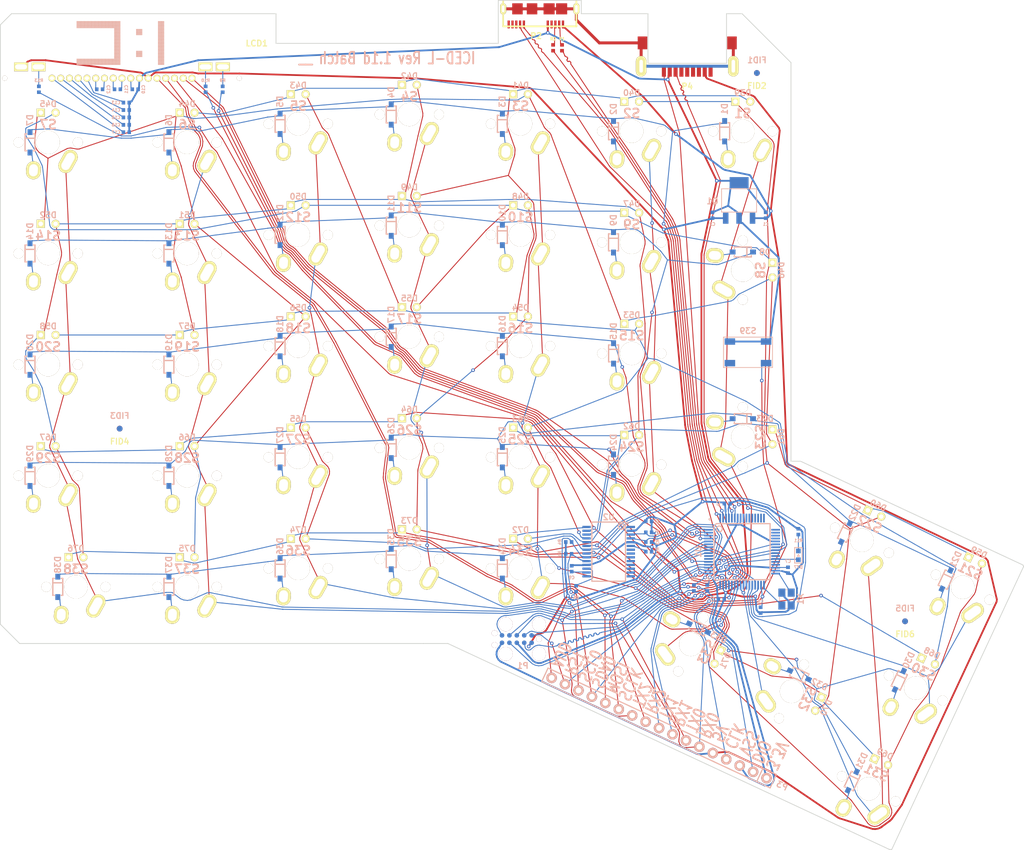
<source format=kicad_pcb>
(kicad_pcb (version 4) (host pcbnew 4.0.2-stable)
  (title_block (title ICED-L) (date 2015-08-07) (rev 1.1d) (company "Input Club"))
  (layers (0 Front signal hide) (31 Back signal hide) (34 B.Paste user hide) (35 F.Paste user hide) (36 B.SilkS user hide) (37 F.SilkS user hide) (38 B.Mask user hide) (39 F.Mask user hide) (44 Edge.Cuts user))
  (net 0 "")
  (net 1 +5V)
  (net 2 /ledmatrix/CA1)
  (net 3 /ledmatrix/CA2)
  (net 4 /ledmatrix/CA3)
  (net 5 /ledmatrix/CA4)
  (net 6 /ledmatrix/CA5)
  (net 7 /ledmatrix/CA6)
  (net 8 /ledmatrix/CA7)
  (net 9 /ledmatrix/CA8)
  (net 10 /ledmatrix/CA9)
  (net 11 /mcu/A0)
  (net 12 /mcu/GND)
  (net 13 /mcu/INTB)
  (net 14 /mcu/LCD_KB)
  (net 15 /mcu/LCD_KG)
  (net 16 /mcu/LCD_KR)
  (net 17 /mcu/MOSI)
  (net 18 /mcu/PTB18)
  (net 19 /mcu/PTB19)
  (net 20 /mcu/PTB2)
  (net 21 /mcu/PTB3)
  (net 22 /mcu/PTC0)
  (net 23 /mcu/PTC10)
  (net 24 /mcu/PTC11)
  (net 25 /mcu/PTC9)
  (net 26 /mcu/PTD0)
  (net 27 /mcu/PTD1)
  (net 28 /mcu/PTD4)
  (net 29 /mcu/PTD5)
  (net 30 /mcu/PTD6)
  (net 31 /mcu/PTD7)
  (net 32 /mcu/RST)
  (net 33 /mcu/RX0)
  (net 34 /mcu/RX1)
  (net 35 /mcu/RX2)
  (net 36 /mcu/SCL0)
  (net 37 /mcu/SCLK)
  (net 38 /mcu/SDA0)
  (net 39 /mcu/SDB)
  (net 40 /mcu/SS1)
  (net 41 /mcu/SWD_CLK)
  (net 42 /mcu/SWD_DIO)
  (net 43 /mcu/TX0)
  (net 44 /mcu/TX1)
  (net 45 /mcu/TX2)
  (net 46 /mcu/USB_DM)
  (net 47 /mcu/USB_DP)
  (net 48 VDD)
  (net 49 VSS)
  (net 50 /mcu/MCU_RESET)
  (net 51 "Net-(C8-Pad1)")
  (net 52 /mcu/AUD)
  (net 53 "Net-(C9-Pad1)")
  (net 54 "Net-(C10-Pad1)")
  (net 55 "Net-(C11-Pad1)")
  (net 56 "Net-(C11-Pad2)")
  (net 57 "Net-(C12-Pad1)")
  (net 58 "Net-(C12-Pad2)")
  (net 59 "Net-(C13-Pad2)")
  (net 60 "Net-(C14-Pad2)")
  (net 61 "Net-(C15-Pad2)")
  (net 62 "Net-(C16-Pad2)")
  (net 63 "Net-(C17-Pad2)")
  (net 64 "Net-(D1-Pad1)")
  (net 65 "Net-(D2-Pad1)")
  (net 66 "Net-(D3-Pad1)")
  (net 67 "Net-(D4-Pad1)")
  (net 68 "Net-(D5-Pad1)")
  (net 69 "Net-(D6-Pad1)")
  (net 70 "Net-(D7-Pad1)")
  (net 71 "Net-(D8-Pad1)")
  (net 72 "Net-(D9-Pad1)")
  (net 73 "Net-(D10-Pad1)")
  (net 74 "Net-(D11-Pad1)")
  (net 75 "Net-(D12-Pad1)")
  (net 76 "Net-(D13-Pad1)")
  (net 77 "Net-(D14-Pad1)")
  (net 78 "Net-(D15-Pad1)")
  (net 79 "Net-(D16-Pad1)")
  (net 80 "Net-(D17-Pad1)")
  (net 81 "Net-(D18-Pad1)")
  (net 82 "Net-(D19-Pad1)")
  (net 83 "Net-(D20-Pad1)")
  (net 84 "Net-(D21-Pad1)")
  (net 85 "Net-(D22-Pad1)")
  (net 86 "Net-(D23-Pad1)")
  (net 87 "Net-(D24-Pad1)")
  (net 88 "Net-(D25-Pad1)")
  (net 89 "Net-(D26-Pad1)")
  (net 90 "Net-(D27-Pad1)")
  (net 91 "Net-(D28-Pad1)")
  (net 92 "Net-(D29-Pad1)")
  (net 93 "Net-(D30-Pad1)")
  (net 94 "Net-(D31-Pad1)")
  (net 95 "Net-(D32-Pad1)")
  (net 96 "Net-(D33-Pad1)")
  (net 97 "Net-(D34-Pad1)")
  (net 98 "Net-(D35-Pad1)")
  (net 99 "Net-(D36-Pad1)")
  (net 100 "Net-(D37-Pad1)")
  (net 101 "Net-(D38-Pad1)")
  (net 102 /mcu/PTA5)
  (net 103 "Net-(D77-Pad2)")
  (net 104 "Net-(LCD1-Pad2)")
  (net 105 "Net-(LCD1-Pad20)")
  (net 106 "Net-(LCD1-Pad21)")
  (net 107 "Net-(P2-Pad2)")
  (net 108 "Net-(P2-Pad3)")
  (net 109 "Net-(R6-Pad1)")
  (net 110 "Net-(R7-Pad1)")
  (net 111 "Net-(R12-Pad1)")
  (net 112 "Net-(U1-Pad32)")
  (net 113 "Net-(U1-Pad33)")
  (module prettylib:LQFP64 (layer Back) (at 144.78 119.761 270)
    (fp_text reference U1 (at 0.019 7.5262 270) (layer B.SilkS) (effects (font (thickness 0.2)) (justify mirror)))
    (fp_text value MK20DX256VLH7 hide)
    (fp_text user ○ (at -5.55 5.55 270) (layer B.SilkS) (effects (font (size 0.4 0.4) (thickness 0.1)) (justify mirror)))
    (pad 1 smd rect (at -5.75 3.75 270) (size 1.5 0.3) (layers Back B.Paste B.Mask) (net 44 /mcu/TX1))
    (pad 2 smd rect (at -5.75 3.25 270) (size 1.5 0.3) (layers Back B.Paste B.Mask) (net 34 /mcu/RX1))
    (pad 3 smd rect (at -5.75 2.75 270) (size 1.5 0.3) (layers Back B.Paste B.Mask) (net 48 VDD))
    (pad 4 smd rect (at -5.75 2.25 270) (size 1.5 0.3) (layers Back B.Paste B.Mask) (net 49 VSS))
    (pad 5 smd rect (at -5.75 1.75 270) (size 1.5 0.3) (layers Back B.Paste B.Mask) (net 47 /mcu/USB_DP))
    (pad 6 smd rect (at -5.75 1.25 270) (size 1.5 0.3) (layers Back B.Paste B.Mask) (net 46 /mcu/USB_DM))
    (pad 7 smd rect (at -5.75 0.75 270) (size 1.5 0.3) (layers Back B.Paste B.Mask) (net 48 VDD))
    (pad 8 smd rect (at -5.75 0.25 270) (size 1.5 0.3) (layers Back B.Paste B.Mask) (net 48 VDD))
    (pad 9 smd rect (at -5.75 -0.25 270) (size 1.5 0.3) (layers Back B.Paste B.Mask))
    (pad 10 smd rect (at -5.75 -0.75 270) (size 1.5 0.3) (layers Back B.Paste B.Mask))
    (pad 11 smd rect (at -5.75 -1.25 270) (size 1.5 0.3) (layers Back B.Paste B.Mask))
    (pad 12 smd rect (at -5.75 -1.75 270) (size 1.5 0.3) (layers Back B.Paste B.Mask))
    (pad 13 smd rect (at -5.75 -2.25 270) (size 1.5 0.3) (layers Back B.Paste B.Mask))
    (pad 14 smd rect (at -5.75 -2.75 270) (size 1.5 0.3) (layers Back B.Paste B.Mask))
    (pad 15 smd rect (at -5.75 -3.25 270) (size 1.5 0.3) (layers Back B.Paste B.Mask))
    (pad 16 smd rect (at -5.75 -3.75 270) (size 1.5 0.3) (layers Back B.Paste B.Mask))
    (pad 17 smd rect (at -3.75 -5.75 180) (size 1.5 0.3) (layers Back B.Paste B.Mask))
    (pad 18 smd rect (at -3.25 -5.75 180) (size 1.5 0.3) (layers Back B.Paste B.Mask))
    (pad 19 smd rect (at -2.75 -5.75 180) (size 1.5 0.3) (layers Back B.Paste B.Mask))
    (pad 20 smd rect (at -2.25 -5.75 180) (size 1.5 0.3) (layers Back B.Paste B.Mask))
    (pad 21 smd rect (at -1.75 -5.75 180) (size 1.5 0.3) (layers Back B.Paste B.Mask) (net 48 VDD))
    (pad 22 smd rect (at -1.25 -5.75 180) (size 1.5 0.3) (layers Back B.Paste B.Mask) (net 109 "Net-(R6-Pad1)"))
    (pad 23 smd rect (at -0.75 -5.75 180) (size 1.5 0.3) (layers Back B.Paste B.Mask) (net 33 /mcu/RX0))
    (pad 24 smd rect (at -0.25 -5.75 180) (size 1.5 0.3) (layers Back B.Paste B.Mask) (net 43 /mcu/TX0))
    (pad 25 smd rect (at 0.25 -5.75 180) (size 1.5 0.3) (layers Back B.Paste B.Mask) (net 110 "Net-(R7-Pad1)"))
    (pad 26 smd rect (at 0.75 -5.75 180) (size 1.5 0.3) (layers Back B.Paste B.Mask))
    (pad 27 smd rect (at 1.25 -5.75 180) (size 1.5 0.3) (layers Back B.Paste B.Mask) (net 102 /mcu/PTA5))
    (pad 28 smd rect (at 1.75 -5.75 180) (size 1.5 0.3) (layers Back B.Paste B.Mask))
    (pad 29 smd rect (at 2.25 -5.75 180) (size 1.5 0.3) (layers Back B.Paste B.Mask))
    (pad 30 smd rect (at 2.75 -5.75 180) (size 1.5 0.3) (layers Back B.Paste B.Mask) (net 48 VDD))
    (pad 31 smd rect (at 3.25 -5.75 180) (size 1.5 0.3) (layers Back B.Paste B.Mask) (net 49 VSS))
    (pad 32 smd rect (at 3.75 -5.75 180) (size 1.5 0.3) (layers Back B.Paste B.Mask) (net 112 "Net-(U1-Pad32)"))
    (pad 33 smd rect (at 5.75 -3.75 270) (size 1.5 0.3) (layers Back B.Paste B.Mask) (net 113 "Net-(U1-Pad33)"))
    (pad 34 smd rect (at 5.75 -3.25 270) (size 1.5 0.3) (layers Back B.Paste B.Mask) (net 50 /mcu/MCU_RESET))
    (pad 35 smd rect (at 5.75 -2.75 270) (size 1.5 0.3) (layers Back B.Paste B.Mask) (net 36 /mcu/SCL0))
    (pad 36 smd rect (at 5.75 -2.25 270) (size 1.5 0.3) (layers Back B.Paste B.Mask) (net 38 /mcu/SDA0))
    (pad 37 smd rect (at 5.75 -1.75 270) (size 1.5 0.3) (layers Back B.Paste B.Mask) (net 20 /mcu/PTB2))
    (pad 38 smd rect (at 5.75 -1.25 270) (size 1.5 0.3) (layers Back B.Paste B.Mask) (net 21 /mcu/PTB3))
    (pad 39 smd rect (at 5.75 -0.75 270) (size 1.5 0.3) (layers Back B.Paste B.Mask) (net 39 /mcu/SDB))
    (pad 40 smd rect (at 5.75 -0.25 270) (size 1.5 0.3) (layers Back B.Paste B.Mask) (net 13 /mcu/INTB))
    (pad 41 smd rect (at 5.75 0.25 270) (size 1.5 0.3) (layers Back B.Paste B.Mask) (net 18 /mcu/PTB18))
    (pad 42 smd rect (at 5.75 0.75 270) (size 1.5 0.3) (layers Back B.Paste B.Mask) (net 19 /mcu/PTB19))
    (pad 43 smd rect (at 5.75 1.25 270) (size 1.5 0.3) (layers Back B.Paste B.Mask) (net 22 /mcu/PTC0))
    (pad 44 smd rect (at 5.75 1.75 270) (size 1.5 0.3) (layers Back B.Paste B.Mask) (net 16 /mcu/LCD_KR))
    (pad 45 smd rect (at 5.75 2.25 270) (size 1.5 0.3) (layers Back B.Paste B.Mask) (net 15 /mcu/LCD_KG))
    (pad 46 smd rect (at 5.75 2.75 270) (size 1.5 0.3) (layers Back B.Paste B.Mask) (net 14 /mcu/LCD_KB))
    (pad 47 smd rect (at 5.75 3.25 270) (size 1.5 0.3) (layers Back B.Paste B.Mask) (net 49 VSS))
    (pad 48 smd rect (at 5.75 3.75 270) (size 1.5 0.3) (layers Back B.Paste B.Mask) (net 48 VDD))
    (pad 49 smd rect (at 3.75 5.75 180) (size 1.5 0.3) (layers Back B.Paste B.Mask) (net 40 /mcu/SS1))
    (pad 50 smd rect (at 3.25 5.75 180) (size 1.5 0.3) (layers Back B.Paste B.Mask) (net 37 /mcu/SCLK))
    (pad 51 smd rect (at 2.75 5.75 180) (size 1.5 0.3) (layers Back B.Paste B.Mask) (net 17 /mcu/MOSI))
    (pad 52 smd rect (at 2.25 5.75 180) (size 1.5 0.3) (layers Back B.Paste B.Mask) (net 11 /mcu/A0))
    (pad 53 smd rect (at 1.75 5.75 180) (size 1.5 0.3) (layers Back B.Paste B.Mask) (net 32 /mcu/RST))
    (pad 54 smd rect (at 1.25 5.75 180) (size 1.5 0.3) (layers Back B.Paste B.Mask) (net 25 /mcu/PTC9))
    (pad 55 smd rect (at 0.75 5.75 180) (size 1.5 0.3) (layers Back B.Paste B.Mask) (net 23 /mcu/PTC10))
    (pad 56 smd rect (at 0.25 5.75 180) (size 1.5 0.3) (layers Back B.Paste B.Mask) (net 24 /mcu/PTC11))
    (pad 57 smd rect (at -0.25 5.75 180) (size 1.5 0.3) (layers Back B.Paste B.Mask) (net 26 /mcu/PTD0))
    (pad 58 smd rect (at -0.75 5.75 180) (size 1.5 0.3) (layers Back B.Paste B.Mask) (net 27 /mcu/PTD1))
    (pad 59 smd rect (at -1.25 5.75 180) (size 1.5 0.3) (layers Back B.Paste B.Mask) (net 35 /mcu/RX2))
    (pad 60 smd rect (at -1.75 5.75 180) (size 1.5 0.3) (layers Back B.Paste B.Mask) (net 45 /mcu/TX2))
    (pad 61 smd rect (at -2.25 5.75 180) (size 1.5 0.3) (layers Back B.Paste B.Mask) (net 28 /mcu/PTD4))
    (pad 62 smd rect (at -2.75 5.75 180) (size 1.5 0.3) (layers Back B.Paste B.Mask) (net 29 /mcu/PTD5))
    (pad 63 smd rect (at -3.25 5.75 180) (size 1.5 0.3) (layers Back B.Paste B.Mask) (net 30 /mcu/PTD6))
    (pad 64 smd rect (at -3.75 5.75 180) (size 1.5 0.3) (layers Back B.Paste B.Mask) (net 31 /mcu/PTD7))
  )
  (module prettylib:SMD-1005 (layer Back) (at 39.243 47.879 90)
    (fp_text reference C17 (at 0 -1.778 180) (layer B.SilkS) (effects (font (size 0.508 0.508) (thickness 0.127)) (justify mirror)))
    (fp_text value 1uF hide)
    (pad 1 smd rect (at 0 0.5 90) (size 0.65 0.6) (layers Back B.Paste B.Mask) (net 49 VSS))
    (pad 2 smd rect (at 0 -0.5 90) (size 0.65 0.6) (layers Back B.Paste B.Mask) (net 63 "Net-(C17-Pad2)"))
  )
  (module prettylib:SMD-1005 (layer Back) (at 39.243 46.609 90)
    (fp_text reference C16 (at 0 -1.778 180) (layer B.SilkS) (effects (font (size 0.508 0.508) (thickness 0.127)) (justify mirror)))
    (fp_text value 1uF hide)
    (pad 1 smd rect (at 0 0.5 90) (size 0.65 0.6) (layers Back B.Paste B.Mask) (net 49 VSS))
    (pad 2 smd rect (at 0 -0.5 90) (size 0.65 0.6) (layers Back B.Paste B.Mask) (net 62 "Net-(C16-Pad2)"))
  )
  (module prettylib:SMD-1005 (layer Back) (at 55.753 40.513 180)
    (fp_text reference R9 (at 0 1.524 180) (layer B.SilkS) (effects (font (size 0.508 0.508) (thickness 0.127)) (justify mirror)))
    (fp_text value 66.5 hide)
    (pad 1 smd rect (at 0 0.5 180) (size 0.65 0.6) (layers Back B.Paste B.Mask) (net 106 "Net-(LCD1-Pad21)"))
    (pad 2 smd rect (at 0 -0.5 180) (size 0.65 0.6) (layers Back B.Paste B.Mask) (net 14 /mcu/LCD_KB))
  )
  (module prettylib:SMD-1005 (layer Back) (at 128.778 116.459 90)
    (fp_text reference R8 (at 0 1.524 90) (layer B.SilkS) (effects (font (size 0.508 0.508) (thickness 0.127)) (justify mirror)))
    (fp_text value 100k hide)
    (pad 1 smd rect (at 0 0.5 90) (size 0.65 0.6) (layers Back B.Paste B.Mask) (net 49 VSS))
    (pad 2 smd rect (at 0 -0.5 90) (size 0.65 0.6) (layers Back B.Paste B.Mask) (net 39 /mcu/SDB))
  )
  (module prettylib:SMD-1005 (layer Back) (at 138.811 125.984 180)
    (fp_text reference R7 (at 0 1.524 180) (layer B.SilkS) (effects (font (size 0.508 0.508) (thickness 0.127)) (justify mirror)))
    (fp_text value 100 hide)
    (pad 1 smd rect (at 0 0.5 180) (size 0.65 0.6) (layers Back B.Paste B.Mask) (net 110 "Net-(R7-Pad1)"))
    (pad 2 smd rect (at 0 -0.5 180) (size 0.65 0.6) (layers Back B.Paste B.Mask) (net 42 /mcu/SWD_DIO))
  )
  (module prettylib:SMD-1005 (layer Back) (at 52.832 40.513 180)
    (fp_text reference R10 (at 0 1.524 180) (layer B.SilkS) (effects (font (size 0.508 0.508) (thickness 0.127)) (justify mirror)))
    (fp_text value 66.5 hide)
    (pad 1 smd rect (at 0 0.5 180) (size 0.65 0.6) (layers Back B.Paste B.Mask) (net 105 "Net-(LCD1-Pad20)"))
    (pad 2 smd rect (at 0 -0.5 180) (size 0.65 0.6) (layers Back B.Paste B.Mask) (net 15 /mcu/LCD_KG))
  )
  (module prettylib:SMD-1005 (layer Back) (at 154.432 116.332)
    (fp_text reference R11 (at 0 1.524) (layer B.SilkS) (effects (font (size 0.508 0.508) (thickness 0.127)) (justify mirror)))
    (fp_text value 1k hide)
    (pad 1 smd rect (at 0 0.5) (size 0.65 0.6) (layers Back B.Paste B.Mask) (net 103 "Net-(D77-Pad2)"))
    (pad 2 smd rect (at 0 -0.5) (size 0.65 0.6) (layers Back B.Paste B.Mask) (net 49 VSS))
  )
  (module prettylib:SMD-1005 (layer Back) (at 136.525 125.984 180)
    (fp_text reference R6 (at 0 1.524 180) (layer B.SilkS) (effects (font (size 0.508 0.508) (thickness 0.127)) (justify mirror)))
    (fp_text value 100 hide)
    (pad 1 smd rect (at 0 0.5 180) (size 0.65 0.6) (layers Back B.Paste B.Mask) (net 109 "Net-(R6-Pad1)"))
    (pad 2 smd rect (at 0 -0.5 180) (size 0.65 0.6) (layers Back B.Paste B.Mask) (net 41 /mcu/SWD_CLK))
  )
  (module prettylib:SMD-1005 (layer Back) (at 115.062 120.142 270)
    (fp_text reference R5 (at 0 1.524 270) (layer B.SilkS) (effects (font (size 0.508 0.508) (thickness 0.127)) (justify mirror)))
    (fp_text value 4.7k hide)
    (pad 1 smd rect (at 0 0.5 270) (size 0.65 0.6) (layers Back B.Paste B.Mask) (net 48 VDD))
    (pad 2 smd rect (at 0 -0.5 270) (size 0.65 0.6) (layers Back B.Paste B.Mask) (net 38 /mcu/SDA0))
  )
  (module prettylib:SMD-1005 (layer Back) (at 115.062 118.11 270)
    (fp_text reference R4 (at 0 1.524 270) (layer B.SilkS) (effects (font (size 0.508 0.508) (thickness 0.127)) (justify mirror)))
    (fp_text value 4.7k hide)
    (pad 1 smd rect (at 0 0.5 270) (size 0.65 0.6) (layers Back B.Paste B.Mask) (net 48 VDD))
    (pad 2 smd rect (at 0 -0.5 270) (size 0.65 0.6) (layers Back B.Paste B.Mask) (net 36 /mcu/SCL0))
  )
  (module prettylib:SMD-1005 (layer Back) (at 40.767 40.513 270)
    (fp_text reference C10 (at 0 -1.397 270) (layer B.SilkS) (effects (font (size 0.508 0.508) (thickness 0.127)) (justify mirror)))
    (fp_text value 1uF hide)
    (pad 1 smd rect (at 0 0.5 270) (size 0.65 0.6) (layers Back B.Paste B.Mask) (net 54 "Net-(C10-Pad1)"))
    (pad 2 smd rect (at 0 -0.5 270) (size 0.65 0.6) (layers Back B.Paste B.Mask) (net 49 VSS))
  )
  (module prettylib:SMD-1005 (layer Back) (at 115.57 122.682)
    (fp_text reference C9 (at 0 1.524) (layer B.SilkS) (effects (font (size 0.508 0.508) (thickness 0.127)) (justify mirror)))
    (fp_text value 0.1uF hide)
    (pad 1 smd rect (at 0 0.5) (size 0.65 0.6) (layers Back B.Paste B.Mask) (net 53 "Net-(C9-Pad1)"))
    (pad 2 smd rect (at 0 -0.5) (size 0.65 0.6) (layers Back B.Paste B.Mask) (net 49 VSS))
  )
  (module prettylib:SMD-1005 (layer Back) (at 39.243 45.339 90)
    (fp_text reference C15 (at 0 -1.778 180) (layer B.SilkS) (effects (font (size 0.508 0.508) (thickness 0.127)) (justify mirror)))
    (fp_text value 1uF hide)
    (pad 1 smd rect (at 0 0.5 90) (size 0.65 0.6) (layers Back B.Paste B.Mask) (net 49 VSS))
    (pad 2 smd rect (at 0 -0.5 90) (size 0.65 0.6) (layers Back B.Paste B.Mask) (net 61 "Net-(C15-Pad2)"))
  )
  (module prettylib:SMD-1005 (layer Back) (at 116.332 126.111 180)
    (fp_text reference C8 (at 0 -1.524 180) (layer B.SilkS) (effects (font (size 0.508 0.508) (thickness 0.127)) (justify mirror)))
    (fp_text value 0.22uF hide)
    (pad 1 smd rect (at 0 0.5 180) (size 0.65 0.6) (layers Back B.Paste B.Mask) (net 51 "Net-(C8-Pad1)"))
    (pad 2 smd rect (at 0 -0.5 180) (size 0.65 0.6) (layers Back B.Paste B.Mask) (net 52 /mcu/AUD))
  )
  (module prettylib:SMD-1005 (layer Back) (at 39.243 44.069 90)
    (fp_text reference C14 (at 0 -1.778 180) (layer B.SilkS) (effects (font (size 0.508 0.508) (thickness 0.127)) (justify mirror)))
    (fp_text value 1uF hide)
    (pad 1 smd rect (at 0 0.5 90) (size 0.65 0.6) (layers Back B.Paste B.Mask) (net 49 VSS))
    (pad 2 smd rect (at 0 -0.5 90) (size 0.65 0.6) (layers Back B.Paste B.Mask) (net 60 "Net-(C14-Pad2)"))
  )
  (module prettylib:SMD-1005 (layer Back) (at 39.243 42.799 90)
    (fp_text reference C13 (at 0 -1.778 180) (layer B.SilkS) (effects (font (size 0.508 0.508) (thickness 0.127)) (justify mirror)))
    (fp_text value 1uF hide)
    (pad 1 smd rect (at 0 0.5 90) (size 0.65 0.6) (layers Back B.Paste B.Mask) (net 49 VSS))
    (pad 2 smd rect (at 0 -0.5 90) (size 0.65 0.6) (layers Back B.Paste B.Mask) (net 59 "Net-(C13-Pad2)"))
  )
  (module prettylib:SMD-1005 (layer Back) (at 34.671 40.513 90)
    (fp_text reference C12 (at 0 1.524 90) (layer B.SilkS) (effects (font (size 0.508 0.508) (thickness 0.127)) (justify mirror)))
    (fp_text value 1uF hide)
    (pad 1 smd rect (at 0 0.5 90) (size 0.65 0.6) (layers Back B.Paste B.Mask) (net 57 "Net-(C12-Pad1)"))
    (pad 2 smd rect (at 0 -0.5 90) (size 0.65 0.6) (layers Back B.Paste B.Mask) (net 58 "Net-(C12-Pad2)"))
  )
  (module prettylib:SMD-1005 (layer Back) (at 37.719 40.513 90)
    (fp_text reference C11 (at 0 1.524 90) (layer B.SilkS) (effects (font (size 0.508 0.508) (thickness 0.127)) (justify mirror)))
    (fp_text value 1uF hide)
    (pad 1 smd rect (at 0 0.5 90) (size 0.65 0.6) (layers Back B.Paste B.Mask) (net 55 "Net-(C11-Pad1)"))
    (pad 2 smd rect (at 0 -0.5 90) (size 0.65 0.6) (layers Back B.Paste B.Mask) (net 56 "Net-(C11-Pad2)"))
  )
  (module prettylib:SMD-1005 (layer Back) (at 147.955 129.794 180)
    (fp_text reference C5 (at 0 1.524 180) (layer B.SilkS) (effects (font (size 0.508 0.508) (thickness 0.127)) (justify mirror)))
    (fp_text value 0.1uF hide)
    (pad 1 smd rect (at 0 0.5 180) (size 0.65 0.6) (layers Back B.Paste B.Mask) (net 50 /mcu/MCU_RESET))
    (pad 2 smd rect (at 0 -0.5 180) (size 0.65 0.6) (layers Back B.Paste B.Mask) (net 49 VSS))
  )
  (module prettylib:SMD-1005 (layer Back) (at 128.778 118.11 90)
    (fp_text reference R3 (at 0 1.524 90) (layer B.SilkS) (effects (font (size 0.508 0.508) (thickness 0.127)) (justify mirror)))
    (fp_text value 4.7k hide)
    (pad 1 smd rect (at 0 0.5 90) (size 0.65 0.6) (layers Back B.Paste B.Mask) (net 48 VDD))
    (pad 2 smd rect (at 0 -0.5 90) (size 0.65 0.6) (layers Back B.Paste B.Mask) (net 13 /mcu/INTB))
  )
  (module prettylib:SMD-1005 (layer Back) (at 152.654 122.936 180)
    (fp_text reference C7 (at 0 1.524 180) (layer B.SilkS) (effects (font (size 0.508 0.508) (thickness 0.127)) (justify mirror)))
    (fp_text value 0.1uF hide)
    (pad 1 smd rect (at 0 0.5 180) (size 0.65 0.6) (layers Back B.Paste B.Mask) (net 48 VDD))
    (pad 2 smd rect (at 0 -0.5 180) (size 0.65 0.6) (layers Back B.Paste B.Mask) (net 49 VSS))
  )
  (module prettylib:SMD-1005 (layer Back) (at 141.224 127.889 270)
    (fp_text reference C3 (at 0 1.524 270) (layer B.SilkS) (effects (font (size 0.508 0.508) (thickness 0.127)) (justify mirror)))
    (fp_text value 0.1uF hide)
    (pad 1 smd rect (at 0 0.5 270) (size 0.65 0.6) (layers Back B.Paste B.Mask) (net 48 VDD))
    (pad 2 smd rect (at 0 -0.5 270) (size 0.65 0.6) (layers Back B.Paste B.Mask) (net 49 VSS))
  )
  (module prettylib:SMD-1005 (layer Back) (at 148.844 62.103)
    (fp_text reference C1 (at 0 1.524) (layer B.SilkS) (effects (font (size 0.508 0.508) (thickness 0.127)) (justify mirror)))
    (fp_text value 1uF hide)
    (pad 1 smd rect (at 0 0.5) (size 0.65 0.6) (layers Back B.Paste B.Mask) (net 1 +5V))
    (pad 2 smd rect (at 0 -0.5) (size 0.65 0.6) (layers Back B.Paste B.Mask) (net 49 VSS))
  )
  (module prettylib:SMD-1005 (layer Front) (at 112.395 33.401)
    (fp_text reference R2 (at 0 -1.524) (layer F.SilkS) (effects (font (size 0.508 0.508) (thickness 0.127))))
    (fp_text value 33 hide)
    (pad 1 smd rect (at 0 -0.5) (size 0.65 0.6) (layers Front F.Paste F.Mask) (net 108 "Net-(P2-Pad3)"))
    (pad 2 smd rect (at 0 0.5) (size 0.65 0.6) (layers Front F.Paste F.Mask) (net 47 /mcu/USB_DP))
  )
  (module prettylib:SMD-1005 (layer Back) (at 128.778 114.554 90)
    (fp_text reference C6 (at 0 1.524 90) (layer B.SilkS) (effects (font (size 0.508 0.508) (thickness 0.127)) (justify mirror)))
    (fp_text value 1uF hide)
    (pad 1 smd rect (at 0 0.5 90) (size 0.65 0.6) (layers Back B.Paste B.Mask) (net 49 VSS))
    (pad 2 smd rect (at 0 -0.5 90) (size 0.65 0.6) (layers Back B.Paste B.Mask) (net 48 VDD))
  )
  (module prettylib:SMD-1005 (layer Back) (at 139.7 62.103)
    (fp_text reference C2 (at 0 1.524) (layer B.SilkS) (effects (font (size 0.508 0.508) (thickness 0.127)) (justify mirror)))
    (fp_text value 1uF hide)
    (pad 1 smd rect (at 0 0.5) (size 0.65 0.6) (layers Back B.Paste B.Mask) (net 48 VDD))
    (pad 2 smd rect (at 0 -0.5) (size 0.65 0.6) (layers Back B.Paste B.Mask) (net 49 VSS))
  )
  (module prettylib:SMD-1005 (layer Back) (at 142.24 111.506 270)
    (fp_text reference C4 (at 0 1.524 270) (layer B.SilkS) (effects (font (size 0.508 0.508) (thickness 0.127)) (justify mirror)))
    (fp_text value 0.1uF hide)
    (pad 1 smd rect (at 0 0.5 270) (size 0.65 0.6) (layers Back B.Paste B.Mask) (net 48 VDD))
    (pad 2 smd rect (at 0 -0.5 270) (size 0.65 0.6) (layers Back B.Paste B.Mask) (net 49 VSS))
  )
  (module prettylib:SMD-1005 (layer Front) (at 113.919 33.401)
    (fp_text reference R1 (at 0 -1.524) (layer F.SilkS) (effects (font (size 0.508 0.508) (thickness 0.127))))
    (fp_text value 33 hide)
    (pad 1 smd rect (at 0 -0.5) (size 0.65 0.6) (layers Front F.Paste F.Mask) (net 107 "Net-(P2-Pad2)"))
    (pad 2 smd rect (at 0 0.5) (size 0.65 0.6) (layers Front F.Paste F.Mask) (net 46 /mcu/USB_DM))
  )
  (module prettylib:LED-0603 (layer Back) (at 154.432 120.396 90)
    (fp_text reference D77 (at -2.032 0 360) (layer B.SilkS) (effects (font (size 0.508 0.508) (thickness 0.127)) (justify mirror)))
    (fp_text value LED hide)
    (pad 1 smd rect (at -0.7493 0 90) (size 0.79756 0.79756) (layers Back B.Paste B.Mask) (net 102 /mcu/PTA5))
    (pad 2 smd rect (at 0.7493 0 90) (size 0.79756 0.79756) (layers Back B.Paste B.Mask) (net 103 "Net-(D77-Pad2)"))
  )
  (module prettylib:NX3225SA (layer Back) (at 152.4 127.889 270)
    (fp_text reference X1 (at 0 -2.413 450) (layer B.SilkS) (effects (font (thickness 0.2)) (justify mirror)))
    (fp_text value CRYSTAL hide)
    (pad 3 smd rect (at 1.1 0.8 270) (size 1.4 1.2) (layers Back B.Paste B.Mask) (net 113 "Net-(U1-Pad33)"))
    (pad 2 smd rect (at 1.1 -0.8 270) (size 1.4 1.2) (layers Back B.Paste B.Mask) (net 49 VSS))
    (pad 1 smd rect (at -1.1 -0.8 270) (size 1.4 1.2) (layers Back B.Paste B.Mask) (net 112 "Net-(U1-Pad32)"))
    (pad 4 smd rect (at -1.1 0.8 270) (size 1.4 1.2) (layers Back B.Paste B.Mask) (net 49 VSS))
  )
  (module prettylib:JLINK_NEEDLE (layer Back) (at 106.172 134.747 180)
    (fp_text reference P1 (at -1.016 -4.572 180) (layer B.SilkS) (effects (font (thickness 0.2)) (justify mirror)))
    (fp_text value FLASH_HDR hide)
    (pad 8 smd circle (at 0 0.635 180) (size 0.7874 0.7874) (layers Back B.Mask) (net 33 /mcu/RX0))
    (pad 3 smd circle (at 0 -0.635 180) (size 0.7874 0.7874) (layers Back B.Mask) (net 49 VSS))
    (pad 7 smd circle (at 1.27 0.635 180) (size 0.7874 0.7874) (layers Back B.Mask) (net 45 /mcu/TX2))
    (pad 4 smd circle (at 1.27 -0.635 180) (size 0.7874 0.7874) (layers Back B.Mask) (net 41 /mcu/SWD_CLK))
    (pad 5 smd circle (at 2.54 -0.635 180) (size 0.7874 0.7874) (layers Back B.Mask) (net 1 +5V))
    (pad 6 smd circle (at 2.54 0.635 180) (size 0.7874 0.7874) (layers Back B.Mask) (net 43 /mcu/TX0))
    (pad 9 smd circle (at -1.27 0.635 180) (size 0.7874 0.7874) (layers Back B.Mask) (net 102 /mcu/PTA5))
    (pad 2 smd circle (at -1.27 -0.635 180) (size 0.7874 0.7874) (layers Back B.Mask) (net 42 /mcu/SWD_DIO))
    (pad 10 smd circle (at -2.54 0.635 180) (size 0.7874 0.7874) (layers Back B.Mask) (net 50 /mcu/MCU_RESET))
    (pad 1 smd circle (at -2.54 -0.635 180) (size 0.7874 0.7874) (layers Back B.Mask) (net 48 VDD))
    (pad "" np_thru_hole circle (at -3.81 0 180) (size 0.99061 0.99061) (drill 0.9906) (layers *.Cu *.Mask B.SilkS))
    (pad "" np_thru_hole circle (at 3.81 1.016 180) (size 0.99061 0.99061) (drill 0.9906) (layers *.Cu *.Mask B.SilkS))
    (pad "" np_thru_hole circle (at 3.81 -1.016 180) (size 0.99061 0.99061) (drill 0.9906) (layers *.Cu *.Mask B.SilkS))
    (pad "" np_thru_hole circle (at -3.81 2.54 180) (size 2.37491 2.37491) (drill 2.3749) (layers *.Cu *.Mask B.SilkS))
    (pad "" np_thru_hole circle (at 1.905 2.54 180) (size 2.37491 2.37491) (drill 2.3749) (layers *.Cu *.Mask B.SilkS))
    (pad "" np_thru_hole circle (at -3.81 -2.54 180) (size 2.37491 2.37491) (drill 2.3749) (layers *.Cu *.Mask B.SilkS))
    (pad "" np_thru_hole circle (at 1.905 -2.54 180) (size 2.37491 2.37491) (drill 2.3749) (layers *.Cu *.Mask B.SilkS))
  )
  (module prettylib:HEADER_1x17 (layer Back) (at 130.556 149.987 65)
    (fp_text reference P3 (at -0.068247 23.293237 335) (layer B.SilkS) (effects (font (thickness 0.2)) (justify mirror)))
    (fp_text value CONN_17 hide)
    (pad 1 thru_hole circle (at 0 20.32 65) (size 1.8 1.8) (drill 1) (layers *.Cu *.Mask B.SilkS) (net 48 VDD))
    (pad 2 thru_hole circle (at 0 17.78 65) (size 1.8 1.8) (drill 1) (layers *.Cu *.Mask B.SilkS) (net 42 /mcu/SWD_DIO))
    (pad 3 thru_hole circle (at 0 15.24 65) (size 1.8 1.8) (drill 1) (layers *.Cu *.Mask B.SilkS) (net 49 VSS))
    (pad 4 thru_hole circle (at 0 12.7 65) (size 1.8 1.8) (drill 1) (layers *.Cu *.Mask B.SilkS) (net 41 /mcu/SWD_CLK))
    (pad 5 thru_hole circle (at 0 10.16 65) (size 1.8 1.8) (drill 1) (layers *.Cu *.Mask B.SilkS) (net 1 +5V))
    (pad 6 thru_hole circle (at 0 7.62 65) (size 1.8 1.8) (drill 1) (layers *.Cu *.Mask B.SilkS) (net 33 /mcu/RX0))
    (pad 7 thru_hole circle (at 0 5.08 65) (size 1.8 1.8) (drill 1) (layers *.Cu *.Mask B.SilkS) (net 43 /mcu/TX0))
    (pad 8 thru_hole circle (at 0 2.54 65) (size 1.8 1.8) (drill 1) (layers *.Cu *.Mask B.SilkS) (net 34 /mcu/RX1))
    (pad 9 thru_hole circle (at 0 0 65) (size 1.8 1.8) (drill 1) (layers *.Cu *.Mask B.SilkS) (net 44 /mcu/TX1))
    (pad 10 thru_hole circle (at 0 -2.54 65) (size 1.8 1.8) (drill 1) (layers *.Cu *.Mask B.SilkS) (net 35 /mcu/RX2))
    (pad 11 thru_hole circle (at 0 -5.08 65) (size 1.8 1.8) (drill 1) (layers *.Cu *.Mask B.SilkS) (net 45 /mcu/TX2))
    (pad 12 thru_hole circle (at 0 -7.62 65) (size 1.8 1.8) (drill 1) (layers *.Cu *.Mask B.SilkS) (net 37 /mcu/SCLK))
    (pad 13 thru_hole circle (at 0 -10.16 65) (size 1.8 1.8) (drill 1) (layers *.Cu *.Mask B.SilkS) (net 17 /mcu/MOSI))
    (pad 14 thru_hole circle (at 0 -12.7 65) (size 1.8 1.8) (drill 1) (layers *.Cu *.Mask B.SilkS) (net 38 /mcu/SDA0))
    (pad 15 thru_hole circle (at 0 -15.24 65) (size 1.8 1.8) (drill 1) (layers *.Cu *.Mask B.SilkS) (net 36 /mcu/SCL0))
    (pad 16 thru_hole circle (at 0 -17.78 65) (size 1.8 1.8) (drill 1) (layers *.Cu *.Mask B.SilkS) (net 50 /mcu/MCU_RESET))
    (pad 17 thru_hole circle (at 0 -20.32 65) (size 1.8 1.8) (drill 1) (layers *.Cu *.Mask B.SilkS) (net 52 /mcu/AUD))
  )
  (module prettylib:SOT-223 (layer Back) (at 144.272 59.563 180)
    (fp_text reference Q1 (at 4.572 -0.127 180) (layer B.SilkS) (effects (font (thickness 0.2)) (justify mirror)))
    (fp_text value TC1264 hide)
    (pad 2 smd rect (at 0 -3.05 180) (size 0.95 1.9) (layers Back B.Paste B.Mask) (net 49 VSS))
    (pad 3 smd rect (at 2.3 -3.05 180) (size 0.95 1.9) (layers Back B.Paste B.Mask) (net 48 VDD))
    (pad 1 smd rect (at -2.3 -3.05 180) (size 0.95 1.9) (layers Back B.Paste B.Mask) (net 1 +5V))
    (pad 2 smd rect (at 0 3.05 180) (size 3.25 1.9) (layers Back B.Paste B.Mask) (net 49 VSS))
  )
  (module prettylib:SMD-1005 (layer Back) (at 128.778 119.761 270)
    (fp_text reference R12 (at 0 -1.524 270) (layer B.SilkS) (effects (font (size 0.508 0.508) (thickness 0.127)) (justify mirror)))
    (fp_text value 20k hide)
    (pad 1 smd rect (at 0 0.5 270) (size 0.65 0.6) (layers Back B.Paste B.Mask) (net 111 "Net-(R12-Pad1)"))
    (pad 2 smd rect (at 0 -0.5 270) (size 0.65 0.6) (layers Back B.Paste B.Mask) (net 49 VSS))
  )
  (module prettylib:SMD-1005 (layer Back) (at 24.257 40.513 180)
    (fp_text reference R13 (at 0 1.524 180) (layer B.SilkS) (effects (font (size 0.508 0.508) (thickness 0.127)) (justify mirror)))
    (fp_text value 33 hide)
    (pad 1 smd rect (at 0 0.5 180) (size 0.65 0.6) (layers Back B.Paste B.Mask) (net 104 "Net-(LCD1-Pad2)"))
    (pad 2 smd rect (at 0 -0.5 180) (size 0.65 0.6) (layers Back B.Paste B.Mask) (net 16 /mcu/LCD_KR))
  )
  (module prettylib:TACT_5.2x5.2 (layer Back) (at 145.796 85.598)
    (fp_text reference S39 (at 0 -3.683) (layer B.SilkS) (effects (font (thickness 0.2)) (justify mirror)))
    (fp_text value TAC_SWITCH hide)
    (pad 1 smd rect (at -3.1 1.85) (size 1.8 1.1) (layers Back B.Paste B.Mask))
    (pad 3 smd rect (at -3.1 -1.85) (size 1.8 1.1) (layers Back B.Paste B.Mask) (net 49 VSS))
    (pad 2 smd rect (at 3.1 1.85) (size 1.8 1.1) (layers Back B.Paste B.Mask) (net 50 /mcu/MCU_RESET))
    (pad 4 smd rect (at 3.1 -1.85) (size 1.8 1.1) (layers Back B.Paste B.Mask) (net 49 VSS))
  )
  (module prettylib:SSOP-28 (layer Back) (at 121.92 119.761 180)
    (fp_text reference U2 (at 0 5.92 180) (layer B.SilkS) (effects (font (thickness 0.2)) (justify mirror)))
    (fp_text value IS31FL3731C hide)
    (fp_text user ○ (at -3.28 4.925 180) (layer B.SilkS) (effects (font (size 0.4 0.4) (thickness 0.1)) (justify mirror)))
    (pad 1 smd rect (at -3.795 4.225 180) (size 1.43 0.4) (layers Back B.Paste B.Mask) (net 10 /ledmatrix/CA9))
    (pad 2 smd rect (at -3.795 3.575 180) (size 1.43 0.4) (layers Back B.Paste B.Mask) (net 48 VDD))
    (pad 3 smd rect (at -3.795 2.925 180) (size 1.43 0.4) (layers Back B.Paste B.Mask) (net 39 /mcu/SDB))
    (pad 4 smd rect (at -3.795 2.275 180) (size 1.43 0.4) (layers Back B.Paste B.Mask) (net 13 /mcu/INTB))
    (pad 5 smd rect (at -3.795 1.625 180) (size 1.43 0.4) (layers Back B.Paste B.Mask) (net 49 VSS))
    (pad 6 smd rect (at -3.795 0.975 180) (size 1.43 0.4) (layers Back B.Paste B.Mask) (net 111 "Net-(R12-Pad1)"))
    (pad 7 smd rect (at -3.795 0.325 180) (size 1.43 0.4) (layers Back B.Paste B.Mask))
    (pad 8 smd rect (at -3.795 -0.325 180) (size 1.43 0.4) (layers Back B.Paste B.Mask))
    (pad 9 smd rect (at -3.795 -0.975 180) (size 1.43 0.4) (layers Back B.Paste B.Mask))
    (pad 10 smd rect (at -3.795 -1.625 180) (size 1.43 0.4) (layers Back B.Paste B.Mask))
    (pad 11 smd rect (at -3.795 -2.275 180) (size 1.43 0.4) (layers Back B.Paste B.Mask))
    (pad 12 smd rect (at -3.795 -2.925 180) (size 1.43 0.4) (layers Back B.Paste B.Mask))
    (pad 13 smd rect (at -3.795 -3.575 180) (size 1.43 0.4) (layers Back B.Paste B.Mask))
    (pad 14 smd rect (at -3.795 -4.225 180) (size 1.43 0.4) (layers Back B.Paste B.Mask))
    (pad 15 smd rect (at 3.795 -4.225 180) (size 1.43 0.4) (layers Back B.Paste B.Mask))
    (pad 16 smd rect (at 3.795 -3.575 180) (size 1.43 0.4) (layers Back B.Paste B.Mask) (net 53 "Net-(C9-Pad1)"))
    (pad 17 smd rect (at 3.795 -2.925 180) (size 1.43 0.4) (layers Back B.Paste B.Mask) (net 51 "Net-(C8-Pad1)"))
    (pad 18 smd rect (at 3.795 -2.275 180) (size 1.43 0.4) (layers Back B.Paste B.Mask) (net 49 VSS))
    (pad 19 smd rect (at 3.795 -1.625 180) (size 1.43 0.4) (layers Back B.Paste B.Mask) (net 38 /mcu/SDA0))
    (pad 20 smd rect (at 3.795 -0.975 180) (size 1.43 0.4) (layers Back B.Paste B.Mask) (net 36 /mcu/SCL0))
    (pad 21 smd rect (at 3.795 -0.325 180) (size 1.43 0.4) (layers Back B.Paste B.Mask) (net 2 /ledmatrix/CA1))
    (pad 22 smd rect (at 3.795 0.325 180) (size 1.43 0.4) (layers Back B.Paste B.Mask) (net 3 /ledmatrix/CA2))
    (pad 23 smd rect (at 3.795 0.975 180) (size 1.43 0.4) (layers Back B.Paste B.Mask) (net 4 /ledmatrix/CA3))
    (pad 24 smd rect (at 3.795 1.625 180) (size 1.43 0.4) (layers Back B.Paste B.Mask) (net 5 /ledmatrix/CA4))
    (pad 25 smd rect (at 3.795 2.275 180) (size 1.43 0.4) (layers Back B.Paste B.Mask) (net 6 /ledmatrix/CA5))
    (pad 26 smd rect (at 3.795 2.925 180) (size 1.43 0.4) (layers Back B.Paste B.Mask) (net 7 /ledmatrix/CA6))
    (pad 27 smd rect (at 3.795 3.575 180) (size 1.43 0.4) (layers Back B.Paste B.Mask) (net 8 /ledmatrix/CA7))
    (pad 28 smd rect (at 3.795 4.225 180) (size 1.43 0.4) (layers Back B.Paste B.Mask) (net 9 /ledmatrix/CA8))
  )
  (module prettylib:IC_LOGO (layer Back) (at 45.72 28.829 180)
    (fp_text reference IC_LOGO hide)
    (fp_text value "" (at 0 0 180) (layer B.SilkS) (effects (justify mirror)))
  )
  (module prettylib:USB3_AFEMALE_MOD (layer Front) (at 135.382 27.559 180)
    (fp_text reference P4 (at 0 -12.446 180) (layer F.SilkS) (effects (font (thickness 0.2))))
    (fp_text value USB3_AFEMALE hide)
    (pad 10 thru_hole oval (at 7.9 -9 180) (size 1.8 3.5) (drill oval 0.6 2.2) (layers *.Cu *.Mask F.Paste F.SilkS) (net 12 /mcu/GND))
    (pad 10 thru_hole oval (at -7.9 -9 180) (size 1.8 3.5) (drill oval 0.6 2.2) (layers *.Cu *.Mask F.Paste F.SilkS) (net 12 /mcu/GND))
    (pad 7 smd rect (at 0 -9.9 180) (size 0.7 1.8) (layers Front F.Paste F.Mask))
    (pad 3 smd rect (at 1 -9.9 180) (size 0.7 1.8) (layers Front F.Paste F.Mask))
    (pad 6 smd rect (at 2 -9.9 180) (size 0.7 1.8) (layers Front F.Paste F.Mask) (net 33 /mcu/RX0))
    (pad 4 smd rect (at 3 -9.9 180) (size 0.7 1.8) (layers Front F.Paste F.Mask) (net 49 VSS))
    (pad 5 smd rect (at 4 -9.9 180) (size 0.7 1.8) (layers Front F.Paste F.Mask) (net 43 /mcu/TX0))
    (pad 2 smd rect (at -1 -9.9 180) (size 0.7 1.8) (layers Front F.Paste F.Mask))
    (pad 8 smd rect (at -2 -9.9 180) (size 0.7 1.8) (layers Front F.Paste F.Mask))
    (pad 1 smd rect (at -3 -9.9 180) (size 0.7 1.8) (layers Front F.Paste F.Mask) (net 1 +5V))
    (pad 9 smd rect (at -4 -9.9 180) (size 0.7 1.8) (layers Front F.Paste F.Mask))
    (pad 10 smd rect (at 7.67 -5 180) (size 1.64 2.2) (layers Front F.Paste F.Mask) (net 12 /mcu/GND))
    (pad 10 smd rect (at -7.67 -5 180) (size 1.64 2.2) (layers Front F.Paste F.Mask) (net 12 /mcu/GND))
  )
  (module prettylib:USB3_MICROB_STAKES (layer Front) (at 109.431 25.273 180)
    (fp_text reference P2 (at -0.043 -6.096 180) (layer F.SilkS) (effects (font (thickness 0.2))))
    (fp_text value USB3_MICRO hide)
    (pad 11 smd rect (at 0.65 -1.45 180) (size 1.8 1.9) (layers Front F.Paste F.Mask) (net 12 /mcu/GND))
    (pad 8 smd rect (at 3.35 -4.125 180) (size 0.4 1.35) (layers Front F.Paste F.Mask))
    (pad 9 smd rect (at 4 -4.125 180) (size 0.4 1.35) (layers Front F.Paste F.Mask))
    (pad 10 smd rect (at 4.65 -4.125 180) (size 0.4 1.35) (layers Front F.Paste F.Mask))
    (pad 7 smd rect (at 2.7 -4.125 180) (size 0.4 1.35) (layers Front F.Paste F.Mask) (net 44 /mcu/TX1))
    (pad 6 smd rect (at 2.05 -4.125 180) (size 0.4 1.35) (layers Front F.Paste F.Mask) (net 34 /mcu/RX1))
    (pad 3 smd rect (at -3.35 -4.125 180) (size 0.4 1.35) (layers Front F.Paste F.Mask) (net 108 "Net-(P2-Pad3)"))
    (pad 4 smd rect (at -2.7 -4.125 180) (size 0.4 1.35) (layers Front F.Paste F.Mask))
    (pad 5 smd rect (at -2.05 -4.125 180) (size 0.4 1.35) (layers Front F.Paste F.Mask) (net 49 VSS))
    (pad 2 smd rect (at -4 -4.125 180) (size 0.4 1.35) (layers Front F.Paste F.Mask) (net 107 "Net-(P2-Pad2)"))
    (pad 1 smd rect (at -4.65 -4.125 180) (size 0.4 1.35) (layers Front F.Paste F.Mask) (net 1 +5V))
    (pad 11 smd rect (at -4.425 -1.45 180) (size 1.9 1.9) (layers Front F.Paste F.Mask) (net 12 /mcu/GND))
    (pad 11 smd rect (at -2.275 -1.45 180) (size 1.9 1.9) (layers Front F.Paste F.Mask) (net 12 /mcu/GND))
    (pad 11 thru_hole oval (at -6.95 -1.45 180) (size 1.05 1.9) (drill oval 0.45 1.3) (layers *.Cu *.Mask F.Paste F.SilkS) (net 12 /mcu/GND))
    (pad 11 smd rect (at 3.15 -1.45 180) (size 1.8 1.9) (layers Front F.Paste F.Mask) (net 12 /mcu/GND))
    (pad 11 thru_hole oval (at 5.6 -1.45 180) (size 1.05 1.9) (drill oval 0.45 1.2) (layers *.Cu *.Mask F.Paste F.SilkS) (net 12 /mcu/GND))
  )
  (module prettylib:FID (layer Front) (at 38.1 98.679)
    (fp_text reference FID4 (at 0 2.2) (layer F.SilkS) (effects (font (thickness 0.2))))
    (fp_text value >VALUE hide)
    (pad "" smd circle (at 0 0) (size 1 1) (layers Front F.Mask) (clearance 1.2))
  )
  (module prettylib:FID (layer Front) (at 172.72 131.699)
    (fp_text reference FID6 (at 0 2.2) (layer F.SilkS) (effects (font (thickness 0.2))))
    (fp_text value >VALUE hide)
    (pad "" smd circle (at 0 0) (size 1 1) (layers Front F.Mask) (clearance 1.2))
  )
  (module prettylib:FID (layer Front) (at 147.32 37.719)
    (fp_text reference FID2 (at 0 2.2) (layer F.SilkS) (effects (font (thickness 0.2))))
    (fp_text value >VALUE hide)
    (pad "" smd circle (at 0 0) (size 1 1) (layers Front F.Mask) (clearance 1.2))
  )
  (module prettylib:FID (layer Back) (at 147.32 37.719)
    (fp_text reference FID1 (at 0 -2.2) (layer B.SilkS) (effects (font (thickness 0.2)) (justify mirror)))
    (fp_text value >VALUE hide)
    (pad "" smd circle (at 0 0) (size 1 1) (layers Back B.Mask) (clearance 1.2))
  )
  (module prettylib:FID (layer Back) (at 38.1 98.679)
    (fp_text reference FID3 (at 0 -2.2) (layer B.SilkS) (effects (font (thickness 0.2)) (justify mirror)))
    (fp_text value >VALUE hide)
    (pad "" smd circle (at 0 0) (size 1 1) (layers Back B.Mask) (clearance 1.2))
  )
  (module prettylib:FID (layer Back) (at 172.72 131.699)
    (fp_text reference FID5 (at 0 -2.2) (layer B.SilkS) (effects (font (thickness 0.2)) (justify mirror)))
    (fp_text value >VALUE hide)
    (pad "" smd circle (at 0 0) (size 1 1) (layers Back B.Mask) (clearance 1.2))
  )
  (module prettylib:NHD-C12832A1Z (layer Front) (at 38.497 38.615)
    (fp_text reference LCD1 (at 23.098 -5.976) (layer F.SilkS) (effects (font (thickness 0.2))))
    (fp_text value NHD-C12832A1Z hide)
    (pad 1 thru_hole rect (at -17.3 -1.95 90) (size 1.5 2.4) (drill oval 0.9 2) (layers *.Cu *.Mask F.SilkS) (net 48 VDD))
    (pad 2 thru_hole rect (at -14.3 -1.95 90) (size 1.5 2.4) (drill oval 0.9 2) (layers *.Cu *.Mask F.SilkS) (net 104 "Net-(LCD1-Pad2)"))
    (pad 3 thru_hole circle (at -12 0 90) (size 1.2 1.2) (drill 0.7) (layers *.Cu *.Mask F.SilkS) (net 63 "Net-(C17-Pad2)"))
    (pad 4 thru_hole circle (at -10.5 0 90) (size 1.2 1.2) (drill 0.7) (layers *.Cu *.Mask F.SilkS) (net 62 "Net-(C16-Pad2)"))
    (pad 5 thru_hole circle (at -9 0 90) (size 1.2 1.2) (drill 0.7) (layers *.Cu *.Mask F.SilkS) (net 61 "Net-(C15-Pad2)"))
    (pad 6 thru_hole circle (at -7.5 0 90) (size 1.2 1.2) (drill 0.7) (layers *.Cu *.Mask F.SilkS) (net 60 "Net-(C14-Pad2)"))
    (pad 7 thru_hole circle (at -6 0 90) (size 1.2 1.2) (drill 0.7) (layers *.Cu *.Mask F.SilkS) (net 59 "Net-(C13-Pad2)"))
    (pad 8 thru_hole circle (at -4.5 0 90) (size 1.2 1.2) (drill 0.7) (layers *.Cu *.Mask F.SilkS) (net 58 "Net-(C12-Pad2)"))
    (pad 9 thru_hole circle (at -3 0 90) (size 1.2 1.2) (drill 0.7) (layers *.Cu *.Mask F.SilkS) (net 57 "Net-(C12-Pad1)"))
    (pad 10 thru_hole circle (at -1.5 0 90) (size 1.2 1.2) (drill 0.7) (layers *.Cu *.Mask F.SilkS) (net 56 "Net-(C11-Pad2)"))
    (pad 11 thru_hole circle (at 0 0 90) (size 1.2 1.2) (drill 0.7) (layers *.Cu *.Mask F.SilkS) (net 55 "Net-(C11-Pad1)"))
    (pad 12 thru_hole circle (at 1.5 0 90) (size 1.2 1.2) (drill 0.7) (layers *.Cu *.Mask F.SilkS) (net 54 "Net-(C10-Pad1)"))
    (pad 13 thru_hole circle (at 3 0 90) (size 1.2 1.2) (drill 0.7) (layers *.Cu *.Mask F.SilkS) (net 49 VSS))
    (pad 14 thru_hole circle (at 4.5 0 90) (size 1.2 1.2) (drill 0.7) (layers *.Cu *.Mask F.SilkS) (net 48 VDD))
    (pad 15 thru_hole circle (at 6 0 90) (size 1.2 1.2) (drill 0.7) (layers *.Cu *.Mask F.SilkS) (net 17 /mcu/MOSI))
    (pad 16 thru_hole circle (at 7.5 0 90) (size 1.2 1.2) (drill 0.7) (layers *.Cu *.Mask F.SilkS) (net 37 /mcu/SCLK))
    (pad 17 thru_hole circle (at 9 0 90) (size 1.2 1.2) (drill 0.7) (layers *.Cu *.Mask F.SilkS) (net 11 /mcu/A0))
    (pad 18 thru_hole circle (at 10.5 0 90) (size 1.2 1.2) (drill 0.7) (layers *.Cu *.Mask F.SilkS) (net 32 /mcu/RST))
    (pad 19 thru_hole circle (at 12 0 90) (size 1.2 1.2) (drill 0.7) (layers *.Cu *.Mask F.SilkS) (net 40 /mcu/SS1))
    (pad 20 thru_hole rect (at 14.3 -1.95 90) (size 1.5 2.4) (drill oval 0.9 2) (layers *.Cu *.Mask F.SilkS) (net 105 "Net-(LCD1-Pad20)"))
    (pad 21 thru_hole rect (at 17.3 -1.95 90) (size 1.5 2.4) (drill oval 0.9 2) (layers *.Cu *.Mask F.SilkS) (net 106 "Net-(LCD1-Pad21)"))
    (pad "" np_thru_hole circle (at 20.1 0 90) (size 0.85001 0.85001) (drill 0.85) (layers *.Cu *.Mask F.SilkS))
    (pad "" np_thru_hole circle (at -20.1 0 90) (size 0.85001 0.85001) (drill 0.85) (layers *.Cu *.Mask F.SilkS))
  )
  (module prettylib:INSW_LEDS_REG (layer Front) (at 49.6575 63.5737)
    (fp_text reference D51 (at 0 -1.5) (layer B.SilkS) (effects (font (thickness 0.2)) (justify mirror)))
    (fp_text value LED hide)
    (pad 2 thru_hole oval (at 1.27 0) (size 1.4 1.4) (drill 0.8) (layers *.Cu *.Mask F.SilkS) (net 4 /ledmatrix/CA3))
    (pad 1 thru_hole rect (at -1.27 0) (size 1.4 1.4) (drill 0.8) (layers *.Cu *.Mask F.SilkS) (net 5 /ledmatrix/CA4))
  )
  (module prettylib:INSW_LEDS_REG (layer Front) (at 168.643 155.798 335)
    (fp_text reference D69 (at 0 -1.5 335) (layer B.SilkS) (effects (font (thickness 0.2)) (justify mirror)))
    (fp_text value LED hide)
    (pad 2 thru_hole oval (at 1.27 0 335) (size 1.4 1.4) (drill 0.8) (layers *.Cu *.Mask F.SilkS) (net 2 /ledmatrix/CA1))
    (pad 1 thru_hole rect (at -1.27 0 335) (size 1.4 1.4) (drill 0.8) (layers *.Cu *.Mask F.SilkS) (net 9 /ledmatrix/CA8))
  )
  (module prettylib:INSW_LEDS_REG (layer Front) (at 49.6575 101.674)
    (fp_text reference D66 (at 0 -1.5) (layer B.SilkS) (effects (font (thickness 0.2)) (justify mirror)))
    (fp_text value LED hide)
    (pad 2 thru_hole oval (at 1.27 0) (size 1.4 1.4) (drill 0.8) (layers *.Cu *.Mask F.SilkS) (net 4 /ledmatrix/CA3))
    (pad 1 thru_hole rect (at -1.27 0) (size 1.4 1.4) (drill 0.8) (layers *.Cu *.Mask F.SilkS) (net 8 /ledmatrix/CA7))
  )
  (module prettylib:INSW_LEDS_REG (layer Front) (at 68.707 60.3987)
    (fp_text reference D50 (at 0 -1.5) (layer B.SilkS) (effects (font (thickness 0.2)) (justify mirror)))
    (fp_text value LED hide)
    (pad 2 thru_hole oval (at 1.27 0) (size 1.4 1.4) (drill 0.8) (layers *.Cu *.Mask F.SilkS) (net 3 /ledmatrix/CA2))
    (pad 1 thru_hole rect (at -1.27 0) (size 1.4 1.4) (drill 0.8) (layers *.Cu *.Mask F.SilkS) (net 5 /ledmatrix/CA4))
  )
  (module prettylib:INSW_LEDS_REG (layer Front) (at 68.707 98.499)
    (fp_text reference D65 (at 0 -1.5) (layer B.SilkS) (effects (font (thickness 0.2)) (justify mirror)))
    (fp_text value LED hide)
    (pad 2 thru_hole oval (at 1.27 0) (size 1.4 1.4) (drill 0.8) (layers *.Cu *.Mask F.SilkS) (net 3 /ledmatrix/CA2))
    (pad 1 thru_hole rect (at -1.27 0) (size 1.4 1.4) (drill 0.8) (layers *.Cu *.Mask F.SilkS) (net 8 /ledmatrix/CA7))
  )
  (module prettylib:INSW_LEDS_REG (layer Front) (at 87.757 58.801)
    (fp_text reference D49 (at 0 -1.5) (layer B.SilkS) (effects (font (thickness 0.2)) (justify mirror)))
    (fp_text value LED hide)
    (pad 2 thru_hole oval (at 1.27 0) (size 1.4 1.4) (drill 0.8) (layers *.Cu *.Mask F.SilkS) (net 2 /ledmatrix/CA1))
    (pad 1 thru_hole rect (at -1.27 0) (size 1.4 1.4) (drill 0.8) (layers *.Cu *.Mask F.SilkS) (net 5 /ledmatrix/CA4))
  )
  (module prettylib:INSW_LEDS_REG (layer Front) (at 87.757 96.901)
    (fp_text reference D64 (at 0 -1.5) (layer B.SilkS) (effects (font (thickness 0.2)) (justify mirror)))
    (fp_text value LED hide)
    (pad 2 thru_hole oval (at 1.27 0) (size 1.4 1.4) (drill 0.8) (layers *.Cu *.Mask F.SilkS) (net 2 /ledmatrix/CA1))
    (pad 1 thru_hole rect (at -1.27 0) (size 1.4 1.4) (drill 0.8) (layers *.Cu *.Mask F.SilkS) (net 8 /ledmatrix/CA7))
  )
  (module prettylib:INSW_LEDS_REG (layer Front) (at 106.807 60.3987)
    (fp_text reference D48 (at 0 -1.5) (layer B.SilkS) (effects (font (thickness 0.2)) (justify mirror)))
    (fp_text value LED hide)
    (pad 2 thru_hole oval (at 1.27 0) (size 1.4 1.4) (drill 0.8) (layers *.Cu *.Mask F.SilkS) (net 6 /ledmatrix/CA5))
    (pad 1 thru_hole rect (at -1.27 0) (size 1.4 1.4) (drill 0.8) (layers *.Cu *.Mask F.SilkS) (net 3 /ledmatrix/CA2))
  )
  (module prettylib:INSW_LEDS_REG (layer Front) (at 25.845 101.674)
    (fp_text reference D67 (at 0 -1.5) (layer B.SilkS) (effects (font (thickness 0.2)) (justify mirror)))
    (fp_text value LED hide)
    (pad 2 thru_hole oval (at 1.27 0) (size 1.4 1.4) (drill 0.8) (layers *.Cu *.Mask F.SilkS) (net 5 /ledmatrix/CA4))
    (pad 1 thru_hole rect (at -1.27 0) (size 1.4 1.4) (drill 0.8) (layers *.Cu *.Mask F.SilkS) (net 8 /ledmatrix/CA7))
  )
  (module prettylib:INSW_LEDS_REG (layer Front) (at 25.845 63.5737)
    (fp_text reference D52 (at 0 -1.5) (layer B.SilkS) (effects (font (thickness 0.2)) (justify mirror)))
    (fp_text value LED hide)
    (pad 2 thru_hole oval (at 1.27 0) (size 1.4 1.4) (drill 0.8) (layers *.Cu *.Mask F.SilkS) (net 5 /ledmatrix/CA4))
    (pad 1 thru_hole rect (at -1.27 0) (size 1.4 1.4) (drill 0.8) (layers *.Cu *.Mask F.SilkS) (net 4 /ledmatrix/CA3))
  )
  (module prettylib:INSW_LEDS_REG (layer Front) (at 176.695 138.531 335)
    (fp_text reference D68 (at 0 -1.5 335) (layer B.SilkS) (effects (font (thickness 0.2)) (justify mirror)))
    (fp_text value LED hide)
    (pad 2 thru_hole oval (at 1.27 0 335) (size 1.4 1.4) (drill 0.8) (layers *.Cu *.Mask F.SilkS) (net 6 /ledmatrix/CA5))
    (pad 1 thru_hole rect (at -1.27 0 335) (size 1.4 1.4) (drill 0.8) (layers *.Cu *.Mask F.SilkS) (net 8 /ledmatrix/CA7))
  )
  (module prettylib:INSW_LEDS_REG (layer Front) (at 125.868 80.7081)
    (fp_text reference D53 (at 0 -1.5) (layer B.SilkS) (effects (font (thickness 0.2)) (justify mirror)))
    (fp_text value LED hide)
    (pad 2 thru_hole oval (at 1.27 0) (size 1.4 1.4) (drill 0.8) (layers *.Cu *.Mask F.SilkS) (net 6 /ledmatrix/CA5))
    (pad 1 thru_hole rect (at -1.27 0) (size 1.4 1.4) (drill 0.8) (layers *.Cu *.Mask F.SilkS) (net 4 /ledmatrix/CA3))
  )
  (module prettylib:INSW_LEDS_REG (layer Front) (at 106.807 98.499)
    (fp_text reference D63 (at 0 -1.5) (layer B.SilkS) (effects (font (thickness 0.2)) (justify mirror)))
    (fp_text value LED hide)
    (pad 2 thru_hole oval (at 1.27 0) (size 1.4 1.4) (drill 0.8) (layers *.Cu *.Mask F.SilkS) (net 6 /ledmatrix/CA5))
    (pad 1 thru_hole rect (at -1.27 0) (size 1.4 1.4) (drill 0.8) (layers *.Cu *.Mask F.SilkS) (net 7 /ledmatrix/CA6))
  )
  (module prettylib:INSW_LEDS_REG (layer Front) (at 106.807 79.449)
    (fp_text reference D54 (at 0 -1.5) (layer B.SilkS) (effects (font (thickness 0.2)) (justify mirror)))
    (fp_text value LED hide)
    (pad 2 thru_hole oval (at 1.27 0) (size 1.4 1.4) (drill 0.8) (layers *.Cu *.Mask F.SilkS) (net 2 /ledmatrix/CA1))
    (pad 1 thru_hole rect (at -1.27 0) (size 1.4 1.4) (drill 0.8) (layers *.Cu *.Mask F.SilkS) (net 6 /ledmatrix/CA5))
  )
  (module prettylib:INSW_LEDS_REG (layer Front) (at 157.861 145.864 245)
    (fp_text reference D70 (at 0 -1.5 245) (layer B.SilkS) (effects (font (thickness 0.2)) (justify mirror)))
    (fp_text value LED hide)
    (pad 2 thru_hole oval (at 1.27 0 245) (size 1.4 1.4) (drill 0.8) (layers *.Cu *.Mask F.SilkS) (net 3 /ledmatrix/CA2))
    (pad 1 thru_hole rect (at -1.27 0 245) (size 1.4 1.4) (drill 0.8) (layers *.Cu *.Mask F.SilkS) (net 9 /ledmatrix/CA8))
  )
  (module prettylib:INSW_LEDS_REG (layer Front) (at 68.707 41.3487)
    (fp_text reference D43 (at 0 -1.5) (layer B.SilkS) (effects (font (thickness 0.2)) (justify mirror)))
    (fp_text value LED hide)
    (pad 2 thru_hole oval (at 1.27 0) (size 1.4 1.4) (drill 0.8) (layers *.Cu *.Mask F.SilkS) (net 6 /ledmatrix/CA5))
    (pad 1 thru_hole rect (at -1.27 0) (size 1.4 1.4) (drill 0.8) (layers *.Cu *.Mask F.SilkS) (net 2 /ledmatrix/CA1))
  )
  (module prettylib:INSW_LEDS_REG (layer Front) (at 87.757 77.851)
    (fp_text reference D55 (at 0 -1.5) (layer B.SilkS) (effects (font (thickness 0.2)) (justify mirror)))
    (fp_text value LED hide)
    (pad 2 thru_hole oval (at 1.27 0) (size 1.4 1.4) (drill 0.8) (layers *.Cu *.Mask F.SilkS) (net 3 /ledmatrix/CA2))
    (pad 1 thru_hole rect (at -1.27 0) (size 1.4 1.4) (drill 0.8) (layers *.Cu *.Mask F.SilkS) (net 6 /ledmatrix/CA5))
  )
  (module prettylib:INSW_LEDS_REG (layer Front) (at 140.597 137.813 245)
    (fp_text reference D71 (at 0 -1.5 245) (layer B.SilkS) (effects (font (thickness 0.2)) (justify mirror)))
    (fp_text value LED hide)
    (pad 2 thru_hole oval (at 1.27 0 245) (size 1.4 1.4) (drill 0.8) (layers *.Cu *.Mask F.SilkS) (net 4 /ledmatrix/CA3))
    (pad 1 thru_hole rect (at -1.27 0 245) (size 1.4 1.4) (drill 0.8) (layers *.Cu *.Mask F.SilkS) (net 9 /ledmatrix/CA8))
  )
  (module prettylib:INSW_LEDS_REG (layer Front) (at 125.857 42.6212)
    (fp_text reference D40 (at 0 -1.5) (layer B.SilkS) (effects (font (thickness 0.2)) (justify mirror)))
    (fp_text value LED hide)
    (pad 2 thru_hole oval (at 1.27 0) (size 1.4 1.4) (drill 0.8) (layers *.Cu *.Mask F.SilkS) (net 3 /ledmatrix/CA2))
    (pad 1 thru_hole rect (at -1.27 0) (size 1.4 1.4) (drill 0.8) (layers *.Cu *.Mask F.SilkS) (net 2 /ledmatrix/CA1))
  )
  (module prettylib:INSW_LEDS_REG (layer Front) (at 68.707 79.449)
    (fp_text reference D56 (at 0 -1.5) (layer B.SilkS) (effects (font (thickness 0.2)) (justify mirror)))
    (fp_text value LED hide)
    (pad 2 thru_hole oval (at 1.27 0) (size 1.4 1.4) (drill 0.8) (layers *.Cu *.Mask F.SilkS) (net 4 /ledmatrix/CA3))
    (pad 1 thru_hole rect (at -1.27 0) (size 1.4 1.4) (drill 0.8) (layers *.Cu *.Mask F.SilkS) (net 6 /ledmatrix/CA5))
  )
  (module prettylib:INSW_LEDS_REG (layer Front) (at 106.807 117.549)
    (fp_text reference D72 (at 0 -1.5) (layer B.SilkS) (effects (font (thickness 0.2)) (justify mirror)))
    (fp_text value LED hide)
    (pad 2 thru_hole oval (at 1.27 0) (size 1.4 1.4) (drill 0.8) (layers *.Cu *.Mask F.SilkS) (net 5 /ledmatrix/CA4))
    (pad 1 thru_hole rect (at -1.27 0) (size 1.4 1.4) (drill 0.8) (layers *.Cu *.Mask F.SilkS) (net 9 /ledmatrix/CA8))
  )
  (module prettylib:INSW_LEDS_REG (layer Front) (at 106.807 41.3487)
    (fp_text reference D41 (at 0 -1.5) (layer B.SilkS) (effects (font (thickness 0.2)) (justify mirror)))
    (fp_text value LED hide)
    (pad 2 thru_hole oval (at 1.27 0) (size 1.4 1.4) (drill 0.8) (layers *.Cu *.Mask F.SilkS) (net 4 /ledmatrix/CA3))
    (pad 1 thru_hole rect (at -1.27 0) (size 1.4 1.4) (drill 0.8) (layers *.Cu *.Mask F.SilkS) (net 2 /ledmatrix/CA1))
  )
  (module prettylib:INSW_LEDS_REG (layer Front) (at 49.6575 82.624)
    (fp_text reference D57 (at 0 -1.5) (layer B.SilkS) (effects (font (thickness 0.2)) (justify mirror)))
    (fp_text value LED hide)
    (pad 2 thru_hole oval (at 1.27 0) (size 1.4 1.4) (drill 0.8) (layers *.Cu *.Mask F.SilkS) (net 5 /ledmatrix/CA4))
    (pad 1 thru_hole rect (at -1.27 0) (size 1.4 1.4) (drill 0.8) (layers *.Cu *.Mask F.SilkS) (net 6 /ledmatrix/CA5))
  )
  (module prettylib:INSW_LEDS_REG (layer Front) (at 87.757 115.951)
    (fp_text reference D73 (at 0 -1.5) (layer B.SilkS) (effects (font (thickness 0.2)) (justify mirror)))
    (fp_text value LED hide)
    (pad 2 thru_hole oval (at 1.27 0) (size 1.4 1.4) (drill 0.8) (layers *.Cu *.Mask F.SilkS) (net 2 /ledmatrix/CA1))
    (pad 1 thru_hole rect (at -1.27 0) (size 1.4 1.4) (drill 0.8) (layers *.Cu *.Mask F.SilkS) (net 10 /ledmatrix/CA9))
  )
  (module prettylib:INSW_LEDS_REG (layer Front) (at 87.757 39.751)
    (fp_text reference D42 (at 0 -1.5) (layer B.SilkS) (effects (font (thickness 0.2)) (justify mirror)))
    (fp_text value LED hide)
    (pad 2 thru_hole oval (at 1.27 0) (size 1.4 1.4) (drill 0.8) (layers *.Cu *.Mask F.SilkS) (net 5 /ledmatrix/CA4))
    (pad 1 thru_hole rect (at -1.27 0) (size 1.4 1.4) (drill 0.8) (layers *.Cu *.Mask F.SilkS) (net 2 /ledmatrix/CA1))
  )
  (module prettylib:INSW_LEDS_REG (layer Front) (at 25.845 82.624)
    (fp_text reference D58 (at 0 -1.5) (layer B.SilkS) (effects (font (thickness 0.2)) (justify mirror)))
    (fp_text value LED hide)
    (pad 2 thru_hole oval (at 1.27 0) (size 1.4 1.4) (drill 0.8) (layers *.Cu *.Mask F.SilkS) (net 6 /ledmatrix/CA5))
    (pad 1 thru_hole rect (at -1.27 0) (size 1.4 1.4) (drill 0.8) (layers *.Cu *.Mask F.SilkS) (net 5 /ledmatrix/CA4))
  )
  (module prettylib:INSW_LEDS_REG (layer Front) (at 68.707 117.549)
    (fp_text reference D74 (at 0 -1.5) (layer B.SilkS) (effects (font (thickness 0.2)) (justify mirror)))
    (fp_text value LED hide)
    (pad 2 thru_hole oval (at 1.27 0) (size 1.4 1.4) (drill 0.8) (layers *.Cu *.Mask F.SilkS) (net 3 /ledmatrix/CA2))
    (pad 1 thru_hole rect (at -1.27 0) (size 1.4 1.4) (drill 0.8) (layers *.Cu *.Mask F.SilkS) (net 10 /ledmatrix/CA9))
  )
  (module prettylib:INSW_LEDS_REG (layer Front) (at 144.907 42.6212)
    (fp_text reference D39 (at 0 -1.5) (layer B.SilkS) (effects (font (thickness 0.2)) (justify mirror)))
    (fp_text value LED hide)
    (pad 2 thru_hole oval (at 1.27 0) (size 1.4 1.4) (drill 0.8) (layers *.Cu *.Mask F.SilkS) (net 2 /ledmatrix/CA1))
    (pad 1 thru_hole rect (at -1.27 0) (size 1.4 1.4) (drill 0.8) (layers *.Cu *.Mask F.SilkS) (net 3 /ledmatrix/CA2))
  )
  (module prettylib:INSW_LEDS_REG (layer Front) (at 184.747 121.265 335)
    (fp_text reference D59 (at 0 -1.5 335) (layer B.SilkS) (effects (font (thickness 0.2)) (justify mirror)))
    (fp_text value LED hide)
    (pad 2 thru_hole oval (at 1.27 0 335) (size 1.4 1.4) (drill 0.8) (layers *.Cu *.Mask F.SilkS) (net 2 /ledmatrix/CA1))
    (pad 1 thru_hole rect (at -1.27 0 335) (size 1.4 1.4) (drill 0.8) (layers *.Cu *.Mask F.SilkS) (net 7 /ledmatrix/CA6))
  )
  (module prettylib:INSW_LEDS_REG (layer Front) (at 49.657 120.724)
    (fp_text reference D75 (at 0 -1.5) (layer B.SilkS) (effects (font (thickness 0.2)) (justify mirror)))
    (fp_text value LED hide)
    (pad 2 thru_hole oval (at 1.27 0) (size 1.4 1.4) (drill 0.8) (layers *.Cu *.Mask F.SilkS) (net 4 /ledmatrix/CA3))
    (pad 1 thru_hole rect (at -1.27 0) (size 1.4 1.4) (drill 0.8) (layers *.Cu *.Mask F.SilkS) (net 10 /ledmatrix/CA9))
  )
  (module prettylib:INSW_LEDS_REG (layer Front) (at 49.6575 44.5262)
    (fp_text reference D44 (at 0 -1.5) (layer B.SilkS) (effects (font (thickness 0.2)) (justify mirror)))
    (fp_text value LED hide)
    (pad 2 thru_hole oval (at 1.27 0) (size 1.4 1.4) (drill 0.8) (layers *.Cu *.Mask F.SilkS) (net 2 /ledmatrix/CA1))
    (pad 1 thru_hole rect (at -1.27 0) (size 1.4 1.4) (drill 0.8) (layers *.Cu *.Mask F.SilkS) (net 4 /ledmatrix/CA3))
  )
  (module prettylib:INSW_LEDS_REG (layer Front) (at 167.483 113.215 335)
    (fp_text reference D60 (at 0 -1.5 335) (layer B.SilkS) (effects (font (thickness 0.2)) (justify mirror)))
    (fp_text value LED hide)
    (pad 2 thru_hole oval (at 1.27 0 335) (size 1.4 1.4) (drill 0.8) (layers *.Cu *.Mask F.SilkS) (net 3 /ledmatrix/CA2))
    (pad 1 thru_hole rect (at -1.27 0 335) (size 1.4 1.4) (drill 0.8) (layers *.Cu *.Mask F.SilkS) (net 7 /ledmatrix/CA6))
  )
  (module prettylib:INSW_LEDS_REG (layer Front) (at 30.607 120.724)
    (fp_text reference D76 (at 0 -1.5) (layer B.SilkS) (effects (font (thickness 0.2)) (justify mirror)))
    (fp_text value LED hide)
    (pad 2 thru_hole oval (at 1.27 0) (size 1.4 1.4) (drill 0.8) (layers *.Cu *.Mask F.SilkS) (net 5 /ledmatrix/CA4))
    (pad 1 thru_hole rect (at -1.27 0) (size 1.4 1.4) (drill 0.8) (layers *.Cu *.Mask F.SilkS) (net 10 /ledmatrix/CA9))
  )
  (module prettylib:INSW_LEDS_REG (layer Front) (at 25.845 44.5262)
    (fp_text reference D45 (at 0 -1.5) (layer B.SilkS) (effects (font (thickness 0.2)) (justify mirror)))
    (fp_text value LED hide)
    (pad 2 thru_hole oval (at 1.27 0) (size 1.4 1.4) (drill 0.8) (layers *.Cu *.Mask F.SilkS) (net 3 /ledmatrix/CA2))
    (pad 1 thru_hole rect (at -1.27 0) (size 1.4 1.4) (drill 0.8) (layers *.Cu *.Mask F.SilkS) (net 4 /ledmatrix/CA3))
  )
  (module prettylib:INSW_LEDS_REG (layer Front) (at 149.987 100.086 270)
    (fp_text reference D61 (at 0 -1.5 270) (layer B.SilkS) (effects (font (thickness 0.2)) (justify mirror)))
    (fp_text value LED hide)
    (pad 2 thru_hole oval (at 1.27 0 270) (size 1.4 1.4) (drill 0.8) (layers *.Cu *.Mask F.SilkS) (net 4 /ledmatrix/CA3))
    (pad 1 thru_hole rect (at -1.27 0 270) (size 1.4 1.4) (drill 0.8) (layers *.Cu *.Mask F.SilkS) (net 7 /ledmatrix/CA6))
  )
  (module prettylib:INSW_LEDS_REG (layer Front) (at 149.987 71.5112 270)
    (fp_text reference D46 (at 0 -1.5 270) (layer B.SilkS) (effects (font (thickness 0.2)) (justify mirror)))
    (fp_text value LED hide)
    (pad 2 thru_hole oval (at 1.27 0 270) (size 1.4 1.4) (drill 0.8) (layers *.Cu *.Mask F.SilkS) (net 4 /ledmatrix/CA3))
    (pad 1 thru_hole rect (at -1.27 0 270) (size 1.4 1.4) (drill 0.8) (layers *.Cu *.Mask F.SilkS) (net 3 /ledmatrix/CA2))
  )
  (module prettylib:INSW_LEDS_REG (layer Front) (at 125.857 99.769)
    (fp_text reference D62 (at 0 -1.5) (layer B.SilkS) (effects (font (thickness 0.2)) (justify mirror)))
    (fp_text value LED hide)
    (pad 2 thru_hole oval (at 1.27 0) (size 1.4 1.4) (drill 0.8) (layers *.Cu *.Mask F.SilkS) (net 5 /ledmatrix/CA4))
    (pad 1 thru_hole rect (at -1.27 0) (size 1.4 1.4) (drill 0.8) (layers *.Cu *.Mask F.SilkS) (net 7 /ledmatrix/CA6))
  )
  (module prettylib:INSW_LEDS_REG (layer Front) (at 125.857 61.6687)
    (fp_text reference D47 (at 0 -1.5) (layer B.SilkS) (effects (font (thickness 0.2)) (justify mirror)))
    (fp_text value LED hide)
    (pad 2 thru_hole oval (at 1.27 0) (size 1.4 1.4) (drill 0.8) (layers *.Cu *.Mask F.SilkS) (net 5 /ledmatrix/CA4))
    (pad 1 thru_hole rect (at -1.27 0) (size 1.4 1.4) (drill 0.8) (layers *.Cu *.Mask F.SilkS) (net 3 /ledmatrix/CA2))
  )
  (module prettylib:SOT123-DIODE (layer Back) (at 179.779 124.556 155)
    (fp_text reference D21 (at 0 3.81 425) (layer B.SilkS) (effects (font (size 1.016 1.016) (thickness 0.2032)) (justify mirror)))
    (fp_text value DIODE hide)
    (pad 2 smd rect (at 0 1.7526 245) (size 1.00076 0.8509) (layers Back B.Paste B.Mask) (net 30 /mcu/PTD6))
    (pad 1 smd rect (at 0 -1.74752 245) (size 1.00076 0.8509) (layers Back B.Paste B.Mask) (net 84 "Net-(D21-Pad1)"))
  )
  (module prettylib:SOT123-DIODE (layer Back) (at 22.7335 87.704 180)
    (fp_text reference D20 (at 0 3.81 450) (layer B.SilkS) (effects (font (size 1.016 1.016) (thickness 0.2032)) (justify mirror)))
    (fp_text value DIODE hide)
    (pad 2 smd rect (at 0 1.7526 270) (size 1.00076 0.8509) (layers Back B.Paste B.Mask) (net 29 /mcu/PTD5))
    (pad 1 smd rect (at 0 -1.74752 270) (size 1.00076 0.8509) (layers Back B.Paste B.Mask) (net 83 "Net-(D20-Pad1)"))
  )
  (module prettylib:SOT123-DIODE (layer Back) (at 46.5455 87.704 180)
    (fp_text reference D19 (at 0 3.81 450) (layer B.SilkS) (effects (font (size 1.016 1.016) (thickness 0.2032)) (justify mirror)))
    (fp_text value DIODE hide)
    (pad 2 smd rect (at 0 1.7526 270) (size 1.00076 0.8509) (layers Back B.Paste B.Mask) (net 29 /mcu/PTD5))
    (pad 1 smd rect (at 0 -1.74752 270) (size 1.00076 0.8509) (layers Back B.Paste B.Mask) (net 82 "Net-(D19-Pad1)"))
  )
  (module prettylib:SOT123-DIODE (layer Back) (at 65.5955 84.529 180)
    (fp_text reference D18 (at 0 3.81 450) (layer B.SilkS) (effects (font (size 1.016 1.016) (thickness 0.2032)) (justify mirror)))
    (fp_text value DIODE hide)
    (pad 2 smd rect (at 0 1.7526 270) (size 1.00076 0.8509) (layers Back B.Paste B.Mask) (net 29 /mcu/PTD5))
    (pad 1 smd rect (at 0 -1.74752 270) (size 1.00076 0.8509) (layers Back B.Paste B.Mask) (net 81 "Net-(D18-Pad1)"))
  )
  (module prettylib:SOT123-DIODE (layer Back) (at 84.6455 82.931 180)
    (fp_text reference D17 (at 0 3.81 450) (layer B.SilkS) (effects (font (size 1.016 1.016) (thickness 0.2032)) (justify mirror)))
    (fp_text value DIODE hide)
    (pad 2 smd rect (at 0 1.7526 270) (size 1.00076 0.8509) (layers Back B.Paste B.Mask) (net 29 /mcu/PTD5))
    (pad 1 smd rect (at 0 -1.74752 270) (size 1.00076 0.8509) (layers Back B.Paste B.Mask) (net 80 "Net-(D17-Pad1)"))
  )
  (module prettylib:SOT123-DIODE (layer Back) (at 103.696 84.529 180)
    (fp_text reference D16 (at 0 3.81 450) (layer B.SilkS) (effects (font (size 1.016 1.016) (thickness 0.2032)) (justify mirror)))
    (fp_text value DIODE hide)
    (pad 2 smd rect (at 0 1.7526 270) (size 1.00076 0.8509) (layers Back B.Paste B.Mask) (net 29 /mcu/PTD5))
    (pad 1 smd rect (at 0 -1.74752 270) (size 1.00076 0.8509) (layers Back B.Paste B.Mask) (net 79 "Net-(D16-Pad1)"))
  )
  (module prettylib:SOT123-DIODE (layer Back) (at 122.756 85.7881 180)
    (fp_text reference D15 (at 0 3.81 450) (layer B.SilkS) (effects (font (size 1.016 1.016) (thickness 0.2032)) (justify mirror)))
    (fp_text value DIODE hide)
    (pad 2 smd rect (at 0 1.7526 270) (size 1.00076 0.8509) (layers Back B.Paste B.Mask) (net 29 /mcu/PTD5))
    (pad 1 smd rect (at 0 -1.74752 270) (size 1.00076 0.8509) (layers Back B.Paste B.Mask) (net 78 "Net-(D15-Pad1)"))
  )
  (module prettylib:SOT123-DIODE (layer Back) (at 22.7335 68.6537 180)
    (fp_text reference D14 (at 0 3.81 450) (layer B.SilkS) (effects (font (size 1.016 1.016) (thickness 0.2032)) (justify mirror)))
    (fp_text value DIODE hide)
    (pad 2 smd rect (at 0 1.7526 270) (size 1.00076 0.8509) (layers Back B.Paste B.Mask) (net 28 /mcu/PTD4))
    (pad 1 smd rect (at 0 -1.74752 270) (size 1.00076 0.8509) (layers Back B.Paste B.Mask) (net 77 "Net-(D14-Pad1)"))
  )
  (module prettylib:SOT123-DIODE (layer Back) (at 46.5455 68.6537 180)
    (fp_text reference D13 (at 0 3.81 450) (layer B.SilkS) (effects (font (size 1.016 1.016) (thickness 0.2032)) (justify mirror)))
    (fp_text value DIODE hide)
    (pad 2 smd rect (at 0 1.7526 270) (size 1.00076 0.8509) (layers Back B.Paste B.Mask) (net 28 /mcu/PTD4))
    (pad 1 smd rect (at 0 -1.74752 270) (size 1.00076 0.8509) (layers Back B.Paste B.Mask) (net 76 "Net-(D13-Pad1)"))
  )
  (module prettylib:SOT123-DIODE (layer Back) (at 65.5955 65.4787 180)
    (fp_text reference D12 (at 0 3.81 450) (layer B.SilkS) (effects (font (size 1.016 1.016) (thickness 0.2032)) (justify mirror)))
    (fp_text value DIODE hide)
    (pad 2 smd rect (at 0 1.7526 270) (size 1.00076 0.8509) (layers Back B.Paste B.Mask) (net 28 /mcu/PTD4))
    (pad 1 smd rect (at 0 -1.74752 270) (size 1.00076 0.8509) (layers Back B.Paste B.Mask) (net 75 "Net-(D12-Pad1)"))
  )
  (module prettylib:SOT123-DIODE (layer Back) (at 103.696 65.4787 180)
    (fp_text reference D10 (at 0 3.81 450) (layer B.SilkS) (effects (font (size 1.016 1.016) (thickness 0.2032)) (justify mirror)))
    (fp_text value DIODE hide)
    (pad 2 smd rect (at 0 1.7526 270) (size 1.00076 0.8509) (layers Back B.Paste B.Mask) (net 28 /mcu/PTD4))
    (pad 1 smd rect (at 0 -1.74752 270) (size 1.00076 0.8509) (layers Back B.Paste B.Mask) (net 73 "Net-(D10-Pad1)"))
  )
  (module prettylib:SOT123-DIODE (layer Back) (at 122.746 66.7487 180)
    (fp_text reference D9 (at 0 3.81 450) (layer B.SilkS) (effects (font (size 1.016 1.016) (thickness 0.2032)) (justify mirror)))
    (fp_text value DIODE hide)
    (pad 2 smd rect (at 0 1.7526 270) (size 1.00076 0.8509) (layers Back B.Paste B.Mask) (net 28 /mcu/PTD4))
    (pad 1 smd rect (at 0 -1.74752 270) (size 1.00076 0.8509) (layers Back B.Paste B.Mask) (net 72 "Net-(D9-Pad1)"))
  )
  (module prettylib:SOT123-DIODE (layer Back) (at 144.907 68.3997 90)
    (fp_text reference D8 (at 0 3.81 360) (layer B.SilkS) (effects (font (size 1.016 1.016) (thickness 0.2032)) (justify mirror)))
    (fp_text value DIODE hide)
    (pad 2 smd rect (at 0 1.7526 180) (size 1.00076 0.8509) (layers Back B.Paste B.Mask) (net 28 /mcu/PTD4))
    (pad 1 smd rect (at 0 -1.74752 180) (size 1.00076 0.8509) (layers Back B.Paste B.Mask) (net 71 "Net-(D8-Pad1)"))
  )
  (module prettylib:SOT123-DIODE (layer Back) (at 22.7335 49.6062 180)
    (fp_text reference D7 (at 0 3.81 450) (layer B.SilkS) (effects (font (size 1.016 1.016) (thickness 0.2032)) (justify mirror)))
    (fp_text value DIODE hide)
    (pad 2 smd rect (at 0 1.7526 270) (size 1.00076 0.8509) (layers Back B.Paste B.Mask) (net 27 /mcu/PTD1))
    (pad 1 smd rect (at 0 -1.74752 270) (size 1.00076 0.8509) (layers Back B.Paste B.Mask) (net 70 "Net-(D7-Pad1)"))
  )
  (module prettylib:SOT123-DIODE (layer Back) (at 46.5455 49.6062 180)
    (fp_text reference D6 (at 0 3.81 450) (layer B.SilkS) (effects (font (size 1.016 1.016) (thickness 0.2032)) (justify mirror)))
    (fp_text value DIODE hide)
    (pad 2 smd rect (at 0 1.7526 270) (size 1.00076 0.8509) (layers Back B.Paste B.Mask) (net 27 /mcu/PTD1))
    (pad 1 smd rect (at 0 -1.74752 270) (size 1.00076 0.8509) (layers Back B.Paste B.Mask) (net 69 "Net-(D6-Pad1)"))
  )
  (module prettylib:SOT123-DIODE (layer Back) (at 162.514 116.505 155)
    (fp_text reference D22 (at 0 3.81 425) (layer B.SilkS) (effects (font (size 1.016 1.016) (thickness 0.2032)) (justify mirror)))
    (fp_text value DIODE hide)
    (pad 2 smd rect (at 0 1.7526 245) (size 1.00076 0.8509) (layers Back B.Paste B.Mask) (net 30 /mcu/PTD6))
    (pad 1 smd rect (at 0 -1.74752 245) (size 1.00076 0.8509) (layers Back B.Paste B.Mask) (net 85 "Net-(D22-Pad1)"))
  )
  (module prettylib:SOT123-DIODE (layer Back) (at 122.746 47.7012 180)
    (fp_text reference D2 (at 0 3.81 450) (layer B.SilkS) (effects (font (size 1.016 1.016) (thickness 0.2032)) (justify mirror)))
    (fp_text value DIODE hide)
    (pad 2 smd rect (at 0 1.7526 270) (size 1.00076 0.8509) (layers Back B.Paste B.Mask) (net 27 /mcu/PTD1))
    (pad 1 smd rect (at 0 -1.74752 270) (size 1.00076 0.8509) (layers Back B.Paste B.Mask) (net 65 "Net-(D2-Pad1)"))
  )
  (module prettylib:SOT123-DIODE (layer Back) (at 103.696 46.4287 180)
    (fp_text reference D3 (at 0 3.81 450) (layer B.SilkS) (effects (font (size 1.016 1.016) (thickness 0.2032)) (justify mirror)))
    (fp_text value DIODE hide)
    (pad 2 smd rect (at 0 1.7526 270) (size 1.00076 0.8509) (layers Back B.Paste B.Mask) (net 27 /mcu/PTD1))
    (pad 1 smd rect (at 0 -1.74752 270) (size 1.00076 0.8509) (layers Back B.Paste B.Mask) (net 66 "Net-(D3-Pad1)"))
  )
  (module prettylib:SOT123-DIODE (layer Back) (at 84.6455 44.831 180)
    (fp_text reference D4 (at 0 3.81 450) (layer B.SilkS) (effects (font (size 1.016 1.016) (thickness 0.2032)) (justify mirror)))
    (fp_text value DIODE hide)
    (pad 2 smd rect (at 0 1.7526 270) (size 1.00076 0.8509) (layers Back B.Paste B.Mask) (net 27 /mcu/PTD1))
    (pad 1 smd rect (at 0 -1.74752 270) (size 1.00076 0.8509) (layers Back B.Paste B.Mask) (net 67 "Net-(D4-Pad1)"))
  )
  (module prettylib:SOT123-DIODE (layer Back) (at 65.5955 46.4287 180)
    (fp_text reference D5 (at 0 3.81 450) (layer B.SilkS) (effects (font (size 1.016 1.016) (thickness 0.2032)) (justify mirror)))
    (fp_text value DIODE hide)
    (pad 2 smd rect (at 0 1.7526 270) (size 1.00076 0.8509) (layers Back B.Paste B.Mask) (net 27 /mcu/PTD1))
    (pad 1 smd rect (at 0 -1.74752 270) (size 1.00076 0.8509) (layers Back B.Paste B.Mask) (net 68 "Net-(D5-Pad1)"))
  )
  (module prettylib:SOT123-DIODE (layer Back) (at 84.6455 63.881 180)
    (fp_text reference D11 (at 0 3.81 450) (layer B.SilkS) (effects (font (size 1.016 1.016) (thickness 0.2032)) (justify mirror)))
    (fp_text value DIODE hide)
    (pad 2 smd rect (at 0 1.7526 270) (size 1.00076 0.8509) (layers Back B.Paste B.Mask) (net 28 /mcu/PTD4))
    (pad 1 smd rect (at 0 -1.74752 270) (size 1.00076 0.8509) (layers Back B.Paste B.Mask) (net 74 "Net-(D11-Pad1)"))
  )
  (module prettylib:SOT123-DIODE (layer Back) (at 27.4955 125.804 180)
    (fp_text reference D38 (at 0 3.81 450) (layer B.SilkS) (effects (font (size 1.016 1.016) (thickness 0.2032)) (justify mirror)))
    (fp_text value DIODE hide)
    (pad 2 smd rect (at 0 1.7526 270) (size 1.00076 0.8509) (layers Back B.Paste B.Mask) (net 31 /mcu/PTD7))
    (pad 1 smd rect (at 0 -1.74752 270) (size 1.00076 0.8509) (layers Back B.Paste B.Mask) (net 101 "Net-(D38-Pad1)"))
  )
  (module prettylib:SOT123-DIODE (layer Back) (at 46.5455 125.804 180)
    (fp_text reference D37 (at 0 3.81 450) (layer B.SilkS) (effects (font (size 1.016 1.016) (thickness 0.2032)) (justify mirror)))
    (fp_text value DIODE hide)
    (pad 2 smd rect (at 0 1.7526 270) (size 1.00076 0.8509) (layers Back B.Paste B.Mask) (net 31 /mcu/PTD7))
    (pad 1 smd rect (at 0 -1.74752 270) (size 1.00076 0.8509) (layers Back B.Paste B.Mask) (net 100 "Net-(D37-Pad1)"))
  )
  (module prettylib:SOT123-DIODE (layer Back) (at 65.5955 122.629 180)
    (fp_text reference D36 (at 0 3.81 450) (layer B.SilkS) (effects (font (size 1.016 1.016) (thickness 0.2032)) (justify mirror)))
    (fp_text value DIODE hide)
    (pad 2 smd rect (at 0 1.7526 270) (size 1.00076 0.8509) (layers Back B.Paste B.Mask) (net 31 /mcu/PTD7))
    (pad 1 smd rect (at 0 -1.74752 270) (size 1.00076 0.8509) (layers Back B.Paste B.Mask) (net 99 "Net-(D36-Pad1)"))
  )
  (module prettylib:SOT123-DIODE (layer Back) (at 84.6455 121.031 180)
    (fp_text reference D35 (at 0 3.81 450) (layer B.SilkS) (effects (font (size 1.016 1.016) (thickness 0.2032)) (justify mirror)))
    (fp_text value DIODE hide)
    (pad 2 smd rect (at 0 1.7526 270) (size 1.00076 0.8509) (layers Back B.Paste B.Mask) (net 31 /mcu/PTD7))
    (pad 1 smd rect (at 0 -1.74752 270) (size 1.00076 0.8509) (layers Back B.Paste B.Mask) (net 98 "Net-(D35-Pad1)"))
  )
  (module prettylib:SOT123-DIODE (layer Back) (at 103.696 122.629 180)
    (fp_text reference D34 (at 0 3.81 450) (layer B.SilkS) (effects (font (size 1.016 1.016) (thickness 0.2032)) (justify mirror)))
    (fp_text value DIODE hide)
    (pad 2 smd rect (at 0 1.7526 270) (size 1.00076 0.8509) (layers Back B.Paste B.Mask) (net 31 /mcu/PTD7))
    (pad 1 smd rect (at 0 -1.74752 270) (size 1.00076 0.8509) (layers Back B.Paste B.Mask) (net 97 "Net-(D34-Pad1)"))
  )
  (module prettylib:SOT123-DIODE (layer Back) (at 141.796 47.7012 180)
    (fp_text reference D1 (at 0 3.81 450) (layer B.SilkS) (effects (font (size 1.016 1.016) (thickness 0.2032)) (justify mirror)))
    (fp_text value DIODE hide)
    (pad 2 smd rect (at 0 1.7526 270) (size 1.00076 0.8509) (layers Back B.Paste B.Mask) (net 27 /mcu/PTD1))
    (pad 1 smd rect (at 0 -1.74752 270) (size 1.00076 0.8509) (layers Back B.Paste B.Mask) (net 64 "Net-(D1-Pad1)"))
  )
  (module prettylib:SOT123-DIODE (layer Back) (at 154.574 140.899 65)
    (fp_text reference D32 (at 0 3.81 335) (layer B.SilkS) (effects (font (size 1.016 1.016) (thickness 0.2032)) (justify mirror)))
    (fp_text value DIODE hide)
    (pad 2 smd rect (at 0 1.7526 155) (size 1.00076 0.8509) (layers Back B.Paste B.Mask) (net 31 /mcu/PTD7))
    (pad 1 smd rect (at 0 -1.74752 155) (size 1.00076 0.8509) (layers Back B.Paste B.Mask) (net 95 "Net-(D32-Pad1)"))
  )
  (module prettylib:SOT123-DIODE (layer Back) (at 163.678 159.085 155)
    (fp_text reference D31 (at 0 3.81 425) (layer B.SilkS) (effects (font (size 1.016 1.016) (thickness 0.2032)) (justify mirror)))
    (fp_text value DIODE hide)
    (pad 2 smd rect (at 0 1.7526 245) (size 1.00076 0.8509) (layers Back B.Paste B.Mask) (net 31 /mcu/PTD7))
    (pad 1 smd rect (at 0 -1.74752 245) (size 1.00076 0.8509) (layers Back B.Paste B.Mask) (net 94 "Net-(D31-Pad1)"))
  )
  (module prettylib:SOT123-DIODE (layer Back) (at 171.729 141.818 155)
    (fp_text reference D30 (at 0 3.81 425) (layer B.SilkS) (effects (font (size 1.016 1.016) (thickness 0.2032)) (justify mirror)))
    (fp_text value DIODE hide)
    (pad 2 smd rect (at 0 1.7526 245) (size 1.00076 0.8509) (layers Back B.Paste B.Mask) (net 31 /mcu/PTD7))
    (pad 1 smd rect (at 0 -1.74752 245) (size 1.00076 0.8509) (layers Back B.Paste B.Mask) (net 93 "Net-(D30-Pad1)"))
  )
  (module prettylib:SOT123-DIODE (layer Back) (at 22.7335 106.754 180)
    (fp_text reference D29 (at 0 3.81 450) (layer B.SilkS) (effects (font (size 1.016 1.016) (thickness 0.2032)) (justify mirror)))
    (fp_text value DIODE hide)
    (pad 2 smd rect (at 0 1.7526 270) (size 1.00076 0.8509) (layers Back B.Paste B.Mask) (net 30 /mcu/PTD6))
    (pad 1 smd rect (at 0 -1.74752 270) (size 1.00076 0.8509) (layers Back B.Paste B.Mask) (net 92 "Net-(D29-Pad1)"))
  )
  (module prettylib:SOT123-DIODE (layer Back) (at 46.5455 106.754 180)
    (fp_text reference D28 (at 0 3.81 450) (layer B.SilkS) (effects (font (size 1.016 1.016) (thickness 0.2032)) (justify mirror)))
    (fp_text value DIODE hide)
    (pad 2 smd rect (at 0 1.7526 270) (size 1.00076 0.8509) (layers Back B.Paste B.Mask) (net 30 /mcu/PTD6))
    (pad 1 smd rect (at 0 -1.74752 270) (size 1.00076 0.8509) (layers Back B.Paste B.Mask) (net 91 "Net-(D28-Pad1)"))
  )
  (module prettylib:SOT123-DIODE (layer Back) (at 65.5955 103.579 180)
    (fp_text reference D27 (at 0 3.81 450) (layer B.SilkS) (effects (font (size 1.016 1.016) (thickness 0.2032)) (justify mirror)))
    (fp_text value DIODE hide)
    (pad 2 smd rect (at 0 1.7526 270) (size 1.00076 0.8509) (layers Back B.Paste B.Mask) (net 30 /mcu/PTD6))
    (pad 1 smd rect (at 0 -1.74752 270) (size 1.00076 0.8509) (layers Back B.Paste B.Mask) (net 90 "Net-(D27-Pad1)"))
  )
  (module prettylib:SOT123-DIODE (layer Back) (at 84.6455 101.981 180)
    (fp_text reference D26 (at 0 3.81 450) (layer B.SilkS) (effects (font (size 1.016 1.016) (thickness 0.2032)) (justify mirror)))
    (fp_text value DIODE hide)
    (pad 2 smd rect (at 0 1.7526 270) (size 1.00076 0.8509) (layers Back B.Paste B.Mask) (net 30 /mcu/PTD6))
    (pad 1 smd rect (at 0 -1.74752 270) (size 1.00076 0.8509) (layers Back B.Paste B.Mask) (net 89 "Net-(D26-Pad1)"))
  )
  (module prettylib:SOT123-DIODE (layer Back) (at 103.696 103.579 180)
    (fp_text reference D25 (at 0 3.81 450) (layer B.SilkS) (effects (font (size 1.016 1.016) (thickness 0.2032)) (justify mirror)))
    (fp_text value DIODE hide)
    (pad 2 smd rect (at 0 1.7526 270) (size 1.00076 0.8509) (layers Back B.Paste B.Mask) (net 30 /mcu/PTD6))
    (pad 1 smd rect (at 0 -1.74752 270) (size 1.00076 0.8509) (layers Back B.Paste B.Mask) (net 88 "Net-(D25-Pad1)"))
  )
  (module prettylib:SOT123-DIODE (layer Back) (at 122.746 104.849 180)
    (fp_text reference D24 (at 0 3.81 450) (layer B.SilkS) (effects (font (size 1.016 1.016) (thickness 0.2032)) (justify mirror)))
    (fp_text value DIODE hide)
    (pad 2 smd rect (at 0 1.7526 270) (size 1.00076 0.8509) (layers Back B.Paste B.Mask) (net 30 /mcu/PTD6))
    (pad 1 smd rect (at 0 -1.74752 270) (size 1.00076 0.8509) (layers Back B.Paste B.Mask) (net 87 "Net-(D24-Pad1)"))
  )
  (module prettylib:SOT123-DIODE (layer Back) (at 144.907 96.9745 90)
    (fp_text reference D23 (at 0 3.81 360) (layer B.SilkS) (effects (font (size 1.016 1.016) (thickness 0.2032)) (justify mirror)))
    (fp_text value DIODE hide)
    (pad 2 smd rect (at 0 1.7526 180) (size 1.00076 0.8509) (layers Back B.Paste B.Mask) (net 30 /mcu/PTD6))
    (pad 1 smd rect (at 0 -1.74752 180) (size 1.00076 0.8509) (layers Back B.Paste B.Mask) (net 86 "Net-(D23-Pad1)"))
  )
  (module prettylib:SOT123-DIODE (layer Back) (at 137.31 132.847 65)
    (fp_text reference D33 (at 0 3.81 335) (layer B.SilkS) (effects (font (size 1.016 1.016) (thickness 0.2032)) (justify mirror)))
    (fp_text value DIODE hide)
    (pad 2 smd rect (at 0 1.7526 155) (size 1.00076 0.8509) (layers Back B.Paste B.Mask) (net 31 /mcu/PTD7))
    (pad 1 smd rect (at 0 -1.74752 155) (size 1.00076 0.8509) (layers Back B.Paste B.Mask) (net 96 "Net-(D33-Pad1)"))
  )
  (module prettylib:MXALPS (layer Front) (at 165.334 117.82 155)
    (fp_text reference S22 (at 0 3.048 155) (layer B.SilkS) (effects (font (thickness 0.3048)) (justify mirror)))
    (fp_text value SW hide)
    (pad "" np_thru_hole circle (at 0 0 155) (size 3.98781 3.98781) (drill 3.9878) (layers *.Cu *.Mask F.SilkS) (clearance 0.1524))
    (pad "" np_thru_hole circle (at -5.08 0 155) (size 1.70181 1.70181) (drill 1.7018) (layers *.Cu *.Mask F.SilkS) (clearance 0.1524))
    (pad "" np_thru_hole circle (at 5.08 0 155) (size 1.70181 1.70181) (drill 1.7018) (layers *.Cu *.Mask F.SilkS) (clearance 0.1524))
    (pad 1 thru_hole oval (at -3.405 -3.27 125.95) (size 2.5 4.17) (drill oval 1.5 3.17) (layers *.Cu *.Mask F.SilkS) (net 21 /mcu/PTB3))
    (pad 2 thru_hole oval (at 2.52 -4.79 151.1) (size 2.5 3.08) (drill oval 1.5 2.08) (layers *.Cu *.Mask F.SilkS) (net 85 "Net-(D22-Pad1)"))
  )
  (module prettylib:MXALPS (layer Front) (at 125.857 47.7012 180)
    (fp_text reference S2 (at 0 3.048 180) (layer B.SilkS) (effects (font (thickness 0.3048)) (justify mirror)))
    (fp_text value SW hide)
    (pad "" np_thru_hole circle (at 0 0 180) (size 3.98781 3.98781) (drill 3.9878) (layers *.Cu *.Mask F.SilkS) (clearance 0.1524))
    (pad "" np_thru_hole circle (at -5.08 0 180) (size 1.70181 1.70181) (drill 1.7018) (layers *.Cu *.Mask F.SilkS) (clearance 0.1524))
    (pad "" np_thru_hole circle (at 5.08 0 180) (size 1.70181 1.70181) (drill 1.7018) (layers *.Cu *.Mask F.SilkS) (clearance 0.1524))
    (pad 1 thru_hole oval (at -3.405 -3.27 150.95) (size 2.5 4.17) (drill oval 1.5 3.17) (layers *.Cu *.Mask F.SilkS) (net 19 /mcu/PTB19))
    (pad 2 thru_hole oval (at 2.52 -4.79 176.1) (size 2.5 3.08) (drill oval 1.5 2.08) (layers *.Cu *.Mask F.SilkS) (net 65 "Net-(D2-Pad1)"))
  )
  (module prettylib:MXALPS (layer Front) (at 68.707 65.4787 180)
    (fp_text reference S12 (at 0 3.048 180) (layer B.SilkS) (effects (font (thickness 0.3048)) (justify mirror)))
    (fp_text value SW hide)
    (pad "" np_thru_hole circle (at 0 0 180) (size 3.98781 3.98781) (drill 3.9878) (layers *.Cu *.Mask F.SilkS) (clearance 0.1524))
    (pad "" np_thru_hole circle (at -5.08 0 180) (size 1.70181 1.70181) (drill 1.7018) (layers *.Cu *.Mask F.SilkS) (clearance 0.1524))
    (pad "" np_thru_hole circle (at 5.08 0 180) (size 1.70181 1.70181) (drill 1.7018) (layers *.Cu *.Mask F.SilkS) (clearance 0.1524))
    (pad 1 thru_hole oval (at -3.405 -3.27 150.95) (size 2.5 4.17) (drill oval 1.5 3.17) (layers *.Cu *.Mask F.SilkS) (net 23 /mcu/PTC10))
    (pad 2 thru_hole oval (at 2.52 -4.79 176.1) (size 2.5 3.08) (drill oval 1.5 2.08) (layers *.Cu *.Mask F.SilkS) (net 75 "Net-(D12-Pad1)"))
  )
  (module prettylib:MXALPS (layer Front) (at 153.258 143.718 65)
    (fp_text reference S32 (at 0 3.048 65) (layer B.SilkS) (effects (font (thickness 0.3048)) (justify mirror)))
    (fp_text value SW hide)
    (pad "" np_thru_hole circle (at 0 0 65) (size 3.98781 3.98781) (drill 3.9878) (layers *.Cu *.Mask F.SilkS) (clearance 0.1524))
    (pad "" np_thru_hole circle (at -5.08 0 65) (size 1.70181 1.70181) (drill 1.7018) (layers *.Cu *.Mask F.SilkS) (clearance 0.1524))
    (pad "" np_thru_hole circle (at 5.08 0 65) (size 1.70181 1.70181) (drill 1.7018) (layers *.Cu *.Mask F.SilkS) (clearance 0.1524))
    (pad 1 thru_hole oval (at -3.405 -3.27 35.95) (size 2.5 4.17) (drill oval 1.5 3.17) (layers *.Cu *.Mask F.SilkS) (net 18 /mcu/PTB18))
    (pad 2 thru_hole oval (at 2.52 -4.79 61.1) (size 2.5 3.08) (drill oval 1.5 2.08) (layers *.Cu *.Mask F.SilkS) (net 95 "Net-(D32-Pad1)"))
  )
  (module prettylib:MXALPS (layer Front) (at 106.807 122.629 180)
    (fp_text reference S34 (at 0 3.048 180) (layer B.SilkS) (effects (font (thickness 0.3048)) (justify mirror)))
    (fp_text value SW hide)
    (pad "" np_thru_hole circle (at 0 0 180) (size 3.98781 3.98781) (drill 3.9878) (layers *.Cu *.Mask F.SilkS) (clearance 0.1524))
    (pad "" np_thru_hole circle (at -5.08 0 180) (size 1.70181 1.70181) (drill 1.7018) (layers *.Cu *.Mask F.SilkS) (clearance 0.1524))
    (pad "" np_thru_hole circle (at 5.08 0 180) (size 1.70181 1.70181) (drill 1.7018) (layers *.Cu *.Mask F.SilkS) (clearance 0.1524))
    (pad 1 thru_hole oval (at -3.405 -3.27 150.95) (size 2.5 4.17) (drill oval 1.5 3.17) (layers *.Cu *.Mask F.SilkS) (net 22 /mcu/PTC0))
    (pad 2 thru_hole oval (at 2.52 -4.79 176.1) (size 2.5 3.08) (drill oval 1.5 2.08) (layers *.Cu *.Mask F.SilkS) (net 97 "Net-(D34-Pad1)"))
  )
  (module prettylib:MXALPS (layer Front) (at 87.757 121.031 180)
    (fp_text reference S35 (at 0 3.048 180) (layer B.SilkS) (effects (font (thickness 0.3048)) (justify mirror)))
    (fp_text value SW hide)
    (pad "" np_thru_hole circle (at 0 0 180) (size 3.98781 3.98781) (drill 3.9878) (layers *.Cu *.Mask F.SilkS) (clearance 0.1524))
    (pad "" np_thru_hole circle (at -5.08 0 180) (size 1.70181 1.70181) (drill 1.7018) (layers *.Cu *.Mask F.SilkS) (clearance 0.1524))
    (pad "" np_thru_hole circle (at 5.08 0 180) (size 1.70181 1.70181) (drill 1.7018) (layers *.Cu *.Mask F.SilkS) (clearance 0.1524))
    (pad 1 thru_hole oval (at -3.405 -3.27 150.95) (size 2.5 4.17) (drill oval 1.5 3.17) (layers *.Cu *.Mask F.SilkS) (net 25 /mcu/PTC9))
    (pad 2 thru_hole oval (at 2.52 -4.79 176.1) (size 2.5 3.08) (drill oval 1.5 2.08) (layers *.Cu *.Mask F.SilkS) (net 98 "Net-(D35-Pad1)"))
  )
  (module prettylib:MXALPS (layer Front) (at 49.657 125.804 180)
    (fp_text reference S37 (at 0 3.048 180) (layer B.SilkS) (effects (font (thickness 0.3048)) (justify mirror)))
    (fp_text value SW hide)
    (pad "" np_thru_hole circle (at 0 0 180) (size 3.98781 3.98781) (drill 3.9878) (layers *.Cu *.Mask F.SilkS) (clearance 0.1524))
    (pad "" np_thru_hole circle (at -5.08 0 180) (size 1.70181 1.70181) (drill 1.7018) (layers *.Cu *.Mask F.SilkS) (clearance 0.1524))
    (pad "" np_thru_hole circle (at 5.08 0 180) (size 1.70181 1.70181) (drill 1.7018) (layers *.Cu *.Mask F.SilkS) (clearance 0.1524))
    (pad 1 thru_hole oval (at -3.405 -3.27 150.95) (size 2.5 4.17) (drill oval 1.5 3.17) (layers *.Cu *.Mask F.SilkS) (net 24 /mcu/PTC11))
    (pad 2 thru_hole oval (at 2.52 -4.79 176.1) (size 2.5 3.08) (drill oval 1.5 2.08) (layers *.Cu *.Mask F.SilkS) (net 100 "Net-(D37-Pad1)"))
  )
  (module prettylib:MXALPS (layer Front) (at 125.857 104.849 180)
    (fp_text reference S24 (at 0 3.048 180) (layer B.SilkS) (effects (font (thickness 0.3048)) (justify mirror)))
    (fp_text value SW hide)
    (pad "" np_thru_hole circle (at 0 0 180) (size 3.98781 3.98781) (drill 3.9878) (layers *.Cu *.Mask F.SilkS) (clearance 0.1524))
    (pad "" np_thru_hole circle (at -5.08 0 180) (size 1.70181 1.70181) (drill 1.7018) (layers *.Cu *.Mask F.SilkS) (clearance 0.1524))
    (pad "" np_thru_hole circle (at 5.08 0 180) (size 1.70181 1.70181) (drill 1.7018) (layers *.Cu *.Mask F.SilkS) (clearance 0.1524))
    (pad 1 thru_hole oval (at -3.405 -3.27 150.95) (size 2.5 4.17) (drill oval 1.5 3.17) (layers *.Cu *.Mask F.SilkS) (net 19 /mcu/PTB19))
    (pad 2 thru_hole oval (at 2.52 -4.79 176.1) (size 2.5 3.08) (drill oval 1.5 2.08) (layers *.Cu *.Mask F.SilkS) (net 87 "Net-(D24-Pad1)"))
  )
  (module prettylib:MXALPS (layer Front) (at 106.807 103.579 180)
    (fp_text reference S25 (at 0 3.048 180) (layer B.SilkS) (effects (font (thickness 0.3048)) (justify mirror)))
    (fp_text value SW hide)
    (pad "" np_thru_hole circle (at 0 0 180) (size 3.98781 3.98781) (drill 3.9878) (layers *.Cu *.Mask F.SilkS) (clearance 0.1524))
    (pad "" np_thru_hole circle (at -5.08 0 180) (size 1.70181 1.70181) (drill 1.7018) (layers *.Cu *.Mask F.SilkS) (clearance 0.1524))
    (pad "" np_thru_hole circle (at 5.08 0 180) (size 1.70181 1.70181) (drill 1.7018) (layers *.Cu *.Mask F.SilkS) (clearance 0.1524))
    (pad 1 thru_hole oval (at -3.405 -3.27 150.95) (size 2.5 4.17) (drill oval 1.5 3.17) (layers *.Cu *.Mask F.SilkS) (net 22 /mcu/PTC0))
    (pad 2 thru_hole oval (at 2.52 -4.79 176.1) (size 2.5 3.08) (drill oval 1.5 2.08) (layers *.Cu *.Mask F.SilkS) (net 88 "Net-(D25-Pad1)"))
  )
  (module prettylib:MXALPS (layer Front) (at 87.757 101.981 180)
    (fp_text reference S26 (at 0 3.048 180) (layer B.SilkS) (effects (font (thickness 0.3048)) (justify mirror)))
    (fp_text value SW hide)
    (pad "" np_thru_hole circle (at 0 0 180) (size 3.98781 3.98781) (drill 3.9878) (layers *.Cu *.Mask F.SilkS) (clearance 0.1524))
    (pad "" np_thru_hole circle (at -5.08 0 180) (size 1.70181 1.70181) (drill 1.7018) (layers *.Cu *.Mask F.SilkS) (clearance 0.1524))
    (pad "" np_thru_hole circle (at 5.08 0 180) (size 1.70181 1.70181) (drill 1.7018) (layers *.Cu *.Mask F.SilkS) (clearance 0.1524))
    (pad 1 thru_hole oval (at -3.405 -3.27 150.95) (size 2.5 4.17) (drill oval 1.5 3.17) (layers *.Cu *.Mask F.SilkS) (net 25 /mcu/PTC9))
    (pad 2 thru_hole oval (at 2.52 -4.79 176.1) (size 2.5 3.08) (drill oval 1.5 2.08) (layers *.Cu *.Mask F.SilkS) (net 89 "Net-(D26-Pad1)"))
  )
  (module prettylib:MXALPS (layer Front) (at 68.707 103.579 180)
    (fp_text reference S27 (at 0 3.048 180) (layer B.SilkS) (effects (font (thickness 0.3048)) (justify mirror)))
    (fp_text value SW hide)
    (pad "" np_thru_hole circle (at 0 0 180) (size 3.98781 3.98781) (drill 3.9878) (layers *.Cu *.Mask F.SilkS) (clearance 0.1524))
    (pad "" np_thru_hole circle (at -5.08 0 180) (size 1.70181 1.70181) (drill 1.7018) (layers *.Cu *.Mask F.SilkS) (clearance 0.1524))
    (pad "" np_thru_hole circle (at 5.08 0 180) (size 1.70181 1.70181) (drill 1.7018) (layers *.Cu *.Mask F.SilkS) (clearance 0.1524))
    (pad 1 thru_hole oval (at -3.405 -3.27 150.95) (size 2.5 4.17) (drill oval 1.5 3.17) (layers *.Cu *.Mask F.SilkS) (net 23 /mcu/PTC10))
    (pad 2 thru_hole oval (at 2.52 -4.79 176.1) (size 2.5 3.08) (drill oval 1.5 2.08) (layers *.Cu *.Mask F.SilkS) (net 90 "Net-(D27-Pad1)"))
  )
  (module prettylib:MXALPS (layer Front) (at 49.657 106.754 180)
    (fp_text reference S28 (at 0 3.048 180) (layer B.SilkS) (effects (font (thickness 0.3048)) (justify mirror)))
    (fp_text value SW hide)
    (pad "" np_thru_hole circle (at 0 0 180) (size 3.98781 3.98781) (drill 3.9878) (layers *.Cu *.Mask F.SilkS) (clearance 0.1524))
    (pad "" np_thru_hole circle (at -5.08 0 180) (size 1.70181 1.70181) (drill 1.7018) (layers *.Cu *.Mask F.SilkS) (clearance 0.1524))
    (pad "" np_thru_hole circle (at 5.08 0 180) (size 1.70181 1.70181) (drill 1.7018) (layers *.Cu *.Mask F.SilkS) (clearance 0.1524))
    (pad 1 thru_hole oval (at -3.405 -3.27 150.95) (size 2.5 4.17) (drill oval 1.5 3.17) (layers *.Cu *.Mask F.SilkS) (net 24 /mcu/PTC11))
    (pad 2 thru_hole oval (at 2.52 -4.79 176.1) (size 2.5 3.08) (drill oval 1.5 2.08) (layers *.Cu *.Mask F.SilkS) (net 91 "Net-(D28-Pad1)"))
  )
  (module prettylib:MXALPS (layer Front) (at 125.868 85.7881 180)
    (fp_text reference S15 (at 0 3.048 180) (layer B.SilkS) (effects (font (thickness 0.3048)) (justify mirror)))
    (fp_text value SW hide)
    (pad "" np_thru_hole circle (at 0 0 180) (size 3.98781 3.98781) (drill 3.9878) (layers *.Cu *.Mask F.SilkS) (clearance 0.1524))
    (pad "" np_thru_hole circle (at -5.08 0 180) (size 1.70181 1.70181) (drill 1.7018) (layers *.Cu *.Mask F.SilkS) (clearance 0.1524))
    (pad "" np_thru_hole circle (at 5.08 0 180) (size 1.70181 1.70181) (drill 1.7018) (layers *.Cu *.Mask F.SilkS) (clearance 0.1524))
    (pad 1 thru_hole oval (at -3.405 -3.27 150.95) (size 2.5 4.17) (drill oval 1.5 3.17) (layers *.Cu *.Mask F.SilkS) (net 19 /mcu/PTB19))
    (pad 2 thru_hole oval (at 2.52 -4.79 176.1) (size 2.5 3.08) (drill oval 1.5 2.08) (layers *.Cu *.Mask F.SilkS) (net 78 "Net-(D15-Pad1)"))
  )
  (module prettylib:MXALPS (layer Front) (at 106.807 84.529 180)
    (fp_text reference S16 (at 0 3.048 180) (layer B.SilkS) (effects (font (thickness 0.3048)) (justify mirror)))
    (fp_text value SW hide)
    (pad "" np_thru_hole circle (at 0 0 180) (size 3.98781 3.98781) (drill 3.9878) (layers *.Cu *.Mask F.SilkS) (clearance 0.1524))
    (pad "" np_thru_hole circle (at -5.08 0 180) (size 1.70181 1.70181) (drill 1.7018) (layers *.Cu *.Mask F.SilkS) (clearance 0.1524))
    (pad "" np_thru_hole circle (at 5.08 0 180) (size 1.70181 1.70181) (drill 1.7018) (layers *.Cu *.Mask F.SilkS) (clearance 0.1524))
    (pad 1 thru_hole oval (at -3.405 -3.27 150.95) (size 2.5 4.17) (drill oval 1.5 3.17) (layers *.Cu *.Mask F.SilkS) (net 22 /mcu/PTC0))
    (pad 2 thru_hole oval (at 2.52 -4.79 176.1) (size 2.5 3.08) (drill oval 1.5 2.08) (layers *.Cu *.Mask F.SilkS) (net 79 "Net-(D16-Pad1)"))
  )
  (module prettylib:MXALPS (layer Front) (at 87.757 82.931 180)
    (fp_text reference S17 (at 0 3.048 180) (layer B.SilkS) (effects (font (thickness 0.3048)) (justify mirror)))
    (fp_text value SW hide)
    (pad "" np_thru_hole circle (at 0 0 180) (size 3.98781 3.98781) (drill 3.9878) (layers *.Cu *.Mask F.SilkS) (clearance 0.1524))
    (pad "" np_thru_hole circle (at -5.08 0 180) (size 1.70181 1.70181) (drill 1.7018) (layers *.Cu *.Mask F.SilkS) (clearance 0.1524))
    (pad "" np_thru_hole circle (at 5.08 0 180) (size 1.70181 1.70181) (drill 1.7018) (layers *.Cu *.Mask F.SilkS) (clearance 0.1524))
    (pad 1 thru_hole oval (at -3.405 -3.27 150.95) (size 2.5 4.17) (drill oval 1.5 3.17) (layers *.Cu *.Mask F.SilkS) (net 25 /mcu/PTC9))
    (pad 2 thru_hole oval (at 2.52 -4.79 176.1) (size 2.5 3.08) (drill oval 1.5 2.08) (layers *.Cu *.Mask F.SilkS) (net 80 "Net-(D17-Pad1)"))
  )
  (module prettylib:MXALPS (layer Front) (at 68.707 84.529 180)
    (fp_text reference S18 (at 0 3.048 180) (layer B.SilkS) (effects (font (thickness 0.3048)) (justify mirror)))
    (fp_text value SW hide)
    (pad "" np_thru_hole circle (at 0 0 180) (size 3.98781 3.98781) (drill 3.9878) (layers *.Cu *.Mask F.SilkS) (clearance 0.1524))
    (pad "" np_thru_hole circle (at -5.08 0 180) (size 1.70181 1.70181) (drill 1.7018) (layers *.Cu *.Mask F.SilkS) (clearance 0.1524))
    (pad "" np_thru_hole circle (at 5.08 0 180) (size 1.70181 1.70181) (drill 1.7018) (layers *.Cu *.Mask F.SilkS) (clearance 0.1524))
    (pad 1 thru_hole oval (at -3.405 -3.27 150.95) (size 2.5 4.17) (drill oval 1.5 3.17) (layers *.Cu *.Mask F.SilkS) (net 23 /mcu/PTC10))
    (pad 2 thru_hole oval (at 2.52 -4.79 176.1) (size 2.5 3.08) (drill oval 1.5 2.08) (layers *.Cu *.Mask F.SilkS) (net 81 "Net-(D18-Pad1)"))
  )
  (module prettylib:MXALPS (layer Front) (at 49.657 87.704 180)
    (fp_text reference S19 (at 0 3.048 180) (layer B.SilkS) (effects (font (thickness 0.3048)) (justify mirror)))
    (fp_text value SW hide)
    (pad "" np_thru_hole circle (at 0 0 180) (size 3.98781 3.98781) (drill 3.9878) (layers *.Cu *.Mask F.SilkS) (clearance 0.1524))
    (pad "" np_thru_hole circle (at -5.08 0 180) (size 1.70181 1.70181) (drill 1.7018) (layers *.Cu *.Mask F.SilkS) (clearance 0.1524))
    (pad "" np_thru_hole circle (at 5.08 0 180) (size 1.70181 1.70181) (drill 1.7018) (layers *.Cu *.Mask F.SilkS) (clearance 0.1524))
    (pad 1 thru_hole oval (at -3.405 -3.27 150.95) (size 2.5 4.17) (drill oval 1.5 3.17) (layers *.Cu *.Mask F.SilkS) (net 24 /mcu/PTC11))
    (pad 2 thru_hole oval (at 2.52 -4.79 176.1) (size 2.5 3.08) (drill oval 1.5 2.08) (layers *.Cu *.Mask F.SilkS) (net 82 "Net-(D19-Pad1)"))
  )
  (module prettylib:MXALPS (layer Front) (at 106.807 65.4787 180)
    (fp_text reference S10 (at 0 3.048 180) (layer B.SilkS) (effects (font (thickness 0.3048)) (justify mirror)))
    (fp_text value SW hide)
    (pad "" np_thru_hole circle (at 0 0 180) (size 3.98781 3.98781) (drill 3.9878) (layers *.Cu *.Mask F.SilkS) (clearance 0.1524))
    (pad "" np_thru_hole circle (at -5.08 0 180) (size 1.70181 1.70181) (drill 1.7018) (layers *.Cu *.Mask F.SilkS) (clearance 0.1524))
    (pad "" np_thru_hole circle (at 5.08 0 180) (size 1.70181 1.70181) (drill 1.7018) (layers *.Cu *.Mask F.SilkS) (clearance 0.1524))
    (pad 1 thru_hole oval (at -3.405 -3.27 150.95) (size 2.5 4.17) (drill oval 1.5 3.17) (layers *.Cu *.Mask F.SilkS) (net 22 /mcu/PTC0))
    (pad 2 thru_hole oval (at 2.52 -4.79 176.1) (size 2.5 3.08) (drill oval 1.5 2.08) (layers *.Cu *.Mask F.SilkS) (net 73 "Net-(D10-Pad1)"))
  )
  (module prettylib:MXALPS (layer Front) (at 87.757 63.881 180)
    (fp_text reference S11 (at 0 3.048 180) (layer B.SilkS) (effects (font (thickness 0.3048)) (justify mirror)))
    (fp_text value SW hide)
    (pad "" np_thru_hole circle (at 0 0 180) (size 3.98781 3.98781) (drill 3.9878) (layers *.Cu *.Mask F.SilkS) (clearance 0.1524))
    (pad "" np_thru_hole circle (at -5.08 0 180) (size 1.70181 1.70181) (drill 1.7018) (layers *.Cu *.Mask F.SilkS) (clearance 0.1524))
    (pad "" np_thru_hole circle (at 5.08 0 180) (size 1.70181 1.70181) (drill 1.7018) (layers *.Cu *.Mask F.SilkS) (clearance 0.1524))
    (pad 1 thru_hole oval (at -3.405 -3.27 150.95) (size 2.5 4.17) (drill oval 1.5 3.17) (layers *.Cu *.Mask F.SilkS) (net 25 /mcu/PTC9))
    (pad 2 thru_hole oval (at 2.52 -4.79 176.1) (size 2.5 3.08) (drill oval 1.5 2.08) (layers *.Cu *.Mask F.SilkS) (net 74 "Net-(D11-Pad1)"))
  )
  (module prettylib:MXALPS (layer Front) (at 49.657 68.6537 180)
    (fp_text reference S13 (at 0 3.048 180) (layer B.SilkS) (effects (font (thickness 0.3048)) (justify mirror)))
    (fp_text value SW hide)
    (pad "" np_thru_hole circle (at 0 0 180) (size 3.98781 3.98781) (drill 3.9878) (layers *.Cu *.Mask F.SilkS) (clearance 0.1524))
    (pad "" np_thru_hole circle (at -5.08 0 180) (size 1.70181 1.70181) (drill 1.7018) (layers *.Cu *.Mask F.SilkS) (clearance 0.1524))
    (pad "" np_thru_hole circle (at 5.08 0 180) (size 1.70181 1.70181) (drill 1.7018) (layers *.Cu *.Mask F.SilkS) (clearance 0.1524))
    (pad 1 thru_hole oval (at -3.405 -3.27 150.95) (size 2.5 4.17) (drill oval 1.5 3.17) (layers *.Cu *.Mask F.SilkS) (net 24 /mcu/PTC11))
    (pad 2 thru_hole oval (at 2.52 -4.79 176.1) (size 2.5 3.08) (drill oval 1.5 2.08) (layers *.Cu *.Mask F.SilkS) (net 76 "Net-(D13-Pad1)"))
  )
  (module prettylib:MXALPS (layer Front) (at 68.707 122.629 180)
    (fp_text reference S36 (at 0 3.048 180) (layer B.SilkS) (effects (font (thickness 0.3048)) (justify mirror)))
    (fp_text value SW hide)
    (pad "" np_thru_hole circle (at 0 0 180) (size 3.98781 3.98781) (drill 3.9878) (layers *.Cu *.Mask F.SilkS) (clearance 0.1524))
    (pad "" np_thru_hole circle (at -5.08 0 180) (size 1.70181 1.70181) (drill 1.7018) (layers *.Cu *.Mask F.SilkS) (clearance 0.1524))
    (pad "" np_thru_hole circle (at 5.08 0 180) (size 1.70181 1.70181) (drill 1.7018) (layers *.Cu *.Mask F.SilkS) (clearance 0.1524))
    (pad 1 thru_hole oval (at -3.405 -3.27 150.95) (size 2.5 4.17) (drill oval 1.5 3.17) (layers *.Cu *.Mask F.SilkS) (net 23 /mcu/PTC10))
    (pad 2 thru_hole oval (at 2.52 -4.79 176.1) (size 2.5 3.08) (drill oval 1.5 2.08) (layers *.Cu *.Mask F.SilkS) (net 99 "Net-(D36-Pad1)"))
  )
  (module prettylib:MXALPS (layer Front) (at 106.807 46.4287 180)
    (fp_text reference S3 (at 0 3.048 180) (layer B.SilkS) (effects (font (thickness 0.3048)) (justify mirror)))
    (fp_text value SW hide)
    (pad "" np_thru_hole circle (at 0 0 180) (size 3.98781 3.98781) (drill 3.9878) (layers *.Cu *.Mask F.SilkS) (clearance 0.1524))
    (pad "" np_thru_hole circle (at -5.08 0 180) (size 1.70181 1.70181) (drill 1.7018) (layers *.Cu *.Mask F.SilkS) (clearance 0.1524))
    (pad "" np_thru_hole circle (at 5.08 0 180) (size 1.70181 1.70181) (drill 1.7018) (layers *.Cu *.Mask F.SilkS) (clearance 0.1524))
    (pad 1 thru_hole oval (at -3.405 -3.27 150.95) (size 2.5 4.17) (drill oval 1.5 3.17) (layers *.Cu *.Mask F.SilkS) (net 22 /mcu/PTC0))
    (pad 2 thru_hole oval (at 2.52 -4.79 176.1) (size 2.5 3.08) (drill oval 1.5 2.08) (layers *.Cu *.Mask F.SilkS) (net 66 "Net-(D3-Pad1)"))
  )
  (module prettylib:MXALPS (layer Front) (at 87.757 44.831 180)
    (fp_text reference S4 (at 0 3.048 180) (layer B.SilkS) (effects (font (thickness 0.3048)) (justify mirror)))
    (fp_text value SW hide)
    (pad "" np_thru_hole circle (at 0 0 180) (size 3.98781 3.98781) (drill 3.9878) (layers *.Cu *.Mask F.SilkS) (clearance 0.1524))
    (pad "" np_thru_hole circle (at -5.08 0 180) (size 1.70181 1.70181) (drill 1.7018) (layers *.Cu *.Mask F.SilkS) (clearance 0.1524))
    (pad "" np_thru_hole circle (at 5.08 0 180) (size 1.70181 1.70181) (drill 1.7018) (layers *.Cu *.Mask F.SilkS) (clearance 0.1524))
    (pad 1 thru_hole oval (at -3.405 -3.27 150.95) (size 2.5 4.17) (drill oval 1.5 3.17) (layers *.Cu *.Mask F.SilkS) (net 25 /mcu/PTC9))
    (pad 2 thru_hole oval (at 2.52 -4.79 176.1) (size 2.5 3.08) (drill oval 1.5 2.08) (layers *.Cu *.Mask F.SilkS) (net 67 "Net-(D4-Pad1)"))
  )
  (module prettylib:MXALPS (layer Front) (at 68.707 46.4287 180)
    (fp_text reference S5 (at 0 3.048 180) (layer B.SilkS) (effects (font (thickness 0.3048)) (justify mirror)))
    (fp_text value SW hide)
    (pad "" np_thru_hole circle (at 0 0 180) (size 3.98781 3.98781) (drill 3.9878) (layers *.Cu *.Mask F.SilkS) (clearance 0.1524))
    (pad "" np_thru_hole circle (at -5.08 0 180) (size 1.70181 1.70181) (drill 1.7018) (layers *.Cu *.Mask F.SilkS) (clearance 0.1524))
    (pad "" np_thru_hole circle (at 5.08 0 180) (size 1.70181 1.70181) (drill 1.7018) (layers *.Cu *.Mask F.SilkS) (clearance 0.1524))
    (pad 1 thru_hole oval (at -3.405 -3.27 150.95) (size 2.5 4.17) (drill oval 1.5 3.17) (layers *.Cu *.Mask F.SilkS) (net 23 /mcu/PTC10))
    (pad 2 thru_hole oval (at 2.52 -4.79 176.1) (size 2.5 3.08) (drill oval 1.5 2.08) (layers *.Cu *.Mask F.SilkS) (net 68 "Net-(D5-Pad1)"))
  )
  (module prettylib:MXALPS (layer Front) (at 49.657 49.6062 180)
    (fp_text reference S6 (at 0 3.048 180) (layer B.SilkS) (effects (font (thickness 0.3048)) (justify mirror)))
    (fp_text value SW hide)
    (pad "" np_thru_hole circle (at 0 0 180) (size 3.98781 3.98781) (drill 3.9878) (layers *.Cu *.Mask F.SilkS) (clearance 0.1524))
    (pad "" np_thru_hole circle (at -5.08 0 180) (size 1.70181 1.70181) (drill 1.7018) (layers *.Cu *.Mask F.SilkS) (clearance 0.1524))
    (pad "" np_thru_hole circle (at 5.08 0 180) (size 1.70181 1.70181) (drill 1.7018) (layers *.Cu *.Mask F.SilkS) (clearance 0.1524))
    (pad 1 thru_hole oval (at -3.405 -3.27 150.95) (size 2.5 4.17) (drill oval 1.5 3.17) (layers *.Cu *.Mask F.SilkS) (net 24 /mcu/PTC11))
    (pad 2 thru_hole oval (at 2.52 -4.79 176.1) (size 2.5 3.08) (drill oval 1.5 2.08) (layers *.Cu *.Mask F.SilkS) (net 69 "Net-(D6-Pad1)"))
  )
  (module prettylib:MXALPS (layer Front) (at 182.598 125.87 155)
    (fp_text reference S21 (at 0 3.048 155) (layer B.SilkS) (effects (font (thickness 0.3048)) (justify mirror)))
    (fp_text value SW hide)
    (pad "" np_thru_hole circle (at 0 0 155) (size 3.98781 3.98781) (drill 3.9878) (layers *.Cu *.Mask F.SilkS) (clearance 0.1524))
    (pad "" np_thru_hole circle (at -5.08 0 155) (size 1.70181 1.70181) (drill 1.7018) (layers *.Cu *.Mask F.SilkS) (clearance 0.1524))
    (pad "" np_thru_hole circle (at 5.08 0 155) (size 1.70181 1.70181) (drill 1.7018) (layers *.Cu *.Mask F.SilkS) (clearance 0.1524))
    (pad 1 thru_hole oval (at -3.405 -3.27 125.95) (size 2.5 4.17) (drill oval 1.5 3.17) (layers *.Cu *.Mask F.SilkS) (net 20 /mcu/PTB2))
    (pad 2 thru_hole oval (at 2.52 -4.79 151.1) (size 2.5 3.08) (drill oval 1.5 2.08) (layers *.Cu *.Mask F.SilkS) (net 84 "Net-(D21-Pad1)"))
  )
  (module prettylib:MXALPS (layer Front) (at 166.497 160.401 155)
    (fp_text reference S31 (at 0 3.048 155) (layer B.SilkS) (effects (font (thickness 0.3048)) (justify mirror)))
    (fp_text value SW hide)
    (pad "" np_thru_hole circle (at 0 0 155) (size 3.98781 3.98781) (drill 3.9878) (layers *.Cu *.Mask F.SilkS) (clearance 0.1524))
    (pad "" np_thru_hole circle (at -5.08 0 155) (size 1.70181 1.70181) (drill 1.7018) (layers *.Cu *.Mask F.SilkS) (clearance 0.1524))
    (pad "" np_thru_hole circle (at 5.08 0 155) (size 1.70181 1.70181) (drill 1.7018) (layers *.Cu *.Mask F.SilkS) (clearance 0.1524))
    (pad 1 thru_hole oval (at -3.405 -3.27 125.95) (size 2.5 4.17) (drill oval 1.5 3.17) (layers *.Cu *.Mask F.SilkS) (net 21 /mcu/PTB3))
    (pad 2 thru_hole oval (at 2.52 -4.79 151.1) (size 2.5 3.08) (drill oval 1.5 2.08) (layers *.Cu *.Mask F.SilkS) (net 94 "Net-(D31-Pad1)"))
  )
  (module prettylib:MXALPS (layer Front) (at 174.549 143.134 155)
    (fp_text reference S30 (at 0 3.048 155) (layer B.SilkS) (effects (font (thickness 0.3048)) (justify mirror)))
    (fp_text value SW hide)
    (pad "" np_thru_hole circle (at 0 0 155) (size 3.98781 3.98781) (drill 3.9878) (layers *.Cu *.Mask F.SilkS) (clearance 0.1524))
    (pad "" np_thru_hole circle (at -5.08 0 155) (size 1.70181 1.70181) (drill 1.7018) (layers *.Cu *.Mask F.SilkS) (clearance 0.1524))
    (pad "" np_thru_hole circle (at 5.08 0 155) (size 1.70181 1.70181) (drill 1.7018) (layers *.Cu *.Mask F.SilkS) (clearance 0.1524))
    (pad 1 thru_hole oval (at -3.405 -3.27 125.95) (size 2.5 4.17) (drill oval 1.5 3.17) (layers *.Cu *.Mask F.SilkS) (net 20 /mcu/PTB2))
    (pad 2 thru_hole oval (at 2.52 -4.79 151.1) (size 2.5 3.08) (drill oval 1.5 2.08) (layers *.Cu *.Mask F.SilkS) (net 93 "Net-(D30-Pad1)"))
  )
  (module prettylib:MXALPS (layer Front) (at 125.857 66.7487 180)
    (fp_text reference S9 (at 0 3.048 180) (layer B.SilkS) (effects (font (thickness 0.3048)) (justify mirror)))
    (fp_text value SW hide)
    (pad "" np_thru_hole circle (at 0 0 180) (size 3.98781 3.98781) (drill 3.9878) (layers *.Cu *.Mask F.SilkS) (clearance 0.1524))
    (pad "" np_thru_hole circle (at -5.08 0 180) (size 1.70181 1.70181) (drill 1.7018) (layers *.Cu *.Mask F.SilkS) (clearance 0.1524))
    (pad "" np_thru_hole circle (at 5.08 0 180) (size 1.70181 1.70181) (drill 1.7018) (layers *.Cu *.Mask F.SilkS) (clearance 0.1524))
    (pad 1 thru_hole oval (at -3.405 -3.27 150.95) (size 2.5 4.17) (drill oval 1.5 3.17) (layers *.Cu *.Mask F.SilkS) (net 19 /mcu/PTB19))
    (pad 2 thru_hole oval (at 2.52 -4.79 176.1) (size 2.5 3.08) (drill oval 1.5 2.08) (layers *.Cu *.Mask F.SilkS) (net 72 "Net-(D9-Pad1)"))
  )
  (module prettylib:MXALPS (layer Front) (at 30.607 125.804 180)
    (fp_text reference S38 (at 0 3.048 180) (layer B.SilkS) (effects (font (thickness 0.3048)) (justify mirror)))
    (fp_text value SW hide)
    (pad "" np_thru_hole circle (at 0 0 180) (size 3.98781 3.98781) (drill 3.9878) (layers *.Cu *.Mask F.SilkS) (clearance 0.1524))
    (pad "" np_thru_hole circle (at -5.08 0 180) (size 1.70181 1.70181) (drill 1.7018) (layers *.Cu *.Mask F.SilkS) (clearance 0.1524))
    (pad "" np_thru_hole circle (at 5.08 0 180) (size 1.70181 1.70181) (drill 1.7018) (layers *.Cu *.Mask F.SilkS) (clearance 0.1524))
    (pad 1 thru_hole oval (at -3.405 -3.27 150.95) (size 2.5 4.17) (drill oval 1.5 3.17) (layers *.Cu *.Mask F.SilkS) (net 26 /mcu/PTD0))
    (pad 2 thru_hole oval (at 2.52 -4.79 176.1) (size 2.5 3.08) (drill oval 1.5 2.08) (layers *.Cu *.Mask F.SilkS) (net 101 "Net-(D38-Pad1)"))
  )
  (module prettylib:MXALPS (layer Front) (at 144.907 100.086 90)
    (fp_text reference S23 (at 0 3.048 90) (layer B.SilkS) (effects (font (thickness 0.3048)) (justify mirror)))
    (fp_text value SW hide)
    (pad "" np_thru_hole circle (at 0 0 90) (size 3.98781 3.98781) (drill 3.9878) (layers *.Cu *.Mask F.SilkS) (clearance 0.1524))
    (pad "" np_thru_hole circle (at -5.08 0 90) (size 1.70181 1.70181) (drill 1.7018) (layers *.Cu *.Mask F.SilkS) (clearance 0.1524))
    (pad "" np_thru_hole circle (at 5.08 0 90) (size 1.70181 1.70181) (drill 1.7018) (layers *.Cu *.Mask F.SilkS) (clearance 0.1524))
    (pad 1 thru_hole oval (at -3.405 -3.27 60.95) (size 2.5 4.17) (drill oval 1.5 3.17) (layers *.Cu *.Mask F.SilkS) (net 18 /mcu/PTB18))
    (pad 2 thru_hole oval (at 2.52 -4.79 86.1) (size 2.5 3.08) (drill oval 1.5 2.08) (layers *.Cu *.Mask F.SilkS) (net 86 "Net-(D23-Pad1)"))
  )
  (module prettylib:MXALPS (layer Front) (at 144.907 47.7012 180)
    (fp_text reference S1 (at 0 3.048 180) (layer B.SilkS) (effects (font (thickness 0.3048)) (justify mirror)))
    (fp_text value SW hide)
    (pad "" np_thru_hole circle (at 0 0 180) (size 3.98781 3.98781) (drill 3.9878) (layers *.Cu *.Mask F.SilkS) (clearance 0.1524))
    (pad "" np_thru_hole circle (at -5.08 0 180) (size 1.70181 1.70181) (drill 1.7018) (layers *.Cu *.Mask F.SilkS) (clearance 0.1524))
    (pad "" np_thru_hole circle (at 5.08 0 180) (size 1.70181 1.70181) (drill 1.7018) (layers *.Cu *.Mask F.SilkS) (clearance 0.1524))
    (pad 1 thru_hole oval (at -3.405 -3.27 150.95) (size 2.5 4.17) (drill oval 1.5 3.17) (layers *.Cu *.Mask F.SilkS) (net 18 /mcu/PTB18))
    (pad 2 thru_hole oval (at 2.52 -4.79 176.1) (size 2.5 3.08) (drill oval 1.5 2.08) (layers *.Cu *.Mask F.SilkS) (net 64 "Net-(D1-Pad1)"))
  )
  (module prettylib:MXALPS (layer Front) (at 144.907 71.5112 90)
    (fp_text reference S8 (at 0 3.048 90) (layer B.SilkS) (effects (font (thickness 0.3048)) (justify mirror)))
    (fp_text value SW hide)
    (pad "" np_thru_hole circle (at 0 0 90) (size 3.98781 3.98781) (drill 3.9878) (layers *.Cu *.Mask F.SilkS) (clearance 0.1524))
    (pad "" np_thru_hole circle (at -5.08 0 90) (size 1.70181 1.70181) (drill 1.7018) (layers *.Cu *.Mask F.SilkS) (clearance 0.1524))
    (pad "" np_thru_hole circle (at 5.08 0 90) (size 1.70181 1.70181) (drill 1.7018) (layers *.Cu *.Mask F.SilkS) (clearance 0.1524))
    (pad 1 thru_hole oval (at -3.405 -3.27 60.95) (size 2.5 4.17) (drill oval 1.5 3.17) (layers *.Cu *.Mask F.SilkS) (net 18 /mcu/PTB18))
    (pad 2 thru_hole oval (at 2.52 -4.79 86.1) (size 2.5 3.08) (drill oval 1.5 2.08) (layers *.Cu *.Mask F.SilkS) (net 71 "Net-(D8-Pad1)"))
  )
  (module prettylib:MXALPS (layer Front) (at 25.845 106.754 180)
    (fp_text reference S29 (at 0 3.048 180) (layer B.SilkS) (effects (font (thickness 0.3048)) (justify mirror)))
    (fp_text value SW hide)
    (pad "" np_thru_hole circle (at 0 0 180) (size 3.98781 3.98781) (drill 3.9878) (layers *.Cu *.Mask F.SilkS) (clearance 0.1524))
    (pad "" np_thru_hole circle (at -5.08 0 180) (size 1.70181 1.70181) (drill 1.7018) (layers *.Cu *.Mask F.SilkS) (clearance 0.1524))
    (pad "" np_thru_hole circle (at 5.08 0 180) (size 1.70181 1.70181) (drill 1.7018) (layers *.Cu *.Mask F.SilkS) (clearance 0.1524))
    (pad 1 thru_hole oval (at -3.405 -3.27 150.95) (size 2.5 4.17) (drill oval 1.5 3.17) (layers *.Cu *.Mask F.SilkS) (net 26 /mcu/PTD0))
    (pad 2 thru_hole oval (at 2.52 -4.79 176.1) (size 2.5 3.08) (drill oval 1.5 2.08) (layers *.Cu *.Mask F.SilkS) (net 92 "Net-(D29-Pad1)"))
  )
  (module prettylib:MXALPS (layer Front) (at 25.845 49.6062 180)
    (fp_text reference S7 (at 0 3.048 180) (layer B.SilkS) (effects (font (thickness 0.3048)) (justify mirror)))
    (fp_text value SW hide)
    (pad "" np_thru_hole circle (at 0 0 180) (size 3.98781 3.98781) (drill 3.9878) (layers *.Cu *.Mask F.SilkS) (clearance 0.1524))
    (pad "" np_thru_hole circle (at -5.08 0 180) (size 1.70181 1.70181) (drill 1.7018) (layers *.Cu *.Mask F.SilkS) (clearance 0.1524))
    (pad "" np_thru_hole circle (at 5.08 0 180) (size 1.70181 1.70181) (drill 1.7018) (layers *.Cu *.Mask F.SilkS) (clearance 0.1524))
    (pad 1 thru_hole oval (at -3.405 -3.27 150.95) (size 2.5 4.17) (drill oval 1.5 3.17) (layers *.Cu *.Mask F.SilkS) (net 26 /mcu/PTD0))
    (pad 2 thru_hole oval (at 2.52 -4.79 176.1) (size 2.5 3.08) (drill oval 1.5 2.08) (layers *.Cu *.Mask F.SilkS) (net 70 "Net-(D7-Pad1)"))
  )
  (module prettylib:MXALPS (layer Front) (at 25.845 68.6537 180)
    (fp_text reference S14 (at 0 3.048 180) (layer B.SilkS) (effects (font (thickness 0.3048)) (justify mirror)))
    (fp_text value SW hide)
    (pad "" np_thru_hole circle (at 0 0 180) (size 3.98781 3.98781) (drill 3.9878) (layers *.Cu *.Mask F.SilkS) (clearance 0.1524))
    (pad "" np_thru_hole circle (at -5.08 0 180) (size 1.70181 1.70181) (drill 1.7018) (layers *.Cu *.Mask F.SilkS) (clearance 0.1524))
    (pad "" np_thru_hole circle (at 5.08 0 180) (size 1.70181 1.70181) (drill 1.7018) (layers *.Cu *.Mask F.SilkS) (clearance 0.1524))
    (pad 1 thru_hole oval (at -3.405 -3.27 150.95) (size 2.5 4.17) (drill oval 1.5 3.17) (layers *.Cu *.Mask F.SilkS) (net 26 /mcu/PTD0))
    (pad 2 thru_hole oval (at 2.52 -4.79 176.1) (size 2.5 3.08) (drill oval 1.5 2.08) (layers *.Cu *.Mask F.SilkS) (net 77 "Net-(D14-Pad1)"))
  )
  (module prettylib:MXALPS (layer Front) (at 25.845 87.704 180)
    (fp_text reference S20 (at 0 3.048 180) (layer B.SilkS) (effects (font (thickness 0.3048)) (justify mirror)))
    (fp_text value SW hide)
    (pad "" np_thru_hole circle (at 0 0 180) (size 3.98781 3.98781) (drill 3.9878) (layers *.Cu *.Mask F.SilkS) (clearance 0.1524))
    (pad "" np_thru_hole circle (at -5.08 0 180) (size 1.70181 1.70181) (drill 1.7018) (layers *.Cu *.Mask F.SilkS) (clearance 0.1524))
    (pad "" np_thru_hole circle (at 5.08 0 180) (size 1.70181 1.70181) (drill 1.7018) (layers *.Cu *.Mask F.SilkS) (clearance 0.1524))
    (pad 1 thru_hole oval (at -3.405 -3.27 150.95) (size 2.5 4.17) (drill oval 1.5 3.17) (layers *.Cu *.Mask F.SilkS) (net 26 /mcu/PTD0))
    (pad 2 thru_hole oval (at 2.52 -4.79 176.1) (size 2.5 3.08) (drill oval 1.5 2.08) (layers *.Cu *.Mask F.SilkS) (net 83 "Net-(D20-Pad1)"))
  )
  (module prettylib:MXALPS (layer Front) (at 135.994 135.666 65)
    (fp_text reference S33 (at 0 3.048 65) (layer B.SilkS) (effects (font (thickness 0.3048)) (justify mirror)))
    (fp_text value SW hide)
    (pad "" np_thru_hole circle (at 0 0 65) (size 3.98781 3.98781) (drill 3.9878) (layers *.Cu *.Mask F.SilkS) (clearance 0.1524))
    (pad "" np_thru_hole circle (at -5.08 0 65) (size 1.70181 1.70181) (drill 1.7018) (layers *.Cu *.Mask F.SilkS) (clearance 0.1524))
    (pad "" np_thru_hole circle (at 5.08 0 65) (size 1.70181 1.70181) (drill 1.7018) (layers *.Cu *.Mask F.SilkS) (clearance 0.1524))
    (pad 1 thru_hole oval (at -3.405 -3.27 35.95) (size 2.5 4.17) (drill oval 1.5 3.17) (layers *.Cu *.Mask F.SilkS) (net 19 /mcu/PTB19))
    (pad 2 thru_hole oval (at 2.52 -4.79 61.1) (size 2.5 3.08) (drill oval 1.5 2.08) (layers *.Cu *.Mask F.SilkS) (net 96 "Net-(D33-Pad1)"))
  )
  (gr_text "ICED-L Rev 1.1d Batch __" (at 83.947 35.179) (layer B.SilkS) (effects (font (size 2 1.5) (thickness 0.3)) (justify mirror)))
  (gr_text AUD (at 113.792 137.414 245) (layer B.SilkS) (effects (font (size 2.032 1.524) (thickness 0.3048)) (justify mirror)))
  (gr_text RST (at 116.078 138.811 245) (layer B.SilkS) (effects (font (size 2.032 1.524) (thickness 0.3048)) (justify mirror)))
  (gr_text 3.3V (at 150.749 154.686 245) (layer B.SilkS) (effects (font (size 2.032 1.524) (thickness 0.3048)) (justify mirror)))
  (gr_line (start 153.162 35.941) (end 144.78 27.559) (angle 90) (layer Edge.Cuts) (width 0.127))
  (gr_line (start 153.162 104.267) (end 154.813 104.267) (angle 90) (layer Edge.Cuts) (width 0.127))
  (gr_line (start 153.162 35.941) (end 153.162 104.267) (angle 90) (layer Edge.Cuts) (width 0.127))
  (gr_line (start 17.653 29.464) (end 19.558 27.559) (angle 90) (layer Edge.Cuts) (width 0.127))
  (gr_line (start 17.653 132.207) (end 20.955 135.509) (angle 90) (layer Edge.Cuts) (width 0.127))
  (gr_line (start 17.653 29.464) (end 17.653 132.207) (angle 90) (layer Edge.Cuts) (width 0.127))
  (gr_line (start 193.04 122.301) (end 192.913 122.047) (angle 90) (layer Edge.Cuts) (width 0.127))
  (gr_line (start 170.053 170.815) (end 170.434 170.815) (angle 90) (layer Edge.Cuts) (width 0.127))
  (gr_line (start 193.04 122.301) (end 170.434 170.815) (angle 90) (layer Edge.Cuts) (width 0.127))
  (gr_line (start 90.17 135.509) (end 94.361 135.509) (angle 90) (layer Edge.Cuts) (width 0.127))
  (gr_line (start 170.053 170.815) (end 94.361 135.509) (angle 90) (layer Edge.Cuts) (width 0.127))
  (gr_line (start 192.913 122.047) (end 154.813 104.267) (angle 90) (layer Edge.Cuts) (width 0.127))
  (gr_line (start 90.17 135.509) (end 20.955 135.509) (angle 90) (layer Edge.Cuts) (width 0.127))
  (gr_line (start 64.897 27.559) (end 19.558 27.559) (angle 90) (layer Edge.Cuts) (width 0.127))
  (gr_line (start 64.897 32.639) (end 64.897 27.559) (angle 90) (layer Edge.Cuts) (width 0.127))
  (gr_line (start 102.997 32.639) (end 64.897 32.639) (angle 90) (layer Edge.Cuts) (width 0.127))
  (gr_line (start 102.997 25.273) (end 102.997 32.639) (angle 90) (layer Edge.Cuts) (width 0.127))
  (gr_line (start 117.221 25.273) (end 102.997 25.273) (angle 90) (layer Edge.Cuts) (width 0.127))
  (gr_line (start 117.221 27.559) (end 117.221 25.273) (angle 90) (layer Edge.Cuts) (width 0.127))
  (gr_line (start 128.651 27.559) (end 117.221 27.559) (angle 90) (layer Edge.Cuts) (width 0.127))
  (gr_line (start 128.651 36.068) (end 128.651 27.559) (angle 90) (layer Edge.Cuts) (width 0.127))
  (gr_line (start 142.113 36.068) (end 128.651 36.068) (angle 90) (layer Edge.Cuts) (width 0.127))
  (gr_line (start 142.113 27.559) (end 142.113 36.068) (angle 90) (layer Edge.Cuts) (width 0.127))
  (gr_line (start 144.78 27.559) (end 142.113 27.559) (angle 90) (layer Edge.Cuts) (width 0.127))
  (gr_text SCL0 (at 118.745 139.319 245) (layer B.SilkS) (effects (font (size 2.032 1.524) (thickness 0.3048)) (justify mirror)))
  (gr_text SDA0 (at 121.031 140.335 245) (layer B.SilkS) (effects (font (size 2.032 1.524) (thickness 0.3048)) (justify mirror)))
  (gr_text CLK (at 143.51 151.384 245) (layer B.SilkS) (effects (font (size 2.032 1.524) (thickness 0.3048)) (justify mirror)))
  (gr_text DIO (at 148.082 154.051 245) (layer B.SilkS) (effects (font (size 2.032 1.524) (thickness 0.3048)) (justify mirror)))
  (gr_text VSS (at 145.923 152.527 245) (layer B.SilkS) (effects (font (size 2.032 1.524) (thickness 0.3048)) (justify mirror)))
  (gr_text 5V (at 140.97 150.876 245) (layer B.SilkS) (effects (font (size 2.032 1.524) (thickness 0.3048)) (justify mirror)))
  (gr_text RX0 (at 139.065 149.479 245) (layer B.SilkS) (effects (font (size 2.032 1.524) (thickness 0.3048)) (justify mirror)))
  (gr_text TX0 (at 136.779 148.59 245) (layer B.SilkS) (effects (font (size 2.032 1.524) (thickness 0.3048)) (justify mirror)))
  (gr_text RX1 (at 134.493 147.447 245) (layer B.SilkS) (effects (font (size 2.032 1.524) (thickness 0.3048)) (justify mirror)))
  (gr_text TX1 (at 132.207 146.431 245) (layer B.SilkS) (effects (font (size 2.032 1.524) (thickness 0.3048)) (justify mirror)))
  (gr_text SCLK (at 125.603 142.494 245) (layer B.SilkS) (effects (font (size 2.032 1.524) (thickness 0.3048)) (justify mirror)))
  (gr_text MOSI (at 123.317 141.351 245) (layer B.SilkS) (effects (font (size 2.032 1.524) (thickness 0.3048)) (justify mirror)))
  (gr_text TX2 (at 127.635 144.272 245) (layer B.SilkS) (effects (font (size 2.032 1.524) (thickness 0.3048)) (justify mirror)))
  (gr_text RX2 (at 129.921 145.288 245) (layer B.SilkS) (effects (font (size 2.032 1.524) (thickness 0.3048)) (justify mirror)))
  (via (at 149.6969 61.3792) (size 0.6096) (drill 0.3048) (layers Front Back) (net 1))
  (via (at 133.4531 48.19) (size 0.6096) (drill 0.3048) (layers Front Back) (net 1))
  (segment (start 103.1024 136.227) (end 103.632 135.382) (width 0.3048) (layer Back) (net 1))
  (segment (start 103.0888 136.2488) (end 103.1024 136.227) (width 0.3048) (layer Back) (net 1))
  (segment (start 103.0597 136.2899) (end 103.0888 136.2488) (width 0.3048) (layer Back) (net 1))
  (segment (start 103.0444 136.3089) (end 103.0597 136.2899) (width 0.3048) (layer Back) (net 1))
  (segment (start 103.0442 136.3087) (end 103.0444 136.3089) (width 0.3048) (layer Back) (net 1))
  (segment (start 103.3731 138.5943) (end 103.5869 138.6975) (width 0.3048) (layer Back) (net 1))
  (segment (start 103.0282 138.2737) (end 103.3731 138.5943) (width 0.3048) (layer Back) (net 1))
  (segment (start 102.7919 137.8633) (end 103.0282 138.2737) (width 0.3048) (layer Back) (net 1))
  (segment (start 102.6876 137.404) (end 102.7919 137.8633) (width 0.3048) (layer Back) (net 1))
  (segment (start 102.7237 136.9318) (end 102.6876 137.404) (width 0.3048) (layer Back) (net 1))
  (segment (start 102.8963 136.4937) (end 102.7237 136.9318) (width 0.3048) (layer Back) (net 1))
  (segment (start 103.0442 136.3087) (end 102.8963 136.4937) (width 0.3048) (layer Back) (net 1))
  (segment (start 111.5834 142.5533) (end 103.5869 138.6975) (width 0.3048) (layer Back) (net 1))
  (segment (start 111.5834 142.5533) (end 111.5984 142.5604) (width 0.3048) (layer Back) (net 1))
  (segment (start 136.9207 154.3684) (end 111.5984 142.5604) (width 0.3048) (layer Back) (net 1))
  (segment (start 137.4102 154.4987) (end 137.5802 154.4829) (width 0.3048) (layer Back) (net 1))
  (segment (start 137.0756 154.4406) (end 137.4102 154.4987) (width 0.3048) (layer Back) (net 1))
  (segment (start 136.9207 154.3684) (end 137.0756 154.4406) (width 0.3048) (layer Back) (net 1))
  (segment (start 139.7641 154.2808) (end 137.5802 154.4829) (width 0.3048) (layer Back) (net 1))
  (segment (start 146.2269 55.3724) (end 149.6969 61.3792) (width 0.3048) (layer Back) (net 1))
  (segment (start 146.0541 55.2065) (end 145.974 55.1899) (width 0.3048) (layer Back) (net 1))
  (segment (start 146.186 55.3017) (end 146.0541 55.2065) (width 0.3048) (layer Back) (net 1))
  (segment (start 146.2269 55.3724) (end 146.186 55.3017) (width 0.3048) (layer Back) (net 1))
  (segment (start 142.0373 54.3779) (end 145.974 55.1899) (width 0.3048) (layer Back) (net 1))
  (segment (start 141.8622 54.3417) (end 142.0373 54.3779) (width 0.3048) (layer Back) (net 1))
  (segment (start 141.5363 54.1955) (end 141.8622 54.3417) (width 0.3048) (layer Back) (net 1))
  (segment (start 141.3941 54.0897) (end 141.5363 54.1955) (width 0.3048) (layer Back) (net 1))
  (segment (start 133.4531 48.19) (end 141.3941 54.0897) (width 0.3048) (layer Back) (net 1))
  (segment (start 149.538 61.9978) (end 149.6969 61.3792) (width 0.3048) (layer Back) (net 1))
  (segment (start 149.5294 62.031) (end 149.538 61.9978) (width 0.3048) (layer Back) (net 1))
  (segment (start 149.501 62.0928) (end 149.5294 62.031) (width 0.3048) (layer Back) (net 1))
  (segment (start 149.4816 62.1207) (end 149.501 62.0928) (width 0.3048) (layer Back) (net 1))
  (segment (start 149.2941 62.3901) (end 149.4816 62.1207) (width 0.3048) (layer Back) (net 1))
  (segment (start 149.2728 62.4207) (end 149.2941 62.3901) (width 0.3048) (layer Back) (net 1))
  (segment (start 149.2064 62.4554) (end 149.2728 62.4207) (width 0.3048) (layer Back) (net 1))
  (segment (start 149.169 62.4554) (end 149.2064 62.4554) (width 0.3048) (layer Back) (net 1))
  (segment (start 149.0166 62.4554) (end 149.169 62.4554) (width 0.3048) (layer Back) (net 1))
  (segment (start 148.844 62.603) (end 149.0166 62.4554) (width 0.3048) (layer Back) (net 1))
  (segment (start 148.6714 62.608) (end 148.844 62.603) (width 0.3048) (layer Back) (net 1))
  (segment (start 148.519 62.608) (end 148.6714 62.608) (width 0.3048) (layer Back) (net 1))
  (segment (start 147.047 62.608) (end 148.519 62.608) (width 0.3048) (layer Back) (net 1))
  (segment (start 146.8946 62.608) (end 147.047 62.608) (width 0.3048) (layer Back) (net 1))
  (segment (start 146.572 62.613) (end 146.8946 62.608) (width 0.3048) (layer Back) (net 1))
  (segment (start 151.2113 47.8381) (end 149.6969 61.3792) (width 0.3048) (layer Front) (net 1))
  (segment (start 151.1046 47.1288) (end 150.9547 46.9388) (width 0.3048) (layer Front) (net 1))
  (segment (start 151.2382 47.5957) (end 151.1046 47.1288) (width 0.3048) (layer Front) (net 1))
  (segment (start 151.2113 47.8381) (end 151.2382 47.5957) (width 0.3048) (layer Front) (net 1))
  (segment (start 147.0261 41.9522) (end 150.9547 46.9388) (width 0.3048) (layer Front) (net 1))
  (segment (start 146.697 41.6621) (end 146.559 41.61) (width 0.3048) (layer Front) (net 1))
  (segment (start 146.9344 41.8359) (end 146.697 41.6621) (width 0.3048) (layer Front) (net 1))
  (segment (start 147.0261 41.9522) (end 146.9344 41.8359) (width 0.3048) (layer Front) (net 1))
  (segment (start 138.8973 38.7154) (end 146.559 41.61) (width 0.3048) (layer Front) (net 1))
  (segment (start 138.8522 38.6984) (end 138.8973 38.7154) (width 0.3048) (layer Front) (net 1))
  (segment (start 138.773 38.6426) (end 138.8522 38.6984) (width 0.3048) (layer Front) (net 1))
  (segment (start 138.7418 38.6059) (end 138.773 38.6426) (width 0.3048) (layer Front) (net 1))
  (segment (start 138.6158 38.4578) (end 138.7418 38.6059) (width 0.3048) (layer Front) (net 1))
  (segment (start 138.5983 38.4371) (end 138.6158 38.4578) (width 0.3048) (layer Front) (net 1))
  (segment (start 138.5795 38.3862) (end 138.5983 38.4371) (width 0.3048) (layer Front) (net 1))
  (segment (start 138.5795 38.359) (end 138.5795 38.3862) (width 0.3048) (layer Front) (net 1))
  (segment (start 138.5795 38.2066) (end 138.5795 38.359) (width 0.3048) (layer Front) (net 1))
  (segment (start 138.382 37.459) (end 138.5795 38.2066) (width 0.3048) (layer Front) (net 1))
  (segment (start 127.9394 41.9081) (end 133.4531 48.19) (width 0.3048) (layer Front) (net 1))
  (segment (start 127.8677 41.8331) (end 127.8414 41.8099) (width 0.3048) (layer Front) (net 1))
  (segment (start 127.917 41.8826) (end 127.8677 41.8331) (width 0.3048) (layer Front) (net 1))
  (segment (start 127.9394 41.9081) (end 127.917 41.8826) (width 0.3048) (layer Front) (net 1))
  (segment (start 114.3817 29.9586) (end 127.8414 41.8099) (width 0.3048) (layer Front) (net 1))
  (segment (start 114.3088 29.9206) (end 114.281 29.9206) (width 0.3048) (layer Front) (net 1))
  (segment (start 114.3609 29.9403) (end 114.3088 29.9206) (width 0.3048) (layer Front) (net 1))
  (segment (start 114.3817 29.9586) (end 114.3609 29.9403) (width 0.3048) (layer Front) (net 1))
  (segment (start 114.1286 29.9206) (end 114.281 29.9206) (width 0.3048) (layer Front) (net 1))
  (segment (start 114.081 29.398) (end 114.1286 29.9206) (width 0.3048) (layer Front) (net 1))
  (segment (start 151.0627 69.4778) (end 149.6969 61.3792) (width 0.3048) (layer Front) (net 1))
  (segment (start 151.0647 69.4897) (end 151.0627 69.4778) (width 0.3048) (layer Front) (net 1))
  (segment (start 151.0672 69.5135) (end 151.0647 69.4897) (width 0.3048) (layer Front) (net 1))
  (segment (start 151.0677 69.5255) (end 151.0672 69.5135) (width 0.3048) (layer Front) (net 1))
  (segment (start 152.5017 104.2942) (end 151.0677 69.5255) (width 0.3048) (layer Front) (net 1))
  (segment (start 152.7116 104.7844) (end 152.8776 104.8636) (width 0.3048) (layer Front) (net 1))
  (segment (start 152.5091 104.4774) (end 152.7116 104.7844) (width 0.3048) (layer Front) (net 1))
  (segment (start 152.5017 104.2942) (end 152.5091 104.4774) (width 0.3048) (layer Front) (net 1))
  (segment (start 186.3632 120.8259) (end 152.8776 104.8636) (width 0.3048) (layer Front) (net 1))
  (segment (start 186.585 120.9316) (end 186.3632 120.8259) (width 0.3048) (layer Front) (net 1))
  (segment (start 186.8944 121.3156) (end 186.585 120.9316) (width 0.3048) (layer Front) (net 1))
  (segment (start 186.9504 121.5547) (end 186.8944 121.3156) (width 0.3048) (layer Front) (net 1))
  (segment (start 188.4013 127.7354) (end 186.9504 121.5547) (width 0.3048) (layer Front) (net 1))
  (segment (start 188.4486 127.9363) (end 188.4013 127.7354) (width 0.3048) (layer Front) (net 1))
  (segment (start 188.4064 128.3486) (end 188.4486 127.9363) (width 0.3048) (layer Front) (net 1))
  (segment (start 188.3185 128.5375) (end 188.4064 128.3486) (width 0.3048) (layer Front) (net 1))
  (segment (start 172.2175 163.0685) (end 188.3185 128.5375) (width 0.3048) (layer Front) (net 1))
  (segment (start 172.1936 163.1198) (end 172.2175 163.0685) (width 0.3048) (layer Front) (net 1))
  (segment (start 172.1361 163.2183) (end 172.1936 163.1198) (width 0.3048) (layer Front) (net 1))
  (segment (start 172.1023 163.2655) (end 172.1361 163.2183) (width 0.3048) (layer Front) (net 1))
  (segment (start 170.5119 165.4848) (end 172.1023 163.2655) (width 0.3048) (layer Front) (net 1))
  (segment (start 170.4183 165.6156) (end 170.5119 165.4848) (width 0.3048) (layer Front) (net 1))
  (segment (start 170.1901 165.8453) (end 170.4183 165.6156) (width 0.3048) (layer Front) (net 1))
  (segment (start 170.0592 165.9405) (end 170.1901 165.8453) (width 0.3048) (layer Front) (net 1))
  (segment (start 168.795 166.8591) (end 170.0592 165.9405) (width 0.3048) (layer Front) (net 1))
  (segment (start 168.7942 166.8596) (end 168.795 166.8591) (width 0.3048) (layer Front) (net 1))
  (segment (start 168.7081 166.9221) (end 168.7942 166.8596) (width 0.3048) (layer Front) (net 1))
  (segment (start 168.6957 166.9311) (end 168.7081 166.9221) (width 0.3048) (layer Front) (net 1))
  (segment (start 168.695 166.9316) (end 168.6957 166.9311) (width 0.3048) (layer Front) (net 1))
  (segment (start 168.5029 167.0687) (end 168.695 166.9316) (width 0.3048) (layer Front) (net 1))
  (segment (start 168.0686 167.2459) (end 168.5029 167.0687) (width 0.3048) (layer Front) (net 1))
  (segment (start 167.6015 167.3186) (end 168.0686 167.2459) (width 0.3048) (layer Front) (net 1))
  (segment (start 167.1338 167.2818) (end 167.6015 167.3186) (width 0.3048) (layer Front) (net 1))
  (segment (start 166.9088 167.2095) (end 167.1338 167.2818) (width 0.3048) (layer Front) (net 1))
  (segment (start 161.5482 165.4833) (end 166.9088 167.2095) (width 0.3048) (layer Front) (net 1))
  (segment (start 161.4365 165.4472) (end 161.5482 165.4833) (width 0.3048) (layer Front) (net 1))
  (segment (start 161.229 165.3459) (end 161.4365 165.4472) (width 0.3048) (layer Front) (net 1))
  (segment (start 161.1322 165.2803) (end 161.229 165.3459) (width 0.3048) (layer Front) (net 1))
  (segment (start 149.6916 157.5147) (end 161.1322 165.2803) (width 0.3048) (layer Front) (net 1))
  (segment (start 149.5595 157.435) (end 149.5136 157.4136) (width 0.3048) (layer Front) (net 1))
  (segment (start 149.649 157.4858) (end 149.5595 157.435) (width 0.3048) (layer Front) (net 1))
  (segment (start 149.6916 157.5147) (end 149.649 157.4858) (width 0.3048) (layer Front) (net 1))
  (segment (start 142.6075 154.1933) (end 149.5136 157.4136) (width 0.3048) (layer Front) (net 1))
  (segment (start 142.118 154.063) (end 141.9481 154.0787) (width 0.3048) (layer Front) (net 1))
  (segment (start 142.4526 154.1211) (end 142.118 154.063) (width 0.3048) (layer Front) (net 1))
  (segment (start 142.6075 154.1933) (end 142.4526 154.1211) (width 0.3048) (layer Front) (net 1))
  (segment (start 139.7641 154.2808) (end 141.9481 154.0787) (width 0.3048) (layer Front) (net 1))
  (via (at 119.33 119.9078) (size 0.6096) (drill 0.3048) (layers Front Back) (net 2))
  (via (at 98.6744 88.6603) (size 0.6096) (drill 0.3048) (layers Front Back) (net 2))
  (segment (start 106.1608 40.7249) (end 105.537 41.3487) (width 0.1524) (layer Back) (net 2))
  (segment (start 106.237 40.7249) (end 106.1608 40.7249) (width 0.1524) (layer Back) (net 2))
  (segment (start 106.2495 40.724) (end 106.2535 40.7231) (width 0.1524) (layer Back) (net 2))
  (segment (start 106.2411 40.7249) (end 106.2495 40.724) (width 0.1524) (layer Back) (net 2))
  (segment (start 106.237 40.7249) (end 106.2411 40.7249) (width 0.1524) (layer Back) (net 2))
  (segment (start 107.8599 40.3676) (end 106.2535 40.7231) (width 0.1524) (layer Back) (net 2))
  (segment (start 107.9383 40.3502) (end 107.8599 40.3676) (width 0.1524) (layer Back) (net 2))
  (segment (start 108.1015 40.3409) (end 107.9383 40.3502) (width 0.1524) (layer Back) (net 2))
  (segment (start 108.1819 40.3494) (end 108.1015 40.3409) (width 0.1524) (layer Back) (net 2))
  (segment (start 123.879 41.997) (end 108.1819 40.3494) (width 0.1524) (layer Back) (net 2))
  (segment (start 123.887 41.9974) (end 123.879 41.997) (width 0.1524) (layer Back) (net 2))
  (segment (start 123.9632 41.9974) (end 123.887 41.9974) (width 0.1524) (layer Back) (net 2))
  (segment (start 124.587 42.6212) (end 123.9632 41.9974) (width 0.1524) (layer Back) (net 2))
  (segment (start 66.8132 41.9725) (end 67.437 41.3487) (width 0.1524) (layer Back) (net 2))
  (segment (start 66.737 41.9725) (end 66.8132 41.9725) (width 0.1524) (layer Back) (net 2))
  (segment (start 66.7232 41.9736) (end 66.7188 41.9747) (width 0.1524) (layer Back) (net 2))
  (segment (start 66.7323 41.9725) (end 66.7232 41.9736) (width 0.1524) (layer Back) (net 2))
  (segment (start 66.737 41.9725) (end 66.7323 41.9725) (width 0.1524) (layer Back) (net 2))
  (segment (start 55.1989 44.8136) (end 66.7188 41.9747) (width 0.1524) (layer Back) (net 2))
  (segment (start 55.1523 44.8251) (end 55.1989 44.8136) (width 0.1524) (layer Back) (net 2))
  (segment (start 55.0556 44.8332) (end 55.1523 44.8251) (width 0.1524) (layer Back) (net 2))
  (segment (start 55.0078 44.8296) (end 55.0556 44.8332) (width 0.1524) (layer Back) (net 2))
  (segment (start 50.9275 44.5262) (end 55.0078 44.8296) (width 0.1524) (layer Back) (net 2))
  (segment (start 87.1108 39.1272) (end 86.487 39.751) (width 0.1524) (layer Back) (net 2))
  (segment (start 87.187 39.1272) (end 87.1108 39.1272) (width 0.1524) (layer Back) (net 2))
  (segment (start 87.1995 39.1263) (end 87.2035 39.1254) (width 0.1524) (layer Back) (net 2))
  (segment (start 87.1911 39.1272) (end 87.1995 39.1263) (width 0.1524) (layer Back) (net 2))
  (segment (start 87.187 39.1272) (end 87.1911 39.1272) (width 0.1524) (layer Back) (net 2))
  (segment (start 88.8099 38.7699) (end 87.2035 39.1254) (width 0.1524) (layer Back) (net 2))
  (segment (start 88.8947 38.7512) (end 88.8099 38.7699) (width 0.1524) (layer Back) (net 2))
  (segment (start 89.0668 38.7432) (end 88.8947 38.7512) (width 0.1524) (layer Back) (net 2))
  (segment (start 89.1523 38.754) (end 89.0668 38.7432) (width 0.1524) (layer Back) (net 2))
  (segment (start 104.8275 40.7243) (end 89.1523 38.754) (width 0.1524) (layer Back) (net 2))
  (segment (start 104.837 40.7249) (end 104.8275 40.7243) (width 0.1524) (layer Back) (net 2))
  (segment (start 104.9132 40.7249) (end 104.837 40.7249) (width 0.1524) (layer Back) (net 2))
  (segment (start 105.537 41.3487) (end 104.9132 40.7249) (width 0.1524) (layer Back) (net 2))
  (segment (start 125.2108 41.9974) (end 124.587 42.6212) (width 0.1524) (layer Back) (net 2))
  (segment (start 125.287 41.9974) (end 125.2108 41.9974) (width 0.1524) (layer Back) (net 2))
  (segment (start 125.2995 41.9965) (end 125.3035 41.9956) (width 0.1524) (layer Back) (net 2))
  (segment (start 125.2911 41.9974) (end 125.2995 41.9965) (width 0.1524) (layer Back) (net 2))
  (segment (start 125.287 41.9974) (end 125.2911 41.9974) (width 0.1524) (layer Back) (net 2))
  (segment (start 126.9099 41.6401) (end 125.3035 41.9956) (width 0.1524) (layer Back) (net 2))
  (segment (start 126.9626 41.6284) (end 126.9099 41.6401) (width 0.1524) (layer Back) (net 2))
  (segment (start 127.0726 41.6164) (end 126.9626 41.6284) (width 0.1524) (layer Back) (net 2))
  (segment (start 127.127 41.6164) (end 127.0726 41.6164) (width 0.1524) (layer Back) (net 2))
  (segment (start 144.337 41.6164) (end 127.127 41.6164) (width 0.1524) (layer Back) (net 2))
  (segment (start 144.3768 41.6164) (end 144.337 41.6164) (width 0.1524) (layer Back) (net 2))
  (segment (start 144.4538 41.6368) (end 144.3768 41.6164) (width 0.1524) (layer Back) (net 2))
  (segment (start 144.4882 41.6565) (end 144.4538 41.6368) (width 0.1524) (layer Back) (net 2))
  (segment (start 146.177 42.6212) (end 144.4882 41.6565) (width 0.1524) (layer Back) (net 2))
  (segment (start 118.8485 119.9617) (end 119.33 119.9078) (width 0.1524) (layer Back) (net 2))
  (segment (start 118.84 119.9622) (end 118.8485 119.9617) (width 0.1524) (layer Back) (net 2))
  (segment (start 118.7638 119.9622) (end 118.84 119.9622) (width 0.1524) (layer Back) (net 2))
  (segment (start 118.125 120.086) (end 118.7638 119.9622) (width 0.1524) (layer Back) (net 2))
  (segment (start 98.6744 88.6603) (end 89.027 96.901) (width 0.1524) (layer Back) (net 2))
  (segment (start 85.8632 40.3439) (end 86.487 39.751) (width 0.1524) (layer Back) (net 2))
  (segment (start 85.787 40.3439) (end 85.8632 40.3439) (width 0.1524) (layer Back) (net 2))
  (segment (start 69.977 40.3439) (end 85.787 40.3439) (width 0.1524) (layer Back) (net 2))
  (segment (start 69.8126 40.3559) (end 69.7599 40.3676) (width 0.1524) (layer Back) (net 2))
  (segment (start 69.9226 40.3439) (end 69.8126 40.3559) (width 0.1524) (layer Back) (net 2))
  (segment (start 69.977 40.3439) (end 69.9226 40.3439) (width 0.1524) (layer Back) (net 2))
  (segment (start 68.1535 40.7231) (end 69.7599 40.3676) (width 0.1524) (layer Back) (net 2))
  (segment (start 68.1495 40.724) (end 68.1535 40.7231) (width 0.1524) (layer Back) (net 2))
  (segment (start 68.1411 40.7249) (end 68.1495 40.724) (width 0.1524) (layer Back) (net 2))
  (segment (start 68.137 40.7249) (end 68.1411 40.7249) (width 0.1524) (layer Back) (net 2))
  (segment (start 68.0608 40.7249) (end 68.137 40.7249) (width 0.1524) (layer Back) (net 2))
  (segment (start 67.437 41.3487) (end 68.0608 40.7249) (width 0.1524) (layer Back) (net 2))
  (segment (start 105.751 51.9712) (end 104.7202 55.2739) (width 0.1524) (layer Front) (net 2))
  (segment (start 105.8115 51.7068) (end 105.8178 51.6163) (width 0.1524) (layer Front) (net 2))
  (segment (start 105.7778 51.8856) (end 105.8115 51.7068) (width 0.1524) (layer Front) (net 2))
  (segment (start 105.751 51.9712) (end 105.7778 51.8856) (width 0.1524) (layer Front) (net 2))
  (segment (start 105.8582 51.0377) (end 105.8178 51.6163) (width 0.1524) (layer Front) (net 2))
  (segment (start 105.8263 50.5617) (end 105.7736 50.4127) (width 0.1524) (layer Front) (net 2))
  (segment (start 105.8693 50.8774) (end 105.8263 50.5617) (width 0.1524) (layer Front) (net 2))
  (segment (start 105.8582 51.0377) (end 105.8693 50.8774) (width 0.1524) (layer Front) (net 2))
  (segment (start 104.639 47.1927) (end 105.7736 50.4127) (width 0.1524) (layer Front) (net 2))
  (segment (start 104.5557 46.9559) (end 104.639 47.1927) (width 0.1524) (layer Front) (net 2))
  (segment (start 104.495 46.4602) (end 104.5557 46.9559) (width 0.1524) (layer Front) (net 2))
  (segment (start 104.5186 46.2116) (end 104.495 46.4602) (width 0.1524) (layer Front) (net 2))
  (segment (start 104.9129 42.0559) (end 104.5186 46.2116) (width 0.1524) (layer Front) (net 2))
  (segment (start 104.9132 42.0487) (end 104.9129 42.0559) (width 0.1524) (layer Front) (net 2))
  (segment (start 104.9132 41.9725) (end 104.9132 42.0487) (width 0.1524) (layer Front) (net 2))
  (segment (start 105.537 41.3487) (end 104.9132 41.9725) (width 0.1524) (layer Front) (net 2))
  (segment (start 89.2026 105.954) (end 89.027 115.951) (width 0.1524) (layer Front) (net 2))
  (segment (start 89.2041 105.8688) (end 89.2026 105.954) (width 0.1524) (layer Front) (net 2))
  (segment (start 89.2258 105.6991) (end 89.2041 105.8688) (width 0.1524) (layer Front) (net 2))
  (segment (start 89.2456 105.6172) (end 89.2258 105.6991) (width 0.1524) (layer Front) (net 2))
  (segment (start 89.9918 102.5193) (end 89.2456 105.6172) (width 0.1524) (layer Front) (net 2))
  (segment (start 90.0166 101.4194) (end 89.8718 101.0801) (width 0.1524) (layer Front) (net 2))
  (segment (start 90.0787 102.1573) (end 90.0166 101.4194) (width 0.1524) (layer Front) (net 2))
  (segment (start 89.9918 102.5193) (end 90.0787 102.1573) (width 0.1524) (layer Front) (net 2))
  (segment (start 89.2367 99.5891) (end 89.8718 101.0801) (width 0.1524) (layer Front) (net 2))
  (segment (start 89.2164 99.5415) (end 89.2367 99.5891) (width 0.1524) (layer Front) (net 2))
  (segment (start 89.1925 99.4409) (end 89.2164 99.5415) (width 0.1524) (layer Front) (net 2))
  (segment (start 89.1892 99.3898) (end 89.1925 99.4409) (width 0.1524) (layer Front) (net 2))
  (segment (start 89.027 96.901) (end 89.1892 99.3898) (width 0.1524) (layer Front) (net 2))
  (segment (start 102.4781 85.4073) (end 98.6744 88.6603) (width 0.1524) (layer Front) (net 2))
  (segment (start 102.5479 85.3431) (end 102.5699 85.3197) (width 0.1524) (layer Front) (net 2))
  (segment (start 102.5026 85.3863) (end 102.5479 85.3431) (width 0.1524) (layer Front) (net 2))
  (segment (start 102.4781 85.4073) (end 102.5026 85.3863) (width 0.1524) (layer Front) (net 2))
  (segment (start 108.077 79.449) (end 102.5699 85.3197) (width 0.1524) (layer Front) (net 2))
  (segment (start 120.3343 120.183) (end 119.33 119.9078) (width 0.1524) (layer Front) (net 2))
  (segment (start 120.3867 120.1973) (end 120.3343 120.183) (width 0.1524) (layer Front) (net 2))
  (segment (start 120.484 120.2436) (end 120.3867 120.1973) (width 0.1524) (layer Front) (net 2))
  (segment (start 120.5282 120.2753) (end 120.484 120.2436) (width 0.1524) (layer Front) (net 2))
  (segment (start 132.9819 129.1966) (end 120.5282 120.2753) (width 0.1524) (layer Front) (net 2))
  (segment (start 133.2904 129.3777) (end 133.4011 129.4181) (width 0.1524) (layer Front) (net 2))
  (segment (start 133.079 129.2662) (end 133.2904 129.3777) (width 0.1524) (layer Front) (net 2))
  (segment (start 132.9819 129.1966) (end 133.079 129.2662) (width 0.1524) (layer Front) (net 2))
  (segment (start 134.6601 129.878) (end 133.4011 129.4181) (width 0.1524) (layer Front) (net 2))
  (segment (start 135.1879 130.0243) (end 135.3693 130.0444) (width 0.1524) (layer Front) (net 2))
  (segment (start 134.8302 129.9402) (end 135.1879 130.0243) (width 0.1524) (layer Front) (net 2))
  (segment (start 134.6601 129.878) (end 134.8302 129.9402) (width 0.1524) (layer Front) (net 2))
  (segment (start 136.4332 130.1627) (end 135.3693 130.0444) (width 0.1524) (layer Front) (net 2))
  (segment (start 137.1899 130.1578) (end 137.4362 130.0974) (width 0.1524) (layer Front) (net 2))
  (segment (start 136.6831 130.1906) (end 137.1899 130.1578) (width 0.1524) (layer Front) (net 2))
  (segment (start 136.4332 130.1627) (end 136.6831 130.1906) (width 0.1524) (layer Front) (net 2))
  (segment (start 137.8774 129.989) (end 137.4362 130.0974) (width 0.1524) (layer Front) (net 2))
  (segment (start 138.0359 129.95) (end 137.8774 129.989) (width 0.1524) (layer Front) (net 2))
  (segment (start 138.3637 129.9675) (end 138.0359 129.95) (width 0.1524) (layer Front) (net 2))
  (segment (start 138.5171 130.0231) (end 138.3637 129.9675) (width 0.1524) (layer Front) (net 2))
  (segment (start 141.139 130.9726) (end 138.5171 130.0231) (width 0.1524) (layer Front) (net 2))
  (segment (start 141.2702 131.0201) (end 141.139 130.9726) (width 0.1524) (layer Front) (net 2))
  (segment (start 141.4652 131.22) (end 141.2702 131.0201) (width 0.1524) (layer Front) (net 2))
  (segment (start 141.5095 131.3524) (end 141.4652 131.22) (width 0.1524) (layer Front) (net 2))
  (segment (start 141.7754 132.1473) (end 141.5095 131.3524) (width 0.1524) (layer Front) (net 2))
  (segment (start 141.8161 132.2686) (end 141.7754 132.1473) (width 0.1524) (layer Front) (net 2))
  (segment (start 141.7926 132.5245) (end 141.8161 132.2686) (width 0.1524) (layer Front) (net 2))
  (segment (start 141.7302 132.6368) (end 141.7926 132.5245) (width 0.1524) (layer Front) (net 2))
  (segment (start 140.1956 135.3987) (end 141.7302 132.6368) (width 0.1524) (layer Front) (net 2))
  (segment (start 140.1789 135.4305) (end 140.1735 135.442) (width 0.1524) (layer Front) (net 2))
  (segment (start 140.1898 135.4092) (end 140.1789 135.4305) (width 0.1524) (layer Front) (net 2))
  (segment (start 140.1956 135.3987) (end 140.1898 135.4092) (width 0.1524) (layer Front) (net 2))
  (segment (start 139.6141 136.6417) (end 140.1735 135.442) (width 0.1524) (layer Front) (net 2))
  (segment (start 139.6141 136.6418) (end 139.6141 136.6417) (width 0.1524) (layer Front) (net 2))
  (segment (start 139.5819 136.7109) (end 139.6141 136.6418) (width 0.1524) (layer Front) (net 2))
  (segment (start 139.5447 136.8069) (end 139.5366 136.8405) (width 0.1524) (layer Front) (net 2))
  (segment (start 139.5672 136.7424) (end 139.5447 136.8069) (width 0.1524) (layer Front) (net 2))
  (segment (start 139.5819 136.7109) (end 139.5672 136.7424) (width 0.1524) (layer Front) (net 2))
  (segment (start 139.0833 138.7295) (end 139.5366 136.8405) (width 0.1524) (layer Front) (net 2))
  (segment (start 139.2749 139.6046) (end 139.3719 139.6959) (width 0.1524) (layer Front) (net 2))
  (segment (start 139.1359 139.3795) (end 139.2749 139.6046) (width 0.1524) (layer Front) (net 2))
  (segment (start 139.0596 139.1243) (end 139.1359 139.3795) (width 0.1524) (layer Front) (net 2))
  (segment (start 139.0524 138.8581) (end 139.0596 139.1243) (width 0.1524) (layer Front) (net 2))
  (segment (start 139.0833 138.7295) (end 139.0524 138.8581) (width 0.1524) (layer Front) (net 2))
  (segment (start 163.3946 162.2911) (end 139.3719 139.6959) (width 0.1524) (layer Front) (net 2))
  (segment (start 163.4485 162.3417) (end 163.3946 162.2911) (width 0.1524) (layer Front) (net 2))
  (segment (start 163.5454 162.4518) (end 163.4485 162.3417) (width 0.1524) (layer Front) (net 2))
  (segment (start 163.5884 162.5112) (end 163.5454 162.4518) (width 0.1524) (layer Front) (net 2))
  (segment (start 166.2665 166.2068) (end 163.5884 162.5112) (width 0.1524) (layer Front) (net 2))
  (segment (start 168.2624 166.6786) (end 168.4292 166.5596) (width 0.1524) (layer Front) (net 2))
  (segment (start 167.8817 166.8215) (end 168.2624 166.6786) (width 0.1524) (layer Front) (net 2))
  (segment (start 167.4771 166.8618) (end 167.8817 166.8215) (width 0.1524) (layer Front) (net 2))
  (segment (start 167.0731 166.7959) (end 167.4771 166.8618) (width 0.1524) (layer Front) (net 2))
  (segment (start 166.7022 166.629) (end 167.0731 166.7959) (width 0.1524) (layer Front) (net 2))
  (segment (start 166.3867 166.3725) (end 166.7022 166.629) (width 0.1524) (layer Front) (net 2))
  (segment (start 166.2665 166.2068) (end 166.3867 166.3725) (width 0.1524) (layer Front) (net 2))
  (segment (start 168.4299 166.5591) (end 168.4292 166.5596) (width 0.1524) (layer Front) (net 2))
  (segment (start 168.4299 166.5591) (end 168.4396 166.5521) (width 0.1524) (layer Front) (net 2))
  (segment (start 168.5257 166.4896) (end 168.4396 166.5521) (width 0.1524) (layer Front) (net 2))
  (segment (start 168.5263 166.4892) (end 168.5257 166.4896) (width 0.1524) (layer Front) (net 2))
  (segment (start 169.7905 165.5706) (end 168.5263 166.4892) (width 0.1524) (layer Front) (net 2))
  (segment (start 170.4196 163.9931) (end 170.3272 163.7534) (width 0.1524) (layer Front) (net 2))
  (segment (start 170.4403 164.5075) (end 170.4196 163.9931) (width 0.1524) (layer Front) (net 2))
  (segment (start 170.2954 164.9986) (end 170.4403 164.5075) (width 0.1524) (layer Front) (net 2))
  (segment (start 169.9987 165.4192) (end 170.2954 164.9986) (width 0.1524) (layer Front) (net 2))
  (segment (start 169.7905 165.5706) (end 169.9987 165.4192) (width 0.1524) (layer Front) (net 2))
  (segment (start 170.0227 162.9637) (end 170.3272 163.7534) (width 0.1524) (layer Front) (net 2))
  (segment (start 169.987 162.8714) (end 170.0227 162.9637) (width 0.1524) (layer Front) (net 2))
  (segment (start 169.948 162.6751) (end 169.987 162.8714) (width 0.1524) (layer Front) (net 2))
  (segment (start 169.9456 162.576) (end 169.948 162.6751) (width 0.1524) (layer Front) (net 2))
  (segment (start 169.794 156.3347) (end 169.9456 162.576) (width 0.1524) (layer Front) (net 2))
  (segment (start 174.1802 147.3456) (end 169.794 156.3347) (width 0.1524) (layer Front) (net 2))
  (segment (start 174.2175 147.2691) (end 174.1802 147.3456) (width 0.1524) (layer Front) (net 2))
  (segment (start 174.3089 147.1244) (end 174.2175 147.2691) (width 0.1524) (layer Front) (net 2))
  (segment (start 174.3614 147.0586) (end 174.3089 147.1244) (width 0.1524) (layer Front) (net 2))
  (segment (start 176.3469 144.5663) (end 174.3614 147.0586) (width 0.1524) (layer Front) (net 2))
  (segment (start 176.5796 144.2202) (end 176.637 144.0955) (width 0.1524) (layer Front) (net 2))
  (segment (start 176.4344 144.4563) (end 176.5796 144.2202) (width 0.1524) (layer Front) (net 2))
  (segment (start 176.3469 144.5663) (end 176.4344 144.4563) (width 0.1524) (layer Front) (net 2))
  (segment (start 178.7587 139.488) (end 176.637 144.0955) (width 0.1524) (layer Front) (net 2))
  (segment (start 178.7822 139.4332) (end 178.7891 139.4145) (width 0.1524) (layer Front) (net 2))
  (segment (start 178.7668 139.4705) (end 178.7822 139.4332) (width 0.1524) (layer Front) (net 2))
  (segment (start 178.7587 139.488) (end 178.7668 139.4705) (width 0.1524) (layer Front) (net 2))
  (segment (start 182.1672 130.2268) (end 178.7891 139.4145) (width 0.1524) (layer Front) (net 2))
  (segment (start 182.2099 130.1106) (end 182.1672 130.2268) (width 0.1524) (layer Front) (net 2))
  (segment (start 182.3325 129.8925) (end 182.2099 130.1106) (width 0.1524) (layer Front) (net 2))
  (segment (start 182.4104 129.7946) (end 182.3325 129.8925) (width 0.1524) (layer Front) (net 2))
  (segment (start 184.3959 127.3023) (end 182.4104 129.7946) (width 0.1524) (layer Front) (net 2))
  (segment (start 184.7791 126.6399) (end 184.8376 126.3878) (width 0.1524) (layer Front) (net 2))
  (segment (start 184.5565 127.1006) (end 184.7791 126.6399) (width 0.1524) (layer Front) (net 2))
  (segment (start 184.3959 127.3023) (end 184.5565 127.1006) (width 0.1524) (layer Front) (net 2))
  (segment (start 185.898 121.8017) (end 184.8376 126.3878) (width 0.1524) (layer Front) (net 2))
  (segment (start 89.027 58.801) (end 104.7202 55.2739) (width 0.1524) (layer Front) (net 2))
  (segment (start 108.2526 69.4517) (end 108.077 79.449) (width 0.1524) (layer Front) (net 2))
  (segment (start 108.255 69.3158) (end 108.2526 69.4517) (width 0.1524) (layer Front) (net 2))
  (segment (start 108.307 69.0488) (end 108.255 69.3158) (width 0.1524) (layer Front) (net 2))
  (segment (start 108.3557 68.9218) (end 108.307 69.0488) (width 0.1524) (layer Front) (net 2))
  (segment (start 109.3087 66.439) (end 108.3557 68.9218) (width 0.1524) (layer Front) (net 2))
  (segment (start 109.5022 65.5634) (end 109.478 65.2629) (width 0.1524) (layer Front) (net 2))
  (segment (start 109.4164 66.1584) (end 109.5022 65.5634) (width 0.1524) (layer Front) (net 2))
  (segment (start 109.3087 66.439) (end 109.4164 66.1584) (width 0.1524) (layer Front) (net 2))
  (segment (start 109.0785 60.3178) (end 109.478 65.2629) (width 0.1524) (layer Front) (net 2))
  (segment (start 108.9303 59.8421) (end 108.8159 59.7177) (width 0.1524) (layer Front) (net 2))
  (segment (start 109.065 60.1502) (end 108.9303 59.8421) (width 0.1524) (layer Front) (net 2))
  (segment (start 109.0785 60.3178) (end 109.065 60.1502) (width 0.1524) (layer Front) (net 2))
  (segment (start 104.7202 55.2739) (end 108.8159 59.7177) (width 0.1524) (layer Front) (net 2))
  (segment (start 109.7374 120.2752) (end 119.33 119.9078) (width 0.1524) (layer Front) (net 2))
  (segment (start 109.6757 120.2775) (end 109.7374 120.2752) (width 0.1524) (layer Front) (net 2))
  (segment (start 109.555 120.2672) (end 109.6757 120.2775) (width 0.1524) (layer Front) (net 2))
  (segment (start 109.4957 120.2547) (end 109.555 120.2672) (width 0.1524) (layer Front) (net 2))
  (segment (start 89.027 115.951) (end 109.4957 120.2547) (width 0.1524) (layer Front) (net 2))
  (via (at 149.0851 104.5561) (size 0.6096) (drill 0.3048) (layers Front Back) (net 3))
  (segment (start 68.2882 61.3634) (end 69.977 60.3987) (width 0.1524) (layer Back) (net 3))
  (segment (start 68.2657 61.3762) (end 68.2882 61.3634) (width 0.1524) (layer Back) (net 3))
  (segment (start 68.2177 61.3937) (end 68.2657 61.3762) (width 0.1524) (layer Back) (net 3))
  (segment (start 68.1925 61.3984) (end 68.2177 61.3937) (width 0.1524) (layer Back) (net 3))
  (segment (start 51.1105 64.5617) (end 68.1925 61.3984) (width 0.1524) (layer Back) (net 3))
  (segment (start 51.0657 64.57) (end 51.1105 64.5617) (width 0.1524) (layer Back) (net 3))
  (segment (start 50.9731 64.5785) (end 51.0657 64.57) (width 0.1524) (layer Back) (net 3))
  (segment (start 50.9275 64.5785) (end 50.9731 64.5785) (width 0.1524) (layer Back) (net 3))
  (segment (start 27.115 64.5785) (end 50.9275 64.5785) (width 0.1524) (layer Back) (net 3))
  (segment (start 26.9317 64.5786) (end 27.115 64.5785) (width 0.1524) (layer Back) (net 3))
  (segment (start 26.5883 64.4489) (end 26.9317 64.5786) (width 0.1524) (layer Back) (net 3))
  (segment (start 26.313 64.2063) (end 26.5883 64.4489) (width 0.1524) (layer Back) (net 3))
  (segment (start 26.1411 63.8819) (end 26.313 64.2063) (width 0.1524) (layer Back) (net 3))
  (segment (start 26.118 63.699) (end 26.1411 63.8819) (width 0.1524) (layer Back) (net 3))
  (segment (start 24.8879 53.913) (end 26.118 63.699) (width 0.1524) (layer Back) (net 3))
  (segment (start 24.8 53.5437) (end 24.7447 53.4295) (width 0.1524) (layer Back) (net 3))
  (segment (start 24.8719 53.7862) (end 24.8 53.5437) (width 0.1524) (layer Back) (net 3))
  (segment (start 24.8879 53.913) (end 24.8719 53.7862) (width 0.1524) (layer Back) (net 3))
  (segment (start 23.4333 50.7205) (end 24.7447 53.4295) (width 0.1524) (layer Back) (net 3))
  (segment (start 23.4216 50.6984) (end 23.4171 50.6911) (width 0.1524) (layer Back) (net 3))
  (segment (start 23.4296 50.7128) (end 23.4216 50.6984) (width 0.1524) (layer Back) (net 3))
  (segment (start 23.4333 50.7205) (end 23.4296 50.7128) (width 0.1524) (layer Back) (net 3))
  (segment (start 22.0499 48.5162) (end 23.4171 50.6911) (width 0.1524) (layer Back) (net 3))
  (segment (start 22.027 48.4797) (end 22.0499 48.5162) (width 0.1524) (layer Back) (net 3))
  (segment (start 22.0032 48.3968) (end 22.027 48.4797) (width 0.1524) (layer Back) (net 3))
  (segment (start 22.0032 48.354) (end 22.0032 48.3968) (width 0.1524) (layer Back) (net 3))
  (segment (start 22.0032 47.3532) (end 22.0032 48.354) (width 0.1524) (layer Back) (net 3))
  (segment (start 22.0032 47.2659) (end 22.0032 47.3532) (width 0.1524) (layer Back) (net 3))
  (segment (start 22.0958 47.1176) (end 22.0032 47.2659) (width 0.1524) (layer Back) (net 3))
  (segment (start 22.1743 47.0793) (end 22.0958 47.1176) (width 0.1524) (layer Back) (net 3))
  (segment (start 25.4087 45.5001) (end 22.1743 47.0793) (width 0.1524) (layer Back) (net 3))
  (segment (start 25.4087 45.5001) (end 25.4262 45.4909) (width 0.1524) (layer Back) (net 3))
  (segment (start 27.115 44.5262) (end 25.4262 45.4909) (width 0.1524) (layer Back) (net 3))
  (segment (start 125.2108 62.2925) (end 124.587 61.6687) (width 0.1524) (layer Back) (net 3))
  (segment (start 125.287 62.2925) (end 125.2108 62.2925) (width 0.1524) (layer Back) (net 3))
  (segment (start 125.2956 62.2925) (end 125.287 62.2925) (width 0.1524) (layer Back) (net 3))
  (segment (start 125.3124 62.2963) (end 125.2956 62.2925) (width 0.1524) (layer Back) (net 3))
  (segment (start 125.3202 62.3001) (end 125.3124 62.2963) (width 0.1524) (layer Back) (net 3))
  (segment (start 131.088 65.0874) (end 125.3202 62.3001) (width 0.1524) (layer Back) (net 3))
  (segment (start 131.2045 65.1311) (end 131.2449 65.1384) (width 0.1524) (layer Back) (net 3))
  (segment (start 131.1254 65.1055) (end 131.2045 65.1311) (width 0.1524) (layer Back) (net 3))
  (segment (start 131.088 65.0874) (end 131.1254 65.1055) (width 0.1524) (layer Back) (net 3))
  (segment (start 144.7016 67.5685) (end 131.2449 65.1384) (width 0.1524) (layer Back) (net 3))
  (segment (start 144.8236 67.5846) (end 144.8652 67.5861) (width 0.1524) (layer Back) (net 3))
  (segment (start 144.7413 67.5757) (end 144.8236 67.5846) (width 0.1524) (layer Back) (net 3))
  (segment (start 144.7016 67.5685) (end 144.7413 67.5757) (width 0.1524) (layer Back) (net 3))
  (segment (start 147.171 67.6696) (end 144.8652 67.5861) (width 0.1524) (layer Back) (net 3))
  (segment (start 147.2235 67.6715) (end 147.171 67.6696) (width 0.1524) (layer Back) (net 3))
  (segment (start 147.3218 67.7106) (end 147.2235 67.6715) (width 0.1524) (layer Back) (net 3))
  (segment (start 147.3613 67.7454) (end 147.3218 67.7106) (width 0.1524) (layer Back) (net 3))
  (segment (start 149.3373 69.484) (end 147.3613 67.7454) (width 0.1524) (layer Back) (net 3))
  (segment (start 149.3497 69.4948) (end 149.3373 69.484) (width 0.1524) (layer Back) (net 3))
  (segment (start 149.3632 69.5247) (end 149.3497 69.4948) (width 0.1524) (layer Back) (net 3))
  (segment (start 149.3632 69.5412) (end 149.3632 69.5247) (width 0.1524) (layer Back) (net 3))
  (segment (start 149.3632 69.6174) (end 149.3632 69.5412) (width 0.1524) (layer Back) (net 3))
  (segment (start 149.987 70.2412) (end 149.3632 69.6174) (width 0.1524) (layer Back) (net 3))
  (segment (start 118.7638 119.3122) (end 118.125 119.436) (width 0.1524) (layer Back) (net 3))
  (segment (start 118.84 119.3122) (end 118.7638 119.3122) (width 0.1524) (layer Back) (net 3))
  (segment (start 118.8411 119.3122) (end 118.84 119.3122) (width 0.1524) (layer Back) (net 3))
  (segment (start 119.8977 119.2965) (end 118.8411 119.3122) (width 0.1524) (layer Back) (net 3))
  (segment (start 120.2458 119.1961) (end 120.3309 119.1066) (width 0.1524) (layer Back) (net 3))
  (segment (start 120.0206 119.2947) (end 120.2458 119.1961) (width 0.1524) (layer Back) (net 3))
  (segment (start 119.8977 119.2965) (end 120.0206 119.2947) (width 0.1524) (layer Back) (net 3))
  (segment (start 124.2262 115.0017) (end 120.3309 119.1066) (width 0.1524) (layer Back) (net 3))
  (segment (start 124.2944 114.9297) (end 124.2262 115.0017) (width 0.1524) (layer Back) (net 3))
  (segment (start 124.4563 114.8127) (end 124.2944 114.9297) (width 0.1524) (layer Back) (net 3))
  (segment (start 124.5476 114.7699) (end 124.4563 114.8127) (width 0.1524) (layer Back) (net 3))
  (segment (start 128.061 113.1248) (end 124.5476 114.7699) (width 0.1524) (layer Back) (net 3))
  (segment (start 128.1267 113.0964) (end 128.061 113.1248) (width 0.1524) (layer Back) (net 3))
  (segment (start 145.3348 106.2396) (end 128.1267 113.0964) (width 0.1524) (layer Back) (net 3))
  (segment (start 145.3348 106.2396) (end 145.3806 106.2202) (width 0.1524) (layer Back) (net 3))
  (segment (start 149.0851 104.5561) (end 145.3806 106.2202) (width 0.1524) (layer Back) (net 3))
  (segment (start 117.4862 119.3122) (end 118.125 119.436) (width 0.1524) (layer Back) (net 3))
  (segment (start 117.41 119.3122) (end 117.4862 119.3122) (width 0.1524) (layer Back) (net 3))
  (segment (start 117.4021 119.3122) (end 117.41 119.3122) (width 0.1524) (layer Back) (net 3))
  (segment (start 117.3865 119.3089) (end 117.4021 119.3122) (width 0.1524) (layer Back) (net 3))
  (segment (start 117.3792 119.3057) (end 117.3865 119.3089) (width 0.1524) (layer Back) (net 3))
  (segment (start 117.2866 119.2647) (end 117.3792 119.3057) (width 0.1524) (layer Back) (net 3))
  (segment (start 117.2472 119.2472) (end 117.2866 119.2647) (width 0.1524) (layer Back) (net 3))
  (segment (start 117.1815 119.1922) (end 117.2472 119.2472) (width 0.1524) (layer Back) (net 3))
  (segment (start 117.1575 119.1567) (end 117.1815 119.1922) (width 0.1524) (layer Back) (net 3))
  (segment (start 116.1145 117.6143) (end 117.1575 119.1567) (width 0.1524) (layer Back) (net 3))
  (segment (start 116.0725 117.5635) (end 116.0555 117.5495) (width 0.1524) (layer Back) (net 3))
  (segment (start 116.1023 117.5962) (end 116.0725 117.5635) (width 0.1524) (layer Back) (net 3))
  (segment (start 116.1145 117.6143) (end 116.1023 117.5962) (width 0.1524) (layer Back) (net 3))
  (segment (start 115.6975 117.2552) (end 116.0555 117.5495) (width 0.1524) (layer Back) (net 3))
  (segment (start 115.3807 117.0991) (end 115.262 117.0992) (width 0.1524) (layer Back) (net 3))
  (segment (start 115.605 117.1793) (end 115.3807 117.0991) (width 0.1524) (layer Back) (net 3))
  (segment (start 115.6975 117.2552) (end 115.605 117.1793) (width 0.1524) (layer Back) (net 3))
  (segment (start 114.262 117.0992) (end 115.262 117.0992) (width 0.1524) (layer Back) (net 3))
  (segment (start 114.1403 117.1088) (end 114.1 117.1186) (width 0.1524) (layer Back) (net 3))
  (segment (start 114.2213 117.0992) (end 114.1403 117.1088) (width 0.1524) (layer Back) (net 3))
  (segment (start 114.262 117.0992) (end 114.2213 117.0992) (width 0.1524) (layer Back) (net 3))
  (segment (start 108.3144 118.5254) (end 114.1 117.1186) (width 0.1524) (layer Back) (net 3))
  (segment (start 108.2663 118.537) (end 108.3144 118.5254) (width 0.1524) (layer Back) (net 3))
  (segment (start 108.169 118.5508) (end 108.2663 118.537) (width 0.1524) (layer Back) (net 3))
  (segment (start 108.1199 118.5529) (end 108.169 118.5508) (width 0.1524) (layer Back) (net 3))
  (segment (start 90.8214 119.2925) (end 108.1199 118.5529) (width 0.1524) (layer Back) (net 3))
  (segment (start 90.7584 119.2952) (end 90.8214 119.2925) (width 0.1524) (layer Back) (net 3))
  (segment (start 90.6331 119.2745) (end 90.7584 119.2952) (width 0.1524) (layer Back) (net 3))
  (segment (start 90.5744 119.2516) (end 90.6331 119.2745) (width 0.1524) (layer Back) (net 3))
  (segment (start 88.7285 118.5336) (end 90.5744 119.2516) (width 0.1524) (layer Back) (net 3))
  (segment (start 88.0966 118.3639) (end 87.8774 118.354) (width 0.1524) (layer Back) (net 3))
  (segment (start 88.5231 118.4538) (end 88.0966 118.3639) (width 0.1524) (layer Back) (net 3))
  (segment (start 88.7285 118.5336) (end 88.5231 118.4538) (width 0.1524) (layer Back) (net 3))
  (segment (start 69.977 117.549) (end 87.8774 118.354) (width 0.1524) (layer Back) (net 3))
  (segment (start 142.937 42.6212) (end 127.127 42.6212) (width 0.1524) (layer Back) (net 3))
  (segment (start 143.0132 42.6212) (end 142.937 42.6212) (width 0.1524) (layer Back) (net 3))
  (segment (start 143.637 42.6212) (end 143.0132 42.6212) (width 0.1524) (layer Back) (net 3))
  (segment (start 106.1608 61.0225) (end 105.537 60.3987) (width 0.1524) (layer Back) (net 3))
  (segment (start 106.237 61.0225) (end 106.1608 61.0225) (width 0.1524) (layer Back) (net 3))
  (segment (start 106.2411 61.0225) (end 106.237 61.0225) (width 0.1524) (layer Back) (net 3))
  (segment (start 106.2495 61.0234) (end 106.2411 61.0225) (width 0.1524) (layer Back) (net 3))
  (segment (start 106.2535 61.0243) (end 106.2495 61.0234) (width 0.1524) (layer Back) (net 3))
  (segment (start 107.8599 61.3798) (end 106.2535 61.0243) (width 0.1524) (layer Back) (net 3))
  (segment (start 108.023 61.4036) (end 108.077 61.4035) (width 0.1524) (layer Back) (net 3))
  (segment (start 107.913 61.3916) (end 108.023 61.4036) (width 0.1524) (layer Back) (net 3))
  (segment (start 107.8599 61.3798) (end 107.913 61.3916) (width 0.1524) (layer Back) (net 3))
  (segment (start 123.887 61.4035) (end 108.077 61.4035) (width 0.1524) (layer Back) (net 3))
  (segment (start 123.9632 61.4035) (end 123.887 61.4035) (width 0.1524) (layer Back) (net 3))
  (segment (start 124.587 61.6687) (end 123.9632 61.4035) (width 0.1524) (layer Back) (net 3))
  (segment (start 104.837 60.3987) (end 69.977 60.3987) (width 0.1524) (layer Back) (net 3))
  (segment (start 104.9132 60.3987) (end 104.837 60.3987) (width 0.1524) (layer Back) (net 3))
  (segment (start 105.537 60.3987) (end 104.9132 60.3987) (width 0.1524) (layer Back) (net 3))
  (segment (start 149.0851 104.5561) (end 163.3021 115.8541) (width 0.1524) (layer Front) (net 3))
  (segment (start 148.6044 99.582) (end 149.0851 104.5561) (width 0.1524) (layer Front) (net 3))
  (segment (start 148.6028 99.565) (end 148.6044 99.582) (width 0.1524) (layer Front) (net 3))
  (segment (start 148.6012 99.5328) (end 148.6028 99.565) (width 0.1524) (layer Front) (net 3))
  (segment (start 148.6012 99.516) (end 148.6012 99.5328) (width 0.1524) (layer Front) (net 3))
  (segment (start 148.6012 98.116) (end 148.6012 99.516) (width 0.1524) (layer Front) (net 3))
  (segment (start 148.6014 98.1016) (end 148.6012 98.116) (width 0.1524) (layer Front) (net 3))
  (segment (start 148.762 90.4494) (end 148.6014 98.1016) (width 0.1524) (layer Front) (net 3))
  (segment (start 148.7621 90.4442) (end 148.762 90.4494) (width 0.1524) (layer Front) (net 3))
  (segment (start 148.9823 72.7687) (end 148.7621 90.4442) (width 0.1524) (layer Front) (net 3))
  (segment (start 148.9829 72.7167) (end 148.9823 72.7687) (width 0.1524) (layer Front) (net 3))
  (segment (start 148.9949 72.6138) (end 148.9829 72.7167) (width 0.1524) (layer Front) (net 3))
  (segment (start 149.0059 72.5641) (end 148.9949 72.6138) (width 0.1524) (layer Front) (net 3))
  (segment (start 149.3614 70.9577) (end 149.0059 72.5641) (width 0.1524) (layer Front) (net 3))
  (segment (start 149.3632 70.9453) (end 149.3632 70.9412) (width 0.1524) (layer Front) (net 3))
  (segment (start 149.3623 70.9537) (end 149.3632 70.9453) (width 0.1524) (layer Front) (net 3))
  (segment (start 149.3614 70.9577) (end 149.3623 70.9537) (width 0.1524) (layer Front) (net 3))
  (segment (start 149.3632 70.865) (end 149.3632 70.9412) (width 0.1524) (layer Front) (net 3))
  (segment (start 149.987 70.2412) (end 149.3632 70.865) (width 0.1524) (layer Front) (net 3))
  (segment (start 104.9132 61.0225) (end 105.537 60.3987) (width 0.1524) (layer Front) (net 3))
  (segment (start 104.837 61.0225) (end 104.9132 61.0225) (width 0.1524) (layer Front) (net 3))
  (segment (start 104.7956 61.0331) (end 104.785 61.043) (width 0.1524) (layer Front) (net 3))
  (segment (start 104.8225 61.0225) (end 104.7956 61.0331) (width 0.1524) (layer Front) (net 3))
  (segment (start 104.837 61.0225) (end 104.8225 61.0225) (width 0.1524) (layer Front) (net 3))
  (segment (start 100.9384 64.6339) (end 104.785 61.043) (width 0.1524) (layer Front) (net 3))
  (segment (start 100.8853 64.6864) (end 100.8683 64.7052) (width 0.1524) (layer Front) (net 3))
  (segment (start 100.9207 64.6504) (end 100.8853 64.6864) (width 0.1524) (layer Front) (net 3))
  (segment (start 100.9384 64.6339) (end 100.9207 64.6504) (width 0.1524) (layer Front) (net 3))
  (segment (start 89.027 77.851) (end 100.8683 64.7052) (width 0.1524) (layer Front) (net 3))
  (segment (start 72.7517 104.0926) (end 69.977 98.499) (width 0.1524) (layer Front) (net 3))
  (segment (start 72.914 104.3428) (end 72.9854 104.4115) (width 0.1524) (layer Front) (net 3))
  (segment (start 72.7957 104.1814) (end 72.914 104.3428) (width 0.1524) (layer Front) (net 3))
  (segment (start 72.7517 104.0926) (end 72.7957 104.1814) (width 0.1524) (layer Front) (net 3))
  (segment (start 73.5952 104.9987) (end 72.9854 104.4115) (width 0.1524) (layer Front) (net 3))
  (segment (start 73.7576 105.1548) (end 73.5952 104.9987) (width 0.1524) (layer Front) (net 3))
  (segment (start 73.9813 105.5494) (end 73.7576 105.1548) (width 0.1524) (layer Front) (net 3))
  (segment (start 74.0829 105.9915) (end 73.9813 105.5494) (width 0.1524) (layer Front) (net 3))
  (segment (start 74.0545 106.4416) (end 74.0829 105.9915) (width 0.1524) (layer Front) (net 3))
  (segment (start 73.9764 106.6545) (end 74.0545 106.4416) (width 0.1524) (layer Front) (net 3))
  (segment (start 69.977 117.549) (end 73.9764 106.6545) (width 0.1524) (layer Front) (net 3))
  (segment (start 163.0602 117.4822) (end 163.3021 115.8541) (width 0.1524) (layer Front) (net 3))
  (segment (start 163.0602 117.4822) (end 163.0462 117.5962) (width 0.1524) (layer Front) (net 3))
  (segment (start 162.7138 120.994) (end 163.0462 117.5962) (width 0.1524) (layer Front) (net 3))
  (segment (start 162.7079 121.0456) (end 162.7138 120.994) (width 0.1524) (layer Front) (net 3))
  (segment (start 159.6301 144.4142) (end 162.7079 121.0456) (width 0.1524) (layer Front) (net 3))
  (segment (start 159.627 144.4373) (end 159.6301 144.4142) (width 0.1524) (layer Front) (net 3))
  (segment (start 159.6141 144.4818) (end 159.627 144.4373) (width 0.1524) (layer Front) (net 3))
  (segment (start 159.6042 144.5031) (end 159.6141 144.4818) (width 0.1524) (layer Front) (net 3))
  (segment (start 159.572 144.5722) (end 159.6042 144.5031) (width 0.1524) (layer Front) (net 3))
  (segment (start 159.5719 144.5723) (end 159.572 144.5722) (width 0.1524) (layer Front) (net 3))
  (segment (start 159.0125 145.772) (end 159.5719 144.5723) (width 0.1524) (layer Front) (net 3))
  (segment (start 158.9958 145.8081) (end 159.0125 145.772) (width 0.1524) (layer Front) (net 3))
  (segment (start 158.9446 145.8693) (end 158.9958 145.8081) (width 0.1524) (layer Front) (net 3))
  (segment (start 158.9123 145.8921) (end 158.9446 145.8693) (width 0.1524) (layer Front) (net 3))
  (segment (start 157.3243 147.015) (end 158.9123 145.8921) (width 0.1524) (layer Front) (net 3))
  (segment (start 144.2608 43.245) (end 143.637 42.6212) (width 0.1524) (layer Front) (net 3))
  (segment (start 144.2608 43.3212) (end 144.2608 43.245) (width 0.1524) (layer Front) (net 3))
  (segment (start 144.2717 43.3631) (end 144.2818 43.3737) (width 0.1524) (layer Front) (net 3))
  (segment (start 144.2608 43.3359) (end 144.2717 43.3631) (width 0.1524) (layer Front) (net 3))
  (segment (start 144.2608 43.3212) (end 144.2608 43.3359) (width 0.1524) (layer Front) (net 3))
  (segment (start 149.1491 48.4972) (end 144.2818 43.3737) (width 0.1524) (layer Front) (net 3))
  (segment (start 149.1491 48.4972) (end 149.1854 48.5337) (width 0.1524) (layer Front) (net 3))
  (segment (start 149.7952 49.1209) (end 149.1854 48.5337) (width 0.1524) (layer Front) (net 3))
  (segment (start 149.9232 49.2441) (end 149.7952 49.1209) (width 0.1524) (layer Front) (net 3))
  (segment (start 150.1177 49.5434) (end 149.9232 49.2441) (width 0.1524) (layer Front) (net 3))
  (segment (start 150.2387 49.8764) (end 150.1177 49.5434) (width 0.1524) (layer Front) (net 3))
  (segment (start 150.2817 50.2309) (end 150.2387 49.8764) (width 0.1524) (layer Front) (net 3))
  (segment (start 150.2627 50.407) (end 150.2817 50.2309) (width 0.1524) (layer Front) (net 3))
  (segment (start 149.0908 61.3141) (end 150.2627 50.407) (width 0.1524) (layer Front) (net 3))
  (segment (start 149.0869 61.3789) (end 149.0876 61.3998) (width 0.1524) (layer Front) (net 3))
  (segment (start 149.0885 61.3353) (end 149.0869 61.3789) (width 0.1524) (layer Front) (net 3))
  (segment (start 149.0908 61.3141) (end 149.0885 61.3353) (width 0.1524) (layer Front) (net 3))
  (segment (start 149.3632 69.5386) (end 149.0876 61.3998) (width 0.1524) (layer Front) (net 3))
  (segment (start 149.3632 69.5412) (end 149.3632 69.5386) (width 0.1524) (layer Front) (net 3))
  (segment (start 149.3632 69.6174) (end 149.3632 69.5412) (width 0.1524) (layer Front) (net 3))
  (segment (start 149.987 70.2412) (end 149.3632 69.6174) (width 0.1524) (layer Front) (net 3))
  (segment (start 168.634 113.7517) (end 163.3021 115.8541) (width 0.1524) (layer Front) (net 3))
  (via (at 119.8887 118.687) (size 0.6096) (drill 0.3048) (layers Front Back) (net 4))
  (segment (start 144.3934 75.5559) (end 149.987 72.7812) (width 0.1524) (layer Back) (net 4))
  (segment (start 144.1432 75.7182) (end 144.0745 75.7896) (width 0.1524) (layer Back) (net 4))
  (segment (start 144.3046 75.5999) (end 144.1432 75.7182) (width 0.1524) (layer Back) (net 4))
  (segment (start 144.3934 75.5559) (end 144.3046 75.5999) (width 0.1524) (layer Back) (net 4))
  (segment (start 143.4873 76.3994) (end 144.0745 75.7896) (width 0.1524) (layer Back) (net 4))
  (segment (start 143.3196 76.5735) (end 143.4873 76.3994) (width 0.1524) (layer Back) (net 4))
  (segment (start 142.8937 76.8038) (end 143.3196 76.5735) (width 0.1524) (layer Back) (net 4))
  (segment (start 142.6572 76.8485) (end 142.8937 76.8038) (width 0.1524) (layer Back) (net 4))
  (segment (start 129.459 79.353) (end 142.6572 76.8485) (width 0.1524) (layer Back) (net 4))
  (segment (start 129.4335 79.3573) (end 129.459 79.353) (width 0.1524) (layer Back) (net 4))
  (segment (start 126.9928 79.7139) (end 129.4335 79.3573) (width 0.1524) (layer Back) (net 4))
  (segment (start 126.9392 79.723) (end 126.9209 79.727) (width 0.1524) (layer Back) (net 4))
  (segment (start 126.9754 79.7164) (end 126.9392 79.723) (width 0.1524) (layer Back) (net 4))
  (segment (start 126.9928 79.7139) (end 126.9754 79.7164) (width 0.1524) (layer Back) (net 4))
  (segment (start 125.3145 80.0825) (end 126.9209 79.727) (width 0.1524) (layer Back) (net 4))
  (segment (start 125.3105 80.0834) (end 125.3145 80.0825) (width 0.1524) (layer Back) (net 4))
  (segment (start 125.3021 80.0843) (end 125.3105 80.0834) (width 0.1524) (layer Back) (net 4))
  (segment (start 125.298 80.0843) (end 125.3021 80.0843) (width 0.1524) (layer Back) (net 4))
  (segment (start 125.2218 80.0843) (end 125.298 80.0843) (width 0.1524) (layer Back) (net 4))
  (segment (start 124.598 80.7081) (end 125.2218 80.0843) (width 0.1524) (layer Back) (net 4))
  (segment (start 123.9906 114.6981) (end 119.8887 118.687) (width 0.1524) (layer Back) (net 4))
  (segment (start 124.0728 114.6181) (end 123.9906 114.6981) (width 0.1524) (layer Back) (net 4))
  (segment (start 124.2613 114.4855) (end 124.0728 114.6181) (width 0.1524) (layer Back) (net 4))
  (segment (start 124.3637 114.4355) (end 124.2613 114.4855) (width 0.1524) (layer Back) (net 4))
  (segment (start 143.0506 105.2924) (end 124.3637 114.4355) (width 0.1524) (layer Back) (net 4))
  (segment (start 143.3927 105.0724) (end 143.4873 104.9742) (width 0.1524) (layer Back) (net 4))
  (segment (start 143.1728 105.2326) (end 143.3927 105.0724) (width 0.1524) (layer Back) (net 4))
  (segment (start 143.0506 105.2924) (end 143.1728 105.2326) (width 0.1524) (layer Back) (net 4))
  (segment (start 144.0745 104.3644) (end 143.4873 104.9742) (width 0.1524) (layer Back) (net 4))
  (segment (start 144.1432 104.293) (end 144.0745 104.3644) (width 0.1524) (layer Back) (net 4))
  (segment (start 144.3046 104.1747) (end 144.1432 104.293) (width 0.1524) (layer Back) (net 4))
  (segment (start 144.3934 104.1307) (end 144.3046 104.1747) (width 0.1524) (layer Back) (net 4))
  (segment (start 149.987 101.356) (end 144.3934 104.1307) (width 0.1524) (layer Back) (net 4))
  (segment (start 49.0113 45.15) (end 48.3875 44.5262) (width 0.1524) (layer Back) (net 4))
  (segment (start 49.0875 45.15) (end 49.0113 45.15) (width 0.1524) (layer Back) (net 4))
  (segment (start 49.0916 45.15) (end 49.0875 45.15) (width 0.1524) (layer Back) (net 4))
  (segment (start 49.1 45.1509) (end 49.0916 45.15) (width 0.1524) (layer Back) (net 4))
  (segment (start 49.104 45.1518) (end 49.1 45.1509) (width 0.1524) (layer Back) (net 4))
  (segment (start 50.7104 45.5073) (end 49.104 45.1518) (width 0.1524) (layer Back) (net 4))
  (segment (start 50.9314 45.5338) (end 51.0049 45.528) (width 0.1524) (layer Back) (net 4))
  (segment (start 50.7824 45.5233) (end 50.9314 45.5338) (width 0.1524) (layer Back) (net 4))
  (segment (start 50.7104 45.5073) (end 50.7824 45.5233) (width 0.1524) (layer Back) (net 4))
  (segment (start 55.1293 45.2094) (end 51.0049 45.528) (width 0.1524) (layer Back) (net 4))
  (segment (start 55.1293 45.2094) (end 55.1843 45.2036) (width 0.1524) (layer Back) (net 4))
  (segment (start 65.1296 43.8736) (end 55.1843 45.2036) (width 0.1524) (layer Back) (net 4))
  (segment (start 65.1445 43.872) (end 65.1296 43.8736) (width 0.1524) (layer Back) (net 4))
  (segment (start 84.1945 42.2743) (end 65.1445 43.872) (width 0.1524) (layer Back) (net 4))
  (segment (start 84.2094 42.2734) (end 84.1945 42.2743) (width 0.1524) (layer Back) (net 4))
  (segment (start 87.6636 42.1529) (end 84.2094 42.2734) (width 0.1524) (layer Back) (net 4))
  (segment (start 87.7888 42.1515) (end 87.6636 42.1529) (width 0.1524) (layer Back) (net 4))
  (segment (start 104.8334 42.3535) (end 87.7888 42.1515) (width 0.1524) (layer Back) (net 4))
  (segment (start 104.837 42.3535) (end 104.8334 42.3535) (width 0.1524) (layer Back) (net 4))
  (segment (start 106.237 42.3535) (end 104.837 42.3535) (width 0.1524) (layer Back) (net 4))
  (segment (start 106.3536 42.3331) (end 106.3882 42.3134) (width 0.1524) (layer Back) (net 4))
  (segment (start 106.2766 42.3535) (end 106.3536 42.3331) (width 0.1524) (layer Back) (net 4))
  (segment (start 106.237 42.3535) (end 106.2766 42.3535) (width 0.1524) (layer Back) (net 4))
  (segment (start 108.077 41.3487) (end 106.3882 42.3134) (width 0.1524) (layer Back) (net 4))
  (segment (start 118.7638 118.687) (end 118.125 118.786) (width 0.1524) (layer Back) (net 4))
  (segment (start 118.84 118.687) (end 118.7638 118.687) (width 0.1524) (layer Back) (net 4))
  (segment (start 119.8887 118.687) (end 118.84 118.687) (width 0.1524) (layer Back) (net 4))
  (segment (start 51.9055 106.2762) (end 50.9275 101.674) (width 0.1524) (layer Back) (net 4))
  (segment (start 51.9588 106.526) (end 51.9055 106.2762) (width 0.1524) (layer Back) (net 4))
  (segment (start 51.9521 107.0416) (end 51.9588 106.526) (width 0.1524) (layer Back) (net 4))
  (segment (start 51.8918 107.2923) (end 51.9521 107.0416) (width 0.1524) (layer Back) (net 4))
  (segment (start 51.1456 110.3902) (end 51.8918 107.2923) (width 0.1524) (layer Back) (net 4))
  (segment (start 51.1041 110.6418) (end 51.1026 110.727) (width 0.1524) (layer Back) (net 4))
  (segment (start 51.1258 110.4721) (end 51.1041 110.6418) (width 0.1524) (layer Back) (net 4))
  (segment (start 51.1456 110.3902) (end 51.1258 110.4721) (width 0.1524) (layer Back) (net 4))
  (segment (start 50.927 120.724) (end 51.1026 110.727) (width 0.1524) (layer Back) (net 4))
  (segment (start 25.1988 62.9499) (end 24.575 63.5737) (width 0.1524) (layer Front) (net 4))
  (segment (start 25.1988 62.8737) (end 25.1988 62.9499) (width 0.1524) (layer Front) (net 4))
  (segment (start 25.1989 62.8693) (end 25.1988 62.8737) (width 0.1524) (layer Front) (net 4))
  (segment (start 25.8146 52.3371) (end 25.1989 62.8693) (width 0.1524) (layer Front) (net 4))
  (segment (start 23.9512 45.15) (end 24.575 44.5262) (width 0.1524) (layer Front) (net 4))
  (segment (start 23.9512 45.2262) (end 23.9512 45.15) (width 0.1524) (layer Front) (net 4))
  (segment (start 23.9509 45.2334) (end 23.9512 45.2262) (width 0.1524) (layer Front) (net 4))
  (segment (start 23.5566 49.3891) (end 23.9509 45.2334) (width 0.1524) (layer Front) (net 4))
  (segment (start 24.3193 51.3539) (end 24.5823 51.527) (width 0.1524) (layer Front) (net 4))
  (segment (start 23.9078 50.8826) (end 24.3193 51.3539) (width 0.1524) (layer Front) (net 4))
  (segment (start 23.6371 50.3185) (end 23.9078 50.8826) (width 0.1524) (layer Front) (net 4))
  (segment (start 23.5271 49.7026) (end 23.6371 50.3185) (width 0.1524) (layer Front) (net 4))
  (segment (start 23.5566 49.3891) (end 23.5271 49.7026) (width 0.1524) (layer Front) (net 4))
  (segment (start 25.8146 52.3371) (end 24.5823 51.527) (width 0.1524) (layer Front) (net 4))
  (segment (start 149.0223 99.6672) (end 149.987 101.356) (width 0.1524) (layer Front) (net 4))
  (segment (start 149.0026 99.6326) (end 149.0223 99.6672) (width 0.1524) (layer Front) (net 4))
  (segment (start 148.9822 99.5556) (end 149.0026 99.6326) (width 0.1524) (layer Front) (net 4))
  (segment (start 148.9822 99.516) (end 148.9822 99.5556) (width 0.1524) (layer Front) (net 4))
  (segment (start 148.9822 98.116) (end 148.9822 99.516) (width 0.1524) (layer Front) (net 4))
  (segment (start 148.9824 98.1039) (end 148.9822 98.116) (width 0.1524) (layer Front) (net 4))
  (segment (start 149.987 72.7812) (end 148.9824 98.1039) (width 0.1524) (layer Front) (net 4))
  (segment (start 123.9742 80.0843) (end 124.598 80.7081) (width 0.1524) (layer Front) (net 4))
  (segment (start 123.9742 80.0081) (end 123.9742 80.0843) (width 0.1524) (layer Front) (net 4))
  (segment (start 123.9717 79.9877) (end 123.9693 79.9812) (width 0.1524) (layer Front) (net 4))
  (segment (start 123.9742 80.0012) (end 123.9717 79.9877) (width 0.1524) (layer Front) (net 4))
  (segment (start 123.9742 80.0081) (end 123.9742 80.0012) (width 0.1524) (layer Front) (net 4))
  (segment (start 112.0717 48.42) (end 123.9693 79.9812) (width 0.1524) (layer Front) (net 4))
  (segment (start 111.8196 47.968) (end 111.6952 47.8484) (width 0.1524) (layer Front) (net 4))
  (segment (start 112.0101 48.2569) (end 111.8196 47.968) (width 0.1524) (layer Front) (net 4))
  (segment (start 112.0717 48.42) (end 112.0101 48.2569) (width 0.1524) (layer Front) (net 4))
  (segment (start 111.0854 47.2612) (end 111.6952 47.8484) (width 0.1524) (layer Front) (net 4))
  (segment (start 111.014 47.1925) (end 111.0854 47.2612) (width 0.1524) (layer Front) (net 4))
  (segment (start 110.8957 47.0311) (end 111.014 47.1925) (width 0.1524) (layer Front) (net 4))
  (segment (start 110.8517 46.9423) (end 110.8957 47.0311) (width 0.1524) (layer Front) (net 4))
  (segment (start 108.077 41.3487) (end 110.8517 46.9423) (width 0.1524) (layer Front) (net 4))
  (segment (start 47.7637 45.15) (end 48.3875 44.5262) (width 0.1524) (layer Front) (net 4))
  (segment (start 47.7637 45.2262) (end 47.7637 45.15) (width 0.1524) (layer Front) (net 4))
  (segment (start 47.7634 45.2334) (end 47.7637 45.2262) (width 0.1524) (layer Front) (net 4))
  (segment (start 47.3686 49.3888) (end 47.7634 45.2334) (width 0.1524) (layer Front) (net 4))
  (segment (start 47.4056 50.1332) (end 47.489 50.3702) (width 0.1524) (layer Front) (net 4))
  (segment (start 47.3449 49.6374) (end 47.4056 50.1332) (width 0.1524) (layer Front) (net 4))
  (segment (start 47.3686 49.3888) (end 47.3449 49.6374) (width 0.1524) (layer Front) (net 4))
  (segment (start 48.6236 53.5902) (end 47.489 50.3702) (width 0.1524) (layer Front) (net 4))
  (segment (start 48.6359 53.625) (end 48.6236 53.5902) (width 0.1524) (layer Front) (net 4))
  (segment (start 48.657 53.6952) (end 48.6359 53.625) (width 0.1524) (layer Front) (net 4))
  (segment (start 48.6655 53.7294) (end 48.657 53.6952) (width 0.1524) (layer Front) (net 4))
  (segment (start 50.7277 61.9676) (end 48.6655 53.7294) (width 0.1524) (layer Front) (net 4))
  (segment (start 50.7324 61.9864) (end 50.7277 61.9676) (width 0.1524) (layer Front) (net 4))
  (segment (start 50.7392 62.0231) (end 50.7324 61.9864) (width 0.1524) (layer Front) (net 4))
  (segment (start 50.7415 62.0421) (end 50.7392 62.0231) (width 0.1524) (layer Front) (net 4))
  (segment (start 50.9275 63.5737) (end 50.7415 62.0421) (width 0.1524) (layer Front) (net 4))
  (segment (start 50.9275 63.5737) (end 69.977 79.449) (width 0.1524) (layer Front) (net 4))
  (segment (start 50.9275 101.674) (end 69.977 79.449) (width 0.1524) (layer Front) (net 4))
  (segment (start 28.9561 50.7569) (end 25.8146 52.3371) (width 0.1524) (layer Front) (net 4))
  (segment (start 29.1769 50.6461) (end 28.9561 50.7569) (width 0.1524) (layer Front) (net 4))
  (segment (start 29.661 50.5718) (end 29.1769 50.6461) (width 0.1524) (layer Front) (net 4))
  (segment (start 29.9041 50.6112) (end 29.661 50.5718) (width 0.1524) (layer Front) (net 4))
  (segment (start 30.7397 50.7469) (end 29.9041 50.6112) (width 0.1524) (layer Front) (net 4))
  (segment (start 31.1626 50.746) (end 31.2959 50.7008) (width 0.1524) (layer Front) (net 4))
  (segment (start 30.8798 50.7696) (end 31.1626 50.746) (width 0.1524) (layer Front) (net 4))
  (segment (start 30.7397 50.7469) (end 30.8798 50.7696) (width 0.1524) (layer Front) (net 4))
  (segment (start 47.663 45.154) (end 31.2959 50.7008) (width 0.1524) (layer Front) (net 4))
  (segment (start 47.6689 45.152) (end 47.663 45.154) (width 0.1524) (layer Front) (net 4))
  (segment (start 47.6812 45.15) (end 47.6689 45.152) (width 0.1524) (layer Front) (net 4))
  (segment (start 47.6875 45.15) (end 47.6812 45.15) (width 0.1524) (layer Front) (net 4))
  (segment (start 47.7637 45.15) (end 47.6875 45.15) (width 0.1524) (layer Front) (net 4))
  (segment (start 48.3875 44.5262) (end 47.7637 45.15) (width 0.1524) (layer Front) (net 4))
  (segment (start 133.1684 128.8607) (end 119.8887 118.687) (width 0.1524) (layer Front) (net 4))
  (segment (start 133.4331 129.024) (end 133.5318 129.0602) (width 0.1524) (layer Front) (net 4))
  (segment (start 133.2502 128.9235) (end 133.4331 129.024) (width 0.1524) (layer Front) (net 4))
  (segment (start 133.1684 128.8607) (end 133.2502 128.9235) (width 0.1524) (layer Front) (net 4))
  (segment (start 134.7908 129.5202) (end 133.5318 129.0602) (width 0.1524) (layer Front) (net 4))
  (segment (start 135.2069 129.639) (end 135.3499 129.6582) (width 0.1524) (layer Front) (net 4))
  (segment (start 134.9265 129.5698) (end 135.2069 129.639) (width 0.1524) (layer Front) (net 4))
  (segment (start 134.7908 129.5202) (end 134.9265 129.5698) (width 0.1524) (layer Front) (net 4))
  (segment (start 136.4145 129.8017) (end 135.3499 129.6582) (width 0.1524) (layer Front) (net 4))
  (segment (start 137.0334 129.8168) (end 137.2355 129.7771) (width 0.1524) (layer Front) (net 4))
  (segment (start 136.6196 129.8293) (end 137.0334 129.8168) (width 0.1524) (layer Front) (net 4))
  (segment (start 136.4145 129.8017) (end 136.6196 129.8293) (width 0.1524) (layer Front) (net 4))
  (segment (start 137.8646 129.6537) (end 137.2355 129.7771) (width 0.1524) (layer Front) (net 4))
  (segment (start 138.0492 129.6173) (end 137.8646 129.6537) (width 0.1524) (layer Front) (net 4))
  (segment (start 138.4262 129.6428) (end 138.0492 129.6173) (width 0.1524) (layer Front) (net 4))
  (segment (start 138.605 129.7039) (end 138.4262 129.6428) (width 0.1524) (layer Front) (net 4))
  (segment (start 141.2517 130.6084) (end 138.605 129.7039) (width 0.1524) (layer Front) (net 4))
  (segment (start 141.4706 130.6832) (end 141.2517 130.6084) (width 0.1524) (layer Front) (net 4))
  (segment (start 141.797 131.0114) (end 141.4706 130.6832) (width 0.1524) (layer Front) (net 4))
  (segment (start 141.8708 131.2316) (end 141.797 131.0114) (width 0.1524) (layer Front) (net 4))
  (segment (start 142.1367 132.0265) (end 141.8708 131.2316) (width 0.1524) (layer Front) (net 4))
  (segment (start 142.2028 132.2236) (end 142.1367 132.0265) (width 0.1524) (layer Front) (net 4))
  (segment (start 142.1645 132.6393) (end 142.2028 132.2236) (width 0.1524) (layer Front) (net 4))
  (segment (start 142.0632 132.8218) (end 142.1645 132.6393) (width 0.1524) (layer Front) (net 4))
  (segment (start 140.5287 135.5838) (end 142.0632 132.8218) (width 0.1524) (layer Front) (net 4))
  (segment (start 140.5213 135.5979) (end 140.5189 135.603) (width 0.1524) (layer Front) (net 4))
  (segment (start 140.5261 135.5884) (end 140.5213 135.5979) (width 0.1524) (layer Front) (net 4))
  (segment (start 140.5287 135.5838) (end 140.5261 135.5884) (width 0.1524) (layer Front) (net 4))
  (segment (start 139.9595 136.8027) (end 140.5189 135.603) (width 0.1524) (layer Front) (net 4))
  (segment (start 139.9594 136.8028) (end 139.9595 136.8027) (width 0.1524) (layer Front) (net 4))
  (segment (start 139.9272 136.8719) (end 139.9594 136.8028) (width 0.1524) (layer Front) (net 4))
  (segment (start 139.8965 136.9862) (end 139.8997 137.0258) (width 0.1524) (layer Front) (net 4))
  (segment (start 139.9105 136.9078) (end 139.8965 136.9862) (width 0.1524) (layer Front) (net 4))
  (segment (start 139.9272 136.8719) (end 139.9105 136.9078) (width 0.1524) (layer Front) (net 4))
  (segment (start 140.0603 138.964) (end 139.8997 137.0258) (width 0.1524) (layer Front) (net 4))
  (segment (start 117.4862 118.0122) (end 118.125 118.136) (width 0.1524) (layer Back) (net 5))
  (segment (start 117.41 118.0122) (end 117.4862 118.0122) (width 0.1524) (layer Back) (net 5))
  (segment (start 117.4032 118.0122) (end 117.41 118.0122) (width 0.1524) (layer Back) (net 5))
  (segment (start 117.39 118.0099) (end 117.4032 118.0122) (width 0.1524) (layer Back) (net 5))
  (segment (start 117.3836 118.0075) (end 117.39 118.0099) (width 0.1524) (layer Back) (net 5))
  (segment (start 117.172 117.9292) (end 117.3836 118.0075) (width 0.1524) (layer Back) (net 5))
  (segment (start 117.1177 117.9091) (end 117.172 117.9292) (width 0.1524) (layer Back) (net 5))
  (segment (start 117.0169 117.851) (end 117.1177 117.9091) (width 0.1524) (layer Back) (net 5))
  (segment (start 116.9726 117.8142) (end 117.0169 117.851) (width 0.1524) (layer Back) (net 5))
  (segment (start 116.2994 117.2568) (end 116.9726 117.8142) (width 0.1524) (layer Back) (net 5))
  (segment (start 116.2975 117.2552) (end 116.2994 117.2568) (width 0.1524) (layer Back) (net 5))
  (segment (start 115.9394 116.9609) (end 116.2975 117.2552) (width 0.1524) (layer Back) (net 5))
  (segment (start 115.4467 116.7181) (end 115.262 116.7182) (width 0.1524) (layer Back) (net 5))
  (segment (start 115.7955 116.8428) (end 115.4467 116.7181) (width 0.1524) (layer Back) (net 5))
  (segment (start 115.9394 116.9609) (end 115.7955 116.8428) (width 0.1524) (layer Back) (net 5))
  (segment (start 114.262 116.7182) (end 115.262 116.7182) (width 0.1524) (layer Back) (net 5))
  (segment (start 114.1541 116.7231) (end 114.1183 116.7279) (width 0.1524) (layer Back) (net 5))
  (segment (start 114.2266 116.7182) (end 114.1541 116.7231) (width 0.1524) (layer Back) (net 5))
  (segment (start 114.262 116.7182) (end 114.2266 116.7182) (width 0.1524) (layer Back) (net 5))
  (segment (start 108.077 117.549) (end 114.1183 116.7279) (width 0.1524) (layer Back) (net 5))
  (segment (start 118.7638 118.0122) (end 118.125 118.136) (width 0.1524) (layer Back) (net 5))
  (segment (start 118.84 118.0122) (end 118.7638 118.0122) (width 0.1524) (layer Back) (net 5))
  (segment (start 118.8635 118.0089) (end 118.8708 118.0057) (width 0.1524) (layer Back) (net 5))
  (segment (start 118.848 118.0122) (end 118.8635 118.0089) (width 0.1524) (layer Back) (net 5))
  (segment (start 118.84 118.0122) (end 118.848 118.0122) (width 0.1524) (layer Back) (net 5))
  (segment (start 118.9634 117.9647) (end 118.8708 118.0057) (width 0.1524) (layer Back) (net 5))
  (segment (start 119.0664 117.8943) (end 119.0905 117.8597) (width 0.1524) (layer Back) (net 5))
  (segment (start 119.0016 117.9478) (end 119.0664 117.8943) (width 0.1524) (layer Back) (net 5))
  (segment (start 118.9634 117.9647) (end 119.0016 117.9478) (width 0.1524) (layer Back) (net 5))
  (segment (start 120.1979 116.2623) (end 119.0905 117.8597) (width 0.1524) (layer Back) (net 5))
  (segment (start 120.3426 115.9698) (end 120.3605 115.863) (width 0.1524) (layer Back) (net 5))
  (segment (start 120.2602 116.1724) (end 120.3426 115.9698) (width 0.1524) (layer Back) (net 5))
  (segment (start 120.1979 116.2623) (end 120.2602 116.1724) (width 0.1524) (layer Back) (net 5))
  (segment (start 122.02 106.0453) (end 120.3605 115.863) (width 0.1524) (layer Back) (net 5))
  (segment (start 122.0268 106.0046) (end 122.02 106.0453) (width 0.1524) (layer Back) (net 5))
  (segment (start 122.0619 105.9294) (end 122.0268 106.0046) (width 0.1524) (layer Back) (net 5))
  (segment (start 122.0887 105.8981) (end 122.0619 105.9294) (width 0.1524) (layer Back) (net 5))
  (segment (start 123.6821 104.033) (end 122.0887 105.8981) (width 0.1524) (layer Back) (net 5))
  (segment (start 123.7607 103.9222) (end 123.7801 103.8806) (width 0.1524) (layer Back) (net 5))
  (segment (start 123.7118 103.9982) (end 123.7607 103.9222) (width 0.1524) (layer Back) (net 5))
  (segment (start 123.6821 104.033) (end 123.7118 103.9982) (width 0.1524) (layer Back) (net 5))
  (segment (start 123.8444 103.743) (end 123.7801 103.8806) (width 0.1524) (layer Back) (net 5))
  (segment (start 124.006 103.4898) (end 123.8444 103.743) (width 0.1524) (layer Back) (net 5))
  (segment (start 124.1013 103.3763) (end 124.006 103.4898) (width 0.1524) (layer Back) (net 5))
  (segment (start 127.127 99.769) (end 124.1013 103.3763) (width 0.1524) (layer Back) (net 5))
  (segment (start 85.8632 59.3939) (end 86.487 58.801) (width 0.1524) (layer Back) (net 5))
  (segment (start 85.787 59.3939) (end 85.8632 59.3939) (width 0.1524) (layer Back) (net 5))
  (segment (start 69.977 59.3939) (end 85.787 59.3939) (width 0.1524) (layer Back) (net 5))
  (segment (start 69.8126 59.4059) (end 69.7599 59.4176) (width 0.1524) (layer Back) (net 5))
  (segment (start 69.9226 59.3939) (end 69.8126 59.4059) (width 0.1524) (layer Back) (net 5))
  (segment (start 69.977 59.3939) (end 69.9226 59.3939) (width 0.1524) (layer Back) (net 5))
  (segment (start 68.1535 59.7731) (end 69.7599 59.4176) (width 0.1524) (layer Back) (net 5))
  (segment (start 68.1495 59.774) (end 68.1535 59.7731) (width 0.1524) (layer Back) (net 5))
  (segment (start 68.1411 59.7749) (end 68.1495 59.774) (width 0.1524) (layer Back) (net 5))
  (segment (start 68.137 59.7749) (end 68.1411 59.7749) (width 0.1524) (layer Back) (net 5))
  (segment (start 68.0608 59.7749) (end 68.137 59.7749) (width 0.1524) (layer Back) (net 5))
  (segment (start 67.437 60.3987) (end 68.0608 59.7749) (width 0.1524) (layer Back) (net 5))
  (segment (start 66.8132 61.0225) (end 67.437 60.3987) (width 0.1524) (layer Back) (net 5))
  (segment (start 66.737 61.0225) (end 66.8132 61.0225) (width 0.1524) (layer Back) (net 5))
  (segment (start 66.7296 61.0229) (end 66.737 61.0225) (width 0.1524) (layer Back) (net 5))
  (segment (start 50.83 62.5736) (end 66.7296 61.0229) (width 0.1524) (layer Back) (net 5))
  (segment (start 50.7052 62.5928) (end 50.6644 62.604) (width 0.1524) (layer Back) (net 5))
  (segment (start 50.7881 62.5777) (end 50.7052 62.5928) (width 0.1524) (layer Back) (net 5))
  (segment (start 50.83 62.5736) (end 50.7881 62.5777) (width 0.1524) (layer Back) (net 5))
  (segment (start 50.2959 62.7039) (end 50.6644 62.604) (width 0.1524) (layer Back) (net 5))
  (segment (start 50.258 62.7129) (end 50.2959 62.7039) (width 0.1524) (layer Back) (net 5))
  (segment (start 49.1027 62.9484) (end 50.258 62.7129) (width 0.1524) (layer Back) (net 5))
  (segment (start 49.0989 62.9491) (end 49.1027 62.9484) (width 0.1524) (layer Back) (net 5))
  (segment (start 49.0914 62.9499) (end 49.0989 62.9491) (width 0.1524) (layer Back) (net 5))
  (segment (start 49.0875 62.9499) (end 49.0914 62.9499) (width 0.1524) (layer Back) (net 5))
  (segment (start 49.0113 62.9499) (end 49.0875 62.9499) (width 0.1524) (layer Back) (net 5))
  (segment (start 48.3875 63.5737) (end 49.0113 62.9499) (width 0.1524) (layer Back) (net 5))
  (segment (start 47.7637 63.5737) (end 48.3875 63.5737) (width 0.1524) (layer Back) (net 5))
  (segment (start 47.6875 63.5737) (end 47.7637 63.5737) (width 0.1524) (layer Back) (net 5))
  (segment (start 27.115 63.5737) (end 47.6875 63.5737) (width 0.1524) (layer Back) (net 5))
  (segment (start 125.4382 60.704) (end 127.127 61.6687) (width 0.1524) (layer Back) (net 5))
  (segment (start 125.3436 60.6672) (end 125.3095 60.6647) (width 0.1524) (layer Back) (net 5))
  (segment (start 125.4085 60.6871) (end 125.3436 60.6672) (width 0.1524) (layer Back) (net 5))
  (segment (start 125.4382 60.704) (end 125.4085 60.6871) (width 0.1524) (layer Back) (net 5))
  (segment (start 108.1511 59.3966) (end 125.3095 60.6647) (width 0.1524) (layer Back) (net 5))
  (segment (start 108.095 59.3939) (end 108.077 59.3939) (width 0.1524) (layer Back) (net 5))
  (segment (start 108.1319 59.3952) (end 108.095 59.3939) (width 0.1524) (layer Back) (net 5))
  (segment (start 108.1511 59.3966) (end 108.1319 59.3952) (width 0.1524) (layer Back) (net 5))
  (segment (start 104.837 59.3939) (end 108.077 59.3939) (width 0.1524) (layer Back) (net 5))
  (segment (start 104.8291 59.394) (end 104.837 59.3939) (width 0.1524) (layer Back) (net 5))
  (segment (start 89.0532 59.8055) (end 104.8291 59.394) (width 0.1524) (layer Back) (net 5))
  (segment (start 88.9923 59.8071) (end 89.0532 59.8055) (width 0.1524) (layer Back) (net 5))
  (segment (start 88.8699 59.7954) (end 88.9923 59.8071) (width 0.1524) (layer Back) (net 5))
  (segment (start 88.8099 59.7821) (end 88.8699 59.7954) (width 0.1524) (layer Back) (net 5))
  (segment (start 87.2035 59.4266) (end 88.8099 59.7821) (width 0.1524) (layer Back) (net 5))
  (segment (start 87.1911 59.4248) (end 87.187 59.4248) (width 0.1524) (layer Back) (net 5))
  (segment (start 87.1995 59.4257) (end 87.1911 59.4248) (width 0.1524) (layer Back) (net 5))
  (segment (start 87.2035 59.4266) (end 87.1995 59.4257) (width 0.1524) (layer Back) (net 5))
  (segment (start 87.1108 59.4248) (end 87.187 59.4248) (width 0.1524) (layer Back) (net 5))
  (segment (start 86.487 58.801) (end 87.1108 59.4248) (width 0.1524) (layer Back) (net 5))
  (segment (start 23.9512 83.2478) (end 24.575 82.624) (width 0.1524) (layer Back) (net 5))
  (segment (start 23.875 83.2478) (end 23.9512 83.2478) (width 0.1524) (layer Back) (net 5))
  (segment (start 23.8286 83.2613) (end 23.8178 83.2737) (width 0.1524) (layer Back) (net 5))
  (segment (start 23.8585 83.2478) (end 23.8286 83.2613) (width 0.1524) (layer Back) (net 5))
  (segment (start 23.875 83.2478) (end 23.8585 83.2478) (width 0.1524) (layer Back) (net 5))
  (segment (start 22.0792 85.2497) (end 23.8178 83.2737) (width 0.1524) (layer Back) (net 5))
  (segment (start 22.0033 85.3954) (end 22.0032 85.451) (width 0.1524) (layer Back) (net 5))
  (segment (start 22.0426 85.2913) (end 22.0033 85.3954) (width 0.1524) (layer Back) (net 5))
  (segment (start 22.0792 85.2497) (end 22.0426 85.2913) (width 0.1524) (layer Back) (net 5))
  (segment (start 22.0032 86.4518) (end 22.0032 85.451) (width 0.1524) (layer Back) (net 5))
  (segment (start 22.027 86.5775) (end 22.0499 86.614) (width 0.1524) (layer Back) (net 5))
  (segment (start 22.0032 86.4946) (end 22.027 86.5775) (width 0.1524) (layer Back) (net 5))
  (segment (start 22.0032 86.4518) (end 22.0032 86.4946) (width 0.1524) (layer Back) (net 5))
  (segment (start 23.4171 88.7889) (end 22.0499 86.614) (width 0.1524) (layer Back) (net 5))
  (segment (start 23.4216 88.7962) (end 23.4171 88.7889) (width 0.1524) (layer Back) (net 5))
  (segment (start 23.4296 88.8106) (end 23.4216 88.7962) (width 0.1524) (layer Back) (net 5))
  (segment (start 23.4333 88.8183) (end 23.4296 88.8106) (width 0.1524) (layer Back) (net 5))
  (segment (start 24.7447 91.5273) (end 23.4333 88.8183) (width 0.1524) (layer Back) (net 5))
  (segment (start 24.7826 91.6054) (end 24.7447 91.5273) (width 0.1524) (layer Back) (net 5))
  (segment (start 24.8412 91.772) (end 24.7826 91.6054) (width 0.1524) (layer Back) (net 5))
  (segment (start 24.8606 91.8567) (end 24.8412 91.772) (width 0.1524) (layer Back) (net 5))
  (segment (start 27.115 101.674) (end 24.8606 91.8567) (width 0.1524) (layer Back) (net 5))
  (segment (start 126.9328 89.8262) (end 127.127 99.769) (width 0.1524) (layer Front) (net 5))
  (segment (start 126.9291 89.6392) (end 126.9328 89.8262) (width 0.1524) (layer Front) (net 5))
  (segment (start 126.9941 89.2687) (end 126.9291 89.6392) (width 0.1524) (layer Front) (net 5))
  (segment (start 127.061 89.0947) (end 126.9941 89.2687) (width 0.1524) (layer Front) (net 5))
  (segment (start 128.014 86.6119) (end 127.061 89.0947) (width 0.1524) (layer Front) (net 5))
  (segment (start 128.1678 85.9893) (end 128.1667 85.7773) (width 0.1524) (layer Front) (net 5))
  (segment (start 128.0905 86.4128) (end 128.1678 85.9893) (width 0.1524) (layer Front) (net 5))
  (segment (start 128.014 86.6119) (end 128.0905 86.4128) (width 0.1524) (layer Front) (net 5))
  (segment (start 128.1428 80.7034) (end 128.1667 85.7773) (width 0.1524) (layer Front) (net 5))
  (segment (start 128.1408 80.6421) (end 128.1392 80.6227) (width 0.1524) (layer Front) (net 5))
  (segment (start 128.1427 80.6824) (end 128.1408 80.6421) (width 0.1524) (layer Front) (net 5))
  (segment (start 128.1428 80.7034) (end 128.1427 80.6824) (width 0.1524) (layer Front) (net 5))
  (segment (start 127.308 70.8812) (end 128.1392 80.6227) (width 0.1524) (layer Front) (net 5))
  (segment (start 127.2973 70.756) (end 127.308 70.8812) (width 0.1524) (layer Front) (net 5))
  (segment (start 127.3163 70.5065) (end 127.2973 70.756) (width 0.1524) (layer Front) (net 5))
  (segment (start 127.3456 70.3849) (end 127.3163 70.5065) (width 0.1524) (layer Front) (net 5))
  (segment (start 128.0918 67.287) (end 127.3456 70.3849) (width 0.1524) (layer Front) (net 5))
  (segment (start 128.1588 66.5207) (end 128.1054 66.2706) (width 0.1524) (layer Front) (net 5))
  (segment (start 128.1521 67.0363) (end 128.1588 66.5207) (width 0.1524) (layer Front) (net 5))
  (segment (start 128.0918 67.287) (end 128.1521 67.0363) (width 0.1524) (layer Front) (net 5))
  (segment (start 127.127 61.6687) (end 128.1054 66.2706) (width 0.1524) (layer Front) (net 5))
  (segment (start 87.1108 58.1772) (end 86.487 58.801) (width 0.1524) (layer Front) (net 5))
  (segment (start 87.1108 58.101) (end 87.1108 58.1772) (width 0.1524) (layer Front) (net 5))
  (segment (start 87.1108 58.0969) (end 87.1108 58.101) (width 0.1524) (layer Front) (net 5))
  (segment (start 87.1117 58.0885) (end 87.1108 58.0969) (width 0.1524) (layer Front) (net 5))
  (segment (start 87.1126 58.0845) (end 87.1117 58.0885) (width 0.1524) (layer Front) (net 5))
  (segment (start 89.2393 48.4947) (end 87.1126 58.0845) (width 0.1524) (layer Front) (net 5))
  (segment (start 89.2456 48.4672) (end 89.2393 48.4947) (width 0.1524) (layer Front) (net 5))
  (segment (start 89.9918 45.3693) (end 89.2456 48.4672) (width 0.1524) (layer Front) (net 5))
  (segment (start 90.0588 44.603) (end 90.0054 44.3529) (width 0.1524) (layer Front) (net 5))
  (segment (start 90.0521 45.1186) (end 90.0588 44.603) (width 0.1524) (layer Front) (net 5))
  (segment (start 89.9918 45.3693) (end 90.0521 45.1186) (width 0.1524) (layer Front) (net 5))
  (segment (start 89.027 39.751) (end 90.0054 44.3529) (width 0.1524) (layer Front) (net 5))
  (segment (start 47.7637 64.1975) (end 48.3875 63.5737) (width 0.1524) (layer Front) (net 5))
  (segment (start 47.7637 64.2737) (end 47.7637 64.1975) (width 0.1524) (layer Front) (net 5))
  (segment (start 47.7634 64.2809) (end 47.7637 64.2737) (width 0.1524) (layer Front) (net 5))
  (segment (start 47.3686 68.4363) (end 47.7634 64.2809) (width 0.1524) (layer Front) (net 5))
  (segment (start 47.4056 69.1807) (end 47.489 69.4177) (width 0.1524) (layer Front) (net 5))
  (segment (start 47.3449 68.6849) (end 47.4056 69.1807) (width 0.1524) (layer Front) (net 5))
  (segment (start 47.3686 68.4363) (end 47.3449 68.6849) (width 0.1524) (layer Front) (net 5))
  (segment (start 48.6236 72.6377) (end 47.489 69.4177) (width 0.1524) (layer Front) (net 5))
  (segment (start 48.6378 72.6779) (end 48.6236 72.6377) (width 0.1524) (layer Front) (net 5))
  (segment (start 48.6628 72.764) (end 48.6378 72.6779) (width 0.1524) (layer Front) (net 5))
  (segment (start 48.6725 72.8063) (end 48.6628 72.764) (width 0.1524) (layer Front) (net 5))
  (segment (start 50.9275 82.624) (end 48.6725 72.8063) (width 0.1524) (layer Front) (net 5))
  (segment (start 28.0934 68.1756) (end 27.115 63.5737) (width 0.1524) (layer Front) (net 5))
  (segment (start 28.1468 68.4257) (end 28.0934 68.1756) (width 0.1524) (layer Front) (net 5))
  (segment (start 28.1401 68.9413) (end 28.1468 68.4257) (width 0.1524) (layer Front) (net 5))
  (segment (start 28.0798 69.192) (end 28.1401 68.9413) (width 0.1524) (layer Front) (net 5))
  (segment (start 27.3336 72.2899) (end 28.0798 69.192) (width 0.1524) (layer Front) (net 5))
  (segment (start 27.3336 72.2899) (end 27.3273 72.3174) (width 0.1524) (layer Front) (net 5))
  (segment (start 25.2006 81.9075) (end 27.3273 72.3174) (width 0.1524) (layer Front) (net 5))
  (segment (start 25.1988 81.9199) (end 25.1988 81.924) (width 0.1524) (layer Front) (net 5))
  (segment (start 25.1997 81.9115) (end 25.1988 81.9199) (width 0.1524) (layer Front) (net 5))
  (segment (start 25.2006 81.9075) (end 25.1997 81.9115) (width 0.1524) (layer Front) (net 5))
  (segment (start 25.1988 82.0002) (end 25.1988 81.924) (width 0.1524) (layer Front) (net 5))
  (segment (start 24.575 82.624) (end 25.1988 82.0002) (width 0.1524) (layer Front) (net 5))
  (segment (start 29.8897 107.2676) (end 27.115 101.674) (width 0.1524) (layer Front) (net 5))
  (segment (start 30.052 107.5178) (end 30.1234 107.5865) (width 0.1524) (layer Front) (net 5))
  (segment (start 29.9337 107.3564) (end 30.052 107.5178) (width 0.1524) (layer Front) (net 5))
  (segment (start 29.8897 107.2676) (end 29.9337 107.3564) (width 0.1524) (layer Front) (net 5))
  (segment (start 30.7332 108.1737) (end 30.1234 107.5865) (width 0.1524) (layer Front) (net 5))
  (segment (start 30.9441 108.3765) (end 30.7332 108.1737) (width 0.1524) (layer Front) (net 5))
  (segment (start 31.1899 108.9101) (end 30.9441 108.3765) (width 0.1524) (layer Front) (net 5))
  (segment (start 31.207 109.2034) (end 31.1899 108.9101) (width 0.1524) (layer Front) (net 5))
  (segment (start 31.877 120.724) (end 31.207 109.2034) (width 0.1524) (layer Front) (net 5))
  (via (at 116.8212 116.4477) (size 0.6096) (drill 0.3048) (layers Front Back) (net 6))
  (segment (start 106.1608 80.0728) (end 105.537 79.449) (width 0.1524) (layer Back) (net 6))
  (segment (start 106.237 80.0728) (end 106.1608 80.0728) (width 0.1524) (layer Back) (net 6))
  (segment (start 106.2411 80.0728) (end 106.237 80.0728) (width 0.1524) (layer Back) (net 6))
  (segment (start 106.2495 80.0737) (end 106.2411 80.0728) (width 0.1524) (layer Back) (net 6))
  (segment (start 106.2535 80.0746) (end 106.2495 80.0737) (width 0.1524) (layer Back) (net 6))
  (segment (start 107.8599 80.4301) (end 106.2535 80.0746) (width 0.1524) (layer Back) (net 6))
  (segment (start 107.9636 80.448) (end 107.9974 80.4506) (width 0.1524) (layer Back) (net 6))
  (segment (start 107.8942 80.4377) (end 107.9636 80.448) (width 0.1524) (layer Back) (net 6))
  (segment (start 107.8599 80.4301) (end 107.8942 80.4377) (width 0.1524) (layer Back) (net 6))
  (segment (start 123.8739 81.7119) (end 107.9974 80.4506) (width 0.1524) (layer Back) (net 6))
  (segment (start 123.8835 81.7126) (end 123.8739 81.7119) (width 0.1524) (layer Back) (net 6))
  (segment (start 126.4148 81.8332) (end 123.8835 81.7126) (width 0.1524) (layer Back) (net 6))
  (segment (start 129.9018 86.7892) (end 128.6697 86.6098) (width 0.1524) (layer Back) (net 6))
  (segment (start 130.014 86.8055) (end 129.9018 86.7892) (width 0.1524) (layer Back) (net 6))
  (segment (start 130.2328 86.871) (end 130.014 86.8055) (width 0.1524) (layer Back) (net 6))
  (segment (start 130.3362 86.9193) (end 130.2328 86.871) (width 0.1524) (layer Back) (net 6))
  (segment (start 145.3964 93.959) (end 130.3362 86.9193) (width 0.1524) (layer Back) (net 6))
  (segment (start 145.43 93.9747) (end 145.3964 93.959) (width 0.1524) (layer Back) (net 6))
  (segment (start 145.4954 94.0106) (end 145.43 93.9747) (width 0.1524) (layer Back) (net 6))
  (segment (start 145.5261 94.0301) (end 145.4954 94.0106) (width 0.1524) (layer Back) (net 6))
  (segment (start 151.0544 97.5369) (end 145.5261 94.0301) (width 0.1524) (layer Back) (net 6))
  (segment (start 151.1738 97.6125) (end 151.0544 97.5369) (width 0.1524) (layer Back) (net 6))
  (segment (start 151.3337 97.8472) (end 151.1738 97.6125) (width 0.1524) (layer Back) (net 6))
  (segment (start 151.3605 97.9867) (end 151.3337 97.8472) (width 0.1524) (layer Back) (net 6))
  (segment (start 152.5878 104.3773) (end 151.3605 97.9867) (width 0.1524) (layer Back) (net 6))
  (segment (start 152.736 104.6838) (end 152.8309 104.7489) (width 0.1524) (layer Back) (net 6))
  (segment (start 152.6097 104.491) (end 152.736 104.6838) (width 0.1524) (layer Back) (net 6))
  (segment (start 152.5878 104.3773) (end 152.6097 104.491) (width 0.1524) (layer Back) (net 6))
  (segment (start 165.2292 113.2681) (end 152.8309 104.7489) (width 0.1524) (layer Back) (net 6))
  (segment (start 165.2453 113.2785) (end 165.2506 113.2816) (width 0.1524) (layer Back) (net 6))
  (segment (start 165.2345 113.2717) (end 165.2453 113.2785) (width 0.1524) (layer Back) (net 6))
  (segment (start 165.2292 113.2681) (end 165.2345 113.2717) (width 0.1524) (layer Back) (net 6))
  (segment (start 181.268 122.4292) (end 165.2506 113.2816) (width 0.1524) (layer Back) (net 6))
  (segment (start 181.3687 122.4869) (end 181.268 122.4292) (width 0.1524) (layer Back) (net 6))
  (segment (start 181.4426 122.7063) (end 181.3687 122.4869) (width 0.1524) (layer Back) (net 6))
  (segment (start 181.3974 122.8129) (end 181.4426 122.7063) (width 0.1524) (layer Back) (net 6))
  (segment (start 180.4817 124.9727) (end 181.3974 122.8129) (width 0.1524) (layer Back) (net 6))
  (segment (start 180.3276 125.4706) (end 180.3102 125.6462) (width 0.1524) (layer Back) (net 6))
  (segment (start 180.4141 125.1318) (end 180.3276 125.4706) (width 0.1524) (layer Back) (net 6))
  (segment (start 180.4817 124.9727) (end 180.4141 125.1318) (width 0.1524) (layer Back) (net 6))
  (segment (start 179.9778 129.044) (end 180.3102 125.6462) (width 0.1524) (layer Back) (net 6))
  (segment (start 179.9737 129.0865) (end 179.9778 129.044) (width 0.1524) (layer Back) (net 6))
  (segment (start 179.96 129.175) (end 179.9737 129.0865) (width 0.1524) (layer Back) (net 6))
  (segment (start 179.9509 129.2175) (end 179.96 129.175) (width 0.1524) (layer Back) (net 6))
  (segment (start 177.846 139.0677) (end 179.9509 129.2175) (width 0.1524) (layer Back) (net 6))
  (segment (start 66.8132 80.0728) (end 67.437 79.449) (width 0.1524) (layer Back) (net 6))
  (segment (start 66.737 80.0728) (end 66.8132 80.0728) (width 0.1524) (layer Back) (net 6))
  (segment (start 66.7296 80.0732) (end 66.737 80.0728) (width 0.1524) (layer Back) (net 6))
  (segment (start 50.83 81.6239) (end 66.7296 80.0732) (width 0.1524) (layer Back) (net 6))
  (segment (start 50.7397 81.6364) (end 50.7104 81.6429) (width 0.1524) (layer Back) (net 6))
  (segment (start 50.8003 81.6268) (end 50.7397 81.6364) (width 0.1524) (layer Back) (net 6))
  (segment (start 50.83 81.6239) (end 50.8003 81.6268) (width 0.1524) (layer Back) (net 6))
  (segment (start 49.104 81.9984) (end 50.7104 81.6429) (width 0.1524) (layer Back) (net 6))
  (segment (start 49.1 81.9993) (end 49.104 81.9984) (width 0.1524) (layer Back) (net 6))
  (segment (start 49.0916 82.0002) (end 49.1 81.9993) (width 0.1524) (layer Back) (net 6))
  (segment (start 49.0875 82.0002) (end 49.0916 82.0002) (width 0.1524) (layer Back) (net 6))
  (segment (start 49.0113 82.0002) (end 49.0875 82.0002) (width 0.1524) (layer Back) (net 6))
  (segment (start 48.3875 82.624) (end 49.0113 82.0002) (width 0.1524) (layer Back) (net 6))
  (segment (start 128.0035 84.9374) (end 128.6697 86.6098) (width 0.1524) (layer Back) (net 6))
  (segment (start 127.9361 84.783) (end 127.911 84.7345) (width 0.1524) (layer Back) (net 6))
  (segment (start 127.9827 84.8852) (end 127.9361 84.783) (width 0.1524) (layer Back) (net 6))
  (segment (start 128.0035 84.9374) (end 127.9827 84.8852) (width 0.1524) (layer Back) (net 6))
  (segment (start 126.4148 81.8332) (end 127.911 84.7345) (width 0.1524) (layer Back) (net 6))
  (segment (start 104.9132 78.8558) (end 105.537 79.449) (width 0.1524) (layer Back) (net 6))
  (segment (start 104.837 78.8558) (end 104.9132 78.8558) (width 0.1524) (layer Back) (net 6))
  (segment (start 89.027 78.8558) (end 104.837 78.8558) (width 0.1524) (layer Back) (net 6))
  (segment (start 88.973 78.8559) (end 89.027 78.8558) (width 0.1524) (layer Back) (net 6))
  (segment (start 88.863 78.8439) (end 88.973 78.8559) (width 0.1524) (layer Back) (net 6))
  (segment (start 88.8099 78.8321) (end 88.863 78.8439) (width 0.1524) (layer Back) (net 6))
  (segment (start 87.2035 78.4766) (end 88.8099 78.8321) (width 0.1524) (layer Back) (net 6))
  (segment (start 87.1911 78.4748) (end 87.187 78.4748) (width 0.1524) (layer Back) (net 6))
  (segment (start 87.1995 78.4757) (end 87.1911 78.4748) (width 0.1524) (layer Back) (net 6))
  (segment (start 87.2035 78.4766) (end 87.1995 78.4757) (width 0.1524) (layer Back) (net 6))
  (segment (start 87.1108 78.4748) (end 87.187 78.4748) (width 0.1524) (layer Back) (net 6))
  (segment (start 86.487 77.851) (end 87.1108 78.4748) (width 0.1524) (layer Back) (net 6))
  (segment (start 47.7637 82.624) (end 48.3875 82.624) (width 0.1524) (layer Back) (net 6))
  (segment (start 47.6875 82.624) (end 47.7637 82.624) (width 0.1524) (layer Back) (net 6))
  (segment (start 27.115 82.624) (end 47.6875 82.624) (width 0.1524) (layer Back) (net 6))
  (segment (start 85.8632 78.4748) (end 86.487 77.851) (width 0.1524) (layer Back) (net 6))
  (segment (start 85.787 78.4748) (end 85.8632 78.4748) (width 0.1524) (layer Back) (net 6))
  (segment (start 85.7865 78.4748) (end 85.787 78.4748) (width 0.1524) (layer Back) (net 6))
  (segment (start 70.6411 78.5714) (end 85.7865 78.4748) (width 0.1524) (layer Back) (net 6))
  (segment (start 70.595 78.5716) (end 70.6411 78.5714) (width 0.1524) (layer Back) (net 6))
  (segment (start 70.5053 78.5587) (end 70.595 78.5716) (width 0.1524) (layer Back) (net 6))
  (segment (start 70.4614 78.5455) (end 70.5053 78.5587) (width 0.1524) (layer Back) (net 6))
  (segment (start 70.2667 78.4869) (end 70.4614 78.5455) (width 0.1524) (layer Back) (net 6))
  (segment (start 69.8862 78.4401) (end 69.7599 78.4679) (width 0.1524) (layer Back) (net 6))
  (segment (start 70.1435 78.4498) (end 69.8862 78.4401) (width 0.1524) (layer Back) (net 6))
  (segment (start 70.2667 78.4869) (end 70.1435 78.4498) (width 0.1524) (layer Back) (net 6))
  (segment (start 68.1535 78.8234) (end 69.7599 78.4679) (width 0.1524) (layer Back) (net 6))
  (segment (start 68.1495 78.8243) (end 68.1535 78.8234) (width 0.1524) (layer Back) (net 6))
  (segment (start 68.1411 78.8252) (end 68.1495 78.8243) (width 0.1524) (layer Back) (net 6))
  (segment (start 68.137 78.8252) (end 68.1411 78.8252) (width 0.1524) (layer Back) (net 6))
  (segment (start 68.0608 78.8252) (end 68.137 78.8252) (width 0.1524) (layer Back) (net 6))
  (segment (start 67.437 79.449) (end 68.0608 78.8252) (width 0.1524) (layer Back) (net 6))
  (segment (start 124.5482 91.8308) (end 128.6697 86.6098) (width 0.1524) (layer Back) (net 6))
  (segment (start 124.4204 91.9928) (end 124.5482 91.8308) (width 0.1524) (layer Back) (net 6))
  (segment (start 124.0871 92.2399) (end 124.4204 91.9928) (width 0.1524) (layer Back) (net 6))
  (segment (start 123.8939 92.3155) (end 124.0871 92.2399) (width 0.1524) (layer Back) (net 6))
  (segment (start 108.077 98.499) (end 123.8939 92.3155) (width 0.1524) (layer Back) (net 6))
  (segment (start 127.138 80.7081) (end 126.4148 81.8332) (width 0.1524) (layer Back) (net 6))
  (segment (start 117.4862 117.3622) (end 118.125 117.486) (width 0.1524) (layer Back) (net 6))
  (segment (start 117.41 117.3622) (end 117.4862 117.3622) (width 0.1524) (layer Back) (net 6))
  (segment (start 117.4021 117.3622) (end 117.41 117.3622) (width 0.1524) (layer Back) (net 6))
  (segment (start 117.3865 117.3589) (end 117.4021 117.3622) (width 0.1524) (layer Back) (net 6))
  (segment (start 117.3792 117.3557) (end 117.3865 117.3589) (width 0.1524) (layer Back) (net 6))
  (segment (start 117.2866 117.3147) (end 117.3792 117.3557) (width 0.1524) (layer Back) (net 6))
  (segment (start 117.2341 117.2914) (end 117.2866 117.3147) (width 0.1524) (layer Back) (net 6))
  (segment (start 117.1533 117.21) (end 117.2341 117.2914) (width 0.1524) (layer Back) (net 6))
  (segment (start 117.1306 117.1577) (end 117.1533 117.21) (width 0.1524) (layer Back) (net 6))
  (segment (start 116.8212 116.4477) (end 117.1306 117.1577) (width 0.1524) (layer Back) (net 6))
  (segment (start 112.0418 105.4968) (end 116.8212 116.4477) (width 0.1524) (layer Front) (net 6))
  (segment (start 111.8052 105.1045) (end 111.6952 104.9987) (width 0.1524) (layer Front) (net 6))
  (segment (start 111.9809 105.357) (end 111.8052 105.1045) (width 0.1524) (layer Front) (net 6))
  (segment (start 112.0418 105.4968) (end 111.9809 105.357) (width 0.1524) (layer Front) (net 6))
  (segment (start 111.0854 104.4115) (end 111.6952 104.9987) (width 0.1524) (layer Front) (net 6))
  (segment (start 111.014 104.3428) (end 111.0854 104.4115) (width 0.1524) (layer Front) (net 6))
  (segment (start 110.8957 104.1814) (end 111.014 104.3428) (width 0.1524) (layer Front) (net 6))
  (segment (start 110.8517 104.0926) (end 110.8957 104.1814) (width 0.1524) (layer Front) (net 6))
  (segment (start 108.077 98.499) (end 110.8517 104.0926) (width 0.1524) (layer Front) (net 6))
  (segment (start 106.1608 78.8252) (end 105.537 79.449) (width 0.1524) (layer Front) (net 6))
  (segment (start 106.1608 78.749) (end 106.1608 78.8252) (width 0.1524) (layer Front) (net 6))
  (segment (start 106.1608 78.7456) (end 106.1608 78.749) (width 0.1524) (layer Front) (net 6))
  (segment (start 106.1614 78.7388) (end 106.1608 78.7456) (width 0.1524) (layer Front) (net 6))
  (segment (start 106.162 78.7354) (end 106.1614 78.7388) (width 0.1524) (layer Front) (net 6))
  (segment (start 107.9024 69.1337) (end 106.162 78.7354) (width 0.1524) (layer Front) (net 6))
  (segment (start 107.919 69.0431) (end 107.9024 69.1337) (width 0.1524) (layer Front) (net 6))
  (segment (start 107.9673 68.8705) (end 107.919 69.0431) (width 0.1524) (layer Front) (net 6))
  (segment (start 108 68.7853) (end 107.9673 68.8705) (width 0.1524) (layer Front) (net 6))
  (segment (start 108.953 66.3025) (end 108 68.7853) (width 0.1524) (layer Front) (net 6))
  (segment (start 109.1246 65.3248) (end 109.0554 65.0006) (width 0.1524) (layer Front) (net 6))
  (segment (start 109.0729 65.9894) (end 109.1246 65.3248) (width 0.1524) (layer Front) (net 6))
  (segment (start 108.953 66.3025) (end 109.0729 65.9894) (width 0.1524) (layer Front) (net 6))
  (segment (start 108.077 60.3987) (end 109.0554 65.0006) (width 0.1524) (layer Front) (net 6))
  (segment (start 85.8632 77.2272) (end 86.487 77.851) (width 0.1524) (layer Front) (net 6))
  (segment (start 85.8632 77.151) (end 85.8632 77.2272) (width 0.1524) (layer Front) (net 6))
  (segment (start 85.8603 77.1287) (end 85.8574 77.1218) (width 0.1524) (layer Front) (net 6))
  (segment (start 85.8632 77.1435) (end 85.8603 77.1287) (width 0.1524) (layer Front) (net 6))
  (segment (start 85.8632 77.151) (end 85.8632 77.1435) (width 0.1524) (layer Front) (net 6))
  (segment (start 73.9533 48.3736) (end 85.8574 77.1218) (width 0.1524) (layer Front) (net 6))
  (segment (start 73.7108 47.9597) (end 73.5952 47.8484) (width 0.1524) (layer Front) (net 6))
  (segment (start 73.8918 48.2252) (end 73.7108 47.9597) (width 0.1524) (layer Front) (net 6))
  (segment (start 73.9533 48.3736) (end 73.8918 48.2252) (width 0.1524) (layer Front) (net 6))
  (segment (start 72.9854 47.2612) (end 73.5952 47.8484) (width 0.1524) (layer Front) (net 6))
  (segment (start 72.914 47.1925) (end 72.9854 47.2612) (width 0.1524) (layer Front) (net 6))
  (segment (start 72.7957 47.0311) (end 72.914 47.1925) (width 0.1524) (layer Front) (net 6))
  (segment (start 72.7517 46.9423) (end 72.7957 47.0311) (width 0.1524) (layer Front) (net 6))
  (segment (start 69.977 41.3487) (end 72.7517 46.9423) (width 0.1524) (layer Front) (net 6))
  (segment (start 118.7638 116.7122) (end 118.125 116.836) (width 0.1524) (layer Back) (net 7))
  (segment (start 118.84 116.7122) (end 118.7638 116.7122) (width 0.1524) (layer Back) (net 7))
  (segment (start 118.8601 116.7098) (end 118.8664 116.7075) (width 0.1524) (layer Back) (net 7))
  (segment (start 118.8468 116.7122) (end 118.8601 116.7098) (width 0.1524) (layer Back) (net 7))
  (segment (start 118.84 116.7122) (end 118.8468 116.7122) (width 0.1524) (layer Back) (net 7))
  (segment (start 119.078 116.6292) (end 118.8664 116.7075) (width 0.1524) (layer Back) (net 7))
  (segment (start 119.1971 116.5732) (end 119.2336 116.5476) (width 0.1524) (layer Back) (net 7))
  (segment (start 119.1196 116.6138) (end 119.1971 116.5732) (width 0.1524) (layer Back) (net 7))
  (segment (start 119.078 116.6292) (end 119.1196 116.6138) (width 0.1524) (layer Back) (net 7))
  (segment (start 119.7337 116.1971) (end 119.2336 116.5476) (width 0.1524) (layer Back) (net 7))
  (segment (start 119.9644 115.9204) (end 119.9849 115.7995) (width 0.1524) (layer Back) (net 7))
  (segment (start 119.8335 116.1273) (end 119.9644 115.9204) (width 0.1524) (layer Back) (net 7))
  (segment (start 119.7337 116.1971) (end 119.8335 116.1273) (width 0.1524) (layer Back) (net 7))
  (segment (start 121.6443 105.9818) (end 119.9849 115.7995) (width 0.1524) (layer Back) (net 7))
  (segment (start 121.6599 105.8894) (end 121.6443 105.9818) (width 0.1524) (layer Back) (net 7))
  (segment (start 121.7392 105.7204) (end 121.6599 105.8894) (width 0.1524) (layer Back) (net 7))
  (segment (start 121.8004 105.6491) (end 121.7392 105.7204) (width 0.1524) (layer Back) (net 7))
  (segment (start 123.3973 103.7908) (end 121.8004 105.6491) (width 0.1524) (layer Back) (net 7))
  (segment (start 123.4591 103.684) (end 123.4656 103.643) (width 0.1524) (layer Back) (net 7))
  (segment (start 123.4242 103.7595) (end 123.4591 103.684) (width 0.1524) (layer Back) (net 7))
  (segment (start 123.3973 103.7908) (end 123.4242 103.7595) (width 0.1524) (layer Back) (net 7))
  (segment (start 123.9623 100.4808) (end 123.4656 103.643) (width 0.1524) (layer Back) (net 7))
  (segment (start 123.9632 100.4719) (end 123.9632 100.469) (width 0.1524) (layer Back) (net 7))
  (segment (start 123.9628 100.4779) (end 123.9632 100.4719) (width 0.1524) (layer Back) (net 7))
  (segment (start 123.9623 100.4808) (end 123.9628 100.4779) (width 0.1524) (layer Back) (net 7))
  (segment (start 123.9632 100.3928) (end 123.9632 100.469) (width 0.1524) (layer Back) (net 7))
  (segment (start 124.587 99.769) (end 123.9632 100.3928) (width 0.1524) (layer Back) (net 7))
  (segment (start 123.9632 99.8848) (end 124.587 99.769) (width 0.1524) (layer Back) (net 7))
  (segment (start 123.887 99.8848) (end 123.9632 99.8848) (width 0.1524) (layer Back) (net 7))
  (segment (start 108.077 99.8848) (end 123.887 99.8848) (width 0.1524) (layer Back) (net 7))
  (segment (start 107.9111 99.8846) (end 108.077 99.8848) (width 0.1524) (layer Back) (net 7))
  (segment (start 107.5922 99.8076) (end 107.9111 99.8846) (width 0.1524) (layer Back) (net 7))
  (segment (start 107.4451 99.7323) (end 107.5922 99.8076) (width 0.1524) (layer Back) (net 7))
  (segment (start 106.2717 99.1312) (end 107.4451 99.7323) (width 0.1524) (layer Back) (net 7))
  (segment (start 106.2461 99.1228) (end 106.237 99.1228) (width 0.1524) (layer Back) (net 7))
  (segment (start 106.2636 99.1271) (end 106.2461 99.1228) (width 0.1524) (layer Back) (net 7))
  (segment (start 106.2717 99.1312) (end 106.2636 99.1271) (width 0.1524) (layer Back) (net 7))
  (segment (start 106.1608 99.1228) (end 106.237 99.1228) (width 0.1524) (layer Back) (net 7))
  (segment (start 105.537 98.499) (end 106.1608 99.1228) (width 0.1524) (layer Back) (net 7))
  (segment (start 125.2108 99.1452) (end 124.587 99.769) (width 0.1524) (layer Back) (net 7))
  (segment (start 125.287 99.1452) (end 125.2108 99.1452) (width 0.1524) (layer Back) (net 7))
  (segment (start 125.2995 99.1443) (end 125.3035 99.1434) (width 0.1524) (layer Back) (net 7))
  (segment (start 125.2911 99.1452) (end 125.2995 99.1443) (width 0.1524) (layer Back) (net 7))
  (segment (start 125.287 99.1452) (end 125.2911 99.1452) (width 0.1524) (layer Back) (net 7))
  (segment (start 126.9099 98.7879) (end 125.3035 99.1434) (width 0.1524) (layer Back) (net 7))
  (segment (start 126.9701 98.7746) (end 126.9099 98.7879) (width 0.1524) (layer Back) (net 7))
  (segment (start 127.0942 98.7628) (end 126.9701 98.7746) (width 0.1524) (layer Back) (net 7))
  (segment (start 127.1556 98.7646) (end 127.0942 98.7628) (width 0.1524) (layer Back) (net 7))
  (segment (start 140.3621 99.1404) (end 127.1556 98.7646) (width 0.1524) (layer Back) (net 7))
  (segment (start 140.7886 99.1001) (end 140.923 99.0526) (width 0.1524) (layer Back) (net 7))
  (segment (start 140.5063 99.1444) (end 140.7886 99.1001) (width 0.1524) (layer Back) (net 7))
  (segment (start 140.3621 99.1404) (end 140.5063 99.1444) (width 0.1524) (layer Back) (net 7))
  (segment (start 144.143 97.918) (end 140.923 99.0526) (width 0.1524) (layer Back) (net 7))
  (segment (start 144.3798 97.8347) (end 144.143 97.918) (width 0.1524) (layer Back) (net 7))
  (segment (start 144.8755 97.774) (end 144.3798 97.8347) (width 0.1524) (layer Back) (net 7))
  (segment (start 145.1241 97.7976) (end 144.8755 97.774) (width 0.1524) (layer Back) (net 7))
  (segment (start 149.2798 98.1919) (end 145.1241 97.7976) (width 0.1524) (layer Back) (net 7))
  (segment (start 149.287 98.1922) (end 149.2798 98.1919) (width 0.1524) (layer Back) (net 7))
  (segment (start 149.3632 98.1922) (end 149.287 98.1922) (width 0.1524) (layer Back) (net 7))
  (segment (start 149.987 98.816) (end 149.3632 98.1922) (width 0.1524) (layer Back) (net 7))
  (segment (start 167.1609 112.3766) (end 166.332 112.6783) (width 0.1524) (layer Back) (net 7))
  (segment (start 167.23 112.4088) (end 167.1609 112.3766) (width 0.1524) (layer Back) (net 7))
  (segment (start 167.2321 112.4097) (end 167.23 112.4088) (width 0.1524) (layer Back) (net 7))
  (segment (start 167.2422 112.4133) (end 167.2457 112.4141) (width 0.1524) (layer Back) (net 7))
  (segment (start 167.2354 112.4111) (end 167.2422 112.4133) (width 0.1524) (layer Back) (net 7))
  (segment (start 167.2321 112.4097) (end 167.2354 112.4111) (width 0.1524) (layer Back) (net 7))
  (segment (start 168.8518 112.7708) (end 167.2457 112.4141) (width 0.1524) (layer Back) (net 7))
  (segment (start 168.9112 112.7839) (end 168.8518 112.7708) (width 0.1524) (layer Back) (net 7))
  (segment (start 169.0254 112.8242) (end 168.9112 112.7839) (width 0.1524) (layer Back) (net 7))
  (segment (start 169.0805 112.8515) (end 169.0254 112.8242) (width 0.1524) (layer Back) (net 7))
  (segment (start 183.2252 119.8672) (end 169.0805 112.8515) (width 0.1524) (layer Back) (net 7))
  (segment (start 183.2943 119.8994) (end 183.2252 119.8672) (width 0.1524) (layer Back) (net 7))
  (segment (start 183.596 120.7283) (end 183.2943 119.8994) (width 0.1524) (layer Back) (net 7))
  (segment (start 150.6108 99.4398) (end 149.987 98.816) (width 0.1524) (layer Front) (net 7))
  (segment (start 150.6108 99.516) (end 150.6108 99.4398) (width 0.1524) (layer Front) (net 7))
  (segment (start 150.6123 99.5321) (end 150.6139 99.5374) (width 0.1524) (layer Front) (net 7))
  (segment (start 150.6108 99.5215) (end 150.6123 99.5321) (width 0.1524) (layer Front) (net 7))
  (segment (start 150.6108 99.516) (end 150.6108 99.5215) (width 0.1524) (layer Front) (net 7))
  (segment (start 152.0889 104.5808) (end 150.6139 99.5374) (width 0.1524) (layer Front) (net 7))
  (segment (start 152.4571 105.1661) (end 152.668 105.27) (width 0.1524) (layer Front) (net 7))
  (segment (start 152.1551 104.8069) (end 152.4571 105.1661) (width 0.1524) (layer Front) (net 7))
  (segment (start 152.0889 104.5808) (end 152.1551 104.8069) (width 0.1524) (layer Front) (net 7))
  (segment (start 165.9612 111.8172) (end 152.668 105.27) (width 0.1524) (layer Front) (net 7))
  (segment (start 166.0303 111.8494) (end 165.9612 111.8172) (width 0.1524) (layer Front) (net 7))
  (segment (start 166.332 112.6783) (end 166.0303 111.8494) (width 0.1524) (layer Front) (net 7))
  (via (at 119.3838 115.6979) (size 0.6096) (drill 0.3048) (layers Front Back) (net 8))
  (via (at 158.3164 127.2897) (size 0.6096) (drill 0.3048) (layers Front Back) (net 8))
  (segment (start 85.8632 97.4942) (end 86.487 96.901) (width 0.1524) (layer Back) (net 8))
  (segment (start 85.787 97.4942) (end 85.8632 97.4942) (width 0.1524) (layer Back) (net 8))
  (segment (start 69.977 97.4942) (end 85.787 97.4942) (width 0.1524) (layer Back) (net 8))
  (segment (start 69.8126 97.5062) (end 69.7599 97.5179) (width 0.1524) (layer Back) (net 8))
  (segment (start 69.9226 97.4942) (end 69.8126 97.5062) (width 0.1524) (layer Back) (net 8))
  (segment (start 69.977 97.4942) (end 69.9226 97.4942) (width 0.1524) (layer Back) (net 8))
  (segment (start 68.1535 97.8734) (end 69.7599 97.5179) (width 0.1524) (layer Back) (net 8))
  (segment (start 68.1495 97.8743) (end 68.1535 97.8734) (width 0.1524) (layer Back) (net 8))
  (segment (start 68.1411 97.8752) (end 68.1495 97.8743) (width 0.1524) (layer Back) (net 8))
  (segment (start 68.137 97.8752) (end 68.1411 97.8752) (width 0.1524) (layer Back) (net 8))
  (segment (start 68.0608 97.8752) (end 68.137 97.8752) (width 0.1524) (layer Back) (net 8))
  (segment (start 67.437 98.499) (end 68.0608 97.8752) (width 0.1524) (layer Back) (net 8))
  (segment (start 47.7637 102.2978) (end 48.3875 101.674) (width 0.1524) (layer Back) (net 8))
  (segment (start 47.6875 102.2978) (end 47.7637 102.2978) (width 0.1524) (layer Back) (net 8))
  (segment (start 47.6861 102.2978) (end 47.6875 102.2978) (width 0.1524) (layer Back) (net 8))
  (segment (start 27.1336 102.6786) (end 47.6861 102.2978) (width 0.1524) (layer Back) (net 8))
  (segment (start 27.075 102.6798) (end 27.1336 102.6786) (width 0.1524) (layer Back) (net 8))
  (segment (start 26.9562 102.668) (end 27.075 102.6798) (width 0.1524) (layer Back) (net 8))
  (segment (start 26.8979 102.6551) (end 26.9562 102.668) (width 0.1524) (layer Back) (net 8))
  (segment (start 25.2915 102.2996) (end 26.8979 102.6551) (width 0.1524) (layer Back) (net 8))
  (segment (start 25.2791 102.2978) (end 25.275 102.2978) (width 0.1524) (layer Back) (net 8))
  (segment (start 25.2875 102.2987) (end 25.2791 102.2978) (width 0.1524) (layer Back) (net 8))
  (segment (start 25.2915 102.2996) (end 25.2875 102.2987) (width 0.1524) (layer Back) (net 8))
  (segment (start 25.1988 102.2978) (end 25.275 102.2978) (width 0.1524) (layer Back) (net 8))
  (segment (start 24.575 101.674) (end 25.1988 102.2978) (width 0.1524) (layer Back) (net 8))
  (segment (start 175.167 137.1299) (end 158.3164 127.2897) (width 0.1524) (layer Back) (net 8))
  (segment (start 175.1712 137.1322) (end 175.167 137.1299) (width 0.1524) (layer Back) (net 8))
  (segment (start 175.1732 137.1332) (end 175.1712 137.1322) (width 0.1524) (layer Back) (net 8))
  (segment (start 175.2423 137.1654) (end 175.1732 137.1332) (width 0.1524) (layer Back) (net 8))
  (segment (start 175.544 137.9943) (end 175.2423 137.1654) (width 0.1524) (layer Back) (net 8))
  (segment (start 119.0277 115.9762) (end 119.3838 115.6979) (width 0.1524) (layer Back) (net 8))
  (segment (start 119.0129 115.9877) (end 119.0277 115.9762) (width 0.1524) (layer Back) (net 8))
  (segment (start 118.9805 116.0072) (end 119.0129 115.9877) (width 0.1524) (layer Back) (net 8))
  (segment (start 118.9634 116.0147) (end 118.9805 116.0072) (width 0.1524) (layer Back) (net 8))
  (segment (start 118.8708 116.0557) (end 118.9634 116.0147) (width 0.1524) (layer Back) (net 8))
  (segment (start 118.8635 116.0589) (end 118.8708 116.0557) (width 0.1524) (layer Back) (net 8))
  (segment (start 118.848 116.0622) (end 118.8635 116.0589) (width 0.1524) (layer Back) (net 8))
  (segment (start 118.84 116.0622) (end 118.848 116.0622) (width 0.1524) (layer Back) (net 8))
  (segment (start 118.7638 116.0622) (end 118.84 116.0622) (width 0.1524) (layer Back) (net 8))
  (segment (start 118.125 116.186) (end 118.7638 116.0622) (width 0.1524) (layer Back) (net 8))
  (segment (start 66.8132 99.1228) (end 67.437 98.499) (width 0.1524) (layer Back) (net 8))
  (segment (start 66.737 99.1228) (end 66.8132 99.1228) (width 0.1524) (layer Back) (net 8))
  (segment (start 66.7314 99.123) (end 66.737 99.1228) (width 0.1524) (layer Back) (net 8))
  (segment (start 50.8259 100.2919) (end 66.7314 99.123) (width 0.1524) (layer Back) (net 8))
  (segment (start 50.4192 100.3773) (end 50.2956 100.4407) (width 0.1524) (layer Back) (net 8))
  (segment (start 50.6879 100.302) (end 50.4192 100.3773) (width 0.1524) (layer Back) (net 8))
  (segment (start 50.8259 100.2919) (end 50.6879 100.302) (width 0.1524) (layer Back) (net 8))
  (segment (start 49.1222 101.0418) (end 50.2956 100.4407) (width 0.1524) (layer Back) (net 8))
  (segment (start 49.1141 101.046) (end 49.1222 101.0418) (width 0.1524) (layer Back) (net 8))
  (segment (start 49.0966 101.0502) (end 49.1141 101.046) (width 0.1524) (layer Back) (net 8))
  (segment (start 49.0875 101.0502) (end 49.0966 101.0502) (width 0.1524) (layer Back) (net 8))
  (segment (start 49.0113 101.0502) (end 49.0875 101.0502) (width 0.1524) (layer Back) (net 8))
  (segment (start 48.3875 101.674) (end 49.0113 101.0502) (width 0.1524) (layer Back) (net 8))
  (segment (start 112.9159 103.0527) (end 119.3838 115.6979) (width 0.1524) (layer Front) (net 8))
  (segment (start 112.8291 102.9072) (end 112.7948 102.8638) (width 0.1524) (layer Front) (net 8))
  (segment (start 112.8901 103.0024) (end 112.8291 102.9072) (width 0.1524) (layer Front) (net 8))
  (segment (start 112.9159 103.0527) (end 112.8901 103.0024) (width 0.1524) (layer Front) (net 8))
  (segment (start 108.8663 97.8772) (end 112.7948 102.8638) (width 0.1524) (layer Front) (net 8))
  (segment (start 108.577 97.6178) (end 108.4572 97.5689) (width 0.1524) (layer Front) (net 8))
  (segment (start 108.7855 97.7747) (end 108.577 97.6178) (width 0.1524) (layer Front) (net 8))
  (segment (start 108.8663 97.8772) (end 108.7855 97.7747) (width 0.1524) (layer Front) (net 8))
  (segment (start 107.3757 97.1268) (end 108.4572 97.5689) (width 0.1524) (layer Front) (net 8))
  (segment (start 107.2337 97.0859) (end 107.1848 97.0828) (width 0.1524) (layer Front) (net 8))
  (segment (start 107.3303 97.1082) (end 107.2337 97.0859) (width 0.1524) (layer Front) (net 8))
  (segment (start 107.3757 97.1268) (end 107.3303 97.1082) (width 0.1524) (layer Front) (net 8))
  (segment (start 89.0926 95.8983) (end 107.1848 97.0828) (width 0.1524) (layer Front) (net 8))
  (segment (start 88.8789 95.9046) (end 88.8099 95.9199) (width 0.1524) (layer Front) (net 8))
  (segment (start 89.0207 95.8937) (end 88.8789 95.9046) (width 0.1524) (layer Front) (net 8))
  (segment (start 89.0926 95.8983) (end 89.0207 95.8937) (width 0.1524) (layer Front) (net 8))
  (segment (start 87.2035 96.2754) (end 88.8099 95.9199) (width 0.1524) (layer Front) (net 8))
  (segment (start 87.1995 96.2763) (end 87.2035 96.2754) (width 0.1524) (layer Front) (net 8))
  (segment (start 87.1911 96.2772) (end 87.1995 96.2763) (width 0.1524) (layer Front) (net 8))
  (segment (start 87.187 96.2772) (end 87.1911 96.2772) (width 0.1524) (layer Front) (net 8))
  (segment (start 87.1108 96.2772) (end 87.187 96.2772) (width 0.1524) (layer Front) (net 8))
  (segment (start 86.487 96.901) (end 87.1108 96.2772) (width 0.1524) (layer Front) (net 8))
  (segment (start 133.5994 128.2292) (end 119.3838 115.6979) (width 0.1524) (layer Front) (net 8))
  (segment (start 133.7399 128.325) (end 133.7933 128.3445) (width 0.1524) (layer Front) (net 8))
  (segment (start 133.6418 128.2666) (end 133.7399 128.325) (width 0.1524) (layer Front) (net 8))
  (segment (start 133.5994 128.2292) (end 133.6418 128.2666) (width 0.1524) (layer Front) (net 8))
  (segment (start 135.0523 128.8044) (end 133.7933 128.3445) (width 0.1524) (layer Front) (net 8))
  (segment (start 135.2846 128.8746) (end 135.3647 128.8893) (width 0.1524) (layer Front) (net 8))
  (segment (start 135.1273 128.8318) (end 135.2846 128.8746) (width 0.1524) (layer Front) (net 8))
  (segment (start 135.0523 128.8044) (end 135.1273 128.8318) (width 0.1524) (layer Front) (net 8))
  (segment (start 136.4272 129.0828) (end 135.3647 128.8893) (width 0.1524) (layer Front) (net 8))
  (segment (start 136.8416 129.1151) (end 136.9791 129.0975) (width 0.1524) (layer Front) (net 8))
  (segment (start 136.5639 129.1077) (end 136.8416 129.1151) (width 0.1524) (layer Front) (net 8))
  (segment (start 136.4272 129.0828) (end 136.5639 129.1077) (width 0.1524) (layer Front) (net 8))
  (segment (start 137.8758 128.9831) (end 136.9791 129.0975) (width 0.1524) (layer Front) (net 8))
  (segment (start 138.0669 128.9586) (end 137.8758 128.9831) (width 0.1524) (layer Front) (net 8))
  (segment (start 138.4551 128.9809) (end 138.0669 128.9586) (width 0.1524) (layer Front) (net 8))
  (segment (start 138.6438 129.0275) (end 138.4551 128.9809) (width 0.1524) (layer Front) (net 8))
  (segment (start 138.9245 129.0969) (end 138.6438 129.0275) (width 0.1524) (layer Front) (net 8))
  (segment (start 139.1068 129.1246) (end 139.1686 129.1226) (width 0.1524) (layer Front) (net 8))
  (segment (start 138.9838 129.1116) (end 139.1068 129.1246) (width 0.1524) (layer Front) (net 8))
  (segment (start 138.9245 129.0969) (end 138.9838 129.1116) (width 0.1524) (layer Front) (net 8))
  (segment (start 142.5965 129.0111) (end 139.1686 129.1226) (width 0.1524) (layer Front) (net 8))
  (segment (start 142.5965 129.0111) (end 142.6151 129.0103) (width 0.1524) (layer Front) (net 8))
  (segment (start 147.1135 128.8029) (end 142.6151 129.0103) (width 0.1524) (layer Front) (net 8))
  (segment (start 147.2042 128.796) (end 147.2346 128.792) (width 0.1524) (layer Front) (net 8))
  (segment (start 147.1446 128.8014) (end 147.2042 128.796) (width 0.1524) (layer Front) (net 8))
  (segment (start 147.1135 128.8029) (end 147.1446 128.8014) (width 0.1524) (layer Front) (net 8))
  (segment (start 158.3164 127.2897) (end 147.2346 128.792) (width 0.1524) (layer Front) (net 8))
  (segment (start 117.4862 115.6598) (end 118.125 115.536) (width 0.1524) (layer Back) (net 9))
  (segment (start 117.41 115.6598) (end 117.4862 115.6598) (width 0.1524) (layer Back) (net 9))
  (segment (start 117.4028 115.6601) (end 117.41 115.6598) (width 0.1524) (layer Back) (net 9))
  (segment (start 107.9826 116.5486) (end 117.4028 115.6601) (width 0.1524) (layer Back) (net 9))
  (segment (start 107.8905 116.5611) (end 107.8599 116.5679) (width 0.1524) (layer Back) (net 9))
  (segment (start 107.9512 116.5516) (end 107.8905 116.5611) (width 0.1524) (layer Back) (net 9))
  (segment (start 107.9826 116.5486) (end 107.9512 116.5516) (width 0.1524) (layer Back) (net 9))
  (segment (start 106.2535 116.9234) (end 107.8599 116.5679) (width 0.1524) (layer Back) (net 9))
  (segment (start 106.2495 116.9243) (end 106.2535 116.9234) (width 0.1524) (layer Back) (net 9))
  (segment (start 106.2411 116.9252) (end 106.2495 116.9243) (width 0.1524) (layer Back) (net 9))
  (segment (start 106.237 116.9252) (end 106.2411 116.9252) (width 0.1524) (layer Back) (net 9))
  (segment (start 106.1608 116.9252) (end 106.237 116.9252) (width 0.1524) (layer Back) (net 9))
  (segment (start 105.537 117.549) (end 106.1608 116.9252) (width 0.1524) (layer Back) (net 9))
  (segment (start 158.6994 145.5419) (end 158.3977 144.713) (width 0.1524) (layer Back) (net 9))
  (segment (start 158.7685 145.5741) (end 158.6994 145.5419) (width 0.1524) (layer Back) (net 9))
  (segment (start 158.7705 145.5751) (end 158.7685 145.5741) (width 0.1524) (layer Back) (net 9))
  (segment (start 158.7764 145.5781) (end 158.7705 145.5751) (width 0.1524) (layer Back) (net 9))
  (segment (start 158.7871 145.5861) (end 158.7764 145.5781) (width 0.1524) (layer Back) (net 9))
  (segment (start 158.7917 145.5909) (end 158.7871 145.5861) (width 0.1524) (layer Back) (net 9))
  (segment (start 167.098 154.3834) (end 158.7917 145.5909) (width 0.1524) (layer Back) (net 9))
  (segment (start 167.1133 154.3962) (end 167.1192 154.3992) (width 0.1524) (layer Back) (net 9))
  (segment (start 167.1026 154.3882) (end 167.1133 154.3962) (width 0.1524) (layer Back) (net 9))
  (segment (start 167.098 154.3834) (end 167.1026 154.3882) (width 0.1524) (layer Back) (net 9))
  (segment (start 167.1212 154.4002) (end 167.1192 154.3992) (width 0.1524) (layer Back) (net 9))
  (segment (start 167.1903 154.4324) (end 167.1212 154.4002) (width 0.1524) (layer Back) (net 9))
  (segment (start 167.492 155.2613) (end 167.1903 154.4324) (width 0.1524) (layer Back) (net 9))
  (segment (start 106.1608 118.1728) (end 105.537 117.549) (width 0.1524) (layer Front) (net 9))
  (segment (start 106.237 118.1728) (end 106.1608 118.1728) (width 0.1524) (layer Front) (net 9))
  (segment (start 106.2462 118.1728) (end 106.237 118.1728) (width 0.1524) (layer Front) (net 9))
  (segment (start 106.2641 118.1772) (end 106.2462 118.1728) (width 0.1524) (layer Front) (net 9))
  (segment (start 106.2723 118.1815) (end 106.2641 118.1772) (width 0.1524) (layer Front) (net 9))
  (segment (start 109.4171 119.8255) (end 106.2723 118.1815) (width 0.1524) (layer Front) (net 9))
  (segment (start 109.7081 119.9032) (end 109.8077 119.8852) (width 0.1524) (layer Front) (net 9))
  (segment (start 109.5075 119.8727) (end 109.7081 119.9032) (width 0.1524) (layer Front) (net 9))
  (segment (start 109.4171 119.8255) (end 109.5075 119.8727) (width 0.1524) (layer Front) (net 9))
  (segment (start 119.7805 118.0871) (end 109.8077 119.8852) (width 0.1524) (layer Front) (net 9))
  (segment (start 119.9098 118.0639) (end 119.7805 118.0871) (width 0.1524) (layer Front) (net 9))
  (segment (start 120.1634 118.1273) (end 119.9098 118.0639) (width 0.1524) (layer Front) (net 9))
  (segment (start 120.266 118.2082) (end 120.1634 118.1273) (width 0.1524) (layer Front) (net 9))
  (segment (start 133.3894 128.5499) (end 120.266 118.2082) (width 0.1524) (layer Front) (net 9))
  (segment (start 133.5882 128.6751) (end 133.6626 128.7024) (width 0.1524) (layer Front) (net 9))
  (segment (start 133.4506 128.5982) (end 133.5882 128.6751) (width 0.1524) (layer Front) (net 9))
  (segment (start 133.3894 128.5499) (end 133.4506 128.5982) (width 0.1524) (layer Front) (net 9))
  (segment (start 134.9216 129.1623) (end 133.6626 128.7024) (width 0.1524) (layer Front) (net 9))
  (segment (start 135.2392 129.2557) (end 135.3484 129.273) (width 0.1524) (layer Front) (net 9))
  (segment (start 135.0266 129.2006) (end 135.2392 129.2557) (width 0.1524) (layer Front) (net 9))
  (segment (start 134.9216 129.1623) (end 135.0266 129.2006) (width 0.1524) (layer Front) (net 9))
  (segment (start 136.4126 129.4415) (end 135.3484 129.273) (width 0.1524) (layer Front) (net 9))
  (segment (start 136.9209 129.4681) (end 137.0896 129.4414) (width 0.1524) (layer Front) (net 9))
  (segment (start 136.5806 129.4681) (end 136.9209 129.4681) (width 0.1524) (layer Front) (net 9))
  (segment (start 136.4126 129.4415) (end 136.5806 129.4681) (width 0.1524) (layer Front) (net 9))
  (segment (start 137.8642 129.3184) (end 137.0896 129.4414) (width 0.1524) (layer Front) (net 9))
  (segment (start 138.0704 129.2858) (end 137.8642 129.3184) (width 0.1524) (layer Front) (net 9))
  (segment (start 138.484 129.3179) (end 138.0704 129.2858) (width 0.1524) (layer Front) (net 9))
  (segment (start 138.6814 129.3814) (end 138.484 129.3179) (width 0.1524) (layer Front) (net 9))
  (segment (start 141.3513 130.2401) (end 138.6814 129.3814) (width 0.1524) (layer Front) (net 9))
  (segment (start 141.5043 130.2891) (end 141.3513 130.2401) (width 0.1524) (layer Front) (net 9))
  (segment (start 141.7818 130.4576) (end 141.5043 130.2891) (width 0.1524) (layer Front) (net 9))
  (segment (start 142.0108 130.6843) (end 141.7818 130.4576) (width 0.1524) (layer Front) (net 9))
  (segment (start 142.1811 130.9579) (end 142.0108 130.6843) (width 0.1524) (layer Front) (net 9))
  (segment (start 142.2322 131.1107) (end 142.1811 130.9579) (width 0.1524) (layer Front) (net 9))
  (segment (start 142.4981 131.9056) (end 142.2322 131.1107) (width 0.1524) (layer Front) (net 9))
  (segment (start 142.5817 132.156) (end 142.4981 131.9056) (width 0.1524) (layer Front) (net 9))
  (segment (start 142.5519 132.681) (end 142.5817 132.156) (width 0.1524) (layer Front) (net 9))
  (segment (start 142.4404 132.9204) (end 142.5519 132.681) (width 0.1524) (layer Front) (net 9))
  (segment (start 141.0697 135.8598) (end 142.4404 132.9204) (width 0.1524) (layer Front) (net 9))
  (segment (start 141.0375 135.9289) (end 141.0697 135.8598) (width 0.1524) (layer Front) (net 9))
  (segment (start 141.1337 136.662) (end 141.0375 135.9289) (width 0.1524) (layer Front) (net 9))
  (segment (start 141.5612 137.2212) (end 141.1337 136.662) (width 0.1524) (layer Front) (net 9))
  (segment (start 141.6303 137.2534) (end 141.5612 137.2212) (width 0.1524) (layer Front) (net 9))
  (segment (start 149.5783 140.9595) (end 141.6303 137.2534) (width 0.1524) (layer Front) (net 9))
  (segment (start 149.9537 141.0851) (end 150.084 141.0978) (width 0.1524) (layer Front) (net 9))
  (segment (start 149.6991 141.0157) (end 149.9537 141.0851) (width 0.1524) (layer Front) (net 9))
  (segment (start 149.5783 140.9595) (end 149.6991 141.0157) (width 0.1524) (layer Front) (net 9))
  (segment (start 153.4818 141.4302) (end 150.084 141.0978) (width 0.1524) (layer Front) (net 9))
  (segment (start 153.7315 141.4548) (end 153.4818 141.4302) (width 0.1524) (layer Front) (net 9))
  (segment (start 154.2065 141.6092) (end 153.7315 141.4548) (width 0.1524) (layer Front) (net 9))
  (segment (start 154.4218 141.7357) (end 154.2065 141.6092) (width 0.1524) (layer Front) (net 9))
  (segment (start 158.0205 143.8485) (end 154.4218 141.7357) (width 0.1524) (layer Front) (net 9))
  (segment (start 158.0249 143.8509) (end 158.0205 143.8485) (width 0.1524) (layer Front) (net 9))
  (segment (start 158.0269 143.8519) (end 158.0249 143.8509) (width 0.1524) (layer Front) (net 9))
  (segment (start 158.096 143.8841) (end 158.0269 143.8519) (width 0.1524) (layer Front) (net 9))
  (segment (start 158.3977 144.713) (end 158.096 143.8841) (width 0.1524) (layer Front) (net 9))
  (via (at 120.1732 120.7709) (size 0.6096) (drill 0.3048) (layers Front Back) (net 10))
  (segment (start 66.8132 118.1728) (end 67.437 117.549) (width 0.1524) (layer Back) (net 10))
  (segment (start 66.737 118.1728) (end 66.8132 118.1728) (width 0.1524) (layer Back) (net 10))
  (segment (start 66.7243 118.1738) (end 66.7202 118.1747) (width 0.1524) (layer Back) (net 10))
  (segment (start 66.7327 118.1728) (end 66.7243 118.1738) (width 0.1524) (layer Back) (net 10))
  (segment (start 66.737 118.1728) (end 66.7327 118.1728) (width 0.1524) (layer Back) (net 10))
  (segment (start 51.1491 121.7039) (end 66.7202 118.1747) (width 0.1524) (layer Back) (net 10))
  (segment (start 51.0401 121.7286) (end 51.1491 121.7039) (width 0.1524) (layer Back) (net 10))
  (segment (start 50.8182 121.7291) (end 51.0401 121.7286) (width 0.1524) (layer Back) (net 10))
  (segment (start 50.7099 121.7051) (end 50.8182 121.7291) (width 0.1524) (layer Back) (net 10))
  (segment (start 49.1035 121.3496) (end 50.7099 121.7051) (width 0.1524) (layer Back) (net 10))
  (segment (start 49.0911 121.3478) (end 49.087 121.3478) (width 0.1524) (layer Back) (net 10))
  (segment (start 49.0995 121.3487) (end 49.0911 121.3478) (width 0.1524) (layer Back) (net 10))
  (segment (start 49.1035 121.3496) (end 49.0995 121.3487) (width 0.1524) (layer Back) (net 10))
  (segment (start 49.0108 121.3478) (end 49.087 121.3478) (width 0.1524) (layer Back) (net 10))
  (segment (start 48.387 120.724) (end 49.0108 121.3478) (width 0.1524) (layer Back) (net 10))
  (segment (start 125.0762 115.6598) (end 125.715 115.536) (width 0.1524) (layer Back) (net 10))
  (segment (start 125 115.6598) (end 125.0762 115.6598) (width 0.1524) (layer Back) (net 10))
  (segment (start 124.9765 115.6631) (end 124.9692 115.6663) (width 0.1524) (layer Back) (net 10))
  (segment (start 124.992 115.6598) (end 124.9765 115.6631) (width 0.1524) (layer Back) (net 10))
  (segment (start 125 115.6598) (end 124.992 115.6598) (width 0.1524) (layer Back) (net 10))
  (segment (start 124.8766 115.7073) (end 124.9692 115.6663) (width 0.1524) (layer Back) (net 10))
  (segment (start 124.797 115.7565) (end 124.7759 115.7794) (width 0.1524) (layer Back) (net 10))
  (segment (start 124.8478 115.7201) (end 124.797 115.7565) (width 0.1524) (layer Back) (net 10))
  (segment (start 124.8766 115.7073) (end 124.8478 115.7201) (width 0.1524) (layer Back) (net 10))
  (segment (start 120.1732 120.7709) (end 124.7759 115.7794) (width 0.1524) (layer Back) (net 10))
  (segment (start 85.8632 116.5442) (end 86.487 115.951) (width 0.1524) (layer Back) (net 10))
  (segment (start 85.787 116.5442) (end 85.8632 116.5442) (width 0.1524) (layer Back) (net 10))
  (segment (start 69.977 116.5442) (end 85.787 116.5442) (width 0.1524) (layer Back) (net 10))
  (segment (start 69.8126 116.5562) (end 69.7599 116.5679) (width 0.1524) (layer Back) (net 10))
  (segment (start 69.9226 116.5442) (end 69.8126 116.5562) (width 0.1524) (layer Back) (net 10))
  (segment (start 69.977 116.5442) (end 69.9226 116.5442) (width 0.1524) (layer Back) (net 10))
  (segment (start 68.1535 116.9234) (end 69.7599 116.5679) (width 0.1524) (layer Back) (net 10))
  (segment (start 68.1495 116.9243) (end 68.1535 116.9234) (width 0.1524) (layer Back) (net 10))
  (segment (start 68.1411 116.9252) (end 68.1495 116.9243) (width 0.1524) (layer Back) (net 10))
  (segment (start 68.137 116.9252) (end 68.1411 116.9252) (width 0.1524) (layer Back) (net 10))
  (segment (start 68.0608 116.9252) (end 68.137 116.9252) (width 0.1524) (layer Back) (net 10))
  (segment (start 67.437 117.549) (end 68.0608 116.9252) (width 0.1524) (layer Back) (net 10))
  (segment (start 47.7632 120.1002) (end 48.387 120.724) (width 0.1524) (layer Back) (net 10))
  (segment (start 47.687 120.1002) (end 47.7632 120.1002) (width 0.1524) (layer Back) (net 10))
  (segment (start 47.6852 120.1002) (end 47.687 120.1002) (width 0.1524) (layer Back) (net 10))
  (segment (start 31.9012 119.7195) (end 47.6852 120.1002) (width 0.1524) (layer Back) (net 10))
  (segment (start 31.7192 119.7298) (end 31.6599 119.7429) (width 0.1524) (layer Back) (net 10))
  (segment (start 31.8398 119.7181) (end 31.7192 119.7298) (width 0.1524) (layer Back) (net 10))
  (segment (start 31.9012 119.7195) (end 31.8398 119.7181) (width 0.1524) (layer Back) (net 10))
  (segment (start 30.0535 120.0984) (end 31.6599 119.7429) (width 0.1524) (layer Back) (net 10))
  (segment (start 30.0495 120.0993) (end 30.0535 120.0984) (width 0.1524) (layer Back) (net 10))
  (segment (start 30.0411 120.1002) (end 30.0495 120.0993) (width 0.1524) (layer Back) (net 10))
  (segment (start 30.037 120.1002) (end 30.0411 120.1002) (width 0.1524) (layer Back) (net 10))
  (segment (start 29.9608 120.1002) (end 30.037 120.1002) (width 0.1524) (layer Back) (net 10))
  (segment (start 29.337 120.724) (end 29.9608 120.1002) (width 0.1524) (layer Back) (net 10))
  (segment (start 109.6846 120.6568) (end 120.1732 120.7709) (width 0.1524) (layer Front) (net 10))
  (segment (start 109.6285 120.6563) (end 109.6846 120.6568) (width 0.1524) (layer Front) (net 10))
  (segment (start 109.514 120.6455) (end 109.6285 120.6563) (width 0.1524) (layer Front) (net 10))
  (segment (start 109.4574 120.6354) (end 109.514 120.6455) (width 0.1524) (layer Front) (net 10))
  (segment (start 88.8497 116.94) (end 109.4574 120.6354) (width 0.1524) (layer Front) (net 10))
  (segment (start 88.8099 116.9321) (end 88.8497 116.94) (width 0.1524) (layer Front) (net 10))
  (segment (start 87.2035 116.5766) (end 88.8099 116.9321) (width 0.1524) (layer Front) (net 10))
  (segment (start 87.1911 116.5748) (end 87.187 116.5748) (width 0.1524) (layer Front) (net 10))
  (segment (start 87.1995 116.5757) (end 87.1911 116.5748) (width 0.1524) (layer Front) (net 10))
  (segment (start 87.2035 116.5766) (end 87.1995 116.5757) (width 0.1524) (layer Front) (net 10))
  (segment (start 87.1108 116.5748) (end 87.187 116.5748) (width 0.1524) (layer Front) (net 10))
  (segment (start 86.487 115.951) (end 87.1108 116.5748) (width 0.1524) (layer Front) (net 10))
  (via (at 133.1793 123.2263) (size 0.6096) (drill 0.3048) (layers Front Back) (net 11))
  (segment (start 138.3562 121.984) (end 139.03 122.011) (width 0.1524) (layer Back) (net 11))
  (segment (start 138.28 121.984) (end 138.3562 121.984) (width 0.1524) (layer Back) (net 11))
  (segment (start 137.5597 121.984) (end 138.28 121.984) (width 0.1524) (layer Back) (net 11))
  (segment (start 137.2644 122.0125) (end 137.169 122.0408) (width 0.1524) (layer Back) (net 11))
  (segment (start 137.4614 121.9839) (end 137.2644 122.0125) (width 0.1524) (layer Back) (net 11))
  (segment (start 137.5597 121.984) (end 137.4614 121.9839) (width 0.1524) (layer Back) (net 11))
  (segment (start 133.1793 123.2263) (end 137.169 122.0408) (width 0.1524) (layer Back) (net 11))
  (segment (start 128.8872 119.4135) (end 133.1793 123.2263) (width 0.1524) (layer Front) (net 11))
  (segment (start 128.8731 119.4011) (end 128.8872 119.4135) (width 0.1524) (layer Front) (net 11))
  (segment (start 128.8469 119.3747) (end 128.8731 119.4011) (width 0.1524) (layer Front) (net 11))
  (segment (start 128.8349 119.3611) (end 128.8469 119.3747) (width 0.1524) (layer Front) (net 11))
  (segment (start 109.402 97.3302) (end 128.8349 119.3611) (width 0.1524) (layer Front) (net 11))
  (segment (start 108.9334 96.9402) (end 108.7455 96.8636) (width 0.1524) (layer Front) (net 11))
  (segment (start 109.2667 97.1769) (end 108.9334 96.9402) (width 0.1524) (layer Front) (net 11))
  (segment (start 109.402 97.3302) (end 109.2667 97.1769) (width 0.1524) (layer Front) (net 11))
  (segment (start 107.664 96.4215) (end 108.7455 96.8636) (width 0.1524) (layer Front) (net 11))
  (segment (start 107.664 96.4215) (end 107.6179 96.4036) (width 0.1524) (layer Front) (net 11))
  (segment (start 89.6958 89.8213) (end 107.6179 96.4036) (width 0.1524) (layer Front) (net 11))
  (segment (start 89.3025 89.6768) (end 89.6958 89.8213) (width 0.1524) (layer Front) (net 11))
  (segment (start 88.6217 89.1882) (end 89.3025 89.6768) (width 0.1524) (layer Front) (net 11))
  (segment (start 88.3606 88.864) (end 88.6217 89.1882) (width 0.1524) (layer Front) (net 11))
  (segment (start 86.4377 86.4797) (end 88.3606 88.864) (width 0.1524) (layer Front) (net 11))
  (segment (start 86.0418 86.1216) (end 85.877 86.0475) (width 0.1524) (layer Front) (net 11))
  (segment (start 86.326 86.3409) (end 86.0418 86.1216) (width 0.1524) (layer Front) (net 11))
  (segment (start 86.4377 86.4797) (end 86.326 86.3409) (width 0.1524) (layer Front) (net 11))
  (segment (start 82.049 84.3335) (end 85.877 86.0475) (width 0.1524) (layer Front) (net 11))
  (segment (start 81.9168 84.2743) (end 82.049 84.3335) (width 0.1524) (layer Front) (net 11))
  (segment (start 81.6785 84.1081) (end 81.9168 84.2743) (width 0.1524) (layer Front) (net 11))
  (segment (start 81.5771 84.0041) (end 81.6785 84.1081) (width 0.1524) (layer Front) (net 11))
  (segment (start 69.5035 71.629) (end 81.5771 84.0041) (width 0.1524) (layer Front) (net 11))
  (segment (start 69.4543 71.5787) (end 69.5035 71.629) (width 0.1524) (layer Front) (net 11))
  (segment (start 69.3579 71.4702) (end 69.4543 71.5787) (width 0.1524) (layer Front) (net 11))
  (segment (start 69.3106 71.4117) (end 69.3579 71.4702) (width 0.1524) (layer Front) (net 11))
  (segment (start 67.3877 69.0274) (end 69.3106 71.4117) (width 0.1524) (layer Front) (net 11))
  (segment (start 67.0748 68.7271) (end 66.9481 68.6561) (width 0.1524) (layer Front) (net 11))
  (segment (start 67.296 68.9138) (end 67.0748 68.7271) (width 0.1524) (layer Front) (net 11))
  (segment (start 67.3877 69.0274) (end 67.296 68.9138) (width 0.1524) (layer Front) (net 11))
  (segment (start 66.9328 68.6475) (end 66.9481 68.6561) (width 0.1524) (layer Front) (net 11))
  (segment (start 66.649 68.4889) (end 66.9328 68.6475) (width 0.1524) (layer Front) (net 11))
  (segment (start 66.144 68.0724) (end 66.649 68.4889) (width 0.1524) (layer Front) (net 11))
  (segment (start 65.7215 67.5723) (end 66.144 68.0724) (width 0.1524) (layer Front) (net 11))
  (segment (start 65.3953 67.0048) (end 65.7215 67.5723) (width 0.1524) (layer Front) (net 11))
  (segment (start 65.2845 66.6934) (end 65.3953 67.0048) (width 0.1524) (layer Front) (net 11))
  (segment (start 64.7161 65.0921) (end 65.2845 66.6934) (width 0.1524) (layer Front) (net 11))
  (segment (start 64.6591 64.9564) (end 64.6353 64.914) (width 0.1524) (layer Front) (net 11))
  (segment (start 64.6999 65.0464) (end 64.6591 64.9564) (width 0.1524) (layer Front) (net 11))
  (segment (start 64.7161 65.0921) (end 64.6999 65.0464) (width 0.1524) (layer Front) (net 11))
  (segment (start 55.7453 49.0415) (end 64.6353 64.914) (width 0.1524) (layer Front) (net 11))
  (segment (start 55.6732 48.9272) (end 55.6449 48.8911) (width 0.1524) (layer Front) (net 11))
  (segment (start 55.7236 49.0027) (end 55.6732 48.9272) (width 0.1524) (layer Front) (net 11))
  (segment (start 55.7453 49.0415) (end 55.7236 49.0027) (width 0.1524) (layer Front) (net 11))
  (segment (start 51.7168 43.9044) (end 55.6449 48.8911) (width 0.1524) (layer Front) (net 11))
  (segment (start 51.713 43.8996) (end 51.7168 43.9044) (width 0.1524) (layer Front) (net 11))
  (segment (start 47.497 38.615) (end 51.713 43.8996) (width 0.1524) (layer Front) (net 11))
  (segment (start 143.282 36.559) (end 127.482 36.559) (width 0.508) (layer Back) (net 12))
  (segment (start 143.282 36.559) (end 143.282 32.789) (width 0.508) (layer Front) (net 12))
  (segment (start 143.282 32.789) (end 143.052 32.559) (width 0.508) (layer Front) (net 12))
  (segment (start 127.482 36.559) (end 127.482 32.789) (width 0.508) (layer Front) (net 12))
  (segment (start 127.482 32.789) (end 127.712 32.559) (width 0.508) (layer Front) (net 12))
  (segment (start 116.381 26.723) (end 116.381 28.624) (width 0.508) (layer Front) (net 12))
  (segment (start 120.316 32.559) (end 127.712 32.559) (width 0.508) (layer Front) (net 12))
  (segment (start 116.381 28.624) (end 120.316 32.559) (width 0.508) (layer Front) (net 12))
  (segment (start 114.806 26.723) (end 116.381 26.723) (width 0.508) (layer Front) (net 12))
  (segment (start 114.552 26.723) (end 114.806 26.723) (width 0.508) (layer Front) (net 12))
  (segment (start 113.856 26.723) (end 114.552 26.723) (width 0.508) (layer Front) (net 12))
  (segment (start 113.16 26.723) (end 113.856 26.723) (width 0.508) (layer Front) (net 12))
  (segment (start 112.906 26.723) (end 113.16 26.723) (width 0.508) (layer Front) (net 12))
  (segment (start 112.656 26.723) (end 112.906 26.723) (width 0.508) (layer Front) (net 12))
  (segment (start 112.402 26.723) (end 112.656 26.723) (width 0.508) (layer Front) (net 12))
  (segment (start 111.706 26.723) (end 112.402 26.723) (width 0.508) (layer Front) (net 12))
  (segment (start 111.01 26.723) (end 111.706 26.723) (width 0.508) (layer Front) (net 12))
  (segment (start 110.756 26.723) (end 111.01 26.723) (width 0.508) (layer Front) (net 12))
  (segment (start 109.681 26.723) (end 110.756 26.723) (width 0.508) (layer Front) (net 12))
  (segment (start 109.427 26.723) (end 109.681 26.723) (width 0.508) (layer Front) (net 12))
  (segment (start 108.781 26.723) (end 109.427 26.723) (width 0.508) (layer Front) (net 12))
  (segment (start 108.135 26.723) (end 108.781 26.723) (width 0.508) (layer Front) (net 12))
  (segment (start 107.881 26.723) (end 108.135 26.723) (width 0.508) (layer Front) (net 12))
  (segment (start 107.181 26.723) (end 107.881 26.723) (width 0.508) (layer Front) (net 12))
  (segment (start 106.927 26.723) (end 107.181 26.723) (width 0.508) (layer Front) (net 12))
  (segment (start 106.281 26.723) (end 106.927 26.723) (width 0.508) (layer Front) (net 12))
  (segment (start 105.635 26.723) (end 106.281 26.723) (width 0.508) (layer Front) (net 12))
  (segment (start 105.381 26.723) (end 105.635 26.723) (width 0.508) (layer Front) (net 12))
  (segment (start 103.831 26.723) (end 105.381 26.723) (width 0.508) (layer Front) (net 12))
  (via (at 142.6159 123.4957) (size 0.6096) (drill 0.3048) (layers Front Back) (net 13))
  (via (at 132.8134 116.8977) (size 0.6096) (drill 0.3048) (layers Front Back) (net 13))
  (segment (start 144.9562 124.8372) (end 145.03 125.511) (width 0.1524) (layer Back) (net 13))
  (segment (start 144.9562 124.761) (end 144.9562 124.8372) (width 0.1524) (layer Back) (net 13))
  (segment (start 144.896 124.5765) (end 144.8425 124.5376) (width 0.1524) (layer Back) (net 13))
  (segment (start 144.9562 124.6947) (end 144.896 124.5765) (width 0.1524) (layer Back) (net 13))
  (segment (start 144.9562 124.761) (end 144.9562 124.6947) (width 0.1524) (layer Back) (net 13))
  (segment (start 143.8243 123.7971) (end 144.8425 124.5376) (width 0.1524) (layer Back) (net 13))
  (segment (start 143.6625 123.7115) (end 143.6028 123.6992) (width 0.1524) (layer Back) (net 13))
  (segment (start 143.7747 123.761) (end 143.6625 123.7115) (width 0.1524) (layer Back) (net 13))
  (segment (start 143.8243 123.7971) (end 143.7747 123.761) (width 0.1524) (layer Back) (net 13))
  (segment (start 142.6159 123.4957) (end 143.6028 123.6992) (width 0.1524) (layer Back) (net 13))
  (segment (start 126.3538 117.6098) (end 125.715 117.486) (width 0.1524) (layer Back) (net 13))
  (segment (start 126.43 117.6098) (end 126.3538 117.6098) (width 0.1524) (layer Back) (net 13))
  (segment (start 126.4609 117.6099) (end 126.43 117.6098) (width 0.1524) (layer Back) (net 13))
  (segment (start 126.5216 117.615) (end 126.4609 117.6099) (width 0.1524) (layer Back) (net 13))
  (segment (start 126.5516 117.6201) (end 126.5216 117.615) (width 0.1524) (layer Back) (net 13))
  (segment (start 127.9652 117.8601) (end 126.5516 117.6201) (width 0.1524) (layer Back) (net 13))
  (segment (start 127.9748 117.8612) (end 127.978 117.8612) (width 0.1524) (layer Back) (net 13))
  (segment (start 127.9683 117.8606) (end 127.9748 117.8612) (width 0.1524) (layer Back) (net 13))
  (segment (start 127.9652 117.8601) (end 127.9683 117.8606) (width 0.1524) (layer Back) (net 13))
  (segment (start 128.0542 117.8612) (end 127.978 117.8612) (width 0.1524) (layer Back) (net 13))
  (segment (start 128.278 118.11) (end 128.0542 117.8612) (width 0.1524) (layer Back) (net 13))
  (segment (start 130.3131 117.5514) (end 132.8134 116.8977) (width 0.1524) (layer Back) (net 13))
  (segment (start 130.159 117.5916) (end 130.3131 117.5514) (width 0.1524) (layer Back) (net 13))
  (segment (start 129.8428 117.5706) (end 130.159 117.5916) (width 0.1524) (layer Back) (net 13))
  (segment (start 129.6961 117.5107) (end 129.8428 117.5706) (width 0.1524) (layer Back) (net 13))
  (segment (start 129.6908 117.5085) (end 129.6961 117.5107) (width 0.1524) (layer Back) (net 13))
  (segment (start 129.6161 117.4877) (end 129.5901 117.4866) (width 0.1524) (layer Back) (net 13))
  (segment (start 129.6666 117.4986) (end 129.6161 117.4877) (width 0.1524) (layer Back) (net 13))
  (segment (start 129.6908 117.5085) (end 129.6666 117.4986) (width 0.1524) (layer Back) (net 13))
  (segment (start 129.438 117.4805) (end 129.5901 117.4866) (width 0.1524) (layer Back) (net 13))
  (segment (start 129.438 117.4805) (end 129.4256 117.4802) (width 0.1524) (layer Back) (net 13))
  (segment (start 128.978 117.4802) (end 129.4256 117.4802) (width 0.1524) (layer Back) (net 13))
  (segment (start 128.8423 117.5081) (end 128.8038 117.5349) (width 0.1524) (layer Back) (net 13))
  (segment (start 128.9314 117.4802) (end 128.8423 117.5081) (width 0.1524) (layer Back) (net 13))
  (segment (start 128.978 117.4802) (end 128.9314 117.4802) (width 0.1524) (layer Back) (net 13))
  (segment (start 128.5345 117.7225) (end 128.8038 117.5349) (width 0.1524) (layer Back) (net 13))
  (segment (start 128.5018 117.7663) (end 128.5018 117.785) (width 0.1524) (layer Back) (net 13))
  (segment (start 128.5192 117.7332) (end 128.5018 117.7663) (width 0.1524) (layer Back) (net 13))
  (segment (start 128.5345 117.7225) (end 128.5192 117.7332) (width 0.1524) (layer Back) (net 13))
  (segment (start 128.5018 117.8612) (end 128.5018 117.785) (width 0.1524) (layer Back) (net 13))
  (segment (start 128.278 118.11) (end 128.5018 117.8612) (width 0.1524) (layer Back) (net 13))
  (segment (start 142.5658 122.8978) (end 142.6159 123.4957) (width 0.1524) (layer Front) (net 13))
  (segment (start 142.5642 122.8786) (end 142.5658 122.8978) (width 0.1524) (layer Front) (net 13))
  (segment (start 142.5634 122.8392) (end 142.5642 122.8786) (width 0.1524) (layer Front) (net 13))
  (segment (start 142.5643 122.819) (end 142.5634 122.8392) (width 0.1524) (layer Front) (net 13))
  (segment (start 142.5842 122.3858) (end 142.5643 122.819) (width 0.1524) (layer Front) (net 13))
  (segment (start 142.5741 122.233) (end 142.5594 122.1838) (width 0.1524) (layer Front) (net 13))
  (segment (start 142.5865 122.3347) (end 142.5741 122.233) (width 0.1524) (layer Front) (net 13))
  (segment (start 142.5842 122.3858) (end 142.5865 122.3347) (width 0.1524) (layer Front) (net 13))
  (segment (start 142.2332 121.0895) (end 142.5594 122.1838) (width 0.1524) (layer Front) (net 13))
  (segment (start 142.011 120.7543) (end 141.8847 120.7014) (width 0.1524) (layer Front) (net 13))
  (segment (start 142.1939 120.9579) (end 142.011 120.7543) (width 0.1524) (layer Front) (net 13))
  (segment (start 142.2332 121.0895) (end 142.1939 120.9579) (width 0.1524) (layer Front) (net 13))
  (segment (start 132.8134 116.8977) (end 141.8847 120.7014) (width 0.1524) (layer Front) (net 13))
  (via (at 141.3384 124.2412) (size 0.6096) (drill 0.3048) (layers Front Back) (net 14))
  (via (at 55.053 44.2217) (size 0.6096) (drill 0.3048) (layers Front Back) (net 14))
  (segment (start 55.5033 41.3247) (end 55.053 44.2217) (width 0.1524) (layer Back) (net 14))
  (segment (start 55.5042 41.316) (end 55.5042 41.313) (width 0.1524) (layer Back) (net 14))
  (segment (start 55.5037 41.3218) (end 55.5042 41.316) (width 0.1524) (layer Back) (net 14))
  (segment (start 55.5033 41.3247) (end 55.5037 41.3218) (width 0.1524) (layer Back) (net 14))
  (segment (start 55.5042 41.2368) (end 55.5042 41.313) (width 0.1524) (layer Back) (net 14))
  (segment (start 55.753 41.013) (end 55.5042 41.2368) (width 0.1524) (layer Back) (net 14))
  (segment (start 141.9562 124.8372) (end 142.03 125.511) (width 0.1524) (layer Back) (net 14))
  (segment (start 141.9562 124.761) (end 141.9562 124.8372) (width 0.1524) (layer Back) (net 14))
  (segment (start 141.8832 124.5599) (end 141.8195 124.5226) (width 0.1524) (layer Back) (net 14))
  (segment (start 141.9562 124.6875) (end 141.8832 124.5599) (width 0.1524) (layer Back) (net 14))
  (segment (start 141.9562 124.761) (end 141.9562 124.6875) (width 0.1524) (layer Back) (net 14))
  (segment (start 141.3384 124.2412) (end 141.8195 124.5226) (width 0.1524) (layer Back) (net 14))
  (segment (start 140.8365 123.9221) (end 141.3384 124.2412) (width 0.1524) (layer Front) (net 14))
  (segment (start 140.0445 124.023) (end 139.9822 124.1304) (width 0.1524) (layer Front) (net 14))
  (segment (start 140.244 123.8738) (end 140.0445 124.023) (width 0.1524) (layer Front) (net 14))
  (segment (start 140.4861 123.8148) (end 140.244 123.8738) (width 0.1524) (layer Front) (net 14))
  (segment (start 140.7319 123.8555) (end 140.4861 123.8148) (width 0.1524) (layer Front) (net 14))
  (segment (start 140.8365 123.9221) (end 140.7319 123.8555) (width 0.1524) (layer Front) (net 14))
  (segment (start 139.7898 124.4618) (end 139.9822 124.1304) (width 0.1524) (layer Front) (net 14))
  (segment (start 139.7115 124.5968) (end 139.7898 124.4618) (width 0.1524) (layer Front) (net 14))
  (segment (start 139.4435 124.7585) (end 139.7115 124.5968) (width 0.1524) (layer Front) (net 14))
  (segment (start 139.2871 124.7648) (end 139.4435 124.7585) (width 0.1524) (layer Front) (net 14))
  (segment (start 138.4621 124.798) (end 139.2871 124.7648) (width 0.1524) (layer Front) (net 14))
  (segment (start 138.4099 124.8002) (end 138.4621 124.798) (width 0.1524) (layer Front) (net 14))
  (segment (start 138.3052 124.7863) (end 138.4099 124.8002) (width 0.1524) (layer Front) (net 14))
  (segment (start 138.2543 124.7703) (end 138.3052 124.7863) (width 0.1524) (layer Front) (net 14))
  (segment (start 137.7385 124.6077) (end 138.2543 124.7703) (width 0.1524) (layer Front) (net 14))
  (segment (start 137.651 124.5829) (end 137.6199 124.576) (width 0.1524) (layer Front) (net 14))
  (segment (start 137.7088 124.5984) (end 137.651 124.5829) (width 0.1524) (layer Front) (net 14))
  (segment (start 137.7385 124.6077) (end 137.7088 124.5984) (width 0.1524) (layer Front) (net 14))
  (segment (start 136.7107 124.3766) (end 137.6199 124.576) (width 0.1524) (layer Front) (net 14))
  (segment (start 136.6012 124.3527) (end 136.7107 124.3766) (width 0.1524) (layer Front) (net 14))
  (segment (start 136.4132 124.2294) (end 136.6012 124.3527) (width 0.1524) (layer Front) (net 14))
  (segment (start 136.347 124.1379) (end 136.4132 124.2294) (width 0.1524) (layer Front) (net 14))
  (segment (start 131.7012 117.7004) (end 136.347 124.1379) (width 0.1524) (layer Front) (net 14))
  (segment (start 131.6641 117.6491) (end 131.7012 117.7004) (width 0.1524) (layer Front) (net 14))
  (segment (start 131.5997 117.5397) (end 131.6641 117.6491) (width 0.1524) (layer Front) (net 14))
  (segment (start 131.5721 117.4812) (end 131.5997 117.5397) (width 0.1524) (layer Front) (net 14))
  (segment (start 130.9622 116.1836) (end 131.5721 117.4812) (width 0.1524) (layer Front) (net 14))
  (segment (start 130.8393 115.9813) (end 130.7855 115.9244) (width 0.1524) (layer Front) (net 14))
  (segment (start 130.9282 116.1115) (end 130.8393 115.9813) (width 0.1524) (layer Front) (net 14))
  (segment (start 130.9622 116.1836) (end 130.9282 116.1115) (width 0.1524) (layer Front) (net 14))
  (segment (start 126.3433 111.2263) (end 130.7855 115.9244) (width 0.1524) (layer Front) (net 14))
  (segment (start 126.205 111.0803) (end 126.3433 111.2263) (width 0.1524) (layer Front) (net 14))
  (segment (start 125.9628 110.7556) (end 126.205 111.0803) (width 0.1524) (layer Front) (net 14))
  (segment (start 125.86 110.5776) (end 125.9628 110.7556) (width 0.1524) (layer Front) (net 14))
  (segment (start 124.7041 108.573) (end 125.86 110.5776) (width 0.1524) (layer Front) (net 14))
  (segment (start 124.2086 108.0251) (end 123.9796 107.9249) (width 0.1524) (layer Front) (net 14))
  (segment (start 124.5797 108.3572) (end 124.2086 108.0251) (width 0.1524) (layer Front) (net 14))
  (segment (start 124.7041 108.573) (end 124.5797 108.3572) (width 0.1524) (layer Front) (net 14))
  (segment (start 120.1619 106.2572) (end 123.9796 107.9249) (width 0.1524) (layer Front) (net 14))
  (segment (start 120.041 106.2044) (end 120.1619 106.2572) (width 0.1524) (layer Front) (net 14))
  (segment (start 119.821 106.0594) (end 120.041 106.2044) (width 0.1524) (layer Front) (net 14))
  (segment (start 119.725 105.9692) (end 119.821 106.0594) (width 0.1524) (layer Front) (net 14))
  (segment (start 109.8082 96.6557) (end 119.725 105.9692) (width 0.1524) (layer Front) (net 14))
  (segment (start 109.2497 96.2466) (end 109.0338 96.1582) (width 0.1524) (layer Front) (net 14))
  (segment (start 109.6406 96.498) (end 109.2497 96.2466) (width 0.1524) (layer Front) (net 14))
  (segment (start 109.8082 96.6557) (end 109.6406 96.498) (width 0.1524) (layer Front) (net 14))
  (segment (start 107.9523 95.7161) (end 109.0338 96.1582) (width 0.1524) (layer Front) (net 14))
  (segment (start 107.9523 95.7161) (end 107.8806 95.6883) (width 0.1524) (layer Front) (net 14))
  (segment (start 89.9585 89.1061) (end 107.8806 95.6883) (width 0.1524) (layer Front) (net 14))
  (segment (start 89.678 89.0033) (end 89.9585 89.1061) (width 0.1524) (layer Front) (net 14))
  (segment (start 89.1845 88.6589) (end 89.678 89.0033) (width 0.1524) (layer Front) (net 14))
  (segment (start 88.9899 88.4294) (end 89.1845 88.6589) (width 0.1524) (layer Front) (net 14))
  (segment (start 86.937 86.0077) (end 88.9899 88.4294) (width 0.1524) (layer Front) (net 14))
  (segment (start 86.5035 85.6055) (end 86.333 85.5102) (width 0.1524) (layer Front) (net 14))
  (segment (start 86.81 85.8577) (end 86.5035 85.6055) (width 0.1524) (layer Front) (net 14))
  (segment (start 86.937 86.0077) (end 86.81 85.8577) (width 0.1524) (layer Front) (net 14))
  (segment (start 86.3177 85.5016) (end 86.333 85.5102) (width 0.1524) (layer Front) (net 14))
  (segment (start 86.0427 85.3479) (end 86.3177 85.5016) (width 0.1524) (layer Front) (net 14))
  (segment (start 85.5672 84.9272) (end 86.0427 85.3479) (width 0.1524) (layer Front) (net 14))
  (segment (start 85.3782 84.669) (end 85.5672 84.9272) (width 0.1524) (layer Front) (net 14))
  (segment (start 83.6102 82.2492) (end 85.3782 84.669) (width 0.1524) (layer Front) (net 14))
  (segment (start 83.466 82.0833) (end 83.4084 82.0362) (width 0.1524) (layer Front) (net 14))
  (segment (start 83.5674 82.1905) (end 83.466 82.0833) (width 0.1524) (layer Front) (net 14))
  (segment (start 83.6102 82.2492) (end 83.5674 82.1905) (width 0.1524) (layer Front) (net 14))
  (segment (start 70.2409 71.2728) (end 83.4084 82.0362) (width 0.1524) (layer Front) (net 14))
  (segment (start 70.158 71.2049) (end 70.2409 71.2728) (width 0.1524) (layer Front) (net 14))
  (segment (start 70.0079 71.0574) (end 70.158 71.2049) (width 0.1524) (layer Front) (net 14))
  (segment (start 69.9399 70.9771) (end 70.0079 71.0574) (width 0.1524) (layer Front) (net 14))
  (segment (start 67.887 68.5554) (end 69.9399 70.9771) (width 0.1524) (layer Front) (net 14))
  (segment (start 67.4535 68.1532) (end 67.283 68.0579) (width 0.1524) (layer Front) (net 14))
  (segment (start 67.76 68.4054) (end 67.4535 68.1532) (width 0.1524) (layer Front) (net 14))
  (segment (start 67.887 68.5554) (end 67.76 68.4054) (width 0.1524) (layer Front) (net 14))
  (segment (start 67.2677 68.0493) (end 67.283 68.0579) (width 0.1524) (layer Front) (net 14))
  (segment (start 67.0211 67.9113) (end 67.2677 68.0493) (width 0.1524) (layer Front) (net 14))
  (segment (start 66.5879 67.5449) (end 67.0211 67.9113) (width 0.1524) (layer Front) (net 14))
  (segment (start 66.2326 67.1026) (end 66.5879 67.5449) (width 0.1524) (layer Front) (net 14))
  (segment (start 65.9682 66.6006) (end 66.2326 67.1026) (width 0.1524) (layer Front) (net 14))
  (segment (start 65.8863 66.329) (end 65.9682 66.6006) (width 0.1524) (layer Front) (net 14))
  (segment (start 65.4631 64.9252) (end 65.8863 66.329) (width 0.1524) (layer Front) (net 14))
  (segment (start 65.3768 64.6895) (end 65.3392 64.6151) (width 0.1524) (layer Front) (net 14))
  (segment (start 65.4389 64.845) (end 65.3768 64.6895) (width 0.1524) (layer Front) (net 14))
  (segment (start 65.4631 64.9252) (end 65.4389 64.845) (width 0.1524) (layer Front) (net 14))
  (segment (start 55.053 44.2217) (end 65.3392 64.6151) (width 0.1524) (layer Front) (net 14))
  (via (at 140.5094 124.4365) (size 0.6096) (drill 0.3048) (layers Front Back) (net 15))
  (via (at 54.159 43.6965) (size 0.6096) (drill 0.3048) (layers Front Back) (net 15))
  (segment (start 142.4562 124.8372) (end 142.53 125.511) (width 0.1524) (layer Back) (net 15))
  (segment (start 142.4562 124.761) (end 142.4562 124.8372) (width 0.1524) (layer Back) (net 15))
  (segment (start 142.4294 124.6345) (end 142.4039 124.5993) (width 0.1524) (layer Back) (net 15))
  (segment (start 142.4562 124.7173) (end 142.4294 124.6345) (width 0.1524) (layer Back) (net 15))
  (segment (start 142.4562 124.761) (end 142.4562 124.7173) (width 0.1524) (layer Back) (net 15))
  (segment (start 142.2324 124.3619) (end 142.4039 124.5993) (width 0.1524) (layer Back) (net 15))
  (segment (start 142.2041 124.3251) (end 142.1936 124.3131) (width 0.1524) (layer Back) (net 15))
  (segment (start 142.2233 124.3494) (end 142.2041 124.3251) (width 0.1524) (layer Back) (net 15))
  (segment (start 142.2324 124.3619) (end 142.2233 124.3494) (width 0.1524) (layer Back) (net 15))
  (segment (start 141.7886 123.8486) (end 142.1936 124.3131) (width 0.1524) (layer Back) (net 15))
  (segment (start 140.9082 123.8033) (end 140.833 123.9228) (width 0.1524) (layer Back) (net 15))
  (segment (start 141.1508 123.6567) (end 140.9082 123.8033) (width 0.1524) (layer Back) (net 15))
  (segment (start 141.4335 123.6347) (end 141.1508 123.6567) (width 0.1524) (layer Back) (net 15))
  (segment (start 141.6958 123.7421) (end 141.4335 123.6347) (width 0.1524) (layer Back) (net 15))
  (segment (start 141.7886 123.8486) (end 141.6958 123.7421) (width 0.1524) (layer Back) (net 15))
  (segment (start 140.5094 124.4365) (end 140.833 123.9228) (width 0.1524) (layer Back) (net 15))
  (segment (start 53.0877 41.3446) (end 54.159 43.6965) (width 0.1524) (layer Back) (net 15))
  (segment (start 53.0843 41.3372) (end 53.0877 41.3446) (width 0.1524) (layer Back) (net 15))
  (segment (start 53.0808 41.3211) (end 53.0843 41.3372) (width 0.1524) (layer Back) (net 15))
  (segment (start 53.0808 41.313) (end 53.0808 41.3211) (width 0.1524) (layer Back) (net 15))
  (segment (start 53.0808 41.2368) (end 53.0808 41.313) (width 0.1524) (layer Back) (net 15))
  (segment (start 52.832 41.013) (end 53.0808 41.2368) (width 0.1524) (layer Back) (net 15))
  (segment (start 139.8741 124.935) (end 140.5094 124.4365) (width 0.1524) (layer Front) (net 15))
  (segment (start 139.7519 125.0311) (end 139.8741 124.935) (width 0.1524) (layer Front) (net 15))
  (segment (start 139.4591 125.1391) (end 139.7519 125.0311) (width 0.1524) (layer Front) (net 15))
  (segment (start 139.3024 125.1455) (end 139.4591 125.1391) (width 0.1524) (layer Front) (net 15))
  (segment (start 138.4774 125.1787) (end 139.3024 125.1455) (width 0.1524) (layer Front) (net 15))
  (segment (start 138.3925 125.1822) (end 138.4774 125.1787) (width 0.1524) (layer Front) (net 15))
  (segment (start 138.2224 125.1597) (end 138.3925 125.1822) (width 0.1524) (layer Front) (net 15))
  (segment (start 138.1397 125.1337) (end 138.2224 125.1597) (width 0.1524) (layer Front) (net 15))
  (segment (start 137.624 124.971) (end 138.1397 125.1337) (width 0.1524) (layer Front) (net 15))
  (segment (start 137.5608 124.9531) (end 137.5383 124.9482) (width 0.1524) (layer Front) (net 15))
  (segment (start 137.6026 124.9642) (end 137.5608 124.9531) (width 0.1524) (layer Front) (net 15))
  (segment (start 137.624 124.971) (end 137.6026 124.9642) (width 0.1524) (layer Front) (net 15))
  (segment (start 136.6291 124.7488) (end 137.5383 124.9482) (width 0.1524) (layer Front) (net 15))
  (segment (start 136.4512 124.7099) (end 136.6291 124.7488) (width 0.1524) (layer Front) (net 15))
  (segment (start 136.1455 124.5097) (end 136.4512 124.7099) (width 0.1524) (layer Front) (net 15))
  (segment (start 136.038 124.3609) (end 136.1455 124.5097) (width 0.1524) (layer Front) (net 15))
  (segment (start 131.3922 117.9233) (end 136.038 124.3609) (width 0.1524) (layer Front) (net 15))
  (segment (start 131.3449 117.8577) (end 131.3922 117.9233) (width 0.1524) (layer Front) (net 15))
  (segment (start 131.2625 117.718) (end 131.3449 117.8577) (width 0.1524) (layer Front) (net 15))
  (segment (start 131.2273 117.6432) (end 131.2625 117.718) (width 0.1524) (layer Front) (net 15))
  (segment (start 130.6174 116.3457) (end 131.2273 117.6432) (width 0.1524) (layer Front) (net 15))
  (segment (start 130.4603 116.1318) (end 130.3843 116.0853) (width 0.1524) (layer Front) (net 15))
  (segment (start 130.5796 116.2652) (end 130.4603 116.1318) (width 0.1524) (layer Front) (net 15))
  (segment (start 130.6174 116.3457) (end 130.5796 116.2652) (width 0.1524) (layer Front) (net 15))
  (segment (start 122.5041 111.2538) (end 130.3843 116.0853) (width 0.1524) (layer Front) (net 15))
  (segment (start 122.4077 111.1946) (end 122.5041 111.2538) (width 0.1524) (layer Front) (net 15))
  (segment (start 122.2344 111.0501) (end 122.4077 111.1946) (width 0.1524) (layer Front) (net 15))
  (segment (start 122.16 110.9671) (end 122.2344 111.0501) (width 0.1524) (layer Front) (net 15))
  (segment (start 109.675 97.064) (end 122.16 110.9671) (width 0.1524) (layer Front) (net 15))
  (segment (start 109.1142 96.6026) (end 108.8897 96.5109) (width 0.1524) (layer Front) (net 15))
  (segment (start 109.5114 96.8821) (end 109.1142 96.6026) (width 0.1524) (layer Front) (net 15))
  (segment (start 109.675 97.064) (end 109.5114 96.8821) (width 0.1524) (layer Front) (net 15))
  (segment (start 107.8081 96.0688) (end 108.8897 96.5109) (width 0.1524) (layer Front) (net 15))
  (segment (start 107.8081 96.0688) (end 107.7492 96.0459) (width 0.1524) (layer Front) (net 15))
  (segment (start 89.8271 89.4637) (end 107.7492 96.0459) (width 0.1524) (layer Front) (net 15))
  (segment (start 89.4919 89.3407) (end 89.8271 89.4637) (width 0.1524) (layer Front) (net 15))
  (segment (start 88.9079 88.9279) (end 89.4919 89.3407) (width 0.1524) (layer Front) (net 15))
  (segment (start 88.6783 88.6507) (end 88.9079 88.9279) (width 0.1524) (layer Front) (net 15))
  (segment (start 86.69 86.2467) (end 88.6783 88.6507) (width 0.1524) (layer Front) (net 15))
  (segment (start 86.2239 85.8296) (end 86.0324 85.7416) (width 0.1524) (layer Front) (net 15))
  (segment (start 86.5572 86.0859) (end 86.2239 85.8296) (width 0.1524) (layer Front) (net 15))
  (segment (start 86.69 86.2467) (end 86.5572 86.0859) (width 0.1524) (layer Front) (net 15))
  (segment (start 82.1952 83.9815) (end 86.0324 85.7416) (width 0.1524) (layer Front) (net 15))
  (segment (start 82.0984 83.9371) (end 82.1952 83.9815) (width 0.1524) (layer Front) (net 15))
  (segment (start 81.9247 83.8148) (end 82.0984 83.9371) (width 0.1524) (layer Front) (net 15))
  (segment (start 81.8498 83.7381) (end 81.9247 83.8148) (width 0.1524) (layer Front) (net 15))
  (segment (start 69.7762 71.363) (end 81.8498 83.7381) (width 0.1524) (layer Front) (net 15))
  (segment (start 69.7367 71.3225) (end 69.7762 71.363) (width 0.1524) (layer Front) (net 15))
  (segment (start 69.6643 71.2419) (end 69.7367 71.3225) (width 0.1524) (layer Front) (net 15))
  (segment (start 69.6283 71.1984) (end 69.6643 71.2419) (width 0.1524) (layer Front) (net 15))
  (segment (start 67.64 68.7944) (end 69.6283 71.1984) (width 0.1524) (layer Front) (net 15))
  (segment (start 67.265 68.4407) (end 67.1156 68.357) (width 0.1524) (layer Front) (net 15))
  (segment (start 67.5301 68.6615) (end 67.265 68.4407) (width 0.1524) (layer Front) (net 15))
  (segment (start 67.64 68.7944) (end 67.5301 68.6615) (width 0.1524) (layer Front) (net 15))
  (segment (start 67.1003 68.3484) (end 67.1156 68.357) (width 0.1524) (layer Front) (net 15))
  (segment (start 66.8318 68.1979) (end 67.1003 68.3484) (width 0.1524) (layer Front) (net 15))
  (segment (start 66.3636 67.8065) (end 66.8318 68.1979) (width 0.1524) (layer Front) (net 15))
  (segment (start 65.9753 67.3357) (end 66.3636 67.8065) (width 0.1524) (layer Front) (net 15))
  (segment (start 65.678 66.7963) (end 65.9753 67.3357) (width 0.1524) (layer Front) (net 15))
  (segment (start 65.5828 66.5064) (end 65.678 66.7963) (width 0.1524) (layer Front) (net 15))
  (segment (start 65.0867 64.9985) (end 65.5828 66.5064) (width 0.1524) (layer Front) (net 15))
  (segment (start 65.0207 64.8285) (end 64.9921 64.7729) (width 0.1524) (layer Front) (net 15))
  (segment (start 65.0674 64.9399) (end 65.0207 64.8285) (width 0.1524) (layer Front) (net 15))
  (segment (start 65.0867 64.9985) (end 65.0674 64.9399) (width 0.1524) (layer Front) (net 15))
  (segment (start 54.5115 44.5017) (end 64.9921 64.7729) (width 0.1524) (layer Front) (net 15))
  (segment (start 54.4942 44.4653) (end 54.5115 44.5017) (width 0.1524) (layer Front) (net 15))
  (segment (start 54.159 43.6965) (end 54.4942 44.4653) (width 0.1524) (layer Front) (net 15))
  (via (at 142.5519 127.6402) (size 0.6096) (drill 0.3048) (layers Front Back) (net 16))
  (via (at 51.7685 47.0651) (size 0.6096) (drill 0.3048) (layers Front Back) (net 16))
  (segment (start 49.8405 46.9328) (end 51.7685 47.0651) (width 0.1524) (layer Back) (net 16))
  (segment (start 49.6349 46.9257) (end 49.5636 46.9281) (width 0.1524) (layer Back) (net 16))
  (segment (start 49.7705 46.928) (end 49.6349 46.9257) (width 0.1524) (layer Back) (net 16))
  (segment (start 49.8405 46.9328) (end 49.7705 46.928) (width 0.1524) (layer Back) (net 16))
  (segment (start 46.1094 47.0486) (end 49.5636 46.9281) (width 0.1524) (layer Back) (net 16))
  (segment (start 46.0629 47.0534) (end 46.048 47.057) (width 0.1524) (layer Back) (net 16))
  (segment (start 46.094 47.0491) (end 46.0629 47.0534) (width 0.1524) (layer Back) (net 16))
  (segment (start 46.1094 47.0486) (end 46.094 47.0491) (width 0.1524) (layer Back) (net 16))
  (segment (start 40.115 48.5002) (end 46.048 47.057) (width 0.1524) (layer Back) (net 16))
  (segment (start 40.0971 48.5045) (end 40.115 48.5002) (width 0.1524) (layer Back) (net 16))
  (segment (start 40.0611 48.5088) (end 40.0971 48.5045) (width 0.1524) (layer Back) (net 16))
  (segment (start 40.043 48.5088) (end 40.0611 48.5088) (width 0.1524) (layer Back) (net 16))
  (segment (start 38.443 48.5088) (end 40.043 48.5088) (width 0.1524) (layer Back) (net 16))
  (segment (start 38.4058 48.5088) (end 38.443 48.5088) (width 0.1524) (layer Back) (net 16))
  (segment (start 38.3337 48.491) (end 38.4058 48.5088) (width 0.1524) (layer Back) (net 16))
  (segment (start 38.3006 48.4735) (end 38.3337 48.491) (width 0.1524) (layer Back) (net 16))
  (segment (start 24.6176 41.2456) (end 38.3006 48.4735) (width 0.1524) (layer Back) (net 16))
  (segment (start 24.5913 41.2368) (end 24.582 41.2368) (width 0.1524) (layer Back) (net 16))
  (segment (start 24.6093 41.2412) (end 24.5913 41.2368) (width 0.1524) (layer Back) (net 16))
  (segment (start 24.6176 41.2456) (end 24.6093 41.2412) (width 0.1524) (layer Back) (net 16))
  (segment (start 24.5058 41.2368) (end 24.582 41.2368) (width 0.1524) (layer Back) (net 16))
  (segment (start 24.257 41.013) (end 24.5058 41.2368) (width 0.1524) (layer Back) (net 16))
  (segment (start 142.9562 126.1848) (end 143.03 125.511) (width 0.1524) (layer Back) (net 16))
  (segment (start 142.9562 126.261) (end 142.9562 126.1848) (width 0.1524) (layer Back) (net 16))
  (segment (start 142.9562 126.2814) (end 142.9562 126.261) (width 0.1524) (layer Back) (net 16))
  (segment (start 142.9503 126.3215) (end 142.9562 126.2814) (width 0.1524) (layer Back) (net 16))
  (segment (start 142.9444 126.3409) (end 142.9503 126.3215) (width 0.1524) (layer Back) (net 16))
  (segment (start 142.5519 127.6402) (end 142.9444 126.3409) (width 0.1524) (layer Back) (net 16))
  (segment (start 139.1361 127.6608) (end 142.5519 127.6402) (width 0.1524) (layer Front) (net 16))
  (segment (start 138.8085 127.7533) (end 138.7292 127.8368) (width 0.1524) (layer Front) (net 16))
  (segment (start 139.0209 127.6614) (end 138.8085 127.7533) (width 0.1524) (layer Front) (net 16))
  (segment (start 139.1361 127.6608) (end 139.0209 127.6614) (width 0.1524) (layer Front) (net 16))
  (segment (start 138.5783 127.9955) (end 138.7292 127.8368) (width 0.1524) (layer Front) (net 16))
  (segment (start 138.4448 128.1358) (end 138.5783 127.9955) (width 0.1524) (layer Front) (net 16))
  (segment (start 138.0942 128.3019) (end 138.4448 128.1358) (width 0.1524) (layer Front) (net 16))
  (segment (start 137.9017 128.3163) (end 138.0942 128.3019) (width 0.1524) (layer Front) (net 16))
  (segment (start 136.8326 128.3966) (end 137.9017 128.3163) (width 0.1524) (layer Front) (net 16))
  (segment (start 136.7496 128.4028) (end 136.8326 128.3966) (width 0.1524) (layer Front) (net 16))
  (segment (start 136.5857 128.3903) (end 136.7496 128.4028) (width 0.1524) (layer Front) (net 16))
  (segment (start 136.5056 128.3719) (end 136.5857 128.3903) (width 0.1524) (layer Front) (net 16))
  (segment (start 135.4498 128.129) (end 136.5056 128.3719) (width 0.1524) (layer Front) (net 16))
  (segment (start 135.2876 128.0918) (end 135.4498 128.129) (width 0.1524) (layer Front) (net 16))
  (segment (start 134.9975 127.9274) (end 135.2876 128.0918) (width 0.1524) (layer Front) (net 16))
  (segment (start 134.8819 127.8072) (end 134.9975 127.9274) (width 0.1524) (layer Front) (net 16))
  (segment (start 134.442 127.3495) (end 134.8819 127.8072) (width 0.1524) (layer Front) (net 16))
  (segment (start 134.3126 127.2441) (end 134.2616 127.2201) (width 0.1524) (layer Front) (net 16))
  (segment (start 134.4036 127.3095) (end 134.3126 127.2441) (width 0.1524) (layer Front) (net 16))
  (segment (start 134.442 127.3495) (end 134.4036 127.3095) (width 0.1524) (layer Front) (net 16))
  (segment (start 133.9457 127.0718) (end 134.2616 127.2201) (width 0.1524) (layer Front) (net 16))
  (segment (start 133.8854 127.0434) (end 133.9457 127.0718) (width 0.1524) (layer Front) (net 16))
  (segment (start 133.7805 126.9626) (end 133.8854 127.0434) (width 0.1524) (layer Front) (net 16))
  (segment (start 133.7379 126.9119) (end 133.7805 126.9626) (width 0.1524) (layer Front) (net 16))
  (segment (start 109.1384 97.608) (end 133.7379 126.9119) (width 0.1524) (layer Front) (net 16))
  (segment (start 108.7578 97.2802) (end 108.6013 97.2162) (width 0.1524) (layer Front) (net 16))
  (segment (start 109.0307 97.4795) (end 108.7578 97.2802) (width 0.1524) (layer Front) (net 16))
  (segment (start 109.1384 97.608) (end 109.0307 97.4795) (width 0.1524) (layer Front) (net 16))
  (segment (start 107.5198 96.7741) (end 108.6013 97.2162) (width 0.1524) (layer Front) (net 16))
  (segment (start 107.4648 96.7533) (end 107.4466 96.7475) (width 0.1524) (layer Front) (net 16))
  (segment (start 107.5022 96.7669) (end 107.4648 96.7533) (width 0.1524) (layer Front) (net 16))
  (segment (start 107.5198 96.7741) (end 107.5022 96.7669) (width 0.1524) (layer Front) (net 16))
  (segment (start 84.7435 89.4913) (end 107.4466 96.7475) (width 0.1524) (layer Front) (net 16))
  (segment (start 84.573 89.437) (end 84.7435 89.4913) (width 0.1524) (layer Front) (net 16))
  (segment (start 84.2642 89.2522) (end 84.573 89.437) (width 0.1524) (layer Front) (net 16))
  (segment (start 84.135 89.1271) (end 84.2642 89.2522) (width 0.1524) (layer Front) (net 16))
  (segment (start 71.5915 76.9766) (end 84.135 89.1271) (width 0.1524) (layer Front) (net 16))
  (segment (start 71.5261 76.9168) (end 71.5022 76.8974) (width 0.1524) (layer Front) (net 16))
  (segment (start 71.5709 76.9566) (end 71.5261 76.9168) (width 0.1524) (layer Front) (net 16))
  (segment (start 71.5915 76.9766) (end 71.5709 76.9566) (width 0.1524) (layer Front) (net 16))
  (segment (start 65.1862 71.7646) (end 71.5022 76.8974) (width 0.1524) (layer Front) (net 16))
  (segment (start 65.0574 71.6599) (end 65.1862 71.7646) (width 0.1524) (layer Front) (net 16))
  (segment (start 64.8511 71.4028) (end 65.0574 71.6599) (width 0.1524) (layer Front) (net 16))
  (segment (start 64.7766 71.2543) (end 64.8511 71.4028) (width 0.1524) (layer Front) (net 16))
  (segment (start 54.857 51.4496) (end 64.7766 71.2543) (width 0.1524) (layer Front) (net 16))
  (segment (start 54.6408 51.1179) (end 54.5452 51.0259) (width 0.1524) (layer Front) (net 16))
  (segment (start 54.7972 51.3305) (end 54.6408 51.1179) (width 0.1524) (layer Front) (net 16))
  (segment (start 54.857 51.4496) (end 54.7972 51.3305) (width 0.1524) (layer Front) (net 16))
  (segment (start 53.9354 50.4387) (end 54.5452 51.0259) (width 0.1524) (layer Front) (net 16))
  (segment (start 53.8852 50.3904) (end 53.9354 50.4387) (width 0.1524) (layer Front) (net 16))
  (segment (start 53.7971 50.2824) (end 53.8852 50.3904) (width 0.1524) (layer Front) (net 16))
  (segment (start 53.7594 50.2226) (end 53.7971 50.2824) (width 0.1524) (layer Front) (net 16))
  (segment (start 51.7685 47.0651) (end 53.7594 50.2226) (width 0.1524) (layer Front) (net 16))
  (via (at 121.2742 130.6812) (size 0.6096) (drill 0.3048) (layers Front Back) (net 17))
  (segment (start 138.3562 122.4372) (end 139.03 122.511) (width 0.1524) (layer Back) (net 17))
  (segment (start 138.28 122.4372) (end 138.3562 122.4372) (width 0.1524) (layer Back) (net 17))
  (segment (start 138.2692 122.437) (end 138.28 122.4372) (width 0.1524) (layer Back) (net 17))
  (segment (start 137.5967 122.4106) (end 138.2692 122.437) (width 0.1524) (layer Back) (net 17))
  (segment (start 137.231 122.4602) (end 137.1221 122.5172) (width 0.1524) (layer Back) (net 17))
  (segment (start 137.4723 122.4058) (end 137.231 122.4602) (width 0.1524) (layer Back) (net 17))
  (segment (start 137.5967 122.4106) (end 137.4723 122.4058) (width 0.1524) (layer Back) (net 17))
  (segment (start 136.383 122.903) (end 137.1221 122.5172) (width 0.1524) (layer Back) (net 17))
  (segment (start 136.3781 122.9055) (end 136.383 122.903) (width 0.1524) (layer Back) (net 17))
  (segment (start 129.8846 126.3402) (end 136.3781 122.9055) (width 0.1524) (layer Back) (net 17))
  (segment (start 129.46 126.5868) (end 129.3296 126.677) (width 0.1524) (layer Back) (net 17))
  (segment (start 129.7399 126.4168) (end 129.46 126.5868) (width 0.1524) (layer Back) (net 17))
  (segment (start 129.8846 126.3402) (end 129.7399 126.4168) (width 0.1524) (layer Back) (net 17))
  (segment (start 127.7502 127.7674) (end 129.3296 126.677) (width 0.1524) (layer Back) (net 17))
  (segment (start 127.7042 127.7992) (end 127.7502 127.7674) (width 0.1524) (layer Back) (net 17))
  (segment (start 127.609 127.8577) (end 127.7042 127.7992) (width 0.1524) (layer Back) (net 17))
  (segment (start 127.56 127.8845) (end 127.609 127.8577) (width 0.1524) (layer Back) (net 17))
  (segment (start 124.8096 129.3853) (end 127.56 127.8845) (width 0.1524) (layer Back) (net 17))
  (segment (start 124.7516 129.417) (end 124.8096 129.3853) (width 0.1524) (layer Back) (net 17))
  (segment (start 124.6282 129.4696) (end 124.7516 129.417) (width 0.1524) (layer Back) (net 17))
  (segment (start 124.5642 129.4897) (end 124.6282 129.4696) (width 0.1524) (layer Back) (net 17))
  (segment (start 122.1202 130.2586) (end 124.5642 129.4897) (width 0.1524) (layer Back) (net 17))
  (segment (start 122.0485 130.2856) (end 122.0258 130.2972) (width 0.1524) (layer Back) (net 17))
  (segment (start 122.0958 130.2663) (end 122.0485 130.2856) (width 0.1524) (layer Back) (net 17))
  (segment (start 122.1202 130.2586) (end 122.0958 130.2663) (width 0.1524) (layer Back) (net 17))
  (segment (start 121.2742 130.6812) (end 122.0258 130.2972) (width 0.1524) (layer Back) (net 17))
  (segment (start 49.3072 43.6149) (end 44.497 38.615) (width 0.1524) (layer Front) (net 17))
  (segment (start 49.3387 43.6477) (end 49.3072 43.6149) (width 0.1524) (layer Front) (net 17))
  (segment (start 49.3798 43.7284) (end 49.3387 43.6477) (width 0.1524) (layer Front) (net 17))
  (segment (start 49.3877 43.7733) (end 49.3798 43.7284) (width 0.1524) (layer Front) (net 17))
  (segment (start 49.5627 44.7667) (end 49.3877 43.7733) (width 0.1524) (layer Front) (net 17))
  (segment (start 49.6446 45.0601) (end 49.6908 45.1516) (width 0.1524) (layer Front) (net 17))
  (segment (start 49.5803 44.8669) (end 49.6446 45.0601) (width 0.1524) (layer Front) (net 17))
  (segment (start 49.5627 44.7667) (end 49.5803 44.8669) (width 0.1524) (layer Front) (net 17))
  (segment (start 50.8845 47.5121) (end 49.6908 45.1516) (width 0.1524) (layer Front) (net 17))
  (segment (start 51.0109 47.7081) (end 51.0667 47.7642) (width 0.1524) (layer Front) (net 17))
  (segment (start 50.9197 47.5817) (end 51.0109 47.7081) (width 0.1524) (layer Front) (net 17))
  (segment (start 50.8845 47.5121) (end 50.9197 47.5817) (width 0.1524) (layer Front) (net 17))
  (segment (start 51.2855 47.9839) (end 51.0667 47.7642) (width 0.1524) (layer Front) (net 17))
  (segment (start 51.5193 48.2182) (end 51.2855 47.9839) (width 0.1524) (layer Front) (net 17))
  (segment (start 51.8368 48.8042) (end 51.5193 48.2182) (width 0.1524) (layer Front) (net 17))
  (segment (start 51.9748 49.4563) (end 51.8368 48.8042) (width 0.1524) (layer Front) (net 17))
  (segment (start 51.9219 50.1208) (end 51.9748 49.4563) (width 0.1524) (layer Front) (net 17))
  (segment (start 51.803 50.43) (end 51.9219 50.1208) (width 0.1524) (layer Front) (net 17))
  (segment (start 50.85 52.9128) (end 51.803 50.43) (width 0.1524) (layer Front) (net 17))
  (segment (start 50.9704 54.5882) (end 51.1224 54.7862) (width 0.1524) (layer Front) (net 17))
  (segment (start 50.7774 54.1314) (end 50.9704 54.5882) (width 0.1524) (layer Front) (net 17))
  (segment (start 50.7058 53.6406) (end 50.7774 54.1314) (width 0.1524) (layer Front) (net 17))
  (segment (start 50.7611 53.1443) (end 50.7058 53.6406) (width 0.1524) (layer Front) (net 17))
  (segment (start 50.85 52.9128) (end 50.7611 53.1443) (width 0.1524) (layer Front) (net 17))
  (segment (start 64.3299 71.9699) (end 51.1224 54.7862) (width 0.1524) (layer Front) (net 17))
  (segment (start 64.6003 72.2703) (end 64.7057 72.356) (width 0.1524) (layer Front) (net 17))
  (segment (start 64.4112 72.0759) (end 64.6003 72.2703) (width 0.1524) (layer Front) (net 17))
  (segment (start 64.3299 71.9699) (end 64.4112 72.0759) (width 0.1524) (layer Front) (net 17))
  (segment (start 71.0217 77.4887) (end 64.7057 72.356) (width 0.1524) (layer Front) (net 17))
  (segment (start 71.0653 77.5243) (end 71.0217 77.4887) (width 0.1524) (layer Front) (net 17))
  (segment (start 71.1379 77.6096) (end 71.0653 77.5243) (width 0.1524) (layer Front) (net 17))
  (segment (start 71.1655 77.6577) (end 71.1379 77.6096) (width 0.1524) (layer Front) (net 17))
  (segment (start 74.7886 83.9525) (end 71.1655 77.6577) (width 0.1524) (layer Front) (net 17))
  (segment (start 74.8168 84.0044) (end 74.7886 83.9525) (width 0.1524) (layer Front) (net 17))
  (segment (start 83.7068 101.4564) (end 74.8168 84.0044) (width 0.1524) (layer Front) (net 17))
  (segment (start 83.7847 101.6094) (end 83.7068 101.4564) (width 0.1524) (layer Front) (net 17))
  (segment (start 83.8449 101.9474) (end 83.7847 101.6094) (width 0.1524) (layer Front) (net 17))
  (segment (start 83.8247 102.1169) (end 83.8449 101.9474) (width 0.1524) (layer Front) (net 17))
  (segment (start 83.3348 106.2541) (end 83.8247 102.1169) (width 0.1524) (layer Front) (net 17))
  (segment (start 83.3348 106.2541) (end 83.3261 106.3469) (width 0.1524) (layer Front) (net 17))
  (segment (start 83.2857 106.9255) (end 83.3261 106.3469) (width 0.1524) (layer Front) (net 17))
  (segment (start 83.2922 107.3037) (end 83.3158 107.4256) (width 0.1524) (layer Front) (net 17))
  (segment (start 83.2769 107.0504) (end 83.2922 107.3037) (width 0.1524) (layer Front) (net 17))
  (segment (start 83.2857 106.9255) (end 83.2769 107.0504) (width 0.1524) (layer Front) (net 17))
  (segment (start 85.1135 116.7804) (end 83.3158 107.4256) (width 0.1524) (layer Front) (net 17))
  (segment (start 85.5826 117.3143) (end 85.6889 117.3298) (width 0.1524) (layer Front) (net 17))
  (segment (start 85.3906 117.2208) (end 85.5826 117.3143) (width 0.1524) (layer Front) (net 17))
  (segment (start 85.2362 117.0733) (end 85.3906 117.2208) (width 0.1524) (layer Front) (net 17))
  (segment (start 85.1338 116.8858) (end 85.2362 117.0733) (width 0.1524) (layer Front) (net 17))
  (segment (start 85.1135 116.7804) (end 85.1338 116.8858) (width 0.1524) (layer Front) (net 17))
  (segment (start 90.8826 118.0802) (end 85.6889 117.3298) (width 0.1524) (layer Front) (net 17))
  (segment (start 90.9414 118.0887) (end 90.8826 118.0802) (width 0.1524) (layer Front) (net 17))
  (segment (start 91.0532 118.1279) (end 90.9414 118.0887) (width 0.1524) (layer Front) (net 17))
  (segment (start 91.1047 118.1582) (end 91.0532 118.1279) (width 0.1524) (layer Front) (net 17))
  (segment (start 100.9473 123.9532) (end 91.1047 118.1582) (width 0.1524) (layer Front) (net 17))
  (segment (start 101.0702 124.019) (end 101.1119 124.0372) (width 0.1524) (layer Front) (net 17))
  (segment (start 100.9866 123.9764) (end 101.0702 124.019) (width 0.1524) (layer Front) (net 17))
  (segment (start 100.9473 123.9532) (end 100.9866 123.9764) (width 0.1524) (layer Front) (net 17))
  (segment (start 104.9296 125.7049) (end 101.1119 124.0372) (width 0.1524) (layer Front) (net 17))
  (segment (start 104.9944 125.7333) (end 104.9296 125.7049) (width 0.1524) (layer Front) (net 17))
  (segment (start 105.1182 125.8013) (end 104.9944 125.7333) (width 0.1524) (layer Front) (net 17))
  (segment (start 105.1767 125.8408) (end 105.1182 125.8013) (width 0.1524) (layer Front) (net 17))
  (segment (start 108.7246 128.2341) (end 105.1767 125.8408) (width 0.1524) (layer Front) (net 17))
  (segment (start 110.4266 128.481) (end 110.657 128.3686) (width 0.1524) (layer Front) (net 17))
  (segment (start 109.9263 128.5782) (end 110.4266 128.481) (width 0.1524) (layer Front) (net 17))
  (segment (start 109.4178 128.5426) (end 109.9263 128.5782) (width 0.1524) (layer Front) (net 17))
  (segment (start 108.9359 128.3766) (end 109.4178 128.5426) (width 0.1524) (layer Front) (net 17))
  (segment (start 108.7246 128.2341) (end 108.9359 128.3766) (width 0.1524) (layer Front) (net 17))
  (segment (start 115.2177 126.1403) (end 110.657 128.3686) (width 0.1524) (layer Front) (net 17))
  (segment (start 115.3708 126.0654) (end 115.2177 126.1403) (width 0.1524) (layer Front) (net 17))
  (segment (start 115.711 126.0965) (end 115.3708 126.0654) (width 0.1524) (layer Front) (net 17))
  (segment (start 115.8486 126.1985) (end 115.711 126.0965) (width 0.1524) (layer Front) (net 17))
  (segment (start 116.4129 126.6174) (end 115.8486 126.1985) (width 0.1524) (layer Front) (net 17))
  (segment (start 116.458 126.6529) (end 116.4129 126.6174) (width 0.1524) (layer Front) (net 17))
  (segment (start 121.2742 130.6812) (end 116.458 126.6529) (width 0.1524) (layer Front) (net 17))
  (segment (start 121.3479 145.6932) (end 121.2742 130.6812) (width 0.1524) (layer Front) (net 17))
  (via (at 145.0106 126.7944) (size 0.6096) (drill 0.3048) (layers Front Back) (net 18))
  (segment (start 144.6812 126.4527) (end 145.0106 126.7944) (width 0.1524) (layer Back) (net 18))
  (segment (start 144.644 126.4142) (end 144.6812 126.4527) (width 0.1524) (layer Back) (net 18))
  (segment (start 144.6038 126.3147) (end 144.644 126.4142) (width 0.1524) (layer Back) (net 18))
  (segment (start 144.6038 126.261) (end 144.6038 126.3147) (width 0.1524) (layer Back) (net 18))
  (segment (start 144.6038 126.1848) (end 144.6038 126.261) (width 0.1524) (layer Back) (net 18))
  (segment (start 144.53 125.511) (end 144.6038 126.1848) (width 0.1524) (layer Back) (net 18))
  (segment (start 148.3646 144.7465) (end 145.0106 126.7944) (width 0.1524) (layer Back) (net 18))
  (segment (start 148.8554 145.422) (end 148.3646 144.7465) (width 0.1524) (layer Back) (net 18))
  (segment (start 146.0569 123.9981) (end 145.0106 126.7944) (width 0.1524) (layer Front) (net 18))
  (segment (start 146.1984 123.4294) (end 146.2016 123.2355) (width 0.1524) (layer Front) (net 18))
  (segment (start 146.1255 123.8145) (end 146.1984 123.4294) (width 0.1524) (layer Front) (net 18))
  (segment (start 146.0569 123.9981) (end 146.1255 123.8145) (width 0.1524) (layer Front) (net 18))
  (segment (start 146.3854 112.3074) (end 146.2016 123.2355) (width 0.1524) (layer Front) (net 18))
  (segment (start 146.3555 112.0949) (end 146.3241 112.0305) (width 0.1524) (layer Front) (net 18))
  (segment (start 146.3866 112.2358) (end 146.3555 112.0949) (width 0.1524) (layer Front) (net 18))
  (segment (start 146.3854 112.3074) (end 146.3866 112.2358) (width 0.1524) (layer Front) (net 18))
  (segment (start 142.3673 103.8958) (end 146.3241 112.0305) (width 0.1524) (layer Front) (net 18))
  (segment (start 141.637 103.491) (end 142.3673 103.8958) (width 0.1524) (layer Front) (net 18))
  (segment (start 140.9067 103.0862) (end 141.637 103.491) (width 0.1524) (layer Front) (net 18))
  (segment (start 141.9317 97.8869) (end 140.9067 103.0862) (width 0.1524) (layer Front) (net 18))
  (segment (start 141.9596 97.6826) (end 141.9608 97.6145) (width 0.1524) (layer Front) (net 18))
  (segment (start 141.9449 97.8203) (end 141.9596 97.6826) (width 0.1524) (layer Front) (net 18))
  (segment (start 141.9317 97.8869) (end 141.9449 97.8203) (width 0.1524) (layer Front) (net 18))
  (segment (start 142.3673 75.321) (end 141.9608 97.6145) (width 0.1524) (layer Front) (net 18))
  (segment (start 141.637 74.9162) (end 142.3673 75.321) (width 0.1524) (layer Front) (net 18))
  (segment (start 140.9067 74.5114) (end 141.637 74.9162) (width 0.1524) (layer Front) (net 18))
  (segment (start 147.9072 51.7015) (end 140.9067 74.5114) (width 0.1524) (layer Front) (net 18))
  (segment (start 148.312 50.9712) (end 147.9072 51.7015) (width 0.1524) (layer Front) (net 18))
  (via (at 129.3603 63.4374) (size 0.6096) (drill 0.3048) (layers Front Back) (net 19))
  (via (at 143.4869 124.2611) (size 0.6096) (drill 0.3048) (layers Front Back) (net 19))
  (via (at 141.1973 132.3407) (size 0.6096) (drill 0.3048) (layers Front Back) (net 19))
  (segment (start 128.8572 51.7015) (end 129.3603 63.4374) (width 0.1524) (layer Back) (net 19))
  (segment (start 129.262 50.9712) (end 128.8572 51.7015) (width 0.1524) (layer Back) (net 19))
  (segment (start 143.9562 126.1848) (end 144.03 125.511) (width 0.1524) (layer Back) (net 19))
  (segment (start 143.9562 126.261) (end 143.9562 126.1848) (width 0.1524) (layer Back) (net 19))
  (segment (start 143.9562 126.2801) (end 143.9562 126.261) (width 0.1524) (layer Back) (net 19))
  (segment (start 143.9511 126.3174) (end 143.9562 126.2801) (width 0.1524) (layer Back) (net 19))
  (segment (start 143.946 126.3355) (end 143.9511 126.3174) (width 0.1524) (layer Back) (net 19))
  (segment (start 143.5058 127.9073) (end 143.946 126.3355) (width 0.1524) (layer Back) (net 19))
  (segment (start 143.4914 127.9583) (end 143.5058 127.9073) (width 0.1524) (layer Back) (net 19))
  (segment (start 143.453 128.0547) (end 143.4914 127.9583) (width 0.1524) (layer Back) (net 19))
  (segment (start 143.4289 128.1007) (end 143.453 128.0547) (width 0.1524) (layer Back) (net 19))
  (segment (start 141.4711 131.8292) (end 143.4289 128.1007) (width 0.1524) (layer Back) (net 19))
  (segment (start 141.4688 131.8335) (end 141.4711 131.8292) (width 0.1524) (layer Back) (net 19))
  (segment (start 141.1973 132.3407) (end 141.4688 131.8335) (width 0.1524) (layer Back) (net 19))
  (segment (start 143.9562 124.8372) (end 144.03 125.511) (width 0.1524) (layer Back) (net 19))
  (segment (start 143.9562 124.761) (end 143.9562 124.8372) (width 0.1524) (layer Back) (net 19))
  (segment (start 143.9 124.5822) (end 143.8495 124.5429) (width 0.1524) (layer Back) (net 19))
  (segment (start 143.9562 124.6972) (end 143.9 124.5822) (width 0.1524) (layer Back) (net 19))
  (segment (start 143.9562 124.761) (end 143.9562 124.6972) (width 0.1524) (layer Back) (net 19))
  (segment (start 143.4869 124.2611) (end 143.8495 124.5429) (width 0.1524) (layer Back) (net 19))
  (segment (start 144.2738 123.6905) (end 143.4869 124.2611) (width 0.1524) (layer Front) (net 19))
  (segment (start 144.485 122.9478) (end 144.4169 122.8498) (width 0.1524) (layer Front) (net 19))
  (segment (start 144.5369 123.1813) (end 144.485 122.9478) (width 0.1524) (layer Front) (net 19))
  (segment (start 144.4968 123.4171) (end 144.5369 123.1813) (width 0.1524) (layer Front) (net 19))
  (segment (start 144.3706 123.6203) (end 144.4968 123.4171) (width 0.1524) (layer Front) (net 19))
  (segment (start 144.2738 123.6905) (end 144.3706 123.6203) (width 0.1524) (layer Front) (net 19))
  (segment (start 142.7764 120.4824) (end 144.4169 122.8498) (width 0.1524) (layer Front) (net 19))
  (segment (start 142.6384 120.3108) (end 142.5843 120.2604) (width 0.1524) (layer Front) (net 19))
  (segment (start 142.7341 120.4214) (end 142.6384 120.3108) (width 0.1524) (layer Front) (net 19))
  (segment (start 142.7764 120.4824) (end 142.7341 120.4214) (width 0.1524) (layer Front) (net 19))
  (segment (start 137.7077 115.7138) (end 142.5843 120.2604) (width 0.1524) (layer Front) (net 19))
  (segment (start 137.657 115.6693) (end 137.639 115.6554) (width 0.1524) (layer Front) (net 19))
  (segment (start 137.6913 115.6985) (end 137.657 115.6693) (width 0.1524) (layer Front) (net 19))
  (segment (start 137.7077 115.7138) (end 137.6913 115.6985) (width 0.1524) (layer Front) (net 19))
  (segment (start 128.8572 108.8493) (end 137.639 115.6554) (width 0.1524) (layer Front) (net 19))
  (segment (start 129.262 108.119) (end 128.8572 108.8493) (width 0.1524) (layer Front) (net 19))
  (segment (start 129.6668 107.3887) (end 129.262 108.119) (width 0.1524) (layer Front) (net 19))
  (segment (start 128.8682 89.7884) (end 129.6668 107.3887) (width 0.1524) (layer Front) (net 19))
  (segment (start 129.273 89.0581) (end 128.8682 89.7884) (width 0.1524) (layer Front) (net 19))
  (segment (start 129.6778 88.3278) (end 129.273 89.0581) (width 0.1524) (layer Front) (net 19))
  (segment (start 129.9547 78.7718) (end 129.6778 88.3278) (width 0.1524) (layer Front) (net 19))
  (segment (start 129.9527 78.6963) (end 129.9493 78.6708) (width 0.1524) (layer Front) (net 19))
  (segment (start 129.9554 78.7463) (end 129.9527 78.6963) (width 0.1524) (layer Front) (net 19))
  (segment (start 129.9547 78.7718) (end 129.9554 78.7463) (width 0.1524) (layer Front) (net 19))
  (segment (start 128.8572 70.749) (end 129.9493 78.6708) (width 0.1524) (layer Front) (net 19))
  (segment (start 129.262 70.0187) (end 128.8572 70.749) (width 0.1524) (layer Front) (net 19))
  (segment (start 129.6668 69.2884) (end 129.262 70.0187) (width 0.1524) (layer Front) (net 19))
  (segment (start 129.3603 63.4374) (end 129.6668 69.2884) (width 0.1524) (layer Front) (net 19))
  (segment (start 138.2451 133.3738) (end 141.1973 132.3407) (width 0.1524) (layer Front) (net 19))
  (segment (start 138.1585 133.4042) (end 138.2451 133.3738) (width 0.1524) (layer Front) (net 19))
  (segment (start 137.9768 133.4319) (end 138.1585 133.4042) (width 0.1524) (layer Front) (net 19))
  (segment (start 137.885 133.4289) (end 137.9768 133.4319) (width 0.1524) (layer Front) (net 19))
  (segment (start 136.0703 133.3686) (end 137.885 133.4289) (width 0.1524) (layer Front) (net 19))
  (segment (start 134.7001 133.7548) (end 134.54 133.8856) (width 0.1524) (layer Front) (net 19))
  (segment (start 135.0627 133.5543) (end 134.7001 133.7548) (width 0.1524) (layer Front) (net 19))
  (segment (start 135.4553 133.4218) (end 135.0627 133.5543) (width 0.1524) (layer Front) (net 19))
  (segment (start 135.8653 133.3616) (end 135.4553 133.4218) (width 0.1524) (layer Front) (net 19))
  (segment (start 136.0703 133.3686) (end 135.8653 133.3616) (width 0.1524) (layer Front) (net 19))
  (segment (start 131.1006 136.6945) (end 134.54 133.8856) (width 0.1524) (layer Front) (net 19))
  (segment (start 131.5914 137.37) (end 131.1006 136.6945) (width 0.1524) (layer Front) (net 19))
  (segment (start 146.4562 126.1848) (end 146.53 125.511) (width 0.1524) (layer Back) (net 20))
  (segment (start 146.4562 126.261) (end 146.4562 126.1848) (width 0.1524) (layer Back) (net 20))
  (segment (start 146.4562 126.3245) (end 146.4562 126.261) (width 0.1524) (layer Back) (net 20))
  (segment (start 146.4288 126.4477) (end 146.4562 126.3245) (width 0.1524) (layer Back) (net 20))
  (segment (start 146.4019 126.5053) (end 146.4288 126.4477) (width 0.1524) (layer Back) (net 20))
  (segment (start 146.1623 127.0171) (end 146.4019 126.5053) (width 0.1524) (layer Back) (net 20))
  (segment (start 146.0598 127.4227) (end 146.0783 127.5614) (width 0.1524) (layer Back) (net 20))
  (segment (start 146.1025 127.1451) (end 146.0598 127.4227) (width 0.1524) (layer Back) (net 20))
  (segment (start 146.1623 127.0171) (end 146.1025 127.1451) (width 0.1524) (layer Back) (net 20))
  (segment (start 146.4213 130.1539) (end 146.0783 127.5614) (width 0.1524) (layer Back) (net 20))
  (segment (start 146.9403 131.0102) (end 147.0717 131.0779) (width 0.1524) (layer Back) (net 20))
  (segment (start 146.7178 130.8164) (end 146.9403 131.0102) (width 0.1524) (layer Back) (net 20))
  (segment (start 146.548 130.575) (end 146.7178 130.8164) (width 0.1524) (layer Back) (net 20))
  (segment (start 146.4406 130.3002) (end 146.548 130.575) (width 0.1524) (layer Back) (net 20))
  (segment (start 146.4213 130.1539) (end 146.4406 130.3002) (width 0.1524) (layer Back) (net 20))
  (segment (start 147.316 131.2037) (end 147.0717 131.0779) (width 0.1524) (layer Back) (net 20))
  (segment (start 147.3924 131.238) (end 147.4193 131.2466) (width 0.1524) (layer Back) (net 20))
  (segment (start 147.3405 131.2163) (end 147.3924 131.238) (width 0.1524) (layer Back) (net 20))
  (segment (start 147.316 131.2037) (end 147.3405 131.2163) (width 0.1524) (layer Back) (net 20))
  (segment (start 172.3891 139.3062) (end 147.4193 131.2466) (width 0.1524) (layer Back) (net 20))
  (segment (start 172.3965 139.3086) (end 172.3891 139.3062) (width 0.1524) (layer Back) (net 20))
  (segment (start 172.4114 139.3143) (end 172.3965 139.3086) (width 0.1524) (layer Back) (net 20))
  (segment (start 172.4187 139.3175) (end 172.4114 139.3143) (width 0.1524) (layer Back) (net 20))
  (segment (start 176.6508 141.1871) (end 172.4187 139.3175) (width 0.1524) (layer Back) (net 20))
  (segment (start 178.4393 139.8786) (end 176.6508 141.1871) (width 0.1524) (layer Back) (net 20))
  (segment (start 178.6707 139.6518) (end 178.7236 139.557) (width 0.1524) (layer Back) (net 20))
  (segment (start 178.5273 139.8141) (end 178.6707 139.6518) (width 0.1524) (layer Back) (net 20))
  (segment (start 178.4393 139.8786) (end 178.5273 139.8141) (width 0.1524) (layer Back) (net 20))
  (segment (start 183.6265 130.7634) (end 178.7236 139.557) (width 0.1524) (layer Back) (net 20))
  (segment (start 184.302 130.2726) (end 183.6265 130.7634) (width 0.1524) (layer Back) (net 20))
  (segment (start 176.9285 147.0458) (end 176.253 147.5366) (width 0.1524) (layer Back) (net 20))
  (segment (start 176.8472 143.0868) (end 176.9285 147.0458) (width 0.1524) (layer Back) (net 20))
  (segment (start 176.8399 142.9385) (end 176.8344 142.8872) (width 0.1524) (layer Back) (net 20))
  (segment (start 176.8463 143.0387) (end 176.8399 142.9385) (width 0.1524) (layer Back) (net 20))
  (segment (start 176.8472 143.0868) (end 176.8463 143.0387) (width 0.1524) (layer Back) (net 20))
  (segment (start 176.6508 141.1871) (end 176.8344 142.8872) (width 0.1524) (layer Back) (net 20))
  (segment (start 145.9562 126.1848) (end 146.03 125.511) (width 0.1524) (layer Back) (net 21))
  (segment (start 145.9562 126.261) (end 145.9562 126.1848) (width 0.1524) (layer Back) (net 21))
  (segment (start 145.9563 126.2795) (end 145.9562 126.261) (width 0.1524) (layer Back) (net 21))
  (segment (start 145.9513 126.3163) (end 145.9563 126.2795) (width 0.1524) (layer Back) (net 21))
  (segment (start 145.9463 126.3345) (end 145.9513 126.3163) (width 0.1524) (layer Back) (net 21))
  (segment (start 145.7428 127.0721) (end 145.9463 126.3345) (width 0.1524) (layer Back) (net 21))
  (segment (start 145.6878 127.4727) (end 145.7053 127.6081) (width 0.1524) (layer Back) (net 21))
  (segment (start 145.7068 127.2026) (end 145.6878 127.4727) (width 0.1524) (layer Back) (net 21))
  (segment (start 145.7428 127.0721) (end 145.7068 127.2026) (width 0.1524) (layer Back) (net 21))
  (segment (start 146.0432 130.2008) (end 145.7053 127.6081) (width 0.1524) (layer Back) (net 21))
  (segment (start 146.2607 130.8538) (end 146.4108 131.0304) (width 0.1524) (layer Back) (net 21))
  (segment (start 146.0729 130.4295) (end 146.2607 130.8538) (width 0.1524) (layer Back) (net 21))
  (segment (start 146.0432 130.2008) (end 146.0729 130.4295) (width 0.1524) (layer Back) (net 21))
  (segment (start 153.8557 139.7889) (end 146.4108 131.0304) (width 0.1524) (layer Back) (net 21))
  (segment (start 153.8662 139.8012) (end 153.8557 139.7889) (width 0.1524) (layer Back) (net 21))
  (segment (start 153.8845 139.828) (end 153.8662 139.8012) (width 0.1524) (layer Back) (net 21))
  (segment (start 153.892 139.8421) (end 153.8845 139.828) (width 0.1524) (layer Back) (net 21))
  (segment (start 156.8633 145.376) (end 153.892 139.8421) (width 0.1524) (layer Back) (net 21))
  (segment (start 157.0085 145.5674) (end 157.0742 145.6134) (width 0.1524) (layer Back) (net 21))
  (segment (start 156.9014 145.447) (end 157.0085 145.5674) (width 0.1524) (layer Back) (net 21))
  (segment (start 156.8633 145.376) (end 156.9014 145.447) (width 0.1524) (layer Back) (net 21))
  (segment (start 157.9005 146.1918) (end 157.0742 145.6134) (width 0.1524) (layer Back) (net 21))
  (segment (start 158.0173 146.2736) (end 157.9005 146.1918) (width 0.1524) (layer Back) (net 21))
  (segment (start 158.1957 146.4949) (end 158.0173 146.2736) (width 0.1524) (layer Back) (net 21))
  (segment (start 158.2504 146.6251) (end 158.1957 146.4949) (width 0.1524) (layer Back) (net 21))
  (segment (start 162.9581 157.8056) (end 158.2504 146.6251) (width 0.1524) (layer Back) (net 21))
  (segment (start 162.9634 157.8183) (end 162.9581 157.8056) (width 0.1524) (layer Back) (net 21))
  (segment (start 164.368 161.2679) (end 162.9634 157.8183) (width 0.1524) (layer Back) (net 21))
  (segment (start 164.6077 161.7217) (end 164.7166 161.855) (width 0.1524) (layer Back) (net 21))
  (segment (start 164.4333 161.4279) (end 164.6077 161.7217) (width 0.1524) (layer Back) (net 21))
  (segment (start 164.368 161.2679) (end 164.4333 161.4279) (width 0.1524) (layer Back) (net 21))
  (segment (start 167.5255 165.2944) (end 164.7166 161.855) (width 0.1524) (layer Back) (net 21))
  (segment (start 168.201 164.8036) (end 167.5255 165.2944) (width 0.1524) (layer Back) (net 21))
  (segment (start 166.3625 122.7134) (end 167.038 122.2226) (width 0.1524) (layer Front) (net 21))
  (segment (start 168.7262 154.9004) (end 166.3625 122.7134) (width 0.1524) (layer Front) (net 21))
  (segment (start 168.727 154.9178) (end 168.7262 154.9004) (width 0.1524) (layer Front) (net 21))
  (segment (start 168.8765 164.3128) (end 168.727 154.9178) (width 0.1524) (layer Front) (net 21))
  (segment (start 168.201 164.8036) (end 168.8765 164.3128) (width 0.1524) (layer Front) (net 21))
  (via (at 107.145 97.6911) (size 0.6096) (drill 0.3048) (layers Front Back) (net 22))
  (via (at 109.6995 119.2853) (size 0.6096) (drill 0.3048) (layers Front Back) (net 22))
  (via (at 140.9314 131.5458) (size 0.6096) (drill 0.3048) (layers Front Back) (net 22))
  (segment (start 110.6168 125.1687) (end 110.212 125.899) (width 0.1524) (layer Back) (net 22))
  (segment (start 109.6995 119.2853) (end 110.6168 125.1687) (width 0.1524) (layer Back) (net 22))
  (segment (start 109.8072 88.5293) (end 107.145 97.6911) (width 0.1524) (layer Back) (net 22))
  (segment (start 110.212 87.799) (end 109.8072 88.5293) (width 0.1524) (layer Back) (net 22))
  (segment (start 143.4562 126.1848) (end 143.53 125.511) (width 0.1524) (layer Back) (net 22))
  (segment (start 143.4562 126.261) (end 143.4562 126.1848) (width 0.1524) (layer Back) (net 22))
  (segment (start 143.4561 126.2915) (end 143.4562 126.261) (width 0.1524) (layer Back) (net 22))
  (segment (start 143.4498 126.3516) (end 143.4561 126.2915) (width 0.1524) (layer Back) (net 22))
  (segment (start 143.4435 126.3811) (end 143.4498 126.3516) (width 0.1524) (layer Back) (net 22))
  (segment (start 143.1481 127.7673) (end 143.4435 126.3811) (width 0.1524) (layer Back) (net 22))
  (segment (start 143.1377 127.8162) (end 143.1481 127.7673) (width 0.1524) (layer Back) (net 22))
  (segment (start 143.1011 127.9096) (end 143.1377 127.8162) (width 0.1524) (layer Back) (net 22))
  (segment (start 143.0754 127.9526) (end 143.1011 127.9096) (width 0.1524) (layer Back) (net 22))
  (segment (start 140.9314 131.5458) (end 143.0754 127.9526) (width 0.1524) (layer Back) (net 22))
  (segment (start 110.6168 106.1187) (end 110.212 106.849) (width 0.1524) (layer Front) (net 22))
  (segment (start 107.171 98.9335) (end 110.6168 106.1187) (width 0.1524) (layer Front) (net 22))
  (segment (start 107.1116 98.8095) (end 107.171 98.9335) (width 0.1524) (layer Front) (net 22))
  (segment (start 107.0637 98.5402) (end 107.1116 98.8095) (width 0.1524) (layer Front) (net 22))
  (segment (start 107.0768 98.4032) (end 107.0637 98.5402) (width 0.1524) (layer Front) (net 22))
  (segment (start 107.145 97.6911) (end 107.0768 98.4032) (width 0.1524) (layer Front) (net 22))
  (segment (start 110.6168 87.0687) (end 110.212 87.799) (width 0.1524) (layer Front) (net 22))
  (segment (start 109.8072 69.479) (end 110.6168 87.0687) (width 0.1524) (layer Front) (net 22))
  (segment (start 110.212 68.7487) (end 109.8072 69.479) (width 0.1524) (layer Front) (net 22))
  (segment (start 110.6168 68.0184) (end 110.212 68.7487) (width 0.1524) (layer Front) (net 22))
  (segment (start 109.8072 50.429) (end 110.6168 68.0184) (width 0.1524) (layer Front) (net 22))
  (segment (start 110.212 49.6987) (end 109.8072 50.429) (width 0.1524) (layer Front) (net 22))
  (segment (start 138.2012 132.9786) (end 140.9314 131.5458) (width 0.1524) (layer Front) (net 22))
  (segment (start 138.1312 133.0154) (end 138.2012 132.9786) (width 0.1524) (layer Front) (net 22))
  (segment (start 137.9768 133.0507) (end 138.1312 133.0154) (width 0.1524) (layer Front) (net 22))
  (segment (start 137.8977 133.0481) (end 137.9768 133.0507) (width 0.1524) (layer Front) (net 22))
  (segment (start 136.083 132.9878) (end 137.8977 133.0481) (width 0.1524) (layer Front) (net 22))
  (segment (start 136.083 132.9878) (end 135.9338 132.987) (width 0.1524) (layer Front) (net 22))
  (segment (start 133.0064 133.0528) (end 135.9338 132.987) (width 0.1524) (layer Front) (net 22))
  (segment (start 132.7992 133.0574) (end 133.0064 133.0528) (width 0.1524) (layer Front) (net 22))
  (segment (start 132.399 132.9587) (end 132.7992 133.0574) (width 0.1524) (layer Front) (net 22))
  (segment (start 132.2175 132.8582) (end 132.399 132.9587) (width 0.1524) (layer Front) (net 22))
  (segment (start 131.7103 132.577) (end 132.2175 132.8582) (width 0.1524) (layer Front) (net 22))
  (segment (start 131.679 132.5597) (end 131.7103 132.577) (width 0.1524) (layer Front) (net 22))
  (segment (start 131.6189 132.5226) (end 131.679 132.5597) (width 0.1524) (layer Front) (net 22))
  (segment (start 131.5897 132.5028) (end 131.6189 132.5226) (width 0.1524) (layer Front) (net 22))
  (segment (start 124.4955 127.6773) (end 131.5897 132.5028) (width 0.1524) (layer Front) (net 22))
  (segment (start 124.3581 127.6051) (end 124.3078 127.5918) (width 0.1524) (layer Front) (net 22))
  (segment (start 124.4523 127.6479) (end 124.3581 127.6051) (width 0.1524) (layer Front) (net 22))
  (segment (start 124.4955 127.6773) (end 124.4523 127.6479) (width 0.1524) (layer Front) (net 22))
  (segment (start 115.8344 125.3616) (end 124.3078 127.5918) (width 0.1524) (layer Front) (net 22))
  (segment (start 115.6037 125.3193) (end 115.5267 125.317) (width 0.1524) (layer Front) (net 22))
  (segment (start 115.7579 125.3415) (end 115.6037 125.3193) (width 0.1524) (layer Front) (net 22))
  (segment (start 115.8344 125.3616) (end 115.7579 125.3415) (width 0.1524) (layer Front) (net 22))
  (segment (start 110.6168 125.1687) (end 115.5267 125.317) (width 0.1524) (layer Front) (net 22))
  (segment (start 110.212 125.899) (end 110.6168 125.1687) (width 0.1524) (layer Front) (net 22))
  (segment (start 109.8072 107.5793) (end 109.6995 119.2853) (width 0.1524) (layer Front) (net 22))
  (segment (start 110.212 106.849) (end 109.8072 107.5793) (width 0.1524) (layer Front) (net 22))
  (via (at 70.6372 77.9618) (size 0.6096) (drill 0.3048) (layers Front Back) (net 23))
  (segment (start 139.7038 120.4372) (end 139.03 120.511) (width 0.1524) (layer Back) (net 23))
  (segment (start 139.78 120.4372) (end 139.7038 120.4372) (width 0.1524) (layer Back) (net 23))
  (segment (start 140.0044 120.3427) (end 140.036 120.2647) (width 0.1524) (layer Back) (net 23))
  (segment (start 139.8644 120.4372) (end 140.0044 120.3427) (width 0.1524) (layer Back) (net 23))
  (segment (start 139.78 120.4372) (end 139.8644 120.4372) (width 0.1524) (layer Back) (net 23))
  (segment (start 140.0625 120.1992) (end 140.036 120.2647) (width 0.1524) (layer Back) (net 23))
  (segment (start 140.0625 120.1992) (end 140.0697 120.1797) (width 0.1524) (layer Back) (net 23))
  (segment (start 140.4317 119.0745) (end 140.0697 120.1797) (width 0.1524) (layer Back) (net 23))
  (segment (start 140.4317 119.0745) (end 140.4397 119.0484) (width 0.1524) (layer Back) (net 23))
  (segment (start 140.9007 117.4257) (end 140.4397 119.0484) (width 0.1524) (layer Back) (net 23))
  (segment (start 140.8982 117.0403) (end 140.8275 116.9301) (width 0.1524) (layer Back) (net 23))
  (segment (start 140.9365 117.3) (end 140.8982 117.0403) (width 0.1524) (layer Back) (net 23))
  (segment (start 140.9007 117.4257) (end 140.9365 117.3) (width 0.1524) (layer Back) (net 23))
  (segment (start 140.0366 115.6965) (end 140.8275 116.9301) (width 0.1524) (layer Back) (net 23))
  (segment (start 139.8667 115.5594) (end 139.7921 115.5564) (width 0.1524) (layer Back) (net 23))
  (segment (start 139.9962 115.6335) (end 139.8667 115.5594) (width 0.1524) (layer Back) (net 23))
  (segment (start 140.0366 115.6965) (end 139.9962 115.6335) (width 0.1524) (layer Back) (net 23))
  (segment (start 137.0714 115.4486) (end 139.7921 115.5564) (width 0.1524) (layer Back) (net 23))
  (segment (start 136.8113 115.4688) (end 136.7281 115.4956) (width 0.1524) (layer Back) (net 23))
  (segment (start 136.9848 115.4451) (end 136.8113 115.4688) (width 0.1524) (layer Back) (net 23))
  (segment (start 137.0714 115.4486) (end 136.9848 115.4451) (width 0.1524) (layer Back) (net 23))
  (segment (start 135.923 115.7553) (end 136.7281 115.4956) (width 0.1524) (layer Back) (net 23))
  (segment (start 135.5512 115.9599) (end 135.4607 116.0705) (width 0.1524) (layer Back) (net 23))
  (segment (start 135.7871 115.7991) (end 135.5512 115.9599) (width 0.1524) (layer Back) (net 23))
  (segment (start 135.923 115.7553) (end 135.7871 115.7991) (width 0.1524) (layer Back) (net 23))
  (segment (start 133.9925 117.8633) (end 135.4607 116.0705) (width 0.1524) (layer Back) (net 23))
  (segment (start 133.9277 117.9374) (end 133.9925 117.8633) (width 0.1524) (layer Back) (net 23))
  (segment (start 127.3214 125.0177) (end 133.9277 117.9374) (width 0.1524) (layer Back) (net 23))
  (segment (start 127.1613 125.1894) (end 127.3214 125.0177) (width 0.1524) (layer Back) (net 23))
  (segment (start 126.7364 125.3892) (end 127.1613 125.1894) (width 0.1524) (layer Back) (net 23))
  (segment (start 126.502 125.4031) (end 126.7364 125.3892) (width 0.1524) (layer Back) (net 23))
  (segment (start 126.3686 125.4243) (end 126.3266 125.4398) (width 0.1524) (layer Back) (net 23))
  (segment (start 126.4573 125.4057) (end 126.3686 125.4243) (width 0.1524) (layer Back) (net 23))
  (segment (start 126.502 125.4031) (end 126.4573 125.4057) (width 0.1524) (layer Back) (net 23))
  (segment (start 115.5193 129.436) (end 126.3266 125.4398) (width 0.1524) (layer Back) (net 23))
  (segment (start 115.4091 129.4768) (end 115.5193 129.436) (width 0.1524) (layer Back) (net 23))
  (segment (start 115.1752 129.5022) (end 115.4091 129.4768) (width 0.1524) (layer Back) (net 23))
  (segment (start 115.0578 129.4859) (end 115.1752 129.5022) (width 0.1524) (layer Back) (net 23))
  (segment (start 110.452 128.8425) (end 115.0578 129.4859) (width 0.1524) (layer Back) (net 23))
  (segment (start 109.7119 128.8116) (end 109.4698 128.8486) (width 0.1524) (layer Back) (net 23))
  (segment (start 110.2049 128.8082) (end 109.7119 128.8116) (width 0.1524) (layer Back) (net 23))
  (segment (start 110.452 128.8425) (end 110.2049 128.8082) (width 0.1524) (layer Back) (net 23))
  (segment (start 104.555 129.5982) (end 109.4698 128.8486) (width 0.1524) (layer Back) (net 23))
  (segment (start 104.435 129.6165) (end 104.555 129.5982) (width 0.1524) (layer Back) (net 23))
  (segment (start 104.1911 129.6224) (end 104.435 129.6165) (width 0.1524) (layer Back) (net 23))
  (segment (start 104.0715 129.61) (end 104.1911 129.6224) (width 0.1524) (layer Back) (net 23))
  (segment (start 85.0579 127.657) (end 104.0715 129.61) (width 0.1524) (layer Back) (net 23))
  (segment (start 85.0205 127.6531) (end 85.0579 127.657) (width 0.1524) (layer Back) (net 23))
  (segment (start 84.948 127.6421) (end 85.0205 127.6531) (width 0.1524) (layer Back) (net 23))
  (segment (start 84.9134 127.6352) (end 84.948 127.6421) (width 0.1524) (layer Back) (net 23))
  (segment (start 72.5168 125.1687) (end 84.9134 127.6352) (width 0.1524) (layer Back) (net 23))
  (segment (start 72.112 125.899) (end 72.5168 125.1687) (width 0.1524) (layer Back) (net 23))
  (segment (start 71.7072 69.479) (end 70.6372 77.9618) (width 0.1524) (layer Back) (net 23))
  (segment (start 72.112 68.7487) (end 71.7072 69.479) (width 0.1524) (layer Back) (net 23))
  (segment (start 72.5168 125.1687) (end 72.112 125.899) (width 0.1524) (layer Front) (net 23))
  (segment (start 69.071 117.9835) (end 72.5168 125.1687) (width 0.1524) (layer Front) (net 23))
  (segment (start 68.9923 117.8194) (end 69.071 117.9835) (width 0.1524) (layer Front) (net 23))
  (segment (start 68.9601 117.4556) (end 68.9923 117.8194) (width 0.1524) (layer Front) (net 23))
  (segment (start 69.009 117.2797) (end 68.9601 117.4556) (width 0.1524) (layer Front) (net 23))
  (segment (start 71.7072 107.5793) (end 69.009 117.2797) (width 0.1524) (layer Front) (net 23))
  (segment (start 72.112 106.849) (end 71.7072 107.5793) (width 0.1524) (layer Front) (net 23))
  (segment (start 72.5168 106.1187) (end 72.112 106.849) (width 0.1524) (layer Front) (net 23))
  (segment (start 69.071 98.9335) (end 72.5168 106.1187) (width 0.1524) (layer Front) (net 23))
  (segment (start 68.9923 98.7694) (end 69.071 98.9335) (width 0.1524) (layer Front) (net 23))
  (segment (start 68.9601 98.4056) (end 68.9923 98.7694) (width 0.1524) (layer Front) (net 23))
  (segment (start 69.009 98.2297) (end 68.9601 98.4056) (width 0.1524) (layer Front) (net 23))
  (segment (start 71.7072 88.5293) (end 69.009 98.2297) (width 0.1524) (layer Front) (net 23))
  (segment (start 72.112 87.799) (end 71.7072 88.5293) (width 0.1524) (layer Front) (net 23))
  (segment (start 72.5168 87.0687) (end 72.112 87.799) (width 0.1524) (layer Front) (net 23))
  (segment (start 70.9625 79.253) (end 72.5168 87.0687) (width 0.1524) (layer Front) (net 23))
  (segment (start 70.9625 79.253) (end 70.9511 79.2026) (width 0.1524) (layer Front) (net 23))
  (segment (start 70.6372 77.9618) (end 70.9511 79.2026) (width 0.1524) (layer Front) (net 23))
  (segment (start 72.5168 68.0184) (end 72.112 68.7487) (width 0.1524) (layer Front) (net 23))
  (segment (start 71.7072 50.429) (end 72.5168 68.0184) (width 0.1524) (layer Front) (net 23))
  (segment (start 72.112 49.6987) (end 71.7072 50.429) (width 0.1524) (layer Front) (net 23))
  (via (at 50.1363 62.1156) (size 0.6096) (drill 0.3048) (layers Front Back) (net 24))
  (segment (start 138.3562 120.0848) (end 139.03 120.011) (width 0.1524) (layer Back) (net 24))
  (segment (start 138.28 120.0848) (end 138.3562 120.0848) (width 0.1524) (layer Back) (net 24))
  (segment (start 138.213 120.0921) (end 138.1917 120.0993) (width 0.1524) (layer Back) (net 24))
  (segment (start 138.2573 120.0848) (end 138.213 120.0921) (width 0.1524) (layer Back) (net 24))
  (segment (start 138.28 120.0848) (end 138.2573 120.0848) (width 0.1524) (layer Back) (net 24))
  (segment (start 136.0263 120.8298) (end 138.1917 120.0993) (width 0.1524) (layer Back) (net 24))
  (segment (start 135.9361 120.8676) (end 135.9084 120.8842) (width 0.1524) (layer Back) (net 24))
  (segment (start 135.995 120.8404) (end 135.9361 120.8676) (width 0.1524) (layer Back) (net 24))
  (segment (start 136.0263 120.8298) (end 135.995 120.8404) (width 0.1524) (layer Back) (net 24))
  (segment (start 132.8665 122.7031) (end 135.9084 120.8842) (width 0.1524) (layer Back) (net 24))
  (segment (start 132.7938 122.7532) (end 132.7722 122.7726) (width 0.1524) (layer Back) (net 24))
  (segment (start 132.8409 122.7184) (end 132.7938 122.7532) (width 0.1524) (layer Back) (net 24))
  (segment (start 132.8665 122.7031) (end 132.8409 122.7184) (width 0.1524) (layer Back) (net 24))
  (segment (start 127.7085 127.3161) (end 132.7722 122.7726) (width 0.1524) (layer Back) (net 24))
  (segment (start 127.6337 127.3833) (end 127.7085 127.3161) (width 0.1524) (layer Back) (net 24))
  (segment (start 127.4662 127.5017) (end 127.6337 127.3833) (width 0.1524) (layer Back) (net 24))
  (segment (start 127.3775 127.5501) (end 127.4662 127.5017) (width 0.1524) (layer Back) (net 24))
  (segment (start 124.6271 129.0509) (end 127.3775 127.5501) (width 0.1524) (layer Back) (net 24))
  (segment (start 124.5643 129.0851) (end 124.6271 129.0509) (width 0.1524) (layer Back) (net 24))
  (segment (start 124.4312 129.1346) (end 124.5643 129.0851) (width 0.1524) (layer Back) (net 24))
  (segment (start 124.3618 129.1496) (end 124.4312 129.1346) (width 0.1524) (layer Back) (net 24))
  (segment (start 115.8094 130.9974) (end 124.3618 129.1496) (width 0.1524) (layer Back) (net 24))
  (segment (start 115.6649 131.0286) (end 115.8094 130.9974) (width 0.1524) (layer Back) (net 24))
  (segment (start 115.3699 131.0039) (end 115.6649 131.0286) (width 0.1524) (layer Back) (net 24))
  (segment (start 115.2324 130.9489) (end 115.3699 131.0039) (width 0.1524) (layer Back) (net 24))
  (segment (start 114.3202 130.5841) (end 115.2324 130.9489) (width 0.1524) (layer Back) (net 24))
  (segment (start 114.2255 130.5511) (end 114.1925 130.5428) (width 0.1524) (layer Back) (net 24))
  (segment (start 114.2897 130.5719) (end 114.2255 130.5511) (width 0.1524) (layer Back) (net 24))
  (segment (start 114.3202 130.5841) (end 114.2897 130.5719) (width 0.1524) (layer Back) (net 24))
  (segment (start 110.6208 129.6504) (end 114.1925 130.5428) (width 0.1524) (layer Back) (net 24))
  (segment (start 109.854 129.5622) (end 109.5973 129.6) (width 0.1524) (layer Back) (net 24))
  (segment (start 110.3701 129.5877) (end 109.854 129.5622) (width 0.1524) (layer Back) (net 24))
  (segment (start 110.6208 129.6504) (end 110.3701 129.5877) (width 0.1524) (layer Back) (net 24))
  (segment (start 104.6536 130.3295) (end 109.5973 129.6) (width 0.1524) (layer Back) (net 24))
  (segment (start 104.5453 130.3455) (end 104.6536 130.3295) (width 0.1524) (layer Back) (net 24))
  (segment (start 104.3282 130.3594) (end 104.5453 130.3455) (width 0.1524) (layer Back) (net 24))
  (segment (start 104.2172 130.3574) (end 104.3282 130.3594) (width 0.1524) (layer Back) (net 24))
  (segment (start 66.1305 129.6438) (end 104.2172 130.3574) (width 0.1524) (layer Back) (net 24))
  (segment (start 66.0894 129.643) (end 66.1305 129.6438) (width 0.1524) (layer Back) (net 24))
  (segment (start 66.0084 129.6381) (end 66.0894 129.643) (width 0.1524) (layer Back) (net 24))
  (segment (start 65.9681 129.6339) (end 66.0084 129.6381) (width 0.1524) (layer Back) (net 24))
  (segment (start 53.4668 128.3437) (end 65.9681 129.6339) (width 0.1524) (layer Back) (net 24))
  (segment (start 53.062 129.074) (end 53.4668 128.3437) (width 0.1524) (layer Back) (net 24))
  (segment (start 52.6572 53.6065) (end 50.1363 62.1156) (width 0.1524) (layer Back) (net 24))
  (segment (start 53.062 52.8762) (end 52.6572 53.6065) (width 0.1524) (layer Back) (net 24))
  (segment (start 53.4668 128.3437) (end 53.062 129.074) (width 0.1524) (layer Front) (net 24))
  (segment (start 52.6572 110.7543) (end 53.4668 128.3437) (width 0.1524) (layer Front) (net 24))
  (segment (start 53.062 110.024) (end 52.6572 110.7543) (width 0.1524) (layer Front) (net 24))
  (segment (start 53.4668 109.2937) (end 53.062 110.024) (width 0.1524) (layer Front) (net 24))
  (segment (start 50.0215 102.1084) (end 53.4668 109.2937) (width 0.1524) (layer Front) (net 24))
  (segment (start 49.9427 101.9445) (end 50.0215 102.1084) (width 0.1524) (layer Front) (net 24))
  (segment (start 49.9105 101.5807) (end 49.9427 101.9445) (width 0.1524) (layer Front) (net 24))
  (segment (start 49.9594 101.4048) (end 49.9105 101.5807) (width 0.1524) (layer Front) (net 24))
  (segment (start 52.6572 91.7043) (end 49.9594 101.4048) (width 0.1524) (layer Front) (net 24))
  (segment (start 53.062 90.974) (end 52.6572 91.7043) (width 0.1524) (layer Front) (net 24))
  (segment (start 53.4668 90.2437) (end 53.062 90.974) (width 0.1524) (layer Front) (net 24))
  (segment (start 52.6572 72.654) (end 53.4668 90.2437) (width 0.1524) (layer Front) (net 24))
  (segment (start 53.062 71.9237) (end 52.6572 72.654) (width 0.1524) (layer Front) (net 24))
  (segment (start 53.4668 71.1934) (end 53.062 71.9237) (width 0.1524) (layer Front) (net 24))
  (segment (start 50.0215 64.0081) (end 53.4668 71.1934) (width 0.1524) (layer Front) (net 24))
  (segment (start 49.9557 63.8709) (end 50.0215 64.0081) (width 0.1524) (layer Front) (net 24))
  (segment (start 49.9113 63.5703) (end 49.9557 63.8709) (width 0.1524) (layer Front) (net 24))
  (segment (start 49.9345 63.4201) (end 49.9113 63.5703) (width 0.1524) (layer Front) (net 24))
  (segment (start 50.1363 62.1156) (end 49.9345 63.4201) (width 0.1524) (layer Front) (net 24))
  (via (at 89.7975 99.3502) (size 0.6096) (drill 0.3048) (layers Front Back) (net 25))
  (via (at 90.7954 118.6835) (size 0.6096) (drill 0.3048) (layers Front Back) (net 25))
  (segment (start 139.7038 120.9372) (end 139.03 121.011) (width 0.1524) (layer Back) (net 25))
  (segment (start 139.78 120.9372) (end 139.7038 120.9372) (width 0.1524) (layer Back) (net 25))
  (segment (start 140.2145 120.7719) (end 140.2891 120.6309) (width 0.1524) (layer Back) (net 25))
  (segment (start 139.9398 120.9372) (end 140.2145 120.7719) (width 0.1524) (layer Back) (net 25))
  (segment (start 139.78 120.9372) (end 139.9398 120.9372) (width 0.1524) (layer Back) (net 25))
  (segment (start 140.3718 120.4748) (end 140.2891 120.6309) (width 0.1524) (layer Back) (net 25))
  (segment (start 140.4087 120.394) (end 140.4179 120.3655) (width 0.1524) (layer Back) (net 25))
  (segment (start 140.3855 120.449) (end 140.4087 120.394) (width 0.1524) (layer Back) (net 25))
  (segment (start 140.3718 120.4748) (end 140.3855 120.449) (width 0.1524) (layer Back) (net 25))
  (segment (start 140.7959 119.1867) (end 140.4179 120.3655) (width 0.1524) (layer Back) (net 25))
  (segment (start 140.7959 119.1867) (end 140.8062 119.1525) (width 0.1524) (layer Back) (net 25))
  (segment (start 141.2672 117.5298) (end 140.8062 119.1525) (width 0.1524) (layer Back) (net 25))
  (segment (start 141.2631 116.9036) (end 141.1482 116.7244) (width 0.1524) (layer Back) (net 25))
  (segment (start 141.3254 117.3255) (end 141.2631 116.9036) (width 0.1524) (layer Back) (net 25))
  (segment (start 141.2672 117.5298) (end 141.3254 117.3255) (width 0.1524) (layer Back) (net 25))
  (segment (start 140.3573 115.4909) (end 141.1482 116.7244) (width 0.1524) (layer Back) (net 25))
  (segment (start 139.975 115.1824) (end 139.8072 115.1757) (width 0.1524) (layer Back) (net 25))
  (segment (start 140.2663 115.3492) (end 139.975 115.1824) (width 0.1524) (layer Back) (net 25))
  (segment (start 140.3573 115.4909) (end 140.2663 115.3492) (width 0.1524) (layer Back) (net 25))
  (segment (start 137.0865 115.0679) (end 139.8072 115.1757) (width 0.1524) (layer Back) (net 25))
  (segment (start 136.7264 115.0959) (end 136.6111 115.133) (width 0.1524) (layer Back) (net 25))
  (segment (start 136.9666 115.0631) (end 136.7264 115.0959) (width 0.1524) (layer Back) (net 25))
  (segment (start 137.0865 115.0679) (end 136.9666 115.0631) (width 0.1524) (layer Back) (net 25))
  (segment (start 135.806 115.3927) (end 136.6111 115.133) (width 0.1524) (layer Back) (net 25))
  (segment (start 135.2912 115.676) (end 135.1659 115.8291) (width 0.1524) (layer Back) (net 25))
  (segment (start 135.6179 115.4534) (end 135.2912 115.676) (width 0.1524) (layer Back) (net 25))
  (segment (start 135.806 115.3927) (end 135.6179 115.4534) (width 0.1524) (layer Back) (net 25))
  (segment (start 133.6977 117.6219) (end 135.1659 115.8291) (width 0.1524) (layer Back) (net 25))
  (segment (start 133.6491 117.6775) (end 133.6977 117.6219) (width 0.1524) (layer Back) (net 25))
  (segment (start 127.0429 124.7578) (end 133.6491 117.6775) (width 0.1524) (layer Back) (net 25))
  (segment (start 126.9327 124.8758) (end 127.0429 124.7578) (width 0.1524) (layer Back) (net 25))
  (segment (start 126.6406 125.0132) (end 126.9327 124.8758) (width 0.1524) (layer Back) (net 25))
  (segment (start 126.4795 125.0227) (end 126.6406 125.0132) (width 0.1524) (layer Back) (net 25))
  (segment (start 126.2611 125.0576) (end 126.1929 125.0831) (width 0.1524) (layer Back) (net 25))
  (segment (start 126.4052 125.0272) (end 126.2611 125.0576) (width 0.1524) (layer Back) (net 25))
  (segment (start 126.4795 125.0227) (end 126.4052 125.0272) (width 0.1524) (layer Back) (net 25))
  (segment (start 115.3949 129.0966) (end 126.1929 125.0831) (width 0.1524) (layer Back) (net 25))
  (segment (start 115.3252 129.1225) (end 115.3949 129.0966) (width 0.1524) (layer Back) (net 25))
  (segment (start 115.178 129.1381) (end 115.3252 129.1225) (width 0.1524) (layer Back) (net 25))
  (segment (start 115.1053 129.1276) (end 115.178 129.1381) (width 0.1524) (layer Back) (net 25))
  (segment (start 110.5205 128.4674) (end 115.1053 129.1276) (width 0.1524) (layer Back) (net 25))
  (segment (start 109.6778 128.4306) (end 109.4033 128.4734) (width 0.1524) (layer Back) (net 25))
  (segment (start 110.2393 128.4272) (end 109.6778 128.4306) (width 0.1524) (layer Back) (net 25))
  (segment (start 110.5205 128.4674) (end 110.2393 128.4272) (width 0.1524) (layer Back) (net 25))
  (segment (start 104.5031 129.2329) (end 109.4033 128.4734) (width 0.1524) (layer Back) (net 25))
  (segment (start 104.2783 129.2677) (end 104.5031 129.2329) (width 0.1524) (layer Back) (net 25))
  (segment (start 103.8297 129.2052) (end 104.2783 129.2677) (width 0.1524) (layer Back) (net 25))
  (segment (start 103.6227 129.1102) (end 103.8297 129.2052) (width 0.1524) (layer Back) (net 25))
  (segment (start 91.5668 123.5707) (end 103.6227 129.1102) (width 0.1524) (layer Back) (net 25))
  (segment (start 91.162 124.301) (end 91.5668 123.5707) (width 0.1524) (layer Back) (net 25))
  (segment (start 90.7572 105.9813) (end 90.7954 118.6835) (width 0.1524) (layer Back) (net 25))
  (segment (start 91.162 105.251) (end 90.7572 105.9813) (width 0.1524) (layer Back) (net 25))
  (segment (start 88.263 97.5536) (end 89.7975 99.3502) (width 0.1524) (layer Back) (net 25))
  (segment (start 88.1824 97.459) (end 88.263 97.5536) (width 0.1524) (layer Back) (net 25))
  (segment (start 88.0725 97.2381) (end 88.1824 97.459) (width 0.1524) (layer Back) (net 25))
  (segment (start 88.0193 96.9972) (end 88.0725 97.2381) (width 0.1524) (layer Back) (net 25))
  (segment (start 88.0259 96.7506) (end 88.0193 96.9972) (width 0.1524) (layer Back) (net 25))
  (segment (start 88.059 96.6317) (end 88.0259 96.7506) (width 0.1524) (layer Back) (net 25))
  (segment (start 90.7572 86.9313) (end 88.059 96.6317) (width 0.1524) (layer Back) (net 25))
  (segment (start 91.162 86.201) (end 90.7572 86.9313) (width 0.1524) (layer Back) (net 25))
  (segment (start 91.5668 123.5707) (end 91.162 124.301) (width 0.1524) (layer Front) (net 25))
  (segment (start 90.7954 118.6835) (end 91.5668 123.5707) (width 0.1524) (layer Front) (net 25))
  (segment (start 91.5668 104.5207) (end 91.162 105.251) (width 0.1524) (layer Front) (net 25))
  (segment (start 89.7975 99.3502) (end 91.5668 104.5207) (width 0.1524) (layer Front) (net 25))
  (segment (start 91.5668 66.4207) (end 91.162 67.151) (width 0.1524) (layer Front) (net 25))
  (segment (start 88.121 59.2355) (end 91.5668 66.4207) (width 0.1524) (layer Front) (net 25))
  (segment (start 88.0423 59.0714) (end 88.121 59.2355) (width 0.1524) (layer Front) (net 25))
  (segment (start 88.0101 58.7076) (end 88.0423 59.0714) (width 0.1524) (layer Front) (net 25))
  (segment (start 88.059 58.5317) (end 88.0101 58.7076) (width 0.1524) (layer Front) (net 25))
  (segment (start 90.7572 48.8313) (end 88.059 58.5317) (width 0.1524) (layer Front) (net 25))
  (segment (start 91.162 48.101) (end 90.7572 48.8313) (width 0.1524) (layer Front) (net 25))
  (segment (start 90.7572 67.8813) (end 91.162 67.151) (width 0.1524) (layer Front) (net 25))
  (segment (start 88.059 77.5817) (end 90.7572 67.8813) (width 0.1524) (layer Front) (net 25))
  (segment (start 88.0423 78.1214) (end 88.121 78.2855) (width 0.1524) (layer Front) (net 25))
  (segment (start 88.0101 77.7576) (end 88.0423 78.1214) (width 0.1524) (layer Front) (net 25))
  (segment (start 88.059 77.5817) (end 88.0101 77.7576) (width 0.1524) (layer Front) (net 25))
  (segment (start 91.5668 85.4707) (end 88.121 78.2855) (width 0.1524) (layer Front) (net 25))
  (segment (start 91.162 86.201) (end 91.5668 85.4707) (width 0.1524) (layer Front) (net 25))
  (segment (start 138.3562 119.5848) (end 139.03 119.511) (width 0.1524) (layer Back) (net 26))
  (segment (start 138.28 119.5848) (end 138.3562 119.5848) (width 0.1524) (layer Back) (net 26))
  (segment (start 138.1205 119.6047) (end 138.0709 119.6241) (width 0.1524) (layer Back) (net 26))
  (segment (start 138.2265 119.5848) (end 138.1205 119.6047) (width 0.1524) (layer Back) (net 26))
  (segment (start 138.28 119.5848) (end 138.2265 119.5848) (width 0.1524) (layer Back) (net 26))
  (segment (start 135.8618 120.4843) (end 138.0709 119.6241) (width 0.1524) (layer Back) (net 26))
  (segment (start 135.7485 120.5359) (end 135.7128 120.5572) (width 0.1524) (layer Back) (net 26))
  (segment (start 135.8231 120.4994) (end 135.7485 120.5359) (width 0.1524) (layer Back) (net 26))
  (segment (start 135.8618 120.4843) (end 135.8231 120.4994) (width 0.1524) (layer Back) (net 26))
  (segment (start 132.6709 122.3761) (end 135.7128 120.5572) (width 0.1524) (layer Back) (net 26))
  (segment (start 132.5528 122.4575) (end 132.5177 122.489) (width 0.1524) (layer Back) (net 26))
  (segment (start 132.6293 122.401) (end 132.5528 122.4575) (width 0.1524) (layer Back) (net 26))
  (segment (start 132.6709 122.3761) (end 132.6293 122.401) (width 0.1524) (layer Back) (net 26))
  (segment (start 127.454 127.0325) (end 132.5177 122.489) (width 0.1524) (layer Back) (net 26))
  (segment (start 127.3955 127.085) (end 127.454 127.0325) (width 0.1524) (layer Back) (net 26))
  (segment (start 127.2644 127.1777) (end 127.3955 127.085) (width 0.1524) (layer Back) (net 26))
  (segment (start 127.195 127.2156) (end 127.2644 127.1777) (width 0.1524) (layer Back) (net 26))
  (segment (start 124.4446 128.7164) (end 127.195 127.2156) (width 0.1524) (layer Back) (net 26))
  (segment (start 124.4059 128.7375) (end 124.4446 128.7164) (width 0.1524) (layer Back) (net 26))
  (segment (start 124.324 128.768) (end 124.4059 128.7375) (width 0.1524) (layer Back) (net 26))
  (segment (start 124.2813 128.7772) (end 124.324 128.768) (width 0.1524) (layer Back) (net 26))
  (segment (start 115.7289 130.625) (end 124.2813 128.7772) (width 0.1524) (layer Back) (net 26))
  (segment (start 115.6401 130.6441) (end 115.7289 130.625) (width 0.1524) (layer Back) (net 26))
  (segment (start 115.4585 130.6289) (end 115.6401 130.6441) (width 0.1524) (layer Back) (net 26))
  (segment (start 115.3739 130.5951) (end 115.4585 130.6289) (width 0.1524) (layer Back) (net 26))
  (segment (start 114.4617 130.2304) (end 115.3739 130.5951) (width 0.1524) (layer Back) (net 26))
  (segment (start 114.3306 130.1847) (end 114.2849 130.1732) (width 0.1524) (layer Back) (net 26))
  (segment (start 114.4195 130.2135) (end 114.3306 130.1847) (width 0.1524) (layer Back) (net 26))
  (segment (start 114.4617 130.2304) (end 114.4195 130.2135) (width 0.1524) (layer Back) (net 26))
  (segment (start 110.7132 129.2808) (end 114.2849 130.1732) (width 0.1524) (layer Back) (net 26))
  (segment (start 109.8302 129.18) (end 109.5345 129.2242) (width 0.1524) (layer Back) (net 26))
  (segment (start 110.4263 129.2089) (end 109.8302 129.18) (width 0.1524) (layer Back) (net 26))
  (segment (start 110.7132 129.2808) (end 110.4263 129.2089) (width 0.1524) (layer Back) (net 26))
  (segment (start 104.6052 129.9638) (end 109.5345 129.2242) (width 0.1524) (layer Back) (net 26))
  (segment (start 104.5097 129.9781) (end 104.6052 129.9638) (width 0.1524) (layer Back) (net 26))
  (segment (start 104.3189 129.9904) (end 104.5097 129.9781) (width 0.1524) (layer Back) (net 26))
  (segment (start 104.2233 129.9886) (end 104.3189 129.9904) (width 0.1524) (layer Back) (net 26))
  (segment (start 66.1372 129.2628) (end 104.2233 129.9886) (width 0.1524) (layer Back) (net 26))
  (segment (start 66.0666 129.2614) (end 66.1372 129.2628) (width 0.1524) (layer Back) (net 26))
  (segment (start 65.929 129.2463) (end 66.0666 129.2614) (width 0.1524) (layer Back) (net 26))
  (segment (start 65.8624 129.233) (end 65.929 129.2463) (width 0.1524) (layer Back) (net 26))
  (segment (start 53.7712 126.819) (end 65.8624 129.233) (width 0.1524) (layer Back) (net 26))
  (segment (start 53.0621 126.8237) (end 52.8438 126.9192) (width 0.1524) (layer Back) (net 26))
  (segment (start 53.5379 126.7723) (end 53.0621 126.8237) (width 0.1524) (layer Back) (net 26))
  (segment (start 53.7712 126.819) (end 53.5379 126.7723) (width 0.1524) (layer Back) (net 26))
  (segment (start 50.5781 127.9101) (end 52.8438 126.9192) (width 0.1524) (layer Back) (net 26))
  (segment (start 50.2987 128.0321) (end 50.5781 127.9101) (width 0.1524) (layer Back) (net 26))
  (segment (start 49.7002 128.1223) (end 50.2987 128.0321) (width 0.1524) (layer Back) (net 26))
  (segment (start 49.0947 128.0535) (end 49.7002 128.1223) (width 0.1524) (layer Back) (net 26))
  (segment (start 48.5282 127.8293) (end 49.0947 128.0535) (width 0.1524) (layer Back) (net 26))
  (segment (start 48.2854 127.6486) (end 48.5282 127.8293) (width 0.1524) (layer Back) (net 26))
  (segment (start 47.1529 126.8065) (end 48.2854 127.6486) (width 0.1524) (layer Back) (net 26))
  (segment (start 47.02 126.7463) (end 46.971 126.7463) (width 0.1524) (layer Back) (net 26))
  (segment (start 47.1133 126.7771) (end 47.02 126.7463) (width 0.1524) (layer Back) (net 26))
  (segment (start 47.1529 126.8065) (end 47.1133 126.7771) (width 0.1524) (layer Back) (net 26))
  (segment (start 46.12 126.7463) (end 46.971 126.7463) (width 0.1524) (layer Back) (net 26))
  (segment (start 46.0865 126.7479) (end 46.0752 126.7496) (width 0.1524) (layer Back) (net 26))
  (segment (start 46.1088 126.7463) (end 46.0865 126.7479) (width 0.1524) (layer Back) (net 26))
  (segment (start 46.12 126.7463) (end 46.1088 126.7463) (width 0.1524) (layer Back) (net 26))
  (segment (start 44.747 126.9471) (end 46.0752 126.7496) (width 0.1524) (layer Back) (net 26))
  (segment (start 44.7318 126.9493) (end 44.747 126.9471) (width 0.1524) (layer Back) (net 26))
  (segment (start 34.4168 128.3437) (end 44.7318 126.9493) (width 0.1524) (layer Back) (net 26))
  (segment (start 34.012 129.074) (end 34.4168 128.3437) (width 0.1524) (layer Back) (net 26))
  (segment (start 29.6548 71.1934) (end 29.25 71.9237) (width 0.1524) (layer Front) (net 26))
  (segment (start 28.8452 53.6065) (end 29.6548 71.1934) (width 0.1524) (layer Front) (net 26))
  (segment (start 29.25 52.8762) (end 28.8452 53.6065) (width 0.1524) (layer Front) (net 26))
  (segment (start 34.4168 128.3437) (end 34.012 129.074) (width 0.1524) (layer Front) (net 26))
  (segment (start 30.971 121.1585) (end 34.4168 128.3437) (width 0.1524) (layer Front) (net 26))
  (segment (start 30.9441 121.1025) (end 30.971 121.1585) (width 0.1524) (layer Front) (net 26))
  (segment (start 30.9045 120.9843) (end 30.9441 121.1025) (width 0.1524) (layer Front) (net 26))
  (segment (start 30.892 120.9223) (end 30.9045 120.9843) (width 0.1524) (layer Front) (net 26))
  (segment (start 28.8452 110.7543) (end 30.892 120.9223) (width 0.1524) (layer Front) (net 26))
  (segment (start 29.25 110.024) (end 28.8452 110.7543) (width 0.1524) (layer Front) (net 26))
  (segment (start 29.6548 109.2937) (end 29.25 110.024) (width 0.1524) (layer Front) (net 26))
  (segment (start 26.209 102.1085) (end 29.6548 109.2937) (width 0.1524) (layer Front) (net 26))
  (segment (start 26.1303 101.9444) (end 26.209 102.1085) (width 0.1524) (layer Front) (net 26))
  (segment (start 26.0981 101.5806) (end 26.1303 101.9444) (width 0.1524) (layer Front) (net 26))
  (segment (start 26.147 101.4047) (end 26.0981 101.5806) (width 0.1524) (layer Front) (net 26))
  (segment (start 28.8452 91.7043) (end 26.147 101.4047) (width 0.1524) (layer Front) (net 26))
  (segment (start 29.25 90.974) (end 28.8452 91.7043) (width 0.1524) (layer Front) (net 26))
  (segment (start 29.6548 90.2437) (end 29.25 90.974) (width 0.1524) (layer Front) (net 26))
  (segment (start 28.8452 72.654) (end 29.6548 90.2437) (width 0.1524) (layer Front) (net 26))
  (segment (start 29.25 71.9237) (end 28.8452 72.654) (width 0.1524) (layer Front) (net 26))
  (via (at 140.3143 117.2591) (size 0.6096) (drill 0.3048) (layers Front Back) (net 27))
  (via (at 131.3308 63.5684) (size 0.6096) (drill 0.3048) (layers Front Back) (net 27))
  (segment (start 139.7038 118.9372) (end 139.03 119.011) (width 0.1524) (layer Back) (net 27))
  (segment (start 139.78 118.9372) (end 139.7038 118.9372) (width 0.1524) (layer Back) (net 27))
  (segment (start 140.0044 118.8427) (end 140.036 118.7647) (width 0.1524) (layer Back) (net 27))
  (segment (start 139.8644 118.9372) (end 140.0044 118.8427) (width 0.1524) (layer Back) (net 27))
  (segment (start 139.78 118.9372) (end 139.8644 118.9372) (width 0.1524) (layer Back) (net 27))
  (segment (start 140.0625 118.6992) (end 140.036 118.7647) (width 0.1524) (layer Back) (net 27))
  (segment (start 140.0777 118.6521) (end 140.0805 118.6358) (width 0.1524) (layer Back) (net 27))
  (segment (start 140.0687 118.6839) (end 140.0777 118.6521) (width 0.1524) (layer Back) (net 27))
  (segment (start 140.0625 118.6992) (end 140.0687 118.6839) (width 0.1524) (layer Back) (net 27))
  (segment (start 140.3143 117.2591) (end 140.0805 118.6358) (width 0.1524) (layer Back) (net 27))
  (segment (start 46.1962 48.2778) (end 46.5455 47.8536) (width 0.1524) (layer Back) (net 27))
  (segment (start 46.12 48.2778) (end 46.1962 48.2778) (width 0.1524) (layer Back) (net 27))
  (segment (start 46.1123 48.2782) (end 46.12 48.2778) (width 0.1524) (layer Back) (net 27))
  (segment (start 40.1122 48.8863) (end 46.1123 48.2782) (width 0.1524) (layer Back) (net 27))
  (segment (start 40.0944 48.8881) (end 40.1122 48.8863) (width 0.1524) (layer Back) (net 27))
  (segment (start 40.0598 48.8898) (end 40.0944 48.8881) (width 0.1524) (layer Back) (net 27))
  (segment (start 40.043 48.8898) (end 40.0598 48.8898) (width 0.1524) (layer Back) (net 27))
  (segment (start 38.443 48.8898) (end 40.043 48.8898) (width 0.1524) (layer Back) (net 27))
  (segment (start 38.4207 48.8898) (end 38.443 48.8898) (width 0.1524) (layer Back) (net 27))
  (segment (start 38.3777 48.887) (end 38.4207 48.8898) (width 0.1524) (layer Back) (net 27))
  (segment (start 38.3563 48.8843) (end 38.3777 48.887) (width 0.1524) (layer Back) (net 27))
  (segment (start 26.1358 47.326) (end 38.3563 48.8843) (width 0.1524) (layer Back) (net 27))
  (segment (start 25.8397 47.3054) (end 25.7386 47.31) (width 0.1524) (layer Back) (net 27))
  (segment (start 26.0362 47.3133) (end 25.8397 47.3054) (width 0.1524) (layer Back) (net 27))
  (segment (start 26.1358 47.326) (end 26.0362 47.3133) (width 0.1524) (layer Back) (net 27))
  (segment (start 23.1625 47.4293) (end 25.7386 47.31) (width 0.1524) (layer Back) (net 27))
  (segment (start 23.159 47.4294) (end 23.1625 47.4293) (width 0.1524) (layer Back) (net 27))
  (segment (start 23.0828 47.4294) (end 23.159 47.4294) (width 0.1524) (layer Back) (net 27))
  (segment (start 22.7335 47.8536) (end 23.0828 47.4294) (width 0.1524) (layer Back) (net 27))
  (segment (start 65.2462 45.1003) (end 65.5955 44.6761) (width 0.1524) (layer Back) (net 27))
  (segment (start 65.17 45.1003) (end 65.2462 45.1003) (width 0.1524) (layer Back) (net 27))
  (segment (start 65.1618 45.1007) (end 65.17 45.1003) (width 0.1524) (layer Back) (net 27))
  (segment (start 63.5031 45.2797) (end 65.1618 45.1007) (width 0.1524) (layer Back) (net 27))
  (segment (start 63.4212 45.2912) (end 63.3942 45.2967) (width 0.1524) (layer Back) (net 27))
  (segment (start 63.475 45.2827) (end 63.4212 45.2912) (width 0.1524) (layer Back) (net 27))
  (segment (start 63.5031 45.2797) (end 63.475 45.2827) (width 0.1524) (layer Back) (net 27))
  (segment (start 51.8913 47.6622) (end 63.3942 45.2967) (width 0.1524) (layer Back) (net 27))
  (segment (start 51.8315 47.6746) (end 51.8913 47.6622) (width 0.1524) (layer Back) (net 27))
  (segment (start 51.7087 47.6749) (end 51.8315 47.6746) (width 0.1524) (layer Back) (net 27))
  (segment (start 51.648 47.6627) (end 51.7087 47.6749) (width 0.1524) (layer Back) (net 27))
  (segment (start 50.1113 47.3528) (end 51.648 47.6627) (width 0.1524) (layer Back) (net 27))
  (segment (start 49.6931 47.3034) (end 49.5506 47.31) (width 0.1524) (layer Back) (net 27))
  (segment (start 49.9735 47.325) (end 49.6931 47.3034) (width 0.1524) (layer Back) (net 27))
  (segment (start 50.1113 47.3528) (end 49.9735 47.325) (width 0.1524) (layer Back) (net 27))
  (segment (start 46.9745 47.4293) (end 49.5506 47.31) (width 0.1524) (layer Back) (net 27))
  (segment (start 46.971 47.4294) (end 46.9745 47.4293) (width 0.1524) (layer Back) (net 27))
  (segment (start 46.8948 47.4294) (end 46.971 47.4294) (width 0.1524) (layer Back) (net 27))
  (segment (start 46.5455 47.8536) (end 46.8948 47.4294) (width 0.1524) (layer Back) (net 27))
  (segment (start 131.6624 46.8015) (end 132.9003 47.7996) (width 0.1524) (layer Back) (net 27))
  (segment (start 131.3248 46.6047) (end 131.197 46.5751) (width 0.1524) (layer Back) (net 27))
  (segment (start 131.5599 46.7189) (end 131.3248 46.6047) (width 0.1524) (layer Back) (net 27))
  (segment (start 131.6624 46.8015) (end 131.5599 46.7189) (width 0.1524) (layer Back) (net 27))
  (segment (start 126.3742 45.4614) (end 131.197 46.5751) (width 0.1524) (layer Back) (net 27))
  (segment (start 125.9094 45.3977) (end 125.7506 45.405) (width 0.1524) (layer Back) (net 27))
  (segment (start 126.2215 45.4261) (end 125.9094 45.3977) (width 0.1524) (layer Back) (net 27))
  (segment (start 126.3742 45.4614) (end 126.2215 45.4261) (width 0.1524) (layer Back) (net 27))
  (segment (start 123.175 45.5243) (end 125.7506 45.405) (width 0.1524) (layer Back) (net 27))
  (segment (start 123.1715 45.5244) (end 123.175 45.5243) (width 0.1524) (layer Back) (net 27))
  (segment (start 123.0953 45.5244) (end 123.1715 45.5244) (width 0.1524) (layer Back) (net 27))
  (segment (start 122.746 45.9486) (end 123.0953 45.5244) (width 0.1524) (layer Back) (net 27))
  (segment (start 84.2962 43.5026) (end 84.6455 43.0784) (width 0.1524) (layer Back) (net 27))
  (segment (start 84.22 43.5026) (end 84.2962 43.5026) (width 0.1524) (layer Back) (net 27))
  (segment (start 84.2169 43.5027) (end 84.22 43.5026) (width 0.1524) (layer Back) (net 27))
  (segment (start 68.6144 44.1319) (end 84.2169 43.5027) (width 0.1524) (layer Back) (net 27))
  (segment (start 68.6144 44.1319) (end 68.6006 44.1325) (width 0.1524) (layer Back) (net 27))
  (segment (start 66.0245 44.2518) (end 68.6006 44.1325) (width 0.1524) (layer Back) (net 27))
  (segment (start 66.021 44.2519) (end 66.0245 44.2518) (width 0.1524) (layer Back) (net 27))
  (segment (start 65.9448 44.2519) (end 66.021 44.2519) (width 0.1524) (layer Back) (net 27))
  (segment (start 65.5955 44.6761) (end 65.9448 44.2519) (width 0.1524) (layer Back) (net 27))
  (segment (start 133.1573 47.657) (end 132.9003 47.7996) (width 0.1524) (layer Back) (net 27))
  (segment (start 133.2034 47.6314) (end 133.1573 47.657) (width 0.1524) (layer Back) (net 27))
  (segment (start 133.3031 47.5968) (end 133.2034 47.6314) (width 0.1524) (layer Back) (net 27))
  (segment (start 133.3547 47.5884) (end 133.3031 47.5968) (width 0.1524) (layer Back) (net 27))
  (segment (start 139.6405 46.5606) (end 133.3547 47.5884) (width 0.1524) (layer Back) (net 27))
  (segment (start 139.7031 46.5522) (end 139.6405 46.5606) (width 0.1524) (layer Back) (net 27))
  (segment (start 141.3623 46.3732) (end 139.7031 46.5522) (width 0.1524) (layer Back) (net 27))
  (segment (start 141.3705 46.3728) (end 141.3623 46.3732) (width 0.1524) (layer Back) (net 27))
  (segment (start 141.4467 46.3728) (end 141.3705 46.3728) (width 0.1524) (layer Back) (net 27))
  (segment (start 141.796 45.9486) (end 141.4467 46.3728) (width 0.1524) (layer Back) (net 27))
  (segment (start 122.3967 45.5244) (end 122.746 45.9486) (width 0.1524) (layer Back) (net 27))
  (segment (start 122.3205 45.5244) (end 122.3967 45.5244) (width 0.1524) (layer Back) (net 27))
  (segment (start 122.3136 45.5241) (end 122.3205 45.5244) (width 0.1524) (layer Back) (net 27))
  (segment (start 107.0142 44.1394) (end 122.3136 45.5241) (width 0.1524) (layer Back) (net 27))
  (segment (start 106.7778 44.1289) (end 106.7006 44.1325) (width 0.1524) (layer Back) (net 27))
  (segment (start 106.9343 44.1322) (end 106.7778 44.1289) (width 0.1524) (layer Back) (net 27))
  (segment (start 107.0142 44.1394) (end 106.9343 44.1322) (width 0.1524) (layer Back) (net 27))
  (segment (start 104.125 44.2518) (end 106.7006 44.1325) (width 0.1524) (layer Back) (net 27))
  (segment (start 104.1215 44.2519) (end 104.125 44.2518) (width 0.1524) (layer Back) (net 27))
  (segment (start 104.0453 44.2519) (end 104.1215 44.2519) (width 0.1524) (layer Back) (net 27))
  (segment (start 103.696 44.6761) (end 104.0453 44.2519) (width 0.1524) (layer Back) (net 27))
  (segment (start 132.8464 48.1304) (end 131.3308 63.5684) (width 0.1524) (layer Back) (net 27))
  (segment (start 132.8518 48.0895) (end 132.8464 48.1304) (width 0.1524) (layer Back) (net 27))
  (segment (start 132.9003 47.7996) (end 132.8518 48.0895) (width 0.1524) (layer Back) (net 27))
  (segment (start 103.3467 44.2519) (end 103.696 44.6761) (width 0.1524) (layer Back) (net 27))
  (segment (start 103.2705 44.2519) (end 103.3467 44.2519) (width 0.1524) (layer Back) (net 27))
  (segment (start 103.262 44.2514) (end 103.2705 44.2519) (width 0.1524) (layer Back) (net 27))
  (segment (start 88.0124 42.5465) (end 103.262 44.2514) (width 0.1524) (layer Back) (net 27))
  (segment (start 87.7401 42.5305) (end 87.6506 42.5348) (width 0.1524) (layer Back) (net 27))
  (segment (start 87.9206 42.5363) (end 87.7401 42.5305) (width 0.1524) (layer Back) (net 27))
  (segment (start 88.0124 42.5465) (end 87.9206 42.5363) (width 0.1524) (layer Back) (net 27))
  (segment (start 85.0745 42.6541) (end 87.6506 42.5348) (width 0.1524) (layer Back) (net 27))
  (segment (start 85.071 42.6542) (end 85.0745 42.6541) (width 0.1524) (layer Back) (net 27))
  (segment (start 84.9948 42.6542) (end 85.071 42.6542) (width 0.1524) (layer Back) (net 27))
  (segment (start 84.6455 43.0784) (end 84.9948 42.6542) (width 0.1524) (layer Back) (net 27))
  (segment (start 138.6158 111.0046) (end 140.3143 117.2591) (width 0.1524) (layer Front) (net 27))
  (segment (start 138.6137 110.9973) (end 138.6158 111.0046) (width 0.1524) (layer Front) (net 27))
  (segment (start 136.7001 104.2856) (end 138.6137 110.9973) (width 0.1524) (layer Front) (net 27))
  (segment (start 136.6751 104.198) (end 136.7001 104.2856) (width 0.1524) (layer Front) (net 27))
  (segment (start 136.6307 104.0123) (end 136.6751 104.198) (width 0.1524) (layer Front) (net 27))
  (segment (start 136.6132 103.9224) (end 136.6307 104.0123) (width 0.1524) (layer Front) (net 27))
  (segment (start 135.5342 98.382) (end 136.6132 103.9224) (width 0.1524) (layer Front) (net 27))
  (segment (start 135.5134 98.2755) (end 135.5342 98.382) (width 0.1524) (layer Front) (net 27))
  (segment (start 135.482 98.0563) (end 135.5134 98.2755) (width 0.1524) (layer Front) (net 27))
  (segment (start 135.4715 97.9422) (end 135.482 98.0563) (width 0.1524) (layer Front) (net 27))
  (segment (start 132.6192 66.5956) (end 135.4715 97.9422) (width 0.1524) (layer Front) (net 27))
  (segment (start 132.5727 66.3165) (end 132.5432 66.2262) (width 0.1524) (layer Front) (net 27))
  (segment (start 132.6106 66.5015) (end 132.5727 66.3165) (width 0.1524) (layer Front) (net 27))
  (segment (start 132.6192 66.5956) (end 132.6106 66.5015) (width 0.1524) (layer Front) (net 27))
  (segment (start 131.9329 64.3499) (end 132.5432 66.2262) (width 0.1524) (layer Front) (net 27))
  (segment (start 131.8566 64.1896) (end 131.8185 64.1447) (width 0.1524) (layer Front) (net 27))
  (segment (start 131.9144 64.2931) (end 131.8566 64.1896) (width 0.1524) (layer Front) (net 27))
  (segment (start 131.9329 64.3499) (end 131.9144 64.2931) (width 0.1524) (layer Front) (net 27))
  (segment (start 131.3308 63.5684) (end 131.8185 64.1447) (width 0.1524) (layer Front) (net 27))
  (via (at 137.6261 117.511) (size 0.6096) (drill 0.3048) (layers Front Back) (net 28))
  (via (at 129.3454 78.7541) (size 0.6096) (drill 0.3048) (layers Front Back) (net 28))
  (segment (start 139.6747 70.5182) (end 131.9907 69.7582) (width 0.1524) (layer Back) (net 28))
  (segment (start 139.6747 70.5182) (end 139.7194 70.522) (width 0.1524) (layer Back) (net 28))
  (segment (start 140.298 70.5624) (end 139.7194 70.522) (width 0.1524) (layer Back) (net 28))
  (segment (start 140.774 70.5305) (end 140.923 70.4778) (width 0.1524) (layer Back) (net 28))
  (segment (start 140.4583 70.5735) (end 140.774 70.5305) (width 0.1524) (layer Back) (net 28))
  (segment (start 140.298 70.5624) (end 140.4583 70.5735) (width 0.1524) (layer Back) (net 28))
  (segment (start 144.143 69.3432) (end 140.923 70.4778) (width 0.1524) (layer Back) (net 28))
  (segment (start 144.2572 69.3062) (end 144.143 69.3432) (width 0.1524) (layer Back) (net 28))
  (segment (start 146.1377 68.7521) (end 144.2572 69.3062) (width 0.1524) (layer Back) (net 28))
  (segment (start 146.1429 68.7506) (end 146.1377 68.7521) (width 0.1524) (layer Back) (net 28))
  (segment (start 146.1537 68.749) (end 146.1429 68.7506) (width 0.1524) (layer Back) (net 28))
  (segment (start 146.1592 68.749) (end 146.1537 68.749) (width 0.1524) (layer Back) (net 28))
  (segment (start 146.2354 68.749) (end 146.1592 68.749) (width 0.1524) (layer Back) (net 28))
  (segment (start 146.6596 68.3997) (end 146.2354 68.749) (width 0.1524) (layer Back) (net 28))
  (segment (start 131.9907 69.7582) (end 129.3454 78.7541) (width 0.1524) (layer Back) (net 28))
  (segment (start 138.3562 117.511) (end 139.03 117.511) (width 0.1524) (layer Back) (net 28))
  (segment (start 138.28 117.511) (end 138.3562 117.511) (width 0.1524) (layer Back) (net 28))
  (segment (start 137.6261 117.511) (end 138.28 117.511) (width 0.1524) (layer Back) (net 28))
  (segment (start 130.8988 68.3399) (end 131.9907 69.7582) (width 0.1524) (layer Back) (net 28))
  (segment (start 130.7749 68.1959) (end 130.7279 68.152) (width 0.1524) (layer Back) (net 28))
  (segment (start 130.8607 68.2904) (end 130.7749 68.1959) (width 0.1524) (layer Back) (net 28))
  (segment (start 130.8988 68.3399) (end 130.8607 68.2904) (width 0.1524) (layer Back) (net 28))
  (segment (start 127.4258 65.0686) (end 130.7279 68.152) (width 0.1524) (layer Back) (net 28))
  (segment (start 125.9794 64.4418) (end 125.7506 64.4525) (width 0.1524) (layer Back) (net 28))
  (segment (start 126.433 64.5115) (end 125.9794 64.4418) (width 0.1524) (layer Back) (net 28))
  (segment (start 126.8674 64.6713) (end 126.433 64.5115) (width 0.1524) (layer Back) (net 28))
  (segment (start 127.2581 64.912) (end 126.8674 64.6713) (width 0.1524) (layer Back) (net 28))
  (segment (start 127.4258 65.0686) (end 127.2581 64.912) (width 0.1524) (layer Back) (net 28))
  (segment (start 123.175 64.5718) (end 125.7506 64.4525) (width 0.1524) (layer Back) (net 28))
  (segment (start 123.1715 64.5719) (end 123.175 64.5718) (width 0.1524) (layer Back) (net 28))
  (segment (start 123.0953 64.5719) (end 123.1715 64.5719) (width 0.1524) (layer Back) (net 28))
  (segment (start 122.746 64.9961) (end 123.0953 64.5719) (width 0.1524) (layer Back) (net 28))
  (segment (start 65.2462 64.1503) (end 65.5955 63.7261) (width 0.1524) (layer Back) (net 28))
  (segment (start 65.17 64.1503) (end 65.2462 64.1503) (width 0.1524) (layer Back) (net 28))
  (segment (start 65.1618 64.1507) (end 65.17 64.1503) (width 0.1524) (layer Back) (net 28))
  (segment (start 63.5031 64.3297) (end 65.1618 64.1507) (width 0.1524) (layer Back) (net 28))
  (segment (start 63.5031 64.3297) (end 63.4781 64.3326) (width 0.1524) (layer Back) (net 28))
  (segment (start 46.9808 66.4763) (end 63.4781 64.3326) (width 0.1524) (layer Back) (net 28))
  (segment (start 46.971 66.4769) (end 46.9808 66.4763) (width 0.1524) (layer Back) (net 28))
  (segment (start 46.8948 66.4769) (end 46.971 66.4769) (width 0.1524) (layer Back) (net 28))
  (segment (start 46.5455 66.9011) (end 46.8948 66.4769) (width 0.1524) (layer Back) (net 28))
  (segment (start 122.3967 64.5719) (end 122.746 64.9961) (width 0.1524) (layer Back) (net 28))
  (segment (start 122.3205 64.5719) (end 122.3967 64.5719) (width 0.1524) (layer Back) (net 28))
  (segment (start 122.3136 64.5716) (end 122.3205 64.5719) (width 0.1524) (layer Back) (net 28))
  (segment (start 107.0138 63.1893) (end 122.3136 64.5716) (width 0.1524) (layer Back) (net 28))
  (segment (start 106.7774 63.1788) (end 106.7006 63.1825) (width 0.1524) (layer Back) (net 28))
  (segment (start 106.9338 63.1821) (end 106.7774 63.1788) (width 0.1524) (layer Back) (net 28))
  (segment (start 107.0138 63.1893) (end 106.9338 63.1821) (width 0.1524) (layer Back) (net 28))
  (segment (start 104.125 63.3018) (end 106.7006 63.1825) (width 0.1524) (layer Back) (net 28))
  (segment (start 104.1215 63.3019) (end 104.125 63.3018) (width 0.1524) (layer Back) (net 28))
  (segment (start 104.0453 63.3019) (end 104.1215 63.3019) (width 0.1524) (layer Back) (net 28))
  (segment (start 103.696 63.7261) (end 104.0453 63.3019) (width 0.1524) (layer Back) (net 28))
  (segment (start 46.1962 66.4769) (end 46.5455 66.9011) (width 0.1524) (layer Back) (net 28))
  (segment (start 46.12 66.4769) (end 46.1962 66.4769) (width 0.1524) (layer Back) (net 28))
  (segment (start 46.1195 66.4769) (end 46.12 66.4769) (width 0.1524) (layer Back) (net 28))
  (segment (start 25.8588 66.355) (end 46.1195 66.4769) (width 0.1524) (layer Back) (net 28))
  (segment (start 25.8588 66.355) (end 25.7386 66.3575) (width 0.1524) (layer Back) (net 28))
  (segment (start 23.1625 66.4768) (end 25.7386 66.3575) (width 0.1524) (layer Back) (net 28))
  (segment (start 23.159 66.4769) (end 23.1625 66.4768) (width 0.1524) (layer Back) (net 28))
  (segment (start 23.0828 66.4769) (end 23.159 66.4769) (width 0.1524) (layer Back) (net 28))
  (segment (start 22.7335 66.9011) (end 23.0828 66.4769) (width 0.1524) (layer Back) (net 28))
  (segment (start 103.3467 63.3019) (end 103.696 63.7261) (width 0.1524) (layer Back) (net 28))
  (segment (start 103.2705 63.3019) (end 103.3467 63.3019) (width 0.1524) (layer Back) (net 28))
  (segment (start 103.262 63.3014) (end 103.2705 63.3019) (width 0.1524) (layer Back) (net 28))
  (segment (start 88.0124 61.5965) (end 103.262 63.3014) (width 0.1524) (layer Back) (net 28))
  (segment (start 87.7401 61.5805) (end 87.6506 61.5848) (width 0.1524) (layer Back) (net 28))
  (segment (start 87.9206 61.5863) (end 87.7401 61.5805) (width 0.1524) (layer Back) (net 28))
  (segment (start 88.0124 61.5965) (end 87.9206 61.5863) (width 0.1524) (layer Back) (net 28))
  (segment (start 85.0745 61.7041) (end 87.6506 61.5848) (width 0.1524) (layer Back) (net 28))
  (segment (start 85.071 61.7042) (end 85.0745 61.7041) (width 0.1524) (layer Back) (net 28))
  (segment (start 84.9948 61.7042) (end 85.071 61.7042) (width 0.1524) (layer Back) (net 28))
  (segment (start 84.6455 62.1284) (end 84.9948 61.7042) (width 0.1524) (layer Back) (net 28))
  (segment (start 84.2962 62.5526) (end 84.6455 62.1284) (width 0.1524) (layer Back) (net 28))
  (segment (start 84.22 62.5526) (end 84.2962 62.5526) (width 0.1524) (layer Back) (net 28))
  (segment (start 84.2169 62.5527) (end 84.22 62.5526) (width 0.1524) (layer Back) (net 28))
  (segment (start 68.6144 63.1819) (end 84.2169 62.5527) (width 0.1524) (layer Back) (net 28))
  (segment (start 68.6144 63.1819) (end 68.6006 63.1825) (width 0.1524) (layer Back) (net 28))
  (segment (start 66.0245 63.3018) (end 68.6006 63.1825) (width 0.1524) (layer Back) (net 28))
  (segment (start 66.021 63.3019) (end 66.0245 63.3018) (width 0.1524) (layer Back) (net 28))
  (segment (start 65.9448 63.3019) (end 66.021 63.3019) (width 0.1524) (layer Back) (net 28))
  (segment (start 65.5955 63.7261) (end 65.9448 63.3019) (width 0.1524) (layer Back) (net 28))
  (segment (start 137.6417 116.4474) (end 137.6261 117.511) (width 0.1524) (layer Front) (net 28))
  (segment (start 137.4891 116.004) (end 137.3524 115.9197) (width 0.1524) (layer Front) (net 28))
  (segment (start 137.644 116.2864) (end 137.4891 116.004) (width 0.1524) (layer Front) (net 28))
  (segment (start 137.6417 116.4474) (end 137.644 116.2864) (width 0.1524) (layer Front) (net 28))
  (segment (start 128.0406 110.1724) (end 137.3524 115.9197) (width 0.1524) (layer Front) (net 28))
  (segment (start 127.8093 110.0296) (end 128.0406 110.1724) (width 0.1524) (layer Front) (net 28))
  (segment (start 127.4714 109.6048) (end 127.8093 110.0296) (width 0.1524) (layer Front) (net 28))
  (segment (start 127.297 109.088) (end 127.4714 109.6048) (width 0.1524) (layer Front) (net 28))
  (segment (start 127.3084 108.5454) (end 127.297 109.088) (width 0.1524) (layer Front) (net 28))
  (segment (start 127.4057 108.2921) (end 127.3084 108.5454) (width 0.1524) (layer Front) (net 28))
  (segment (start 128.3587 105.8093) (end 127.4057 108.2921) (width 0.1524) (layer Front) (net 28))
  (segment (start 128.5522 104.9337) (end 128.528 104.6332) (width 0.1524) (layer Front) (net 28))
  (segment (start 128.4664 105.5287) (end 128.5522 104.9337) (width 0.1524) (layer Front) (net 28))
  (segment (start 128.3587 105.8093) (end 128.4664 105.5287) (width 0.1524) (layer Front) (net 28))
  (segment (start 128.1285 99.6881) (end 128.528 104.6332) (width 0.1524) (layer Front) (net 28))
  (segment (start 128.1284 99.686) (end 128.1285 99.6881) (width 0.1524) (layer Front) (net 28))
  (segment (start 127.3187 89.9168) (end 128.1284 99.686) (width 0.1524) (layer Front) (net 28))
  (segment (start 127.3043 89.742) (end 127.3187 89.9168) (width 0.1524) (layer Front) (net 28))
  (segment (start 127.3541 89.394) (end 127.3043 89.742) (width 0.1524) (layer Front) (net 28))
  (segment (start 127.4167 89.2312) (end 127.3541 89.394) (width 0.1524) (layer Front) (net 28))
  (segment (start 128.3697 86.7484) (end 127.4167 89.2312) (width 0.1524) (layer Front) (net 28))
  (segment (start 128.5124 86.2544) (end 128.5313 86.0839) (width 0.1524) (layer Front) (net 28))
  (segment (start 128.4317 86.5866) (end 128.5124 86.2544) (width 0.1524) (layer Front) (net 28))
  (segment (start 128.3697 86.7484) (end 128.4317 86.5866) (width 0.1524) (layer Front) (net 28))
  (segment (start 129.3454 78.7541) (end 128.5313 86.0839) (width 0.1524) (layer Front) (net 28))
  (via (at 136.2271 116.6981) (size 0.6096) (drill 0.3048) (layers Front Back) (net 29))
  (via (at 124.2436 88.1104) (size 0.6096) (drill 0.3048) (layers Front Back) (net 29))
  (segment (start 123.6976 86.5453) (end 124.2436 88.1104) (width 0.1524) (layer Back) (net 29))
  (segment (start 123.6632 86.4384) (end 123.6976 86.5453) (width 0.1524) (layer Back) (net 29))
  (segment (start 123.1084 84.5575) (end 123.6632 86.4384) (width 0.1524) (layer Back) (net 29))
  (segment (start 123.1069 84.5522) (end 123.1084 84.5575) (width 0.1524) (layer Back) (net 29))
  (segment (start 123.1053 84.5414) (end 123.1069 84.5522) (width 0.1524) (layer Back) (net 29))
  (segment (start 123.1053 84.5359) (end 123.1053 84.5414) (width 0.1524) (layer Back) (net 29))
  (segment (start 123.1053 84.4597) (end 123.1053 84.5359) (width 0.1524) (layer Back) (net 29))
  (segment (start 122.756 84.0355) (end 123.1053 84.4597) (width 0.1524) (layer Back) (net 29))
  (segment (start 122.4067 83.6113) (end 122.756 84.0355) (width 0.1524) (layer Back) (net 29))
  (segment (start 122.3305 83.6113) (end 122.4067 83.6113) (width 0.1524) (layer Back) (net 29))
  (segment (start 122.3237 83.611) (end 122.3305 83.6113) (width 0.1524) (layer Back) (net 29))
  (segment (start 107.0121 82.2395) (end 122.3237 83.611) (width 0.1524) (layer Back) (net 29))
  (segment (start 106.7797 82.2292) (end 106.7006 82.2328) (width 0.1524) (layer Back) (net 29))
  (segment (start 106.9362 82.2326) (end 106.7797 82.2292) (width 0.1524) (layer Back) (net 29))
  (segment (start 107.0121 82.2395) (end 106.9362 82.2326) (width 0.1524) (layer Back) (net 29))
  (segment (start 104.125 82.3521) (end 106.7006 82.2328) (width 0.1524) (layer Back) (net 29))
  (segment (start 104.1215 82.3522) (end 104.125 82.3521) (width 0.1524) (layer Back) (net 29))
  (segment (start 104.0453 82.3522) (end 104.1215 82.3522) (width 0.1524) (layer Back) (net 29))
  (segment (start 103.696 82.7764) (end 104.0453 82.3522) (width 0.1524) (layer Back) (net 29))
  (segment (start 138.3562 116.9372) (end 139.03 117.011) (width 0.1524) (layer Back) (net 29))
  (segment (start 138.28 116.9372) (end 138.3562 116.9372) (width 0.1524) (layer Back) (net 29))
  (segment (start 138.2643 116.9368) (end 138.28 116.9372) (width 0.1524) (layer Back) (net 29))
  (segment (start 137.6608 116.9024) (end 138.2643 116.9368) (width 0.1524) (layer Back) (net 29))
  (segment (start 137.4535 116.9222) (end 137.3887 116.9495) (width 0.1524) (layer Back) (net 29))
  (segment (start 137.5915 116.8984) (end 137.4535 116.9222) (width 0.1524) (layer Back) (net 29))
  (segment (start 137.6608 116.9024) (end 137.5915 116.8984) (width 0.1524) (layer Back) (net 29))
  (segment (start 137.2696 116.9999) (end 137.3887 116.9495) (width 0.1524) (layer Back) (net 29))
  (segment (start 137.1426 117.0537) (end 137.2696 116.9999) (width 0.1524) (layer Back) (net 29))
  (segment (start 136.8659 117.041) (end 137.1426 117.0537) (width 0.1524) (layer Back) (net 29))
  (segment (start 136.7439 116.9755) (end 136.8659 117.041) (width 0.1524) (layer Back) (net 29))
  (segment (start 136.2271 116.6981) (end 136.7439 116.9755) (width 0.1524) (layer Back) (net 29))
  (segment (start 84.9948 80.7542) (end 84.6455 81.1784) (width 0.1524) (layer Back) (net 29))
  (segment (start 85.071 80.7542) (end 84.9948 80.7542) (width 0.1524) (layer Back) (net 29))
  (segment (start 85.0745 80.7541) (end 85.071 80.7542) (width 0.1524) (layer Back) (net 29))
  (segment (start 87.6506 80.6348) (end 85.0745 80.7541) (width 0.1524) (layer Back) (net 29))
  (segment (start 87.7401 80.6305) (end 87.6506 80.6348) (width 0.1524) (layer Back) (net 29))
  (segment (start 87.9206 80.6363) (end 87.7401 80.6305) (width 0.1524) (layer Back) (net 29))
  (segment (start 88.0124 80.6465) (end 87.9206 80.6363) (width 0.1524) (layer Back) (net 29))
  (segment (start 103.262 82.3517) (end 88.0124 80.6465) (width 0.1524) (layer Back) (net 29))
  (segment (start 103.2705 82.3522) (end 103.262 82.3517) (width 0.1524) (layer Back) (net 29))
  (segment (start 103.3467 82.3522) (end 103.2705 82.3522) (width 0.1524) (layer Back) (net 29))
  (segment (start 103.696 82.7764) (end 103.3467 82.3522) (width 0.1524) (layer Back) (net 29))
  (segment (start 84.2962 81.6026) (end 84.6455 81.1784) (width 0.1524) (layer Back) (net 29))
  (segment (start 84.22 81.6026) (end 84.2962 81.6026) (width 0.1524) (layer Back) (net 29))
  (segment (start 84.2169 81.6027) (end 84.22 81.6026) (width 0.1524) (layer Back) (net 29))
  (segment (start 68.6143 82.2322) (end 84.2169 81.6027) (width 0.1524) (layer Back) (net 29))
  (segment (start 68.6143 82.2322) (end 68.6006 82.2328) (width 0.1524) (layer Back) (net 29))
  (segment (start 66.0245 82.3521) (end 68.6006 82.2328) (width 0.1524) (layer Back) (net 29))
  (segment (start 66.021 82.3522) (end 66.0245 82.3521) (width 0.1524) (layer Back) (net 29))
  (segment (start 65.9448 82.3522) (end 66.021 82.3522) (width 0.1524) (layer Back) (net 29))
  (segment (start 65.5955 82.7764) (end 65.9448 82.3522) (width 0.1524) (layer Back) (net 29))
  (segment (start 65.2462 83.2006) (end 65.5955 82.7764) (width 0.1524) (layer Back) (net 29))
  (segment (start 65.17 83.2006) (end 65.2462 83.2006) (width 0.1524) (layer Back) (net 29))
  (segment (start 65.1618 83.201) (end 65.17 83.2006) (width 0.1524) (layer Back) (net 29))
  (segment (start 63.5031 83.38) (end 65.1618 83.201) (width 0.1524) (layer Back) (net 29))
  (segment (start 63.5031 83.38) (end 63.4781 83.3829) (width 0.1524) (layer Back) (net 29))
  (segment (start 46.9808 85.5266) (end 63.4781 83.3829) (width 0.1524) (layer Back) (net 29))
  (segment (start 46.971 85.5272) (end 46.9808 85.5266) (width 0.1524) (layer Back) (net 29))
  (segment (start 46.8948 85.5272) (end 46.971 85.5272) (width 0.1524) (layer Back) (net 29))
  (segment (start 46.5455 85.9514) (end 46.8948 85.5272) (width 0.1524) (layer Back) (net 29))
  (segment (start 46.1962 85.5272) (end 46.5455 85.9514) (width 0.1524) (layer Back) (net 29))
  (segment (start 46.12 85.5272) (end 46.1962 85.5272) (width 0.1524) (layer Back) (net 29))
  (segment (start 46.1195 85.5272) (end 46.12 85.5272) (width 0.1524) (layer Back) (net 29))
  (segment (start 25.8588 85.4053) (end 46.1195 85.5272) (width 0.1524) (layer Back) (net 29))
  (segment (start 25.8588 85.4053) (end 25.7386 85.4078) (width 0.1524) (layer Back) (net 29))
  (segment (start 23.1625 85.5271) (end 25.7386 85.4078) (width 0.1524) (layer Back) (net 29))
  (segment (start 23.159 85.5272) (end 23.1625 85.5271) (width 0.1524) (layer Back) (net 29))
  (segment (start 23.0828 85.5272) (end 23.159 85.5272) (width 0.1524) (layer Back) (net 29))
  (segment (start 22.7335 85.9514) (end 23.0828 85.5272) (width 0.1524) (layer Back) (net 29))
  (segment (start 127.7073 110.4065) (end 136.2271 116.6981) (width 0.1524) (layer Front) (net 29))
  (segment (start 127.4509 110.2169) (end 127.7073 110.4065) (width 0.1524) (layer Front) (net 29))
  (segment (start 127.0881 109.6969) (end 127.4509 110.2169) (width 0.1524) (layer Front) (net 29))
  (segment (start 126.9102 109.0884) (end 127.0881 109.6969) (width 0.1524) (layer Front) (net 29))
  (segment (start 126.9363 108.4515) (end 126.9102 109.0884) (width 0.1524) (layer Front) (net 29))
  (segment (start 127.05 108.1556) (end 126.9363 108.4515) (width 0.1524) (layer Front) (net 29))
  (segment (start 128.003 105.6728) (end 127.05 108.1556) (width 0.1524) (layer Front) (net 29))
  (segment (start 128.0375 104.0854) (end 127.939 103.8747) (width 0.1524) (layer Front) (net 29))
  (segment (start 128.146 104.5355) (end 128.0375 104.0854) (width 0.1524) (layer Front) (net 29))
  (segment (start 128.1625 104.9981) (end 128.146 104.5355) (width 0.1524) (layer Front) (net 29))
  (segment (start 128.0865 105.4548) (end 128.1625 104.9981) (width 0.1524) (layer Front) (net 29))
  (segment (start 128.003 105.6728) (end 128.0865 105.4548) (width 0.1524) (layer Front) (net 29))
  (segment (start 126.2169 100.1949) (end 127.939 103.8747) (width 0.1524) (layer Front) (net 29))
  (segment (start 126.1835 100.1235) (end 126.2169 100.1949) (width 0.1524) (layer Front) (net 29))
  (segment (start 126.1397 99.9716) (end 126.1835 100.1235) (width 0.1524) (layer Front) (net 29))
  (segment (start 126.1299 99.8931) (end 126.1397 99.9716) (width 0.1524) (layer Front) (net 29))
  (segment (start 124.9111 90.0968) (end 126.1299 99.8931) (width 0.1524) (layer Front) (net 29))
  (segment (start 124.8612 89.8467) (end 124.8331 89.7678) (width 0.1524) (layer Front) (net 29))
  (segment (start 124.9007 90.0132) (end 124.8612 89.8467) (width 0.1524) (layer Front) (net 29))
  (segment (start 124.9111 90.0968) (end 124.9007 90.0132) (width 0.1524) (layer Front) (net 29))
  (segment (start 124.2436 88.1104) (end 124.8331 89.7678) (width 0.1524) (layer Front) (net 29))
  (via (at 121.9785 102.2554) (size 0.6096) (drill 0.3048) (layers Front Back) (net 30))
  (via (at 137.0322 116.4384) (size 0.6096) (drill 0.3048) (layers Front Back) (net 30))
  (segment (start 163.1174 114.3846) (end 163.2547 114.9166) (width 0.1524) (layer Back) (net 30))
  (segment (start 163.0483 114.3524) (end 163.1174 114.3846) (width 0.1524) (layer Back) (net 30))
  (segment (start 163.0463 114.3514) (end 163.0483 114.3524) (width 0.1524) (layer Back) (net 30))
  (segment (start 163.0418 114.3492) (end 163.0463 114.3514) (width 0.1524) (layer Back) (net 30))
  (segment (start 163.0336 114.3436) (end 163.0418 114.3492) (width 0.1524) (layer Back) (net 30))
  (segment (start 163.0298 114.3402) (end 163.0336 114.3436) (width 0.1524) (layer Back) (net 30))
  (segment (start 152.5201 104.9884) (end 163.0298 114.3402) (width 0.1524) (layer Back) (net 30))
  (segment (start 152.401 104.8826) (end 152.5201 104.9884) (width 0.1524) (layer Back) (net 30))
  (segment (start 152.2438 104.6061) (end 152.401 104.8826) (width 0.1524) (layer Back) (net 30))
  (segment (start 152.2136 104.4491) (end 152.2438 104.6061) (width 0.1524) (layer Back) (net 30))
  (segment (start 150.9863 98.0585) (end 152.2136 104.4491) (width 0.1524) (layer Back) (net 30))
  (segment (start 150.8255 97.8273) (end 150.7285 97.814) (width 0.1524) (layer Back) (net 30))
  (segment (start 150.9679 97.9624) (end 150.8255 97.8273) (width 0.1524) (layer Back) (net 30))
  (segment (start 150.9863 98.0585) (end 150.9679 97.9624) (width 0.1524) (layer Back) (net 30))
  (segment (start 147.1704 97.3245) (end 150.7285 97.814) (width 0.1524) (layer Back) (net 30))
  (segment (start 147.1626 97.3238) (end 147.16 97.3238) (width 0.1524) (layer Back) (net 30))
  (segment (start 147.1678 97.3241) (end 147.1626 97.3238) (width 0.1524) (layer Back) (net 30))
  (segment (start 147.1704 97.3245) (end 147.1678 97.3241) (width 0.1524) (layer Back) (net 30))
  (segment (start 147.0838 97.3238) (end 147.16 97.3238) (width 0.1524) (layer Back) (net 30))
  (segment (start 146.6596 96.9745) (end 147.0838 97.3238) (width 0.1524) (layer Back) (net 30))
  (segment (start 65.2462 101.4022) (end 65.5955 101.8264) (width 0.1524) (layer Back) (net 30))
  (segment (start 65.17 101.4022) (end 65.2462 101.4022) (width 0.1524) (layer Back) (net 30))
  (segment (start 65.1661 101.4021) (end 65.17 101.4022) (width 0.1524) (layer Back) (net 30))
  (segment (start 50.9792 100.6705) (end 65.1661 101.4021) (width 0.1524) (layer Back) (net 30))
  (segment (start 50.1026 101.0823) (end 50.036 101.2105) (width 0.1524) (layer Back) (net 30))
  (segment (start 50.3032 100.8735) (end 50.1026 101.0823) (width 0.1524) (layer Back) (net 30))
  (segment (start 50.553 100.7304) (end 50.3032 100.8735) (width 0.1524) (layer Back) (net 30))
  (segment (start 50.8346 100.6631) (end 50.553 100.7304) (width 0.1524) (layer Back) (net 30))
  (segment (start 50.9792 100.6705) (end 50.8346 100.6631) (width 0.1524) (layer Back) (net 30))
  (segment (start 49.3579 102.5146) (end 50.036 101.2105) (width 0.1524) (layer Back) (net 30))
  (segment (start 49.3445 102.5404) (end 49.3579 102.5146) (width 0.1524) (layer Back) (net 30))
  (segment (start 49.3084 102.586) (end 49.3445 102.5404) (width 0.1524) (layer Back) (net 30))
  (segment (start 49.2866 102.6048) (end 49.3084 102.586) (width 0.1524) (layer Back) (net 30))
  (segment (start 47.0208 104.5587) (end 49.2866 102.6048) (width 0.1524) (layer Back) (net 30))
  (segment (start 47.0104 104.5676) (end 47.0208 104.5587) (width 0.1524) (layer Back) (net 30))
  (segment (start 46.9847 104.5772) (end 47.0104 104.5676) (width 0.1524) (layer Back) (net 30))
  (segment (start 46.971 104.5772) (end 46.9847 104.5772) (width 0.1524) (layer Back) (net 30))
  (segment (start 46.8948 104.5772) (end 46.971 104.5772) (width 0.1524) (layer Back) (net 30))
  (segment (start 46.5455 105.0014) (end 46.8948 104.5772) (width 0.1524) (layer Back) (net 30))
  (segment (start 138.3562 116.4384) (end 139.03 116.511) (width 0.1524) (layer Back) (net 30))
  (segment (start 138.28 116.4384) (end 138.3562 116.4384) (width 0.1524) (layer Back) (net 30))
  (segment (start 137.0322 116.4384) (end 138.28 116.4384) (width 0.1524) (layer Back) (net 30))
  (segment (start 104.5783 97.6378) (end 102.8547 100.4026) (width 0.1524) (layer Back) (net 30))
  (segment (start 104.6199 97.571) (end 104.5783 97.6378) (width 0.1524) (layer Back) (net 30))
  (segment (start 104.7582 97.4942) (end 104.6199 97.571) (width 0.1524) (layer Back) (net 30))
  (segment (start 104.837 97.4942) (end 104.7582 97.4942) (width 0.1524) (layer Back) (net 30))
  (segment (start 106.237 97.4942) (end 104.837 97.4942) (width 0.1524) (layer Back) (net 30))
  (segment (start 106.3529 97.4942) (end 106.237 97.4942) (width 0.1524) (layer Back) (net 30))
  (segment (start 106.526 97.648) (end 106.3529 97.4942) (width 0.1524) (layer Back) (net 30))
  (segment (start 106.5397 97.763) (end 106.526 97.648) (width 0.1524) (layer Back) (net 30))
  (segment (start 106.5873 97.945) (end 106.6192 97.9995) (width 0.1524) (layer Back) (net 30))
  (segment (start 106.5471 97.8256) (end 106.5873 97.945) (width 0.1524) (layer Back) (net 30))
  (segment (start 106.5397 97.763) (end 106.5471 97.8256) (width 0.1524) (layer Back) (net 30))
  (segment (start 107.2103 99.0073) (end 106.6192 97.9995) (width 0.1524) (layer Back) (net 30))
  (segment (start 108.0432 99.5137) (end 108.188 99.4977) (width 0.1524) (layer Back) (net 30))
  (segment (start 107.7564 99.4623) (end 108.0432 99.5137) (width 0.1524) (layer Back) (net 30))
  (segment (start 107.496 99.3316) (end 107.7564 99.4623) (width 0.1524) (layer Back) (net 30))
  (segment (start 107.2835 99.1323) (end 107.496 99.3316) (width 0.1524) (layer Back) (net 30))
  (segment (start 107.2103 99.0073) (end 107.2835 99.1323) (width 0.1524) (layer Back) (net 30))
  (segment (start 139.656 96.0005) (end 108.188 99.4977) (width 0.1524) (layer Back) (net 30))
  (segment (start 139.7251 95.9929) (end 139.656 96.0005) (width 0.1524) (layer Back) (net 30))
  (segment (start 139.8636 95.9899) (end 139.7251 95.9929) (width 0.1524) (layer Back) (net 30))
  (segment (start 139.9313 95.9945) (end 139.8636 95.9899) (width 0.1524) (layer Back) (net 30))
  (segment (start 143.6802 96.2449) (end 139.9313 95.9945) (width 0.1524) (layer Back) (net 30))
  (segment (start 143.6869 96.2454) (end 143.6802 96.2449) (width 0.1524) (layer Back) (net 30))
  (segment (start 143.7001 96.2468) (end 143.6869 96.2454) (width 0.1524) (layer Back) (net 30))
  (segment (start 143.7064 96.2478) (end 143.7001 96.2468) (width 0.1524) (layer Back) (net 30))
  (segment (start 146.1476 96.6243) (end 143.7064 96.2478) (width 0.1524) (layer Back) (net 30))
  (segment (start 146.1563 96.6252) (end 146.1592 96.6252) (width 0.1524) (layer Back) (net 30))
  (segment (start 146.1505 96.6247) (end 146.1563 96.6252) (width 0.1524) (layer Back) (net 30))
  (segment (start 146.1476 96.6243) (end 146.1505 96.6247) (width 0.1524) (layer Back) (net 30))
  (segment (start 146.2354 96.6252) (end 146.1592 96.6252) (width 0.1524) (layer Back) (net 30))
  (segment (start 146.6596 96.9745) (end 146.2354 96.6252) (width 0.1524) (layer Back) (net 30))
  (segment (start 104.0453 101.4022) (end 103.696 101.8264) (width 0.1524) (layer Back) (net 30))
  (segment (start 104.1215 101.4022) (end 104.0453 101.4022) (width 0.1524) (layer Back) (net 30))
  (segment (start 104.125 101.4021) (end 104.1215 101.4022) (width 0.1524) (layer Back) (net 30))
  (segment (start 106.7006 101.2828) (end 104.125 101.4021) (width 0.1524) (layer Back) (net 30))
  (segment (start 106.7627 101.2799) (end 106.7006 101.2828) (width 0.1524) (layer Back) (net 30))
  (segment (start 106.8911 101.281) (end 106.7627 101.2799) (width 0.1524) (layer Back) (net 30))
  (segment (start 106.9552 101.2851) (end 106.8911 101.281) (width 0.1524) (layer Back) (net 30))
  (segment (start 121.9785 102.2554) (end 106.9552 101.2851) (width 0.1524) (layer Back) (net 30))
  (segment (start 84.2962 100.6526) (end 84.6455 100.2284) (width 0.1524) (layer Back) (net 30))
  (segment (start 84.22 100.6526) (end 84.2962 100.6526) (width 0.1524) (layer Back) (net 30))
  (segment (start 84.2169 100.6527) (end 84.22 100.6526) (width 0.1524) (layer Back) (net 30))
  (segment (start 68.6143 101.2822) (end 84.2169 100.6527) (width 0.1524) (layer Back) (net 30))
  (segment (start 68.6143 101.2822) (end 68.6006 101.2828) (width 0.1524) (layer Back) (net 30))
  (segment (start 66.0245 101.4021) (end 68.6006 101.2828) (width 0.1524) (layer Back) (net 30))
  (segment (start 66.021 101.4022) (end 66.0245 101.4021) (width 0.1524) (layer Back) (net 30))
  (segment (start 65.9448 101.4022) (end 66.021 101.4022) (width 0.1524) (layer Back) (net 30))
  (segment (start 65.5955 101.8264) (end 65.9448 101.4022) (width 0.1524) (layer Back) (net 30))
  (segment (start 163.7504 114.6798) (end 163.2547 114.9166) (width 0.1524) (layer Back) (net 30))
  (segment (start 163.8195 114.712) (end 163.7504 114.6798) (width 0.1524) (layer Back) (net 30))
  (segment (start 163.8228 114.7135) (end 163.8195 114.712) (width 0.1524) (layer Back) (net 30))
  (segment (start 166.208 115.6939) (end 163.8228 114.7135) (width 0.1524) (layer Back) (net 30))
  (segment (start 166.3219 115.7444) (end 166.208 115.6939) (width 0.1524) (layer Back) (net 30))
  (segment (start 180.3133 122.4034) (end 166.3219 115.7444) (width 0.1524) (layer Back) (net 30))
  (segment (start 180.3824 122.4356) (end 180.3133 122.4034) (width 0.1524) (layer Back) (net 30))
  (segment (start 180.5197 122.9676) (end 180.3824 122.4356) (width 0.1524) (layer Back) (net 30))
  (segment (start 89.7769 99.9595) (end 102.8547 100.4026) (width 0.1524) (layer Back) (net 30))
  (segment (start 89.7595 99.9588) (end 89.7769 99.9595) (width 0.1524) (layer Back) (net 30))
  (segment (start 89.7235 99.9555) (end 89.7595 99.9588) (width 0.1524) (layer Back) (net 30))
  (segment (start 89.7056 99.9528) (end 89.7235 99.9555) (width 0.1524) (layer Back) (net 30))
  (segment (start 88.1035 99.7086) (end 89.7056 99.9528) (width 0.1524) (layer Back) (net 30))
  (segment (start 87.7638 99.6795) (end 87.6506 99.6848) (width 0.1524) (layer Back) (net 30))
  (segment (start 87.9924 99.6916) (end 87.7638 99.6795) (width 0.1524) (layer Back) (net 30))
  (segment (start 88.1035 99.7086) (end 87.9924 99.6916) (width 0.1524) (layer Back) (net 30))
  (segment (start 85.0745 99.8041) (end 87.6506 99.6848) (width 0.1524) (layer Back) (net 30))
  (segment (start 85.071 99.8042) (end 85.0745 99.8041) (width 0.1524) (layer Back) (net 30))
  (segment (start 84.9948 99.8042) (end 85.071 99.8042) (width 0.1524) (layer Back) (net 30))
  (segment (start 84.6455 100.2284) (end 84.9948 99.8042) (width 0.1524) (layer Back) (net 30))
  (segment (start 122.3651 102.5342) (end 121.9785 102.2554) (width 0.1524) (layer Back) (net 30))
  (segment (start 122.38 102.545) (end 122.3651 102.5342) (width 0.1524) (layer Back) (net 30))
  (segment (start 122.3967 102.5777) (end 122.38 102.545) (width 0.1524) (layer Back) (net 30))
  (segment (start 122.3967 102.596) (end 122.3967 102.5777) (width 0.1524) (layer Back) (net 30))
  (segment (start 122.3967 102.6722) (end 122.3967 102.596) (width 0.1524) (layer Back) (net 30))
  (segment (start 122.746 103.0964) (end 122.3967 102.6722) (width 0.1524) (layer Back) (net 30))
  (segment (start 46.1962 104.5772) (end 46.5455 105.0014) (width 0.1524) (layer Back) (net 30))
  (segment (start 46.12 104.5772) (end 46.1962 104.5772) (width 0.1524) (layer Back) (net 30))
  (segment (start 46.1195 104.5772) (end 46.12 104.5772) (width 0.1524) (layer Back) (net 30))
  (segment (start 25.8588 104.4553) (end 46.1195 104.5772) (width 0.1524) (layer Back) (net 30))
  (segment (start 25.8588 104.4553) (end 25.7386 104.4578) (width 0.1524) (layer Back) (net 30))
  (segment (start 23.1625 104.5771) (end 25.7386 104.4578) (width 0.1524) (layer Back) (net 30))
  (segment (start 23.159 104.5772) (end 23.1625 104.5771) (width 0.1524) (layer Back) (net 30))
  (segment (start 23.0828 104.5772) (end 23.159 104.5772) (width 0.1524) (layer Back) (net 30))
  (segment (start 22.7335 105.0014) (end 23.0828 104.5772) (width 0.1524) (layer Back) (net 30))
  (segment (start 103.3467 101.4022) (end 103.696 101.8264) (width 0.1524) (layer Back) (net 30))
  (segment (start 103.3467 101.326) (end 103.3467 101.4022) (width 0.1524) (layer Back) (net 30))
  (segment (start 103.342 101.298) (end 103.3374 101.2896) (width 0.1524) (layer Back) (net 30))
  (segment (start 103.3467 101.3165) (end 103.342 101.298) (width 0.1524) (layer Back) (net 30))
  (segment (start 103.3467 101.326) (end 103.3467 101.3165) (width 0.1524) (layer Back) (net 30))
  (segment (start 102.8547 100.4026) (end 103.3374 101.2896) (width 0.1524) (layer Back) (net 30))
  (segment (start 136.7749 116.9655) (end 137.0322 116.4384) (width 0.1524) (layer Front) (net 30))
  (segment (start 136.715 117.0886) (end 136.7749 116.9655) (width 0.1524) (layer Front) (net 30))
  (segment (start 136.4993 117.2606) (end 136.715 117.0886) (width 0.1524) (layer Front) (net 30))
  (segment (start 136.2317 117.323) (end 136.4993 117.2606) (width 0.1524) (layer Front) (net 30))
  (segment (start 135.9632 117.2646) (end 136.2317 117.323) (width 0.1524) (layer Front) (net 30))
  (segment (start 135.8545 117.1806) (end 135.9632 117.2646) (width 0.1524) (layer Front) (net 30))
  (segment (start 127.4411 110.6829) (end 135.8545 117.1806) (width 0.1524) (layer Front) (net 30))
  (segment (start 127.2628 110.5454) (end 127.4411 110.6829) (width 0.1524) (layer Front) (net 30))
  (segment (start 126.9637 110.2034) (end 127.2628 110.5454) (width 0.1524) (layer Front) (net 30))
  (segment (start 126.8502 110.0066) (end 126.9637 110.2034) (width 0.1524) (layer Front) (net 30))
  (segment (start 125.6943 108.0021) (end 126.8502 110.0066) (width 0.1524) (layer Front) (net 30))
  (segment (start 125.3431 107.5127) (end 125.197 107.3766) (width 0.1524) (layer Front) (net 30))
  (segment (start 125.5929 107.8265) (end 125.3431 107.5127) (width 0.1524) (layer Front) (net 30))
  (segment (start 125.6943 108.0021) (end 125.5929 107.8265) (width 0.1524) (layer Front) (net 30))
  (segment (start 124.2893 106.5302) (end 125.197 107.3766) (width 0.1524) (layer Front) (net 30))
  (segment (start 124.1396 106.3906) (end 124.2893 106.5302) (width 0.1524) (layer Front) (net 30))
  (segment (start 123.8959 106.0655) (end 124.1396 106.3906) (width 0.1524) (layer Front) (net 30))
  (segment (start 123.8036 105.8823) (end 123.8959 106.0655) (width 0.1524) (layer Front) (net 30))
  (segment (start 121.9785 102.2554) (end 123.8036 105.8823) (width 0.1524) (layer Front) (net 30))
  (via (at 126.538 126.0116) (size 0.6096) (drill 0.3048) (layers Front Back) (net 31))
  (via (at 137.9179 132.4388) (size 0.6096) (drill 0.3048) (layers Front Back) (net 31))
  (via (at 154.1134 138.2486) (size 0.6096) (drill 0.3048) (layers Front Back) (net 31))
  (via (at 142.4777 136.698) (size 0.6096) (drill 0.3048) (layers Front Back) (net 31))
  (via (at 113.4189 122.5836) (size 0.6096) (drill 0.3048) (layers Front Back) (net 31))
  (segment (start 46.1962 123.6272) (end 46.5455 124.0514) (width 0.1524) (layer Back) (net 31))
  (segment (start 46.12 123.6272) (end 46.1962 123.6272) (width 0.1524) (layer Back) (net 31))
  (segment (start 46.1194 123.6272) (end 46.12 123.6272) (width 0.1524) (layer Back) (net 31))
  (segment (start 30.6251 123.5054) (end 46.1194 123.6272) (width 0.1524) (layer Back) (net 31))
  (segment (start 30.6251 123.5054) (end 30.5006 123.5078) (width 0.1524) (layer Back) (net 31))
  (segment (start 27.9245 123.6271) (end 30.5006 123.5078) (width 0.1524) (layer Back) (net 31))
  (segment (start 27.921 123.6272) (end 27.9245 123.6271) (width 0.1524) (layer Back) (net 31))
  (segment (start 27.8448 123.6272) (end 27.921 123.6272) (width 0.1524) (layer Back) (net 31))
  (segment (start 27.4955 124.0514) (end 27.8448 123.6272) (width 0.1524) (layer Back) (net 31))
  (segment (start 127.286 125.538) (end 126.538 126.0116) (width 0.1524) (layer Back) (net 31))
  (segment (start 127.5305 125.3522) (end 127.6 125.2777) (width 0.1524) (layer Back) (net 31))
  (segment (start 127.3734 125.4826) (end 127.5305 125.3522) (width 0.1524) (layer Back) (net 31))
  (segment (start 127.286 125.538) (end 127.3734 125.4826) (width 0.1524) (layer Back) (net 31))
  (segment (start 134.2063 118.1973) (end 127.6 125.2777) (width 0.1524) (layer Back) (net 31))
  (segment (start 134.2063 118.1973) (end 134.2872 118.1047) (width 0.1524) (layer Back) (net 31))
  (segment (start 135.7555 116.3119) (end 134.2872 118.1047) (width 0.1524) (layer Back) (net 31))
  (segment (start 135.8112 116.2438) (end 135.7555 116.3119) (width 0.1524) (layer Back) (net 31))
  (segment (start 135.9564 116.1449) (end 135.8112 116.2438) (width 0.1524) (layer Back) (net 31))
  (segment (start 136.04 116.1179) (end 135.9564 116.1449) (width 0.1524) (layer Back) (net 31))
  (segment (start 136.8451 115.8582) (end 136.04 116.1179) (width 0.1524) (layer Back) (net 31))
  (segment (start 136.9037 115.8394) (end 136.8451 115.8582) (width 0.1524) (layer Back) (net 31))
  (segment (start 137.0257 115.8258) (end 136.9037 115.8394) (width 0.1524) (layer Back) (net 31))
  (segment (start 137.0863 115.8312) (end 137.0257 115.8258) (width 0.1524) (layer Back) (net 31))
  (segment (start 138.2732 115.9369) (end 137.0863 115.8312) (width 0.1524) (layer Back) (net 31))
  (segment (start 138.28 115.9372) (end 138.2732 115.9369) (width 0.1524) (layer Back) (net 31))
  (segment (start 138.3562 115.9372) (end 138.28 115.9372) (width 0.1524) (layer Back) (net 31))
  (segment (start 139.03 116.011) (end 138.3562 115.9372) (width 0.1524) (layer Back) (net 31))
  (segment (start 156.3992 142.1355) (end 156.1624 141.6397) (width 0.1524) (layer Back) (net 31))
  (segment (start 156.4683 142.1676) (end 156.3992 142.1355) (width 0.1524) (layer Back) (net 31))
  (segment (start 156.47 142.1685) (end 156.4683 142.1676) (width 0.1524) (layer Back) (net 31))
  (segment (start 156.4754 142.1711) (end 156.47 142.1685) (width 0.1524) (layer Back) (net 31))
  (segment (start 156.4852 142.1781) (end 156.4754 142.1711) (width 0.1524) (layer Back) (net 31))
  (segment (start 156.4895 142.1823) (end 156.4852 142.1781) (width 0.1524) (layer Back) (net 31))
  (segment (start 157.6035 143.2733) (end 156.4895 142.1823) (width 0.1524) (layer Back) (net 31))
  (segment (start 164.2814 156.9646) (end 164.4187 157.4966) (width 0.1524) (layer Back) (net 31))
  (segment (start 164.2123 156.9324) (end 164.2814 156.9646) (width 0.1524) (layer Back) (net 31))
  (segment (start 164.2103 156.9314) (end 164.2123 156.9324) (width 0.1524) (layer Back) (net 31))
  (segment (start 164.1997 156.9261) (end 164.2103 156.9314) (width 0.1524) (layer Back) (net 31))
  (segment (start 164.1829 156.9096) (end 164.1997 156.9261) (width 0.1524) (layer Back) (net 31))
  (segment (start 164.1773 156.8992) (end 164.1829 156.9096) (width 0.1524) (layer Back) (net 31))
  (segment (start 158.5465 146.3619) (end 164.1773 156.8992) (width 0.1524) (layer Back) (net 31))
  (segment (start 158.2522 145.9729) (end 158.119 145.8797) (width 0.1524) (layer Back) (net 31))
  (segment (start 158.4698 146.2183) (end 158.2522 145.9729) (width 0.1524) (layer Back) (net 31))
  (segment (start 158.5465 146.3619) (end 158.4698 146.2183) (width 0.1524) (layer Back) (net 31))
  (segment (start 157.2927 145.3013) (end 158.119 145.8797) (width 0.1524) (layer Back) (net 31))
  (segment (start 157.2149 145.2468) (end 157.2927 145.3013) (width 0.1524) (layer Back) (net 31))
  (segment (start 157.1487 145.0688) (end 157.2149 145.2468) (width 0.1524) (layer Back) (net 31))
  (segment (start 157.172 144.9768) (end 157.1487 145.0688) (width 0.1524) (layer Back) (net 31))
  (segment (start 157.6035 143.2733) (end 157.172 144.9768) (width 0.1524) (layer Back) (net 31))
  (segment (start 103.3467 120.4522) (end 103.696 120.8764) (width 0.1524) (layer Back) (net 31))
  (segment (start 103.2705 120.4522) (end 103.3467 120.4522) (width 0.1524) (layer Back) (net 31))
  (segment (start 103.2658 120.4521) (end 103.2705 120.4522) (width 0.1524) (layer Back) (net 31))
  (segment (start 90.7339 119.6722) (end 103.2658 120.4521) (width 0.1524) (layer Back) (net 31))
  (segment (start 90.6579 119.6675) (end 90.7339 119.6722) (width 0.1524) (layer Back) (net 31))
  (segment (start 90.5073 119.6344) (end 90.6579 119.6675) (width 0.1524) (layer Back) (net 31))
  (segment (start 90.4363 119.6067) (end 90.5073 119.6344) (width 0.1524) (layer Back) (net 31))
  (segment (start 88.5903 118.8887) (end 90.4363 119.6067) (width 0.1524) (layer Back) (net 31))
  (segment (start 87.8922 118.7237) (end 87.6506 118.7348) (width 0.1524) (layer Back) (net 31))
  (segment (start 88.3651 118.8012) (end 87.8922 118.7237) (width 0.1524) (layer Back) (net 31))
  (segment (start 88.5903 118.8887) (end 88.3651 118.8012) (width 0.1524) (layer Back) (net 31))
  (segment (start 85.0745 118.8541) (end 87.6506 118.7348) (width 0.1524) (layer Back) (net 31))
  (segment (start 85.071 118.8542) (end 85.0745 118.8541) (width 0.1524) (layer Back) (net 31))
  (segment (start 84.9948 118.8542) (end 85.071 118.8542) (width 0.1524) (layer Back) (net 31))
  (segment (start 84.6455 119.2784) (end 84.9948 118.8542) (width 0.1524) (layer Back) (net 31))
  (segment (start 155.9256 141.1439) (end 156.1624 141.6397) (width 0.1524) (layer Back) (net 31))
  (segment (start 155.8565 141.1118) (end 155.9256 141.1439) (width 0.1524) (layer Back) (net 31))
  (segment (start 155.8548 141.1109) (end 155.8565 141.1118) (width 0.1524) (layer Back) (net 31))
  (segment (start 155.8498 141.1085) (end 155.8548 141.1109) (width 0.1524) (layer Back) (net 31))
  (segment (start 155.8407 141.1022) (end 155.8498 141.1085) (width 0.1524) (layer Back) (net 31))
  (segment (start 155.8366 141.0984) (end 155.8407 141.1022) (width 0.1524) (layer Back) (net 31))
  (segment (start 154.6161 139.9587) (end 155.8366 141.0984) (width 0.1524) (layer Back) (net 31))
  (segment (start 154.4717 139.8237) (end 154.6161 139.9587) (width 0.1524) (layer Back) (net 31))
  (segment (start 154.2889 139.4734) (end 154.4717 139.8237) (width 0.1524) (layer Back) (net 31))
  (segment (start 154.2609 139.2779) (end 154.2889 139.4734) (width 0.1524) (layer Back) (net 31))
  (segment (start 154.1134 138.2486) (end 154.2609 139.2779) (width 0.1524) (layer Back) (net 31))
  (segment (start 110.1568 118.8822) (end 113.4189 122.5836) (width 0.1524) (layer Back) (net 31))
  (segment (start 109.6851 118.6492) (end 109.5112 118.7055) (width 0.1524) (layer Back) (net 31))
  (segment (start 110.0367 118.7457) (end 109.6851 118.6492) (width 0.1524) (layer Back) (net 31))
  (segment (start 110.1568 118.8822) (end 110.0367 118.7457) (width 0.1524) (layer Back) (net 31))
  (segment (start 104.145 120.4485) (end 109.5112 118.7055) (width 0.1524) (layer Back) (net 31))
  (segment (start 104.1393 120.4503) (end 104.145 120.4485) (width 0.1524) (layer Back) (net 31))
  (segment (start 104.1275 120.4522) (end 104.1393 120.4503) (width 0.1524) (layer Back) (net 31))
  (segment (start 104.1215 120.4522) (end 104.1275 120.4522) (width 0.1524) (layer Back) (net 31))
  (segment (start 104.0453 120.4522) (end 104.1215 120.4522) (width 0.1524) (layer Back) (net 31))
  (segment (start 103.696 120.8764) (end 104.0453 120.4522) (width 0.1524) (layer Back) (net 31))
  (segment (start 84.2962 119.7026) (end 84.6455 119.2784) (width 0.1524) (layer Back) (net 31))
  (segment (start 84.22 119.7026) (end 84.2962 119.7026) (width 0.1524) (layer Back) (net 31))
  (segment (start 84.2169 119.7027) (end 84.22 119.7026) (width 0.1524) (layer Back) (net 31))
  (segment (start 68.6143 120.3322) (end 84.2169 119.7027) (width 0.1524) (layer Back) (net 31))
  (segment (start 68.6143 120.3322) (end 68.6006 120.3328) (width 0.1524) (layer Back) (net 31))
  (segment (start 66.0245 120.4521) (end 68.6006 120.3328) (width 0.1524) (layer Back) (net 31))
  (segment (start 66.021 120.4522) (end 66.0245 120.4521) (width 0.1524) (layer Back) (net 31))
  (segment (start 65.9448 120.4522) (end 66.021 120.4522) (width 0.1524) (layer Back) (net 31))
  (segment (start 65.5955 120.8764) (end 65.9448 120.4522) (width 0.1524) (layer Back) (net 31))
  (segment (start 65.2462 121.3006) (end 65.5955 120.8764) (width 0.1524) (layer Back) (net 31))
  (segment (start 65.17 121.3006) (end 65.2462 121.3006) (width 0.1524) (layer Back) (net 31))
  (segment (start 65.1618 121.301) (end 65.17 121.3006) (width 0.1524) (layer Back) (net 31))
  (segment (start 63.5031 121.48) (end 65.1618 121.301) (width 0.1524) (layer Back) (net 31))
  (segment (start 63.5031 121.48) (end 63.4781 121.4829) (width 0.1524) (layer Back) (net 31))
  (segment (start 46.9808 123.6266) (end 63.4781 121.4829) (width 0.1524) (layer Back) (net 31))
  (segment (start 46.971 123.6272) (end 46.9808 123.6266) (width 0.1524) (layer Back) (net 31))
  (segment (start 46.8948 123.6272) (end 46.971 123.6272) (width 0.1524) (layer Back) (net 31))
  (segment (start 46.5455 124.0514) (end 46.8948 123.6272) (width 0.1524) (layer Back) (net 31))
  (segment (start 138.5728 133.0465) (end 137.9179 132.4388) (width 0.1524) (layer Back) (net 31))
  (segment (start 138.5859 133.0565) (end 138.5908 133.0589) (width 0.1524) (layer Back) (net 31))
  (segment (start 138.5768 133.0502) (end 138.5859 133.0565) (width 0.1524) (layer Back) (net 31))
  (segment (start 138.5728 133.0465) (end 138.5768 133.0502) (width 0.1524) (layer Back) (net 31))
  (segment (start 138.5925 133.0598) (end 138.5908 133.0589) (width 0.1524) (layer Back) (net 31))
  (segment (start 138.6616 133.0919) (end 138.5925 133.0598) (width 0.1524) (layer Back) (net 31))
  (segment (start 138.8984 133.5877) (end 138.6616 133.0919) (width 0.1524) (layer Back) (net 31))
  (segment (start 169.6308 139.8749) (end 157.6035 143.2733) (width 0.1524) (layer Back) (net 31))
  (segment (start 169.8007 139.827) (end 169.6308 139.8749) (width 0.1524) (layer Back) (net 31))
  (segment (start 170.1522 139.8366) (end 169.8007 139.827) (width 0.1524) (layer Back) (net 31))
  (segment (start 170.3176 139.8931) (end 170.1522 139.8366) (width 0.1524) (layer Back) (net 31))
  (segment (start 171.8972 140.4311) (end 170.3176 139.8931) (width 0.1524) (layer Back) (net 31))
  (segment (start 171.9049 140.4342) (end 171.8972 140.4311) (width 0.1524) (layer Back) (net 31))
  (segment (start 171.974 140.4664) (end 171.9049 140.4342) (width 0.1524) (layer Back) (net 31))
  (segment (start 172.4697 140.2296) (end 171.974 140.4664) (width 0.1524) (layer Back) (net 31))
  (segment (start 142.3587 136.2458) (end 142.4777 136.698) (width 0.1524) (layer Back) (net 31))
  (segment (start 142.2772 136.0983) (end 142.2292 136.0673) (width 0.1524) (layer Back) (net 31))
  (segment (start 142.3442 136.1906) (end 142.2772 136.0983) (width 0.1524) (layer Back) (net 31))
  (segment (start 142.3587 136.2458) (end 142.3442 136.1906) (width 0.1524) (layer Back) (net 31))
  (segment (start 139.2135 134.1207) (end 142.2292 136.0673) (width 0.1524) (layer Back) (net 31))
  (segment (start 139.206 134.1165) (end 139.2135 134.1207) (width 0.1524) (layer Back) (net 31))
  (segment (start 139.2043 134.1156) (end 139.206 134.1165) (width 0.1524) (layer Back) (net 31))
  (segment (start 139.1352 134.0835) (end 139.2043 134.1156) (width 0.1524) (layer Back) (net 31))
  (segment (start 138.8984 133.5877) (end 139.1352 134.0835) (width 0.1524) (layer Back) (net 31))
  (segment (start 113.4189 122.5836) (end 126.538 126.0116) (width 0.1524) (layer Front) (net 31))
  (segment (start 142.4777 136.698) (end 154.1134 138.2486) (width 0.1524) (layer Front) (net 31))
  (segment (start 137.9179 132.4388) (end 126.538 126.0116) (width 0.1524) (layer Front) (net 31))
  (via (at 136.2212 121.4074) (size 0.6096) (drill 0.3048) (layers Front Back) (net 32))
  (segment (start 138.3562 121.4372) (end 139.03 121.511) (width 0.1524) (layer Back) (net 32))
  (segment (start 138.28 121.4372) (end 138.3562 121.4372) (width 0.1524) (layer Back) (net 32))
  (segment (start 138.276 121.4372) (end 138.28 121.4372) (width 0.1524) (layer Back) (net 32))
  (segment (start 136.2212 121.4074) (end 138.276 121.4372) (width 0.1524) (layer Back) (net 32))
  (segment (start 132.14 117.6242) (end 136.2212 121.4074) (width 0.1524) (layer Front) (net 32))
  (segment (start 132.0701 117.5594) (end 132.14 117.6242) (width 0.1524) (layer Front) (net 32))
  (segment (start 131.9575 117.4054) (end 132.0701 117.5594) (width 0.1524) (layer Front) (net 32))
  (segment (start 131.9169 117.3191) (end 131.9575 117.4054) (width 0.1524) (layer Front) (net 32))
  (segment (start 131.307 116.0215) (end 131.9169 117.3191) (width 0.1524) (layer Front) (net 32))
  (segment (start 131.1369 115.7414) (end 131.0623 115.6626) (width 0.1524) (layer Front) (net 32))
  (segment (start 131.26 115.9217) (end 131.1369 115.7414) (width 0.1524) (layer Front) (net 32))
  (segment (start 131.307 116.0215) (end 131.26 115.9217) (width 0.1524) (layer Front) (net 32))
  (segment (start 126.6201 110.9646) (end 131.0623 115.6626) (width 0.1524) (layer Front) (net 32))
  (segment (start 126.497 110.8345) (end 126.6201 110.9646) (width 0.1524) (layer Front) (net 32))
  (segment (start 126.2815 110.5456) (end 126.497 110.8345) (width 0.1524) (layer Front) (net 32))
  (segment (start 126.19 110.3872) (end 126.2815 110.5456) (width 0.1524) (layer Front) (net 32))
  (segment (start 125.0342 108.3827) (end 126.19 110.3872) (width 0.1524) (layer Front) (net 32))
  (segment (start 124.4173 107.7005) (end 124.1321 107.5758) (width 0.1524) (layer Front) (net 32))
  (segment (start 124.8793 108.1141) (end 124.4173 107.7005) (width 0.1524) (layer Front) (net 32))
  (segment (start 125.0342 108.3827) (end 124.8793 108.1141) (width 0.1524) (layer Front) (net 32))
  (segment (start 120.3144 105.9081) (end 124.1321 107.5758) (width 0.1524) (layer Front) (net 32))
  (segment (start 120.2234 105.8683) (end 120.3144 105.9081) (width 0.1524) (layer Front) (net 32))
  (segment (start 120.058 105.7592) (end 120.2234 105.8683) (width 0.1524) (layer Front) (net 32))
  (segment (start 119.9858 105.6914) (end 120.058 105.7592) (width 0.1524) (layer Front) (net 32))
  (segment (start 110.069 96.3779) (end 119.9858 105.6914) (width 0.1524) (layer Front) (net 32))
  (segment (start 109.4264 95.9072) (end 109.178 95.8055) (width 0.1524) (layer Front) (net 32))
  (segment (start 109.8761 96.1965) (end 109.4264 95.9072) (width 0.1524) (layer Front) (net 32))
  (segment (start 110.069 96.3779) (end 109.8761 96.1965) (width 0.1524) (layer Front) (net 32))
  (segment (start 108.0964 95.3634) (end 109.178 95.8055) (width 0.1524) (layer Front) (net 32))
  (segment (start 108.0964 95.3634) (end 108.0119 95.3307) (width 0.1524) (layer Front) (net 32))
  (segment (start 90.0898 88.7484) (end 108.0119 95.3307) (width 0.1524) (layer Front) (net 32))
  (segment (start 89.8584 88.6632) (end 90.0898 88.7484) (width 0.1524) (layer Front) (net 32))
  (segment (start 89.4559 88.3853) (end 89.8584 88.6632) (width 0.1524) (layer Front) (net 32))
  (segment (start 89.2956 88.2006) (end 89.4559 88.3853) (width 0.1524) (layer Front) (net 32))
  (segment (start 87.1788 85.763) (end 89.2956 88.2006) (width 0.1524) (layer Front) (net 32))
  (segment (start 86.6941 85.3196) (end 86.5005 85.2111) (width 0.1524) (layer Front) (net 32))
  (segment (start 87.0359 85.5981) (end 86.6941 85.3196) (width 0.1524) (layer Front) (net 32))
  (segment (start 87.1788 85.763) (end 87.0359 85.5981) (width 0.1524) (layer Front) (net 32))
  (segment (start 86.4852 85.2025) (end 86.5005 85.2111) (width 0.1524) (layer Front) (net 32))
  (segment (start 86.2329 85.0612) (end 86.4852 85.2025) (width 0.1524) (layer Front) (net 32))
  (segment (start 85.8018 84.674) (end 86.2329 85.0612) (width 0.1524) (layer Front) (net 32))
  (segment (start 85.6354 84.4397) (end 85.8018 84.674) (width 0.1524) (layer Front) (net 32))
  (segment (start 83.9294 82.0405) (end 85.6354 84.4397) (width 0.1524) (layer Front) (net 32))
  (segment (start 83.7291 81.8062) (end 83.6496 81.7412) (width 0.1524) (layer Front) (net 32))
  (segment (start 83.8703 81.9573) (end 83.7291 81.8062) (width 0.1524) (layer Front) (net 32))
  (segment (start 83.9294 82.0405) (end 83.8703 81.9573) (width 0.1524) (layer Front) (net 32))
  (segment (start 70.4821 70.9778) (end 83.6496 81.7412) (width 0.1524) (layer Front) (net 32))
  (segment (start 70.4176 70.925) (end 70.4821 70.9778) (width 0.1524) (layer Front) (net 32))
  (segment (start 70.2988 70.8096) (end 70.4176 70.925) (width 0.1524) (layer Front) (net 32))
  (segment (start 70.2456 70.7483) (end 70.2988 70.8096) (width 0.1524) (layer Front) (net 32))
  (segment (start 68.1288 68.3107) (end 70.2456 70.7483) (width 0.1524) (layer Front) (net 32))
  (segment (start 67.6441 67.8673) (end 67.4505 67.7588) (width 0.1524) (layer Front) (net 32))
  (segment (start 67.9859 68.1458) (end 67.6441 67.8673) (width 0.1524) (layer Front) (net 32))
  (segment (start 68.1288 68.3107) (end 67.9859 68.1458) (width 0.1524) (layer Front) (net 32))
  (segment (start 67.4352 67.7502) (end 67.4505 67.7588) (width 0.1524) (layer Front) (net 32))
  (segment (start 67.2106 67.6247) (end 67.4352 67.7502) (width 0.1524) (layer Front) (net 32))
  (segment (start 66.8159 67.2866) (end 67.2106 67.6247) (width 0.1524) (layer Front) (net 32))
  (segment (start 66.4959 66.8772) (end 66.8159 67.2866) (width 0.1524) (layer Front) (net 32))
  (segment (start 66.2631 66.4125) (end 66.4959 66.8772) (width 0.1524) (layer Front) (net 32))
  (segment (start 66.1949 66.1618) (end 66.2631 66.4125) (width 0.1524) (layer Front) (net 32))
  (segment (start 65.8452 64.8755) (end 66.1949 66.1618) (width 0.1524) (layer Front) (net 32))
  (segment (start 65.7389 64.5642) (end 65.6897 64.4641) (width 0.1524) (layer Front) (net 32))
  (segment (start 65.8168 64.7709) (end 65.7389 64.5642) (width 0.1524) (layer Front) (net 32))
  (segment (start 65.8452 64.8755) (end 65.8168 64.7709) (width 0.1524) (layer Front) (net 32))
  (segment (start 55.6 43.9526) (end 65.6897 64.4641) (width 0.1524) (layer Front) (net 32))
  (segment (start 55.486 43.7873) (end 55.433 43.745) (width 0.1524) (layer Front) (net 32))
  (segment (start 55.5703 43.8922) (end 55.486 43.7873) (width 0.1524) (layer Front) (net 32))
  (segment (start 55.6 43.9526) (end 55.5703 43.8922) (width 0.1524) (layer Front) (net 32))
  (segment (start 48.997 38.615) (end 55.433 43.745) (width 0.1524) (layer Front) (net 32))
  (via (at 123.0885 132.0493) (size 0.6096) (drill 0.3048) (layers Front Back) (net 33))
  (via (at 139.1395 128.2271) (size 0.6096) (drill 0.3048) (layers Front Back) (net 33))
  (via (at 151.8134 118.5009) (size 0.6096) (drill 0.3048) (layers Front Back) (net 33))
  (via (at 145.7759 112.2971) (size 0.6096) (drill 0.3048) (layers Front Back) (net 33))
  (segment (start 151.5837 115.8348) (end 151.8134 118.5009) (width 0.1524) (layer Back) (net 33))
  (segment (start 151.5335 115.6833) (end 151.4955 115.6455) (width 0.1524) (layer Back) (net 33))
  (segment (start 151.5791 115.7812) (end 151.5335 115.6833) (width 0.1524) (layer Back) (net 33))
  (segment (start 151.5837 115.8348) (end 151.5791 115.7812) (width 0.1524) (layer Back) (net 33))
  (segment (start 148.8955 113.0455) (end 151.4955 115.6455) (width 0.1524) (layer Back) (net 33))
  (segment (start 148.7888 112.973) (end 148.7467 112.9636) (width 0.1524) (layer Back) (net 33))
  (segment (start 148.8648 113.0148) (end 148.7888 112.973) (width 0.1524) (layer Back) (net 33))
  (segment (start 148.8955 113.0455) (end 148.8648 113.0148) (width 0.1524) (layer Back) (net 33))
  (segment (start 145.7759 112.2971) (end 148.7467 112.9636) (width 0.1524) (layer Back) (net 33))
  (segment (start 138.2833 135.7738) (end 137.4621 153.2074) (width 0.1524) (layer Back) (net 33))
  (segment (start 137.8886 134.3588) (end 137.7502 134.1936) (width 0.1524) (layer Back) (net 33))
  (segment (start 138.0967 134.7296) (end 137.8886 134.3588) (width 0.1524) (layer Back) (net 33))
  (segment (start 138.234 135.1363) (end 138.0967 134.7296) (width 0.1524) (layer Back) (net 33))
  (segment (start 138.2934 135.5614) (end 138.234 135.1363) (width 0.1524) (layer Back) (net 33))
  (segment (start 138.2833 135.7738) (end 138.2934 135.5614) (width 0.1524) (layer Back) (net 33))
  (segment (start 137.7276 134.1666) (end 137.7502 134.1936) (width 0.1524) (layer Back) (net 33))
  (segment (start 137.6888 134.1092) (end 137.7276 134.1666) (width 0.1524) (layer Back) (net 33))
  (segment (start 137.6728 134.0792) (end 137.6888 134.1092) (width 0.1524) (layer Back) (net 33))
  (segment (start 137.0447 132.9066) (end 137.6728 134.0792) (width 0.1524) (layer Back) (net 33))
  (segment (start 137.0151 132.8512) (end 137.0447 132.9066) (width 0.1524) (layer Back) (net 33))
  (segment (start 136.971 132.7364) (end 137.0151 132.8512) (width 0.1524) (layer Back) (net 33))
  (segment (start 136.9561 132.6759) (end 136.971 132.7364) (width 0.1524) (layer Back) (net 33))
  (segment (start 136.6489 131.4299) (end 136.9561 132.6759) (width 0.1524) (layer Back) (net 33))
  (segment (start 136.5972 131.2201) (end 136.6489 131.4299) (width 0.1524) (layer Back) (net 33))
  (segment (start 136.6134 130.7884) (end 136.5972 131.2201) (width 0.1524) (layer Back) (net 33))
  (segment (start 136.748 130.378) (end 136.6134 130.7884) (width 0.1524) (layer Back) (net 33))
  (segment (start 136.9905 130.0206) (end 136.748 130.378) (width 0.1524) (layer Back) (net 33))
  (segment (start 137.1563 129.8822) (end 136.9905 130.0206) (width 0.1524) (layer Back) (net 33))
  (segment (start 139.1395 128.2271) (end 137.1563 129.8822) (width 0.1524) (layer Back) (net 33))
  (segment (start 151.4801 118.8513) (end 151.8134 118.5009) (width 0.1524) (layer Back) (net 33))
  (segment (start 151.4409 118.8925) (end 151.4801 118.8513) (width 0.1524) (layer Back) (net 33))
  (segment (start 151.3367 118.9372) (end 151.4409 118.8925) (width 0.1524) (layer Back) (net 33))
  (segment (start 151.28 118.9372) (end 151.3367 118.9372) (width 0.1524) (layer Back) (net 33))
  (segment (start 151.2038 118.9372) (end 151.28 118.9372) (width 0.1524) (layer Back) (net 33))
  (segment (start 150.53 119.011) (end 151.2038 118.9372) (width 0.1524) (layer Back) (net 33))
  (segment (start 113.9567 132.1135) (end 123.0885 132.0493) (width 0.1524) (layer Back) (net 33))
  (segment (start 113.8982 132.1139) (end 113.9567 132.1135) (width 0.1524) (layer Back) (net 33))
  (segment (start 113.7839 132.0926) (end 113.8982 132.1139) (width 0.1524) (layer Back) (net 33))
  (segment (start 113.7302 132.0716) (end 113.7839 132.0926) (width 0.1524) (layer Back) (net 33))
  (segment (start 110.5259 130.8174) (end 113.7302 132.0716) (width 0.1524) (layer Back) (net 33))
  (segment (start 109.0421 131.0264) (end 108.8894 131.1907) (width 0.1524) (layer Back) (net 33))
  (segment (start 109.4308 130.8022) (end 109.0421 131.0264) (width 0.1524) (layer Back) (net 33))
  (segment (start 109.8682 130.7022) (end 109.4308 130.8022) (width 0.1524) (layer Back) (net 33))
  (segment (start 110.3157 130.7353) (end 109.8682 130.7022) (width 0.1524) (layer Back) (net 33))
  (segment (start 110.5259 130.8174) (end 110.3157 130.7353) (width 0.1524) (layer Back) (net 33))
  (segment (start 106.172 134.112) (end 108.8894 131.1907) (width 0.1524) (layer Back) (net 33))
  (segment (start 145.2705 111.2057) (end 145.7759 112.2971) (width 0.1524) (layer Front) (net 33))
  (segment (start 145.1729 111.0318) (end 145.132 110.9798) (width 0.1524) (layer Front) (net 33))
  (segment (start 145.2428 111.1459) (end 145.1729 111.0318) (width 0.1524) (layer Front) (net 33))
  (segment (start 145.2705 111.2057) (end 145.2428 111.1459) (width 0.1524) (layer Front) (net 33))
  (segment (start 139.6842 104.0468) (end 145.132 110.9798) (width 0.1524) (layer Front) (net 33))
  (segment (start 139.5706 103.9024) (end 139.6842 104.0468) (width 0.1524) (layer Front) (net 33))
  (segment (start 139.4161 103.5654) (end 139.5706 103.9024) (width 0.1524) (layer Front) (net 33))
  (segment (start 139.3806 103.3834) (end 139.4161 103.5654) (width 0.1524) (layer Front) (net 33))
  (segment (start 138.3016 97.843) (end 139.3806 103.3834) (width 0.1524) (layer Front) (net 33))
  (segment (start 138.2874 97.7705) (end 138.3016 97.843) (width 0.1524) (layer Front) (net 33))
  (segment (start 138.273 97.6218) (end 138.2874 97.7705) (width 0.1524) (layer Front) (net 33))
  (segment (start 138.2729 97.5458) (end 138.273 97.6218) (width 0.1524) (layer Front) (net 33))
  (segment (start 138.2729 68.971) (end 138.2729 97.5458) (width 0.1524) (layer Front) (net 33))
  (segment (start 138.2728 68.8868) (end 138.2729 68.971) (width 0.1524) (layer Front) (net 33))
  (segment (start 138.2914 68.7167) (end 138.2728 68.8868) (width 0.1524) (layer Front) (net 33))
  (segment (start 138.3097 68.6345) (end 138.2914 68.7167) (width 0.1524) (layer Front) (net 33))
  (segment (start 141.0371 56.3303) (end 138.3097 68.6345) (width 0.1524) (layer Front) (net 33))
  (segment (start 141.0401 56.047) (end 141.0024 55.9587) (width 0.1524) (layer Front) (net 33))
  (segment (start 141.0578 56.2371) (end 141.0401 56.047) (width 0.1524) (layer Front) (net 33))
  (segment (start 141.0371 56.3303) (end 141.0578 56.2371) (width 0.1524) (layer Front) (net 33))
  (segment (start 135.5815 43.2803) (end 141.0024 55.9587) (width 0.1524) (layer Front) (net 33))
  (segment (start 135.5783 43.2726) (end 135.5815 43.2803) (width 0.1524) (layer Front) (net 33))
  (segment (start 135.4333 42.9117) (end 135.5783 43.2726) (width 0.1524) (layer Front) (net 33))
  (segment (start 135.4333 42.9117) (end 135.4333 42.9117) (width 0.1524) (layer Front) (net 33))
  (segment (start 135.4739 42.6491) (end 135.4333 42.9117) (width 0.1524) (layer Front) (net 33))
  (segment (start 135.4739 42.6491) (end 135.4739 42.6491) (width 0.1524) (layer Front) (net 33))
  (segment (start 135.3886 42.437) (end 135.4739 42.6491) (width 0.1524) (layer Front) (net 33))
  (segment (start 135.3886 42.437) (end 135.3886 42.437) (width 0.1524) (layer Front) (net 33))
  (segment (start 135.2399 42.3735) (end 135.3886 42.437) (width 0.1524) (layer Front) (net 33))
  (segment (start 135.2399 42.3735) (end 135.2399 42.3735) (width 0.1524) (layer Front) (net 33))
  (segment (start 135.2004 42.3894) (end 135.2399 42.3735) (width 0.1524) (layer Front) (net 33))
  (segment (start 135.2004 42.3894) (end 135.2004 42.3894) (width 0.1524) (layer Front) (net 33))
  (segment (start 135.0517 42.326) (end 135.2004 42.3894) (width 0.1524) (layer Front) (net 33))
  (segment (start 135.0517 42.326) (end 135.0517 42.326) (width 0.1524) (layer Front) (net 33))
  (segment (start 134.9665 42.1139) (end 135.0517 42.326) (width 0.1524) (layer Front) (net 33))
  (segment (start 134.9665 42.1139) (end 134.9665 42.1139) (width 0.1524) (layer Front) (net 33))
  (segment (start 135.0299 41.9652) (end 134.9665 42.1139) (width 0.1524) (layer Front) (net 33))
  (segment (start 135.0299 41.9652) (end 135.0299 41.9652) (width 0.1524) (layer Front) (net 33))
  (segment (start 135.0694 41.9493) (end 135.0299 41.9652) (width 0.1524) (layer Front) (net 33))
  (segment (start 135.0694 41.9493) (end 135.0694 41.9493) (width 0.1524) (layer Front) (net 33))
  (segment (start 135.1329 41.8006) (end 135.0694 41.9493) (width 0.1524) (layer Front) (net 33))
  (segment (start 135.1329 41.8006) (end 135.1329 41.8006) (width 0.1524) (layer Front) (net 33))
  (segment (start 135.0476 41.5885) (end 135.1329 41.8006) (width 0.1524) (layer Front) (net 33))
  (segment (start 135.0476 41.5885) (end 135.0476 41.5885) (width 0.1524) (layer Front) (net 33))
  (segment (start 134.899 41.5251) (end 135.0476 41.5885) (width 0.1524) (layer Front) (net 33))
  (segment (start 134.899 41.5251) (end 134.899 41.5251) (width 0.1524) (layer Front) (net 33))
  (segment (start 134.8594 41.541) (end 134.899 41.5251) (width 0.1524) (layer Front) (net 33))
  (segment (start 134.8594 41.541) (end 134.8594 41.541) (width 0.1524) (layer Front) (net 33))
  (segment (start 134.7107 41.4775) (end 134.8594 41.541) (width 0.1524) (layer Front) (net 33))
  (segment (start 134.7107 41.4775) (end 134.7107 41.4775) (width 0.1524) (layer Front) (net 33))
  (segment (start 134.6255 41.2654) (end 134.7107 41.4775) (width 0.1524) (layer Front) (net 33))
  (segment (start 134.6255 41.2654) (end 134.6255 41.2654) (width 0.1524) (layer Front) (net 33))
  (segment (start 134.6889 41.1167) (end 134.6255 41.2654) (width 0.1524) (layer Front) (net 33))
  (segment (start 134.6889 41.1167) (end 134.6889 41.1167) (width 0.1524) (layer Front) (net 33))
  (segment (start 134.7285 41.1008) (end 134.6889 41.1167) (width 0.1524) (layer Front) (net 33))
  (segment (start 134.7285 41.1008) (end 134.7285 41.1008) (width 0.1524) (layer Front) (net 33))
  (segment (start 134.7919 40.9522) (end 134.7285 41.1008) (width 0.1524) (layer Front) (net 33))
  (segment (start 134.7919 40.9522) (end 134.7919 40.9522) (width 0.1524) (layer Front) (net 33))
  (segment (start 134.7067 40.7401) (end 134.7919 40.9522) (width 0.1524) (layer Front) (net 33))
  (segment (start 134.7067 40.7401) (end 134.7067 40.7401) (width 0.1524) (layer Front) (net 33))
  (segment (start 134.558 40.6766) (end 134.7067 40.7401) (width 0.1524) (layer Front) (net 33))
  (segment (start 134.558 40.6766) (end 134.558 40.6766) (width 0.1524) (layer Front) (net 33))
  (segment (start 134.5185 40.6925) (end 134.558 40.6766) (width 0.1524) (layer Front) (net 33))
  (segment (start 134.5185 40.6925) (end 134.5185 40.6925) (width 0.1524) (layer Front) (net 33))
  (segment (start 134.3698 40.6291) (end 134.5185 40.6925) (width 0.1524) (layer Front) (net 33))
  (segment (start 134.3698 40.6291) (end 134.3698 40.6291) (width 0.1524) (layer Front) (net 33))
  (segment (start 134.2845 40.417) (end 134.3698 40.6291) (width 0.1524) (layer Front) (net 33))
  (segment (start 134.2845 40.417) (end 134.2845 40.417) (width 0.1524) (layer Front) (net 33))
  (segment (start 134.348 40.2683) (end 134.2845 40.417) (width 0.1524) (layer Front) (net 33))
  (segment (start 134.348 40.2683) (end 134.348 40.2683) (width 0.1524) (layer Front) (net 33))
  (segment (start 134.3875 40.2524) (end 134.348 40.2683) (width 0.1524) (layer Front) (net 33))
  (segment (start 134.3875 40.2524) (end 134.3875 40.2524) (width 0.1524) (layer Front) (net 33))
  (segment (start 134.4509 40.1037) (end 134.3875 40.2524) (width 0.1524) (layer Front) (net 33))
  (segment (start 134.4509 40.1037) (end 134.4509 40.1037) (width 0.1524) (layer Front) (net 33))
  (segment (start 134.3657 39.8916) (end 134.4509 40.1037) (width 0.1524) (layer Front) (net 33))
  (segment (start 134.3657 39.8916) (end 134.3657 39.8916) (width 0.1524) (layer Front) (net 33))
  (segment (start 134.1546 39.7301) (end 134.3657 39.8916) (width 0.1524) (layer Front) (net 33))
  (segment (start 134.1546 39.7301) (end 134.1546 39.7301) (width 0.1524) (layer Front) (net 33))
  (segment (start 134.112 39.624) (end 134.1546 39.7301) (width 0.1524) (layer Front) (net 33))
  (segment (start 134.1075 39.6123) (end 134.112 39.624) (width 0.1524) (layer Front) (net 33))
  (segment (start 133.6604 38.3851) (end 134.1075 39.6123) (width 0.1524) (layer Front) (net 33))
  (segment (start 133.6581 38.3788) (end 133.6604 38.3851) (width 0.1524) (layer Front) (net 33))
  (segment (start 133.6558 38.3657) (end 133.6581 38.3788) (width 0.1524) (layer Front) (net 33))
  (segment (start 133.6558 38.359) (end 133.6558 38.3657) (width 0.1524) (layer Front) (net 33))
  (segment (start 133.6558 38.2828) (end 133.6558 38.359) (width 0.1524) (layer Front) (net 33))
  (segment (start 133.382 37.459) (end 133.6558 38.2828) (width 0.1524) (layer Front) (net 33))
  (segment (start 142.5478 128.2498) (end 139.1395 128.2271) (width 0.1524) (layer Front) (net 33))
  (segment (start 142.5478 128.2498) (end 142.58 128.2492) (width 0.1524) (layer Front) (net 33))
  (segment (start 147.0784 128.0418) (end 142.58 128.2492) (width 0.1524) (layer Front) (net 33))
  (segment (start 147.6335 127.6388) (end 147.6511 127.536) (width 0.1524) (layer Front) (net 33))
  (segment (start 147.5319 127.8208) (end 147.6335 127.6388) (width 0.1524) (layer Front) (net 33))
  (segment (start 147.3757 127.9588) (end 147.5319 127.8208) (width 0.1524) (layer Front) (net 33))
  (segment (start 147.1825 128.037) (end 147.3757 127.9588) (width 0.1524) (layer Front) (net 33))
  (segment (start 147.0784 128.0418) (end 147.1825 128.037) (width 0.1524) (layer Front) (net 33))
  (segment (start 147.68 127.3678) (end 147.6511 127.536) (width 0.1524) (layer Front) (net 33))
  (segment (start 147.687 127.3271) (end 147.68 127.3678) (width 0.1524) (layer Front) (net 33))
  (segment (start 147.7117 127.2488) (end 147.687 127.3271) (width 0.1524) (layer Front) (net 33))
  (segment (start 147.7289 127.2122) (end 147.7117 127.2488) (width 0.1524) (layer Front) (net 33))
  (segment (start 151.8134 118.5009) (end 147.7289 127.2122) (width 0.1524) (layer Front) (net 33))
  (segment (start 135.2297 153.3367) (end 137.4621 153.2074) (width 0.1524) (layer Front) (net 33))
  (segment (start 134.9635 153.3521) (end 135.2297 153.3367) (width 0.1524) (layer Front) (net 33))
  (segment (start 134.4671 153.1549) (end 134.9635 153.3521) (width 0.1524) (layer Front) (net 33))
  (segment (start 134.1016 152.7683) (end 134.4671 153.1549) (width 0.1524) (layer Front) (net 33))
  (segment (start 133.9326 152.2615) (end 134.1016 152.7683) (width 0.1524) (layer Front) (net 33))
  (segment (start 133.9631 151.9962) (end 133.9326 152.2615) (width 0.1524) (layer Front) (net 33))
  (segment (start 134.0549 151.1982) (end 133.9631 151.9962) (width 0.1524) (layer Front) (net 33))
  (segment (start 133.9965 150.6203) (end 133.8968 150.4503) (width 0.1524) (layer Front) (net 33))
  (segment (start 134.0774 151.0043) (end 133.9965 150.6203) (width 0.1524) (layer Front) (net 33))
  (segment (start 134.0549 151.1982) (end 134.0774 151.0043) (width 0.1524) (layer Front) (net 33))
  (segment (start 123.0885 132.0493) (end 133.8968 150.4503) (width 0.1524) (layer Front) (net 33))
  (via (at 141.3133 112.7446) (size 0.6096) (drill 0.3048) (layers Front Back) (net 34))
  (via (at 137.8236 127.2777) (size 0.6096) (drill 0.3048) (layers Front Back) (net 34))
  (segment (start 137.1103 127.7988) (end 137.8236 127.2777) (width 0.1524) (layer Back) (net 34))
  (segment (start 137.0873 127.8155) (end 137.1103 127.7988) (width 0.1524) (layer Back) (net 34))
  (segment (start 137.0388 127.8444) (end 137.0873 127.8155) (width 0.1524) (layer Back) (net 34))
  (segment (start 137.0129 127.8568) (end 137.0388 127.8444) (width 0.1524) (layer Back) (net 34))
  (segment (start 134.5925 129.0101) (end 137.0129 127.8568) (width 0.1524) (layer Back) (net 34))
  (segment (start 134.5364 129.0369) (end 134.5925 129.0101) (width 0.1524) (layer Back) (net 34))
  (segment (start 134.4195 129.0801) (end 134.5364 129.0369) (width 0.1524) (layer Back) (net 34))
  (segment (start 134.3594 129.0963) (end 134.4195 129.0801) (width 0.1524) (layer Back) (net 34))
  (segment (start 132.0597 129.7159) (end 134.3594 129.0963) (width 0.1524) (layer Back) (net 34))
  (segment (start 131.0059 130.6392) (end 130.9555 130.8416) (width 0.1524) (layer Back) (net 34))
  (segment (start 131.2084 130.2771) (end 131.0059 130.6392) (width 0.1524) (layer Back) (net 34))
  (segment (start 131.4989 129.9807) (end 131.2084 130.2771) (width 0.1524) (layer Back) (net 34))
  (segment (start 131.8594 129.7698) (end 131.4989 129.9807) (width 0.1524) (layer Back) (net 34))
  (segment (start 132.0597 129.7159) (end 131.8594 129.7698) (width 0.1524) (layer Back) (net 34))
  (segment (start 129.5919 136.3189) (end 130.9555 130.8416) (width 0.1524) (layer Back) (net 34))
  (segment (start 129.5444 136.8669) (end 129.5865 137.048) (width 0.1524) (layer Back) (net 34))
  (segment (start 129.5472 136.4988) (end 129.5444 136.8669) (width 0.1524) (layer Back) (net 34))
  (segment (start 129.5919 136.3189) (end 129.5472 136.4988) (width 0.1524) (layer Back) (net 34))
  (segment (start 132.858 151.0605) (end 129.5865 137.048) (width 0.1524) (layer Back) (net 34))
  (segment (start 141.4562 113.3372) (end 141.53 114.011) (width 0.1524) (layer Back) (net 34))
  (segment (start 141.4562 113.261) (end 141.4562 113.3372) (width 0.1524) (layer Back) (net 34))
  (segment (start 141.4504 113.2011) (end 141.4445 113.1816) (width 0.1524) (layer Back) (net 34))
  (segment (start 141.4562 113.2407) (end 141.4504 113.2011) (width 0.1524) (layer Back) (net 34))
  (segment (start 141.4562 113.261) (end 141.4562 113.2407) (width 0.1524) (layer Back) (net 34))
  (segment (start 141.3133 112.7446) (end 141.4445 113.1816) (width 0.1524) (layer Back) (net 34))
  (segment (start 145.1938 122.6988) (end 141.3133 112.7446) (width 0.1524) (layer Front) (net 34))
  (segment (start 145.2625 122.875) (end 145.1938 122.6988) (width 0.1524) (layer Front) (net 34))
  (segment (start 145.2994 123.249) (end 145.2625 122.875) (width 0.1524) (layer Front) (net 34))
  (segment (start 145.2337 123.6214) (end 145.2994 123.249) (width 0.1524) (layer Front) (net 34))
  (segment (start 145.0697 123.9622) (end 145.2337 123.6214) (width 0.1524) (layer Front) (net 34))
  (segment (start 144.9455 124.1032) (end 145.0697 123.9622) (width 0.1524) (layer Front) (net 34))
  (segment (start 144.2305 124.9156) (end 144.9455 124.1032) (width 0.1524) (layer Front) (net 34))
  (segment (start 144.1489 125.0083) (end 144.2305 124.9156) (width 0.1524) (layer Front) (net 34))
  (segment (start 143.9454 125.1478) (end 144.1489 125.0083) (width 0.1524) (layer Front) (net 34))
  (segment (start 143.8296 125.1905) (end 143.9454 125.1478) (width 0.1524) (layer Front) (net 34))
  (segment (start 141.9448 125.8856) (end 143.8296 125.1905) (width 0.1524) (layer Front) (net 34))
  (segment (start 141.9136 125.8967) (end 141.9448 125.8856) (width 0.1524) (layer Front) (net 34))
  (segment (start 140.0878 126.531) (end 141.9136 125.8967) (width 0.1524) (layer Front) (net 34))
  (segment (start 139.9504 126.5789) (end 140.0878 126.531) (width 0.1524) (layer Front) (net 34))
  (segment (start 139.663 126.6426) (end 139.9504 126.5789) (width 0.1524) (layer Front) (net 34))
  (segment (start 139.5144 126.6577) (end 139.663 126.6426) (width 0.1524) (layer Front) (net 34))
  (segment (start 138.9869 126.7108) (end 139.5144 126.6577) (width 0.1524) (layer Front) (net 34))
  (segment (start 138.4412 126.8593) (end 138.2849 126.9653) (width 0.1524) (layer Front) (net 34))
  (segment (start 138.798 126.7298) (end 138.4412 126.8593) (width 0.1524) (layer Front) (net 34))
  (segment (start 138.9869 126.7108) (end 138.798 126.7298) (width 0.1524) (layer Front) (net 34))
  (segment (start 137.8236 127.2777) (end 138.2849 126.9653) (width 0.1524) (layer Front) (net 34))
  (segment (start 137.6159 104.5757) (end 141.3133 112.7446) (width 0.1524) (layer Front) (net 34))
  (segment (start 137.5292 104.3841) (end 137.6159 104.5757) (width 0.1524) (layer Front) (net 34))
  (segment (start 137.4008 103.9812) (end 137.5292 104.3841) (width 0.1524) (layer Front) (net 34))
  (segment (start 137.3611 103.7767) (end 137.4008 103.9812) (width 0.1524) (layer Front) (net 34))
  (segment (start 136.2821 98.2363) (end 137.3611 103.7767) (width 0.1524) (layer Front) (net 34))
  (segment (start 136.265 98.1483) (end 136.2821 98.2363) (width 0.1524) (layer Front) (net 34))
  (segment (start 136.239 97.9673) (end 136.265 98.1483) (width 0.1524) (layer Front) (net 34))
  (segment (start 136.2304 97.8731) (end 136.239 97.9673) (width 0.1524) (layer Front) (net 34))
  (segment (start 133.378 66.5266) (end 136.2304 97.8731) (width 0.1524) (layer Front) (net 34))
  (segment (start 133.3105 66.1216) (end 133.2679 65.9905) (width 0.1524) (layer Front) (net 34))
  (segment (start 133.3656 66.3901) (end 133.3105 66.1216) (width 0.1524) (layer Front) (net 34))
  (segment (start 133.378 66.5266) (end 133.3656 66.3901) (width 0.1524) (layer Front) (net 34))
  (segment (start 132.6575 64.1142) (end 133.2679 65.9905) (width 0.1524) (layer Front) (net 34))
  (segment (start 132.6179 64.0063) (end 132.6019 63.971) (width 0.1524) (layer Front) (net 34))
  (segment (start 132.6457 64.0778) (end 132.6179 64.0063) (width 0.1524) (layer Front) (net 34))
  (segment (start 132.6575 64.1142) (end 132.6457 64.0778) (width 0.1524) (layer Front) (net 34))
  (segment (start 132.2326 63.1585) (end 132.6019 63.971) (width 0.1524) (layer Front) (net 34))
  (segment (start 132.1836 63.0632) (end 132.1642 63.0329) (width 0.1524) (layer Front) (net 34))
  (segment (start 132.2176 63.1254) (end 132.1836 63.0632) (width 0.1524) (layer Front) (net 34))
  (segment (start 132.2326 63.1585) (end 132.2176 63.1254) (width 0.1524) (layer Front) (net 34))
  (segment (start 124.6653 51.3615) (end 132.1642 63.0329) (width 0.1524) (layer Front) (net 34))
  (segment (start 124.6653 51.3615) (end 124.6362 51.3178) (width 0.1524) (layer Front) (net 34))
  (segment (start 123.3392 49.4415) (end 124.6362 51.3178) (width 0.1524) (layer Front) (net 34))
  (segment (start 123.3166 49.4083) (end 123.3392 49.4415) (width 0.1524) (layer Front) (net 34))
  (segment (start 121.7362 47.0566) (end 123.3166 49.4083) (width 0.1524) (layer Front) (net 34))
  (segment (start 121.6742 46.972) (end 121.6521 46.9464) (width 0.1524) (layer Front) (net 34))
  (segment (start 121.7171 47.0281) (end 121.6742 46.972) (width 0.1524) (layer Front) (net 34))
  (segment (start 121.7362 47.0566) (end 121.7171 47.0281) (width 0.1524) (layer Front) (net 34))
  (segment (start 111.0444 34.648) (end 121.6521 46.9464) (width 0.1524) (layer Front) (net 34))
  (segment (start 110.7667 34.2865) (end 111.0444 34.648) (width 0.1524) (layer Front) (net 34))
  (segment (start 110.7667 34.2865) (end 110.7667 34.2865) (width 0.1524) (layer Front) (net 34))
  (segment (start 110.5492 34.1673) (end 110.7667 34.2865) (width 0.1524) (layer Front) (net 34))
  (segment (start 110.5492 34.1673) (end 110.5492 34.1673) (width 0.1524) (layer Front) (net 34))
  (segment (start 110.4099 33.986) (end 110.5492 34.1673) (width 0.1524) (layer Front) (net 34))
  (segment (start 110.4099 33.986) (end 110.4099 33.986) (width 0.1524) (layer Front) (net 34))
  (segment (start 110.4292 33.683) (end 110.4099 33.986) (width 0.1524) (layer Front) (net 34))
  (segment (start 110.4292 33.683) (end 110.4292 33.683) (width 0.1524) (layer Front) (net 34))
  (segment (start 110.29 33.5017) (end 110.4292 33.683) (width 0.1524) (layer Front) (net 34))
  (segment (start 110.29 33.5017) (end 110.29 33.5017) (width 0.1524) (layer Front) (net 34))
  (segment (start 109.9922 33.4421) (end 110.29 33.5017) (width 0.1524) (layer Front) (net 34))
  (segment (start 109.9922 33.4421) (end 109.9922 33.4421) (width 0.1524) (layer Front) (net 34))
  (segment (start 109.853 33.2608) (end 109.9922 33.4421) (width 0.1524) (layer Front) (net 34))
  (segment (start 109.853 33.2608) (end 109.853 33.2608) (width 0.1524) (layer Front) (net 34))
  (segment (start 109.8723 32.9578) (end 109.853 33.2608) (width 0.1524) (layer Front) (net 34))
  (segment (start 109.8723 32.9578) (end 109.8723 32.9578) (width 0.1524) (layer Front) (net 34))
  (segment (start 109.733 32.7765) (end 109.8723 32.9578) (width 0.1524) (layer Front) (net 34))
  (segment (start 109.733 32.7765) (end 109.733 32.7765) (width 0.1524) (layer Front) (net 34))
  (segment (start 109.4353 32.7169) (end 109.733 32.7765) (width 0.1524) (layer Front) (net 34))
  (segment (start 109.4353 32.7169) (end 109.4353 32.7169) (width 0.1524) (layer Front) (net 34))
  (segment (start 109.296 32.5356) (end 109.4353 32.7169) (width 0.1524) (layer Front) (net 34))
  (segment (start 109.296 32.5356) (end 109.296 32.5356) (width 0.1524) (layer Front) (net 34))
  (segment (start 109.3153 32.2326) (end 109.296 32.5356) (width 0.1524) (layer Front) (net 34))
  (segment (start 109.3153 32.2326) (end 109.3153 32.2326) (width 0.1524) (layer Front) (net 34))
  (segment (start 109.1761 32.0513) (end 109.3153 32.2326) (width 0.1524) (layer Front) (net 34))
  (segment (start 109.1761 32.0513) (end 109.1761 32.0513) (width 0.1524) (layer Front) (net 34))
  (segment (start 108.8783 31.9917) (end 109.1761 32.0513) (width 0.1524) (layer Front) (net 34))
  (segment (start 108.8783 31.9917) (end 108.8783 31.9917) (width 0.1524) (layer Front) (net 34))
  (segment (start 108.7391 31.8104) (end 108.8783 31.9917) (width 0.1524) (layer Front) (net 34))
  (segment (start 108.7391 31.8104) (end 108.7391 31.8104) (width 0.1524) (layer Front) (net 34))
  (segment (start 108.7584 31.5074) (end 108.7391 31.8104) (width 0.1524) (layer Front) (net 34))
  (segment (start 108.7584 31.5074) (end 108.7584 31.5074) (width 0.1524) (layer Front) (net 34))
  (segment (start 108.6191 31.3261) (end 108.7584 31.5074) (width 0.1524) (layer Front) (net 34))
  (segment (start 108.6191 31.3261) (end 108.6191 31.3261) (width 0.1524) (layer Front) (net 34))
  (segment (start 108.4006 31.2057) (end 108.6191 31.3261) (width 0.1524) (layer Front) (net 34))
  (segment (start 108.4006 31.2057) (end 108.4006 31.2057) (width 0.1524) (layer Front) (net 34))
  (segment (start 108.331 31.115) (end 108.4006 31.2057) (width 0.1524) (layer Front) (net 34))
  (segment (start 108.326 31.1086) (end 108.331 31.115) (width 0.1524) (layer Front) (net 34))
  (segment (start 107.5219 30.1211) (end 108.326 31.1086) (width 0.1524) (layer Front) (net 34))
  (segment (start 107.5136 30.111) (end 107.5219 30.1211) (width 0.1524) (layer Front) (net 34))
  (segment (start 107.5048 30.0862) (end 107.5136 30.111) (width 0.1524) (layer Front) (net 34))
  (segment (start 107.5048 30.073) (end 107.5048 30.0862) (width 0.1524) (layer Front) (net 34))
  (segment (start 107.5048 29.9968) (end 107.5048 30.073) (width 0.1524) (layer Front) (net 34))
  (segment (start 107.381 29.398) (end 107.5048 29.9968) (width 0.1524) (layer Front) (net 34))
  (via (at 124.1526 128.1813) (size 0.6096) (drill 0.3048) (layers Front Back) (net 35))
  (segment (start 138.3562 118.5848) (end 139.03 118.511) (width 0.1524) (layer Back) (net 35))
  (segment (start 138.28 118.5848) (end 138.3562 118.5848) (width 0.1524) (layer Back) (net 35))
  (segment (start 138.1693 118.6052) (end 138.1371 118.6247) (width 0.1524) (layer Back) (net 35))
  (segment (start 138.2422 118.5848) (end 138.1693 118.6052) (width 0.1524) (layer Back) (net 35))
  (segment (start 138.28 118.5848) (end 138.2422 118.5848) (width 0.1524) (layer Back) (net 35))
  (segment (start 132.4694 122.0527) (end 138.1371 118.6247) (width 0.1524) (layer Back) (net 35))
  (segment (start 132.312 122.1618) (end 132.2633 122.2054) (width 0.1524) (layer Back) (net 35))
  (segment (start 132.4141 122.0862) (end 132.312 122.1618) (width 0.1524) (layer Back) (net 35))
  (segment (start 132.4694 122.0527) (end 132.4141 122.0862) (width 0.1524) (layer Back) (net 35))
  (segment (start 127.1996 126.7489) (end 132.2633 122.2054) (width 0.1524) (layer Back) (net 35))
  (segment (start 127.1428 126.7998) (end 127.1996 126.7489) (width 0.1524) (layer Back) (net 35))
  (segment (start 127.0166 126.8822) (end 127.1428 126.7998) (width 0.1524) (layer Back) (net 35))
  (segment (start 126.9472 126.9137) (end 127.0166 126.8822) (width 0.1524) (layer Back) (net 35))
  (segment (start 124.1526 128.1813) (end 126.9472 126.9137) (width 0.1524) (layer Back) (net 35))
  (segment (start 122.8601 131.0878) (end 124.1526 128.1813) (width 0.1524) (layer Front) (net 35))
  (segment (start 122.8568 131.0951) (end 122.8601 131.0878) (width 0.1524) (layer Front) (net 35))
  (segment (start 122.5348 131.7943) (end 122.8568 131.0951) (width 0.1524) (layer Front) (net 35))
  (segment (start 122.4738 132.1365) (end 122.5121 132.2479) (width 0.1524) (layer Front) (net 35))
  (segment (start 122.4856 131.9009) (end 122.4738 132.1365) (width 0.1524) (layer Front) (net 35))
  (segment (start 122.5348 131.7943) (end 122.4856 131.9009) (width 0.1524) (layer Front) (net 35))
  (segment (start 128.254 148.9135) (end 122.5121 132.2479) (width 0.1524) (layer Front) (net 35))
  (via (at 115.1894 128.5437) (size 0.6096) (drill 0.3048) (layers Front Back) (net 36))
  (segment (start 147.4562 126.1848) (end 147.53 125.511) (width 0.1524) (layer Back) (net 36))
  (segment (start 147.4562 126.261) (end 147.4562 126.1848) (width 0.1524) (layer Back) (net 36))
  (segment (start 147.4562 126.3281) (end 147.4562 126.261) (width 0.1524) (layer Back) (net 36))
  (segment (start 147.3947 126.4473) (end 147.4562 126.3281) (width 0.1524) (layer Back) (net 36))
  (segment (start 147.3398 126.4863) (end 147.3947 126.4473) (width 0.1524) (layer Back) (net 36))
  (segment (start 146.7005 126.9398) (end 147.3398 126.4863) (width 0.1524) (layer Back) (net 36))
  (segment (start 146.4288 127.3461) (end 146.4512 127.5132) (width 0.1524) (layer Back) (net 36))
  (segment (start 146.5629 127.0375) (end 146.4288 127.3461) (width 0.1524) (layer Back) (net 36))
  (segment (start 146.7005 126.9398) (end 146.5629 127.0375) (width 0.1524) (layer Back) (net 36))
  (segment (start 146.7993 130.1055) (end 146.4512 127.5132) (width 0.1524) (layer Back) (net 36))
  (segment (start 147.0632 130.6447) (end 147.2462 130.7392) (width 0.1524) (layer Back) (net 36))
  (segment (start 146.8268 130.3095) (end 147.0632 130.6447) (width 0.1524) (layer Back) (net 36))
  (segment (start 146.7993 130.1055) (end 146.8268 130.3095) (width 0.1524) (layer Back) (net 36))
  (segment (start 147.4904 130.865) (end 147.2462 130.7392) (width 0.1524) (layer Back) (net 36))
  (segment (start 147.5934 130.8988) (end 147.63 130.8988) (width 0.1524) (layer Back) (net 36))
  (segment (start 147.5227 130.8817) (end 147.5934 130.8988) (width 0.1524) (layer Back) (net 36))
  (segment (start 147.4904 130.865) (end 147.5227 130.8817) (width 0.1524) (layer Back) (net 36))
  (segment (start 148.28 130.8988) (end 147.63 130.8988) (width 0.1524) (layer Back) (net 36))
  (segment (start 148.2997 130.8982) (end 148.306 130.8977) (width 0.1524) (layer Back) (net 36))
  (segment (start 148.2864 130.8988) (end 148.2997 130.8982) (width 0.1524) (layer Back) (net 36))
  (segment (start 148.28 130.8988) (end 148.2864 130.8988) (width 0.1524) (layer Back) (net 36))
  (segment (start 152.6715 130.5241) (end 148.306 130.8977) (width 0.1524) (layer Back) (net 36))
  (segment (start 152.9016 130.475) (end 152.9726 130.4398) (width 0.1524) (layer Back) (net 36))
  (segment (start 152.7504 130.5173) (end 152.9016 130.475) (width 0.1524) (layer Back) (net 36))
  (segment (start 152.6715 130.5241) (end 152.7504 130.5173) (width 0.1524) (layer Back) (net 36))
  (segment (start 153.9355 129.962) (end 152.9726 130.4398) (width 0.1524) (layer Back) (net 36))
  (segment (start 154.0795 129.8278) (end 154.0957 129.7629) (width 0.1524) (layer Back) (net 36))
  (segment (start 153.9955 129.9322) (end 154.0795 129.8278) (width 0.1524) (layer Back) (net 36))
  (segment (start 153.9355 129.962) (end 153.9955 129.9322) (width 0.1524) (layer Back) (net 36))
  (segment (start 154.6132 127.6922) (end 154.0957 129.7629) (width 0.1524) (layer Back) (net 36))
  (segment (start 154.6231 127.648) (end 154.6259 127.6322) (width 0.1524) (layer Back) (net 36))
  (segment (start 154.6168 127.678) (end 154.6231 127.648) (width 0.1524) (layer Back) (net 36))
  (segment (start 154.6132 127.6922) (end 154.6168 127.678) (width 0.1524) (layer Back) (net 36))
  (segment (start 155.6567 121.6873) (end 154.6259 127.6322) (width 0.1524) (layer Back) (net 36))
  (segment (start 155.669 121.5798) (end 155.669 121.5441) (width 0.1524) (layer Back) (net 36))
  (segment (start 155.6629 121.6512) (end 155.669 121.5798) (width 0.1524) (layer Back) (net 36))
  (segment (start 155.6567 121.6873) (end 155.6629 121.6512) (width 0.1524) (layer Back) (net 36))
  (segment (start 155.669 119.2479) (end 155.669 121.5441) (width 0.1524) (layer Back) (net 36))
  (segment (start 155.669 119.2479) (end 155.6688 119.2281) (width 0.1524) (layer Back) (net 36))
  (segment (start 155.595 116.1122) (end 155.6688 119.2281) (width 0.1524) (layer Back) (net 36))
  (segment (start 155.3795 115.5318) (end 155.1987 115.4196) (width 0.1524) (layer Back) (net 36))
  (segment (start 155.59 115.9001) (end 155.3795 115.5318) (width 0.1524) (layer Back) (net 36))
  (segment (start 155.595 116.1122) (end 155.59 115.9001) (width 0.1524) (layer Back) (net 36))
  (segment (start 149.5232 111.901) (end 155.1987 115.4196) (width 0.1524) (layer Back) (net 36))
  (segment (start 149.2468 111.761) (end 149.1461 111.7302) (width 0.1524) (layer Back) (net 36))
  (segment (start 149.4353 111.8464) (end 149.2468 111.761) (width 0.1524) (layer Back) (net 36))
  (segment (start 149.5232 111.901) (end 149.4353 111.8464) (width 0.1524) (layer Back) (net 36))
  (segment (start 146.2198 110.8392) (end 149.1461 111.7302) (width 0.1524) (layer Back) (net 36))
  (segment (start 146.0521 110.7973) (end 145.9968 110.7892) (width 0.1524) (layer Back) (net 36))
  (segment (start 146.1638 110.8222) (end 146.0521 110.7973) (width 0.1524) (layer Back) (net 36))
  (segment (start 146.2198 110.8392) (end 146.1638 110.8222) (width 0.1524) (layer Back) (net 36))
  (segment (start 144.399 110.5551) (end 145.9968 110.7892) (width 0.1524) (layer Back) (net 36))
  (segment (start 144.2739 110.543) (end 144.2311 110.543) (width 0.1524) (layer Back) (net 36))
  (segment (start 144.3575 110.549) (end 144.2739 110.543) (width 0.1524) (layer Back) (net 36))
  (segment (start 144.399 110.5551) (end 144.3575 110.549) (width 0.1524) (layer Back) (net 36))
  (segment (start 138.0263 110.5548) (end 144.2311 110.543) (width 0.1524) (layer Back) (net 36))
  (segment (start 137.8951 110.5677) (end 137.8528 110.5804) (width 0.1524) (layer Back) (net 36))
  (segment (start 137.9826 110.5549) (end 137.8951 110.5677) (width 0.1524) (layer Back) (net 36))
  (segment (start 138.0263 110.5548) (end 137.9826 110.5549) (width 0.1524) (layer Back) (net 36))
  (segment (start 128.3378 113.4259) (end 137.8528 110.5804) (width 0.1524) (layer Back) (net 36))
  (segment (start 128.2509 113.4566) (end 128.2226 113.4699) (width 0.1524) (layer Back) (net 36))
  (segment (start 128.3084 113.4347) (end 128.2509 113.4566) (width 0.1524) (layer Back) (net 36))
  (segment (start 128.3378 113.4259) (end 128.3084 113.4347) (width 0.1524) (layer Back) (net 36))
  (segment (start 124.7092 115.1149) (end 128.2226 113.4699) (width 0.1524) (layer Back) (net 36))
  (segment (start 124.5436 115.2199) (end 124.4993 115.2674) (width 0.1524) (layer Back) (net 36))
  (segment (start 124.6494 115.1429) (end 124.5436 115.2199) (width 0.1524) (layer Back) (net 36))
  (segment (start 124.7092 115.1149) (end 124.6494 115.1429) (width 0.1524) (layer Back) (net 36))
  (segment (start 119.7705 120.32) (end 124.4993 115.2674) (width 0.1524) (layer Back) (net 36))
  (segment (start 119.7046 120.3904) (end 119.7705 120.32) (width 0.1524) (layer Back) (net 36))
  (segment (start 119.5362 120.4829) (end 119.7046 120.3904) (width 0.1524) (layer Back) (net 36))
  (segment (start 119.4412 120.5008) (end 119.5362 120.4829) (width 0.1524) (layer Back) (net 36))
  (segment (start 118.854 120.6109) (end 119.4412 120.5008) (width 0.1524) (layer Back) (net 36))
  (segment (start 118.8505 120.6116) (end 118.854 120.6109) (width 0.1524) (layer Back) (net 36))
  (segment (start 118.8435 120.6122) (end 118.8505 120.6116) (width 0.1524) (layer Back) (net 36))
  (segment (start 118.84 120.6122) (end 118.8435 120.6122) (width 0.1524) (layer Back) (net 36))
  (segment (start 118.7638 120.6122) (end 118.84 120.6122) (width 0.1524) (layer Back) (net 36))
  (segment (start 118.125 120.736) (end 118.7638 120.6122) (width 0.1524) (layer Back) (net 36))
  (segment (start 117.4862 120.6122) (end 118.125 120.736) (width 0.1524) (layer Back) (net 36))
  (segment (start 117.41 120.6122) (end 117.4862 120.6122) (width 0.1524) (layer Back) (net 36))
  (segment (start 117.4021 120.6122) (end 117.41 120.6122) (width 0.1524) (layer Back) (net 36))
  (segment (start 117.3865 120.6089) (end 117.4021 120.6122) (width 0.1524) (layer Back) (net 36))
  (segment (start 117.3792 120.6057) (end 117.3865 120.6089) (width 0.1524) (layer Back) (net 36))
  (segment (start 117.2866 120.5647) (end 117.3792 120.6057) (width 0.1524) (layer Back) (net 36))
  (segment (start 117.2477 120.5475) (end 117.2866 120.5647) (width 0.1524) (layer Back) (net 36))
  (segment (start 117.1826 120.4934) (end 117.2477 120.5475) (width 0.1524) (layer Back) (net 36))
  (segment (start 117.1587 120.4585) (end 117.1826 120.4934) (width 0.1524) (layer Back) (net 36))
  (segment (start 115.7992 118.4781) (end 117.1587 120.4585) (width 0.1524) (layer Back) (net 36))
  (segment (start 115.7926 118.4685) (end 115.7992 118.4781) (width 0.1524) (layer Back) (net 36))
  (segment (start 115.7858 118.4465) (end 115.7926 118.4685) (width 0.1524) (layer Back) (net 36))
  (segment (start 115.7858 118.435) (end 115.7858 118.4465) (width 0.1524) (layer Back) (net 36))
  (segment (start 115.7858 118.3588) (end 115.7858 118.435) (width 0.1524) (layer Back) (net 36))
  (segment (start 115.562 118.11) (end 115.7858 118.3588) (width 0.1524) (layer Back) (net 36))
  (segment (start 115.3382 117.8612) (end 115.562 118.11) (width 0.1524) (layer Back) (net 36))
  (segment (start 115.3382 117.785) (end 115.3382 117.8612) (width 0.1524) (layer Back) (net 36))
  (segment (start 115.3209 117.7331) (end 115.3055 117.7225) (width 0.1524) (layer Back) (net 36))
  (segment (start 115.3382 117.7663) (end 115.3209 117.7331) (width 0.1524) (layer Back) (net 36))
  (segment (start 115.3382 117.785) (end 115.3382 117.7663) (width 0.1524) (layer Back) (net 36))
  (segment (start 115.0362 117.5349) (end 115.3055 117.7225) (width 0.1524) (layer Back) (net 36))
  (segment (start 114.9089 117.4802) (end 114.862 117.4802) (width 0.1524) (layer Back) (net 36))
  (segment (start 114.9979 117.5082) (end 114.9089 117.4802) (width 0.1524) (layer Back) (net 36))
  (segment (start 115.0362 117.5349) (end 114.9979 117.5082) (width 0.1524) (layer Back) (net 36))
  (segment (start 114.262 117.4802) (end 114.862 117.4802) (width 0.1524) (layer Back) (net 36))
  (segment (start 113.9572 117.6587) (end 113.9572 117.785) (width 0.1524) (layer Back) (net 36))
  (segment (start 114.1357 117.4802) (end 113.9572 117.6587) (width 0.1524) (layer Back) (net 36))
  (segment (start 114.262 117.4802) (end 114.1357 117.4802) (width 0.1524) (layer Back) (net 36))
  (segment (start 113.9572 120.467) (end 113.9572 117.785) (width 0.1524) (layer Back) (net 36))
  (segment (start 113.9572 120.467) (end 113.9574 120.4773) (width 0.1524) (layer Back) (net 36))
  (segment (start 114.0265 122.5232) (end 113.9574 120.4773) (width 0.1524) (layer Back) (net 36))
  (segment (start 114.0265 122.5232) (end 114.027 122.5355) (width 0.1524) (layer Back) (net 36))
  (segment (start 114.0279 122.5568) (end 114.027 122.5355) (width 0.1524) (layer Back) (net 36))
  (segment (start 114.0285 122.5893) (end 114.0279 122.5568) (width 0.1524) (layer Back) (net 36))
  (segment (start 114.0259 122.8706) (end 114.0285 122.5893) (width 0.1524) (layer Back) (net 36))
  (segment (start 114.0259 122.8706) (end 114.0258 122.882) (width 0.1524) (layer Back) (net 36))
  (segment (start 114.0258 123.482) (end 114.0258 122.882) (width 0.1524) (layer Back) (net 36))
  (segment (start 114.0276 123.5522) (end 114.0294 123.5758) (width 0.1524) (layer Back) (net 36))
  (segment (start 114.0258 123.5054) (end 114.0276 123.5522) (width 0.1524) (layer Back) (net 36))
  (segment (start 114.0258 123.482) (end 114.0258 123.5054) (width 0.1524) (layer Back) (net 36))
  (segment (start 114.3232 127.382) (end 114.0294 123.5758) (width 0.1524) (layer Back) (net 36))
  (segment (start 114.4089 127.6653) (end 114.4753 127.74) (width 0.1524) (layer Back) (net 36))
  (segment (start 114.3309 127.4815) (end 114.4089 127.6653) (width 0.1524) (layer Back) (net 36))
  (segment (start 114.3232 127.382) (end 114.3309 127.4815) (width 0.1524) (layer Back) (net 36))
  (segment (start 115.1894 128.5437) (end 114.4753 127.74) (width 0.1524) (layer Back) (net 36))
  (segment (start 116.0756 129.6475) (end 115.1894 128.5437) (width 0.1524) (layer Front) (net 36))
  (segment (start 116.1367 129.7236) (end 116.0756 129.6475) (width 0.1524) (layer Front) (net 36))
  (segment (start 116.2055 129.9075) (end 116.1367 129.7236) (width 0.1524) (layer Front) (net 36))
  (segment (start 116.2093 130.0051) (end 116.2055 129.9075) (width 0.1524) (layer Front) (net 36))
  (segment (start 116.7439 143.5463) (end 116.2093 130.0051) (width 0.1524) (layer Front) (net 36))
  (via (at 122.3031 130.8401) (size 0.6096) (drill 0.3048) (layers Front Back) (net 37))
  (segment (start 124.8209 129.8015) (end 122.3031 130.8401) (width 0.1524) (layer Back) (net 37))
  (segment (start 124.9517 129.7419) (end 124.9921 129.7198) (width 0.1524) (layer Back) (net 37))
  (segment (start 124.8661 129.7828) (end 124.9517 129.7419) (width 0.1524) (layer Back) (net 37))
  (segment (start 124.8209 129.8015) (end 124.8661 129.7828) (width 0.1524) (layer Back) (net 37))
  (segment (start 127.7425 128.219) (end 124.9921 129.7198) (width 0.1524) (layer Back) (net 37))
  (segment (start 127.9124 128.1184) (end 127.9667 128.0809) (width 0.1524) (layer Back) (net 37))
  (segment (start 127.8003 128.1875) (end 127.9124 128.1184) (width 0.1524) (layer Back) (net 37))
  (segment (start 127.7425 128.219) (end 127.8003 128.1875) (width 0.1524) (layer Back) (net 37))
  (segment (start 129.546 126.9905) (end 127.9667 128.0809) (width 0.1524) (layer Back) (net 37))
  (segment (start 129.6657 126.9078) (end 129.546 126.9905) (width 0.1524) (layer Back) (net 37))
  (segment (start 129.9184 126.7539) (end 129.6657 126.9078) (width 0.1524) (layer Back) (net 37))
  (segment (start 130.0529 126.6822) (end 129.9184 126.7539) (width 0.1524) (layer Back) (net 37))
  (segment (start 137.2841 122.8372) (end 130.0529 126.6822) (width 0.1524) (layer Back) (net 37))
  (segment (start 137.3879 122.782) (end 137.2841 122.8372) (width 0.1524) (layer Back) (net 37))
  (segment (start 137.6215 122.76) (end 137.3879 122.782) (width 0.1524) (layer Back) (net 37))
  (segment (start 137.7336 122.7948) (end 137.6215 122.76) (width 0.1524) (layer Back) (net 37))
  (segment (start 138.1094 122.9114) (end 137.7336 122.7948) (width 0.1524) (layer Back) (net 37))
  (segment (start 138.2365 122.9372) (end 138.28 122.9372) (width 0.1524) (layer Back) (net 37))
  (segment (start 138.1508 122.9242) (end 138.2365 122.9372) (width 0.1524) (layer Back) (net 37))
  (segment (start 138.1094 122.9114) (end 138.1508 122.9242) (width 0.1524) (layer Back) (net 37))
  (segment (start 138.3562 122.9372) (end 138.28 122.9372) (width 0.1524) (layer Back) (net 37))
  (segment (start 139.03 123.011) (end 138.3562 122.9372) (width 0.1524) (layer Back) (net 37))
  (segment (start 122.1141 131.8706) (end 122.3031 130.8401) (width 0.1524) (layer Front) (net 37))
  (segment (start 122.0958 132.0824) (end 122.1034 132.1536) (width 0.1524) (layer Front) (net 37))
  (segment (start 122.1013 131.9404) (end 122.0958 132.0824) (width 0.1524) (layer Front) (net 37))
  (segment (start 122.1141 131.8706) (end 122.1013 131.9404) (width 0.1524) (layer Front) (net 37))
  (segment (start 123.6499 146.7666) (end 122.1034 132.1536) (width 0.1524) (layer Front) (net 37))
  (segment (start 49.634 43.4119) (end 45.997 38.615) (width 0.1524) (layer Front) (net 37))
  (segment (start 49.6832 43.4768) (end 49.634 43.4119) (width 0.1524) (layer Front) (net 37))
  (segment (start 49.7487 43.6267) (end 49.6832 43.4768) (width 0.1524) (layer Front) (net 37))
  (segment (start 49.7629 43.7072) (end 49.7487 43.6267) (width 0.1524) (layer Front) (net 37))
  (segment (start 49.9379 44.7006) (end 49.7629 43.7072) (width 0.1524) (layer Front) (net 37))
  (segment (start 49.9973 44.9133) (end 50.0308 44.9796) (width 0.1524) (layer Front) (net 37))
  (segment (start 49.9507 44.7733) (end 49.9973 44.9133) (width 0.1524) (layer Front) (net 37))
  (segment (start 49.9379 44.7006) (end 49.9507 44.7733) (width 0.1524) (layer Front) (net 37))
  (segment (start 51.2245 47.3402) (end 50.0308 44.9796) (width 0.1524) (layer Front) (net 37))
  (segment (start 51.3023 47.4608) (end 51.3366 47.4953) (width 0.1524) (layer Front) (net 37))
  (segment (start 51.2461 47.383) (end 51.3023 47.4608) (width 0.1524) (layer Front) (net 37))
  (segment (start 51.2245 47.3402) (end 51.2461 47.383) (width 0.1524) (layer Front) (net 37))
  (segment (start 51.5554 47.715) (end 51.3366 47.4953) (width 0.1524) (layer Front) (net 37))
  (segment (start 51.8279 47.9881) (end 51.5554 47.715) (width 0.1524) (layer Front) (net 37))
  (segment (start 52.1981 48.6713) (end 51.8279 47.9881) (width 0.1524) (layer Front) (net 37))
  (segment (start 52.359 49.4315) (end 52.1981 48.6713) (width 0.1524) (layer Front) (net 37))
  (segment (start 52.2973 50.2061) (end 52.359 49.4315) (width 0.1524) (layer Front) (net 37))
  (segment (start 52.1587 50.5665) (end 52.2973 50.2061) (width 0.1524) (layer Front) (net 37))
  (segment (start 51.2057 53.0493) (end 52.1587 50.5665) (width 0.1524) (layer Front) (net 37))
  (segment (start 51.3024 54.395) (end 51.4245 54.554) (width 0.1524) (layer Front) (net 37))
  (segment (start 51.1474 54.028) (end 51.3024 54.395) (width 0.1524) (layer Front) (net 37))
  (segment (start 51.0899 53.6338) (end 51.1474 54.028) (width 0.1524) (layer Front) (net 37))
  (segment (start 51.1343 53.2352) (end 51.0899 53.6338) (width 0.1524) (layer Front) (net 37))
  (segment (start 51.2057 53.0493) (end 51.1343 53.2352) (width 0.1524) (layer Front) (net 37))
  (segment (start 64.632 71.7377) (end 51.4245 54.554) (width 0.1524) (layer Front) (net 37))
  (segment (start 64.8579 71.9887) (end 64.946 72.0603) (width 0.1524) (layer Front) (net 37))
  (segment (start 64.7 71.8262) (end 64.8579 71.9887) (width 0.1524) (layer Front) (net 37))
  (segment (start 64.632 71.7377) (end 64.7 71.8262) (width 0.1524) (layer Front) (net 37))
  (segment (start 71.2619 77.193) (end 64.946 72.0603) (width 0.1524) (layer Front) (net 37))
  (segment (start 71.3329 77.2508) (end 71.2619 77.193) (width 0.1524) (layer Front) (net 37))
  (segment (start 71.4508 77.3894) (end 71.3329 77.2508) (width 0.1524) (layer Front) (net 37))
  (segment (start 71.4957 77.4676) (end 71.4508 77.3894) (width 0.1524) (layer Front) (net 37))
  (segment (start 75.1188 83.7624) (end 71.4957 77.4676) (width 0.1524) (layer Front) (net 37))
  (segment (start 75.1563 83.8315) (end 75.1188 83.7624) (width 0.1524) (layer Front) (net 37))
  (segment (start 84.0463 101.2835) (end 75.1563 83.8315) (width 0.1524) (layer Front) (net 37))
  (segment (start 84.1498 101.4869) (end 84.0463 101.2835) (width 0.1524) (layer Front) (net 37))
  (segment (start 84.2298 101.9364) (end 84.1498 101.4869) (width 0.1524) (layer Front) (net 37))
  (segment (start 84.203 102.1617) (end 84.2298 101.9364) (width 0.1524) (layer Front) (net 37))
  (segment (start 83.7132 106.2989) (end 84.203 102.1617) (width 0.1524) (layer Front) (net 37))
  (segment (start 83.7132 106.2989) (end 83.7062 106.3734) (width 0.1524) (layer Front) (net 37))
  (segment (start 83.6658 106.952) (end 83.7062 106.3734) (width 0.1524) (layer Front) (net 37))
  (segment (start 83.671 107.2557) (end 83.6899 107.3537) (width 0.1524) (layer Front) (net 37))
  (segment (start 83.6588 107.0523) (end 83.671 107.2557) (width 0.1524) (layer Front) (net 37))
  (segment (start 83.6658 106.952) (end 83.6588 107.0523) (width 0.1524) (layer Front) (net 37))
  (segment (start 85.4877 116.7085) (end 83.6899 107.3537) (width 0.1524) (layer Front) (net 37))
  (segment (start 85.6471 116.9388) (end 85.7434 116.9527) (width 0.1524) (layer Front) (net 37))
  (segment (start 85.506 116.804) (end 85.6471 116.9388) (width 0.1524) (layer Front) (net 37))
  (segment (start 85.4877 116.7085) (end 85.506 116.804) (width 0.1524) (layer Front) (net 37))
  (segment (start 90.9371 117.7031) (end 85.7434 116.9527) (width 0.1524) (layer Front) (net 37))
  (segment (start 91.0326 117.7169) (end 90.9371 117.7031) (width 0.1524) (layer Front) (net 37))
  (segment (start 91.2143 117.7807) (end 91.0326 117.7169) (width 0.1524) (layer Front) (net 37))
  (segment (start 91.298 117.8299) (end 91.2143 117.7807) (width 0.1524) (layer Front) (net 37))
  (segment (start 101.1406 123.6249) (end 91.298 117.8299) (width 0.1524) (layer Front) (net 37))
  (segment (start 101.2331 123.6744) (end 101.2644 123.6881) (width 0.1524) (layer Front) (net 37))
  (segment (start 101.1702 123.6423) (end 101.2331 123.6744) (width 0.1524) (layer Front) (net 37))
  (segment (start 101.1406 123.6249) (end 101.1702 123.6423) (width 0.1524) (layer Front) (net 37))
  (segment (start 105.0821 125.3558) (end 101.2644 123.6881) (width 0.1524) (layer Front) (net 37))
  (segment (start 105.1629 125.391) (end 105.0821 125.3558) (width 0.1524) (layer Front) (net 37))
  (segment (start 105.3169 125.4757) (end 105.1629 125.391) (width 0.1524) (layer Front) (net 37))
  (segment (start 105.3898 125.5249) (end 105.3169 125.4757) (width 0.1524) (layer Front) (net 37))
  (segment (start 108.9377 127.9182) (end 105.3898 125.5249) (width 0.1524) (layer Front) (net 37))
  (segment (start 110.3047 128.1165) (end 110.4897 128.0263) (width 0.1524) (layer Front) (net 37))
  (segment (start 109.9028 128.1946) (end 110.3047 128.1165) (width 0.1524) (layer Front) (net 37))
  (segment (start 109.4944 128.166) (end 109.9028 128.1946) (width 0.1524) (layer Front) (net 37))
  (segment (start 109.1074 128.0327) (end 109.4944 128.166) (width 0.1524) (layer Front) (net 37))
  (segment (start 108.9377 127.9182) (end 109.1074 128.0327) (width 0.1524) (layer Front) (net 37))
  (segment (start 115.0504 125.798) (end 110.4897 128.0263) (width 0.1524) (layer Front) (net 37))
  (segment (start 115.1728 125.7382) (end 115.0504 125.798) (width 0.1524) (layer Front) (net 37))
  (segment (start 115.4414 125.6891) (end 115.1728 125.7382) (width 0.1524) (layer Front) (net 37))
  (segment (start 115.7117 125.7141) (end 115.4414 125.6891) (width 0.1524) (layer Front) (net 37))
  (segment (start 115.9668 125.8117) (end 115.7117 125.7141) (width 0.1524) (layer Front) (net 37))
  (segment (start 116.0757 125.8926) (end 115.9668 125.8117) (width 0.1524) (layer Front) (net 37))
  (segment (start 116.64 126.3115) (end 116.0757 125.8926) (width 0.1524) (layer Front) (net 37))
  (segment (start 116.6637 126.3294) (end 116.64 126.3115) (width 0.1524) (layer Front) (net 37))
  (segment (start 121.6481 130.1997) (end 116.6637 126.3294) (width 0.1524) (layer Front) (net 37))
  (segment (start 121.6623 130.2107) (end 121.6481 130.1997) (width 0.1524) (layer Front) (net 37))
  (segment (start 121.6895 130.2346) (end 121.6623 130.2107) (width 0.1524) (layer Front) (net 37))
  (segment (start 121.7024 130.2473) (end 121.6895 130.2346) (width 0.1524) (layer Front) (net 37))
  (segment (start 122.3031 130.8401) (end 121.7024 130.2473) (width 0.1524) (layer Front) (net 37))
  (via (at 115.4853 126.688) (size 0.6096) (drill 0.3048) (layers Front Back) (net 38))
  (via (at 143.1733 122.8469) (size 0.6096) (drill 0.3048) (layers Front Back) (net 38))
  (via (at 135.706 127.0151) (size 0.6096) (drill 0.3048) (layers Front Back) (net 38))
  (segment (start 115.3382 120.3908) (end 115.562 120.142) (width 0.1524) (layer Back) (net 38))
  (segment (start 115.3382 120.467) (end 115.3382 120.3908) (width 0.1524) (layer Back) (net 38))
  (segment (start 115.3382 120.4725) (end 115.3382 120.467) (width 0.1524) (layer Back) (net 38))
  (segment (start 115.3366 120.4832) (end 115.3382 120.4725) (width 0.1524) (layer Back) (net 38))
  (segment (start 115.3351 120.4884) (end 115.3366 120.4832) (width 0.1524) (layer Back) (net 38))
  (segment (start 114.9525 121.7964) (end 115.3351 120.4884) (width 0.1524) (layer Back) (net 38))
  (segment (start 114.9402 121.8601) (end 114.9402 121.882) (width 0.1524) (layer Back) (net 38))
  (segment (start 114.9464 121.8174) (end 114.9402 121.8601) (width 0.1524) (layer Back) (net 38))
  (segment (start 114.9525 121.7964) (end 114.9464 121.8174) (width 0.1524) (layer Back) (net 38))
  (segment (start 114.9402 122.482) (end 114.9402 121.882) (width 0.1524) (layer Back) (net 38))
  (segment (start 114.9402 122.482) (end 114.9405 122.4954) (width 0.1524) (layer Back) (net 38))
  (segment (start 114.9414 122.5167) (end 114.9405 122.4954) (width 0.1524) (layer Back) (net 38))
  (segment (start 114.9428 122.5978) (end 114.9414 122.5167) (width 0.1524) (layer Back) (net 38))
  (segment (start 114.9402 122.8792) (end 114.9428 122.5978) (width 0.1524) (layer Back) (net 38))
  (segment (start 114.9402 122.882) (end 114.9402 122.8792) (width 0.1524) (layer Back) (net 38))
  (segment (start 114.9402 123.482) (end 114.9402 122.882) (width 0.1524) (layer Back) (net 38))
  (segment (start 114.9424 123.5208) (end 114.9446 123.5335) (width 0.1524) (layer Back) (net 38))
  (segment (start 114.9402 123.4948) (end 114.9424 123.5208) (width 0.1524) (layer Back) (net 38))
  (segment (start 114.9402 123.482) (end 114.9402 123.4948) (width 0.1524) (layer Back) (net 38))
  (segment (start 115.4853 126.688) (end 114.9446 123.5335) (width 0.1524) (layer Back) (net 38))
  (segment (start 134.4186 128.2174) (end 135.706 127.0151) (width 0.1524) (layer Back) (net 38))
  (segment (start 134.3642 128.2683) (end 134.4186 128.2174) (width 0.1524) (layer Back) (net 38))
  (segment (start 134.2334 128.341) (end 134.3642 128.2683) (width 0.1524) (layer Back) (net 38))
  (segment (start 134.1611 128.3605) (end 134.2334 128.341) (width 0.1524) (layer Back) (net 38))
  (segment (start 131.8614 128.9802) (end 134.1611 128.3605) (width 0.1524) (layer Back) (net 38))
  (segment (start 130.7538 129.6434) (end 130.639 129.7903) (width 0.1524) (layer Back) (net 38))
  (segment (start 131.0274 129.3901) (end 130.7538 129.6434) (width 0.1524) (layer Back) (net 38))
  (segment (start 131.3416 129.182) (end 131.0274 129.3901) (width 0.1524) (layer Back) (net 38))
  (segment (start 131.6814 129.0287) (end 131.3416 129.182) (width 0.1524) (layer Back) (net 38))
  (segment (start 131.8614 128.9802) (end 131.6814 129.0287) (width 0.1524) (layer Back) (net 38))
  (segment (start 119.0459 144.6197) (end 130.639 129.7903) (width 0.1524) (layer Back) (net 38))
  (segment (start 146.9562 124.8372) (end 147.03 125.511) (width 0.1524) (layer Back) (net 38))
  (segment (start 146.9562 124.761) (end 146.9562 124.8372) (width 0.1524) (layer Back) (net 38))
  (segment (start 146.8948 124.5749) (end 146.8405 124.5362) (width 0.1524) (layer Back) (net 38))
  (segment (start 146.9562 124.6942) (end 146.8948 124.5749) (width 0.1524) (layer Back) (net 38))
  (segment (start 146.9562 124.761) (end 146.9562 124.6942) (width 0.1524) (layer Back) (net 38))
  (segment (start 144.2701 122.7009) (end 146.8405 124.5362) (width 0.1524) (layer Back) (net 38))
  (segment (start 143.8264 122.5736) (end 143.6806 122.6346) (width 0.1524) (layer Back) (net 38))
  (segment (start 144.1408 122.6088) (end 143.8264 122.5736) (width 0.1524) (layer Back) (net 38))
  (segment (start 144.2701 122.7009) (end 144.1408 122.6088) (width 0.1524) (layer Back) (net 38))
  (segment (start 143.1733 122.8469) (end 143.6806 122.6346) (width 0.1524) (layer Back) (net 38))
  (segment (start 117.4862 121.2622) (end 118.125 121.386) (width 0.1524) (layer Back) (net 38))
  (segment (start 117.41 121.2622) (end 117.4862 121.2622) (width 0.1524) (layer Back) (net 38))
  (segment (start 117.4032 121.2622) (end 117.41 121.2622) (width 0.1524) (layer Back) (net 38))
  (segment (start 117.39 121.2599) (end 117.4032 121.2622) (width 0.1524) (layer Back) (net 38))
  (segment (start 117.3836 121.2575) (end 117.39 121.2599) (width 0.1524) (layer Back) (net 38))
  (segment (start 117.172 121.1792) (end 117.3836 121.2575) (width 0.1524) (layer Back) (net 38))
  (segment (start 117.1394 121.1671) (end 117.172 121.1792) (width 0.1524) (layer Back) (net 38))
  (segment (start 117.0759 121.1359) (end 117.1394 121.1671) (width 0.1524) (layer Back) (net 38))
  (segment (start 117.0465 121.1175) (end 117.0759 121.1359) (width 0.1524) (layer Back) (net 38))
  (segment (start 115.9024 120.4024) (end 117.0465 121.1175) (width 0.1524) (layer Back) (net 38))
  (segment (start 115.8727 120.3908) (end 115.862 120.3908) (width 0.1524) (layer Back) (net 38))
  (segment (start 115.8933 120.3967) (end 115.8727 120.3908) (width 0.1524) (layer Back) (net 38))
  (segment (start 115.9024 120.4024) (end 115.8933 120.3967) (width 0.1524) (layer Back) (net 38))
  (segment (start 115.7858 120.3908) (end 115.862 120.3908) (width 0.1524) (layer Back) (net 38))
  (segment (start 115.562 120.142) (end 115.7858 120.3908) (width 0.1524) (layer Back) (net 38))
  (segment (start 143.1953 123.4754) (end 143.1733 122.8469) (width 0.1524) (layer Front) (net 38))
  (segment (start 143.1994 123.5924) (end 143.1953 123.4754) (width 0.1524) (layer Front) (net 38))
  (segment (start 143.1163 123.811) (end 143.1994 123.5924) (width 0.1524) (layer Front) (net 38))
  (segment (start 143.0357 123.8956) (end 143.1163 123.811) (width 0.1524) (layer Front) (net 38))
  (segment (start 142.0557 124.9244) (end 143.0357 123.8956) (width 0.1524) (layer Front) (net 38))
  (segment (start 141.9738 125.0103) (end 142.0557 124.9244) (width 0.1524) (layer Front) (net 38))
  (segment (start 141.7751 125.1382) (end 141.9738 125.0103) (width 0.1524) (layer Front) (net 38))
  (segment (start 141.6635 125.1769) (end 141.7751 125.1382) (width 0.1524) (layer Front) (net 38))
  (segment (start 139.8378 125.8112) (end 141.6635 125.1769) (width 0.1524) (layer Front) (net 38))
  (segment (start 139.742 125.8446) (end 139.8378 125.8112) (width 0.1524) (layer Front) (net 38))
  (segment (start 139.5417 125.889) (end 139.742 125.8446) (width 0.1524) (layer Front) (net 38))
  (segment (start 139.4381 125.8995) (end 139.5417 125.889) (width 0.1524) (layer Front) (net 38))
  (segment (start 138.9105 125.9526) (end 139.4381 125.8995) (width 0.1524) (layer Front) (net 38))
  (segment (start 138.3835 126.0623) (end 138.22 126.1342) (width 0.1524) (layer Front) (net 38))
  (segment (start 138.7315 125.9706) (end 138.3835 126.0623) (width 0.1524) (layer Front) (net 38))
  (segment (start 138.9105 125.9526) (end 138.7315 125.9706) (width 0.1524) (layer Front) (net 38))
  (segment (start 137.5512 126.428) (end 138.22 126.1342) (width 0.1524) (layer Front) (net 38))
  (segment (start 137.5354 126.435) (end 137.5512 126.428) (width 0.1524) (layer Front) (net 38))
  (segment (start 137.5024 126.4471) (end 137.5354 126.435) (width 0.1524) (layer Front) (net 38))
  (segment (start 137.4855 126.4521) (end 137.5024 126.4471) (width 0.1524) (layer Front) (net 38))
  (segment (start 136.577 126.7222) (end 137.4855 126.4521) (width 0.1524) (layer Front) (net 38))
  (segment (start 136.577 126.7222) (end 136.5561 126.7288) (width 0.1524) (layer Front) (net 38))
  (segment (start 135.706 127.0151) (end 136.5561 126.7288) (width 0.1524) (layer Front) (net 38))
  (segment (start 115.984 126.825) (end 115.4853 126.688) (width 0.1524) (layer Front) (net 38))
  (segment (start 116.1583 126.873) (end 115.984 126.825) (width 0.1524) (layer Front) (net 38))
  (segment (start 116.3982 127.143) (end 116.1583 126.873) (width 0.1524) (layer Front) (net 38))
  (segment (start 116.4252 127.3215) (end 116.3982 127.143) (width 0.1524) (layer Front) (net 38))
  (segment (start 119.0459 144.6197) (end 116.4252 127.3215) (width 0.1524) (layer Front) (net 38))
  (via (at 143.9159 123.197) (size 0.6096) (drill 0.3048) (layers Front Back) (net 39))
  (via (at 132.454 116.1132) (size 0.6096) (drill 0.3048) (layers Front Back) (net 39))
  (segment (start 145.4562 124.8372) (end 145.53 125.511) (width 0.1524) (layer Back) (net 39))
  (segment (start 145.4562 124.761) (end 145.4562 124.8372) (width 0.1524) (layer Back) (net 39))
  (segment (start 145.3488 124.4026) (end 145.2509 124.3201) (width 0.1524) (layer Back) (net 39))
  (segment (start 145.4562 124.6333) (end 145.3488 124.4026) (width 0.1524) (layer Back) (net 39))
  (segment (start 145.4562 124.761) (end 145.4562 124.6333) (width 0.1524) (layer Back) (net 39))
  (segment (start 143.9159 123.197) (end 145.2509 124.3201) (width 0.1524) (layer Back) (net 39))
  (segment (start 128.0542 116.7078) (end 128.278 116.459) (width 0.1524) (layer Back) (net 39))
  (segment (start 127.978 116.7078) (end 128.0542 116.7078) (width 0.1524) (layer Back) (net 39))
  (segment (start 127.9778 116.7078) (end 127.978 116.7078) (width 0.1524) (layer Back) (net 39))
  (segment (start 126.4321 116.7122) (end 127.9778 116.7078) (width 0.1524) (layer Back) (net 39))
  (segment (start 126.43 116.7122) (end 126.4321 116.7122) (width 0.1524) (layer Back) (net 39))
  (segment (start 126.3538 116.7122) (end 126.43 116.7122) (width 0.1524) (layer Back) (net 39))
  (segment (start 125.715 116.836) (end 126.3538 116.7122) (width 0.1524) (layer Back) (net 39))
  (segment (start 130.3299 117.1475) (end 132.454 116.1132) (width 0.1524) (layer Back) (net 39))
  (segment (start 130.2139 117.2039) (end 130.3299 117.1475) (width 0.1524) (layer Back) (net 39))
  (segment (start 129.9564 117.2123) (end 130.2139 117.2039) (width 0.1524) (layer Back) (net 39))
  (segment (start 129.8377 117.1637) (end 129.9564 117.2123) (width 0.1524) (layer Back) (net 39))
  (segment (start 129.8324 117.1615) (end 129.8377 117.1637) (width 0.1524) (layer Back) (net 39))
  (segment (start 129.6848 117.1181) (end 129.6328 117.1138) (width 0.1524) (layer Back) (net 39))
  (segment (start 129.7844 117.1419) (end 129.6848 117.1181) (width 0.1524) (layer Back) (net 39))
  (segment (start 129.8324 117.1615) (end 129.7844 117.1419) (width 0.1524) (layer Back) (net 39))
  (segment (start 129.4814 117.1015) (end 129.6328 117.1138) (width 0.1524) (layer Back) (net 39))
  (segment (start 129.4814 117.1015) (end 129.4411 117.0994) (width 0.1524) (layer Back) (net 39))
  (segment (start 128.9711 117.0887) (end 129.4411 117.0994) (width 0.1524) (layer Back) (net 39))
  (segment (start 128.9263 117.0877) (end 128.9711 117.0887) (width 0.1524) (layer Back) (net 39))
  (segment (start 128.8407 117.0598) (end 128.9263 117.0877) (width 0.1524) (layer Back) (net 39))
  (segment (start 128.8038 117.0341) (end 128.8407 117.0598) (width 0.1524) (layer Back) (net 39))
  (segment (start 128.5345 116.8465) (end 128.8038 117.0341) (width 0.1524) (layer Back) (net 39))
  (segment (start 128.5191 116.8359) (end 128.5345 116.8465) (width 0.1524) (layer Back) (net 39))
  (segment (start 128.5018 116.8027) (end 128.5191 116.8359) (width 0.1524) (layer Back) (net 39))
  (segment (start 128.5018 116.784) (end 128.5018 116.8027) (width 0.1524) (layer Back) (net 39))
  (segment (start 128.5018 116.7078) (end 128.5018 116.784) (width 0.1524) (layer Back) (net 39))
  (segment (start 128.278 116.459) (end 128.5018 116.7078) (width 0.1524) (layer Back) (net 39))
  (segment (start 143.7568 122.6706) (end 143.9159 123.197) (width 0.1524) (layer Front) (net 39))
  (segment (start 143.7047 122.5449) (end 143.6791 122.5066) (width 0.1524) (layer Front) (net 39))
  (segment (start 143.7435 122.6267) (end 143.7047 122.5449) (width 0.1524) (layer Front) (net 39))
  (segment (start 143.7568 122.6706) (end 143.7435 122.6267) (width 0.1524) (layer Front) (net 39))
  (segment (start 142.4709 120.7107) (end 143.6791 122.5066) (width 0.1524) (layer Front) (net 39))
  (segment (start 142.1772 120.414) (end 142.0498 120.3577) (width 0.1524) (layer Front) (net 39))
  (segment (start 142.3921 120.5938) (end 142.1772 120.414) (width 0.1524) (layer Front) (net 39))
  (segment (start 142.4709 120.7107) (end 142.3921 120.5938) (width 0.1524) (layer Front) (net 39))
  (segment (start 135.8263 117.604) (end 142.0498 120.3577) (width 0.1524) (layer Front) (net 39))
  (segment (start 135.8154 117.5991) (end 135.8263 117.604) (width 0.1524) (layer Front) (net 39))
  (segment (start 133.0667 116.3432) (end 135.8154 117.5991) (width 0.1524) (layer Front) (net 39))
  (segment (start 133.0364 116.3302) (end 133.0263 116.3265) (width 0.1524) (layer Front) (net 39))
  (segment (start 133.057 116.3388) (end 133.0364 116.3302) (width 0.1524) (layer Front) (net 39))
  (segment (start 133.0667 116.3432) (end 133.057 116.3388) (width 0.1524) (layer Front) (net 39))
  (segment (start 132.454 116.1132) (end 133.0263 116.3265) (width 0.1524) (layer Front) (net 39))
  (via (at 137.5597 123.3556) (size 0.6096) (drill 0.3048) (layers Front Back) (net 40))
  (segment (start 138.3562 123.4372) (end 139.03 123.511) (width 0.1524) (layer Back) (net 40))
  (segment (start 138.28 123.4372) (end 138.3562 123.4372) (width 0.1524) (layer Back) (net 40))
  (segment (start 138.2631 123.4372) (end 138.28 123.4372) (width 0.1524) (layer Back) (net 40))
  (segment (start 138.229 123.4352) (end 138.2631 123.4372) (width 0.1524) (layer Back) (net 40))
  (segment (start 138.212 123.4332) (end 138.229 123.4352) (width 0.1524) (layer Back) (net 40))
  (segment (start 137.5597 123.3556) (end 138.212 123.4332) (width 0.1524) (layer Back) (net 40))
  (segment (start 136.7957 121.2035) (end 137.5597 123.3556) (width 0.1524) (layer Front) (net 40))
  (segment (start 136.6778 120.9956) (end 136.6168 120.9436) (width 0.1524) (layer Front) (net 40))
  (segment (start 136.7689 121.1279) (end 136.6778 120.9956) (width 0.1524) (layer Front) (net 40))
  (segment (start 136.7957 121.2035) (end 136.7689 121.1279) (width 0.1524) (layer Front) (net 40))
  (segment (start 132.4178 117.3615) (end 136.6168 120.9436) (width 0.1524) (layer Front) (net 40))
  (segment (start 132.3685 117.3195) (end 132.4178 117.3615) (width 0.1524) (layer Front) (net 40))
  (segment (start 132.2894 117.216) (end 132.3685 117.3195) (width 0.1524) (layer Front) (net 40))
  (segment (start 132.2617 117.157) (end 132.2894 117.216) (width 0.1524) (layer Front) (net 40))
  (segment (start 131.6518 115.8595) (end 132.2617 117.157) (width 0.1524) (layer Front) (net 40))
  (segment (start 131.4344 115.5016) (end 131.3392 115.4009) (width 0.1524) (layer Front) (net 40))
  (segment (start 131.5917 115.7319) (end 131.4344 115.5016) (width 0.1524) (layer Front) (net 40))
  (segment (start 131.6518 115.8595) (end 131.5917 115.7319) (width 0.1524) (layer Front) (net 40))
  (segment (start 126.8969 110.7028) (end 131.3392 115.4009) (width 0.1524) (layer Front) (net 40))
  (segment (start 126.7891 110.5889) (end 126.8969 110.7028) (width 0.1524) (layer Front) (net 40))
  (segment (start 126.6003 110.3357) (end 126.7891 110.5889) (width 0.1524) (layer Front) (net 40))
  (segment (start 126.5201 110.1969) (end 126.6003 110.3357) (width 0.1524) (layer Front) (net 40))
  (segment (start 125.3642 108.1924) (end 126.5201 110.1969) (width 0.1524) (layer Front) (net 40))
  (segment (start 125.0626 107.7722) (end 124.9372 107.6553) (width 0.1524) (layer Front) (net 40))
  (segment (start 125.2771 108.0416) (end 125.0626 107.7722) (width 0.1524) (layer Front) (net 40))
  (segment (start 125.3642 108.1924) (end 125.2771 108.0416) (width 0.1524) (layer Front) (net 40))
  (segment (start 124.0295 106.8089) (end 124.9372 107.6553) (width 0.1524) (layer Front) (net 40))
  (segment (start 123.9772 106.7601) (end 124.0295 106.8089) (width 0.1524) (layer Front) (net 40))
  (segment (start 123.8798 106.6591) (end 123.9772 106.7601) (width 0.1524) (layer Front) (net 40))
  (segment (start 123.8338 106.6061) (end 123.8798 106.6591) (width 0.1524) (layer Front) (net 40))
  (segment (start 121.6496 104.0912) (end 123.8338 106.6061) (width 0.1524) (layer Front) (net 40))
  (segment (start 121.4998 103.9445) (end 121.4434 103.9048) (width 0.1524) (layer Front) (net 40))
  (segment (start 121.6032 104.0379) (end 121.4998 103.9445) (width 0.1524) (layer Front) (net 40))
  (segment (start 121.6496 104.0912) (end 121.6032 104.0379) (width 0.1524) (layer Front) (net 40))
  (segment (start 109.9746 95.8104) (end 121.4434 103.9048) (width 0.1524) (layer Front) (net 40))
  (segment (start 109.4967 95.5243) (end 109.3221 95.4529) (width 0.1524) (layer Front) (net 40))
  (segment (start 109.8244 95.7042) (end 109.4967 95.5243) (width 0.1524) (layer Front) (net 40))
  (segment (start 109.9746 95.8104) (end 109.8244 95.7042) (width 0.1524) (layer Front) (net 40))
  (segment (start 108.2406 95.0108) (end 109.3221 95.4529) (width 0.1524) (layer Front) (net 40))
  (segment (start 108.2406 95.0108) (end 108.1433 94.973) (width 0.1524) (layer Front) (net 40))
  (segment (start 90.2212 88.3908) (end 108.1433 94.973) (width 0.1524) (layer Front) (net 40))
  (segment (start 90.0397 88.324) (end 90.2212 88.3908) (width 0.1524) (layer Front) (net 40))
  (segment (start 89.7221 88.1073) (end 90.0397 88.324) (width 0.1524) (layer Front) (net 40))
  (segment (start 89.5953 87.9645) (end 89.7221 88.1073) (width 0.1524) (layer Front) (net 40))
  (segment (start 87.4152 85.5128) (end 89.5953 87.9645) (width 0.1524) (layer Front) (net 40))
  (segment (start 86.88 85.0309) (end 86.668 84.912) (width 0.1524) (layer Front) (net 40))
  (segment (start 87.254 85.3317) (end 86.88 85.0309) (width 0.1524) (layer Front) (net 40))
  (segment (start 87.4152 85.5128) (end 87.254 85.3317) (width 0.1524) (layer Front) (net 40))
  (segment (start 86.6527 84.9034) (end 86.668 84.912) (width 0.1524) (layer Front) (net 40))
  (segment (start 86.4283 84.7779) (end 86.6527 84.9034) (width 0.1524) (layer Front) (net 40))
  (segment (start 86.0442 84.4287) (end 86.4283 84.7779) (width 0.1524) (layer Front) (net 40))
  (segment (start 85.8978 84.2168) (end 86.0442 84.4287) (width 0.1524) (layer Front) (net 40))
  (segment (start 84.2543 81.8402) (end 85.8978 84.2168) (width 0.1524) (layer Front) (net 40))
  (segment (start 83.9938 81.5304) (end 83.8907 81.4462) (width 0.1524) (layer Front) (net 40))
  (segment (start 84.1781 81.7299) (end 83.9938 81.5304) (width 0.1524) (layer Front) (net 40))
  (segment (start 84.2543 81.8402) (end 84.1781 81.7299) (width 0.1524) (layer Front) (net 40))
  (segment (start 70.7232 70.6828) (end 83.8907 81.4462) (width 0.1524) (layer Front) (net 40))
  (segment (start 70.675 70.6434) (end 70.7232 70.6828) (width 0.1524) (layer Front) (net 40))
  (segment (start 70.5868 70.5588) (end 70.675 70.6434) (width 0.1524) (layer Front) (net 40))
  (segment (start 70.5453 70.5122) (end 70.5868 70.5588) (width 0.1524) (layer Front) (net 40))
  (segment (start 68.3652 68.0605) (end 70.5453 70.5122) (width 0.1524) (layer Front) (net 40))
  (segment (start 67.83 67.5786) (end 67.618 67.4597) (width 0.1524) (layer Front) (net 40))
  (segment (start 68.204 67.8794) (end 67.83 67.5786) (width 0.1524) (layer Front) (net 40))
  (segment (start 68.3652 68.0605) (end 68.204 67.8794) (width 0.1524) (layer Front) (net 40))
  (segment (start 67.6027 67.4511) (end 67.618 67.4597) (width 0.1524) (layer Front) (net 40))
  (segment (start 67.3994 67.3374) (end 67.6027 67.4511) (width 0.1524) (layer Front) (net 40))
  (segment (start 67.0469 67.0307) (end 67.3994 67.3374) (width 0.1524) (layer Front) (net 40))
  (segment (start 66.7626 66.6551) (end 67.0469 67.0307) (width 0.1524) (layer Front) (net 40))
  (segment (start 66.5631 66.2326) (end 66.7626 66.6551) (width 0.1524) (layer Front) (net 40))
  (segment (start 66.5087 66.0054) (end 66.5631 66.2326) (width 0.1524) (layer Front) (net 40))
  (segment (start 66.233 64.8544) (end 66.5087 66.0054) (width 0.1524) (layer Front) (net 40))
  (segment (start 66.098 64.4312) (end 66.0315 64.2959) (width 0.1524) (layer Front) (net 40))
  (segment (start 66.198 64.7087) (end 66.098 64.4312) (width 0.1524) (layer Front) (net 40))
  (segment (start 66.233 64.8544) (end 66.198 64.7087) (width 0.1524) (layer Front) (net 40))
  (segment (start 55.9419 43.7845) (end 66.0315 64.2959) (width 0.1524) (layer Front) (net 40))
  (segment (start 55.7946 43.5588) (end 55.7289 43.4975) (width 0.1524) (layer Front) (net 40))
  (segment (start 55.9021 43.7036) (end 55.7946 43.5588) (width 0.1524) (layer Front) (net 40))
  (segment (start 55.9419 43.7845) (end 55.9021 43.7036) (width 0.1524) (layer Front) (net 40))
  (segment (start 50.497 38.615) (end 55.7289 43.4975) (width 0.1524) (layer Front) (net 40))
  (segment (start 136.2762 126.4055) (end 136.525 126.484) (width 0.1524) (layer Back) (net 41))
  (segment (start 136.2 126.4055) (end 136.2762 126.4055) (width 0.1524) (layer Back) (net 41))
  (segment (start 135.706 126.4055) (end 136.2 126.4055) (width 0.1524) (layer Back) (net 41))
  (segment (start 135.4536 126.4535) (end 135.381 126.4994) (width 0.1524) (layer Back) (net 41))
  (segment (start 135.6193 126.4056) (end 135.4536 126.4535) (width 0.1524) (layer Back) (net 41))
  (segment (start 135.706 126.4055) (end 135.6193 126.4056) (width 0.1524) (layer Back) (net 41))
  (segment (start 134.5298 127.0357) (end 135.381 126.4994) (width 0.1524) (layer Back) (net 41))
  (segment (start 134.4726 127.0718) (end 134.5298 127.0357) (width 0.1524) (layer Back) (net 41))
  (segment (start 134.3448 127.1172) (end 134.4726 127.0718) (width 0.1524) (layer Back) (net 41))
  (segment (start 134.2769 127.1253) (end 134.3448 127.1172) (width 0.1524) (layer Back) (net 41))
  (segment (start 133.9304 127.1666) (end 134.2769 127.1253) (width 0.1524) (layer Back) (net 41))
  (segment (start 133.7884 127.1991) (end 133.7443 127.2197) (width 0.1524) (layer Back) (net 41))
  (segment (start 133.8817 127.1724) (end 133.7884 127.1991) (width 0.1524) (layer Back) (net 41))
  (segment (start 133.9304 127.1666) (end 133.8817 127.1724) (width 0.1524) (layer Back) (net 41))
  (segment (start 131.1599 128.4283) (end 133.7443 127.2197) (width 0.1524) (layer Back) (net 41))
  (segment (start 130.7014 128.6869) (end 130.5616 128.7967) (width 0.1524) (layer Back) (net 41))
  (segment (start 130.9991 128.5036) (end 130.7014 128.6869) (width 0.1524) (layer Back) (net 41))
  (segment (start 131.1599 128.4283) (end 130.9991 128.5036) (width 0.1524) (layer Back) (net 41))
  (segment (start 125.4169 132.8405) (end 130.5616 128.7967) (width 0.1524) (layer Back) (net 41))
  (segment (start 125.3743 132.874) (end 125.4169 132.8405) (width 0.1524) (layer Back) (net 41))
  (segment (start 125.2843 132.9368) (end 125.3743 132.874) (width 0.1524) (layer Back) (net 41))
  (segment (start 125.2361 132.9664) (end 125.2843 132.9368) (width 0.1524) (layer Back) (net 41))
  (segment (start 124.0849 133.6729) (end 125.2361 132.9664) (width 0.1524) (layer Back) (net 41))
  (segment (start 124.0196 133.713) (end 124.0849 133.6729) (width 0.1524) (layer Back) (net 41))
  (segment (start 123.8832 133.7823) (end 124.0196 133.713) (width 0.1524) (layer Back) (net 41))
  (segment (start 123.8124 133.8114) (end 123.8832 133.7823) (width 0.1524) (layer Back) (net 41))
  (segment (start 120.647 135.1118) (end 123.8124 133.8114) (width 0.1524) (layer Back) (net 41))
  (segment (start 120.6458 135.1123) (end 120.647 135.1118) (width 0.1524) (layer Back) (net 41))
  (segment (start 110.7491 139.1617) (end 120.6458 135.1123) (width 0.1524) (layer Back) (net 41))
  (segment (start 110.4811 139.2711) (end 110.7491 139.1617) (width 0.1524) (layer Back) (net 41))
  (segment (start 109.9113 139.3317) (end 110.4811 139.2711) (width 0.1524) (layer Back) (net 41))
  (segment (start 109.3437 139.2308) (end 109.9113 139.3317) (width 0.1524) (layer Back) (net 41))
  (segment (start 108.8267 138.9755) (end 109.3437 139.2308) (width 0.1524) (layer Back) (net 41))
  (segment (start 108.6141 138.7809) (end 108.8267 138.9755) (width 0.1524) (layer Back) (net 41))
  (segment (start 104.902 135.382) (end 108.6141 138.7809) (width 0.1524) (layer Back) (net 41))
  (segment (start 136.7738 126.7078) (end 136.525 126.484) (width 0.1524) (layer Back) (net 41))
  (segment (start 136.85 126.7078) (end 136.7738 126.7078) (width 0.1524) (layer Back) (net 41))
  (segment (start 136.8503 126.7078) (end 136.85 126.7078) (width 0.1524) (layer Back) (net 41))
  (segment (start 137.8262 126.7122) (end 136.8503 126.7078) (width 0.1524) (layer Back) (net 41))
  (segment (start 137.9592 126.7127) (end 137.8262 126.7122) (width 0.1524) (layer Back) (net 41))
  (segment (start 138.197 126.8326) (end 137.9592 126.7127) (width 0.1524) (layer Back) (net 41))
  (segment (start 138.277 126.9397) (end 138.197 126.8326) (width 0.1524) (layer Back) (net 41))
  (segment (start 138.277 126.9398) (end 138.277 126.9397) (width 0.1524) (layer Back) (net 41))
  (segment (start 138.3047 126.9718) (end 138.3155 126.9812) (width 0.1524) (layer Back) (net 41))
  (segment (start 138.2854 126.9511) (end 138.3047 126.9718) (width 0.1524) (layer Back) (net 41))
  (segment (start 138.277 126.9398) (end 138.2854 126.9511) (width 0.1524) (layer Back) (net 41))
  (segment (start 138.6875 127.3028) (end 138.3155 126.9812) (width 0.1524) (layer Back) (net 41))
  (segment (start 138.793 127.3794) (end 138.8318 127.3986) (width 0.1524) (layer Back) (net 41))
  (segment (start 138.7201 127.331) (end 138.793 127.3794) (width 0.1524) (layer Back) (net 41))
  (segment (start 138.6875 127.3028) (end 138.7201 127.331) (width 0.1524) (layer Back) (net 41))
  (segment (start 139.4083 127.684) (end 138.8318 127.3986) (width 0.1524) (layer Back) (net 41))
  (segment (start 139.5523 127.7553) (end 139.4083 127.684) (width 0.1524) (layer Back) (net 41))
  (segment (start 139.7322 128.0228) (end 139.5523 127.7553) (width 0.1524) (layer Back) (net 41))
  (segment (start 139.7556 128.3433) (end 139.7322 128.0228) (width 0.1524) (layer Back) (net 41))
  (segment (start 139.6171 128.6333) (end 139.7556 128.3433) (width 0.1524) (layer Back) (net 41))
  (segment (start 139.4846 128.7252) (end 139.6171 128.6333) (width 0.1524) (layer Back) (net 41))
  (segment (start 137.4828 130.112) (end 139.4846 128.7252) (width 0.1524) (layer Back) (net 41))
  (segment (start 136.9768 131.1682) (end 137.0188 131.3387) (width 0.1524) (layer Back) (net 41))
  (segment (start 136.9979 130.8172) (end 136.9768 131.1682) (width 0.1524) (layer Back) (net 41))
  (segment (start 137.1224 130.4884) (end 136.9979 130.8172) (width 0.1524) (layer Back) (net 41))
  (segment (start 137.339 130.2114) (end 137.1224 130.4884) (width 0.1524) (layer Back) (net 41))
  (segment (start 137.4828 130.112) (end 137.339 130.2114) (width 0.1524) (layer Back) (net 41))
  (segment (start 137.326 132.5847) (end 137.0188 131.3387) (width 0.1524) (layer Back) (net 41))
  (segment (start 137.3615 132.6906) (end 137.379 132.7238) (width 0.1524) (layer Back) (net 41))
  (segment (start 137.3349 132.6209) (end 137.3615 132.6906) (width 0.1524) (layer Back) (net 41))
  (segment (start 137.326 132.5847) (end 137.3349 132.6209) (width 0.1524) (layer Back) (net 41))
  (segment (start 138.0018 133.9012) (end 137.379 132.7238) (width 0.1524) (layer Back) (net 41))
  (segment (start 138.0268 133.9413) (end 138.0368 133.9533) (width 0.1524) (layer Back) (net 41))
  (segment (start 138.0091 133.915) (end 138.0268 133.9413) (width 0.1524) (layer Back) (net 41))
  (segment (start 138.0018 133.9012) (end 138.0091 133.915) (width 0.1524) (layer Back) (net 41))
  (segment (start 138.2881 134.2524) (end 138.0368 133.9533) (width 0.1524) (layer Back) (net 41))
  (segment (start 138.5987 134.9758) (end 138.2881 134.2524) (width 0.1524) (layer Back) (net 41))
  (segment (start 138.643 135.3669) (end 138.5987 134.9758) (width 0.1524) (layer Back) (net 41))
  (segment (start 139.0618 139.0767) (end 138.643 135.3669) (width 0.1524) (layer Back) (net 41))
  (segment (start 139.0689 139.1288) (end 139.0722 139.1465) (width 0.1524) (layer Back) (net 41))
  (segment (start 139.0638 139.0941) (end 139.0689 139.1288) (width 0.1524) (layer Back) (net 41))
  (segment (start 139.0618 139.0767) (end 139.0638 139.0941) (width 0.1524) (layer Back) (net 41))
  (segment (start 142.0661 155.3543) (end 139.0722 139.1465) (width 0.1524) (layer Back) (net 41))
  (via (at 137.3261 125.9158) (size 0.6096) (drill 0.3048) (layers Front Back) (net 42))
  (via (at 135.5245 125.7965) (size 0.6096) (drill 0.3048) (layers Front Back) (net 42))
  (segment (start 134.9532 125.9052) (end 135.5245 125.7965) (width 0.1524) (layer Back) (net 42))
  (segment (start 134.9232 125.9109) (end 134.9532 125.9052) (width 0.1524) (layer Back) (net 42))
  (segment (start 134.8638 125.9162) (end 134.9232 125.9109) (width 0.1524) (layer Back) (net 42))
  (segment (start 134.834 125.9159) (end 134.8638 125.9162) (width 0.1524) (layer Back) (net 42))
  (segment (start 134.2101 125.9104) (end 134.834 125.9159) (width 0.1524) (layer Back) (net 42))
  (segment (start 133.9917 125.9441) (end 133.9264 125.9777) (width 0.1524) (layer Back) (net 42))
  (segment (start 134.1363 125.9097) (end 133.9917 125.9441) (width 0.1524) (layer Back) (net 42))
  (segment (start 134.2101 125.9104) (end 134.1363 125.9097) (width 0.1524) (layer Back) (net 42))
  (segment (start 130.6403 127.6649) (end 133.9264 125.9777) (width 0.1524) (layer Back) (net 42))
  (segment (start 130.1496 127.9576) (end 129.9965 128.0778) (width 0.1524) (layer Back) (net 42))
  (segment (start 130.4727 127.7508) (end 130.1496 127.9576) (width 0.1524) (layer Back) (net 42))
  (segment (start 130.6403 127.6649) (end 130.4727 127.7508) (width 0.1524) (layer Back) (net 42))
  (segment (start 124.8519 132.1216) (end 129.9965 128.0778) (width 0.1524) (layer Back) (net 42))
  (segment (start 124.8297 132.1391) (end 124.8519 132.1216) (width 0.1524) (layer Back) (net 42))
  (segment (start 124.7828 132.1717) (end 124.8297 132.1391) (width 0.1524) (layer Back) (net 42))
  (segment (start 124.7578 132.1871) (end 124.7828 132.1717) (width 0.1524) (layer Back) (net 42))
  (segment (start 123.6066 132.8936) (end 124.7578 132.1871) (width 0.1524) (layer Back) (net 42))
  (segment (start 123.5361 132.9368) (end 123.6066 132.8936) (width 0.1524) (layer Back) (net 42))
  (segment (start 123.3835 132.9985) (end 123.5361 132.9368) (width 0.1524) (layer Back) (net 42))
  (segment (start 123.3023 133.0165) (end 123.3835 132.9985) (width 0.1524) (layer Back) (net 42))
  (segment (start 120.6773 133.5969) (end 123.3023 133.0165) (width 0.1524) (layer Back) (net 42))
  (segment (start 120.6566 133.602) (end 120.65 133.604) (width 0.1524) (layer Back) (net 42))
  (segment (start 120.6702 133.5985) (end 120.6566 133.602) (width 0.1524) (layer Back) (net 42))
  (segment (start 120.6773 133.5969) (end 120.6702 133.5985) (width 0.1524) (layer Back) (net 42))
  (segment (start 120.3648 133.6895) (end 120.65 133.604) (width 0.1524) (layer Back) (net 42))
  (segment (start 120.3648 133.6895) (end 120.3648 133.6895) (width 0.1524) (layer Back) (net 42))
  (segment (start 120.1992 133.932) (end 120.3648 133.6895) (width 0.1524) (layer Back) (net 42))
  (segment (start 120.1992 133.932) (end 120.1992 133.932) (width 0.1524) (layer Back) (net 42))
  (segment (start 119.9803 133.9977) (end 120.1992 133.932) (width 0.1524) (layer Back) (net 42))
  (segment (start 119.9803 133.9977) (end 119.9803 133.9977) (width 0.1524) (layer Back) (net 42))
  (segment (start 119.8379 133.921) (end 119.9803 133.9977) (width 0.1524) (layer Back) (net 42))
  (segment (start 119.8379 133.921) (end 119.8379 133.921) (width 0.1524) (layer Back) (net 42))
  (segment (start 119.7975 133.7863) (end 119.8379 133.921) (width 0.1524) (layer Back) (net 42))
  (segment (start 119.7975 133.7863) (end 119.7975 133.7863) (width 0.1524) (layer Back) (net 42))
  (segment (start 119.6552 133.7096) (end 119.7975 133.7863) (width 0.1524) (layer Back) (net 42))
  (segment (start 119.6552 133.7096) (end 119.6552 133.7096) (width 0.1524) (layer Back) (net 42))
  (segment (start 119.4362 133.7753) (end 119.6552 133.7096) (width 0.1524) (layer Back) (net 42))
  (segment (start 119.4362 133.7753) (end 119.4362 133.7753) (width 0.1524) (layer Back) (net 42))
  (segment (start 119.3596 133.9177) (end 119.4362 133.7753) (width 0.1524) (layer Back) (net 42))
  (segment (start 119.3596 133.9177) (end 119.3596 133.9177) (width 0.1524) (layer Back) (net 42))
  (segment (start 119.4 134.0524) (end 119.3596 133.9177) (width 0.1524) (layer Back) (net 42))
  (segment (start 119.4 134.0524) (end 119.4 134.0524) (width 0.1524) (layer Back) (net 42))
  (segment (start 119.3234 134.1947) (end 119.4 134.0524) (width 0.1524) (layer Back) (net 42))
  (segment (start 119.3234 134.1947) (end 119.3234 134.1947) (width 0.1524) (layer Back) (net 42))
  (segment (start 119.1044 134.2604) (end 119.3234 134.1947) (width 0.1524) (layer Back) (net 42))
  (segment (start 119.1044 134.2604) (end 119.1044 134.2604) (width 0.1524) (layer Back) (net 42))
  (segment (start 118.9621 134.1838) (end 119.1044 134.2604) (width 0.1524) (layer Back) (net 42))
  (segment (start 118.9621 134.1838) (end 118.9621 134.1838) (width 0.1524) (layer Back) (net 42))
  (segment (start 118.9217 134.049) (end 118.9621 134.1838) (width 0.1524) (layer Back) (net 42))
  (segment (start 118.9217 134.049) (end 118.9217 134.049) (width 0.1524) (layer Back) (net 42))
  (segment (start 118.7794 133.9724) (end 118.9217 134.049) (width 0.1524) (layer Back) (net 42))
  (segment (start 118.7794 133.9724) (end 118.7794 133.9724) (width 0.1524) (layer Back) (net 42))
  (segment (start 118.5604 134.0381) (end 118.7794 133.9724) (width 0.1524) (layer Back) (net 42))
  (segment (start 118.5604 134.0381) (end 118.5604 134.0381) (width 0.1524) (layer Back) (net 42))
  (segment (start 118.4838 134.1804) (end 118.5604 134.0381) (width 0.1524) (layer Back) (net 42))
  (segment (start 118.4838 134.1804) (end 118.4838 134.1804) (width 0.1524) (layer Back) (net 42))
  (segment (start 118.5242 134.3152) (end 118.4838 134.1804) (width 0.1524) (layer Back) (net 42))
  (segment (start 118.5242 134.3152) (end 118.5242 134.3152) (width 0.1524) (layer Back) (net 42))
  (segment (start 118.4475 134.4575) (end 118.5242 134.3152) (width 0.1524) (layer Back) (net 42))
  (segment (start 118.4475 134.4575) (end 118.4475 134.4575) (width 0.1524) (layer Back) (net 42))
  (segment (start 118.2286 134.5232) (end 118.4475 134.4575) (width 0.1524) (layer Back) (net 42))
  (segment (start 118.2286 134.5232) (end 118.2286 134.5232) (width 0.1524) (layer Back) (net 42))
  (segment (start 118.0863 134.4466) (end 118.2286 134.5232) (width 0.1524) (layer Back) (net 42))
  (segment (start 118.0863 134.4466) (end 118.0863 134.4466) (width 0.1524) (layer Back) (net 42))
  (segment (start 118.0458 134.3118) (end 118.0863 134.4466) (width 0.1524) (layer Back) (net 42))
  (segment (start 118.0458 134.3118) (end 118.0458 134.3118) (width 0.1524) (layer Back) (net 42))
  (segment (start 117.9035 134.2352) (end 118.0458 134.3118) (width 0.1524) (layer Back) (net 42))
  (segment (start 117.9035 134.2352) (end 117.9035 134.2352) (width 0.1524) (layer Back) (net 42))
  (segment (start 117.6846 134.3008) (end 117.9035 134.2352) (width 0.1524) (layer Back) (net 42))
  (segment (start 117.6846 134.3008) (end 117.6846 134.3008) (width 0.1524) (layer Back) (net 42))
  (segment (start 117.6079 134.4432) (end 117.6846 134.3008) (width 0.1524) (layer Back) (net 42))
  (segment (start 117.6079 134.4432) (end 117.6079 134.4432) (width 0.1524) (layer Back) (net 42))
  (segment (start 117.6483 134.5779) (end 117.6079 134.4432) (width 0.1524) (layer Back) (net 42))
  (segment (start 117.6483 134.5779) (end 117.6483 134.5779) (width 0.1524) (layer Back) (net 42))
  (segment (start 117.5717 134.7203) (end 117.6483 134.5779) (width 0.1524) (layer Back) (net 42))
  (segment (start 117.5717 134.7203) (end 117.5717 134.7203) (width 0.1524) (layer Back) (net 42))
  (segment (start 117.3528 134.7859) (end 117.5717 134.7203) (width 0.1524) (layer Back) (net 42))
  (segment (start 117.3528 134.7859) (end 117.3528 134.7859) (width 0.1524) (layer Back) (net 42))
  (segment (start 117.2104 134.7093) (end 117.3528 134.7859) (width 0.1524) (layer Back) (net 42))
  (segment (start 117.2104 134.7093) (end 117.2104 134.7093) (width 0.1524) (layer Back) (net 42))
  (segment (start 117.17 134.5745) (end 117.2104 134.7093) (width 0.1524) (layer Back) (net 42))
  (segment (start 117.17 134.5745) (end 117.17 134.5745) (width 0.1524) (layer Back) (net 42))
  (segment (start 117.0277 134.4979) (end 117.17 134.5745) (width 0.1524) (layer Back) (net 42))
  (segment (start 117.0277 134.4979) (end 117.0277 134.4979) (width 0.1524) (layer Back) (net 42))
  (segment (start 116.8087 134.5636) (end 117.0277 134.4979) (width 0.1524) (layer Back) (net 42))
  (segment (start 116.8087 134.5636) (end 116.8087 134.5636) (width 0.1524) (layer Back) (net 42))
  (segment (start 116.7321 134.7059) (end 116.8087 134.5636) (width 0.1524) (layer Back) (net 42))
  (segment (start 116.7321 134.7059) (end 116.7321 134.7059) (width 0.1524) (layer Back) (net 42))
  (segment (start 116.7725 134.8407) (end 116.7321 134.7059) (width 0.1524) (layer Back) (net 42))
  (segment (start 116.7725 134.8407) (end 116.7725 134.8407) (width 0.1524) (layer Back) (net 42))
  (segment (start 116.6959 134.983) (end 116.7725 134.8407) (width 0.1524) (layer Back) (net 42))
  (segment (start 116.6959 134.983) (end 116.6959 134.983) (width 0.1524) (layer Back) (net 42))
  (segment (start 116.4769 135.0487) (end 116.6959 134.983) (width 0.1524) (layer Back) (net 42))
  (segment (start 116.4769 135.0487) (end 116.4769 135.0487) (width 0.1524) (layer Back) (net 42))
  (segment (start 116.3346 134.9721) (end 116.4769 135.0487) (width 0.1524) (layer Back) (net 42))
  (segment (start 116.3346 134.9721) (end 116.3346 134.9721) (width 0.1524) (layer Back) (net 42))
  (segment (start 116.2942 134.8373) (end 116.3346 134.9721) (width 0.1524) (layer Back) (net 42))
  (segment (start 116.2942 134.8373) (end 116.2942 134.8373) (width 0.1524) (layer Back) (net 42))
  (segment (start 116.1518 134.7607) (end 116.2942 134.8373) (width 0.1524) (layer Back) (net 42))
  (segment (start 116.1518 134.7607) (end 116.1518 134.7607) (width 0.1524) (layer Back) (net 42))
  (segment (start 115.9329 134.8263) (end 116.1518 134.7607) (width 0.1524) (layer Back) (net 42))
  (segment (start 115.9329 134.8263) (end 115.9329 134.8263) (width 0.1524) (layer Back) (net 42))
  (segment (start 115.8563 134.9687) (end 115.9329 134.8263) (width 0.1524) (layer Back) (net 42))
  (segment (start 115.8563 134.9687) (end 115.8563 134.9687) (width 0.1524) (layer Back) (net 42))
  (segment (start 115.8967 135.1034) (end 115.8563 134.9687) (width 0.1524) (layer Back) (net 42))
  (segment (start 115.8967 135.1034) (end 115.8967 135.1034) (width 0.1524) (layer Back) (net 42))
  (segment (start 115.82 135.2458) (end 115.8967 135.1034) (width 0.1524) (layer Back) (net 42))
  (segment (start 115.82 135.2458) (end 115.82 135.2458) (width 0.1524) (layer Back) (net 42))
  (segment (start 115.6011 135.3114) (end 115.82 135.2458) (width 0.1524) (layer Back) (net 42))
  (segment (start 115.6011 135.3114) (end 115.6011 135.3114) (width 0.1524) (layer Back) (net 42))
  (segment (start 115.4588 135.2348) (end 115.6011 135.3114) (width 0.1524) (layer Back) (net 42))
  (segment (start 115.4588 135.2348) (end 115.4588 135.2348) (width 0.1524) (layer Back) (net 42))
  (segment (start 115.4183 135.1) (end 115.4588 135.2348) (width 0.1524) (layer Back) (net 42))
  (segment (start 115.4183 135.1) (end 115.4183 135.1) (width 0.1524) (layer Back) (net 42))
  (segment (start 115.276 135.0234) (end 115.4183 135.1) (width 0.1524) (layer Back) (net 42))
  (segment (start 115.276 135.0234) (end 115.276 135.0234) (width 0.1524) (layer Back) (net 42))
  (segment (start 115.0571 135.0891) (end 115.276 135.0234) (width 0.1524) (layer Back) (net 42))
  (segment (start 115.0571 135.0891) (end 115.0571 135.0891) (width 0.1524) (layer Back) (net 42))
  (segment (start 114.9804 135.2314) (end 115.0571 135.0891) (width 0.1524) (layer Back) (net 42))
  (segment (start 114.9804 135.2314) (end 114.9804 135.2314) (width 0.1524) (layer Back) (net 42))
  (segment (start 115.0208 135.3662) (end 114.9804 135.2314) (width 0.1524) (layer Back) (net 42))
  (segment (start 115.0208 135.3662) (end 115.0208 135.3662) (width 0.1524) (layer Back) (net 42))
  (segment (start 114.9442 135.5085) (end 115.0208 135.3662) (width 0.1524) (layer Back) (net 42))
  (segment (start 114.9442 135.5085) (end 114.9442 135.5085) (width 0.1524) (layer Back) (net 42))
  (segment (start 114.7252 135.5742) (end 114.9442 135.5085) (width 0.1524) (layer Back) (net 42))
  (segment (start 114.7252 135.5742) (end 114.7252 135.5742) (width 0.1524) (layer Back) (net 42))
  (segment (start 114.5829 135.4976) (end 114.7252 135.5742) (width 0.1524) (layer Back) (net 42))
  (segment (start 114.5829 135.4976) (end 114.5829 135.4976) (width 0.1524) (layer Back) (net 42))
  (segment (start 114.5425 135.3628) (end 114.5829 135.4976) (width 0.1524) (layer Back) (net 42))
  (segment (start 114.5425 135.3628) (end 114.5425 135.3628) (width 0.1524) (layer Back) (net 42))
  (segment (start 114.4002 135.2862) (end 114.5425 135.3628) (width 0.1524) (layer Back) (net 42))
  (segment (start 114.4002 135.2862) (end 114.4002 135.2862) (width 0.1524) (layer Back) (net 42))
  (segment (start 114.1812 135.3519) (end 114.4002 135.2862) (width 0.1524) (layer Back) (net 42))
  (segment (start 114.1812 135.3519) (end 114.1812 135.3519) (width 0.1524) (layer Back) (net 42))
  (segment (start 114.1046 135.4942) (end 114.1812 135.3519) (width 0.1524) (layer Back) (net 42))
  (segment (start 114.1046 135.4942) (end 114.1046 135.4942) (width 0.1524) (layer Back) (net 42))
  (segment (start 114.145 135.6289) (end 114.1046 135.4942) (width 0.1524) (layer Back) (net 42))
  (segment (start 114.145 135.6289) (end 114.145 135.6289) (width 0.1524) (layer Back) (net 42))
  (segment (start 114.0684 135.7713) (end 114.145 135.6289) (width 0.1524) (layer Back) (net 42))
  (segment (start 114.0684 135.7713) (end 114.0684 135.7713) (width 0.1524) (layer Back) (net 42))
  (segment (start 113.8494 135.837) (end 114.0684 135.7713) (width 0.1524) (layer Back) (net 42))
  (segment (start 113.8494 135.837) (end 113.8494 135.837) (width 0.1524) (layer Back) (net 42))
  (segment (start 113.7071 135.7603) (end 113.8494 135.837) (width 0.1524) (layer Back) (net 42))
  (segment (start 113.7071 135.7603) (end 113.7071 135.7603) (width 0.1524) (layer Back) (net 42))
  (segment (start 113.6667 135.6256) (end 113.7071 135.7603) (width 0.1524) (layer Back) (net 42))
  (segment (start 113.6667 135.6256) (end 113.6667 135.6256) (width 0.1524) (layer Back) (net 42))
  (segment (start 113.5243 135.5489) (end 113.6667 135.6256) (width 0.1524) (layer Back) (net 42))
  (segment (start 113.5243 135.5489) (end 113.5243 135.5489) (width 0.1524) (layer Back) (net 42))
  (segment (start 113.3054 135.6146) (end 113.5243 135.5489) (width 0.1524) (layer Back) (net 42))
  (segment (start 113.3054 135.6146) (end 113.3054 135.6146) (width 0.1524) (layer Back) (net 42))
  (segment (start 113.1395 135.8572) (end 113.3054 135.6146) (width 0.1524) (layer Back) (net 42))
  (segment (start 113.1395 135.8572) (end 113.1395 135.8572) (width 0.1524) (layer Back) (net 42))
  (segment (start 113.03 135.89) (end 113.1395 135.8572) (width 0.1524) (layer Back) (net 42))
  (segment (start 113.0229 135.892) (end 113.03 135.89) (width 0.1524) (layer Back) (net 42))
  (segment (start 113.0196 135.8929) (end 113.0229 135.892) (width 0.1524) (layer Back) (net 42))
  (segment (start 112.3233 136.0804) (end 113.0196 135.8929) (width 0.1524) (layer Back) (net 42))
  (segment (start 112.2626 136.0968) (end 112.3233 136.0804) (width 0.1524) (layer Back) (net 42))
  (segment (start 112.1358 136.104) (end 112.2626 136.0968) (width 0.1524) (layer Back) (net 42))
  (segment (start 112.0735 136.0945) (end 112.1358 136.104) (width 0.1524) (layer Back) (net 42))
  (segment (start 110.2054 135.8116) (end 112.0735 136.0945) (width 0.1524) (layer Back) (net 42))
  (segment (start 109.1718 136.0244) (end 109.051 136.1208) (width 0.1524) (layer Back) (net 42))
  (segment (start 109.4471 135.8854) (end 109.1718 136.0244) (width 0.1524) (layer Back) (net 42))
  (segment (start 109.745 135.8057) (end 109.4471 135.8854) (width 0.1524) (layer Back) (net 42))
  (segment (start 110.0529 135.7885) (end 109.745 135.8057) (width 0.1524) (layer Back) (net 42))
  (segment (start 110.2054 135.8116) (end 110.0529 135.7885) (width 0.1524) (layer Back) (net 42))
  (segment (start 108.5843 136.4934) (end 109.051 136.1208) (width 0.1524) (layer Back) (net 42))
  (segment (start 108.4609 136.592) (end 108.5843 136.4934) (width 0.1524) (layer Back) (net 42))
  (segment (start 108.1488 136.6444) (end 108.4609 136.592) (width 0.1524) (layer Back) (net 42))
  (segment (start 107.8507 136.5384) (end 108.1488 136.6444) (width 0.1524) (layer Back) (net 42))
  (segment (start 107.6417 136.3007) (end 107.8507 136.5384) (width 0.1524) (layer Back) (net 42))
  (segment (start 107.6083 136.1466) (end 107.6417 136.3007) (width 0.1524) (layer Back) (net 42))
  (segment (start 107.442 135.382) (end 107.6083 136.1466) (width 0.1524) (layer Back) (net 42))
  (segment (start 138.5622 126.2602) (end 138.811 126.484) (width 0.1524) (layer Back) (net 42))
  (segment (start 138.486 126.2602) (end 138.5622 126.2602) (width 0.1524) (layer Back) (net 42))
  (segment (start 138.4804 126.2602) (end 138.486 126.2602) (width 0.1524) (layer Back) (net 42))
  (segment (start 138.4695 126.2586) (end 138.4804 126.2602) (width 0.1524) (layer Back) (net 42))
  (segment (start 138.4641 126.257) (end 138.4695 126.2586) (width 0.1524) (layer Back) (net 42))
  (segment (start 137.3261 125.9158) (end 138.4641 126.257) (width 0.1524) (layer Back) (net 42))
  (segment (start 139.0598 126.7078) (end 138.811 126.484) (width 0.1524) (layer Back) (net 42))
  (segment (start 139.0598 126.784) (end 139.0598 126.7078) (width 0.1524) (layer Back) (net 42))
  (segment (start 139.0726 126.8292) (end 139.0844 126.8401) (width 0.1524) (layer Back) (net 42))
  (segment (start 139.0598 126.7999) (end 139.0726 126.8292) (width 0.1524) (layer Back) (net 42))
  (segment (start 139.0598 126.784) (end 139.0598 126.7999) (width 0.1524) (layer Back) (net 42))
  (segment (start 139.8054 127.5034) (end 139.0844 126.8401) (width 0.1524) (layer Back) (net 42))
  (segment (start 139.9066 127.5965) (end 139.8054 127.5034) (width 0.1524) (layer Back) (net 42))
  (segment (start 140.0507 127.8324) (end 139.9066 127.5965) (width 0.1524) (layer Back) (net 42))
  (segment (start 140.1242 128.0989) (end 140.0507 127.8324) (width 0.1524) (layer Back) (net 42))
  (segment (start 140.1217 128.3736) (end 140.1242 128.0989) (width 0.1524) (layer Back) (net 42))
  (segment (start 140.0825 128.5061) (end 140.1217 128.3736) (width 0.1524) (layer Back) (net 42))
  (segment (start 139.3239 131.0702) (end 140.0825 128.5061) (width 0.1524) (layer Back) (net 42))
  (segment (start 139.2596 131.8321) (end 139.3416 132.0776) (width 0.1524) (layer Back) (net 42))
  (segment (start 139.2509 131.3162) (end 139.2596 131.8321) (width 0.1524) (layer Back) (net 42))
  (segment (start 139.3239 131.0702) (end 139.2509 131.3162) (width 0.1524) (layer Back) (net 42))
  (segment (start 139.6075 132.8725) (end 139.3416 132.0776) (width 0.1524) (layer Back) (net 42))
  (segment (start 139.9101 133.436) (end 140.069 133.5805) (width 0.1524) (layer Back) (net 42))
  (segment (start 139.6756 133.0762) (end 139.9101 133.436) (width 0.1524) (layer Back) (net 42))
  (segment (start 139.6075 132.8725) (end 139.6756 133.0762) (width 0.1524) (layer Back) (net 42))
  (segment (start 142.5255 135.8162) (end 140.069 133.5805) (width 0.1524) (layer Back) (net 42))
  (segment (start 142.5423 135.8315) (end 142.5255 135.8162) (width 0.1524) (layer Back) (net 42))
  (segment (start 142.5747 135.8652) (end 142.5423 135.8315) (width 0.1524) (layer Back) (net 42))
  (segment (start 142.5893 135.8826) (end 142.5747 135.8652) (width 0.1524) (layer Back) (net 42))
  (segment (start 142.9447 136.3062) (end 142.5893 135.8826) (width 0.1524) (layer Back) (net 42))
  (segment (start 142.9966 136.3681) (end 142.9447 136.3062) (width 0.1524) (layer Back) (net 42))
  (segment (start 143.0647 136.5147) (end 142.9966 136.3681) (width 0.1524) (layer Back) (net 42))
  (segment (start 143.0785 136.5948) (end 143.0647 136.5147) (width 0.1524) (layer Back) (net 42))
  (segment (start 146.6702 157.5012) (end 143.0785 136.5948) (width 0.1524) (layer Back) (net 42))
  (segment (start 135.5245 125.7965) (end 137.3261 125.9158) (width 0.1524) (layer Front) (net 42))
  (via (at 124.2397 131.3428) (size 0.6096) (drill 0.3048) (layers Front Back) (net 43))
  (via (at 136.8413 123.7812) (size 0.6096) (drill 0.3048) (layers Front Back) (net 43))
  (via (at 141.649 121.2636) (size 0.6096) (drill 0.3048) (layers Front Back) (net 43))
  (via (at 144.2333 111.686) (size 0.6096) (drill 0.3048) (layers Front Back) (net 43))
  (segment (start 122.337 131.4488) (end 124.2397 131.3428) (width 0.1524) (layer Back) (net 43))
  (segment (start 122.2986 131.4497) (end 122.337 131.4488) (width 0.1524) (layer Back) (net 43))
  (segment (start 115.5902 131.4007) (end 122.2986 131.4497) (width 0.1524) (layer Back) (net 43))
  (segment (start 115.461 131.3996) (end 115.5902 131.4007) (width 0.1524) (layer Back) (net 43))
  (segment (start 115.209 131.3499) (end 115.461 131.3996) (width 0.1524) (layer Back) (net 43))
  (segment (start 115.0909 131.3026) (end 115.209 131.3499) (width 0.1524) (layer Back) (net 43))
  (segment (start 114.1787 130.9379) (end 115.0909 131.3026) (width 0.1524) (layer Back) (net 43))
  (segment (start 114.1204 130.9176) (end 114.1002 130.9125) (width 0.1524) (layer Back) (net 43))
  (segment (start 114.1599 130.9304) (end 114.1204 130.9176) (width 0.1524) (layer Back) (net 43))
  (segment (start 114.1787 130.9379) (end 114.1599 130.9304) (width 0.1524) (layer Back) (net 43))
  (segment (start 110.5284 130.02) (end 114.1002 130.9125) (width 0.1524) (layer Back) (net 43))
  (segment (start 109.8764 129.9445) (end 109.6583 129.9762) (width 0.1524) (layer Back) (net 43))
  (segment (start 110.3139 129.9665) (end 109.8764 129.9445) (width 0.1524) (layer Back) (net 43))
  (segment (start 110.5284 130.02) (end 110.3139 129.9665) (width 0.1524) (layer Back) (net 43))
  (segment (start 104.7003 130.6956) (end 109.6583 129.9762) (width 0.1524) (layer Back) (net 43))
  (segment (start 104.5931 130.7113) (end 104.7003 130.6956) (width 0.1524) (layer Back) (net 43))
  (segment (start 104.3776 130.7269) (end 104.5931 130.7113) (width 0.1524) (layer Back) (net 43))
  (segment (start 104.2669 130.727) (end 104.3776 130.7269) (width 0.1524) (layer Back) (net 43))
  (segment (start 104.2669 130.7268) (end 104.2669 130.727) (width 0.1524) (layer Back) (net 43))
  (segment (start 102.8471 132.6988) (end 102.9731 132.9258) (width 0.1524) (layer Back) (net 43))
  (segment (start 102.7644 132.1887) (end 102.8471 132.6988) (width 0.1524) (layer Back) (net 43))
  (segment (start 102.8604 131.6784) (end 102.7644 132.1887) (width 0.1524) (layer Back) (net 43))
  (segment (start 103.1226 131.2332) (end 102.8604 131.6784) (width 0.1524) (layer Back) (net 43))
  (segment (start 103.5201 130.9031) (end 103.1226 131.2332) (width 0.1524) (layer Back) (net 43))
  (segment (start 104.0085 130.7267) (end 103.5201 130.9031) (width 0.1524) (layer Back) (net 43))
  (segment (start 104.2669 130.7268) (end 104.0085 130.7267) (width 0.1524) (layer Back) (net 43))
  (segment (start 103.632 134.112) (end 102.9731 132.9258) (width 0.1524) (layer Back) (net 43))
  (segment (start 142.7125 120.9985) (end 141.649 121.2636) (width 0.1524) (layer Back) (net 43))
  (segment (start 142.7972 120.9794) (end 142.7125 120.9985) (width 0.1524) (layer Back) (net 43))
  (segment (start 149.6663 119.5961) (end 142.7972 120.9794) (width 0.1524) (layer Back) (net 43))
  (segment (start 149.6947 119.5904) (end 149.6663 119.5961) (width 0.1524) (layer Back) (net 43))
  (segment (start 149.7518 119.5848) (end 149.6947 119.5904) (width 0.1524) (layer Back) (net 43))
  (segment (start 149.78 119.5848) (end 149.7518 119.5848) (width 0.1524) (layer Back) (net 43))
  (segment (start 149.8562 119.5848) (end 149.78 119.5848) (width 0.1524) (layer Back) (net 43))
  (segment (start 150.53 119.511) (end 149.8562 119.5848) (width 0.1524) (layer Back) (net 43))
  (segment (start 151.2038 119.4372) (end 150.53 119.511) (width 0.1524) (layer Back) (net 43))
  (segment (start 151.28 119.4372) (end 151.2038 119.4372) (width 0.1524) (layer Back) (net 43))
  (segment (start 151.51 119.3951) (end 151.5772 119.3546) (width 0.1524) (layer Back) (net 43))
  (segment (start 151.3589 119.4371) (end 151.51 119.3951) (width 0.1524) (layer Back) (net 43))
  (segment (start 151.28 119.4372) (end 151.3589 119.4371) (width 0.1524) (layer Back) (net 43))
  (segment (start 152.1278 119.0232) (end 151.5772 119.3546) (width 0.1524) (layer Back) (net 43))
  (segment (start 152.4463 118.5826) (end 152.4141 118.3971) (width 0.1524) (layer Back) (net 43))
  (segment (start 152.2895 118.9259) (end 152.4463 118.5826) (width 0.1524) (layer Back) (net 43))
  (segment (start 152.1278 119.0232) (end 152.2895 118.9259) (width 0.1524) (layer Back) (net 43))
  (segment (start 151.9558 115.7443) (end 152.4141 118.3971) (width 0.1524) (layer Back) (net 43))
  (segment (start 151.84 115.4512) (end 151.7649 115.3761) (width 0.1524) (layer Back) (net 43))
  (segment (start 151.9377 115.6397) (end 151.84 115.4512) (width 0.1524) (layer Back) (net 43))
  (segment (start 151.9558 115.7443) (end 151.9377 115.6397) (width 0.1524) (layer Back) (net 43))
  (segment (start 149.1649 112.7761) (end 151.7649 115.3761) (width 0.1524) (layer Back) (net 43))
  (segment (start 148.961 112.6298) (end 148.8798 112.6049) (width 0.1524) (layer Back) (net 43))
  (segment (start 149.1054 112.7165) (end 148.961 112.6298) (width 0.1524) (layer Back) (net 43))
  (segment (start 149.1649 112.7761) (end 149.1054 112.7165) (width 0.1524) (layer Back) (net 43))
  (segment (start 145.9535 111.7139) (end 148.8798 112.6049) (width 0.1524) (layer Back) (net 43))
  (segment (start 145.8211 111.6875) (end 145.7765 111.6875) (width 0.1524) (layer Back) (net 43))
  (segment (start 145.9107 111.7008) (end 145.8211 111.6875) (width 0.1524) (layer Back) (net 43))
  (segment (start 145.9535 111.7139) (end 145.9107 111.7008) (width 0.1524) (layer Back) (net 43))
  (segment (start 144.2333 111.686) (end 145.7765 111.6875) (width 0.1524) (layer Back) (net 43))
  (segment (start 129.6563 127.3796) (end 124.2397 131.3428) (width 0.1524) (layer Back) (net 43))
  (segment (start 129.8027 127.2725) (end 129.6563 127.3796) (width 0.1524) (layer Back) (net 43))
  (segment (start 130.1059 127.0841) (end 129.8027 127.2725) (width 0.1524) (layer Back) (net 43))
  (segment (start 130.2679 126.9996) (end 130.1059 127.0841) (width 0.1524) (layer Back) (net 43))
  (segment (start 134.5577 124.7656) (end 130.2679 126.9996) (width 0.1524) (layer Back) (net 43))
  (segment (start 134.5674 124.7605) (end 134.5577 124.7656) (width 0.1524) (layer Back) (net 43))
  (segment (start 134.5876 124.7509) (end 134.5674 124.7605) (width 0.1524) (layer Back) (net 43))
  (segment (start 134.5983 124.7463) (end 134.5876 124.7509) (width 0.1524) (layer Back) (net 43))
  (segment (start 136.8413 123.7812) (end 134.5983 124.7463) (width 0.1524) (layer Back) (net 43))
  (segment (start 138.9264 104.5612) (end 144.2333 111.686) (width 0.1524) (layer Front) (net 43))
  (segment (start 138.7596 104.3369) (end 138.9264 104.5612) (width 0.1524) (layer Front) (net 43))
  (segment (start 138.5359 103.8301) (end 138.7596 104.3369) (width 0.1524) (layer Front) (net 43))
  (segment (start 138.483 103.5582) (end 138.5359 103.8301) (width 0.1524) (layer Front) (net 43))
  (segment (start 137.404 98.0178) (end 138.483 103.5582) (width 0.1524) (layer Front) (net 43))
  (segment (start 137.3892 97.9413) (end 137.404 98.0178) (width 0.1524) (layer Front) (net 43))
  (segment (start 137.3692 97.7874) (end 137.3892 97.9413) (width 0.1524) (layer Front) (net 43))
  (segment (start 137.364 97.71) (end 137.3692 97.7874) (width 0.1524) (layer Front) (net 43))
  (segment (start 134.0614 48.1495) (end 137.364 97.71) (width 0.1524) (layer Front) (net 43))
  (segment (start 134.0482 48.0536) (end 134.0391 48.0221) (width 0.1524) (layer Front) (net 43))
  (segment (start 134.0593 48.1176) (end 134.0482 48.0536) (width 0.1524) (layer Front) (net 43))
  (segment (start 134.0614 48.1495) (end 134.0593 48.1176) (width 0.1524) (layer Front) (net 43))
  (segment (start 131.4565 39.0094) (end 134.0391 48.0221) (width 0.1524) (layer Front) (net 43))
  (segment (start 131.4448 38.9686) (end 131.4565 39.0094) (width 0.1524) (layer Front) (net 43))
  (segment (start 131.4329 38.8841) (end 131.4448 38.9686) (width 0.1524) (layer Front) (net 43))
  (segment (start 131.4329 38.8415) (end 131.4329 38.8841) (width 0.1524) (layer Front) (net 43))
  (segment (start 131.4329 38.359) (end 131.4329 38.8415) (width 0.1524) (layer Front) (net 43))
  (segment (start 131.4329 38.2828) (end 131.4329 38.359) (width 0.1524) (layer Front) (net 43))
  (segment (start 131.382 37.459) (end 131.4329 38.2828) (width 0.1524) (layer Front) (net 43))
  (segment (start 134.2603 150.32) (end 124.2397 131.3428) (width 0.1524) (layer Front) (net 43))
  (segment (start 134.2788 150.3562) (end 134.2603 150.32) (width 0.1524) (layer Front) (net 43))
  (segment (start 135.16 152.1339) (end 134.2788 150.3562) (width 0.1524) (layer Front) (net 43))
  (segment (start 137.3948 123.9379) (end 136.8413 123.7812) (width 0.1524) (layer Front) (net 43))
  (segment (start 137.8803 123.8957) (end 137.9968 123.7742) (width 0.1524) (layer Front) (net 43))
  (segment (start 137.5563 123.9837) (end 137.8803 123.8957) (width 0.1524) (layer Front) (net 43))
  (segment (start 137.3948 123.9379) (end 137.5563 123.9837) (width 0.1524) (layer Front) (net 43))
  (segment (start 138.0005 123.7703) (end 137.9968 123.7742) (width 0.1524) (layer Front) (net 43))
  (segment (start 138.01 123.7607) (end 138.0005 123.7703) (width 0.1524) (layer Front) (net 43))
  (segment (start 140.4693 121.3048) (end 138.01 123.7607) (width 0.1524) (layer Front) (net 43))
  (segment (start 140.5768 121.1973) (end 140.4693 121.3048) (width 0.1524) (layer Front) (net 43))
  (segment (start 140.8687 121.1086) (end 140.5768 121.1973) (width 0.1524) (layer Front) (net 43))
  (segment (start 141.0189 121.1383) (end 140.8687 121.1086) (width 0.1524) (layer Front) (net 43))
  (segment (start 141.649 121.2636) (end 141.0189 121.1383) (width 0.1524) (layer Front) (net 43))
  (via (at 140.3989 113.2992) (size 0.6096) (drill 0.3048) (layers Front Back) (net 44))
  (via (at 136.7507 127.3065) (size 0.6096) (drill 0.3048) (layers Front Back) (net 44))
  (segment (start 140.9562 113.3372) (end 141.03 114.011) (width 0.1524) (layer Back) (net 44))
  (segment (start 140.88 113.3372) (end 140.9562 113.3372) (width 0.1524) (layer Back) (net 44))
  (segment (start 140.874 113.337) (end 140.88 113.3372) (width 0.1524) (layer Back) (net 44))
  (segment (start 140.3989 113.2992) (end 140.874 113.337) (width 0.1524) (layer Back) (net 44))
  (segment (start 134.5042 128.626) (end 136.7507 127.3065) (width 0.1524) (layer Back) (net 44))
  (segment (start 134.4467 128.6598) (end 134.5042 128.626) (width 0.1524) (layer Back) (net 44))
  (segment (start 134.3237 128.7113) (end 134.4467 128.6598) (width 0.1524) (layer Back) (net 44))
  (segment (start 134.2602 128.7284) (end 134.3237 128.7113) (width 0.1524) (layer Back) (net 44))
  (segment (start 131.9605 129.3481) (end 134.2602 128.7284) (width 0.1524) (layer Back) (net 44))
  (segment (start 130.6486 130.4977) (end 130.5857 130.7495) (width 0.1524) (layer Back) (net 44))
  (segment (start 130.9007 130.0468) (end 130.6486 130.4977) (width 0.1524) (layer Back) (net 44))
  (segment (start 131.2623 129.6778) (end 130.9007 130.0468) (width 0.1524) (layer Back) (net 44))
  (segment (start 131.7111 129.4152) (end 131.2623 129.6778) (width 0.1524) (layer Back) (net 44))
  (segment (start 131.9605 129.3481) (end 131.7111 129.4152) (width 0.1524) (layer Back) (net 44))
  (segment (start 129.2221 136.2268) (end 130.5857 130.7495) (width 0.1524) (layer Back) (net 44))
  (segment (start 129.1577 136.7291) (end 129.1755 136.8975) (width 0.1524) (layer Back) (net 44))
  (segment (start 129.1812 136.3911) (end 129.1577 136.7291) (width 0.1524) (layer Back) (net 44))
  (segment (start 129.2221 136.2268) (end 129.1812 136.3911) (width 0.1524) (layer Back) (net 44))
  (segment (start 130.556 149.987) (end 129.1755 136.8975) (width 0.1524) (layer Back) (net 44))
  (segment (start 144.8139 122.7788) (end 140.3989 113.2992) (width 0.1524) (layer Front) (net 44))
  (segment (start 144.875 122.9102) (end 144.8139 122.7788) (width 0.1524) (layer Front) (net 44))
  (segment (start 144.917 123.1944) (end 144.875 122.9102) (width 0.1524) (layer Front) (net 44))
  (segment (start 144.876 123.4805) (end 144.917 123.1944) (width 0.1524) (layer Front) (net 44))
  (segment (start 144.755 123.743) (end 144.876 123.4805) (width 0.1524) (layer Front) (net 44))
  (segment (start 144.6595 123.8515) (end 144.755 123.743) (width 0.1524) (layer Front) (net 44))
  (segment (start 143.9445 124.6639) (end 144.6595 123.8515) (width 0.1524) (layer Front) (net 44))
  (segment (start 143.8943 124.7209) (end 143.9445 124.6639) (width 0.1524) (layer Front) (net 44))
  (segment (start 143.769 124.8068) (end 143.8943 124.7209) (width 0.1524) (layer Front) (net 44))
  (segment (start 143.6978 124.8331) (end 143.769 124.8068) (width 0.1524) (layer Front) (net 44))
  (segment (start 141.8129 125.5281) (end 143.6978 124.8331) (width 0.1524) (layer Front) (net 44))
  (segment (start 141.7885 125.5368) (end 141.8129 125.5281) (width 0.1524) (layer Front) (net 44))
  (segment (start 139.9628 126.1711) (end 141.7885 125.5368) (width 0.1524) (layer Front) (net 44))
  (segment (start 139.8463 126.2117) (end 139.9628 126.1711) (width 0.1524) (layer Front) (net 44))
  (segment (start 139.6024 126.2658) (end 139.8463 126.2117) (width 0.1524) (layer Front) (net 44))
  (segment (start 139.4763 126.2786) (end 139.6024 126.2658) (width 0.1524) (layer Front) (net 44))
  (segment (start 138.9487 126.3317) (end 139.4763 126.2786) (width 0.1524) (layer Front) (net 44))
  (segment (start 138.5958 126.3974) (end 138.4815 126.4394) (width 0.1524) (layer Front) (net 44))
  (segment (start 138.8294 126.3437) (end 138.5958 126.3974) (width 0.1524) (layer Front) (net 44))
  (segment (start 138.9487 126.3317) (end 138.8294 126.3437) (width 0.1524) (layer Front) (net 44))
  (segment (start 137.6303 126.7526) (end 138.4815 126.4394) (width 0.1524) (layer Front) (net 44))
  (segment (start 137.545 126.7914) (end 137.5192 126.8082) (width 0.1524) (layer Front) (net 44))
  (segment (start 137.6009 126.7634) (end 137.545 126.7914) (width 0.1524) (layer Front) (net 44))
  (segment (start 137.6303 126.7526) (end 137.6009 126.7634) (width 0.1524) (layer Front) (net 44))
  (segment (start 136.7507 127.3065) (end 137.5192 126.8082) (width 0.1524) (layer Front) (net 44))
  (segment (start 137.1577 104.4611) (end 140.3989 113.2992) (width 0.1524) (layer Front) (net 44))
  (segment (start 137.102 104.3092) (end 137.1577 104.4611) (width 0.1524) (layer Front) (net 44))
  (segment (start 137.0178 104.0069) (end 137.102 104.3092) (width 0.1524) (layer Front) (net 44))
  (segment (start 136.9871 103.8495) (end 137.0178 104.0069) (width 0.1524) (layer Front) (net 44))
  (segment (start 135.9081 98.3091) (end 136.9871 103.8495) (width 0.1524) (layer Front) (net 44))
  (segment (start 135.8891 98.2119) (end 135.9081 98.3091) (width 0.1524) (layer Front) (net 44))
  (segment (start 135.8605 98.0118) (end 135.8891 98.2119) (width 0.1524) (layer Front) (net 44))
  (segment (start 135.8509 97.9077) (end 135.8605 98.0118) (width 0.1524) (layer Front) (net 44))
  (segment (start 132.9986 66.5611) (end 135.8509 97.9077) (width 0.1524) (layer Front) (net 44))
  (segment (start 132.9416 66.2191) (end 132.9056 66.1083) (width 0.1524) (layer Front) (net 44))
  (segment (start 132.9881 66.4458) (end 132.9416 66.2191) (width 0.1524) (layer Front) (net 44))
  (segment (start 132.9986 66.5611) (end 132.9881 66.4458) (width 0.1524) (layer Front) (net 44))
  (segment (start 132.2952 64.2321) (end 132.9056 66.1083) (width 0.1524) (layer Front) (net 44))
  (segment (start 132.2666 64.1542) (end 132.255 64.1286) (width 0.1524) (layer Front) (net 44))
  (segment (start 132.2866 64.2058) (end 132.2666 64.1542) (width 0.1524) (layer Front) (net 44))
  (segment (start 132.2952 64.2321) (end 132.2866 64.2058) (width 0.1524) (layer Front) (net 44))
  (segment (start 131.8858 63.3162) (end 132.255 64.1286) (width 0.1524) (layer Front) (net 44))
  (segment (start 131.7961 63.1704) (end 131.7552 63.1308) (width 0.1524) (layer Front) (net 44))
  (segment (start 131.8619 63.2638) (end 131.7961 63.1704) (width 0.1524) (layer Front) (net 44))
  (segment (start 131.8858 63.3162) (end 131.8619 63.2638) (width 0.1524) (layer Front) (net 44))
  (segment (start 122.2343 53.8966) (end 131.7552 63.1308) (width 0.1524) (layer Front) (net 44))
  (segment (start 122.1708 53.835) (end 122.2343 53.8966) (width 0.1524) (layer Front) (net 44))
  (segment (start 122.0588 53.6985) (end 122.1708 53.835) (width 0.1524) (layer Front) (net 44))
  (segment (start 122.0116 53.6255) (end 122.0588 53.6985) (width 0.1524) (layer Front) (net 44))
  (segment (start 107.0053 30.4457) (end 122.0116 53.6255) (width 0.1524) (layer Front) (net 44))
  (segment (start 106.985 30.4144) (end 107.0053 30.4457) (width 0.1524) (layer Front) (net 44))
  (segment (start 106.9511 30.3469) (end 106.985 30.4144) (width 0.1524) (layer Front) (net 44))
  (segment (start 106.9378 30.311) (end 106.9511 30.3469) (width 0.1524) (layer Front) (net 44))
  (segment (start 106.8595 30.0994) (end 106.9378 30.311) (width 0.1524) (layer Front) (net 44))
  (segment (start 106.8572 30.0931) (end 106.8595 30.0994) (width 0.1524) (layer Front) (net 44))
  (segment (start 106.8548 30.0798) (end 106.8572 30.0931) (width 0.1524) (layer Front) (net 44))
  (segment (start 106.8548 30.073) (end 106.8548 30.0798) (width 0.1524) (layer Front) (net 44))
  (segment (start 106.8548 29.9968) (end 106.8548 30.073) (width 0.1524) (layer Front) (net 44))
  (segment (start 106.731 29.398) (end 106.8548 29.9968) (width 0.1524) (layer Front) (net 44))
  (via (at 113.9524 131.5039) (size 0.6096) (drill 0.3048) (layers Front Back) (net 45))
  (via (at 115.6002 130.0291) (size 0.6096) (drill 0.3048) (layers Front Back) (net 45))
  (segment (start 126.718 126.594) (end 115.6002 130.0291) (width 0.1524) (layer Back) (net 45))
  (segment (start 126.8956 126.5097) (end 126.9451 126.4653) (width 0.1524) (layer Back) (net 45))
  (segment (start 126.7813 126.5744) (end 126.8956 126.5097) (width 0.1524) (layer Back) (net 45))
  (segment (start 126.718 126.594) (end 126.7813 126.5744) (width 0.1524) (layer Back) (net 45))
  (segment (start 132.0088 121.9218) (end 126.9451 126.4653) (width 0.1524) (layer Back) (net 45))
  (segment (start 132.065 121.8713) (end 132.0088 121.9218) (width 0.1524) (layer Back) (net 45))
  (segment (start 132.1874 121.7794) (end 132.065 121.8713) (width 0.1524) (layer Back) (net 45))
  (segment (start 132.2523 121.7389) (end 132.1874 121.7794) (width 0.1524) (layer Back) (net 45))
  (segment (start 137.9752 118.172) (end 132.2523 121.7389) (width 0.1524) (layer Back) (net 45))
  (segment (start 138.0433 118.1295) (end 137.9752 118.172) (width 0.1524) (layer Back) (net 45))
  (segment (start 138.199 118.0848) (end 138.0433 118.1295) (width 0.1524) (layer Back) (net 45))
  (segment (start 138.28 118.0848) (end 138.199 118.0848) (width 0.1524) (layer Back) (net 45))
  (segment (start 138.3562 118.0848) (end 138.28 118.0848) (width 0.1524) (layer Back) (net 45))
  (segment (start 139.03 118.011) (end 138.3562 118.0848) (width 0.1524) (layer Back) (net 45))
  (segment (start 110.5496 130.4219) (end 113.9524 131.5039) (width 0.1524) (layer Back) (net 45))
  (segment (start 108.9408 130.6315) (end 108.7592 130.788) (width 0.1524) (layer Back) (net 45))
  (segment (start 109.3715 130.4199) (end 108.9408 130.6315) (width 0.1524) (layer Back) (net 45))
  (segment (start 109.8417 130.3238) (end 109.3715 130.4199) (width 0.1524) (layer Back) (net 45))
  (segment (start 110.3209 130.3492) (end 109.8417 130.3238) (width 0.1524) (layer Back) (net 45))
  (segment (start 110.5496 130.4219) (end 110.3209 130.3492) (width 0.1524) (layer Back) (net 45))
  (segment (start 104.902 134.112) (end 108.7592 130.788) (width 0.1524) (layer Back) (net 45))
  (segment (start 115.6322 142.2874) (end 113.9524 131.5039) (width 0.1524) (layer Front) (net 45))
  (segment (start 115.6446 142.3666) (end 115.6322 142.2874) (width 0.1524) (layer Front) (net 45))
  (segment (start 115.648 142.5287) (end 115.6446 142.3666) (width 0.1524) (layer Front) (net 45))
  (segment (start 115.6387 142.6103) (end 115.648 142.5287) (width 0.1524) (layer Front) (net 45))
  (segment (start 115.547 143.4088) (end 115.6387 142.6103) (width 0.1524) (layer Front) (net 45))
  (segment (start 116.0627 144.5579) (end 116.2347 144.6382) (width 0.1524) (layer Front) (net 45))
  (segment (start 115.7848 144.2996) (end 116.0627 144.5579) (width 0.1524) (layer Front) (net 45))
  (segment (start 115.5997 143.9684) (end 115.7848 144.2996) (width 0.1524) (layer Front) (net 45))
  (segment (start 115.5253 143.5962) (end 115.5997 143.9684) (width 0.1524) (layer Front) (net 45))
  (segment (start 115.547 143.4088) (end 115.5253 143.5962) (width 0.1524) (layer Front) (net 45))
  (segment (start 123.1407 147.8585) (end 116.2347 144.6382) (width 0.1524) (layer Front) (net 45))
  (segment (start 123.5694 147.978) (end 123.7196 147.9694) (width 0.1524) (layer Front) (net 45))
  (segment (start 123.2767 147.9219) (end 123.5694 147.978) (width 0.1524) (layer Front) (net 45))
  (segment (start 123.1407 147.8585) (end 123.2767 147.9219) (width 0.1524) (layer Front) (net 45))
  (segment (start 125.952 147.8401) (end 123.7196 147.9694) (width 0.1524) (layer Front) (net 45))
  (segment (start 115.6002 130.0291) (end 113.9524 131.5039) (width 0.1524) (layer Front) (net 45))
  (via (at 143.5004 112.0926) (size 0.6096) (drill 0.3048) (layers Front Back) (net 46))
  (segment (start 143.5874 113.3372) (end 143.53 114.011) (width 0.1524) (layer Back) (net 46))
  (segment (start 143.5874 113.261) (end 143.5874 113.3372) (width 0.1524) (layer Back) (net 46))
  (segment (start 143.5874 112.7725) (end 143.5874 113.261) (width 0.1524) (layer Back) (net 46))
  (segment (start 143.5848 112.7159) (end 143.5823 112.6973) (width 0.1524) (layer Back) (net 46))
  (segment (start 143.5874 112.7539) (end 143.5848 112.7159) (width 0.1524) (layer Back) (net 46))
  (segment (start 143.5874 112.7725) (end 143.5874 112.7539) (width 0.1524) (layer Back) (net 46))
  (segment (start 143.5004 112.0926) (end 143.5823 112.6973) (width 0.1524) (layer Back) (net 46))
  (segment (start 138.5374 104.6705) (end 143.5004 112.0926) (width 0.1524) (layer Front) (net 46))
  (segment (start 138.3805 104.4362) (end 138.5374 104.6705) (width 0.1524) (layer Front) (net 46))
  (segment (start 138.1635 103.9102) (end 138.3805 104.4362) (width 0.1524) (layer Front) (net 46))
  (segment (start 138.1091 103.631) (end 138.1635 103.9102) (width 0.1524) (layer Front) (net 46))
  (segment (start 137.0301 98.0906) (end 138.1091 103.631) (width 0.1524) (layer Front) (net 46))
  (segment (start 137.0165 98.0213) (end 137.0301 98.0906) (width 0.1524) (layer Front) (net 46))
  (segment (start 136.996 97.8784) (end 137.0165 98.0213) (width 0.1524) (layer Front) (net 46))
  (segment (start 136.9892 97.8041) (end 136.996 97.8784) (width 0.1524) (layer Front) (net 46))
  (segment (start 134.1369 66.4575) (end 136.9892 97.8041) (width 0.1524) (layer Front) (net 46))
  (segment (start 134.0484 65.9266) (end 133.9925 65.7547) (width 0.1524) (layer Front) (net 46))
  (segment (start 134.1206 66.2786) (end 134.0484 65.9266) (width 0.1524) (layer Front) (net 46))
  (segment (start 134.1369 66.4575) (end 134.1206 66.2786) (width 0.1524) (layer Front) (net 46))
  (segment (start 133.3821 63.8785) (end 133.9925 65.7547) (width 0.1524) (layer Front) (net 46))
  (segment (start 133.3205 63.7107) (end 133.2956 63.6557) (width 0.1524) (layer Front) (net 46))
  (segment (start 133.3637 63.8218) (end 133.3205 63.7107) (width 0.1524) (layer Front) (net 46))
  (segment (start 133.3821 63.8785) (end 133.3637 63.8218) (width 0.1524) (layer Front) (net 46))
  (segment (start 132.9263 62.8432) (end 133.2956 63.6557) (width 0.1524) (layer Front) (net 46))
  (segment (start 132.8396 62.6745) (end 132.8053 62.621) (width 0.1524) (layer Front) (net 46))
  (segment (start 132.8997 62.7847) (end 132.8396 62.6745) (width 0.1524) (layer Front) (net 46))
  (segment (start 132.9263 62.8432) (end 132.8997 62.7847) (width 0.1524) (layer Front) (net 46))
  (segment (start 125.3064 50.9496) (end 132.8053 62.621) (width 0.1524) (layer Front) (net 46))
  (segment (start 125.3064 50.9496) (end 125.263 50.8845) (width 0.1524) (layer Front) (net 46))
  (segment (start 123.9661 49.0083) (end 125.263 50.8845) (width 0.1524) (layer Front) (net 46))
  (segment (start 123.943 48.9742) (end 123.9661 49.0083) (width 0.1524) (layer Front) (net 46))
  (segment (start 115.7042 36.5865) (end 123.943 48.9742) (width 0.1524) (layer Front) (net 46))
  (segment (start 115.7042 36.5865) (end 115.6976 36.5769) (width 0.1524) (layer Front) (net 46))
  (segment (start 115.697 36.576) (end 115.6976 36.5769) (width 0.1524) (layer Front) (net 46))
  (segment (start 115.4236 36.1932) (end 115.697 36.576) (width 0.1524) (layer Front) (net 46))
  (segment (start 115.4236 36.1932) (end 115.4236 36.1932) (width 0.1524) (layer Front) (net 46))
  (segment (start 115.4215 35.9137) (end 115.4236 36.1932) (width 0.1524) (layer Front) (net 46))
  (segment (start 115.4215 35.9137) (end 115.4215 35.9137) (width 0.1524) (layer Front) (net 46))
  (segment (start 115.2887 35.7277) (end 115.4215 35.9137) (width 0.1524) (layer Front) (net 46))
  (segment (start 115.2887 35.7277) (end 115.2887 35.7277) (width 0.1524) (layer Front) (net 46))
  (segment (start 115.1292 35.7011) (end 115.2887 35.7277) (width 0.1524) (layer Front) (net 46))
  (segment (start 115.1292 35.7011) (end 115.1292 35.7011) (width 0.1524) (layer Front) (net 46))
  (segment (start 115.0535 35.7552) (end 115.1292 35.7011) (width 0.1524) (layer Front) (net 46))
  (segment (start 115.0535 35.7552) (end 115.0535 35.7552) (width 0.1524) (layer Front) (net 46))
  (segment (start 114.8941 35.7286) (end 115.0535 35.7552) (width 0.1524) (layer Front) (net 46))
  (segment (start 114.8941 35.7286) (end 114.8941 35.7286) (width 0.1524) (layer Front) (net 46))
  (segment (start 114.7612 35.5426) (end 114.8941 35.7286) (width 0.1524) (layer Front) (net 46))
  (segment (start 114.7612 35.5426) (end 114.7612 35.5426) (width 0.1524) (layer Front) (net 46))
  (segment (start 114.7878 35.3831) (end 114.7612 35.5426) (width 0.1524) (layer Front) (net 46))
  (segment (start 114.7878 35.3831) (end 114.7878 35.3831) (width 0.1524) (layer Front) (net 46))
  (segment (start 114.8635 35.329) (end 114.7878 35.3831) (width 0.1524) (layer Front) (net 46))
  (segment (start 114.8635 35.329) (end 114.8635 35.329) (width 0.1524) (layer Front) (net 46))
  (segment (start 114.89 35.1696) (end 114.8635 35.329) (width 0.1524) (layer Front) (net 46))
  (segment (start 114.89 35.1696) (end 114.89 35.1696) (width 0.1524) (layer Front) (net 46))
  (segment (start 114.7572 34.9836) (end 114.89 35.1696) (width 0.1524) (layer Front) (net 46))
  (segment (start 114.7572 34.9836) (end 114.7572 34.9836) (width 0.1524) (layer Front) (net 46))
  (segment (start 114.4934 34.891) (end 114.7572 34.9836) (width 0.1524) (layer Front) (net 46))
  (segment (start 114.4934 34.891) (end 114.4934 34.891) (width 0.1524) (layer Front) (net 46))
  (segment (start 114.427 34.798) (end 114.4934 34.891) (width 0.1524) (layer Front) (net 46))
  (segment (start 114.4264 34.7971) (end 114.427 34.798) (width 0.1524) (layer Front) (net 46))
  (segment (start 114.4146 34.7807) (end 114.4264 34.7971) (width 0.1524) (layer Front) (net 46))
  (segment (start 114.3948 34.7453) (end 114.4146 34.7807) (width 0.1524) (layer Front) (net 46))
  (segment (start 114.3869 34.7269) (end 114.3948 34.7453) (width 0.1524) (layer Front) (net 46))
  (segment (start 114.174 34.2311) (end 114.3869 34.7269) (width 0.1524) (layer Front) (net 46))
  (segment (start 114.171 34.224) (end 114.174 34.2311) (width 0.1524) (layer Front) (net 46))
  (segment (start 114.1678 34.2087) (end 114.171 34.224) (width 0.1524) (layer Front) (net 46))
  (segment (start 114.1678 34.201) (end 114.1678 34.2087) (width 0.1524) (layer Front) (net 46))
  (segment (start 114.1678 34.1248) (end 114.1678 34.201) (width 0.1524) (layer Front) (net 46))
  (segment (start 113.919 33.901) (end 114.1678 34.1248) (width 0.1524) (layer Front) (net 46))
  (via (at 143.0274 112.7725) (size 0.6096) (drill 0.3048) (layers Front Back) (net 47))
  (segment (start 143.0274 113.3372) (end 143.03 114.011) (width 0.1524) (layer Back) (net 47))
  (segment (start 143.0274 113.261) (end 143.0274 113.3372) (width 0.1524) (layer Back) (net 47))
  (segment (start 143.0274 112.7725) (end 143.0274 113.261) (width 0.1524) (layer Back) (net 47))
  (segment (start 138.1477 104.7681) (end 143.0274 112.7725) (width 0.1524) (layer Front) (net 47))
  (segment (start 137.9991 104.5246) (end 138.1477 104.7681) (width 0.1524) (layer Front) (net 47))
  (segment (start 137.7903 103.9869) (end 137.9991 104.5246) (width 0.1524) (layer Front) (net 47))
  (segment (start 137.7351 103.7039) (end 137.7903 103.9869) (width 0.1524) (layer Front) (net 47))
  (segment (start 136.6561 98.1635) (end 137.7351 103.7039) (width 0.1524) (layer Front) (net 47))
  (segment (start 136.6407 98.0848) (end 136.6561 98.1635) (width 0.1524) (layer Front) (net 47))
  (segment (start 136.6175 97.9229) (end 136.6407 98.0848) (width 0.1524) (layer Front) (net 47))
  (segment (start 136.6098 97.8386) (end 136.6175 97.9229) (width 0.1524) (layer Front) (net 47))
  (segment (start 133.7574 66.4921) (end 136.6098 97.8386) (width 0.1524) (layer Front) (net 47))
  (segment (start 133.6794 66.0242) (end 133.6302 65.8726) (width 0.1524) (layer Front) (net 47))
  (segment (start 133.7431 66.3344) (end 133.6794 66.0242) (width 0.1524) (layer Front) (net 47))
  (segment (start 133.7574 66.4921) (end 133.7431 66.3344) (width 0.1524) (layer Front) (net 47))
  (segment (start 133.0198 63.9963) (end 133.6302 65.8726) (width 0.1524) (layer Front) (net 47))
  (segment (start 132.9692 63.8585) (end 132.9487 63.8133) (width 0.1524) (layer Front) (net 47))
  (segment (start 133.0047 63.9497) (end 132.9692 63.8585) (width 0.1524) (layer Front) (net 47))
  (segment (start 133.0198 63.9963) (end 133.0047 63.9497) (width 0.1524) (layer Front) (net 47))
  (segment (start 132.5795 63.0009) (end 132.9487 63.8133) (width 0.1524) (layer Front) (net 47))
  (segment (start 132.5117 62.8689) (end 132.4847 62.827) (width 0.1524) (layer Front) (net 47))
  (segment (start 132.5587 62.9551) (end 132.5117 62.8689) (width 0.1524) (layer Front) (net 47))
  (segment (start 132.5795 63.0009) (end 132.5587 62.9551) (width 0.1524) (layer Front) (net 47))
  (segment (start 124.9858 51.1555) (end 132.4847 62.827) (width 0.1524) (layer Front) (net 47))
  (segment (start 124.9858 51.1555) (end 124.9496 51.1012) (width 0.1524) (layer Front) (net 47))
  (segment (start 123.6527 49.2249) (end 124.9496 51.1012) (width 0.1524) (layer Front) (net 47))
  (segment (start 123.6328 49.1958) (end 123.6527 49.2249) (width 0.1524) (layer Front) (net 47))
  (segment (start 122.0525 46.8441) (end 123.6328 49.1958) (width 0.1524) (layer Front) (net 47))
  (segment (start 122.0525 46.8441) (end 122.0088 46.7825) (width 0.1524) (layer Front) (net 47))
  (segment (start 112.6589 34.2466) (end 122.0088 46.7825) (width 0.1524) (layer Front) (net 47))
  (segment (start 112.6516 34.2368) (end 112.6589 34.2466) (width 0.1524) (layer Front) (net 47))
  (segment (start 112.6438 34.2133) (end 112.6516 34.2368) (width 0.1524) (layer Front) (net 47))
  (segment (start 112.6438 34.201) (end 112.6438 34.2133) (width 0.1524) (layer Front) (net 47))
  (segment (start 112.6438 34.1248) (end 112.6438 34.201) (width 0.1524) (layer Front) (net 47))
  (segment (start 112.395 33.901) (end 112.6438 34.1248) (width 0.1524) (layer Front) (net 47))
  (via (at 114.931 127.3351) (size 0.6096) (drill 0.3048) (layers Front Back) (net 48))
  (via (at 138.0275 111.1644) (size 0.6096) (drill 0.3048) (layers Front Back) (net 48))
  (via (at 131.3532 64.5385) (size 0.6096) (drill 0.3048) (layers Front Back) (net 48))
  (via (at 108.204 136.017) (size 0.6096) (drill 0.3048) (layers Front Back) (net 48))
  (segment (start 128.1304 114.7266) (end 128.278 114.554) (width 0.3048) (layer Back) (net 48))
  (segment (start 127.978 114.7266) (end 128.1304 114.7266) (width 0.3048) (layer Back) (net 48))
  (segment (start 127.889 114.7514) (end 127.8674 114.7741) (width 0.3048) (layer Back) (net 48))
  (segment (start 127.9467 114.7266) (end 127.889 114.7514) (width 0.3048) (layer Back) (net 48))
  (segment (start 127.978 114.7266) (end 127.9467 114.7266) (width 0.3048) (layer Back) (net 48))
  (segment (start 126.7064 115.9982) (end 127.8674 114.7741) (width 0.3048) (layer Back) (net 48))
  (segment (start 126.6805 116.0255) (end 126.7064 115.9982) (width 0.3048) (layer Back) (net 48))
  (segment (start 126.619 116.069) (end 126.6805 116.0255) (width 0.3048) (layer Back) (net 48))
  (segment (start 126.5842 116.0844) (end 126.619 116.069) (width 0.3048) (layer Back) (net 48))
  (segment (start 126.4917 116.1254) (end 126.5842 116.0844) (width 0.3048) (layer Back) (net 48))
  (segment (start 126.4771 116.1318) (end 126.4917 116.1254) (width 0.3048) (layer Back) (net 48))
  (segment (start 126.446 116.1384) (end 126.4771 116.1318) (width 0.3048) (layer Back) (net 48))
  (segment (start 126.43 116.1384) (end 126.446 116.1384) (width 0.3048) (layer Back) (net 48))
  (segment (start 126.2776 116.1384) (end 126.43 116.1384) (width 0.3048) (layer Back) (net 48))
  (segment (start 125.715 116.186) (end 126.2776 116.1384) (width 0.3048) (layer Back) (net 48))
  (segment (start 140.0011 124.0492) (end 140.6943 123.1394) (width 0.3048) (layer Back) (net 48))
  (segment (start 139.8572 124.5703) (end 139.9444 124.7349) (width 0.3048) (layer Back) (net 48))
  (segment (start 139.8879 124.1979) (end 139.8572 124.5703) (width 0.3048) (layer Back) (net 48))
  (segment (start 140.0011 124.0492) (end 139.8879 124.1979) (width 0.3048) (layer Back) (net 48))
  (segment (start 140.5498 125.8812) (end 139.9444 124.7349) (width 0.3048) (layer Back) (net 48))
  (segment (start 115.3161 127.8173) (end 114.931 127.3351) (width 0.3048) (layer Back) (net 48))
  (segment (start 115.9354 128.0588) (end 116.0296 128.0269) (width 0.3048) (layer Back) (net 48))
  (segment (start 115.736 128.0628) (end 115.9354 128.0588) (width 0.3048) (layer Back) (net 48))
  (segment (start 115.5445 128.0067) (end 115.736 128.0628) (width 0.3048) (layer Back) (net 48))
  (segment (start 115.3788 127.8956) (end 115.5445 128.0067) (width 0.3048) (layer Back) (net 48))
  (segment (start 115.3161 127.8173) (end 115.3788 127.8956) (width 0.3048) (layer Back) (net 48))
  (segment (start 126.0754 124.6397) (end 116.0296 128.0269) (width 0.3048) (layer Back) (net 48))
  (segment (start 126.1677 124.6086) (end 126.0754 124.6397) (width 0.3048) (layer Back) (net 48))
  (segment (start 126.3565 124.572) (end 126.1677 124.6086) (width 0.3048) (layer Back) (net 48))
  (segment (start 126.4525 124.5663) (end 126.3565 124.572) (width 0.3048) (layer Back) (net 48))
  (segment (start 126.6816 124.4838) (end 126.7322 124.418) (width 0.3048) (layer Back) (net 48))
  (segment (start 126.5354 124.5614) (end 126.6816 124.4838) (width 0.3048) (layer Back) (net 48))
  (segment (start 126.4525 124.5663) (end 126.5354 124.5614) (width 0.3048) (layer Back) (net 48))
  (segment (start 129.8802 120.318) (end 126.7322 124.418) (width 0.3048) (layer Back) (net 48))
  (segment (start 129.9488 120.1868) (end 129.9555 120.1372) (width 0.3048) (layer Back) (net 48))
  (segment (start 129.9104 120.2788) (end 129.9488 120.1868) (width 0.3048) (layer Back) (net 48))
  (segment (start 129.8802 120.318) (end 129.9104 120.2788) (width 0.3048) (layer Back) (net 48))
  (segment (start 130.1472 118.7234) (end 129.9555 120.1372) (width 0.3048) (layer Back) (net 48))
  (segment (start 140.5453 122.8937) (end 140.6943 123.1394) (width 0.3048) (layer Back) (net 48))
  (segment (start 140.5209 122.8535) (end 140.5453 122.8937) (width 0.3048) (layer Back) (net 48))
  (segment (start 140.4834 122.7666) (end 140.5209 122.8535) (width 0.3048) (layer Back) (net 48))
  (segment (start 140.4709 122.7215) (end 140.4834 122.7666) (width 0.3048) (layer Back) (net 48))
  (segment (start 140.2477 121.9173) (end 140.4709 122.7215) (width 0.3048) (layer Back) (net 48))
  (segment (start 140.2033 121.7572) (end 140.2477 121.9173) (width 0.3048) (layer Back) (net 48))
  (segment (start 140.2723 121.4331) (end 140.2033 121.7572) (width 0.3048) (layer Back) (net 48))
  (segment (start 140.3782 121.3049) (end 140.2723 121.4331) (width 0.3048) (layer Back) (net 48))
  (segment (start 140.5989 121.0378) (end 140.3782 121.3049) (width 0.3048) (layer Back) (net 48))
  (segment (start 140.7065 120.8846) (end 140.734 120.8286) (width 0.3048) (layer Back) (net 48))
  (segment (start 140.6391 120.9891) (end 140.7065 120.8846) (width 0.3048) (layer Back) (net 48))
  (segment (start 140.5989 121.0378) (end 140.6391 120.9891) (width 0.3048) (layer Back) (net 48))
  (segment (start 140.7393 120.8177) (end 140.734 120.8286) (width 0.3048) (layer Back) (net 48))
  (segment (start 140.7602 120.7775) (end 140.7393 120.8177) (width 0.3048) (layer Back) (net 48))
  (segment (start 143.8703 115.0911) (end 140.7602 120.7775) (width 0.3048) (layer Back) (net 48))
  (segment (start 129.7112 113.872) (end 133.1654 115.1605) (width 0.3048) (layer Back) (net 48))
  (segment (start 129.6124 113.848) (end 129.578 113.848) (width 0.3048) (layer Back) (net 48))
  (segment (start 129.6793 113.8601) (end 129.6124 113.848) (width 0.3048) (layer Back) (net 48))
  (segment (start 129.7112 113.872) (end 129.6793 113.8601) (width 0.3048) (layer Back) (net 48))
  (segment (start 128.978 113.848) (end 129.578 113.848) (width 0.3048) (layer Back) (net 48))
  (segment (start 128.8084 113.8829) (end 128.7603 113.9164) (width 0.3048) (layer Back) (net 48))
  (segment (start 128.9197 113.848) (end 128.8084 113.8829) (width 0.3048) (layer Back) (net 48))
  (segment (start 128.978 113.848) (end 128.9197 113.848) (width 0.3048) (layer Back) (net 48))
  (segment (start 128.4909 114.1039) (end 128.7603 113.9164) (width 0.3048) (layer Back) (net 48))
  (segment (start 128.4255 114.1917) (end 128.4256 114.229) (width 0.3048) (layer Back) (net 48))
  (segment (start 128.4602 114.1253) (end 128.4255 114.1917) (width 0.3048) (layer Back) (net 48))
  (segment (start 128.4909 114.1039) (end 128.4602 114.1253) (width 0.3048) (layer Back) (net 48))
  (segment (start 128.4256 114.3814) (end 128.4256 114.229) (width 0.3048) (layer Back) (net 48))
  (segment (start 128.278 114.554) (end 128.4256 114.3814) (width 0.3048) (layer Back) (net 48))
  (segment (start 149.4499 117.8513) (end 144.4551 115.0826) (width 0.3048) (layer Back) (net 48))
  (segment (start 152.4052 122.4735) (end 152.654 122.436) (width 0.1524) (layer Back) (net 48))
  (segment (start 152.329 122.4735) (end 152.4052 122.4735) (width 0.1524) (layer Back) (net 48))
  (segment (start 151.28 122.4735) (end 152.329 122.4735) (width 0.1524) (layer Back) (net 48))
  (segment (start 151.2038 122.4735) (end 151.28 122.4735) (width 0.1524) (layer Back) (net 48))
  (segment (start 150.53 122.511) (end 151.2038 122.4735) (width 0.1524) (layer Back) (net 48))
  (segment (start 143.9855 122.1325) (end 149.4505 122.4897) (width 0.3048) (layer Back) (net 48))
  (segment (start 143.8571 122.131) (end 143.8134 122.1351) (width 0.3048) (layer Back) (net 48))
  (segment (start 143.9427 122.1297) (end 143.8571 122.131) (width 0.3048) (layer Back) (net 48))
  (segment (start 143.9855 122.1325) (end 143.9427 122.1297) (width 0.3048) (layer Back) (net 48))
  (segment (start 143.1112 122.2029) (end 143.8134 122.1351) (width 0.3048) (layer Back) (net 48))
  (segment (start 142.6457 122.4319) (end 142.5764 122.5972) (width 0.3048) (layer Back) (net 48))
  (segment (start 142.9338 122.2199) (end 142.6457 122.4319) (width 0.3048) (layer Back) (net 48))
  (segment (start 143.1112 122.2029) (end 142.9338 122.2199) (width 0.3048) (layer Back) (net 48))
  (segment (start 142.5721 122.6076) (end 142.5764 122.5972) (width 0.3048) (layer Back) (net 48))
  (segment (start 142.5127 122.7496) (end 142.5721 122.6076) (width 0.3048) (layer Back) (net 48))
  (segment (start 142.2793 122.9493) (end 142.5127 122.7496) (width 0.3048) (layer Back) (net 48))
  (segment (start 142.1297 122.9862) (end 142.2793 122.9493) (width 0.3048) (layer Back) (net 48))
  (segment (start 141.2926 123.1921) (end 142.1297 122.9862) (width 0.3048) (layer Back) (net 48))
  (segment (start 141.2217 123.2095) (end 141.2926 123.1921) (width 0.3048) (layer Back) (net 48))
  (segment (start 141.0754 123.2132) (end 141.2217 123.2095) (width 0.3048) (layer Back) (net 48))
  (segment (start 141.0036 123.1993) (end 141.0754 123.2132) (width 0.3048) (layer Back) (net 48))
  (segment (start 140.6943 123.1394) (end 141.0036 123.1993) (width 0.3048) (layer Back) (net 48))
  (segment (start 114.8171 126.8425) (end 114.931 127.3351) (width 0.3048) (layer Back) (net 48))
  (segment (start 114.8121 126.8207) (end 114.8171 126.8425) (width 0.3048) (layer Back) (net 48))
  (segment (start 114.8049 126.777) (end 114.8121 126.8207) (width 0.3048) (layer Back) (net 48))
  (segment (start 114.8028 126.7555) (end 114.8049 126.777) (width 0.3048) (layer Back) (net 48))
  (segment (start 114.4867 123.5569) (end 114.8028 126.7555) (width 0.3048) (layer Back) (net 48))
  (segment (start 114.4848 123.5378) (end 114.4867 123.5569) (width 0.3048) (layer Back) (net 48))
  (segment (start 114.483 123.5006) (end 114.4848 123.5378) (width 0.3048) (layer Back) (net 48))
  (segment (start 114.483 123.482) (end 114.483 123.5006) (width 0.3048) (layer Back) (net 48))
  (segment (start 114.483 122.882) (end 114.483 123.482) (width 0.3048) (layer Back) (net 48))
  (segment (start 114.483 122.8749) (end 114.483 122.882) (width 0.3048) (layer Back) (net 48))
  (segment (start 114.4857 122.5935) (end 114.483 122.8749) (width 0.3048) (layer Back) (net 48))
  (segment (start 114.4857 122.5935) (end 114.4847 122.5368) (width 0.3048) (layer Back) (net 48))
  (segment (start 114.4837 122.5155) (end 114.4847 122.5368) (width 0.3048) (layer Back) (net 48))
  (segment (start 114.483 122.482) (end 114.4837 122.5155) (width 0.3048) (layer Back) (net 48))
  (segment (start 114.483 120.467) (end 114.483 122.482) (width 0.3048) (layer Back) (net 48))
  (segment (start 114.483 120.3146) (end 114.483 120.467) (width 0.3048) (layer Back) (net 48))
  (segment (start 114.562 120.142) (end 114.483 120.3146) (width 0.3048) (layer Back) (net 48))
  (segment (start 141.6494 62.608) (end 141.972 62.613) (width 0.3048) (layer Back) (net 48))
  (segment (start 141.497 62.608) (end 141.6494 62.608) (width 0.3048) (layer Back) (net 48))
  (segment (start 140.025 62.608) (end 141.497 62.608) (width 0.3048) (layer Back) (net 48))
  (segment (start 139.8726 62.608) (end 140.025 62.608) (width 0.3048) (layer Back) (net 48))
  (segment (start 139.7 62.603) (end 139.8726 62.608) (width 0.3048) (layer Back) (net 48))
  (segment (start 108.712 135.382) (end 108.204 136.017) (width 0.3048) (layer Back) (net 48))
  (segment (start 143.421 115.1398) (end 143.8703 115.0911) (width 0.3048) (layer Back) (net 48))
  (segment (start 143.4113 115.1408) (end 143.421 115.1398) (width 0.3048) (layer Back) (net 48))
  (segment (start 143.3914 115.142) (end 143.4113 115.1408) (width 0.3048) (layer Back) (net 48))
  (segment (start 143.3814 115.142) (end 143.3914 115.142) (width 0.3048) (layer Back) (net 48))
  (segment (start 142.603 115.1449) (end 143.3814 115.142) (width 0.3048) (layer Back) (net 48))
  (segment (start 138.0275 111.1644) (end 133.1654 115.1605) (width 0.3048) (layer Back) (net 48))
  (segment (start 140.5764 128.0616) (end 140.724 127.889) (width 0.3048) (layer Back) (net 48))
  (segment (start 140.5764 128.214) (end 140.5764 128.0616) (width 0.3048) (layer Back) (net 48))
  (segment (start 140.5765 128.214) (end 140.5764 128.214) (width 0.3048) (layer Back) (net 48))
  (segment (start 140.5774 128.3202) (end 140.5765 128.214) (width 0.3048) (layer Back) (net 48))
  (segment (start 140.5479 128.5317) (end 140.5774 128.3202) (width 0.3048) (layer Back) (net 48))
  (segment (start 140.518 128.6329) (end 140.5479 128.5317) (width 0.3048) (layer Back) (net 48))
  (segment (start 139.7618 131.2015) (end 140.518 128.6329) (width 0.3048) (layer Back) (net 48))
  (segment (start 139.7159 131.7557) (end 139.7752 131.9326) (width 0.3048) (layer Back) (net 48))
  (segment (start 139.709 131.3805) (end 139.7159 131.7557) (width 0.3048) (layer Back) (net 48))
  (segment (start 139.7618 131.2015) (end 139.709 131.3805) (width 0.3048) (layer Back) (net 48))
  (segment (start 140.0411 132.7275) (end 139.7752 131.9326) (width 0.3048) (layer Back) (net 48))
  (segment (start 140.2612 133.1373) (end 140.3767 133.2424) (width 0.3048) (layer Back) (net 48))
  (segment (start 140.0907 132.8756) (end 140.2612 133.1373) (width 0.3048) (layer Back) (net 48))
  (segment (start 140.0411 132.7275) (end 140.0907 132.8756) (width 0.3048) (layer Back) (net 48))
  (segment (start 142.8332 135.4781) (end 140.3767 133.2424) (width 0.3048) (layer Back) (net 48))
  (segment (start 142.8612 135.5035) (end 142.8332 135.4781) (width 0.3048) (layer Back) (net 48))
  (segment (start 142.9151 135.5596) (end 142.8612 135.5035) (width 0.3048) (layer Back) (net 48))
  (segment (start 142.9395 135.5887) (end 142.9151 135.5596) (width 0.3048) (layer Back) (net 48))
  (segment (start 143.2949 136.0123) (end 142.9395 135.5887) (width 0.3048) (layer Back) (net 48))
  (segment (start 143.3736 136.106) (end 143.2949 136.0123) (width 0.3048) (layer Back) (net 48))
  (segment (start 143.4845 136.3245) (end 143.3736 136.106) (width 0.3048) (layer Back) (net 48))
  (segment (start 143.5135 136.4425) (end 143.4845 136.3245) (width 0.3048) (layer Back) (net 48))
  (segment (start 148.9722 158.5746) (end 143.5135 136.4425) (width 0.3048) (layer Back) (net 48))
  (segment (start 114.562 118.2826) (end 114.562 118.11) (width 0.3048) (layer Back) (net 48))
  (segment (start 114.562 118.435) (end 114.562 118.2826) (width 0.3048) (layer Back) (net 48))
  (segment (start 114.562 119.817) (end 114.562 118.435) (width 0.3048) (layer Back) (net 48))
  (segment (start 114.562 119.9694) (end 114.562 119.817) (width 0.3048) (layer Back) (net 48))
  (segment (start 114.562 120.142) (end 114.562 119.9694) (width 0.3048) (layer Back) (net 48))
  (segment (start 141.4325 111.3332) (end 138.0275 111.1644) (width 0.3048) (layer Back) (net 48))
  (segment (start 141.44 111.3334) (end 141.4325 111.3332) (width 0.3048) (layer Back) (net 48))
  (segment (start 141.5924 111.3334) (end 141.44 111.3334) (width 0.3048) (layer Back) (net 48))
  (segment (start 141.74 111.506) (end 141.5924 111.3334) (width 0.3048) (layer Back) (net 48))
  (segment (start 144.4562 114.7619) (end 144.4551 115.0826) (width 0.1524) (layer Back) (net 48))
  (segment (start 144.4562 114.761) (end 144.4562 114.7619) (width 0.1524) (layer Back) (net 48))
  (segment (start 144.4562 114.6848) (end 144.4562 114.761) (width 0.1524) (layer Back) (net 48))
  (segment (start 144.53 114.011) (end 144.4562 114.6848) (width 0.1524) (layer Back) (net 48))
  (segment (start 142.3459 115.0452) (end 142.603 115.1449) (width 0.1524) (layer Back) (net 48))
  (segment (start 142.3418 115.0435) (end 142.3459 115.0452) (width 0.1524) (layer Back) (net 48))
  (segment (start 142.2763 115.017) (end 142.3418 115.0435) (width 0.1524) (layer Back) (net 48))
  (segment (start 142.1983 114.9854) (end 142.2763 115.017) (width 0.1524) (layer Back) (net 48))
  (segment (start 142.1038 114.8454) (end 142.1983 114.9854) (width 0.1524) (layer Back) (net 48))
  (segment (start 142.1038 114.761) (end 142.1038 114.8454) (width 0.1524) (layer Back) (net 48))
  (segment (start 142.1038 114.6848) (end 142.1038 114.761) (width 0.1524) (layer Back) (net 48))
  (segment (start 142.03 114.011) (end 142.1038 114.6848) (width 0.1524) (layer Back) (net 48))
  (segment (start 141.972 113.261) (end 141.972 112.9356) (width 0.1524) (layer Back) (net 48))
  (segment (start 141.972 113.3372) (end 141.972 113.261) (width 0.1524) (layer Back) (net 48))
  (segment (start 142.03 114.011) (end 141.972 113.3372) (width 0.1524) (layer Back) (net 48))
  (segment (start 143.9448 114.8394) (end 143.8703 115.0911) (width 0.1524) (layer Back) (net 48))
  (segment (start 143.9562 114.7808) (end 143.9562 114.761) (width 0.1524) (layer Back) (net 48))
  (segment (start 143.9504 114.8204) (end 143.9562 114.7808) (width 0.1524) (layer Back) (net 48))
  (segment (start 143.9448 114.8394) (end 143.9504 114.8204) (width 0.1524) (layer Back) (net 48))
  (segment (start 143.9562 114.6848) (end 143.9562 114.761) (width 0.1524) (layer Back) (net 48))
  (segment (start 144.03 114.011) (end 143.9562 114.6848) (width 0.1524) (layer Back) (net 48))
  (segment (start 133.4859 116.7632) (end 133.1654 115.1605) (width 0.3048) (layer Back) (net 48))
  (segment (start 133.5094 116.8801) (end 133.4859 116.7632) (width 0.3048) (layer Back) (net 48))
  (segment (start 133.4742 117.1168) (end 133.5094 116.8801) (width 0.3048) (layer Back) (net 48))
  (segment (start 133.3609 117.3277) (end 133.4742 117.1168) (width 0.3048) (layer Back) (net 48))
  (segment (start 133.1829 117.4878) (end 133.3609 117.3277) (width 0.3048) (layer Back) (net 48))
  (segment (start 133.072 117.5329) (end 133.1829 117.4878) (width 0.3048) (layer Back) (net 48))
  (segment (start 130.1472 118.7234) (end 133.072 117.5329) (width 0.3048) (layer Back) (net 48))
  (segment (start 144.0006 115.1278) (end 143.8703 115.0911) (width 0.3048) (layer Back) (net 48))
  (segment (start 144.0777 115.142) (end 144.1038 115.142) (width 0.3048) (layer Back) (net 48))
  (segment (start 144.0256 115.1348) (end 144.0777 115.142) (width 0.3048) (layer Back) (net 48))
  (segment (start 144.0006 115.1278) (end 144.0256 115.1348) (width 0.3048) (layer Back) (net 48))
  (segment (start 144.18 115.142) (end 144.1038 115.142) (width 0.3048) (layer Back) (net 48))
  (segment (start 144.2528 115.1358) (end 144.2769 115.1295) (width 0.3048) (layer Back) (net 48))
  (segment (start 144.2046 115.142) (end 144.2528 115.1358) (width 0.3048) (layer Back) (net 48))
  (segment (start 144.18 115.142) (end 144.2046 115.142) (width 0.3048) (layer Back) (net 48))
  (segment (start 144.4551 115.0826) (end 144.2769 115.1295) (width 0.3048) (layer Back) (net 48))
  (segment (start 129.6774 118.3194) (end 130.1472 118.7234) (width 0.3048) (layer Back) (net 48))
  (segment (start 129.6054 118.2825) (end 129.578 118.2826) (width 0.3048) (layer Back) (net 48))
  (segment (start 129.6566 118.3015) (end 129.6054 118.2825) (width 0.3048) (layer Back) (net 48))
  (segment (start 129.6774 118.3194) (end 129.6566 118.3015) (width 0.3048) (layer Back) (net 48))
  (segment (start 129.4256 118.2826) (end 129.578 118.2826) (width 0.3048) (layer Back) (net 48))
  (segment (start 129.278 118.11) (end 129.4256 118.2826) (width 0.3048) (layer Back) (net 48))
  (segment (start 149.6931 117.9244) (end 149.4499 117.8513) (width 0.1524) (layer Back) (net 48))
  (segment (start 149.7582 117.9372) (end 149.78 117.9372) (width 0.1524) (layer Back) (net 48))
  (segment (start 149.7143 117.9308) (end 149.7582 117.9372) (width 0.1524) (layer Back) (net 48))
  (segment (start 149.6931 117.9244) (end 149.7143 117.9308) (width 0.1524) (layer Back) (net 48))
  (segment (start 149.8562 117.9372) (end 149.78 117.9372) (width 0.1524) (layer Back) (net 48))
  (segment (start 150.53 118.011) (end 149.8562 117.9372) (width 0.1524) (layer Back) (net 48))
  (segment (start 139.5274 62.7506) (end 139.7 62.603) (width 0.3048) (layer Back) (net 48))
  (segment (start 139.375 62.7506) (end 139.5274 62.7506) (width 0.3048) (layer Back) (net 48))
  (segment (start 139.3501 62.7524) (end 139.3418 62.7543) (width 0.3048) (layer Back) (net 48))
  (segment (start 139.3667 62.7506) (end 139.3501 62.7524) (width 0.3048) (layer Back) (net 48))
  (segment (start 139.375 62.7506) (end 139.3667 62.7506) (width 0.3048) (layer Back) (net 48))
  (segment (start 131.3532 64.5385) (end 139.3418 62.7543) (width 0.3048) (layer Back) (net 48))
  (segment (start 149.78 122.4897) (end 149.4505 122.4897) (width 0.1524) (layer Back) (net 48))
  (segment (start 149.8562 122.4897) (end 149.78 122.4897) (width 0.1524) (layer Back) (net 48))
  (segment (start 150.53 122.511) (end 149.8562 122.4897) (width 0.1524) (layer Back) (net 48))
  (segment (start 140.9562 125.8812) (end 141.03 125.511) (width 0.1524) (layer Back) (net 48))
  (segment (start 140.88 125.8812) (end 140.9562 125.8812) (width 0.1524) (layer Back) (net 48))
  (segment (start 140.5498 125.8812) (end 140.88 125.8812) (width 0.1524) (layer Back) (net 48))
  (segment (start 141.9667 112.8868) (end 141.972 112.9356) (width 0.3048) (layer Back) (net 48))
  (segment (start 141.9644 112.8648) (end 141.9667 112.8868) (width 0.3048) (layer Back) (net 48))
  (segment (start 141.9615 112.8221) (end 141.9644 112.8648) (width 0.3048) (layer Back) (net 48))
  (segment (start 141.961 112.8016) (end 141.9615 112.8221) (width 0.3048) (layer Back) (net 48))
  (segment (start 141.959 112.727) (end 141.961 112.8016) (width 0.3048) (layer Back) (net 48))
  (segment (start 141.9519 112.6439) (end 141.9464 112.6164) (width 0.3048) (layer Back) (net 48))
  (segment (start 141.9582 112.6988) (end 141.9519 112.6439) (width 0.3048) (layer Back) (net 48))
  (segment (start 141.959 112.727) (end 141.9582 112.6988) (width 0.3048) (layer Back) (net 48))
  (segment (start 141.9462 112.6165) (end 141.9464 112.6164) (width 0.3048) (layer Back) (net 48))
  (segment (start 141.943 112.6008) (end 141.9462 112.6165) (width 0.3048) (layer Back) (net 48))
  (segment (start 141.9388 112.5692) (end 141.943 112.6008) (width 0.3048) (layer Back) (net 48))
  (segment (start 141.9376 112.5529) (end 141.9388 112.5692) (width 0.3048) (layer Back) (net 48))
  (segment (start 141.888 111.8416) (end 141.9376 112.5529) (width 0.3048) (layer Back) (net 48))
  (segment (start 141.8876 111.831) (end 141.888 111.8416) (width 0.3048) (layer Back) (net 48))
  (segment (start 141.8876 111.6786) (end 141.8876 111.831) (width 0.3048) (layer Back) (net 48))
  (segment (start 141.74 111.506) (end 141.8876 111.6786) (width 0.3048) (layer Back) (net 48))
  (segment (start 140.5057 126.1138) (end 140.5498 125.8812) (width 0.3048) (layer Back) (net 48))
  (segment (start 140.499 126.1672) (end 140.499 126.1848) (width 0.3048) (layer Back) (net 48))
  (segment (start 140.5024 126.1315) (end 140.499 126.1672) (width 0.3048) (layer Back) (net 48))
  (segment (start 140.5057 126.1138) (end 140.5024 126.1315) (width 0.3048) (layer Back) (net 48))
  (segment (start 140.499 126.261) (end 140.499 126.1848) (width 0.3048) (layer Back) (net 48))
  (segment (start 140.499 126.261) (end 140.4997 126.2839) (width 0.3048) (layer Back) (net 48))
  (segment (start 140.5761 127.5549) (end 140.4997 126.2839) (width 0.3048) (layer Back) (net 48))
  (segment (start 140.5764 127.564) (end 140.5761 127.5549) (width 0.3048) (layer Back) (net 48))
  (segment (start 140.5764 127.7164) (end 140.5764 127.564) (width 0.3048) (layer Back) (net 48))
  (segment (start 140.724 127.889) (end 140.5764 127.7164) (width 0.3048) (layer Back) (net 48))
  (segment (start 114.4701 127.7558) (end 114.931 127.3351) (width 0.3048) (layer Front) (net 48))
  (segment (start 114.3099 127.9346) (end 114.2695 128.0035) (width 0.3048) (layer Front) (net 48))
  (segment (start 114.4109 127.8099) (end 114.3099 127.9346) (width 0.3048) (layer Front) (net 48))
  (segment (start 114.4701 127.7558) (end 114.4109 127.8099) (width 0.3048) (layer Front) (net 48))
  (segment (start 111.3344 133.0012) (end 114.2695 128.0035) (width 0.3048) (layer Front) (net 48))
  (segment (start 111.1812 133.2626) (end 111.3344 133.0012) (width 0.3048) (layer Front) (net 48))
  (segment (start 110.7009 133.6337) (end 111.1812 133.2626) (width 0.3048) (layer Front) (net 48))
  (segment (start 110.4076 133.7166) (end 110.7009 133.6337) (width 0.3048) (layer Front) (net 48))
  (segment (start 109.7442 133.9036) (end 110.4076 133.7166) (width 0.3048) (layer Front) (net 48))
  (segment (start 109.3153 134.154) (end 109.2294 134.2981) (width 0.3048) (layer Front) (net 48))
  (segment (start 109.5818 133.9495) (end 109.3153 134.154) (width 0.3048) (layer Front) (net 48))
  (segment (start 109.7442 133.9036) (end 109.5818 133.9495) (width 0.3048) (layer Front) (net 48))
  (segment (start 108.204 136.017) (end 109.2294 134.2981) (width 0.3048) (layer Front) (net 48))
  (segment (start 136.2328 104.3099) (end 138.0275 111.1644) (width 0.3048) (layer Front) (net 48))
  (segment (start 136.1644 104.0098) (end 136.2328 104.3099) (width 0.3048) (layer Front) (net 48))
  (segment (start 135.0854 98.4694) (end 136.1644 104.0098) (width 0.3048) (layer Front) (net 48))
  (segment (start 135.0624 98.3517) (end 135.0854 98.4694) (width 0.3048) (layer Front) (net 48))
  (segment (start 135.0278 98.1096) (end 135.0624 98.3517) (width 0.3048) (layer Front) (net 48))
  (segment (start 135.0162 97.9836) (end 135.0278 98.1096) (width 0.3048) (layer Front) (net 48))
  (segment (start 132.1638 66.6371) (end 135.0162 97.9836) (width 0.3048) (layer Front) (net 48))
  (segment (start 132.1106 66.3629) (end 132.0747 66.2763) (width 0.3048) (layer Front) (net 48))
  (segment (start 132.1555 66.5448) (end 132.1106 66.3629) (width 0.3048) (layer Front) (net 48))
  (segment (start 132.1638 66.6371) (end 132.1555 66.5448) (width 0.3048) (layer Front) (net 48))
  (segment (start 131.3532 64.5385) (end 132.0747 66.2763) (width 0.3048) (layer Front) (net 48))
  (segment (start 130.8569 64.0642) (end 131.3532 64.5385) (width 0.3048) (layer Front) (net 48))
  (segment (start 130.8484 64.056) (end 130.8569 64.0642) (width 0.3048) (layer Front) (net 48))
  (segment (start 130.8308 64.038) (end 130.8484 64.056) (width 0.3048) (layer Front) (net 48))
  (segment (start 130.8228 64.0291) (end 130.8308 64.038) (width 0.3048) (layer Front) (net 48))
  (segment (start 129.8683 62.9767) (end 130.8228 64.0291) (width 0.3048) (layer Front) (net 48))
  (segment (start 129.8683 62.9767) (end 129.8602 62.968) (width 0.3048) (layer Front) (net 48))
  (segment (start 108.865 40.6087) (end 129.8602 62.968) (width 0.3048) (layer Front) (net 48))
  (segment (start 108.3671 40.2883) (end 108.1673 40.2715) (width 0.3048) (layer Front) (net 48))
  (segment (start 108.7279 40.4626) (end 108.3671 40.2883) (width 0.3048) (layer Front) (net 48))
  (segment (start 108.865 40.6087) (end 108.7279 40.4626) (width 0.3048) (layer Front) (net 48))
  (segment (start 89.1173 38.6738) (end 108.1673 40.2715) (width 0.3048) (layer Front) (net 48))
  (segment (start 89.1173 38.6738) (end 89.0576 38.6704) (width 0.3048) (layer Front) (net 48))
  (segment (start 58.6198 37.8093) (end 89.0576 38.6704) (width 0.3048) (layer Front) (net 48))
  (segment (start 58.6198 37.8093) (end 58.5985 37.809) (width 0.3048) (layer Front) (net 48))
  (segment (start 51.5963 37.796) (end 58.5985 37.809) (width 0.3048) (layer Front) (net 48))
  (segment (start 51.581 37.796) (end 51.5963 37.796) (width 0.3048) (layer Front) (net 48))
  (segment (start 51.5505 37.7935) (end 51.581 37.796) (width 0.3048) (layer Front) (net 48))
  (segment (start 51.5354 37.791) (end 51.5505 37.7935) (width 0.3048) (layer Front) (net 48))
  (segment (start 50.6555 37.6469) (end 51.5354 37.791) (width 0.3048) (layer Front) (net 48))
  (segment (start 50.5364 37.634) (end 50.497 37.634) (width 0.3048) (layer Front) (net 48))
  (segment (start 50.6166 37.6405) (end 50.5364 37.634) (width 0.3048) (layer Front) (net 48))
  (segment (start 50.6555 37.6469) (end 50.6166 37.6405) (width 0.3048) (layer Front) (net 48))
  (segment (start 44.497 37.634) (end 50.497 37.634) (width 0.3048) (layer Front) (net 48))
  (segment (start 43.9896 37.757) (end 43.8554 37.8729) (width 0.3048) (layer Front) (net 48))
  (segment (start 44.3205 37.634) (end 43.9896 37.757) (width 0.3048) (layer Front) (net 48))
  (segment (start 44.497 37.634) (end 44.3205 37.634) (width 0.3048) (layer Front) (net 48))
  (segment (start 42.997 38.615) (end 43.8554 37.8729) (width 0.3048) (layer Front) (net 48))
  (segment (start 42.1386 37.8729) (end 42.997 38.615) (width 0.3048) (layer Front) (net 48))
  (segment (start 41.7661 37.6607) (end 41.6236 37.6422) (width 0.3048) (layer Front) (net 48))
  (segment (start 42.029 37.7782) (end 41.7661 37.6607) (width 0.3048) (layer Front) (net 48))
  (segment (start 42.1386 37.8729) (end 42.029 37.7782) (width 0.3048) (layer Front) (net 48))
  (segment (start 25.4462 35.5372) (end 41.6236 37.6422) (width 0.3048) (layer Front) (net 48))
  (segment (start 25.4091 35.534) (end 25.397 35.534) (width 0.3048) (layer Front) (net 48))
  (segment (start 25.4337 35.5356) (end 25.4091 35.534) (width 0.3048) (layer Front) (net 48))
  (segment (start 25.4462 35.5372) (end 25.4337 35.5356) (width 0.3048) (layer Front) (net 48))
  (segment (start 22.997 35.534) (end 25.397 35.534) (width 0.3048) (layer Front) (net 48))
  (segment (start 22.8864 35.5485) (end 22.8518 35.5627) (width 0.3048) (layer Front) (net 48))
  (segment (start 22.9596 35.534) (end 22.8864 35.5485) (width 0.3048) (layer Front) (net 48))
  (segment (start 22.997 35.534) (end 22.9596 35.534) (width 0.3048) (layer Front) (net 48))
  (segment (start 22.3389 35.7741) (end 22.8518 35.5627) (width 0.3048) (layer Front) (net 48))
  (segment (start 22.2446 35.8687) (end 22.2446 35.915) (width 0.3048) (layer Front) (net 48))
  (segment (start 22.2961 35.7918) (end 22.2446 35.8687) (width 0.3048) (layer Front) (net 48))
  (segment (start 22.3389 35.7741) (end 22.2961 35.7918) (width 0.3048) (layer Front) (net 48))
  (segment (start 22.2446 36.0674) (end 22.2446 35.915) (width 0.3048) (layer Front) (net 48))
  (segment (start 21.197 36.665) (end 22.2446 36.0674) (width 0.3048) (layer Front) (net 48))
  (via (at 141.9675 126.7944) (size 0.6096) (drill 0.3048) (layers Front Back) (net 49))
  (via (at 129.2921 118.9578) (size 0.6096) (drill 0.3048) (layers Front Back) (net 49))
  (via (at 134.2048 126.52) (size 0.6096) (drill 0.3048) (layers Front Back) (net 49))
  (via (at 140.4419 56.1984) (size 0.6096) (drill 0.3048) (layers Front Back) (net 49))
  (via (at 132.0425 38.8415) (size 0.6096) (drill 0.3048) (layers Front Back) (net 49))
  (via (at 111.4858 30.8397) (size 0.6096) (drill 0.3048) (layers Front Back) (net 49))
  (via (at 147.0503 127.4328) (size 0.6096) (drill 0.3048) (layers Front Back) (net 49))
  (via (at 130.0657 116.605) (size 0.6096) (drill 0.3048) (layers Front Back) (net 49))
  (segment (start 149.6436 83.3504) (end 148.896 83.748) (width 0.3048) (layer Back) (net 49))
  (segment (start 149.6436 83.198) (end 149.6436 83.3504) (width 0.3048) (layer Back) (net 49))
  (segment (start 149.6436 83.1928) (end 149.6436 83.198) (width 0.3048) (layer Back) (net 49))
  (segment (start 149.6443 83.1825) (end 149.6436 83.1928) (width 0.3048) (layer Back) (net 49))
  (segment (start 149.645 83.1772) (end 149.6443 83.1825) (width 0.3048) (layer Back) (net 49))
  (segment (start 151.0579 72.9288) (end 149.645 83.1772) (width 0.3048) (layer Back) (net 49))
  (segment (start 151.068 72.818) (end 151.068 72.7812) (width 0.3048) (layer Back) (net 49))
  (segment (start 151.063 72.8914) (end 151.068 72.818) (width 0.3048) (layer Back) (net 49))
  (segment (start 151.0579 72.9288) (end 151.063 72.8914) (width 0.3048) (layer Back) (net 49))
  (segment (start 151.068 69.5412) (end 151.068 72.7812) (width 0.3048) (layer Back) (net 49))
  (segment (start 151.0064 69.3192) (end 150.9499 69.2654) (width 0.3048) (layer Back) (net 49))
  (segment (start 151.068 69.463) (end 151.0064 69.3192) (width 0.3048) (layer Back) (net 49))
  (segment (start 151.068 69.5412) (end 151.068 69.463) (width 0.3048) (layer Back) (net 49))
  (segment (start 144.8522 63.4527) (end 150.9499 69.2654) (width 0.3048) (layer Back) (net 49))
  (segment (start 144.7765 63.4106) (end 144.747 63.4106) (width 0.3048) (layer Back) (net 49))
  (segment (start 144.831 63.4324) (end 144.7765 63.4106) (width 0.3048) (layer Back) (net 49))
  (segment (start 144.8522 63.4527) (end 144.831 63.4324) (width 0.3048) (layer Back) (net 49))
  (segment (start 144.5946 63.4106) (end 144.747 63.4106) (width 0.3048) (layer Back) (net 49))
  (segment (start 144.272 62.613) (end 144.5946 63.4106) (width 0.3048) (layer Back) (net 49))
  (segment (start 145.6172 158.2307) (end 144.3681 156.4277) (width 0.3048) (layer Back) (net 49))
  (segment (start 145.9742 158.59) (end 146.1288 158.6622) (width 0.3048) (layer Back) (net 49))
  (segment (start 145.7146 158.3711) (end 145.9742 158.59) (width 0.3048) (layer Back) (net 49))
  (segment (start 145.6172 158.2307) (end 145.7146 158.3711) (width 0.3048) (layer Back) (net 49))
  (segment (start 148.4308 159.7356) (end 146.1288 158.6622) (width 0.3048) (layer Back) (net 49))
  (segment (start 150.2722 158.4655) (end 150.2052 158.2272) (width 0.3048) (layer Back) (net 49))
  (segment (start 150.2204 158.9538) (end 150.2722 158.4655) (width 0.3048) (layer Back) (net 49))
  (segment (start 149.9903 159.3903) (end 150.2204 158.9538) (width 0.3048) (layer Back) (net 49))
  (segment (start 149.6146 159.71) (end 149.9903 159.3903) (width 0.3048) (layer Back) (net 49))
  (segment (start 149.147 159.8674) (end 149.6146 159.71) (width 0.3048) (layer Back) (net 49))
  (segment (start 148.6544 159.8398) (end 149.147 159.8674) (width 0.3048) (layer Back) (net 49))
  (segment (start 148.4308 159.7356) (end 148.6544 159.8398) (width 0.3048) (layer Back) (net 49))
  (segment (start 144.0179 136.2641) (end 150.2052 158.2272) (width 0.3048) (layer Back) (net 49))
  (segment (start 143.8128 135.7997) (end 143.7035 135.6694) (width 0.3048) (layer Back) (net 49))
  (segment (start 143.9714 136.0995) (end 143.8128 135.7997) (width 0.3048) (layer Back) (net 49))
  (segment (start 144.0179 136.2641) (end 143.9714 136.0995) (width 0.3048) (layer Back) (net 49))
  (segment (start 143.3481 135.2458) (end 143.7035 135.6694) (width 0.3048) (layer Back) (net 49))
  (segment (start 143.2333 135.1209) (end 143.1922 135.0836) (width 0.3048) (layer Back) (net 49))
  (segment (start 143.3124 135.2032) (end 143.2333 135.1209) (width 0.3048) (layer Back) (net 49))
  (segment (start 143.3481 135.2458) (end 143.3124 135.2032) (width 0.3048) (layer Back) (net 49))
  (segment (start 140.7357 132.8479) (end 143.1922 135.0836) (width 0.3048) (layer Back) (net 49))
  (segment (start 140.6707 132.7888) (end 140.7357 132.8479) (width 0.3048) (layer Back) (net 49))
  (segment (start 140.5748 132.6416) (end 140.6707 132.7888) (width 0.3048) (layer Back) (net 49))
  (segment (start 140.5469 132.5583) (end 140.5748 132.6416) (width 0.3048) (layer Back) (net 49))
  (segment (start 140.281 131.7634) (end 140.5469 132.5583) (width 0.3048) (layer Back) (net 49))
  (segment (start 140.2414 131.645) (end 140.281 131.7634) (width 0.3048) (layer Back) (net 49))
  (segment (start 140.2509 131.3947) (end 140.2414 131.645) (width 0.3048) (layer Back) (net 49))
  (segment (start 140.2993 131.2798) (end 140.2509 131.3947) (width 0.3048) (layer Back) (net 49))
  (segment (start 141.5645 128.2731) (end 140.2993 131.2798) (width 0.3048) (layer Back) (net 49))
  (segment (start 141.5764 128.2293) (end 141.5764 128.214) (width 0.3048) (layer Back) (net 49))
  (segment (start 141.5704 128.2591) (end 141.5764 128.2293) (width 0.3048) (layer Back) (net 49))
  (segment (start 141.5645 128.2731) (end 141.5704 128.2591) (width 0.3048) (layer Back) (net 49))
  (segment (start 141.5764 128.0616) (end 141.5764 128.214) (width 0.3048) (layer Back) (net 49))
  (segment (start 141.724 127.889) (end 141.5764 128.0616) (width 0.3048) (layer Back) (net 49))
  (segment (start 117.5624 122.0836) (end 118.125 122.036) (width 0.3048) (layer Back) (net 49))
  (segment (start 117.41 122.0836) (end 117.5624 122.0836) (width 0.3048) (layer Back) (net 49))
  (segment (start 115.895 122.0836) (end 117.41 122.0836) (width 0.3048) (layer Back) (net 49))
  (segment (start 115.7426 122.0836) (end 115.895 122.0836) (width 0.3048) (layer Back) (net 49))
  (segment (start 115.57 122.182) (end 115.7426 122.0836) (width 0.3048) (layer Back) (net 49))
  (segment (start 103.1829 33.2732) (end 111.4858 30.8397) (width 0.3048) (layer Back) (net 49))
  (segment (start 103.1447 33.2844) (end 103.1829 33.2732) (width 0.3048) (layer Back) (net 49))
  (segment (start 103.0661 33.2975) (end 103.1447 33.2844) (width 0.3048) (layer Back) (net 49))
  (segment (start 103.0257 33.2993) (end 103.0661 33.2975) (width 0.3048) (layer Back) (net 49))
  (segment (start 51.5805 35.5344) (end 103.0257 33.2993) (width 0.3048) (layer Back) (net 49))
  (segment (start 51.525 35.5405) (end 51.5073 35.5447) (width 0.3048) (layer Back) (net 49))
  (segment (start 51.5619 35.5352) (end 51.525 35.5405) (width 0.3048) (layer Back) (net 49))
  (segment (start 51.5805 35.5344) (end 51.5619 35.5352) (width 0.3048) (layer Back) (net 49))
  (segment (start 42.7661 37.6616) (end 51.5073 35.5447) (width 0.3048) (layer Back) (net 49))
  (segment (start 42.4444 37.7961) (end 42.3554 37.8729) (width 0.3048) (layer Back) (net 49))
  (segment (start 42.6524 37.6891) (end 42.4444 37.7961) (width 0.3048) (layer Back) (net 49))
  (segment (start 42.7661 37.6616) (end 42.6524 37.6891) (width 0.3048) (layer Back) (net 49))
  (segment (start 41.497 38.615) (end 42.3554 37.8729) (width 0.3048) (layer Back) (net 49))
  (segment (start 145.7446 57.3106) (end 144.272 56.513) (width 0.3048) (layer Back) (net 49))
  (segment (start 145.7446 57.463) (end 145.7446 57.3106) (width 0.3048) (layer Back) (net 49))
  (segment (start 145.7613 57.537) (end 145.777 57.557) (width 0.3048) (layer Back) (net 49))
  (segment (start 145.7446 57.4885) (end 145.7613 57.537) (width 0.3048) (layer Back) (net 49))
  (segment (start 145.7446 57.463) (end 145.7446 57.4885) (width 0.3048) (layer Back) (net 49))
  (segment (start 148.639 61.209) (end 145.777 57.557) (width 0.3048) (layer Back) (net 49))
  (segment (start 148.6547 61.229) (end 148.639 61.209) (width 0.3048) (layer Back) (net 49))
  (segment (start 148.6714 61.2775) (end 148.6547 61.229) (width 0.3048) (layer Back) (net 49))
  (segment (start 148.6714 61.303) (end 148.6714 61.2775) (width 0.3048) (layer Back) (net 49))
  (segment (start 148.6714 61.4554) (end 148.6714 61.303) (width 0.3048) (layer Back) (net 49))
  (segment (start 148.844 61.603) (end 148.6714 61.4554) (width 0.3048) (layer Back) (net 49))
  (segment (start 147.7824 130.1464) (end 147.955 130.294) (width 0.3048) (layer Back) (net 49))
  (segment (start 147.63 130.1464) (end 147.7824 130.1464) (width 0.3048) (layer Back) (net 49))
  (segment (start 147.5927 130.1465) (end 147.63 130.1464) (width 0.3048) (layer Back) (net 49))
  (segment (start 147.5263 130.1118) (end 147.5927 130.1465) (width 0.3048) (layer Back) (net 49))
  (segment (start 147.5049 130.0811) (end 147.5263 130.1118) (width 0.3048) (layer Back) (net 49))
  (segment (start 147.3174 129.8117) (end 147.5049 130.0811) (width 0.3048) (layer Back) (net 49))
  (segment (start 147.2889 129.7709) (end 147.3174 129.8117) (width 0.3048) (layer Back) (net 49))
  (segment (start 147.2551 129.6779) (end 147.2889 129.7709) (width 0.3048) (layer Back) (net 49))
  (segment (start 147.2506 129.6286) (end 147.2551 129.6779) (width 0.3048) (layer Back) (net 49))
  (segment (start 147.0503 127.4328) (end 147.2506 129.6286) (width 0.3048) (layer Back) (net 49))
  (segment (start 143.4436 83.748) (end 142.696 83.748) (width 0.3048) (layer Back) (net 49))
  (segment (start 143.596 83.748) (end 143.4436 83.748) (width 0.3048) (layer Back) (net 49))
  (segment (start 147.996 83.748) (end 143.596 83.748) (width 0.3048) (layer Back) (net 49))
  (segment (start 148.1484 83.748) (end 147.996 83.748) (width 0.3048) (layer Back) (net 49))
  (segment (start 148.896 83.748) (end 148.1484 83.748) (width 0.3048) (layer Back) (net 49))
  (segment (start 133.5763 126.794) (end 134.2048 126.52) (width 0.3048) (layer Back) (net 49))
  (segment (start 133.5763 126.794) (end 133.5506 126.8056) (width 0.3048) (layer Back) (net 49))
  (segment (start 130.9662 128.0142) (end 133.5506 126.8056) (width 0.3048) (layer Back) (net 49))
  (segment (start 130.4396 128.3112) (end 130.279 128.4372) (width 0.3048) (layer Back) (net 49))
  (segment (start 130.7816 128.1006) (end 130.4396 128.3112) (width 0.3048) (layer Back) (net 49))
  (segment (start 130.9662 128.0142) (end 130.7816 128.1006) (width 0.3048) (layer Back) (net 49))
  (segment (start 125.1344 132.4811) (end 130.279 128.4372) (width 0.3048) (layer Back) (net 49))
  (segment (start 125.102 132.5066) (end 125.1344 132.4811) (width 0.3048) (layer Back) (net 49))
  (segment (start 125.0336 132.5543) (end 125.102 132.5066) (width 0.3048) (layer Back) (net 49))
  (segment (start 124.997 132.5768) (end 125.0336 132.5543) (width 0.3048) (layer Back) (net 49))
  (segment (start 123.8458 133.2833) (end 124.997 132.5768) (width 0.3048) (layer Back) (net 49))
  (segment (start 123.7962 133.3137) (end 123.8458 133.2833) (width 0.3048) (layer Back) (net 49))
  (segment (start 123.6925 133.3664) (end 123.7962 133.3137) (width 0.3048) (layer Back) (net 49))
  (segment (start 123.6387 133.3885) (end 123.6925 133.3664) (width 0.3048) (layer Back) (net 49))
  (segment (start 120.4732 134.6889) (end 123.6387 133.3885) (width 0.3048) (layer Back) (net 49))
  (segment (start 120.4726 134.6891) (end 120.4732 134.6889) (width 0.3048) (layer Back) (net 49))
  (segment (start 110.5759 138.7386) (end 120.4726 134.6891) (width 0.3048) (layer Back) (net 49))
  (segment (start 110.3506 138.8306) (end 110.5759 138.7386) (width 0.3048) (layer Back) (net 49))
  (segment (start 109.8666 138.8699) (end 110.3506 138.8306) (width 0.3048) (layer Back) (net 49))
  (segment (start 109.3934 138.7609) (end 109.8666 138.8699) (width 0.3048) (layer Back) (net 49))
  (segment (start 108.9753 138.5139) (end 109.3934 138.7609) (width 0.3048) (layer Back) (net 49))
  (segment (start 108.8134 138.333) (end 108.9753 138.5139) (width 0.3048) (layer Back) (net 49))
  (segment (start 106.172 135.382) (end 108.8134 138.333) (width 0.3048) (layer Back) (net 49))
  (segment (start 125.1524 118.1836) (end 125.715 118.136) (width 0.3048) (layer Back) (net 49))
  (segment (start 125 118.1836) (end 125.1524 118.1836) (width 0.3048) (layer Back) (net 49))
  (segment (start 124.9529 118.1902) (end 124.9383 118.1966) (width 0.3048) (layer Back) (net 49))
  (segment (start 124.984 118.1836) (end 124.9529 118.1902) (width 0.3048) (layer Back) (net 49))
  (segment (start 125 118.1836) (end 124.984 118.1836) (width 0.3048) (layer Back) (net 49))
  (segment (start 124.8458 118.2376) (end 124.9383 118.1966) (width 0.3048) (layer Back) (net 49))
  (segment (start 124.7923 118.2659) (end 124.7762 118.2776) (width 0.3048) (layer Back) (net 49))
  (segment (start 124.8275 118.2457) (end 124.7923 118.2659) (width 0.3048) (layer Back) (net 49))
  (segment (start 124.8458 118.2376) (end 124.8275 118.2457) (width 0.3048) (layer Back) (net 49))
  (segment (start 120.576 121.3259) (end 124.7762 118.2776) (width 0.3048) (layer Back) (net 49))
  (segment (start 120.5385 121.3532) (end 120.576 121.3259) (width 0.3048) (layer Back) (net 49))
  (segment (start 120.4561 121.3974) (end 120.5385 121.3532) (width 0.3048) (layer Back) (net 49))
  (segment (start 120.4123 121.4137) (end 120.4561 121.3974) (width 0.3048) (layer Back) (net 49))
  (segment (start 118.8931 121.9788) (end 120.4123 121.4137) (width 0.3048) (layer Back) (net 49))
  (segment (start 118.8804 121.9836) (end 118.8931 121.9788) (width 0.3048) (layer Back) (net 49))
  (segment (start 118.8536 121.9884) (end 118.8804 121.9836) (width 0.3048) (layer Back) (net 49))
  (segment (start 118.84 121.9884) (end 118.8536 121.9884) (width 0.3048) (layer Back) (net 49))
  (segment (start 118.6876 121.9884) (end 118.84 121.9884) (width 0.3048) (layer Back) (net 49))
  (segment (start 118.125 122.036) (end 118.6876 121.9884) (width 0.3048) (layer Back) (net 49))
  (segment (start 129.578 116.605) (end 130.0657 116.605) (width 0.3048) (layer Back) (net 49))
  (segment (start 129.4256 116.605) (end 129.578 116.605) (width 0.3048) (layer Back) (net 49))
  (segment (start 129.278 116.459) (end 129.4256 116.605) (width 0.3048) (layer Back) (net 49))
  (segment (start 39.743 42.9716) (end 39.743 42.799) (width 0.3048) (layer Back) (net 49))
  (segment (start 39.743 43.124) (end 39.743 42.9716) (width 0.3048) (layer Back) (net 49))
  (segment (start 39.743 43.744) (end 39.743 43.124) (width 0.3048) (layer Back) (net 49))
  (segment (start 39.743 43.8964) (end 39.743 43.744) (width 0.3048) (layer Back) (net 49))
  (segment (start 39.743 44.069) (end 39.743 43.8964) (width 0.3048) (layer Back) (net 49))
  (segment (start 152.7524 129.5366) (end 153.2 128.989) (width 0.3048) (layer Back) (net 49))
  (segment (start 152.7524 129.689) (end 152.7524 129.5366) (width 0.3048) (layer Back) (net 49))
  (segment (start 152.7525 129.7263) (end 152.7524 129.689) (width 0.3048) (layer Back) (net 49))
  (segment (start 152.7178 129.7927) (end 152.7525 129.7263) (width 0.3048) (layer Back) (net 49))
  (segment (start 152.6871 129.8141) (end 152.7178 129.7927) (width 0.3048) (layer Back) (net 49))
  (segment (start 152.4177 130.0016) (end 152.6871 129.8141) (width 0.3048) (layer Back) (net 49))
  (segment (start 152.3713 130.0339) (end 152.4177 130.0016) (width 0.3048) (layer Back) (net 49))
  (segment (start 152.2637 130.0688) (end 152.3713 130.0339) (width 0.3048) (layer Back) (net 49))
  (segment (start 152.2074 130.0699) (end 152.2637 130.0688) (width 0.3048) (layer Back) (net 49))
  (segment (start 148.283 130.1464) (end 152.2074 130.0699) (width 0.3048) (layer Back) (net 49))
  (segment (start 148.28 130.1464) (end 148.283 130.1464) (width 0.3048) (layer Back) (net 49))
  (segment (start 148.1276 130.1464) (end 148.28 130.1464) (width 0.3048) (layer Back) (net 49))
  (segment (start 147.955 130.294) (end 148.1276 130.1464) (width 0.3048) (layer Back) (net 49))
  (segment (start 127.4397 38.6893) (end 132.0425 38.8415) (width 0.3048) (layer Back) (net 49))
  (segment (start 127.301 38.6847) (end 127.4397 38.6893) (width 0.3048) (layer Back) (net 49))
  (segment (start 127.0334 38.6169) (end 127.301 38.6847) (width 0.3048) (layer Back) (net 49))
  (segment (start 126.9089 38.5547) (end 127.0334 38.6169) (width 0.3048) (layer Back) (net 49))
  (segment (start 111.4858 30.8397) (end 126.9089 38.5547) (width 0.3048) (layer Back) (net 49))
  (segment (start 39.743 45.5116) (end 39.743 45.339) (width 0.3048) (layer Back) (net 49))
  (segment (start 39.743 45.664) (end 39.743 45.5116) (width 0.3048) (layer Back) (net 49))
  (segment (start 39.743 46.284) (end 39.743 45.664) (width 0.3048) (layer Back) (net 49))
  (segment (start 39.743 46.4364) (end 39.743 46.284) (width 0.3048) (layer Back) (net 49))
  (segment (start 39.743 46.609) (end 39.743 46.4364) (width 0.3048) (layer Back) (net 49))
  (segment (start 155.1137 121.7993) (end 153.4194 123.6776) (width 0.3048) (layer Back) (net 49))
  (segment (start 155.2117 121.6151) (end 155.2118 121.5441) (width 0.3048) (layer Back) (net 49))
  (segment (start 155.161 121.7469) (end 155.2117 121.6151) (width 0.3048) (layer Back) (net 49))
  (segment (start 155.1137 121.7993) (end 155.161 121.7469) (width 0.3048) (layer Back) (net 49))
  (segment (start 155.2118 119.2479) (end 155.2118 121.5441) (width 0.3048) (layer Back) (net 49))
  (segment (start 155.2118 119.2479) (end 155.2117 119.2376) (width 0.3048) (layer Back) (net 49))
  (segment (start 155.1379 116.5217) (end 155.2117 119.2376) (width 0.3048) (layer Back) (net 49))
  (segment (start 155.1015 116.3599) (end 155.0696 116.3143) (width 0.3048) (layer Back) (net 49))
  (segment (start 155.1364 116.4661) (end 155.1015 116.3599) (width 0.3048) (layer Back) (net 49))
  (segment (start 155.1379 116.5217) (end 155.1364 116.4661) (width 0.3048) (layer Back) (net 49))
  (segment (start 154.8821 116.0449) (end 155.0696 116.3143) (width 0.3048) (layer Back) (net 49))
  (segment (start 154.7943 115.9795) (end 154.757 115.9796) (width 0.3048) (layer Back) (net 49))
  (segment (start 154.8607 116.0142) (end 154.7943 115.9795) (width 0.3048) (layer Back) (net 49))
  (segment (start 154.8821 116.0449) (end 154.8607 116.0142) (width 0.3048) (layer Back) (net 49))
  (segment (start 154.6046 115.9796) (end 154.757 115.9796) (width 0.3048) (layer Back) (net 49))
  (segment (start 154.432 115.832) (end 154.6046 115.9796) (width 0.3048) (layer Back) (net 49))
  (segment (start 142.4308 112.7401) (end 142.4299 112.5185) (width 0.1524) (layer Back) (net 49))
  (segment (start 142.4307 112.7565) (end 142.4308 112.7401) (width 0.1524) (layer Back) (net 49))
  (segment (start 142.4306 112.7661) (end 142.4307 112.7565) (width 0.1524) (layer Back) (net 49))
  (segment (start 142.4306 112.7661) (end 142.4315 112.8049) (width 0.1524) (layer Back) (net 49))
  (segment (start 142.4561 113.2569) (end 142.4315 112.8049) (width 0.1524) (layer Back) (net 49))
  (segment (start 142.4562 113.261) (end 142.4561 113.2569) (width 0.1524) (layer Back) (net 49))
  (segment (start 142.4562 113.3372) (end 142.4562 113.261) (width 0.1524) (layer Back) (net 49))
  (segment (start 142.53 114.011) (end 142.4562 113.3372) (width 0.1524) (layer Back) (net 49))
  (segment (start 141.8728 127.5449) (end 141.9675 126.7944) (width 0.3048) (layer Back) (net 49))
  (segment (start 141.8716 127.5592) (end 141.8716 127.564) (width 0.3048) (layer Back) (net 49))
  (segment (start 141.8722 127.5497) (end 141.8716 127.5592) (width 0.3048) (layer Back) (net 49))
  (segment (start 141.8728 127.5449) (end 141.8722 127.5497) (width 0.3048) (layer Back) (net 49))
  (segment (start 141.8716 127.7164) (end 141.8716 127.564) (width 0.3048) (layer Back) (net 49))
  (segment (start 141.724 127.889) (end 141.8716 127.7164) (width 0.3048) (layer Back) (net 49))
  (segment (start 140.0834 61.4437) (end 142.4053 60.4797) (width 0.3048) (layer Back) (net 49))
  (segment (start 140.0695 61.4495) (end 140.0834 61.4437) (width 0.3048) (layer Back) (net 49))
  (segment (start 140.0399 61.4554) (end 140.0695 61.4495) (width 0.3048) (layer Back) (net 49))
  (segment (start 140.025 61.4554) (end 140.0399 61.4554) (width 0.3048) (layer Back) (net 49))
  (segment (start 139.8726 61.4554) (end 140.025 61.4554) (width 0.3048) (layer Back) (net 49))
  (segment (start 139.7 61.603) (end 139.8726 61.4554) (width 0.3048) (layer Back) (net 49))
  (segment (start 142.8876 111.3334) (end 142.74 111.506) (width 0.3048) (layer Back) (net 49))
  (segment (start 143.04 111.3334) (end 142.8876 111.3334) (width 0.3048) (layer Back) (net 49))
  (segment (start 143.0744 111.3299) (end 143.0855 111.3265) (width 0.3048) (layer Back) (net 49))
  (segment (start 143.0515 111.3334) (end 143.0744 111.3299) (width 0.3048) (layer Back) (net 49))
  (segment (start 143.04 111.3334) (end 143.0515 111.3334) (width 0.3048) (layer Back) (net 49))
  (segment (start 144.0286 111.0315) (end 143.0855 111.3265) (width 0.3048) (layer Back) (net 49))
  (segment (start 144.102 111.0084) (end 144.0286 111.0315) (width 0.3048) (layer Back) (net 49))
  (segment (start 144.2566 110.9962) (end 144.102 111.0084) (width 0.3048) (layer Back) (net 49))
  (segment (start 144.3327 111.0074) (end 144.2566 110.9962) (width 0.3048) (layer Back) (net 49))
  (segment (start 145.9306 111.2416) (end 144.3327 111.0074) (width 0.3048) (layer Back) (net 49))
  (segment (start 145.971 111.2476) (end 145.9306 111.2416) (width 0.3048) (layer Back) (net 49))
  (segment (start 146.0492 111.2652) (end 145.971 111.2476) (width 0.3048) (layer Back) (net 49))
  (segment (start 146.0866 111.2766) (end 146.0492 111.2652) (width 0.3048) (layer Back) (net 49))
  (segment (start 149.0129 112.1676) (end 146.0866 111.2766) (width 0.3048) (layer Back) (net 49))
  (segment (start 149.1008 112.1942) (end 149.0129 112.1676) (width 0.3048) (layer Back) (net 49))
  (segment (start 149.2677 112.2763) (end 149.1008 112.1942) (width 0.3048) (layer Back) (net 49))
  (segment (start 149.3426 112.3296) (end 149.2677 112.2763) (width 0.3048) (layer Back) (net 49))
  (segment (start 154.0187 115.6562) (end 149.3426 112.3296) (width 0.3048) (layer Back) (net 49))
  (segment (start 154.0834 115.6844) (end 154.107 115.6844) (width 0.3048) (layer Back) (net 49))
  (segment (start 154.0382 115.67) (end 154.0834 115.6844) (width 0.3048) (layer Back) (net 49))
  (segment (start 154.0187 115.6562) (end 154.0382 115.67) (width 0.3048) (layer Back) (net 49))
  (segment (start 154.2594 115.6844) (end 154.107 115.6844) (width 0.3048) (layer Back) (net 49))
  (segment (start 154.432 115.832) (end 154.2594 115.6844) (width 0.3048) (layer Back) (net 49))
  (segment (start 153.012 123.5872) (end 153.4194 123.6776) (width 0.3048) (layer Back) (net 49))
  (segment (start 152.9873 123.5836) (end 152.979 123.5836) (width 0.3048) (layer Back) (net 49))
  (segment (start 153.0039 123.5854) (end 152.9873 123.5836) (width 0.3048) (layer Back) (net 49))
  (segment (start 153.012 123.5872) (end 153.0039 123.5854) (width 0.3048) (layer Back) (net 49))
  (segment (start 152.8266 123.5836) (end 152.979 123.5836) (width 0.3048) (layer Back) (net 49))
  (segment (start 152.654 123.436) (end 152.8266 123.5836) (width 0.3048) (layer Back) (net 49))
  (segment (start 154.1625 125.9716) (end 153.4194 123.6776) (width 0.3048) (layer Back) (net 49))
  (segment (start 154.1716 125.9998) (end 154.1625 125.9716) (width 0.3048) (layer Back) (net 49))
  (segment (start 154.181 126.059) (end 154.1716 125.9998) (width 0.3048) (layer Back) (net 49))
  (segment (start 154.181 126.089) (end 154.181 126.059) (width 0.3048) (layer Back) (net 49))
  (segment (start 154.181 127.489) (end 154.181 126.089) (width 0.3048) (layer Back) (net 49))
  (segment (start 154.1811 127.559) (end 154.181 127.489) (width 0.3048) (layer Back) (net 49))
  (segment (start 154.131 127.6903) (end 154.1811 127.559) (width 0.3048) (layer Back) (net 49))
  (segment (start 154.084 127.743) (end 154.131 127.6903) (width 0.3048) (layer Back) (net 49))
  (segment (start 153.6864 128.1874) (end 154.084 127.743) (width 0.3048) (layer Back) (net 49))
  (segment (start 153.6476 128.261) (end 153.6476 128.289) (width 0.3048) (layer Back) (net 49))
  (segment (start 153.6676 128.2085) (end 153.6476 128.261) (width 0.3048) (layer Back) (net 49))
  (segment (start 153.6864 128.1874) (end 153.6676 128.2085) (width 0.3048) (layer Back) (net 49))
  (segment (start 153.6476 128.4414) (end 153.6476 128.289) (width 0.3048) (layer Back) (net 49))
  (segment (start 153.2 128.989) (end 153.6476 128.4414) (width 0.3048) (layer Back) (net 49))
  (segment (start 39.743 44.2416) (end 39.743 44.069) (width 0.3048) (layer Back) (net 49))
  (segment (start 39.743 44.394) (end 39.743 44.2416) (width 0.3048) (layer Back) (net 49))
  (segment (start 39.743 45.014) (end 39.743 44.394) (width 0.3048) (layer Back) (net 49))
  (segment (start 39.743 45.1664) (end 39.743 45.014) (width 0.3048) (layer Back) (net 49))
  (segment (start 39.743 45.339) (end 39.743 45.1664) (width 0.3048) (layer Back) (net 49))
  (segment (start 127.9377 118.8139) (end 129.2921 118.9578) (width 0.3048) (layer Back) (net 49))
  (segment (start 127.9071 118.8106) (end 127.9377 118.8139) (width 0.3048) (layer Back) (net 49))
  (segment (start 127.848 118.7944) (end 127.9071 118.8106) (width 0.3048) (layer Back) (net 49))
  (segment (start 127.8201 118.7817) (end 127.848 118.7944) (width 0.3048) (layer Back) (net 49))
  (segment (start 126.7458 118.2925) (end 127.8201 118.7817) (width 0.3048) (layer Back) (net 49))
  (segment (start 126.7079 118.2763) (end 126.6945 118.2714) (width 0.3048) (layer Back) (net 49))
  (segment (start 126.7337 118.287) (end 126.7079 118.2763) (width 0.3048) (layer Back) (net 49))
  (segment (start 126.7458 118.2925) (end 126.7337 118.287) (width 0.3048) (layer Back) (net 49))
  (segment (start 126.4829 118.1931) (end 126.6945 118.2714) (width 0.3048) (layer Back) (net 49))
  (segment (start 126.4436 118.1836) (end 126.43 118.1836) (width 0.3048) (layer Back) (net 49))
  (segment (start 126.4701 118.1884) (end 126.4436 118.1836) (width 0.3048) (layer Back) (net 49))
  (segment (start 126.4829 118.1931) (end 126.4701 118.1884) (width 0.3048) (layer Back) (net 49))
  (segment (start 126.2776 118.1836) (end 126.43 118.1836) (width 0.3048) (layer Back) (net 49))
  (segment (start 125.715 118.136) (end 126.2776 118.1836) (width 0.3048) (layer Back) (net 49))
  (segment (start 142.7994 56.1984) (end 144.272 56.513) (width 0.3048) (layer Back) (net 49))
  (segment (start 142.647 56.1984) (end 142.7994 56.1984) (width 0.3048) (layer Back) (net 49))
  (segment (start 140.4419 56.1984) (end 142.647 56.1984) (width 0.3048) (layer Back) (net 49))
  (segment (start 142.5881 111.867) (end 142.4299 112.5185) (width 0.3048) (layer Back) (net 49))
  (segment (start 142.5924 111.8402) (end 142.5924 111.831) (width 0.3048) (layer Back) (net 49))
  (segment (start 142.5902 111.8582) (end 142.5924 111.8402) (width 0.3048) (layer Back) (net 49))
  (segment (start 142.5881 111.867) (end 142.5902 111.8582) (width 0.3048) (layer Back) (net 49))
  (segment (start 142.5924 111.6786) (end 142.5924 111.831) (width 0.3048) (layer Back) (net 49))
  (segment (start 142.74 111.506) (end 142.5924 111.6786) (width 0.3048) (layer Back) (net 49))
  (segment (start 141.6686 126.4387) (end 141.9675 126.7944) (width 0.1524) (layer Back) (net 49))
  (segment (start 141.6371 126.4012) (end 141.6686 126.4387) (width 0.1524) (layer Back) (net 49))
  (segment (start 141.6038 126.3097) (end 141.6371 126.4012) (width 0.1524) (layer Back) (net 49))
  (segment (start 141.6038 126.261) (end 141.6038 126.3097) (width 0.1524) (layer Back) (net 49))
  (segment (start 141.6038 126.1848) (end 141.6038 126.261) (width 0.1524) (layer Back) (net 49))
  (segment (start 141.53 125.511) (end 141.6038 126.1848) (width 0.1524) (layer Back) (net 49))
  (segment (start 41.1194 40.6856) (end 41.267 40.513) (width 0.3048) (layer Back) (net 49))
  (segment (start 41.1194 40.838) (end 41.1194 40.6856) (width 0.3048) (layer Back) (net 49))
  (segment (start 41.1194 40.8576) (end 41.1194 40.838) (width 0.3048) (layer Back) (net 49))
  (segment (start 41.1094 40.8957) (end 41.1194 40.8576) (width 0.3048) (layer Back) (net 49))
  (segment (start 41.0997 40.9129) (end 41.1094 40.8957) (width 0.3048) (layer Back) (net 49))
  (segment (start 40.1757 42.5489) (end 41.0997 40.9129) (width 0.3048) (layer Back) (net 49))
  (segment (start 40.1554 42.5849) (end 40.1757 42.5489) (width 0.3048) (layer Back) (net 49))
  (segment (start 40.0841 42.6264) (end 40.1554 42.5849) (width 0.3048) (layer Back) (net 49))
  (segment (start 40.043 42.6264) (end 40.0841 42.6264) (width 0.3048) (layer Back) (net 49))
  (segment (start 39.8906 42.6264) (end 40.043 42.6264) (width 0.3048) (layer Back) (net 49))
  (segment (start 39.743 42.799) (end 39.8906 42.6264) (width 0.3048) (layer Back) (net 49))
  (segment (start 151.281 123.0848) (end 151.6016 123.086) (width 0.1524) (layer Back) (net 49))
  (segment (start 151.28 123.0848) (end 151.281 123.0848) (width 0.1524) (layer Back) (net 49))
  (segment (start 151.2038 123.0848) (end 151.28 123.0848) (width 0.1524) (layer Back) (net 49))
  (segment (start 150.53 123.011) (end 151.2038 123.0848) (width 0.1524) (layer Back) (net 49))
  (segment (start 142.7981 57.4828) (end 142.4053 60.4797) (width 0.3048) (layer Back) (net 49))
  (segment (start 142.7994 57.468) (end 142.7994 57.463) (width 0.3048) (layer Back) (net 49))
  (segment (start 142.7988 57.4778) (end 142.7994 57.468) (width 0.3048) (layer Back) (net 49))
  (segment (start 142.7981 57.4828) (end 142.7988 57.4778) (width 0.3048) (layer Back) (net 49))
  (segment (start 142.7994 57.3106) (end 142.7994 57.463) (width 0.3048) (layer Back) (net 49))
  (segment (start 144.272 56.513) (end 142.7994 57.3106) (width 0.3048) (layer Back) (net 49))
  (segment (start 39.743 46.7816) (end 39.743 46.609) (width 0.3048) (layer Back) (net 49))
  (segment (start 39.743 46.934) (end 39.743 46.7816) (width 0.3048) (layer Back) (net 49))
  (segment (start 39.743 47.554) (end 39.743 46.934) (width 0.3048) (layer Back) (net 49))
  (segment (start 39.743 47.7064) (end 39.743 47.554) (width 0.3048) (layer Back) (net 49))
  (segment (start 39.743 47.879) (end 39.743 47.7064) (width 0.3048) (layer Back) (net 49))
  (segment (start 129.2921 119.436) (end 129.2921 118.9578) (width 0.3048) (layer Back) (net 49))
  (segment (start 129.2921 119.5884) (end 129.2921 119.436) (width 0.3048) (layer Back) (net 49))
  (segment (start 129.278 119.761) (end 129.2921 119.5884) (width 0.3048) (layer Back) (net 49))
  (segment (start 152.0476 127.3366) (end 151.6 126.789) (width 0.3048) (layer Back) (net 49))
  (segment (start 152.0476 127.489) (end 152.0476 127.3366) (width 0.3048) (layer Back) (net 49))
  (segment (start 152.0724 127.578) (end 152.0951 127.5995) (width 0.3048) (layer Back) (net 49))
  (segment (start 152.0476 127.5203) (end 152.0724 127.578) (width 0.3048) (layer Back) (net 49))
  (segment (start 152.0476 127.489) (end 152.0476 127.5203) (width 0.3048) (layer Back) (net 49))
  (segment (start 152.7049 128.1785) (end 152.0951 127.5995) (width 0.3048) (layer Back) (net 49))
  (segment (start 152.7276 128.2) (end 152.7049 128.1785) (width 0.3048) (layer Back) (net 49))
  (segment (start 152.7524 128.2577) (end 152.7276 128.2) (width 0.3048) (layer Back) (net 49))
  (segment (start 152.7524 128.289) (end 152.7524 128.2577) (width 0.3048) (layer Back) (net 49))
  (segment (start 152.7524 128.4414) (end 152.7524 128.289) (width 0.3048) (layer Back) (net 49))
  (segment (start 153.2 128.989) (end 152.7524 128.4414) (width 0.3048) (layer Back) (net 49))
  (segment (start 143.9494 61.8154) (end 144.272 62.613) (width 0.3048) (layer Back) (net 49))
  (segment (start 143.9494 61.663) (end 143.9494 61.8154) (width 0.3048) (layer Back) (net 49))
  (segment (start 143.9157 61.5605) (end 143.8857 61.5391) (width 0.3048) (layer Back) (net 49))
  (segment (start 143.9494 61.6261) (end 143.9157 61.5605) (width 0.3048) (layer Back) (net 49))
  (segment (start 143.9494 61.663) (end 143.9494 61.6261) (width 0.3048) (layer Back) (net 49))
  (segment (start 142.4053 60.4797) (end 143.8857 61.5391) (width 0.3048) (layer Back) (net 49))
  (segment (start 129.278 116.2864) (end 129.278 116.459) (width 0.3048) (layer Back) (net 49))
  (segment (start 129.278 116.134) (end 129.278 116.2864) (width 0.3048) (layer Back) (net 49))
  (segment (start 129.278 114.879) (end 129.278 116.134) (width 0.3048) (layer Back) (net 49))
  (segment (start 129.278 114.7266) (end 129.278 114.879) (width 0.3048) (layer Back) (net 49))
  (segment (start 129.278 114.554) (end 129.278 114.7266) (width 0.3048) (layer Back) (net 49))
  (segment (start 152.287 123.2825) (end 151.6016 123.086) (width 0.3048) (layer Back) (net 49))
  (segment (start 152.3184 123.2884) (end 152.329 123.2884) (width 0.3048) (layer Back) (net 49))
  (segment (start 152.2972 123.2854) (end 152.3184 123.2884) (width 0.3048) (layer Back) (net 49))
  (segment (start 152.287 123.2825) (end 152.2972 123.2854) (width 0.3048) (layer Back) (net 49))
  (segment (start 152.4814 123.2884) (end 152.329 123.2884) (width 0.3048) (layer Back) (net 49))
  (segment (start 152.654 123.436) (end 152.4814 123.2884) (width 0.3048) (layer Back) (net 49))
  (segment (start 41.4148 40.18) (end 41.497 38.615) (width 0.3048) (layer Back) (net 49))
  (segment (start 41.4146 40.188) (end 41.4148 40.18) (width 0.3048) (layer Back) (net 49))
  (segment (start 41.4146 40.3404) (end 41.4146 40.188) (width 0.3048) (layer Back) (net 49))
  (segment (start 41.267 40.513) (end 41.4146 40.3404) (width 0.3048) (layer Back) (net 49))
  (segment (start 133.8616 123.1567) (end 134.2048 126.52) (width 0.3048) (layer Front) (net 49))
  (segment (start 133.7271 122.7933) (end 133.6279 122.7076) (width 0.3048) (layer Front) (net 49))
  (segment (start 133.8484 123.0265) (end 133.7271 122.7933) (width 0.3048) (layer Front) (net 49))
  (segment (start 133.8616 123.1567) (end 133.8484 123.0265) (width 0.3048) (layer Front) (net 49))
  (segment (start 129.2921 118.9578) (end 133.6279 122.7076) (width 0.3048) (layer Front) (net 49))
  (segment (start 138.9886 127.2587) (end 141.9675 126.7944) (width 0.3048) (layer Front) (net 49))
  (segment (start 138.5166 127.4511) (end 138.4036 127.5798) (width 0.3048) (layer Front) (net 49))
  (segment (start 138.8179 127.2854) (end 138.5166 127.4511) (width 0.3048) (layer Front) (net 49))
  (segment (start 138.9886 127.2587) (end 138.8179 127.2854) (width 0.3048) (layer Front) (net 49))
  (segment (start 138.3004 127.6971) (end 138.4036 127.5798) (width 0.3048) (layer Front) (net 49))
  (segment (start 138.2155 127.7936) (end 138.3004 127.6971) (width 0.3048) (layer Front) (net 49))
  (segment (start 137.9839 127.9054) (end 138.2155 127.7936) (width 0.3048) (layer Front) (net 49))
  (segment (start 137.856 127.9119) (end 137.9839 127.9054) (width 0.3048) (layer Front) (net 49))
  (segment (start 136.7844 127.9665) (end 137.856 127.9119) (width 0.3048) (layer Front) (net 49))
  (segment (start 136.7349 127.9691) (end 136.7844 127.9665) (width 0.3048) (layer Front) (net 49))
  (segment (start 136.636 127.9592) (end 136.7349 127.9691) (width 0.3048) (layer Front) (net 49))
  (segment (start 136.5878 127.947) (end 136.636 127.9592) (width 0.3048) (layer Front) (net 49))
  (segment (start 135.537 127.6797) (end 136.5878 127.947) (width 0.3048) (layer Front) (net 49))
  (segment (start 135.444 127.656) (end 135.537 127.6797) (width 0.3048) (layer Front) (net 49))
  (segment (start 135.2784 127.5597) (end 135.444 127.656) (width 0.3048) (layer Front) (net 49))
  (segment (start 135.2116 127.4903) (end 135.2784 127.5597) (width 0.3048) (layer Front) (net 49))
  (segment (start 134.7716 127.0326) (end 135.2116 127.4903) (width 0.3048) (layer Front) (net 49))
  (segment (start 134.7293 126.9907) (end 134.7151 126.978) (width 0.3048) (layer Front) (net 49))
  (segment (start 134.7574 127.0178) (end 134.7293 126.9907) (width 0.3048) (layer Front) (net 49))
  (segment (start 134.7716 127.0326) (end 134.7574 127.0178) (width 0.3048) (layer Front) (net 49))
  (segment (start 134.2048 126.52) (end 134.7151 126.978) (width 0.3048) (layer Front) (net 49))
  (segment (start 132.1845 38.2066) (end 132.382 37.459) (width 0.3048) (layer Front) (net 49))
  (segment (start 132.1845 38.359) (end 132.1845 38.2066) (width 0.3048) (layer Front) (net 49))
  (segment (start 132.1845 38.3704) (end 132.1845 38.359) (width 0.3048) (layer Front) (net 49))
  (segment (start 132.1811 38.393) (end 132.1845 38.3704) (width 0.3048) (layer Front) (net 49))
  (segment (start 132.1777 38.404) (end 132.1811 38.393) (width 0.3048) (layer Front) (net 49))
  (segment (start 132.0425 38.8415) (end 132.1777 38.404) (width 0.3048) (layer Front) (net 49))
  (segment (start 145.0266 127.48) (end 147.0503 127.4328) (width 0.3048) (layer Front) (net 49))
  (segment (start 144.9839 127.4811) (end 145.0266 127.48) (width 0.3048) (layer Front) (net 49))
  (segment (start 144.898 127.4723) (end 144.9839 127.4811) (width 0.3048) (layer Front) (net 49))
  (segment (start 144.856 127.4626) (end 144.898 127.4723) (width 0.3048) (layer Front) (net 49))
  (segment (start 141.9675 126.7944) (end 144.856 127.4626) (width 0.3048) (layer Front) (net 49))
  (segment (start 111.4858 30.073) (end 111.4858 30.8397) (width 0.3048) (layer Front) (net 49))
  (segment (start 111.4858 29.9206) (end 111.4858 30.073) (width 0.3048) (layer Front) (net 49))
  (segment (start 111.481 29.398) (end 111.4858 29.9206) (width 0.3048) (layer Front) (net 49))
  (segment (start 141.9675 126.7943) (end 141.9675 126.7944) (width 0.3048) (layer Front) (net 49))
  (segment (start 141.9856 126.7817) (end 141.9675 126.7943) (width 0.3048) (layer Front) (net 49))
  (segment (start 142.0236 126.7578) (end 141.9856 126.7817) (width 0.3048) (layer Front) (net 49))
  (segment (start 142.0439 126.7463) (end 142.0236 126.7578) (width 0.3048) (layer Front) (net 49))
  (segment (start 144.2022 125.5198) (end 142.0439 126.7463) (width 0.3048) (layer Front) (net 49))
  (segment (start 144.4944 125.3077) (end 144.5737 125.2176) (width 0.3048) (layer Front) (net 49))
  (segment (start 144.3078 125.4597) (end 144.4944 125.3077) (width 0.3048) (layer Front) (net 49))
  (segment (start 144.2022 125.5198) (end 144.3078 125.4597) (width 0.3048) (layer Front) (net 49))
  (segment (start 145.2887 124.4053) (end 144.5737 125.2176) (width 0.3048) (layer Front) (net 49))
  (segment (start 145.7531 123.2468) (end 145.74 123.0657) (width 0.3048) (layer Front) (net 49))
  (segment (start 145.707 123.609) (end 145.7531 123.2468) (width 0.3048) (layer Front) (net 49))
  (segment (start 145.5915 123.9519) (end 145.707 123.609) (width 0.3048) (layer Front) (net 49))
  (segment (start 145.4093 124.2682) (end 145.5915 123.9519) (width 0.3048) (layer Front) (net 49))
  (segment (start 145.2887 124.4053) (end 145.4093 124.2682) (width 0.3048) (layer Front) (net 49))
  (segment (start 144.9173 111.6368) (end 145.74 123.0657) (width 0.3048) (layer Front) (net 49))
  (segment (start 144.8361 111.3433) (end 144.7725 111.2623) (width 0.3048) (layer Front) (net 49))
  (segment (start 144.91 111.5346) (end 144.8361 111.3433) (width 0.3048) (layer Front) (net 49))
  (segment (start 144.9173 111.6368) (end 144.91 111.5346) (width 0.3048) (layer Front) (net 49))
  (segment (start 139.3247 104.3293) (end 144.7725 111.2623) (width 0.3048) (layer Front) (net 49))
  (segment (start 139.1776 104.1425) (end 139.3247 104.3293) (width 0.3048) (layer Front) (net 49))
  (segment (start 138.9777 103.7063) (end 139.1776 104.1425) (width 0.3048) (layer Front) (net 49))
  (segment (start 138.9318 103.4708) (end 138.9777 103.7063) (width 0.3048) (layer Front) (net 49))
  (segment (start 137.8528 97.9304) (end 138.9318 103.4708) (width 0.3048) (layer Front) (net 49))
  (segment (start 137.8345 97.8366) (end 137.8528 97.9304) (width 0.3048) (layer Front) (net 49))
  (segment (start 137.8158 97.6442) (end 137.8345 97.8366) (width 0.3048) (layer Front) (net 49))
  (segment (start 137.8157 97.5458) (end 137.8158 97.6442) (width 0.3048) (layer Front) (net 49))
  (segment (start 137.8157 68.971) (end 137.8157 97.5458) (width 0.3048) (layer Front) (net 49))
  (segment (start 137.8157 68.8689) (end 137.8157 68.971) (width 0.3048) (layer Front) (net 49))
  (segment (start 137.8368 68.6626) (end 137.8157 68.8689) (width 0.3048) (layer Front) (net 49))
  (segment (start 137.8583 68.5594) (end 137.8368 68.6626) (width 0.3048) (layer Front) (net 49))
  (segment (start 140.4419 56.1984) (end 137.8583 68.5594) (width 0.3048) (layer Front) (net 49))
  (segment (start 130.0657 116.605) (end 129.2921 118.9578) (width 0.3048) (layer Front) (net 49))
  (segment (start 132.0425 38.8415) (end 140.4419 56.1984) (width 0.3048) (layer Front) (net 49))
  (via (at 148.2808 127.471) (size 0.6096) (drill 0.3048) (layers Front Back) (net 50))
  (via (at 148.1525 90.4366) (size 0.6096) (drill 0.3048) (layers Front Back) (net 50))
  (via (at 112.1648 135.4918) (size 0.6096) (drill 0.3048) (layers Front Back) (net 50))
  (via (at 134.0025 127.7719) (size 0.6096) (drill 0.3048) (layers Front Back) (net 50))
  (segment (start 148.1038 126.1848) (end 148.03 125.511) (width 0.1524) (layer Back) (net 50))
  (segment (start 148.1038 126.261) (end 148.1038 126.1848) (width 0.1524) (layer Back) (net 50))
  (segment (start 148.1053 126.2913) (end 148.1068 126.3016) (width 0.1524) (layer Back) (net 50))
  (segment (start 148.1038 126.2711) (end 148.1053 126.2913) (width 0.1524) (layer Back) (net 50))
  (segment (start 148.1038 126.261) (end 148.1038 126.2711) (width 0.1524) (layer Back) (net 50))
  (segment (start 148.2808 127.471) (end 148.1068 126.3016) (width 0.1524) (layer Back) (net 50))
  (segment (start 131.5284 128.6869) (end 134.0025 127.7719) (width 0.1524) (layer Back) (net 50))
  (segment (start 130.931 128.9861) (end 130.7562 129.1289) (width 0.1524) (layer Back) (net 50))
  (segment (start 131.3203 128.7637) (end 130.931 128.9861) (width 0.1524) (layer Back) (net 50))
  (segment (start 131.5284 128.6869) (end 131.3203 128.7637) (width 0.1524) (layer Back) (net 50))
  (segment (start 114.4418 142.4728) (end 130.7562 129.1289) (width 0.1524) (layer Back) (net 50))
  (segment (start 148.2039 128.9901) (end 148.2808 127.471) (width 0.1524) (layer Back) (net 50))
  (segment (start 148.2038 128.994) (end 148.2039 128.9901) (width 0.1524) (layer Back) (net 50))
  (segment (start 148.2038 129.0702) (end 148.2038 128.994) (width 0.1524) (layer Back) (net 50))
  (segment (start 147.955 129.294) (end 148.2038 129.0702) (width 0.1524) (layer Back) (net 50))
  (segment (start 110.4469 134.1512) (end 112.1648 135.4918) (width 0.1524) (layer Back) (net 50))
  (segment (start 110.0526 133.9807) (end 109.9084 133.9949) (width 0.1524) (layer Back) (net 50))
  (segment (start 110.3322 134.0617) (end 110.0526 133.9807) (width 0.1524) (layer Back) (net 50))
  (segment (start 110.4469 134.1512) (end 110.3322 134.0617) (width 0.1524) (layer Back) (net 50))
  (segment (start 108.712 134.112) (end 109.9084 133.9949) (width 0.1524) (layer Back) (net 50))
  (segment (start 148.1525 87.998) (end 148.1525 90.4366) (width 0.1524) (layer Back) (net 50))
  (segment (start 148.1525 87.9218) (end 148.1525 87.998) (width 0.1524) (layer Back) (net 50))
  (segment (start 148.896 87.448) (end 148.1525 87.9218) (width 0.1524) (layer Back) (net 50))
  (segment (start 112.1648 135.4918) (end 114.4418 142.4728) (width 0.1524) (layer Front) (net 50))
  (segment (start 152.3653 118.7597) (end 148.2808 127.471) (width 0.1524) (layer Front) (net 50))
  (segment (start 152.4299 118.4396) (end 152.3994 118.333) (width 0.1524) (layer Front) (net 50))
  (segment (start 152.4123 118.6594) (end 152.4299 118.4396) (width 0.1524) (layer Front) (net 50))
  (segment (start 152.3653 118.7597) (end 152.4123 118.6594) (width 0.1524) (layer Front) (net 50))
  (segment (start 148.4991 104.724) (end 152.3994 118.333) (width 0.1524) (layer Front) (net 50))
  (segment (start 148.4895 104.6904) (end 148.4991 104.724) (width 0.1524) (layer Front) (net 50))
  (segment (start 148.4781 104.6221) (end 148.4895 104.6904) (width 0.1524) (layer Front) (net 50))
  (segment (start 148.4763 104.587) (end 148.4781 104.6221) (width 0.1524) (layer Front) (net 50))
  (segment (start 148.2216 99.5701) (end 148.4763 104.587) (width 0.1524) (layer Front) (net 50))
  (segment (start 148.2202 99.524) (end 148.2216 99.5701) (width 0.1524) (layer Front) (net 50))
  (segment (start 148.1525 90.4366) (end 148.2202 99.524) (width 0.1524) (layer Front) (net 50))
  (segment (start 147.8288 128.0454) (end 148.2808 127.471) (width 0.1524) (layer Front) (net 50))
  (segment (start 147.6958 128.2146) (end 147.8288 128.0454) (width 0.1524) (layer Front) (net 50))
  (segment (start 147.3117 128.4123) (end 147.6958 128.2146) (width 0.1524) (layer Front) (net 50))
  (segment (start 147.096 128.4223) (end 147.3117 128.4123) (width 0.1524) (layer Front) (net 50))
  (segment (start 139.1655 128.7888) (end 147.096 128.4223) (width 0.1524) (layer Front) (net 50))
  (segment (start 139.1264 128.7906) (end 139.1655 128.7888) (width 0.1524) (layer Front) (net 50))
  (segment (start 139.0491 128.7835) (end 139.1264 128.7906) (width 0.1524) (layer Front) (net 50))
  (segment (start 139.0108 128.7745) (end 139.0491 128.7835) (width 0.1524) (layer Front) (net 50))
  (segment (start 138.6961 128.7005) (end 139.0108 128.7745) (width 0.1524) (layer Front) (net 50))
  (segment (start 138.0997 128.6282) (end 137.8995 128.6481) (width 0.1524) (layer Front) (net 50))
  (segment (start 138.502 128.6547) (end 138.0997 128.6282) (width 0.1524) (layer Front) (net 50))
  (segment (start 138.6961 128.7005) (end 138.502 128.6547) (width 0.1524) (layer Front) (net 50))
  (segment (start 136.8949 128.7486) (end 137.8995 128.6481) (width 0.1524) (layer Front) (net 50))
  (segment (start 136.7853 128.7595) (end 136.8949 128.7486) (width 0.1524) (layer Front) (net 50))
  (segment (start 136.5651 128.748) (end 136.7853 128.7595) (width 0.1524) (layer Front) (net 50))
  (segment (start 136.4584 128.726) (end 136.5651 128.748) (width 0.1524) (layer Front) (net 50))
  (segment (start 135.3986 128.5078) (end 136.4584 128.726) (width 0.1524) (layer Front) (net 50))
  (segment (start 135.2719 128.4816) (end 135.3986 128.5078) (width 0.1524) (layer Front) (net 50))
  (segment (start 135.0334 128.3886) (end 135.2719 128.4816) (width 0.1524) (layer Front) (net 50))
  (segment (start 134.9236 128.3229) (end 135.0334 128.3886) (width 0.1524) (layer Front) (net 50))
  (segment (start 134.0025 127.7719) (end 134.9236 128.3229) (width 0.1524) (layer Front) (net 50))
  (segment (start 116.5808 125.3872) (end 116.332 125.611) (width 0.1524) (layer Back) (net 51))
  (segment (start 116.657 125.3872) (end 116.5808 125.3872) (width 0.1524) (layer Back) (net 51))
  (segment (start 116.6787 125.3844) (end 116.6855 125.3817) (width 0.1524) (layer Back) (net 51))
  (segment (start 116.6643 125.3872) (end 116.6787 125.3844) (width 0.1524) (layer Back) (net 51))
  (segment (start 116.657 125.3872) (end 116.6643 125.3872) (width 0.1524) (layer Back) (net 51))
  (segment (start 118.9538 124.4688) (end 116.6855 125.3817) (width 0.1524) (layer Back) (net 51))
  (segment (start 119.1449 124.2791) (end 119.1448 124.186) (width 0.1524) (layer Back) (net 51))
  (segment (start 119.0403 124.434) (end 119.1449 124.2791) (width 0.1524) (layer Back) (net 51))
  (segment (start 118.9538 124.4688) (end 119.0403 124.434) (width 0.1524) (layer Back) (net 51))
  (segment (start 119.1448 123.136) (end 119.1448 124.186) (width 0.1524) (layer Back) (net 51))
  (segment (start 119.0461 122.8939) (end 118.9634 122.8573) (width 0.1524) (layer Back) (net 51))
  (segment (start 119.1448 123.0457) (end 119.0461 122.8939) (width 0.1524) (layer Back) (net 51))
  (segment (start 119.1448 123.136) (end 119.1448 123.0457) (width 0.1524) (layer Back) (net 51))
  (segment (start 118.8708 122.8163) (end 118.9634 122.8573) (width 0.1524) (layer Back) (net 51))
  (segment (start 118.8479 122.8098) (end 118.84 122.8098) (width 0.1524) (layer Back) (net 51))
  (segment (start 118.8635 122.8131) (end 118.8479 122.8098) (width 0.1524) (layer Back) (net 51))
  (segment (start 118.8708 122.8163) (end 118.8635 122.8131) (width 0.1524) (layer Back) (net 51))
  (segment (start 118.7638 122.8098) (end 118.84 122.8098) (width 0.1524) (layer Back) (net 51))
  (segment (start 118.125 122.686) (end 118.7638 122.8098) (width 0.1524) (layer Back) (net 51))
  (via (at 115.8225 127.4128) (size 0.6096) (drill 0.3048) (layers Front Back) (net 52))
  (segment (start 116.0832 126.8348) (end 116.332 126.611) (width 0.1524) (layer Back) (net 52))
  (segment (start 116.0832 126.911) (end 116.0832 126.8348) (width 0.1524) (layer Back) (net 52))
  (segment (start 116.0832 126.9205) (end 116.0832 126.911) (width 0.1524) (layer Back) (net 52))
  (segment (start 116.0785 126.9389) (end 116.0832 126.9205) (width 0.1524) (layer Back) (net 52))
  (segment (start 116.074 126.9472) (end 116.0785 126.9389) (width 0.1524) (layer Back) (net 52))
  (segment (start 115.8225 127.4128) (end 116.074 126.9472) (width 0.1524) (layer Back) (net 52))
  (segment (start 115.3059 127.8158) (end 115.8225 127.4128) (width 0.1524) (layer Front) (net 52))
  (segment (start 115.271 127.843) (end 115.3059 127.8158) (width 0.1524) (layer Front) (net 52))
  (segment (start 115.1951 127.8863) (end 115.271 127.843) (width 0.1524) (layer Front) (net 52))
  (segment (start 115.1544 127.9023) (end 115.1951 127.8863) (width 0.1524) (layer Front) (net 52))
  (segment (start 114.966 127.9765) (end 115.1544 127.9023) (width 0.1524) (layer Front) (net 52))
  (segment (start 114.679 128.189) (end 114.6305 128.3004) (width 0.1524) (layer Front) (net 52))
  (segment (start 114.8536 128.0207) (end 114.679 128.189) (width 0.1524) (layer Front) (net 52))
  (segment (start 114.966 127.9765) (end 114.8536 128.0207) (width 0.1524) (layer Front) (net 52))
  (segment (start 111.6059 135.2485) (end 114.6305 128.3004) (width 0.1524) (layer Front) (net 52))
  (segment (start 111.5505 135.4744) (end 111.5582 135.5521) (width 0.1524) (layer Front) (net 52))
  (segment (start 111.5747 135.3201) (end 111.5505 135.4744) (width 0.1524) (layer Front) (net 52))
  (segment (start 111.6059 135.2485) (end 111.5747 135.3201) (width 0.1524) (layer Front) (net 52))
  (segment (start 112.1398 141.3994) (end 111.5582 135.5521) (width 0.1524) (layer Front) (net 52))
  (segment (start 115.8188 123.259) (end 115.57 123.182) (width 0.1524) (layer Back) (net 53))
  (segment (start 115.895 123.259) (end 115.8188 123.259) (width 0.1524) (layer Back) (net 53))
  (segment (start 117.41 123.259) (end 115.895 123.259) (width 0.1524) (layer Back) (net 53))
  (segment (start 117.4862 123.259) (end 117.41 123.259) (width 0.1524) (layer Back) (net 53))
  (segment (start 118.125 123.336) (end 117.4862 123.259) (width 0.1524) (layer Back) (net 53))
  (segment (start 40.0432 40.2642) (end 40.267 40.513) (width 0.1524) (layer Back) (net 54))
  (segment (start 40.0432 40.188) (end 40.0432 40.2642) (width 0.1524) (layer Back) (net 54))
  (segment (start 40.0432 40.1858) (end 40.0432 40.188) (width 0.1524) (layer Back) (net 54))
  (segment (start 39.997 38.615) (end 40.0432 40.1858) (width 0.1524) (layer Back) (net 54))
  (segment (start 38.4428 40.2642) (end 38.219 40.513) (width 0.1524) (layer Back) (net 55))
  (segment (start 38.4428 40.188) (end 38.4428 40.2642) (width 0.1524) (layer Back) (net 55))
  (segment (start 38.4428 40.1854) (end 38.4428 40.188) (width 0.1524) (layer Back) (net 55))
  (segment (start 38.497 38.615) (end 38.4428 40.1854) (width 0.1524) (layer Back) (net 55))
  (segment (start 36.997 40.2642) (end 37.219 40.513) (width 0.1524) (layer Back) (net 56))
  (segment (start 36.997 40.188) (end 36.997 40.2642) (width 0.1524) (layer Back) (net 56))
  (segment (start 36.997 38.615) (end 36.997 40.188) (width 0.1524) (layer Back) (net 56))
  (segment (start 35.3948 40.2642) (end 35.171 40.513) (width 0.1524) (layer Back) (net 57))
  (segment (start 35.3948 40.188) (end 35.3948 40.2642) (width 0.1524) (layer Back) (net 57))
  (segment (start 35.395 40.1831) (end 35.3948 40.188) (width 0.1524) (layer Back) (net 57))
  (segment (start 35.497 38.615) (end 35.395 40.1831) (width 0.1524) (layer Back) (net 57))
  (segment (start 33.997 40.2642) (end 34.171 40.513) (width 0.1524) (layer Back) (net 58))
  (segment (start 33.997 40.188) (end 33.997 40.2642) (width 0.1524) (layer Back) (net 58))
  (segment (start 33.997 38.615) (end 33.997 40.188) (width 0.1524) (layer Back) (net 58))
  (segment (start 38.5192 42.5502) (end 38.743 42.799) (width 0.1524) (layer Back) (net 59))
  (segment (start 38.443 42.5502) (end 38.5192 42.5502) (width 0.1524) (layer Back) (net 59))
  (segment (start 38.4374 42.5502) (end 38.443 42.5502) (width 0.1524) (layer Back) (net 59))
  (segment (start 38.4262 42.5486) (end 38.4374 42.5502) (width 0.1524) (layer Back) (net 59))
  (segment (start 38.4207 42.5469) (end 38.4262 42.5486) (width 0.1524) (layer Back) (net 59))
  (segment (start 33.7819 41.1295) (end 38.4207 42.5469) (width 0.1524) (layer Back) (net 59))
  (segment (start 33.72 41.1106) (end 33.7819 41.1295) (width 0.1524) (layer Back) (net 59))
  (segment (start 33.6222 41.0256) (end 33.72 41.1106) (width 0.1524) (layer Back) (net 59))
  (segment (start 33.5948 40.9669) (end 33.6222 41.0256) (width 0.1524) (layer Back) (net 59))
  (segment (start 32.497 38.615) (end 33.5948 40.9669) (width 0.1524) (layer Back) (net 59))
  (segment (start 38.5192 43.8202) (end 38.743 44.069) (width 0.1524) (layer Back) (net 60))
  (segment (start 38.443 43.8202) (end 38.5192 43.8202) (width 0.1524) (layer Back) (net 60))
  (segment (start 38.4343 43.8202) (end 38.443 43.8202) (width 0.1524) (layer Back) (net 60))
  (segment (start 38.4174 43.8163) (end 38.4343 43.8202) (width 0.1524) (layer Back) (net 60))
  (segment (start 38.4096 43.8125) (end 38.4174 43.8163) (width 0.1524) (layer Back) (net 60))
  (segment (start 33.5706 41.4545) (end 38.4096 43.8125) (width 0.1524) (layer Back) (net 60))
  (segment (start 33.5099 41.4249) (end 33.5706 41.4545) (width 0.1524) (layer Back) (net 60))
  (segment (start 33.4019 41.3428) (end 33.5099 41.4249) (width 0.1524) (layer Back) (net 60))
  (segment (start 33.3566 41.2915) (end 33.4019 41.3428) (width 0.1524) (layer Back) (net 60))
  (segment (start 30.997 38.615) (end 33.3566 41.2915) (width 0.1524) (layer Back) (net 60))
  (segment (start 38.5192 45.0902) (end 38.743 45.339) (width 0.1524) (layer Back) (net 61))
  (segment (start 38.443 45.0902) (end 38.5192 45.0902) (width 0.1524) (layer Back) (net 61))
  (segment (start 38.4319 45.0902) (end 38.443 45.0902) (width 0.1524) (layer Back) (net 61))
  (segment (start 38.4106 45.0839) (end 38.4319 45.0902) (width 0.1524) (layer Back) (net 61))
  (segment (start 38.4013 45.0778) (end 38.4106 45.0839) (width 0.1524) (layer Back) (net 61))
  (segment (start 33.2868 41.7306) (end 38.4013 45.0778) (width 0.1524) (layer Back) (net 61))
  (segment (start 33.2619 41.7144) (end 33.2868 41.7306) (width 0.1524) (layer Back) (net 61))
  (segment (start 33.2154 41.6801) (end 33.2619 41.7144) (width 0.1524) (layer Back) (net 61))
  (segment (start 33.1924 41.6612) (end 33.2154 41.6801) (width 0.1524) (layer Back) (net 61))
  (segment (start 29.497 38.615) (end 33.1924 41.6612) (width 0.1524) (layer Back) (net 61))
  (segment (start 38.5192 46.3602) (end 38.743 46.609) (width 0.1524) (layer Back) (net 62))
  (segment (start 38.443 46.3602) (end 38.5192 46.3602) (width 0.1524) (layer Back) (net 62))
  (segment (start 38.4307 46.3602) (end 38.443 46.3602) (width 0.1524) (layer Back) (net 62))
  (segment (start 38.4074 46.3525) (end 38.4307 46.3602) (width 0.1524) (layer Back) (net 62))
  (segment (start 38.3976 46.3452) (end 38.4074 46.3525) (width 0.1524) (layer Back) (net 62))
  (segment (start 28.9579 39.3416) (end 38.3976 46.3452) (width 0.1524) (layer Back) (net 62))
  (segment (start 28.9512 39.3367) (end 28.9579 39.3416) (width 0.1524) (layer Back) (net 62))
  (segment (start 27.997 38.615) (end 28.9512 39.3367) (width 0.1524) (layer Back) (net 62))
  (segment (start 38.5192 47.6302) (end 38.743 47.879) (width 0.1524) (layer Back) (net 63))
  (segment (start 38.443 47.6302) (end 38.5192 47.6302) (width 0.1524) (layer Back) (net 63))
  (segment (start 38.4305 47.6302) (end 38.443 47.6302) (width 0.1524) (layer Back) (net 63))
  (segment (start 38.407 47.6223) (end 38.4305 47.6302) (width 0.1524) (layer Back) (net 63))
  (segment (start 38.397 47.6148) (end 38.407 47.6223) (width 0.1524) (layer Back) (net 63))
  (segment (start 26.497 38.615) (end 38.397 47.6148) (width 0.1524) (layer Back) (net 63))
  (segment (start 142.1453 49.8729) (end 141.796 49.4487) (width 0.1524) (layer Back) (net 64))
  (segment (start 142.1453 49.9491) (end 142.1453 49.8729) (width 0.1524) (layer Back) (net 64))
  (segment (start 142.1458 49.9579) (end 142.1453 49.9491) (width 0.1524) (layer Back) (net 64))
  (segment (start 142.4072 52.2019) (end 142.1458 49.9579) (width 0.1524) (layer Back) (net 64))
  (segment (start 142.387 52.4912) (end 142.4072 52.2019) (width 0.1524) (layer Back) (net 64))
  (segment (start 123.0953 49.8729) (end 122.746 49.4487) (width 0.1524) (layer Back) (net 65))
  (segment (start 123.0953 49.9491) (end 123.0953 49.8729) (width 0.1524) (layer Back) (net 65))
  (segment (start 123.0958 49.9579) (end 123.0953 49.9491) (width 0.1524) (layer Back) (net 65))
  (segment (start 123.3572 52.2019) (end 123.0958 49.9579) (width 0.1524) (layer Back) (net 65))
  (segment (start 123.337 52.4912) (end 123.3572 52.2019) (width 0.1524) (layer Back) (net 65))
  (segment (start 104.0453 48.6004) (end 103.696 48.1762) (width 0.1524) (layer Back) (net 66))
  (segment (start 104.0453 48.6766) (end 104.0453 48.6004) (width 0.1524) (layer Back) (net 66))
  (segment (start 104.0458 48.6854) (end 104.0453 48.6766) (width 0.1524) (layer Back) (net 66))
  (segment (start 104.3072 50.9294) (end 104.0458 48.6854) (width 0.1524) (layer Back) (net 66))
  (segment (start 104.287 51.2187) (end 104.3072 50.9294) (width 0.1524) (layer Back) (net 66))
  (segment (start 84.9948 47.0027) (end 84.6455 46.5785) (width 0.1524) (layer Back) (net 67))
  (segment (start 84.9948 47.0789) (end 84.9948 47.0027) (width 0.1524) (layer Back) (net 67))
  (segment (start 84.9953 47.0877) (end 84.9948 47.0789) (width 0.1524) (layer Back) (net 67))
  (segment (start 85.2572 49.3317) (end 84.9953 47.0877) (width 0.1524) (layer Back) (net 67))
  (segment (start 85.237 49.621) (end 85.2572 49.3317) (width 0.1524) (layer Back) (net 67))
  (segment (start 65.9448 48.6004) (end 65.5955 48.1762) (width 0.1524) (layer Back) (net 68))
  (segment (start 65.9448 48.6766) (end 65.9448 48.6004) (width 0.1524) (layer Back) (net 68))
  (segment (start 65.9453 48.6854) (end 65.9448 48.6766) (width 0.1524) (layer Back) (net 68))
  (segment (start 66.2072 50.9294) (end 65.9453 48.6854) (width 0.1524) (layer Back) (net 68))
  (segment (start 66.187 51.2187) (end 66.2072 50.9294) (width 0.1524) (layer Back) (net 68))
  (segment (start 46.8948 51.7779) (end 46.5455 51.3537) (width 0.1524) (layer Back) (net 69))
  (segment (start 46.8948 51.8541) (end 46.8948 51.7779) (width 0.1524) (layer Back) (net 69))
  (segment (start 46.8953 51.8629) (end 46.8948 51.8541) (width 0.1524) (layer Back) (net 69))
  (segment (start 47.1572 54.1069) (end 46.8953 51.8629) (width 0.1524) (layer Back) (net 69))
  (segment (start 47.137 54.3962) (end 47.1572 54.1069) (width 0.1524) (layer Back) (net 69))
  (segment (start 23.0828 51.7779) (end 22.7335 51.3537) (width 0.1524) (layer Back) (net 70))
  (segment (start 23.0828 51.8541) (end 23.0828 51.7779) (width 0.1524) (layer Back) (net 70))
  (segment (start 23.0833 51.8629) (end 23.0828 51.8541) (width 0.1524) (layer Back) (net 70))
  (segment (start 23.3452 54.1069) (end 23.0833 51.8629) (width 0.1524) (layer Back) (net 70))
  (segment (start 23.325 54.3962) (end 23.3452 54.1069) (width 0.1524) (layer Back) (net 70))
  (segment (start 142.7353 68.749) (end 143.1595 68.3997) (width 0.1524) (layer Back) (net 71))
  (segment (start 142.6591 68.749) (end 142.7353 68.749) (width 0.1524) (layer Back) (net 71))
  (segment (start 142.6503 68.7495) (end 142.6591 68.749) (width 0.1524) (layer Back) (net 71))
  (segment (start 140.4063 69.0114) (end 142.6503 68.7495) (width 0.1524) (layer Back) (net 71))
  (segment (start 140.117 68.9912) (end 140.4063 69.0114) (width 0.1524) (layer Back) (net 71))
  (segment (start 123.0953 68.9204) (end 122.746 68.4962) (width 0.1524) (layer Back) (net 72))
  (segment (start 123.0953 68.9966) (end 123.0953 68.9204) (width 0.1524) (layer Back) (net 72))
  (segment (start 123.0958 69.0054) (end 123.0953 68.9966) (width 0.1524) (layer Back) (net 72))
  (segment (start 123.3572 71.2494) (end 123.0958 69.0054) (width 0.1524) (layer Back) (net 72))
  (segment (start 123.337 71.5387) (end 123.3572 71.2494) (width 0.1524) (layer Back) (net 72))
  (segment (start 104.0453 67.6504) (end 103.696 67.2262) (width 0.1524) (layer Back) (net 73))
  (segment (start 104.0453 67.7266) (end 104.0453 67.6504) (width 0.1524) (layer Back) (net 73))
  (segment (start 104.0458 67.7354) (end 104.0453 67.7266) (width 0.1524) (layer Back) (net 73))
  (segment (start 104.3072 69.9794) (end 104.0458 67.7354) (width 0.1524) (layer Back) (net 73))
  (segment (start 104.287 70.2687) (end 104.3072 69.9794) (width 0.1524) (layer Back) (net 73))
  (segment (start 84.9948 66.0527) (end 84.6455 65.6285) (width 0.1524) (layer Back) (net 74))
  (segment (start 84.9948 66.1289) (end 84.9948 66.0527) (width 0.1524) (layer Back) (net 74))
  (segment (start 84.9953 66.1377) (end 84.9948 66.1289) (width 0.1524) (layer Back) (net 74))
  (segment (start 85.2572 68.3817) (end 84.9953 66.1377) (width 0.1524) (layer Back) (net 74))
  (segment (start 85.237 68.671) (end 85.2572 68.3817) (width 0.1524) (layer Back) (net 74))
  (segment (start 65.9448 67.6504) (end 65.5955 67.2262) (width 0.1524) (layer Back) (net 75))
  (segment (start 65.9448 67.7266) (end 65.9448 67.6504) (width 0.1524) (layer Back) (net 75))
  (segment (start 65.9453 67.7354) (end 65.9448 67.7266) (width 0.1524) (layer Back) (net 75))
  (segment (start 66.2072 69.9794) (end 65.9453 67.7354) (width 0.1524) (layer Back) (net 75))
  (segment (start 66.187 70.2687) (end 66.2072 69.9794) (width 0.1524) (layer Back) (net 75))
  (segment (start 46.8948 70.8254) (end 46.5455 70.4012) (width 0.1524) (layer Back) (net 76))
  (segment (start 46.8948 70.9016) (end 46.8948 70.8254) (width 0.1524) (layer Back) (net 76))
  (segment (start 46.8953 70.9104) (end 46.8948 70.9016) (width 0.1524) (layer Back) (net 76))
  (segment (start 47.1572 73.1544) (end 46.8953 70.9104) (width 0.1524) (layer Back) (net 76))
  (segment (start 47.137 73.4437) (end 47.1572 73.1544) (width 0.1524) (layer Back) (net 76))
  (segment (start 23.0828 70.8254) (end 22.7335 70.4012) (width 0.1524) (layer Back) (net 77))
  (segment (start 23.0828 70.9016) (end 23.0828 70.8254) (width 0.1524) (layer Back) (net 77))
  (segment (start 23.0833 70.9104) (end 23.0828 70.9016) (width 0.1524) (layer Back) (net 77))
  (segment (start 23.3452 73.1544) (end 23.0833 70.9104) (width 0.1524) (layer Back) (net 77))
  (segment (start 23.325 73.4437) (end 23.3452 73.1544) (width 0.1524) (layer Back) (net 77))
  (segment (start 123.1053 87.9598) (end 122.756 87.5356) (width 0.1524) (layer Back) (net 78))
  (segment (start 123.1053 88.036) (end 123.1053 87.9598) (width 0.1524) (layer Back) (net 78))
  (segment (start 123.1058 88.0448) (end 123.1053 88.036) (width 0.1524) (layer Back) (net 78))
  (segment (start 123.3682 90.2888) (end 123.1058 88.0448) (width 0.1524) (layer Back) (net 78))
  (segment (start 123.348 90.5781) (end 123.3682 90.2888) (width 0.1524) (layer Back) (net 78))
  (segment (start 104.0453 86.7007) (end 103.696 86.2765) (width 0.1524) (layer Back) (net 79))
  (segment (start 104.0453 86.7769) (end 104.0453 86.7007) (width 0.1524) (layer Back) (net 79))
  (segment (start 104.0458 86.7857) (end 104.0453 86.7769) (width 0.1524) (layer Back) (net 79))
  (segment (start 104.3072 89.0297) (end 104.0458 86.7857) (width 0.1524) (layer Back) (net 79))
  (segment (start 104.287 89.319) (end 104.3072 89.0297) (width 0.1524) (layer Back) (net 79))
  (segment (start 84.9948 85.1027) (end 84.6455 84.6785) (width 0.1524) (layer Back) (net 80))
  (segment (start 84.9948 85.1789) (end 84.9948 85.1027) (width 0.1524) (layer Back) (net 80))
  (segment (start 84.9953 85.1877) (end 84.9948 85.1789) (width 0.1524) (layer Back) (net 80))
  (segment (start 85.2572 87.4317) (end 84.9953 85.1877) (width 0.1524) (layer Back) (net 80))
  (segment (start 85.237 87.721) (end 85.2572 87.4317) (width 0.1524) (layer Back) (net 80))
  (segment (start 65.9448 86.7007) (end 65.5955 86.2765) (width 0.1524) (layer Back) (net 81))
  (segment (start 65.9448 86.7769) (end 65.9448 86.7007) (width 0.1524) (layer Back) (net 81))
  (segment (start 65.9453 86.7857) (end 65.9448 86.7769) (width 0.1524) (layer Back) (net 81))
  (segment (start 66.2072 89.0297) (end 65.9453 86.7857) (width 0.1524) (layer Back) (net 81))
  (segment (start 66.187 89.319) (end 66.2072 89.0297) (width 0.1524) (layer Back) (net 81))
  (segment (start 46.8948 89.8757) (end 46.5455 89.4515) (width 0.1524) (layer Back) (net 82))
  (segment (start 46.8948 89.9519) (end 46.8948 89.8757) (width 0.1524) (layer Back) (net 82))
  (segment (start 46.8953 89.9607) (end 46.8948 89.9519) (width 0.1524) (layer Back) (net 82))
  (segment (start 47.1572 92.2047) (end 46.8953 89.9607) (width 0.1524) (layer Back) (net 82))
  (segment (start 47.137 92.494) (end 47.1572 92.2047) (width 0.1524) (layer Back) (net 82))
  (segment (start 23.0828 89.8757) (end 22.7335 89.4515) (width 0.1524) (layer Back) (net 83))
  (segment (start 23.0828 89.9519) (end 23.0828 89.8757) (width 0.1524) (layer Back) (net 83))
  (segment (start 23.0833 89.9607) (end 23.0828 89.9519) (width 0.1524) (layer Back) (net 83))
  (segment (start 23.3452 92.2047) (end 23.0833 89.9607) (width 0.1524) (layer Back) (net 83))
  (segment (start 23.325 92.494) (end 23.3452 92.2047) (width 0.1524) (layer Back) (net 83))
  (segment (start 179.1778 126.6718) (end 179.0405 126.1398) (width 0.1524) (layer Back) (net 84))
  (segment (start 179.1456 126.7409) (end 179.1778 126.6718) (width 0.1524) (layer Back) (net 84))
  (segment (start 179.1447 126.743) (end 179.1456 126.7409) (width 0.1524) (layer Back) (net 84))
  (segment (start 179.1424 126.7491) (end 179.1447 126.743) (width 0.1524) (layer Back) (net 84))
  (segment (start 178.4304 128.8926) (end 179.1424 126.7491) (width 0.1524) (layer Back) (net 84))
  (segment (start 178.2898 129.1462) (end 178.4304 128.8926) (width 0.1524) (layer Back) (net 84))
  (segment (start 161.9128 118.6208) (end 161.7755 118.0888) (width 0.1524) (layer Back) (net 85))
  (segment (start 161.8806 118.6899) (end 161.9128 118.6208) (width 0.1524) (layer Back) (net 85))
  (segment (start 161.8797 118.692) (end 161.8806 118.6899) (width 0.1524) (layer Back) (net 85))
  (segment (start 161.8774 118.6981) (end 161.8797 118.692) (width 0.1524) (layer Back) (net 85))
  (segment (start 161.1664 120.8426) (end 161.8774 118.6981) (width 0.1524) (layer Back) (net 85))
  (segment (start 161.0258 121.0962) (end 161.1664 120.8426) (width 0.1524) (layer Back) (net 85))
  (segment (start 142.7353 97.3238) (end 143.1595 96.9745) (width 0.1524) (layer Back) (net 86))
  (segment (start 142.6591 97.3238) (end 142.7353 97.3238) (width 0.1524) (layer Back) (net 86))
  (segment (start 142.6503 97.3243) (end 142.6591 97.3238) (width 0.1524) (layer Back) (net 86))
  (segment (start 140.4063 97.5862) (end 142.6503 97.3243) (width 0.1524) (layer Back) (net 86))
  (segment (start 140.117 97.566) (end 140.4063 97.5862) (width 0.1524) (layer Back) (net 86))
  (segment (start 123.0953 107.0207) (end 122.746 106.5965) (width 0.1524) (layer Back) (net 87))
  (segment (start 123.0953 107.0969) (end 123.0953 107.0207) (width 0.1524) (layer Back) (net 87))
  (segment (start 123.0958 107.1057) (end 123.0953 107.0969) (width 0.1524) (layer Back) (net 87))
  (segment (start 123.3572 109.3497) (end 123.0958 107.1057) (width 0.1524) (layer Back) (net 87))
  (segment (start 123.337 109.639) (end 123.3572 109.3497) (width 0.1524) (layer Back) (net 87))
  (segment (start 104.0453 105.7507) (end 103.696 105.3265) (width 0.1524) (layer Back) (net 88))
  (segment (start 104.0453 105.8269) (end 104.0453 105.7507) (width 0.1524) (layer Back) (net 88))
  (segment (start 104.0458 105.8357) (end 104.0453 105.8269) (width 0.1524) (layer Back) (net 88))
  (segment (start 104.3072 108.0797) (end 104.0458 105.8357) (width 0.1524) (layer Back) (net 88))
  (segment (start 104.287 108.369) (end 104.3072 108.0797) (width 0.1524) (layer Back) (net 88))
  (segment (start 84.9948 104.1527) (end 84.6455 103.7285) (width 0.1524) (layer Back) (net 89))
  (segment (start 84.9948 104.2289) (end 84.9948 104.1527) (width 0.1524) (layer Back) (net 89))
  (segment (start 84.9953 104.2377) (end 84.9948 104.2289) (width 0.1524) (layer Back) (net 89))
  (segment (start 85.2572 106.4817) (end 84.9953 104.2377) (width 0.1524) (layer Back) (net 89))
  (segment (start 85.237 106.771) (end 85.2572 106.4817) (width 0.1524) (layer Back) (net 89))
  (segment (start 65.9448 105.7507) (end 65.5955 105.3265) (width 0.1524) (layer Back) (net 90))
  (segment (start 65.9448 105.8269) (end 65.9448 105.7507) (width 0.1524) (layer Back) (net 90))
  (segment (start 65.9453 105.8357) (end 65.9448 105.8269) (width 0.1524) (layer Back) (net 90))
  (segment (start 66.2072 108.0797) (end 65.9453 105.8357) (width 0.1524) (layer Back) (net 90))
  (segment (start 66.187 108.369) (end 66.2072 108.0797) (width 0.1524) (layer Back) (net 90))
  (segment (start 46.8948 108.9257) (end 46.5455 108.5015) (width 0.1524) (layer Back) (net 91))
  (segment (start 46.8948 109.0019) (end 46.8948 108.9257) (width 0.1524) (layer Back) (net 91))
  (segment (start 46.8953 109.0107) (end 46.8948 109.0019) (width 0.1524) (layer Back) (net 91))
  (segment (start 47.1572 111.2547) (end 46.8953 109.0107) (width 0.1524) (layer Back) (net 91))
  (segment (start 47.137 111.544) (end 47.1572 111.2547) (width 0.1524) (layer Back) (net 91))
  (segment (start 23.0828 108.9257) (end 22.7335 108.5015) (width 0.1524) (layer Back) (net 92))
  (segment (start 23.0828 109.0019) (end 23.0828 108.9257) (width 0.1524) (layer Back) (net 92))
  (segment (start 23.0833 109.0107) (end 23.0828 109.0019) (width 0.1524) (layer Back) (net 92))
  (segment (start 23.3452 111.2547) (end 23.0833 109.0107) (width 0.1524) (layer Back) (net 92))
  (segment (start 23.325 111.544) (end 23.3452 111.2547) (width 0.1524) (layer Back) (net 92))
  (segment (start 171.1278 143.9338) (end 170.9905 143.4018) (width 0.1524) (layer Back) (net 93))
  (segment (start 171.0956 144.0029) (end 171.1278 143.9338) (width 0.1524) (layer Back) (net 93))
  (segment (start 171.0947 144.005) (end 171.0956 144.0029) (width 0.1524) (layer Back) (net 93))
  (segment (start 171.0924 144.0111) (end 171.0947 144.005) (width 0.1524) (layer Back) (net 93))
  (segment (start 170.3814 146.1566) (end 171.0924 144.0111) (width 0.1524) (layer Back) (net 93))
  (segment (start 170.2408 146.4102) (end 170.3814 146.1566) (width 0.1524) (layer Back) (net 93))
  (segment (start 163.0768 161.2008) (end 162.9395 160.6688) (width 0.1524) (layer Back) (net 94))
  (segment (start 163.0446 161.2699) (end 163.0768 161.2008) (width 0.1524) (layer Back) (net 94))
  (segment (start 163.0437 161.272) (end 163.0446 161.2699) (width 0.1524) (layer Back) (net 94))
  (segment (start 163.0414 161.2781) (end 163.0437 161.272) (width 0.1524) (layer Back) (net 94))
  (segment (start 162.3294 163.4236) (end 163.0414 161.2781) (width 0.1524) (layer Back) (net 94))
  (segment (start 162.1888 163.6772) (end 162.3294 163.4236) (width 0.1524) (layer Back) (net 94))
  (segment (start 152.4582 140.2978) (end 152.9902 140.1605) (width 0.1524) (layer Back) (net 95))
  (segment (start 152.3891 140.2656) (end 152.4582 140.2978) (width 0.1524) (layer Back) (net 95))
  (segment (start 152.387 140.2647) (end 152.3891 140.2656) (width 0.1524) (layer Back) (net 95))
  (segment (start 152.3809 140.2624) (end 152.387 140.2647) (width 0.1524) (layer Back) (net 95))
  (segment (start 150.2354 139.5504) (end 152.3809 140.2624) (width 0.1524) (layer Back) (net 95))
  (segment (start 149.9818 139.4098) (end 150.2354 139.5504) (width 0.1524) (layer Back) (net 95))
  (segment (start 135.1942 132.2458) (end 135.7262 132.1085) (width 0.1524) (layer Back) (net 96))
  (segment (start 135.1251 132.2136) (end 135.1942 132.2458) (width 0.1524) (layer Back) (net 96))
  (segment (start 135.123 132.2127) (end 135.1251 132.2136) (width 0.1524) (layer Back) (net 96))
  (segment (start 135.1169 132.2104) (end 135.123 132.2127) (width 0.1524) (layer Back) (net 96))
  (segment (start 132.9714 131.4984) (end 135.1169 132.2104) (width 0.1524) (layer Back) (net 96))
  (segment (start 132.7178 131.3578) (end 132.9714 131.4984) (width 0.1524) (layer Back) (net 96))
  (segment (start 104.0453 124.8007) (end 103.696 124.3765) (width 0.1524) (layer Back) (net 97))
  (segment (start 104.0453 124.8769) (end 104.0453 124.8007) (width 0.1524) (layer Back) (net 97))
  (segment (start 104.0458 124.8857) (end 104.0453 124.8769) (width 0.1524) (layer Back) (net 97))
  (segment (start 104.3072 127.1297) (end 104.0458 124.8857) (width 0.1524) (layer Back) (net 97))
  (segment (start 104.287 127.419) (end 104.3072 127.1297) (width 0.1524) (layer Back) (net 97))
  (segment (start 84.9948 123.2027) (end 84.6455 122.7785) (width 0.1524) (layer Back) (net 98))
  (segment (start 84.9948 123.2789) (end 84.9948 123.2027) (width 0.1524) (layer Back) (net 98))
  (segment (start 84.9953 123.2877) (end 84.9948 123.2789) (width 0.1524) (layer Back) (net 98))
  (segment (start 85.2572 125.5317) (end 84.9953 123.2877) (width 0.1524) (layer Back) (net 98))
  (segment (start 85.237 125.821) (end 85.2572 125.5317) (width 0.1524) (layer Back) (net 98))
  (segment (start 65.9448 124.8007) (end 65.5955 124.3765) (width 0.1524) (layer Back) (net 99))
  (segment (start 65.9448 124.8769) (end 65.9448 124.8007) (width 0.1524) (layer Back) (net 99))
  (segment (start 65.9453 124.8857) (end 65.9448 124.8769) (width 0.1524) (layer Back) (net 99))
  (segment (start 66.2072 127.1297) (end 65.9453 124.8857) (width 0.1524) (layer Back) (net 99))
  (segment (start 66.187 127.419) (end 66.2072 127.1297) (width 0.1524) (layer Back) (net 99))
  (segment (start 46.8948 127.9757) (end 46.5455 127.5515) (width 0.1524) (layer Back) (net 100))
  (segment (start 46.8948 128.0519) (end 46.8948 127.9757) (width 0.1524) (layer Back) (net 100))
  (segment (start 46.8953 128.0607) (end 46.8948 128.0519) (width 0.1524) (layer Back) (net 100))
  (segment (start 47.1572 130.3047) (end 46.8953 128.0607) (width 0.1524) (layer Back) (net 100))
  (segment (start 47.137 130.594) (end 47.1572 130.3047) (width 0.1524) (layer Back) (net 100))
  (segment (start 27.8448 127.9757) (end 27.4955 127.5515) (width 0.1524) (layer Back) (net 101))
  (segment (start 27.8448 128.0519) (end 27.8448 127.9757) (width 0.1524) (layer Back) (net 101))
  (segment (start 27.8453 128.0607) (end 27.8448 128.0519) (width 0.1524) (layer Back) (net 101))
  (segment (start 28.1072 130.3047) (end 27.8453 128.0607) (width 0.1524) (layer Back) (net 101))
  (segment (start 28.087 130.594) (end 28.1072 130.3047) (width 0.1524) (layer Back) (net 101))
  (via (at 141.9752 122.3579) (size 0.6096) (drill 0.3048) (layers Front Back) (net 102))
  (via (at 134.8393 125.3063) (size 0.6096) (drill 0.3048) (layers Front Back) (net 102))
  (segment (start 133.9306 125.5681) (end 134.8393 125.3063) (width 0.1524) (layer Back) (net 102))
  (segment (start 133.7956 125.6166) (end 133.7523 125.6388) (width 0.1524) (layer Back) (net 102))
  (segment (start 133.8841 125.5815) (end 133.7956 125.6166) (width 0.1524) (layer Back) (net 102))
  (segment (start 133.9306 125.5681) (end 133.8841 125.5815) (width 0.1524) (layer Back) (net 102))
  (segment (start 130.4663 127.3259) (end 133.7523 125.6388) (width 0.1524) (layer Back) (net 102))
  (segment (start 129.9288 127.6465) (end 129.761 127.7782) (width 0.1524) (layer Back) (net 102))
  (segment (start 130.2827 127.42) (end 129.9288 127.6465) (width 0.1524) (layer Back) (net 102))
  (segment (start 130.4663 127.3259) (end 130.2827 127.42) (width 0.1524) (layer Back) (net 102))
  (segment (start 124.6164 131.8221) (end 129.761 127.7782) (width 0.1524) (layer Back) (net 102))
  (segment (start 124.6028 131.8328) (end 124.6164 131.8221) (width 0.1524) (layer Back) (net 102))
  (segment (start 124.574 131.8529) (end 124.6028 131.8328) (width 0.1524) (layer Back) (net 102))
  (segment (start 124.5586 131.8624) (end 124.574 131.8529) (width 0.1524) (layer Back) (net 102))
  (segment (start 123.4074 132.5689) (end 124.5586 131.8624) (width 0.1524) (layer Back) (net 102))
  (segment (start 123.3456 132.6068) (end 123.4074 132.5689) (width 0.1524) (layer Back) (net 102))
  (segment (start 123.2073 132.6516) (end 123.3456 132.6068) (width 0.1524) (layer Back) (net 102))
  (segment (start 123.1348 132.6571) (end 123.2073 132.6516) (width 0.1524) (layer Back) (net 102))
  (segment (start 110.092 133.6506) (end 123.1348 132.6571) (width 0.1524) (layer Back) (net 102))
  (segment (start 109.9816 133.6591) (end 110.092 133.6506) (width 0.1524) (layer Back) (net 102))
  (segment (start 109.7569 133.6416) (end 109.9816 133.6591) (width 0.1524) (layer Back) (net 102))
  (segment (start 109.6485 133.6159) (end 109.7569 133.6416) (width 0.1524) (layer Back) (net 102))
  (segment (start 108.8729 133.4323) (end 109.6485 133.6159) (width 0.1524) (layer Back) (net 102))
  (segment (start 108.4485 133.4492) (end 108.3278 133.5286) (width 0.1524) (layer Back) (net 102))
  (segment (start 108.7321 133.3991) (end 108.4485 133.4492) (width 0.1524) (layer Back) (net 102))
  (segment (start 108.8729 133.4323) (end 108.7321 133.3991) (width 0.1524) (layer Back) (net 102))
  (segment (start 107.442 134.112) (end 108.3278 133.5286) (width 0.1524) (layer Back) (net 102))
  (segment (start 149.8562 121.0848) (end 150.53 121.011) (width 0.1524) (layer Back) (net 102))
  (segment (start 149.78 121.0848) (end 149.8562 121.0848) (width 0.1524) (layer Back) (net 102))
  (segment (start 149.7589 121.0855) (end 149.752 121.0861) (width 0.1524) (layer Back) (net 102))
  (segment (start 149.7732 121.0848) (end 149.7589 121.0855) (width 0.1524) (layer Back) (net 102))
  (segment (start 149.78 121.0848) (end 149.7732 121.0848) (width 0.1524) (layer Back) (net 102))
  (segment (start 143.0673 121.7088) (end 149.752 121.0861) (width 0.1524) (layer Back) (net 102))
  (segment (start 142.574 121.8582) (end 142.4411 121.9692) (width 0.1524) (layer Back) (net 102))
  (segment (start 142.8952 121.7247) (end 142.574 121.8582) (width 0.1524) (layer Back) (net 102))
  (segment (start 143.0673 121.7088) (end 142.8952 121.7247) (width 0.1524) (layer Back) (net 102))
  (segment (start 141.9752 122.3579) (end 142.4411 121.9692) (width 0.1524) (layer Back) (net 102))
  (segment (start 151.2038 121.0781) (end 150.53 121.011) (width 0.1524) (layer Back) (net 102))
  (segment (start 151.28 121.0781) (end 151.2038 121.0781) (width 0.1524) (layer Back) (net 102))
  (segment (start 154.0332 121.0781) (end 151.28 121.0781) (width 0.1524) (layer Back) (net 102))
  (segment (start 154.1094 121.0781) (end 154.0332 121.0781) (width 0.1524) (layer Back) (net 102))
  (segment (start 154.432 121.1453) (end 154.1094 121.0781) (width 0.1524) (layer Back) (net 102))
  (segment (start 141.9479 124.25) (end 141.9752 122.3579) (width 0.1524) (layer Front) (net 102))
  (segment (start 141.9451 124.4423) (end 141.9479 124.25) (width 0.1524) (layer Front) (net 102))
  (segment (start 141.7201 124.7539) (end 141.9451 124.4423) (width 0.1524) (layer Front) (net 102))
  (segment (start 141.5385 124.817) (end 141.7201 124.7539) (width 0.1524) (layer Front) (net 102))
  (segment (start 139.7127 125.4513) (end 141.5385 124.817) (width 0.1524) (layer Front) (net 102))
  (segment (start 139.6164 125.4847) (end 139.7127 125.4513) (width 0.1524) (layer Front) (net 102))
  (segment (start 139.4184 125.5222) (end 139.6164 125.4847) (width 0.1524) (layer Front) (net 102))
  (segment (start 139.3178 125.5262) (end 139.4184 125.5222) (width 0.1524) (layer Front) (net 102))
  (segment (start 138.4928 125.5594) (end 139.3178 125.5262) (width 0.1524) (layer Front) (net 102))
  (segment (start 138.3752 125.5642) (end 138.4928 125.5594) (width 0.1524) (layer Front) (net 102))
  (segment (start 138.1397 125.533) (end 138.3752 125.5642) (width 0.1524) (layer Front) (net 102))
  (segment (start 138.0252 125.497) (end 138.1397 125.533) (width 0.1524) (layer Front) (net 102))
  (segment (start 137.5094 125.3344) (end 138.0252 125.497) (width 0.1524) (layer Front) (net 102))
  (segment (start 137.4026 125.3099) (end 137.3664 125.3075) (width 0.1524) (layer Front) (net 102))
  (segment (start 137.4749 125.3235) (end 137.4026 125.3099) (width 0.1524) (layer Front) (net 102))
  (segment (start 137.5094 125.3344) (end 137.4749 125.3235) (width 0.1524) (layer Front) (net 102))
  (segment (start 135.5648 125.1882) (end 137.3664 125.3075) (width 0.1524) (layer Front) (net 102))
  (segment (start 135.4489 125.1903) (end 135.4106 125.1976) (width 0.1524) (layer Front) (net 102))
  (segment (start 135.5265 125.1856) (end 135.4489 125.1903) (width 0.1524) (layer Front) (net 102))
  (segment (start 135.5648 125.1882) (end 135.5265 125.1856) (width 0.1524) (layer Front) (net 102))
  (segment (start 134.8393 125.3063) (end 135.4106 125.1976) (width 0.1524) (layer Front) (net 102))
  (segment (start 154.432 117.0558) (end 154.432 116.832) (width 0.1524) (layer Back) (net 103))
  (segment (start 154.432 117.132) (end 154.432 117.0558) (width 0.1524) (layer Back) (net 103))
  (segment (start 154.432 119.2479) (end 154.432 117.132) (width 0.1524) (layer Back) (net 103))
  (segment (start 154.432 119.3241) (end 154.432 119.2479) (width 0.1524) (layer Back) (net 103))
  (segment (start 154.432 119.6467) (end 154.432 119.3241) (width 0.1524) (layer Back) (net 103))
  (segment (start 24.227 39.7892) (end 24.257 40.013) (width 0.1524) (layer Back) (net 104))
  (segment (start 24.227 39.713) (end 24.227 39.7892) (width 0.1524) (layer Back) (net 104))
  (segment (start 24.227 37.415) (end 24.227 39.713) (width 0.1524) (layer Back) (net 104))
  (segment (start 24.227 37.3388) (end 24.227 37.415) (width 0.1524) (layer Back) (net 104))
  (segment (start 24.197 36.665) (end 24.227 37.3388) (width 0.1524) (layer Back) (net 104))
  (segment (start 52.8145 39.7892) (end 52.832 40.013) (width 0.1524) (layer Back) (net 105))
  (segment (start 52.8145 39.713) (end 52.8145 39.7892) (width 0.1524) (layer Back) (net 105))
  (segment (start 52.8145 37.415) (end 52.8145 39.713) (width 0.1524) (layer Back) (net 105))
  (segment (start 52.8145 37.3388) (end 52.8145 37.415) (width 0.1524) (layer Back) (net 105))
  (segment (start 52.797 36.665) (end 52.8145 37.3388) (width 0.1524) (layer Back) (net 105))
  (segment (start 55.775 39.7892) (end 55.753 40.013) (width 0.1524) (layer Back) (net 106))
  (segment (start 55.775 39.713) (end 55.775 39.7892) (width 0.1524) (layer Back) (net 106))
  (segment (start 55.775 37.415) (end 55.775 39.713) (width 0.1524) (layer Back) (net 106))
  (segment (start 55.775 37.3388) (end 55.775 37.415) (width 0.1524) (layer Back) (net 106))
  (segment (start 55.797 36.665) (end 55.775 37.3388) (width 0.1524) (layer Back) (net 106))
  (segment (start 113.6702 32.6772) (end 113.919 32.901) (width 0.1524) (layer Front) (net 107))
  (segment (start 113.6702 32.601) (end 113.6702 32.6772) (width 0.1524) (layer Front) (net 107))
  (segment (start 113.6701 32.5975) (end 113.6702 32.601) (width 0.1524) (layer Front) (net 107))
  (segment (start 113.5549 30.0765) (end 113.6701 32.5975) (width 0.1524) (layer Front) (net 107))
  (segment (start 113.5548 30.073) (end 113.5549 30.0765) (width 0.1524) (layer Front) (net 107))
  (segment (start 113.5548 29.9968) (end 113.5548 30.073) (width 0.1524) (layer Front) (net 107))
  (segment (start 113.431 29.398) (end 113.5548 29.9968) (width 0.1524) (layer Front) (net 107))
  (segment (start 112.6438 32.6772) (end 112.395 32.901) (width 0.1524) (layer Front) (net 108))
  (segment (start 112.6438 32.601) (end 112.6438 32.6772) (width 0.1524) (layer Front) (net 108))
  (segment (start 112.6438 32.6006) (end 112.6438 32.601) (width 0.1524) (layer Front) (net 108))
  (segment (start 112.6572 30.0734) (end 112.6438 32.6006) (width 0.1524) (layer Front) (net 108))
  (segment (start 112.6572 30.073) (end 112.6572 30.0734) (width 0.1524) (layer Front) (net 108))
  (segment (start 112.6572 29.9968) (end 112.6572 30.073) (width 0.1524) (layer Front) (net 108))
  (segment (start 112.781 29.398) (end 112.6572 29.9968) (width 0.1524) (layer Front) (net 108))
  (via (at 140.9 121.7362) (size 0.6096) (drill 0.3048) (layers Front Back) (net 109))
  (via (at 138.4376 124.1889) (size 0.6096) (drill 0.3048) (layers Front Back) (net 109))
  (segment (start 136.8931 125.2469) (end 138.4376 124.1889) (width 0.1524) (layer Back) (net 109))
  (segment (start 136.8835 125.2534) (end 136.8931 125.2469) (width 0.1524) (layer Back) (net 109))
  (segment (start 136.8615 125.2602) (end 136.8835 125.2534) (width 0.1524) (layer Back) (net 109))
  (segment (start 136.85 125.2602) (end 136.8615 125.2602) (width 0.1524) (layer Back) (net 109))
  (segment (start 136.7738 125.2602) (end 136.85 125.2602) (width 0.1524) (layer Back) (net 109))
  (segment (start 136.525 125.484) (end 136.7738 125.2602) (width 0.1524) (layer Back) (net 109))
  (segment (start 149.8562 118.5848) (end 150.53 118.511) (width 0.1524) (layer Back) (net 109))
  (segment (start 149.78 118.5848) (end 149.8562 118.5848) (width 0.1524) (layer Back) (net 109))
  (segment (start 149.7281 118.5892) (end 149.7114 118.5935) (width 0.1524) (layer Back) (net 109))
  (segment (start 149.7626 118.5848) (end 149.7281 118.5892) (width 0.1524) (layer Back) (net 109))
  (segment (start 149.78 118.5848) (end 149.7626 118.5848) (width 0.1524) (layer Back) (net 109))
  (segment (start 141.5042 120.6992) (end 149.7114 118.5935) (width 0.1524) (layer Back) (net 109))
  (segment (start 141.1342 120.9505) (end 141.0906 121.0971) (width 0.1524) (layer Back) (net 109))
  (segment (start 141.3551 120.7376) (end 141.1342 120.9505) (width 0.1524) (layer Back) (net 109))
  (segment (start 141.5042 120.6992) (end 141.3551 120.7376) (width 0.1524) (layer Back) (net 109))
  (segment (start 140.9 121.7362) (end 141.0906 121.0971) (width 0.1524) (layer Back) (net 109))
  (segment (start 138.8401 123.7162) (end 140.9 121.7362) (width 0.1524) (layer Front) (net 109))
  (segment (start 138.8068 123.7506) (end 138.7964 123.763) (width 0.1524) (layer Front) (net 109))
  (segment (start 138.8286 123.7273) (end 138.8068 123.7506) (width 0.1524) (layer Front) (net 109))
  (segment (start 138.8401 123.7162) (end 138.8286 123.7273) (width 0.1524) (layer Front) (net 109))
  (segment (start 138.4376 124.1889) (end 138.7964 123.763) (width 0.1524) (layer Front) (net 109))
  (via (at 141.1317 122.5381) (size 0.6096) (drill 0.3048) (layers Front Back) (net 110))
  (via (at 139.2626 124.1557) (size 0.6096) (drill 0.3048) (layers Front Back) (net 110))
  (segment (start 139.0613 125.1692) (end 139.2626 124.1557) (width 0.1524) (layer Back) (net 110))
  (segment (start 139.0598 125.1803) (end 139.0598 125.184) (width 0.1524) (layer Back) (net 110))
  (segment (start 139.0606 125.1729) (end 139.0598 125.1803) (width 0.1524) (layer Back) (net 110))
  (segment (start 139.0613 125.1692) (end 139.0606 125.1729) (width 0.1524) (layer Back) (net 110))
  (segment (start 139.0598 125.2602) (end 139.0598 125.184) (width 0.1524) (layer Back) (net 110))
  (segment (start 138.811 125.484) (end 139.0598 125.2602) (width 0.1524) (layer Back) (net 110))
  (segment (start 149.8562 120.0848) (end 150.53 120.011) (width 0.1524) (layer Back) (net 110))
  (segment (start 149.78 120.0848) (end 149.8562 120.0848) (width 0.1524) (layer Back) (net 110))
  (segment (start 149.739 120.0873) (end 149.7253 120.0898) (width 0.1524) (layer Back) (net 110))
  (segment (start 149.7663 120.0848) (end 149.739 120.0873) (width 0.1524) (layer Back) (net 110))
  (segment (start 149.78 120.0848) (end 149.7663 120.0848) (width 0.1524) (layer Back) (net 110))
  (segment (start 142.8971 121.3481) (end 149.7253 120.0898) (width 0.1524) (layer Back) (net 110))
  (segment (start 142.5926 121.4339) (end 142.4976 121.4809) (width 0.1524) (layer Back) (net 110))
  (segment (start 142.7923 121.3675) (end 142.5926 121.4339) (width 0.1524) (layer Back) (net 110))
  (segment (start 142.8971 121.3481) (end 142.7923 121.3675) (width 0.1524) (layer Back) (net 110))
  (segment (start 141.9022 121.7754) (end 142.4976 121.4809) (width 0.1524) (layer Back) (net 110))
  (segment (start 141.8805 121.7862) (end 141.9022 121.7754) (width 0.1524) (layer Back) (net 110))
  (segment (start 141.835 121.8041) (end 141.8805 121.7862) (width 0.1524) (layer Back) (net 110))
  (segment (start 141.8121 121.8109) (end 141.835 121.8041) (width 0.1524) (layer Back) (net 110))
  (segment (start 141.8121 121.8106) (end 141.8121 121.8109) (width 0.1524) (layer Back) (net 110))
  (segment (start 141.5712 121.9438) (end 141.5161 122.0184) (width 0.1524) (layer Back) (net 110))
  (segment (start 141.7234 121.837) (end 141.5712 121.9438) (width 0.1524) (layer Back) (net 110))
  (segment (start 141.8121 121.8106) (end 141.7234 121.837) (width 0.1524) (layer Back) (net 110))
  (segment (start 141.1317 122.5381) (end 141.5161 122.0184) (width 0.1524) (layer Back) (net 110))
  (segment (start 139.2626 124.1557) (end 141.1317 122.5381) (width 0.1524) (layer Front) (net 110))
  (segment (start 128.0542 119.5122) (end 128.278 119.761) (width 0.1524) (layer Back) (net 111))
  (segment (start 127.978 119.5122) (end 128.0542 119.5122) (width 0.1524) (layer Back) (net 111))
  (segment (start 127.9707 119.5122) (end 127.978 119.5122) (width 0.1524) (layer Back) (net 111))
  (segment (start 127.9566 119.5095) (end 127.9707 119.5122) (width 0.1524) (layer Back) (net 111))
  (segment (start 127.9499 119.5068) (end 127.9566 119.5095) (width 0.1524) (layer Back) (net 111))
  (segment (start 126.4581 118.9152) (end 127.9499 119.5068) (width 0.1524) (layer Back) (net 111))
  (segment (start 126.4373 118.9098) (end 126.43 118.9098) (width 0.1524) (layer Back) (net 111))
  (segment (start 126.4514 118.9125) (end 126.4373 118.9098) (width 0.1524) (layer Back) (net 111))
  (segment (start 126.4581 118.9152) (end 126.4514 118.9125) (width 0.1524) (layer Back) (net 111))
  (segment (start 126.3538 118.9098) (end 126.43 118.9098) (width 0.1524) (layer Back) (net 111))
  (segment (start 125.715 118.786) (end 126.3538 118.9098) (width 0.1524) (layer Back) (net 111))
  (segment (start 151.2038 123.5848) (end 150.53 123.511) (width 0.1524) (layer Back) (net 112))
  (segment (start 151.2038 123.661) (end 151.2038 123.5848) (width 0.1524) (layer Back) (net 112))
  (segment (start 151.2096 123.692) (end 151.2152 123.701) (width 0.1524) (layer Back) (net 112))
  (segment (start 151.2038 123.6716) (end 151.2096 123.692) (width 0.1524) (layer Back) (net 112))
  (segment (start 151.2038 123.661) (end 151.2038 123.6716) (width 0.1524) (layer Back) (net 112))
  (segment (start 152.6648 126.049) (end 151.2152 123.701) (width 0.1524) (layer Back) (net 112))
  (segment (start 152.6704 126.058) (end 152.6648 126.049) (width 0.1524) (layer Back) (net 112))
  (segment (start 152.6762 126.0784) (end 152.6704 126.058) (width 0.1524) (layer Back) (net 112))
  (segment (start 152.6762 126.089) (end 152.6762 126.0784) (width 0.1524) (layer Back) (net 112))
  (segment (start 152.6762 126.1652) (end 152.6762 126.089) (width 0.1524) (layer Back) (net 112))
  (segment (start 153.2 126.789) (end 152.6762 126.1652) (width 0.1524) (layer Back) (net 112))
  (segment (start 148.6038 126.1848) (end 148.53 125.511) (width 0.1524) (layer Back) (net 113))
  (segment (start 148.68 126.1848) (end 148.6038 126.1848) (width 0.1524) (layer Back) (net 113))
  (segment (start 148.6948 126.1848) (end 148.68 126.1848) (width 0.1524) (layer Back) (net 113))
  (segment (start 148.7222 126.1959) (end 148.6948 126.1848) (width 0.1524) (layer Back) (net 113))
  (segment (start 148.7329 126.2062) (end 148.7222 126.1959) (width 0.1524) (layer Back) (net 113))
  (segment (start 150.9471 128.3438) (end 148.7329 126.2062) (width 0.1524) (layer Back) (net 113))
  (segment (start 150.9852 128.3652) (end 151 128.3652) (width 0.1524) (layer Back) (net 113))
  (segment (start 150.9578 128.3541) (end 150.9852 128.3652) (width 0.1524) (layer Back) (net 113))
  (segment (start 150.9471 128.3438) (end 150.9578 128.3541) (width 0.1524) (layer Back) (net 113))
  (segment (start 151.0762 128.3652) (end 151 128.3652) (width 0.1524) (layer Back) (net 113))
  (segment (start 151.6 128.989) (end 151.0762 128.3652) (width 0.1524) (layer Back) (net 113))
)
</source>
